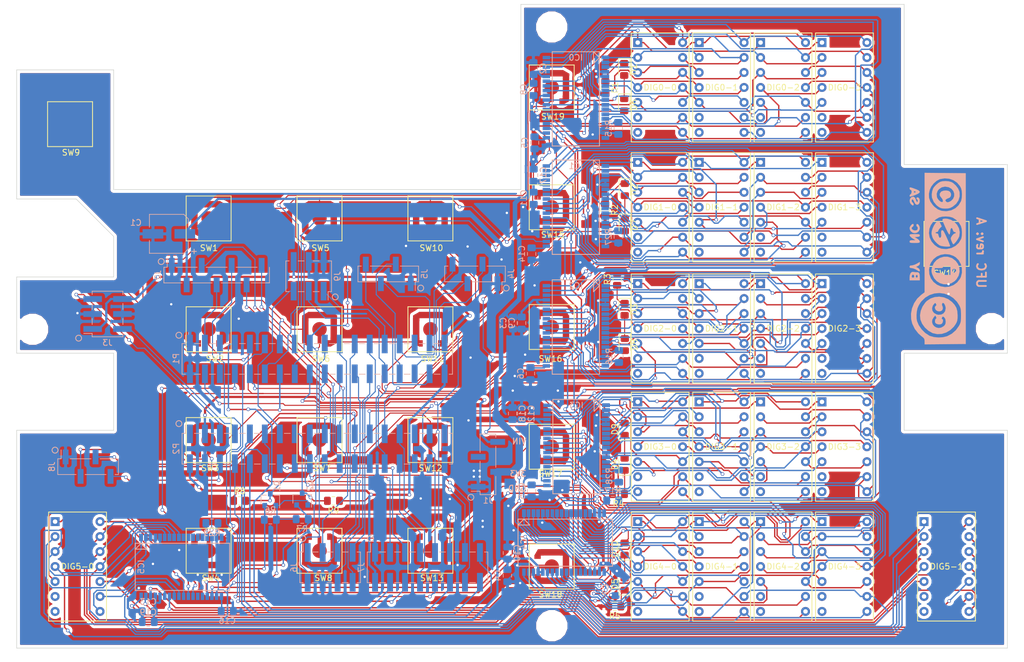
<source format=kicad_pcb>
(kicad_pcb (version 20171130) (host pcbnew "(5.0.0)")
  (title_block (title "UFC main board") (date 2018-01-04) (rev A))
  (layers (0 F.Cu signal) (31 B.Cu signal) (34 B.Paste user) (35 F.Paste user) (36 B.SilkS user) (37 F.SilkS user) (38 B.Mask user) (39 F.Mask user) (44 Edge.Cuts user))
  (net 0 "")
  (net 1 GND)
  (net 2 "/52(SCK)")
  (net 3 "/53(SS)")
  (net 4 "/50(MISO)")
  (net 5 "/51(MOSI)")
  (net 6 /48)
  (net 7 /49)
  (net 8 /46)
  (net 9 /47)
  (net 10 /44)
  (net 11 /45)
  (net 12 /42)
  (net 13 /43)
  (net 14 /40)
  (net 15 /41)
  (net 16 /38)
  (net 17 /39)
  (net 18 /36)
  (net 19 /37)
  (net 20 /34)
  (net 21 /35)
  (net 22 /32)
  (net 23 /33)
  (net 24 /30)
  (net 25 /31)
  (net 26 /28)
  (net 27 /29)
  (net 28 /26)
  (net 29 /27)
  (net 30 /24)
  (net 31 /25)
  (net 32 /22)
  (net 33 /23)
  (net 34 +5V)
  (net 35 /Vin)
  (net 36 /A0)
  (net 37 /A1)
  (net 38 /A2)
  (net 39 /A3)
  (net 40 /A4)
  (net 41 /A5)
  (net 42 /A6)
  (net 43 /A7)
  (net 44 /A8)
  (net 45 /A9)
  (net 46 /SCL)
  (net 47 /SDA)
  (net 48 "/13(**)")
  (net 49 "/12(**)")
  (net 50 "/11(**)")
  (net 51 "/10(**)")
  (net 52 "/9(**)")
  (net 53 "/8(**)")
  (net 54 "/7(**)")
  (net 55 "/6(**)")
  (net 56 "/5(**)")
  (net 57 "/4(**)")
  (net 58 "/3(**)")
  (net 59 "/2(**)")
  (net 60 +3V3)
  (net 61 "/1(Tx0)")
  (net 62 "/0(Rx0)")
  (net 63 "Net-(C5-Pad1)")
  (net 64 "Net-(C6-Pad1)")
  (net 65 "Net-(C7-Pad1)")
  (net 66 "Net-(C14-Pad1)")
  (net 67 "Net-(C15-Pad1)")
  (net 68 "Net-(C16-Pad1)")
  (net 69 "Net-(D1-Pad1)")
  (net 70 "Net-(D1-Pad2)")
  (net 71 "Net-(D2-Pad1)")
  (net 72 "Net-(D2-Pad2)")
  (net 73 "Net-(D3-Pad1)")
  (net 74 "Net-(D3-Pad2)")
  (net 75 "Net-(D4-Pad1)")
  (net 76 "Net-(D4-Pad2)")
  (net 77 "Net-(D5-Pad1)")
  (net 78 "Net-(D10-Pad1)")
  (net 79 /IC0-O15)
  (net 80 /IC0-O0)
  (net 81 /IC0-O2)
  (net 82 /IC0-O3)
  (net 83 /IC0-O14)
  (net 84 /IC0-O16)
  (net 85 /IC0-O6)
  (net 86 /IC0-O5)
  (net 87 /IC0-O4)
  (net 88 /IC0-O1)
  (net 89 /IC0-O18)
  (net 90 /IC0-O17)
  (net 91 /IC0-O20)
  (net 92 /IC0-O19)
  (net 93 /IC0-O21)
  (net 94 /IC0-O23)
  (net 95 /IC0-O22)
  (net 96 /IC0-O7)
  (net 97 /IC0-O9)
  (net 98 /IC0-O10)
  (net 99 /IC0-O13)
  (net 100 /IC0-O12)
  (net 101 /IC0-O11)
  (net 102 /IC0-O8)
  (net 103 /IC1-O15)
  (net 104 /IC1-O0)
  (net 105 /IC1-O2)
  (net 106 /IC1-O3)
  (net 107 /IC1-O14)
  (net 108 /IC1-O16)
  (net 109 /IC1-O6)
  (net 110 /IC1-O5)
  (net 111 /IC1-O4)
  (net 112 /IC1-O1)
  (net 113 /IC1-O18)
  (net 114 /IC1-O17)
  (net 115 /IC1-O20)
  (net 116 /IC1-O19)
  (net 117 /IC1-O21)
  (net 118 /IC1-O23)
  (net 119 /IC1-O22)
  (net 120 /IC1-O7)
  (net 121 /IC1-O9)
  (net 122 /IC1-O10)
  (net 123 /IC1-O13)
  (net 124 /IC1-O12)
  (net 125 /IC1-O11)
  (net 126 /IC1-O8)
  (net 127 /IC2-O15)
  (net 128 /IC2-O0)
  (net 129 /IC2-O2)
  (net 130 /IC2-O3)
  (net 131 /IC2-O14)
  (net 132 /IC2-O16)
  (net 133 /IC2-O6)
  (net 134 /IC2-O5)
  (net 135 /IC2-O4)
  (net 136 /IC2-O1)
  (net 137 /IC2-O18)
  (net 138 /IC2-O17)
  (net 139 /IC2-O20)
  (net 140 /IC2-O19)
  (net 141 /IC2-O21)
  (net 142 /IC2-O23)
  (net 143 /IC2-O22)
  (net 144 /IC2-O7)
  (net 145 /IC2-O9)
  (net 146 /IC2-O10)
  (net 147 /IC2-O13)
  (net 148 /IC2-O12)
  (net 149 /IC2-O11)
  (net 150 /IC2-O8)
  (net 151 /IC3-O15)
  (net 152 /IC3-O0)
  (net 153 /IC3-O2)
  (net 154 /IC3-O3)
  (net 155 /IC3-O14)
  (net 156 /IC3-O16)
  (net 157 /IC3-O6)
  (net 158 /IC3-O5)
  (net 159 /IC3-O4)
  (net 160 /IC3-O1)
  (net 161 /IC3-O18)
  (net 162 /IC3-O17)
  (net 163 /IC3-O20)
  (net 164 /IC3-O19)
  (net 165 /IC3-O21)
  (net 166 /IC3-O23)
  (net 167 /IC3-O22)
  (net 168 /IC3-O7)
  (net 169 /IC3-O9)
  (net 170 /IC3-O10)
  (net 171 /IC3-O13)
  (net 172 /IC3-O12)
  (net 173 /IC3-O11)
  (net 174 /IC3-O8)
  (net 175 /IC4-O15)
  (net 176 /IC4-O0)
  (net 177 /IC4-O2)
  (net 178 /IC4-O3)
  (net 179 /IC4-O14)
  (net 180 /IC4-O16)
  (net 181 /IC4-O6)
  (net 182 /IC4-O5)
  (net 183 /IC4-O4)
  (net 184 /IC4-O1)
  (net 185 /IC4-O18)
  (net 186 /IC4-O17)
  (net 187 /IC4-O20)
  (net 188 /IC4-O19)
  (net 189 /IC4-O21)
  (net 190 /IC4-O23)
  (net 191 /IC4-O22)
  (net 192 /IC4-O7)
  (net 193 /IC4-O9)
  (net 194 /IC4-O10)
  (net 195 /IC4-O13)
  (net 196 /IC4-O12)
  (net 197 /IC4-O11)
  (net 198 /IC4-O8)
  (net 199 /IC5-O15)
  (net 200 /IC5-O0)
  (net 201 /IC5-O2)
  (net 202 /IC5-O3)
  (net 203 /IC5-O14)
  (net 204 /IC5-O16)
  (net 205 /IC5-O6)
  (net 206 /IC5-O5)
  (net 207 /IC5-O4)
  (net 208 /IC5-O1)
  (net 209 /IC5-O18)
  (net 210 /IC5-O17)
  (net 211 /IC5-O20)
  (net 212 /IC5-O19)
  (net 213 /IC5-O21)
  (net 214 /IC5-O23)
  (net 215 /IC5-O22)
  (net 216 "Net-(IC0-Pad15)")
  (net 217 "Net-(IC1-Pad15)")
  (net 218 "Net-(IC2-Pad15)")
  (net 219 "Net-(IC3-Pad15)")
  (net 220 "Net-(IC4-Pad15)")
  (net 221 "Net-(IC5-Pad15)")
  (net 222 "Net-(IC5-Pad14)")
  (net 223 "Net-(IC5-Pad13)")
  (net 224 "Net-(IC5-Pad12)")
  (net 225 "Net-(IC5-Pad11)")
  (net 226 "Net-(IC5-Pad10)")
  (net 227 "Net-(IC0-Pad18)")
  (net 228 "Net-(IC1-Pad18)")
  (net 229 "Net-(IC2-Pad18)")
  (net 230 "Net-(IC3-Pad18)")
  (net 231 "Net-(IC4-Pad18)")
  (net 232 "Net-(IC5-Pad18)")
  (net 233 /SCL5v)
  (net 234 /SDA5v)
  (net 235 "Net-(DIG0-0-Pad6)")
  (net 236 "Net-(DIG0-0-Pad7)")
  (net 237 "Net-(DIG0-1-Pad6)")
  (net 238 "Net-(DIG0-1-Pad7)")
  (net 239 "Net-(DIG0-2-Pad6)")
  (net 240 "Net-(DIG0-2-Pad7)")
  (net 241 "Net-(DIG0-3-Pad6)")
  (net 242 "Net-(DIG0-3-Pad7)")
  (net 243 "Net-(DIG1-0-Pad6)")
  (net 244 "Net-(DIG1-0-Pad7)")
  (net 245 "Net-(DIG1-1-Pad6)")
  (net 246 "Net-(DIG1-1-Pad7)")
  (net 247 "Net-(DIG1-2-Pad6)")
  (net 248 "Net-(DIG1-2-Pad7)")
  (net 249 "Net-(DIG1-3-Pad6)")
  (net 250 "Net-(DIG1-3-Pad7)")
  (net 251 "Net-(DIG2-0-Pad6)")
  (net 252 "Net-(DIG2-0-Pad7)")
  (net 253 "Net-(DIG2-1-Pad6)")
  (net 254 "Net-(DIG2-1-Pad7)")
  (net 255 "Net-(DIG2-2-Pad6)")
  (net 256 "Net-(DIG2-2-Pad7)")
  (net 257 "Net-(DIG2-3-Pad6)")
  (net 258 "Net-(DIG2-3-Pad7)")
  (net 259 "Net-(DIG3-0-Pad6)")
  (net 260 "Net-(DIG3-0-Pad7)")
  (net 261 "Net-(DIG3-1-Pad6)")
  (net 262 "Net-(DIG3-1-Pad7)")
  (net 263 "Net-(DIG3-2-Pad6)")
  (net 264 "Net-(DIG3-2-Pad7)")
  (net 265 "Net-(DIG3-3-Pad6)")
  (net 266 "Net-(DIG3-3-Pad7)")
  (net 267 "Net-(DIG4-0-Pad6)")
  (net 268 "Net-(DIG4-0-Pad7)")
  (net 269 "Net-(DIG4-1-Pad6)")
  (net 270 "Net-(DIG4-1-Pad7)")
  (net 271 "Net-(DIG4-2-Pad6)")
  (net 272 "Net-(DIG4-2-Pad7)")
  (net 273 "Net-(DIG4-3-Pad6)")
  (net 274 "Net-(DIG4-3-Pad7)")
  (net 275 "Net-(DIG5-0-Pad6)")
  (net 276 "Net-(DIG5-0-Pad7)")
  (net 277 "Net-(DIG5-1-Pad6)")
  (net 278 "Net-(DIG5-1-Pad7)")
  (net 279 "Net-(IC5-Pad23)")
  (net 280 "Net-(IC5-Pad24)")
  (net 281 "Net-(J1-Pad3)")
  (net 282 "Net-(P2-Pad1)")
  (net 283 "/15(Rx3)")
  (net 284 "/14(Tx3)")
  (net 285 "/17(Rx2)")
  (net 286 "/16(Tx2)")
  (net 287 "/19(Rx1)")
  (net 288 "/18(Tx1)")
  (module Mounting_Holes:MountingHole_4.3mm_M4 (layer F.Cu) (at 228.759 94.371)
    (fp_text reference MK4 hide)
    (fp_text value Mounting_Hole)
    (pad 1 np_thru_hole circle (at 0 0) (size 4.3 4.3) (drill 4.3) (layers *.Cu *.Mask))
  )
  (module Mounting_Holes:MountingHole_4.3mm_M4 (layer F.Cu) (at 154.22 144.79)
    (fp_text reference MK2 hide)
    (fp_text value Mounting_Hole)
    (pad 1 np_thru_hole circle (at 0 0) (size 4.3 4.3) (drill 4.3) (layers *.Cu *.Mask))
  )
  (module "KiCAD Libraries:LTP-305G" (layer F.Cu) (at 172.597 53.467)
    (fp_text reference DIG0-0 (at 0 0) (layer F.SilkS))
    (fp_text value LTP-305G)
    (pad 1 thru_hole rect (at -3.81 -7.62) (size 1.524 1.524) (drill 0.762) (layers *.Cu *.Mask) (net 79 /IC0-O15))
    (pad 2 thru_hole circle (at -3.81 -5.08) (size 1.524 1.524) (drill 0.762) (layers *.Cu *.Mask) (net 80 /IC0-O0))
    (pad 3 thru_hole circle (at -3.81 -2.54) (size 1.524 1.524) (drill 0.762) (layers *.Cu *.Mask) (net 81 /IC0-O2))
    (pad 4 thru_hole circle (at -3.81 0) (size 1.524 1.524) (drill 0.762) (layers *.Cu *.Mask) (net 82 /IC0-O3))
    (pad 5 thru_hole circle (at -3.81 2.54) (size 1.524 1.524) (drill 0.762) (layers *.Cu *.Mask) (net 83 /IC0-O14))
    (pad 6 thru_hole circle (at -3.81 5.08) (size 1.524 1.524) (drill 0.762) (layers *.Cu *.Mask) (net 235 "Net-(DIG0-0-Pad6)"))
    (pad 7 thru_hole circle (at -3.81 7.62) (size 1.524 1.524) (drill 0.762) (layers *.Cu *.Mask) (net 236 "Net-(DIG0-0-Pad7)"))
    (pad 8 thru_hole circle (at 3.81 -7.62) (size 1.524 1.524) (drill 0.762) (layers *.Cu *.Mask) (net 84 /IC0-O16))
    (pad 9 thru_hole circle (at 3.81 -5.08) (size 1.524 1.524) (drill 0.762) (layers *.Cu *.Mask) (net 85 /IC0-O6))
    (pad 10 thru_hole circle (at 3.81 -2.54) (size 1.524 1.524) (drill 0.762) (layers *.Cu *.Mask) (net 86 /IC0-O5))
    (pad 11 thru_hole circle (at 3.81 0) (size 1.524 1.524) (drill 0.762) (layers *.Cu *.Mask) (net 87 /IC0-O4))
    (pad 12 thru_hole circle (at 3.81 2.54) (size 1.524 1.524) (drill 0.762) (layers *.Cu *.Mask) (net 88 /IC0-O1))
    (pad 13 thru_hole circle (at 3.81 5.08) (size 1.524 1.524) (drill 0.762) (layers *.Cu *.Mask) (net 89 /IC0-O18))
    (pad 14 thru_hole circle (at 3.81 7.62) (size 1.524 1.524) (drill 0.762) (layers *.Cu *.Mask) (net 90 /IC0-O17))
  )
  (module "KiCAD Libraries:LTP-305G" (layer F.Cu) (at 183.011 53.467)
    (fp_text reference DIG0-1 (at 0 0) (layer F.SilkS))
    (fp_text value LTP-305G)
    (pad 1 thru_hole rect (at -3.81 -7.62) (size 1.524 1.524) (drill 0.762) (layers *.Cu *.Mask) (net 91 /IC0-O20))
    (pad 2 thru_hole circle (at -3.81 -5.08) (size 1.524 1.524) (drill 0.762) (layers *.Cu *.Mask) (net 80 /IC0-O0))
    (pad 3 thru_hole circle (at -3.81 -2.54) (size 1.524 1.524) (drill 0.762) (layers *.Cu *.Mask) (net 81 /IC0-O2))
    (pad 4 thru_hole circle (at -3.81 0) (size 1.524 1.524) (drill 0.762) (layers *.Cu *.Mask) (net 82 /IC0-O3))
    (pad 5 thru_hole circle (at -3.81 2.54) (size 1.524 1.524) (drill 0.762) (layers *.Cu *.Mask) (net 92 /IC0-O19))
    (pad 6 thru_hole circle (at -3.81 5.08) (size 1.524 1.524) (drill 0.762) (layers *.Cu *.Mask) (net 237 "Net-(DIG0-1-Pad6)"))
    (pad 7 thru_hole circle (at -3.81 7.62) (size 1.524 1.524) (drill 0.762) (layers *.Cu *.Mask) (net 238 "Net-(DIG0-1-Pad7)"))
    (pad 8 thru_hole circle (at 3.81 -7.62) (size 1.524 1.524) (drill 0.762) (layers *.Cu *.Mask) (net 93 /IC0-O21))
    (pad 9 thru_hole circle (at 3.81 -5.08) (size 1.524 1.524) (drill 0.762) (layers *.Cu *.Mask) (net 85 /IC0-O6))
    (pad 10 thru_hole circle (at 3.81 -2.54) (size 1.524 1.524) (drill 0.762) (layers *.Cu *.Mask) (net 86 /IC0-O5))
    (pad 11 thru_hole circle (at 3.81 0) (size 1.524 1.524) (drill 0.762) (layers *.Cu *.Mask) (net 87 /IC0-O4))
    (pad 12 thru_hole circle (at 3.81 2.54) (size 1.524 1.524) (drill 0.762) (layers *.Cu *.Mask) (net 88 /IC0-O1))
    (pad 13 thru_hole circle (at 3.81 5.08) (size 1.524 1.524) (drill 0.762) (layers *.Cu *.Mask) (net 94 /IC0-O23))
    (pad 14 thru_hole circle (at 3.81 7.62) (size 1.524 1.524) (drill 0.762) (layers *.Cu *.Mask) (net 95 /IC0-O22))
  )
  (module "KiCAD Libraries:LTP-305G" (layer F.Cu) (at 193.425 53.467)
    (fp_text reference DIG0-2 (at 0 0) (layer F.SilkS))
    (fp_text value LTP-305G)
    (pad 1 thru_hole rect (at -3.81 -7.62) (size 1.524 1.524) (drill 0.762) (layers *.Cu *.Mask) (net 79 /IC0-O15))
    (pad 2 thru_hole circle (at -3.81 -5.08) (size 1.524 1.524) (drill 0.762) (layers *.Cu *.Mask) (net 96 /IC0-O7))
    (pad 3 thru_hole circle (at -3.81 -2.54) (size 1.524 1.524) (drill 0.762) (layers *.Cu *.Mask) (net 97 /IC0-O9))
    (pad 4 thru_hole circle (at -3.81 0) (size 1.524 1.524) (drill 0.762) (layers *.Cu *.Mask) (net 98 /IC0-O10))
    (pad 5 thru_hole circle (at -3.81 2.54) (size 1.524 1.524) (drill 0.762) (layers *.Cu *.Mask) (net 83 /IC0-O14))
    (pad 6 thru_hole circle (at -3.81 5.08) (size 1.524 1.524) (drill 0.762) (layers *.Cu *.Mask) (net 239 "Net-(DIG0-2-Pad6)"))
    (pad 7 thru_hole circle (at -3.81 7.62) (size 1.524 1.524) (drill 0.762) (layers *.Cu *.Mask) (net 240 "Net-(DIG0-2-Pad7)"))
    (pad 8 thru_hole circle (at 3.81 -7.62) (size 1.524 1.524) (drill 0.762) (layers *.Cu *.Mask) (net 84 /IC0-O16))
    (pad 9 thru_hole circle (at 3.81 -5.08) (size 1.524 1.524) (drill 0.762) (layers *.Cu *.Mask) (net 99 /IC0-O13))
    (pad 10 thru_hole circle (at 3.81 -2.54) (size 1.524 1.524) (drill 0.762) (layers *.Cu *.Mask) (net 100 /IC0-O12))
    (pad 11 thru_hole circle (at 3.81 0) (size 1.524 1.524) (drill 0.762) (layers *.Cu *.Mask) (net 101 /IC0-O11))
    (pad 12 thru_hole circle (at 3.81 2.54) (size 1.524 1.524) (drill 0.762) (layers *.Cu *.Mask) (net 102 /IC0-O8))
    (pad 13 thru_hole circle (at 3.81 5.08) (size 1.524 1.524) (drill 0.762) (layers *.Cu *.Mask) (net 89 /IC0-O18))
    (pad 14 thru_hole circle (at 3.81 7.62) (size 1.524 1.524) (drill 0.762) (layers *.Cu *.Mask) (net 90 /IC0-O17))
  )
  (module "KiCAD Libraries:LTP-305G" (layer F.Cu) (at 203.839 53.467)
    (fp_text reference DIG0-3 (at 0 0) (layer F.SilkS))
    (fp_text value LTP-305G)
    (pad 1 thru_hole rect (at -3.81 -7.62) (size 1.524 1.524) (drill 0.762) (layers *.Cu *.Mask) (net 91 /IC0-O20))
    (pad 2 thru_hole circle (at -3.81 -5.08) (size 1.524 1.524) (drill 0.762) (layers *.Cu *.Mask) (net 96 /IC0-O7))
    (pad 3 thru_hole circle (at -3.81 -2.54) (size 1.524 1.524) (drill 0.762) (layers *.Cu *.Mask) (net 97 /IC0-O9))
    (pad 4 thru_hole circle (at -3.81 0) (size 1.524 1.524) (drill 0.762) (layers *.Cu *.Mask) (net 98 /IC0-O10))
    (pad 5 thru_hole circle (at -3.81 2.54) (size 1.524 1.524) (drill 0.762) (layers *.Cu *.Mask) (net 92 /IC0-O19))
    (pad 6 thru_hole circle (at -3.81 5.08) (size 1.524 1.524) (drill 0.762) (layers *.Cu *.Mask) (net 241 "Net-(DIG0-3-Pad6)"))
    (pad 7 thru_hole circle (at -3.81 7.62) (size 1.524 1.524) (drill 0.762) (layers *.Cu *.Mask) (net 242 "Net-(DIG0-3-Pad7)"))
    (pad 8 thru_hole circle (at 3.81 -7.62) (size 1.524 1.524) (drill 0.762) (layers *.Cu *.Mask) (net 93 /IC0-O21))
    (pad 9 thru_hole circle (at 3.81 -5.08) (size 1.524 1.524) (drill 0.762) (layers *.Cu *.Mask) (net 99 /IC0-O13))
    (pad 10 thru_hole circle (at 3.81 -2.54) (size 1.524 1.524) (drill 0.762) (layers *.Cu *.Mask) (net 100 /IC0-O12))
    (pad 11 thru_hole circle (at 3.81 0) (size 1.524 1.524) (drill 0.762) (layers *.Cu *.Mask) (net 101 /IC0-O11))
    (pad 12 thru_hole circle (at 3.81 2.54) (size 1.524 1.524) (drill 0.762) (layers *.Cu *.Mask) (net 102 /IC0-O8))
    (pad 13 thru_hole circle (at 3.81 5.08) (size 1.524 1.524) (drill 0.762) (layers *.Cu *.Mask) (net 94 /IC0-O23))
    (pad 14 thru_hole circle (at 3.81 7.62) (size 1.524 1.524) (drill 0.762) (layers *.Cu *.Mask) (net 95 /IC0-O22))
  )
  (module "KiCAD Libraries:LTP-305G" (layer F.Cu) (at 172.597 73.787)
    (fp_text reference DIG1-0 (at 0 0) (layer F.SilkS))
    (fp_text value LTP-305G)
    (pad 1 thru_hole rect (at -3.81 -7.62) (size 1.524 1.524) (drill 0.762) (layers *.Cu *.Mask) (net 103 /IC1-O15))
    (pad 2 thru_hole circle (at -3.81 -5.08) (size 1.524 1.524) (drill 0.762) (layers *.Cu *.Mask) (net 104 /IC1-O0))
    (pad 3 thru_hole circle (at -3.81 -2.54) (size 1.524 1.524) (drill 0.762) (layers *.Cu *.Mask) (net 105 /IC1-O2))
    (pad 4 thru_hole circle (at -3.81 0) (size 1.524 1.524) (drill 0.762) (layers *.Cu *.Mask) (net 106 /IC1-O3))
    (pad 5 thru_hole circle (at -3.81 2.54) (size 1.524 1.524) (drill 0.762) (layers *.Cu *.Mask) (net 107 /IC1-O14))
    (pad 6 thru_hole circle (at -3.81 5.08) (size 1.524 1.524) (drill 0.762) (layers *.Cu *.Mask) (net 243 "Net-(DIG1-0-Pad6)"))
    (pad 7 thru_hole circle (at -3.81 7.62) (size 1.524 1.524) (drill 0.762) (layers *.Cu *.Mask) (net 244 "Net-(DIG1-0-Pad7)"))
    (pad 8 thru_hole circle (at 3.81 -7.62) (size 1.524 1.524) (drill 0.762) (layers *.Cu *.Mask) (net 108 /IC1-O16))
    (pad 9 thru_hole circle (at 3.81 -5.08) (size 1.524 1.524) (drill 0.762) (layers *.Cu *.Mask) (net 109 /IC1-O6))
    (pad 10 thru_hole circle (at 3.81 -2.54) (size 1.524 1.524) (drill 0.762) (layers *.Cu *.Mask) (net 110 /IC1-O5))
    (pad 11 thru_hole circle (at 3.81 0) (size 1.524 1.524) (drill 0.762) (layers *.Cu *.Mask) (net 111 /IC1-O4))
    (pad 12 thru_hole circle (at 3.81 2.54) (size 1.524 1.524) (drill 0.762) (layers *.Cu *.Mask) (net 112 /IC1-O1))
    (pad 13 thru_hole circle (at 3.81 5.08) (size 1.524 1.524) (drill 0.762) (layers *.Cu *.Mask) (net 113 /IC1-O18))
    (pad 14 thru_hole circle (at 3.81 7.62) (size 1.524 1.524) (drill 0.762) (layers *.Cu *.Mask) (net 114 /IC1-O17))
  )
  (module "KiCAD Libraries:LTP-305G" (layer F.Cu) (at 183.011 73.787)
    (fp_text reference DIG1-1 (at 0 0) (layer F.SilkS))
    (fp_text value LTP-305G)
    (pad 1 thru_hole rect (at -3.81 -7.62) (size 1.524 1.524) (drill 0.762) (layers *.Cu *.Mask) (net 115 /IC1-O20))
    (pad 2 thru_hole circle (at -3.81 -5.08) (size 1.524 1.524) (drill 0.762) (layers *.Cu *.Mask) (net 104 /IC1-O0))
    (pad 3 thru_hole circle (at -3.81 -2.54) (size 1.524 1.524) (drill 0.762) (layers *.Cu *.Mask) (net 105 /IC1-O2))
    (pad 4 thru_hole circle (at -3.81 0) (size 1.524 1.524) (drill 0.762) (layers *.Cu *.Mask) (net 106 /IC1-O3))
    (pad 5 thru_hole circle (at -3.81 2.54) (size 1.524 1.524) (drill 0.762) (layers *.Cu *.Mask) (net 116 /IC1-O19))
    (pad 6 thru_hole circle (at -3.81 5.08) (size 1.524 1.524) (drill 0.762) (layers *.Cu *.Mask) (net 245 "Net-(DIG1-1-Pad6)"))
    (pad 7 thru_hole circle (at -3.81 7.62) (size 1.524 1.524) (drill 0.762) (layers *.Cu *.Mask) (net 246 "Net-(DIG1-1-Pad7)"))
    (pad 8 thru_hole circle (at 3.81 -7.62) (size 1.524 1.524) (drill 0.762) (layers *.Cu *.Mask) (net 117 /IC1-O21))
    (pad 9 thru_hole circle (at 3.81 -5.08) (size 1.524 1.524) (drill 0.762) (layers *.Cu *.Mask) (net 109 /IC1-O6))
    (pad 10 thru_hole circle (at 3.81 -2.54) (size 1.524 1.524) (drill 0.762) (layers *.Cu *.Mask) (net 110 /IC1-O5))
    (pad 11 thru_hole circle (at 3.81 0) (size 1.524 1.524) (drill 0.762) (layers *.Cu *.Mask) (net 111 /IC1-O4))
    (pad 12 thru_hole circle (at 3.81 2.54) (size 1.524 1.524) (drill 0.762) (layers *.Cu *.Mask) (net 112 /IC1-O1))
    (pad 13 thru_hole circle (at 3.81 5.08) (size 1.524 1.524) (drill 0.762) (layers *.Cu *.Mask) (net 118 /IC1-O23))
    (pad 14 thru_hole circle (at 3.81 7.62) (size 1.524 1.524) (drill 0.762) (layers *.Cu *.Mask) (net 119 /IC1-O22))
  )
  (module "KiCAD Libraries:LTP-305G" (layer F.Cu) (at 193.425 73.787)
    (fp_text reference DIG1-2 (at 0 0) (layer F.SilkS))
    (fp_text value LTP-305G)
    (pad 1 thru_hole rect (at -3.81 -7.62) (size 1.524 1.524) (drill 0.762) (layers *.Cu *.Mask) (net 103 /IC1-O15))
    (pad 2 thru_hole circle (at -3.81 -5.08) (size 1.524 1.524) (drill 0.762) (layers *.Cu *.Mask) (net 120 /IC1-O7))
    (pad 3 thru_hole circle (at -3.81 -2.54) (size 1.524 1.524) (drill 0.762) (layers *.Cu *.Mask) (net 121 /IC1-O9))
    (pad 4 thru_hole circle (at -3.81 0) (size 1.524 1.524) (drill 0.762) (layers *.Cu *.Mask) (net 122 /IC1-O10))
    (pad 5 thru_hole circle (at -3.81 2.54) (size 1.524 1.524) (drill 0.762) (layers *.Cu *.Mask) (net 107 /IC1-O14))
    (pad 6 thru_hole circle (at -3.81 5.08) (size 1.524 1.524) (drill 0.762) (layers *.Cu *.Mask) (net 247 "Net-(DIG1-2-Pad6)"))
    (pad 7 thru_hole circle (at -3.81 7.62) (size 1.524 1.524) (drill 0.762) (layers *.Cu *.Mask) (net 248 "Net-(DIG1-2-Pad7)"))
    (pad 8 thru_hole circle (at 3.81 -7.62) (size 1.524 1.524) (drill 0.762) (layers *.Cu *.Mask) (net 108 /IC1-O16))
    (pad 9 thru_hole circle (at 3.81 -5.08) (size 1.524 1.524) (drill 0.762) (layers *.Cu *.Mask) (net 123 /IC1-O13))
    (pad 10 thru_hole circle (at 3.81 -2.54) (size 1.524 1.524) (drill 0.762) (layers *.Cu *.Mask) (net 124 /IC1-O12))
    (pad 11 thru_hole circle (at 3.81 0) (size 1.524 1.524) (drill 0.762) (layers *.Cu *.Mask) (net 125 /IC1-O11))
    (pad 12 thru_hole circle (at 3.81 2.54) (size 1.524 1.524) (drill 0.762) (layers *.Cu *.Mask) (net 126 /IC1-O8))
    (pad 13 thru_hole circle (at 3.81 5.08) (size 1.524 1.524) (drill 0.762) (layers *.Cu *.Mask) (net 113 /IC1-O18))
    (pad 14 thru_hole circle (at 3.81 7.62) (size 1.524 1.524) (drill 0.762) (layers *.Cu *.Mask) (net 114 /IC1-O17))
  )
  (module "KiCAD Libraries:LTP-305G" (layer F.Cu) (at 203.839 73.787)
    (fp_text reference DIG1-3 (at 0 0) (layer F.SilkS))
    (fp_text value LTP-305G)
    (pad 1 thru_hole rect (at -3.81 -7.62) (size 1.524 1.524) (drill 0.762) (layers *.Cu *.Mask) (net 115 /IC1-O20))
    (pad 2 thru_hole circle (at -3.81 -5.08) (size 1.524 1.524) (drill 0.762) (layers *.Cu *.Mask) (net 120 /IC1-O7))
    (pad 3 thru_hole circle (at -3.81 -2.54) (size 1.524 1.524) (drill 0.762) (layers *.Cu *.Mask) (net 121 /IC1-O9))
    (pad 4 thru_hole circle (at -3.81 0) (size 1.524 1.524) (drill 0.762) (layers *.Cu *.Mask) (net 122 /IC1-O10))
    (pad 5 thru_hole circle (at -3.81 2.54) (size 1.524 1.524) (drill 0.762) (layers *.Cu *.Mask) (net 116 /IC1-O19))
    (pad 6 thru_hole circle (at -3.81 5.08) (size 1.524 1.524) (drill 0.762) (layers *.Cu *.Mask) (net 249 "Net-(DIG1-3-Pad6)"))
    (pad 7 thru_hole circle (at -3.81 7.62) (size 1.524 1.524) (drill 0.762) (layers *.Cu *.Mask) (net 250 "Net-(DIG1-3-Pad7)"))
    (pad 8 thru_hole circle (at 3.81 -7.62) (size 1.524 1.524) (drill 0.762) (layers *.Cu *.Mask) (net 117 /IC1-O21))
    (pad 9 thru_hole circle (at 3.81 -5.08) (size 1.524 1.524) (drill 0.762) (layers *.Cu *.Mask) (net 123 /IC1-O13))
    (pad 10 thru_hole circle (at 3.81 -2.54) (size 1.524 1.524) (drill 0.762) (layers *.Cu *.Mask) (net 124 /IC1-O12))
    (pad 11 thru_hole circle (at 3.81 0) (size 1.524 1.524) (drill 0.762) (layers *.Cu *.Mask) (net 125 /IC1-O11))
    (pad 12 thru_hole circle (at 3.81 2.54) (size 1.524 1.524) (drill 0.762) (layers *.Cu *.Mask) (net 126 /IC1-O8))
    (pad 13 thru_hole circle (at 3.81 5.08) (size 1.524 1.524) (drill 0.762) (layers *.Cu *.Mask) (net 118 /IC1-O23))
    (pad 14 thru_hole circle (at 3.81 7.62) (size 1.524 1.524) (drill 0.762) (layers *.Cu *.Mask) (net 119 /IC1-O22))
  )
  (module "KiCAD Libraries:LTP-305G" (layer F.Cu) (at 172.597 94.361)
    (fp_text reference DIG2-0 (at 0 0) (layer F.SilkS))
    (fp_text value LTP-305G)
    (pad 1 thru_hole rect (at -3.81 -7.62) (size 1.524 1.524) (drill 0.762) (layers *.Cu *.Mask) (net 127 /IC2-O15))
    (pad 2 thru_hole circle (at -3.81 -5.08) (size 1.524 1.524) (drill 0.762) (layers *.Cu *.Mask) (net 128 /IC2-O0))
    (pad 3 thru_hole circle (at -3.81 -2.54) (size 1.524 1.524) (drill 0.762) (layers *.Cu *.Mask) (net 129 /IC2-O2))
    (pad 4 thru_hole circle (at -3.81 0) (size 1.524 1.524) (drill 0.762) (layers *.Cu *.Mask) (net 130 /IC2-O3))
    (pad 5 thru_hole circle (at -3.81 2.54) (size 1.524 1.524) (drill 0.762) (layers *.Cu *.Mask) (net 131 /IC2-O14))
    (pad 6 thru_hole circle (at -3.81 5.08) (size 1.524 1.524) (drill 0.762) (layers *.Cu *.Mask) (net 251 "Net-(DIG2-0-Pad6)"))
    (pad 7 thru_hole circle (at -3.81 7.62) (size 1.524 1.524) (drill 0.762) (layers *.Cu *.Mask) (net 252 "Net-(DIG2-0-Pad7)"))
    (pad 8 thru_hole circle (at 3.81 -7.62) (size 1.524 1.524) (drill 0.762) (layers *.Cu *.Mask) (net 132 /IC2-O16))
    (pad 9 thru_hole circle (at 3.81 -5.08) (size 1.524 1.524) (drill 0.762) (layers *.Cu *.Mask) (net 133 /IC2-O6))
    (pad 10 thru_hole circle (at 3.81 -2.54) (size 1.524 1.524) (drill 0.762) (layers *.Cu *.Mask) (net 134 /IC2-O5))
    (pad 11 thru_hole circle (at 3.81 0) (size 1.524 1.524) (drill 0.762) (layers *.Cu *.Mask) (net 135 /IC2-O4))
    (pad 12 thru_hole circle (at 3.81 2.54) (size 1.524 1.524) (drill 0.762) (layers *.Cu *.Mask) (net 136 /IC2-O1))
    (pad 13 thru_hole circle (at 3.81 5.08) (size 1.524 1.524) (drill 0.762) (layers *.Cu *.Mask) (net 137 /IC2-O18))
    (pad 14 thru_hole circle (at 3.81 7.62) (size 1.524 1.524) (drill 0.762) (layers *.Cu *.Mask) (net 138 /IC2-O17))
  )
  (module "KiCAD Libraries:LTP-305G" (layer F.Cu) (at 183.011 94.361)
    (fp_text reference DIG2-1 (at 0 0) (layer F.SilkS))
    (fp_text value LTP-305G)
    (pad 1 thru_hole rect (at -3.81 -7.62) (size 1.524 1.524) (drill 0.762) (layers *.Cu *.Mask) (net 139 /IC2-O20))
    (pad 2 thru_hole circle (at -3.81 -5.08) (size 1.524 1.524) (drill 0.762) (layers *.Cu *.Mask) (net 128 /IC2-O0))
    (pad 3 thru_hole circle (at -3.81 -2.54) (size 1.524 1.524) (drill 0.762) (layers *.Cu *.Mask) (net 129 /IC2-O2))
    (pad 4 thru_hole circle (at -3.81 0) (size 1.524 1.524) (drill 0.762) (layers *.Cu *.Mask) (net 130 /IC2-O3))
    (pad 5 thru_hole circle (at -3.81 2.54) (size 1.524 1.524) (drill 0.762) (layers *.Cu *.Mask) (net 140 /IC2-O19))
    (pad 6 thru_hole circle (at -3.81 5.08) (size 1.524 1.524) (drill 0.762) (layers *.Cu *.Mask) (net 253 "Net-(DIG2-1-Pad6)"))
    (pad 7 thru_hole circle (at -3.81 7.62) (size 1.524 1.524) (drill 0.762) (layers *.Cu *.Mask) (net 254 "Net-(DIG2-1-Pad7)"))
    (pad 8 thru_hole circle (at 3.81 -7.62) (size 1.524 1.524) (drill 0.762) (layers *.Cu *.Mask) (net 141 /IC2-O21))
    (pad 9 thru_hole circle (at 3.81 -5.08) (size 1.524 1.524) (drill 0.762) (layers *.Cu *.Mask) (net 133 /IC2-O6))
    (pad 10 thru_hole circle (at 3.81 -2.54) (size 1.524 1.524) (drill 0.762) (layers *.Cu *.Mask) (net 134 /IC2-O5))
    (pad 11 thru_hole circle (at 3.81 0) (size 1.524 1.524) (drill 0.762) (layers *.Cu *.Mask) (net 135 /IC2-O4))
    (pad 12 thru_hole circle (at 3.81 2.54) (size 1.524 1.524) (drill 0.762) (layers *.Cu *.Mask) (net 136 /IC2-O1))
    (pad 13 thru_hole circle (at 3.81 5.08) (size 1.524 1.524) (drill 0.762) (layers *.Cu *.Mask) (net 142 /IC2-O23))
    (pad 14 thru_hole circle (at 3.81 7.62) (size 1.524 1.524) (drill 0.762) (layers *.Cu *.Mask) (net 143 /IC2-O22))
  )
  (module "KiCAD Libraries:LTP-305G" (layer F.Cu) (at 193.425 94.361)
    (fp_text reference DIG2-2 (at 0 0) (layer F.SilkS))
    (fp_text value LTP-305G)
    (pad 1 thru_hole rect (at -3.81 -7.62) (size 1.524 1.524) (drill 0.762) (layers *.Cu *.Mask) (net 127 /IC2-O15))
    (pad 2 thru_hole circle (at -3.81 -5.08) (size 1.524 1.524) (drill 0.762) (layers *.Cu *.Mask) (net 144 /IC2-O7))
    (pad 3 thru_hole circle (at -3.81 -2.54) (size 1.524 1.524) (drill 0.762) (layers *.Cu *.Mask) (net 145 /IC2-O9))
    (pad 4 thru_hole circle (at -3.81 0) (size 1.524 1.524) (drill 0.762) (layers *.Cu *.Mask) (net 146 /IC2-O10))
    (pad 5 thru_hole circle (at -3.81 2.54) (size 1.524 1.524) (drill 0.762) (layers *.Cu *.Mask) (net 131 /IC2-O14))
    (pad 6 thru_hole circle (at -3.81 5.08) (size 1.524 1.524) (drill 0.762) (layers *.Cu *.Mask) (net 255 "Net-(DIG2-2-Pad6)"))
    (pad 7 thru_hole circle (at -3.81 7.62) (size 1.524 1.524) (drill 0.762) (layers *.Cu *.Mask) (net 256 "Net-(DIG2-2-Pad7)"))
    (pad 8 thru_hole circle (at 3.81 -7.62) (size 1.524 1.524) (drill 0.762) (layers *.Cu *.Mask) (net 132 /IC2-O16))
    (pad 9 thru_hole circle (at 3.81 -5.08) (size 1.524 1.524) (drill 0.762) (layers *.Cu *.Mask) (net 147 /IC2-O13))
    (pad 10 thru_hole circle (at 3.81 -2.54) (size 1.524 1.524) (drill 0.762) (layers *.Cu *.Mask) (net 148 /IC2-O12))
    (pad 11 thru_hole circle (at 3.81 0) (size 1.524 1.524) (drill 0.762) (layers *.Cu *.Mask) (net 149 /IC2-O11))
    (pad 12 thru_hole circle (at 3.81 2.54) (size 1.524 1.524) (drill 0.762) (layers *.Cu *.Mask) (net 150 /IC2-O8))
    (pad 13 thru_hole circle (at 3.81 5.08) (size 1.524 1.524) (drill 0.762) (layers *.Cu *.Mask) (net 137 /IC2-O18))
    (pad 14 thru_hole circle (at 3.81 7.62) (size 1.524 1.524) (drill 0.762) (layers *.Cu *.Mask) (net 138 /IC2-O17))
  )
  (module "KiCAD Libraries:LTP-305G" (layer F.Cu) (at 203.839 94.361)
    (fp_text reference DIG2-3 (at 0 0) (layer F.SilkS))
    (fp_text value LTP-305G)
    (pad 1 thru_hole rect (at -3.81 -7.62) (size 1.524 1.524) (drill 0.762) (layers *.Cu *.Mask) (net 139 /IC2-O20))
    (pad 2 thru_hole circle (at -3.81 -5.08) (size 1.524 1.524) (drill 0.762) (layers *.Cu *.Mask) (net 144 /IC2-O7))
    (pad 3 thru_hole circle (at -3.81 -2.54) (size 1.524 1.524) (drill 0.762) (layers *.Cu *.Mask) (net 145 /IC2-O9))
    (pad 4 thru_hole circle (at -3.81 0) (size 1.524 1.524) (drill 0.762) (layers *.Cu *.Mask) (net 146 /IC2-O10))
    (pad 5 thru_hole circle (at -3.81 2.54) (size 1.524 1.524) (drill 0.762) (layers *.Cu *.Mask) (net 140 /IC2-O19))
    (pad 6 thru_hole circle (at -3.81 5.08) (size 1.524 1.524) (drill 0.762) (layers *.Cu *.Mask) (net 257 "Net-(DIG2-3-Pad6)"))
    (pad 7 thru_hole circle (at -3.81 7.62) (size 1.524 1.524) (drill 0.762) (layers *.Cu *.Mask) (net 258 "Net-(DIG2-3-Pad7)"))
    (pad 8 thru_hole circle (at 3.81 -7.62) (size 1.524 1.524) (drill 0.762) (layers *.Cu *.Mask) (net 141 /IC2-O21))
    (pad 9 thru_hole circle (at 3.81 -5.08) (size 1.524 1.524) (drill 0.762) (layers *.Cu *.Mask) (net 147 /IC2-O13))
    (pad 10 thru_hole circle (at 3.81 -2.54) (size 1.524 1.524) (drill 0.762) (layers *.Cu *.Mask) (net 148 /IC2-O12))
    (pad 11 thru_hole circle (at 3.81 0) (size 1.524 1.524) (drill 0.762) (layers *.Cu *.Mask) (net 149 /IC2-O11))
    (pad 12 thru_hole circle (at 3.81 2.54) (size 1.524 1.524) (drill 0.762) (layers *.Cu *.Mask) (net 150 /IC2-O8))
    (pad 13 thru_hole circle (at 3.81 5.08) (size 1.524 1.524) (drill 0.762) (layers *.Cu *.Mask) (net 142 /IC2-O23))
    (pad 14 thru_hole circle (at 3.81 7.62) (size 1.524 1.524) (drill 0.762) (layers *.Cu *.Mask) (net 143 /IC2-O22))
  )
  (module "KiCAD Libraries:LTP-305G" (layer F.Cu) (at 172.597 114.427)
    (fp_text reference DIG3-0 (at 0 0) (layer F.SilkS))
    (fp_text value LTP-305G)
    (pad 1 thru_hole rect (at -3.81 -7.62) (size 1.524 1.524) (drill 0.762) (layers *.Cu *.Mask) (net 151 /IC3-O15))
    (pad 2 thru_hole circle (at -3.81 -5.08) (size 1.524 1.524) (drill 0.762) (layers *.Cu *.Mask) (net 152 /IC3-O0))
    (pad 3 thru_hole circle (at -3.81 -2.54) (size 1.524 1.524) (drill 0.762) (layers *.Cu *.Mask) (net 153 /IC3-O2))
    (pad 4 thru_hole circle (at -3.81 0) (size 1.524 1.524) (drill 0.762) (layers *.Cu *.Mask) (net 154 /IC3-O3))
    (pad 5 thru_hole circle (at -3.81 2.54) (size 1.524 1.524) (drill 0.762) (layers *.Cu *.Mask) (net 155 /IC3-O14))
    (pad 6 thru_hole circle (at -3.81 5.08) (size 1.524 1.524) (drill 0.762) (layers *.Cu *.Mask) (net 259 "Net-(DIG3-0-Pad6)"))
    (pad 7 thru_hole circle (at -3.81 7.62) (size 1.524 1.524) (drill 0.762) (layers *.Cu *.Mask) (net 260 "Net-(DIG3-0-Pad7)"))
    (pad 8 thru_hole circle (at 3.81 -7.62) (size 1.524 1.524) (drill 0.762) (layers *.Cu *.Mask) (net 156 /IC3-O16))
    (pad 9 thru_hole circle (at 3.81 -5.08) (size 1.524 1.524) (drill 0.762) (layers *.Cu *.Mask) (net 157 /IC3-O6))
    (pad 10 thru_hole circle (at 3.81 -2.54) (size 1.524 1.524) (drill 0.762) (layers *.Cu *.Mask) (net 158 /IC3-O5))
    (pad 11 thru_hole circle (at 3.81 0) (size 1.524 1.524) (drill 0.762) (layers *.Cu *.Mask) (net 159 /IC3-O4))
    (pad 12 thru_hole circle (at 3.81 2.54) (size 1.524 1.524) (drill 0.762) (layers *.Cu *.Mask) (net 160 /IC3-O1))
    (pad 13 thru_hole circle (at 3.81 5.08) (size 1.524 1.524) (drill 0.762) (layers *.Cu *.Mask) (net 161 /IC3-O18))
    (pad 14 thru_hole circle (at 3.81 7.62) (size 1.524 1.524) (drill 0.762) (layers *.Cu *.Mask) (net 162 /IC3-O17))
  )
  (module "KiCAD Libraries:LTP-305G" (layer F.Cu) (at 183.011 114.427)
    (fp_text reference DIG3-1 (at 0 0) (layer F.SilkS))
    (fp_text value LTP-305G)
    (pad 1 thru_hole rect (at -3.81 -7.62) (size 1.524 1.524) (drill 0.762) (layers *.Cu *.Mask) (net 163 /IC3-O20))
    (pad 2 thru_hole circle (at -3.81 -5.08) (size 1.524 1.524) (drill 0.762) (layers *.Cu *.Mask) (net 152 /IC3-O0))
    (pad 3 thru_hole circle (at -3.81 -2.54) (size 1.524 1.524) (drill 0.762) (layers *.Cu *.Mask) (net 153 /IC3-O2))
    (pad 4 thru_hole circle (at -3.81 0) (size 1.524 1.524) (drill 0.762) (layers *.Cu *.Mask) (net 154 /IC3-O3))
    (pad 5 thru_hole circle (at -3.81 2.54) (size 1.524 1.524) (drill 0.762) (layers *.Cu *.Mask) (net 164 /IC3-O19))
    (pad 6 thru_hole circle (at -3.81 5.08) (size 1.524 1.524) (drill 0.762) (layers *.Cu *.Mask) (net 261 "Net-(DIG3-1-Pad6)"))
    (pad 7 thru_hole circle (at -3.81 7.62) (size 1.524 1.524) (drill 0.762) (layers *.Cu *.Mask) (net 262 "Net-(DIG3-1-Pad7)"))
    (pad 8 thru_hole circle (at 3.81 -7.62) (size 1.524 1.524) (drill 0.762) (layers *.Cu *.Mask) (net 165 /IC3-O21))
    (pad 9 thru_hole circle (at 3.81 -5.08) (size 1.524 1.524) (drill 0.762) (layers *.Cu *.Mask) (net 157 /IC3-O6))
    (pad 10 thru_hole circle (at 3.81 -2.54) (size 1.524 1.524) (drill 0.762) (layers *.Cu *.Mask) (net 158 /IC3-O5))
    (pad 11 thru_hole circle (at 3.81 0) (size 1.524 1.524) (drill 0.762) (layers *.Cu *.Mask) (net 159 /IC3-O4))
    (pad 12 thru_hole circle (at 3.81 2.54) (size 1.524 1.524) (drill 0.762) (layers *.Cu *.Mask) (net 160 /IC3-O1))
    (pad 13 thru_hole circle (at 3.81 5.08) (size 1.524 1.524) (drill 0.762) (layers *.Cu *.Mask) (net 166 /IC3-O23))
    (pad 14 thru_hole circle (at 3.81 7.62) (size 1.524 1.524) (drill 0.762) (layers *.Cu *.Mask) (net 167 /IC3-O22))
  )
  (module "KiCAD Libraries:LTP-305G" (layer F.Cu) (at 193.425 114.427)
    (fp_text reference DIG3-2 (at 0 0) (layer F.SilkS))
    (fp_text value LTP-305G)
    (pad 1 thru_hole rect (at -3.81 -7.62) (size 1.524 1.524) (drill 0.762) (layers *.Cu *.Mask) (net 151 /IC3-O15))
    (pad 2 thru_hole circle (at -3.81 -5.08) (size 1.524 1.524) (drill 0.762) (layers *.Cu *.Mask) (net 168 /IC3-O7))
    (pad 3 thru_hole circle (at -3.81 -2.54) (size 1.524 1.524) (drill 0.762) (layers *.Cu *.Mask) (net 169 /IC3-O9))
    (pad 4 thru_hole circle (at -3.81 0) (size 1.524 1.524) (drill 0.762) (layers *.Cu *.Mask) (net 170 /IC3-O10))
    (pad 5 thru_hole circle (at -3.81 2.54) (size 1.524 1.524) (drill 0.762) (layers *.Cu *.Mask) (net 155 /IC3-O14))
    (pad 6 thru_hole circle (at -3.81 5.08) (size 1.524 1.524) (drill 0.762) (layers *.Cu *.Mask) (net 263 "Net-(DIG3-2-Pad6)"))
    (pad 7 thru_hole circle (at -3.81 7.62) (size 1.524 1.524) (drill 0.762) (layers *.Cu *.Mask) (net 264 "Net-(DIG3-2-Pad7)"))
    (pad 8 thru_hole circle (at 3.81 -7.62) (size 1.524 1.524) (drill 0.762) (layers *.Cu *.Mask) (net 156 /IC3-O16))
    (pad 9 thru_hole circle (at 3.81 -5.08) (size 1.524 1.524) (drill 0.762) (layers *.Cu *.Mask) (net 171 /IC3-O13))
    (pad 10 thru_hole circle (at 3.81 -2.54) (size 1.524 1.524) (drill 0.762) (layers *.Cu *.Mask) (net 172 /IC3-O12))
    (pad 11 thru_hole circle (at 3.81 0) (size 1.524 1.524) (drill 0.762) (layers *.Cu *.Mask) (net 173 /IC3-O11))
    (pad 12 thru_hole circle (at 3.81 2.54) (size 1.524 1.524) (drill 0.762) (layers *.Cu *.Mask) (net 174 /IC3-O8))
    (pad 13 thru_hole circle (at 3.81 5.08) (size 1.524 1.524) (drill 0.762) (layers *.Cu *.Mask) (net 161 /IC3-O18))
    (pad 14 thru_hole circle (at 3.81 7.62) (size 1.524 1.524) (drill 0.762) (layers *.Cu *.Mask) (net 162 /IC3-O17))
  )
  (module "KiCAD Libraries:LTP-305G" (layer F.Cu) (at 203.839 114.427)
    (fp_text reference DIG3-3 (at 0 0) (layer F.SilkS))
    (fp_text value LTP-305G)
    (pad 1 thru_hole rect (at -3.81 -7.62) (size 1.524 1.524) (drill 0.762) (layers *.Cu *.Mask) (net 163 /IC3-O20))
    (pad 2 thru_hole circle (at -3.81 -5.08) (size 1.524 1.524) (drill 0.762) (layers *.Cu *.Mask) (net 168 /IC3-O7))
    (pad 3 thru_hole circle (at -3.81 -2.54) (size 1.524 1.524) (drill 0.762) (layers *.Cu *.Mask) (net 169 /IC3-O9))
    (pad 4 thru_hole circle (at -3.81 0) (size 1.524 1.524) (drill 0.762) (layers *.Cu *.Mask) (net 170 /IC3-O10))
    (pad 5 thru_hole circle (at -3.81 2.54) (size 1.524 1.524) (drill 0.762) (layers *.Cu *.Mask) (net 164 /IC3-O19))
    (pad 6 thru_hole circle (at -3.81 5.08) (size 1.524 1.524) (drill 0.762) (layers *.Cu *.Mask) (net 265 "Net-(DIG3-3-Pad6)"))
    (pad 7 thru_hole circle (at -3.81 7.62) (size 1.524 1.524) (drill 0.762) (layers *.Cu *.Mask) (net 266 "Net-(DIG3-3-Pad7)"))
    (pad 8 thru_hole circle (at 3.81 -7.62) (size 1.524 1.524) (drill 0.762) (layers *.Cu *.Mask) (net 165 /IC3-O21))
    (pad 9 thru_hole circle (at 3.81 -5.08) (size 1.524 1.524) (drill 0.762) (layers *.Cu *.Mask) (net 171 /IC3-O13))
    (pad 10 thru_hole circle (at 3.81 -2.54) (size 1.524 1.524) (drill 0.762) (layers *.Cu *.Mask) (net 172 /IC3-O12))
    (pad 11 thru_hole circle (at 3.81 0) (size 1.524 1.524) (drill 0.762) (layers *.Cu *.Mask) (net 173 /IC3-O11))
    (pad 12 thru_hole circle (at 3.81 2.54) (size 1.524 1.524) (drill 0.762) (layers *.Cu *.Mask) (net 174 /IC3-O8))
    (pad 13 thru_hole circle (at 3.81 5.08) (size 1.524 1.524) (drill 0.762) (layers *.Cu *.Mask) (net 166 /IC3-O23))
    (pad 14 thru_hole circle (at 3.81 7.62) (size 1.524 1.524) (drill 0.762) (layers *.Cu *.Mask) (net 167 /IC3-O22))
  )
  (module "KiCAD Libraries:LTP-305G" (layer F.Cu) (at 172.597 134.747)
    (fp_text reference DIG4-0 (at 0 0) (layer F.SilkS))
    (fp_text value LTP-305G)
    (pad 1 thru_hole rect (at -3.81 -7.62) (size 1.524 1.524) (drill 0.762) (layers *.Cu *.Mask) (net 175 /IC4-O15))
    (pad 2 thru_hole circle (at -3.81 -5.08) (size 1.524 1.524) (drill 0.762) (layers *.Cu *.Mask) (net 176 /IC4-O0))
    (pad 3 thru_hole circle (at -3.81 -2.54) (size 1.524 1.524) (drill 0.762) (layers *.Cu *.Mask) (net 177 /IC4-O2))
    (pad 4 thru_hole circle (at -3.81 0) (size 1.524 1.524) (drill 0.762) (layers *.Cu *.Mask) (net 178 /IC4-O3))
    (pad 5 thru_hole circle (at -3.81 2.54) (size 1.524 1.524) (drill 0.762) (layers *.Cu *.Mask) (net 179 /IC4-O14))
    (pad 6 thru_hole circle (at -3.81 5.08) (size 1.524 1.524) (drill 0.762) (layers *.Cu *.Mask) (net 267 "Net-(DIG4-0-Pad6)"))
    (pad 7 thru_hole circle (at -3.81 7.62) (size 1.524 1.524) (drill 0.762) (layers *.Cu *.Mask) (net 268 "Net-(DIG4-0-Pad7)"))
    (pad 8 thru_hole circle (at 3.81 -7.62) (size 1.524 1.524) (drill 0.762) (layers *.Cu *.Mask) (net 180 /IC4-O16))
    (pad 9 thru_hole circle (at 3.81 -5.08) (size 1.524 1.524) (drill 0.762) (layers *.Cu *.Mask) (net 181 /IC4-O6))
    (pad 10 thru_hole circle (at 3.81 -2.54) (size 1.524 1.524) (drill 0.762) (layers *.Cu *.Mask) (net 182 /IC4-O5))
    (pad 11 thru_hole circle (at 3.81 0) (size 1.524 1.524) (drill 0.762) (layers *.Cu *.Mask) (net 183 /IC4-O4))
    (pad 12 thru_hole circle (at 3.81 2.54) (size 1.524 1.524) (drill 0.762) (layers *.Cu *.Mask) (net 184 /IC4-O1))
    (pad 13 thru_hole circle (at 3.81 5.08) (size 1.524 1.524) (drill 0.762) (layers *.Cu *.Mask) (net 185 /IC4-O18))
    (pad 14 thru_hole circle (at 3.81 7.62) (size 1.524 1.524) (drill 0.762) (layers *.Cu *.Mask) (net 186 /IC4-O17))
  )
  (module "KiCAD Libraries:LTP-305G" (layer F.Cu) (at 183.011 134.747)
    (fp_text reference DIG4-1 (at 0 0) (layer F.SilkS))
    (fp_text value LTP-305G)
    (pad 1 thru_hole rect (at -3.81 -7.62) (size 1.524 1.524) (drill 0.762) (layers *.Cu *.Mask) (net 187 /IC4-O20))
    (pad 2 thru_hole circle (at -3.81 -5.08) (size 1.524 1.524) (drill 0.762) (layers *.Cu *.Mask) (net 176 /IC4-O0))
    (pad 3 thru_hole circle (at -3.81 -2.54) (size 1.524 1.524) (drill 0.762) (layers *.Cu *.Mask) (net 177 /IC4-O2))
    (pad 4 thru_hole circle (at -3.81 0) (size 1.524 1.524) (drill 0.762) (layers *.Cu *.Mask) (net 178 /IC4-O3))
    (pad 5 thru_hole circle (at -3.81 2.54) (size 1.524 1.524) (drill 0.762) (layers *.Cu *.Mask) (net 188 /IC4-O19))
    (pad 6 thru_hole circle (at -3.81 5.08) (size 1.524 1.524) (drill 0.762) (layers *.Cu *.Mask) (net 269 "Net-(DIG4-1-Pad6)"))
    (pad 7 thru_hole circle (at -3.81 7.62) (size 1.524 1.524) (drill 0.762) (layers *.Cu *.Mask) (net 270 "Net-(DIG4-1-Pad7)"))
    (pad 8 thru_hole circle (at 3.81 -7.62) (size 1.524 1.524) (drill 0.762) (layers *.Cu *.Mask) (net 189 /IC4-O21))
    (pad 9 thru_hole circle (at 3.81 -5.08) (size 1.524 1.524) (drill 0.762) (layers *.Cu *.Mask) (net 181 /IC4-O6))
    (pad 10 thru_hole circle (at 3.81 -2.54) (size 1.524 1.524) (drill 0.762) (layers *.Cu *.Mask) (net 182 /IC4-O5))
    (pad 11 thru_hole circle (at 3.81 0) (size 1.524 1.524) (drill 0.762) (layers *.Cu *.Mask) (net 183 /IC4-O4))
    (pad 12 thru_hole circle (at 3.81 2.54) (size 1.524 1.524) (drill 0.762) (layers *.Cu *.Mask) (net 184 /IC4-O1))
    (pad 13 thru_hole circle (at 3.81 5.08) (size 1.524 1.524) (drill 0.762) (layers *.Cu *.Mask) (net 190 /IC4-O23))
    (pad 14 thru_hole circle (at 3.81 7.62) (size 1.524 1.524) (drill 0.762) (layers *.Cu *.Mask) (net 191 /IC4-O22))
  )
  (module "KiCAD Libraries:LTP-305G" (layer F.Cu) (at 193.425 134.747)
    (fp_text reference DIG4-2 (at 0 0) (layer F.SilkS))
    (fp_text value LTP-305G)
    (pad 1 thru_hole rect (at -3.81 -7.62) (size 1.524 1.524) (drill 0.762) (layers *.Cu *.Mask) (net 175 /IC4-O15))
    (pad 2 thru_hole circle (at -3.81 -5.08) (size 1.524 1.524) (drill 0.762) (layers *.Cu *.Mask) (net 192 /IC4-O7))
    (pad 3 thru_hole circle (at -3.81 -2.54) (size 1.524 1.524) (drill 0.762) (layers *.Cu *.Mask) (net 193 /IC4-O9))
    (pad 4 thru_hole circle (at -3.81 0) (size 1.524 1.524) (drill 0.762) (layers *.Cu *.Mask) (net 194 /IC4-O10))
    (pad 5 thru_hole circle (at -3.81 2.54) (size 1.524 1.524) (drill 0.762) (layers *.Cu *.Mask) (net 179 /IC4-O14))
    (pad 6 thru_hole circle (at -3.81 5.08) (size 1.524 1.524) (drill 0.762) (layers *.Cu *.Mask) (net 271 "Net-(DIG4-2-Pad6)"))
    (pad 7 thru_hole circle (at -3.81 7.62) (size 1.524 1.524) (drill 0.762) (layers *.Cu *.Mask) (net 272 "Net-(DIG4-2-Pad7)"))
    (pad 8 thru_hole circle (at 3.81 -7.62) (size 1.524 1.524) (drill 0.762) (layers *.Cu *.Mask) (net 180 /IC4-O16))
    (pad 9 thru_hole circle (at 3.81 -5.08) (size 1.524 1.524) (drill 0.762) (layers *.Cu *.Mask) (net 195 /IC4-O13))
    (pad 10 thru_hole circle (at 3.81 -2.54) (size 1.524 1.524) (drill 0.762) (layers *.Cu *.Mask) (net 196 /IC4-O12))
    (pad 11 thru_hole circle (at 3.81 0) (size 1.524 1.524) (drill 0.762) (layers *.Cu *.Mask) (net 197 /IC4-O11))
    (pad 12 thru_hole circle (at 3.81 2.54) (size 1.524 1.524) (drill 0.762) (layers *.Cu *.Mask) (net 198 /IC4-O8))
    (pad 13 thru_hole circle (at 3.81 5.08) (size 1.524 1.524) (drill 0.762) (layers *.Cu *.Mask) (net 185 /IC4-O18))
    (pad 14 thru_hole circle (at 3.81 7.62) (size 1.524 1.524) (drill 0.762) (layers *.Cu *.Mask) (net 186 /IC4-O17))
  )
  (module "KiCAD Libraries:LTP-305G" (layer F.Cu) (at 203.839 134.747)
    (fp_text reference DIG4-3 (at 0 0) (layer F.SilkS))
    (fp_text value LTP-305G)
    (pad 1 thru_hole rect (at -3.81 -7.62) (size 1.524 1.524) (drill 0.762) (layers *.Cu *.Mask) (net 187 /IC4-O20))
    (pad 2 thru_hole circle (at -3.81 -5.08) (size 1.524 1.524) (drill 0.762) (layers *.Cu *.Mask) (net 192 /IC4-O7))
    (pad 3 thru_hole circle (at -3.81 -2.54) (size 1.524 1.524) (drill 0.762) (layers *.Cu *.Mask) (net 193 /IC4-O9))
    (pad 4 thru_hole circle (at -3.81 0) (size 1.524 1.524) (drill 0.762) (layers *.Cu *.Mask) (net 194 /IC4-O10))
    (pad 5 thru_hole circle (at -3.81 2.54) (size 1.524 1.524) (drill 0.762) (layers *.Cu *.Mask) (net 188 /IC4-O19))
    (pad 6 thru_hole circle (at -3.81 5.08) (size 1.524 1.524) (drill 0.762) (layers *.Cu *.Mask) (net 273 "Net-(DIG4-3-Pad6)"))
    (pad 7 thru_hole circle (at -3.81 7.62) (size 1.524 1.524) (drill 0.762) (layers *.Cu *.Mask) (net 274 "Net-(DIG4-3-Pad7)"))
    (pad 8 thru_hole circle (at 3.81 -7.62) (size 1.524 1.524) (drill 0.762) (layers *.Cu *.Mask) (net 189 /IC4-O21))
    (pad 9 thru_hole circle (at 3.81 -5.08) (size 1.524 1.524) (drill 0.762) (layers *.Cu *.Mask) (net 195 /IC4-O13))
    (pad 10 thru_hole circle (at 3.81 -2.54) (size 1.524 1.524) (drill 0.762) (layers *.Cu *.Mask) (net 196 /IC4-O12))
    (pad 11 thru_hole circle (at 3.81 0) (size 1.524 1.524) (drill 0.762) (layers *.Cu *.Mask) (net 197 /IC4-O11))
    (pad 12 thru_hole circle (at 3.81 2.54) (size 1.524 1.524) (drill 0.762) (layers *.Cu *.Mask) (net 198 /IC4-O8))
    (pad 13 thru_hole circle (at 3.81 5.08) (size 1.524 1.524) (drill 0.762) (layers *.Cu *.Mask) (net 190 /IC4-O23))
    (pad 14 thru_hole circle (at 3.81 7.62) (size 1.524 1.524) (drill 0.762) (layers *.Cu *.Mask) (net 191 /IC4-O22))
  )
  (module "KiCAD Libraries:LTP-305G" (layer F.Cu) (at 73.819 134.747)
    (fp_text reference DIG5-0 (at 0 0) (layer F.SilkS))
    (fp_text value LTP-305G)
    (pad 1 thru_hole rect (at -3.81 -7.62) (size 1.524 1.524) (drill 0.762) (layers *.Cu *.Mask) (net 199 /IC5-O15))
    (pad 2 thru_hole circle (at -3.81 -5.08) (size 1.524 1.524) (drill 0.762) (layers *.Cu *.Mask) (net 200 /IC5-O0))
    (pad 3 thru_hole circle (at -3.81 -2.54) (size 1.524 1.524) (drill 0.762) (layers *.Cu *.Mask) (net 201 /IC5-O2))
    (pad 4 thru_hole circle (at -3.81 0) (size 1.524 1.524) (drill 0.762) (layers *.Cu *.Mask) (net 202 /IC5-O3))
    (pad 5 thru_hole circle (at -3.81 2.54) (size 1.524 1.524) (drill 0.762) (layers *.Cu *.Mask) (net 203 /IC5-O14))
    (pad 6 thru_hole circle (at -3.81 5.08) (size 1.524 1.524) (drill 0.762) (layers *.Cu *.Mask) (net 275 "Net-(DIG5-0-Pad6)"))
    (pad 7 thru_hole circle (at -3.81 7.62) (size 1.524 1.524) (drill 0.762) (layers *.Cu *.Mask) (net 276 "Net-(DIG5-0-Pad7)"))
    (pad 8 thru_hole circle (at 3.81 -7.62) (size 1.524 1.524) (drill 0.762) (layers *.Cu *.Mask) (net 204 /IC5-O16))
    (pad 9 thru_hole circle (at 3.81 -5.08) (size 1.524 1.524) (drill 0.762) (layers *.Cu *.Mask) (net 205 /IC5-O6))
    (pad 10 thru_hole circle (at 3.81 -2.54) (size 1.524 1.524) (drill 0.762) (layers *.Cu *.Mask) (net 206 /IC5-O5))
    (pad 11 thru_hole circle (at 3.81 0) (size 1.524 1.524) (drill 0.762) (layers *.Cu *.Mask) (net 207 /IC5-O4))
    (pad 12 thru_hole circle (at 3.81 2.54) (size 1.524 1.524) (drill 0.762) (layers *.Cu *.Mask) (net 208 /IC5-O1))
    (pad 13 thru_hole circle (at 3.81 5.08) (size 1.524 1.524) (drill 0.762) (layers *.Cu *.Mask) (net 209 /IC5-O18))
    (pad 14 thru_hole circle (at 3.81 7.62) (size 1.524 1.524) (drill 0.762) (layers *.Cu *.Mask) (net 210 /IC5-O17))
  )
  (module "KiCAD Libraries:LTP-305G" (layer F.Cu) (at 221.139 134.747)
    (fp_text reference DIG5-1 (at 0 0) (layer F.SilkS))
    (fp_text value LTP-305G)
    (pad 1 thru_hole rect (at -3.81 -7.62) (size 1.524 1.524) (drill 0.762) (layers *.Cu *.Mask) (net 211 /IC5-O20))
    (pad 2 thru_hole circle (at -3.81 -5.08) (size 1.524 1.524) (drill 0.762) (layers *.Cu *.Mask) (net 200 /IC5-O0))
    (pad 3 thru_hole circle (at -3.81 -2.54) (size 1.524 1.524) (drill 0.762) (layers *.Cu *.Mask) (net 201 /IC5-O2))
    (pad 4 thru_hole circle (at -3.81 0) (size 1.524 1.524) (drill 0.762) (layers *.Cu *.Mask) (net 202 /IC5-O3))
    (pad 5 thru_hole circle (at -3.81 2.54) (size 1.524 1.524) (drill 0.762) (layers *.Cu *.Mask) (net 212 /IC5-O19))
    (pad 6 thru_hole circle (at -3.81 5.08) (size 1.524 1.524) (drill 0.762) (layers *.Cu *.Mask) (net 277 "Net-(DIG5-1-Pad6)"))
    (pad 7 thru_hole circle (at -3.81 7.62) (size 1.524 1.524) (drill 0.762) (layers *.Cu *.Mask) (net 278 "Net-(DIG5-1-Pad7)"))
    (pad 8 thru_hole circle (at 3.81 -7.62) (size 1.524 1.524) (drill 0.762) (layers *.Cu *.Mask) (net 213 /IC5-O21))
    (pad 9 thru_hole circle (at 3.81 -5.08) (size 1.524 1.524) (drill 0.762) (layers *.Cu *.Mask) (net 205 /IC5-O6))
    (pad 10 thru_hole circle (at 3.81 -2.54) (size 1.524 1.524) (drill 0.762) (layers *.Cu *.Mask) (net 206 /IC5-O5))
    (pad 11 thru_hole circle (at 3.81 0) (size 1.524 1.524) (drill 0.762) (layers *.Cu *.Mask) (net 207 /IC5-O4))
    (pad 12 thru_hole circle (at 3.81 2.54) (size 1.524 1.524) (drill 0.762) (layers *.Cu *.Mask) (net 208 /IC5-O1))
    (pad 13 thru_hole circle (at 3.81 5.08) (size 1.524 1.524) (drill 0.762) (layers *.Cu *.Mask) (net 214 /IC5-O23))
    (pad 14 thru_hole circle (at 3.81 7.62) (size 1.524 1.524) (drill 0.762) (layers *.Cu *.Mask) (net 215 /IC5-O22))
  )
  (module "KiCAD Libraries:MAX6953" (layer B.Cu) (at 158.299 55.401 180)
    (fp_text reference IC0 (at 0 7 180) (layer B.SilkS) (effects (justify mirror)))
    (fp_text value MAX6953)
    (pad 18 smd rect (at -5 -6.6 180) (size 1.25 0.6) (layers B.Cu B.Paste B.Mask) (net 227 "Net-(IC0-Pad18)"))
    (pad 17 smd rect (at -5 -5.8 180) (size 1.25 0.6) (layers B.Cu B.Paste B.Mask) (net 1 GND))
    (pad 16 smd rect (at -5 -5 180) (size 1.25 0.6) (layers B.Cu B.Paste B.Mask) (net 1 GND))
    (pad 15 smd rect (at -5 -4.2 180) (size 1.25 0.6) (layers B.Cu B.Paste B.Mask) (net 216 "Net-(IC0-Pad15)"))
    (pad 14 smd rect (at -5 -3.4 180) (size 1.25 0.6) (layers B.Cu B.Paste B.Mask) (net 101 /IC0-O11))
    (pad 13 smd rect (at -5 -2.6 180) (size 1.25 0.6) (layers B.Cu B.Paste B.Mask) (net 98 /IC0-O10))
    (pad 12 smd rect (at -5 -1.8 180) (size 1.25 0.6) (layers B.Cu B.Paste B.Mask) (net 97 /IC0-O9))
    (pad 11 smd rect (at -5 -1 180) (size 1.25 0.6) (layers B.Cu B.Paste B.Mask) (net 102 /IC0-O8))
    (pad 10 smd rect (at -5 -0.2 180) (size 1.25 0.6) (layers B.Cu B.Paste B.Mask) (net 96 /IC0-O7))
    (pad 9 smd rect (at -5 0.6 180) (size 1.25 0.6) (layers B.Cu B.Paste B.Mask) (net 85 /IC0-O6))
    (pad 8 smd rect (at -5 1.4 180) (size 1.25 0.6) (layers B.Cu B.Paste B.Mask) (net 86 /IC0-O5))
    (pad 7 smd rect (at -5 2.2 180) (size 1.25 0.6) (layers B.Cu B.Paste B.Mask) (net 87 /IC0-O4))
    (pad 6 smd rect (at -5 3 180) (size 1.25 0.6) (layers B.Cu B.Paste B.Mask) (net 82 /IC0-O3))
    (pad 5 smd rect (at -5 3.8 180) (size 1.25 0.6) (layers B.Cu B.Paste B.Mask) (net 1 GND))
    (pad 4 smd rect (at -5 4.6 180) (size 1.25 0.6) (layers B.Cu B.Paste B.Mask) (net 1 GND))
    (pad 3 smd rect (at -5 5.4 180) (size 1.25 0.6) (layers B.Cu B.Paste B.Mask) (net 81 /IC0-O2))
    (pad 2 smd rect (at -5 6.2 180) (size 1.25 0.6) (layers B.Cu B.Paste B.Mask) (net 88 /IC0-O1))
    (pad 1 smd rect (at -5 7 180) (size 1.25 0.6) (layers B.Cu B.Paste B.Mask) (net 80 /IC0-O0))
    (pad 1 smd rect (at -5 7 180) (size 1.25 0.6) (layers B.Cu B.Paste B.Mask) (net 80 /IC0-O0))
    (pad 2 smd rect (at -5 6.2 180) (size 1.25 0.6) (layers B.Cu B.Paste B.Mask) (net 88 /IC0-O1))
    (pad 3 smd rect (at -5 5.4 180) (size 1.25 0.6) (layers B.Cu B.Paste B.Mask) (net 81 /IC0-O2))
    (pad 4 smd rect (at -5 4.6 180) (size 1.25 0.6) (layers B.Cu B.Paste B.Mask) (net 1 GND))
    (pad 5 smd rect (at -5 3.8 180) (size 1.25 0.6) (layers B.Cu B.Paste B.Mask) (net 1 GND))
    (pad 6 smd rect (at -5 3 180) (size 1.25 0.6) (layers B.Cu B.Paste B.Mask) (net 82 /IC0-O3))
    (pad 7 smd rect (at -5 2.2 180) (size 1.25 0.6) (layers B.Cu B.Paste B.Mask) (net 87 /IC0-O4))
    (pad 8 smd rect (at -5 1.4 180) (size 1.25 0.6) (layers B.Cu B.Paste B.Mask) (net 86 /IC0-O5))
    (pad 9 smd rect (at -5 0.6 180) (size 1.25 0.6) (layers B.Cu B.Paste B.Mask) (net 85 /IC0-O6))
    (pad 10 smd rect (at -5 -0.2 180) (size 1.25 0.6) (layers B.Cu B.Paste B.Mask) (net 96 /IC0-O7))
    (pad 11 smd rect (at -5 -1 180) (size 1.25 0.6) (layers B.Cu B.Paste B.Mask) (net 102 /IC0-O8))
    (pad 12 smd rect (at -5 -1.8 180) (size 1.25 0.6) (layers B.Cu B.Paste B.Mask) (net 97 /IC0-O9))
    (pad 13 smd rect (at -5 -2.6 180) (size 1.25 0.6) (layers B.Cu B.Paste B.Mask) (net 98 /IC0-O10))
    (pad 14 smd rect (at -5 -3.4 180) (size 1.25 0.6) (layers B.Cu B.Paste B.Mask) (net 101 /IC0-O11))
    (pad 15 smd rect (at -5 -4.2 180) (size 1.25 0.6) (layers B.Cu B.Paste B.Mask) (net 216 "Net-(IC0-Pad15)"))
    (pad 16 smd rect (at -5 -5 180) (size 1.25 0.6) (layers B.Cu B.Paste B.Mask) (net 1 GND))
    (pad 17 smd rect (at -5 -5.8 180) (size 1.25 0.6) (layers B.Cu B.Paste B.Mask) (net 1 GND))
    (pad 18 smd rect (at -5 -6.6 180) (size 1.25 0.6) (layers B.Cu B.Paste B.Mask) (net 227 "Net-(IC0-Pad18)"))
    (pad 18 smd rect (at -5 -6.6 180) (size 1.25 0.6) (layers B.Cu B.Paste B.Mask) (net 227 "Net-(IC0-Pad18)"))
    (pad 17 smd rect (at -5 -5.8 180) (size 1.25 0.6) (layers B.Cu B.Paste B.Mask) (net 1 GND))
    (pad 16 smd rect (at -5 -5 180) (size 1.25 0.6) (layers B.Cu B.Paste B.Mask) (net 1 GND))
    (pad 15 smd rect (at -5 -4.2 180) (size 1.25 0.6) (layers B.Cu B.Paste B.Mask) (net 216 "Net-(IC0-Pad15)"))
    (pad 14 smd rect (at -5 -3.4 180) (size 1.25 0.6) (layers B.Cu B.Paste B.Mask) (net 101 /IC0-O11))
    (pad 13 smd rect (at -5 -2.6 180) (size 1.25 0.6) (layers B.Cu B.Paste B.Mask) (net 98 /IC0-O10))
    (pad 12 smd rect (at -5 -1.8 180) (size 1.25 0.6) (layers B.Cu B.Paste B.Mask) (net 97 /IC0-O9))
    (pad 11 smd rect (at -5 -1 180) (size 1.25 0.6) (layers B.Cu B.Paste B.Mask) (net 102 /IC0-O8))
    (pad 10 smd rect (at -5 -0.2 180) (size 1.25 0.6) (layers B.Cu B.Paste B.Mask) (net 96 /IC0-O7))
    (pad 9 smd rect (at -5 0.6 180) (size 1.25 0.6) (layers B.Cu B.Paste B.Mask) (net 85 /IC0-O6))
    (pad 8 smd rect (at -5 1.4 180) (size 1.25 0.6) (layers B.Cu B.Paste B.Mask) (net 86 /IC0-O5))
    (pad 7 smd rect (at -5 2.2 180) (size 1.25 0.6) (layers B.Cu B.Paste B.Mask) (net 87 /IC0-O4))
    (pad 6 smd rect (at -5 3 180) (size 1.25 0.6) (layers B.Cu B.Paste B.Mask) (net 82 /IC0-O3))
    (pad 5 smd rect (at -5 3.8 180) (size 1.25 0.6) (layers B.Cu B.Paste B.Mask) (net 1 GND))
    (pad 4 smd rect (at -5 4.6 180) (size 1.25 0.6) (layers B.Cu B.Paste B.Mask) (net 1 GND))
    (pad 3 smd rect (at -5 5.4 180) (size 1.25 0.6) (layers B.Cu B.Paste B.Mask) (net 81 /IC0-O2))
    (pad 2 smd rect (at -5 6.2 180) (size 1.25 0.6) (layers B.Cu B.Paste B.Mask) (net 88 /IC0-O1))
    (pad 1 smd rect (at -5 7 180) (size 1.25 0.6) (layers B.Cu B.Paste B.Mask) (net 80 /IC0-O0))
    (pad 1 smd rect (at -5 7 180) (size 1.25 0.6) (layers B.Cu B.Paste B.Mask) (net 80 /IC0-O0))
    (pad 2 smd rect (at -5 6.2 180) (size 1.25 0.6) (layers B.Cu B.Paste B.Mask) (net 88 /IC0-O1))
    (pad 3 smd rect (at -5 5.4 180) (size 1.25 0.6) (layers B.Cu B.Paste B.Mask) (net 81 /IC0-O2))
    (pad 4 smd rect (at -5 4.6 180) (size 1.25 0.6) (layers B.Cu B.Paste B.Mask) (net 1 GND))
    (pad 5 smd rect (at -5 3.8 180) (size 1.25 0.6) (layers B.Cu B.Paste B.Mask) (net 1 GND))
    (pad 6 smd rect (at -5 3 180) (size 1.25 0.6) (layers B.Cu B.Paste B.Mask) (net 82 /IC0-O3))
    (pad 7 smd rect (at -5 2.2 180) (size 1.25 0.6) (layers B.Cu B.Paste B.Mask) (net 87 /IC0-O4))
    (pad 8 smd rect (at -5 1.4 180) (size 1.25 0.6) (layers B.Cu B.Paste B.Mask) (net 86 /IC0-O5))
    (pad 9 smd rect (at -5 0.6 180) (size 1.25 0.6) (layers B.Cu B.Paste B.Mask) (net 85 /IC0-O6))
    (pad 10 smd rect (at -5 -0.2 180) (size 1.25 0.6) (layers B.Cu B.Paste B.Mask) (net 96 /IC0-O7))
    (pad 11 smd rect (at -5 -1 180) (size 1.25 0.6) (layers B.Cu B.Paste B.Mask) (net 102 /IC0-O8))
    (pad 12 smd rect (at -5 -1.8 180) (size 1.25 0.6) (layers B.Cu B.Paste B.Mask) (net 97 /IC0-O9))
    (pad 13 smd rect (at -5 -2.6 180) (size 1.25 0.6) (layers B.Cu B.Paste B.Mask) (net 98 /IC0-O10))
    (pad 14 smd rect (at -5 -3.4 180) (size 1.25 0.6) (layers B.Cu B.Paste B.Mask) (net 101 /IC0-O11))
    (pad 15 smd rect (at -5 -4.2 180) (size 1.25 0.6) (layers B.Cu B.Paste B.Mask) (net 216 "Net-(IC0-Pad15)"))
    (pad 16 smd rect (at -5 -5 180) (size 1.25 0.6) (layers B.Cu B.Paste B.Mask) (net 1 GND))
    (pad 17 smd rect (at -5 -5.8 180) (size 1.25 0.6) (layers B.Cu B.Paste B.Mask) (net 1 GND))
    (pad 18 smd rect (at -5 -6.6 180) (size 1.25 0.6) (layers B.Cu B.Paste B.Mask) (net 227 "Net-(IC0-Pad18)"))
    (pad 18 smd rect (at -5 -6.6 180) (size 1.25 0.6) (layers B.Cu B.Paste B.Mask) (net 227 "Net-(IC0-Pad18)"))
    (pad 17 smd rect (at -5 -5.8 180) (size 1.25 0.6) (layers B.Cu B.Paste B.Mask) (net 1 GND))
    (pad 16 smd rect (at -5 -5 180) (size 1.25 0.6) (layers B.Cu B.Paste B.Mask) (net 1 GND))
    (pad 15 smd rect (at -5 -4.2 180) (size 1.25 0.6) (layers B.Cu B.Paste B.Mask) (net 216 "Net-(IC0-Pad15)"))
    (pad 14 smd rect (at -5 -3.4 180) (size 1.25 0.6) (layers B.Cu B.Paste B.Mask) (net 101 /IC0-O11))
    (pad 13 smd rect (at -5 -2.6 180) (size 1.25 0.6) (layers B.Cu B.Paste B.Mask) (net 98 /IC0-O10))
    (pad 12 smd rect (at -5 -1.8 180) (size 1.25 0.6) (layers B.Cu B.Paste B.Mask) (net 97 /IC0-O9))
    (pad 11 smd rect (at -5 -1 180) (size 1.25 0.6) (layers B.Cu B.Paste B.Mask) (net 102 /IC0-O8))
    (pad 10 smd rect (at -5 -0.2 180) (size 1.25 0.6) (layers B.Cu B.Paste B.Mask) (net 96 /IC0-O7))
    (pad 9 smd rect (at -5 0.6 180) (size 1.25 0.6) (layers B.Cu B.Paste B.Mask) (net 85 /IC0-O6))
    (pad 8 smd rect (at -5 1.4 180) (size 1.25 0.6) (layers B.Cu B.Paste B.Mask) (net 86 /IC0-O5))
    (pad 7 smd rect (at -5 2.2 180) (size 1.25 0.6) (layers B.Cu B.Paste B.Mask) (net 87 /IC0-O4))
    (pad 6 smd rect (at -5 3 180) (size 1.25 0.6) (layers B.Cu B.Paste B.Mask) (net 82 /IC0-O3))
    (pad 5 smd rect (at -5 3.8 180) (size 1.25 0.6) (layers B.Cu B.Paste B.Mask) (net 1 GND))
    (pad 4 smd rect (at -5 4.6 180) (size 1.25 0.6) (layers B.Cu B.Paste B.Mask) (net 1 GND))
    (pad 3 smd rect (at -5 5.4 180) (size 1.25 0.6) (layers B.Cu B.Paste B.Mask) (net 81 /IC0-O2))
    (pad 2 smd rect (at -5 6.2 180) (size 1.25 0.6) (layers B.Cu B.Paste B.Mask) (net 88 /IC0-O1))
    (pad 1 smd rect (at -5 7 180) (size 1.25 0.6) (layers B.Cu B.Paste B.Mask) (net 80 /IC0-O0))
    (pad 1 smd rect (at -5 7 180) (size 1.25 0.6) (layers B.Cu B.Paste B.Mask) (net 80 /IC0-O0))
    (pad 2 smd rect (at -5 6.2 180) (size 1.25 0.6) (layers B.Cu B.Paste B.Mask) (net 88 /IC0-O1))
    (pad 3 smd rect (at -5 5.4 180) (size 1.25 0.6) (layers B.Cu B.Paste B.Mask) (net 81 /IC0-O2))
    (pad 4 smd rect (at -5 4.6 180) (size 1.25 0.6) (layers B.Cu B.Paste B.Mask) (net 1 GND))
    (pad 5 smd rect (at -5 3.8 180) (size 1.25 0.6) (layers B.Cu B.Paste B.Mask) (net 1 GND))
    (pad 6 smd rect (at -5 3 180) (size 1.25 0.6) (layers B.Cu B.Paste B.Mask) (net 82 /IC0-O3))
    (pad 7 smd rect (at -5 2.2 180) (size 1.25 0.6) (layers B.Cu B.Paste B.Mask) (net 87 /IC0-O4))
    (pad 8 smd rect (at -5 1.4 180) (size 1.25 0.6) (layers B.Cu B.Paste B.Mask) (net 86 /IC0-O5))
    (pad 9 smd rect (at -5 0.6 180) (size 1.25 0.6) (layers B.Cu B.Paste B.Mask) (net 85 /IC0-O6))
    (pad 10 smd rect (at -5 -0.2 180) (size 1.25 0.6) (layers B.Cu B.Paste B.Mask) (net 96 /IC0-O7))
    (pad 11 smd rect (at -5 -1 180) (size 1.25 0.6) (layers B.Cu B.Paste B.Mask) (net 102 /IC0-O8))
    (pad 12 smd rect (at -5 -1.8 180) (size 1.25 0.6) (layers B.Cu B.Paste B.Mask) (net 97 /IC0-O9))
    (pad 13 smd rect (at -5 -2.6 180) (size 1.25 0.6) (layers B.Cu B.Paste B.Mask) (net 98 /IC0-O10))
    (pad 14 smd rect (at -5 -3.4 180) (size 1.25 0.6) (layers B.Cu B.Paste B.Mask) (net 101 /IC0-O11))
    (pad 15 smd rect (at -5 -4.2 180) (size 1.25 0.6) (layers B.Cu B.Paste B.Mask) (net 216 "Net-(IC0-Pad15)"))
    (pad 16 smd rect (at -5 -5 180) (size 1.25 0.6) (layers B.Cu B.Paste B.Mask) (net 1 GND))
    (pad 17 smd rect (at -5 -5.8 180) (size 1.25 0.6) (layers B.Cu B.Paste B.Mask) (net 1 GND))
    (pad 18 smd rect (at -5 -6.6 180) (size 1.25 0.6) (layers B.Cu B.Paste B.Mask) (net 227 "Net-(IC0-Pad18)"))
    (pad 18 smd rect (at -5 -6.6 180) (size 1.25 0.6) (layers B.Cu B.Paste B.Mask) (net 227 "Net-(IC0-Pad18)"))
    (pad 17 smd rect (at -5 -5.8 180) (size 1.25 0.6) (layers B.Cu B.Paste B.Mask) (net 1 GND))
    (pad 16 smd rect (at -5 -5 180) (size 1.25 0.6) (layers B.Cu B.Paste B.Mask) (net 1 GND))
    (pad 15 smd rect (at -5 -4.2 180) (size 1.25 0.6) (layers B.Cu B.Paste B.Mask) (net 216 "Net-(IC0-Pad15)"))
    (pad 14 smd rect (at -5 -3.4 180) (size 1.25 0.6) (layers B.Cu B.Paste B.Mask) (net 101 /IC0-O11))
    (pad 13 smd rect (at -5 -2.6 180) (size 1.25 0.6) (layers B.Cu B.Paste B.Mask) (net 98 /IC0-O10))
    (pad 12 smd rect (at -5 -1.8 180) (size 1.25 0.6) (layers B.Cu B.Paste B.Mask) (net 97 /IC0-O9))
    (pad 11 smd rect (at -5 -1 180) (size 1.25 0.6) (layers B.Cu B.Paste B.Mask) (net 102 /IC0-O8))
    (pad 10 smd rect (at -5 -0.2 180) (size 1.25 0.6) (layers B.Cu B.Paste B.Mask) (net 96 /IC0-O7))
    (pad 9 smd rect (at -5 0.6 180) (size 1.25 0.6) (layers B.Cu B.Paste B.Mask) (net 85 /IC0-O6))
    (pad 8 smd rect (at -5 1.4 180) (size 1.25 0.6) (layers B.Cu B.Paste B.Mask) (net 86 /IC0-O5))
    (pad 7 smd rect (at -5 2.2 180) (size 1.25 0.6) (layers B.Cu B.Paste B.Mask) (net 87 /IC0-O4))
    (pad 6 smd rect (at -5 3 180) (size 1.25 0.6) (layers B.Cu B.Paste B.Mask) (net 82 /IC0-O3))
    (pad 5 smd rect (at -5 3.8 180) (size 1.25 0.6) (layers B.Cu B.Paste B.Mask) (net 1 GND))
    (pad 4 smd rect (at -5 4.6 180) (size 1.25 0.6) (layers B.Cu B.Paste B.Mask) (net 1 GND))
    (pad 3 smd rect (at -5 5.4 180) (size 1.25 0.6) (layers B.Cu B.Paste B.Mask) (net 81 /IC0-O2))
    (pad 2 smd rect (at -5 6.2 180) (size 1.25 0.6) (layers B.Cu B.Paste B.Mask) (net 88 /IC0-O1))
    (pad 1 smd rect (at -5 7 180) (size 1.25 0.6) (layers B.Cu B.Paste B.Mask) (net 80 /IC0-O0))
    (pad 1 smd rect (at -5 7 180) (size 1.25 0.6) (layers B.Cu B.Paste B.Mask) (net 80 /IC0-O0))
    (pad 2 smd rect (at -5 6.2 180) (size 1.25 0.6) (layers B.Cu B.Paste B.Mask) (net 88 /IC0-O1))
    (pad 3 smd rect (at -5 5.4 180) (size 1.25 0.6) (layers B.Cu B.Paste B.Mask) (net 81 /IC0-O2))
    (pad 4 smd rect (at -5 4.6 180) (size 1.25 0.6) (layers B.Cu B.Paste B.Mask) (net 1 GND))
    (pad 5 smd rect (at -5 3.8 180) (size 1.25 0.6) (layers B.Cu B.Paste B.Mask) (net 1 GND))
    (pad 6 smd rect (at -5 3 180) (size 1.25 0.6) (layers B.Cu B.Paste B.Mask) (net 82 /IC0-O3))
    (pad 7 smd rect (at -5 2.2 180) (size 1.25 0.6) (layers B.Cu B.Paste B.Mask) (net 87 /IC0-O4))
    (pad 8 smd rect (at -5 1.4 180) (size 1.25 0.6) (layers B.Cu B.Paste B.Mask) (net 86 /IC0-O5))
    (pad 9 smd rect (at -5 0.6 180) (size 1.25 0.6) (layers B.Cu B.Paste B.Mask) (net 85 /IC0-O6))
    (pad 10 smd rect (at -5 -0.2 180) (size 1.25 0.6) (layers B.Cu B.Paste B.Mask) (net 96 /IC0-O7))
    (pad 11 smd rect (at -5 -1 180) (size 1.25 0.6) (layers B.Cu B.Paste B.Mask) (net 102 /IC0-O8))
    (pad 12 smd rect (at -5 -1.8 180) (size 1.25 0.6) (layers B.Cu B.Paste B.Mask) (net 97 /IC0-O9))
    (pad 13 smd rect (at -5 -2.6 180) (size 1.25 0.6) (layers B.Cu B.Paste B.Mask) (net 98 /IC0-O10))
    (pad 14 smd rect (at -5 -3.4 180) (size 1.25 0.6) (layers B.Cu B.Paste B.Mask) (net 101 /IC0-O11))
    (pad 15 smd rect (at -5 -4.2 180) (size 1.25 0.6) (layers B.Cu B.Paste B.Mask) (net 216 "Net-(IC0-Pad15)"))
    (pad 16 smd rect (at -5 -5 180) (size 1.25 0.6) (layers B.Cu B.Paste B.Mask) (net 1 GND))
    (pad 17 smd rect (at -5 -5.8 180) (size 1.25 0.6) (layers B.Cu B.Paste B.Mask) (net 1 GND))
    (pad 18 smd rect (at -5 -6.6 180) (size 1.25 0.6) (layers B.Cu B.Paste B.Mask) (net 227 "Net-(IC0-Pad18)"))
    (pad 19 smd rect (at 5 -6.6 180) (size 1.25 0.6) (layers B.Cu B.Paste B.Mask) (net 63 "Net-(C5-Pad1)"))
    (pad 20 smd rect (at 5 -5.8 180) (size 1.25 0.6) (layers B.Cu B.Paste B.Mask) (net 1 GND))
    (pad 21 smd rect (at 5 -5 180) (size 1.25 0.6) (layers B.Cu B.Paste B.Mask) (net 47 /SDA))
    (pad 22 smd rect (at 5 -4.2 180) (size 1.25 0.6) (layers B.Cu B.Paste B.Mask) (net 46 /SCL))
    (pad 23 smd rect (at 5 -3.4 180) (size 1.25 0.6) (layers B.Cu B.Paste B.Mask) (net 100 /IC0-O12))
    (pad 24 smd rect (at 5 -2.6 180) (size 1.25 0.6) (layers B.Cu B.Paste B.Mask) (net 99 /IC0-O13))
    (pad 25 smd rect (at 5 -1.8 180) (size 1.25 0.6) (layers B.Cu B.Paste B.Mask) (net 83 /IC0-O14))
    (pad 26 smd rect (at 5 -1 180) (size 1.25 0.6) (layers B.Cu B.Paste B.Mask) (net 79 /IC0-O15))
    (pad 27 smd rect (at 5 -0.2 180) (size 1.25 0.6) (layers B.Cu B.Paste B.Mask) (net 84 /IC0-O16))
    (pad 28 smd rect (at 5 0.6 180) (size 1.25 0.6) (layers B.Cu B.Paste B.Mask) (net 90 /IC0-O17))
    (pad 29 smd rect (at 5 1.4 180) (size 1.25 0.6) (layers B.Cu B.Paste B.Mask) (net 89 /IC0-O18))
    (pad 30 smd rect (at 5 2.2 180) (size 1.25 0.6) (layers B.Cu B.Paste B.Mask) (net 92 /IC0-O19))
    (pad 31 smd rect (at 5 3 180) (size 1.25 0.6) (layers B.Cu B.Paste B.Mask) (net 91 /IC0-O20))
    (pad 32 smd rect (at 5 3.8 180) (size 1.25 0.6) (layers B.Cu B.Paste B.Mask) (net 60 +3V3))
    (pad 33 smd rect (at 5 4.6 180) (size 1.25 0.6) (layers B.Cu B.Paste B.Mask) (net 60 +3V3))
    (pad 34 smd rect (at 5 5.4 180) (size 1.25 0.6) (layers B.Cu B.Paste B.Mask) (net 93 /IC0-O21))
    (pad 35 smd rect (at 5 6.2 180) (size 1.25 0.6) (layers B.Cu B.Paste B.Mask) (net 95 /IC0-O22))
    (pad 36 smd rect (at 5 7 180) (size 1.25 0.6) (layers B.Cu B.Paste B.Mask) (net 94 /IC0-O23))
  )
  (module "KiCAD Libraries:MAX6953" (layer B.Cu) (at 158.299 73.787 180)
    (fp_text reference IC1 (at 0 7 180) (layer B.SilkS) (effects (justify mirror)))
    (fp_text value MAX6953)
    (pad 18 smd rect (at -5 -6.6 180) (size 1.25 0.6) (layers B.Cu B.Paste B.Mask) (net 228 "Net-(IC1-Pad18)"))
    (pad 17 smd rect (at -5 -5.8 180) (size 1.25 0.6) (layers B.Cu B.Paste B.Mask) (net 1 GND))
    (pad 16 smd rect (at -5 -5 180) (size 1.25 0.6) (layers B.Cu B.Paste B.Mask) (net 1 GND))
    (pad 15 smd rect (at -5 -4.2 180) (size 1.25 0.6) (layers B.Cu B.Paste B.Mask) (net 217 "Net-(IC1-Pad15)"))
    (pad 14 smd rect (at -5 -3.4 180) (size 1.25 0.6) (layers B.Cu B.Paste B.Mask) (net 125 /IC1-O11))
    (pad 13 smd rect (at -5 -2.6 180) (size 1.25 0.6) (layers B.Cu B.Paste B.Mask) (net 122 /IC1-O10))
    (pad 12 smd rect (at -5 -1.8 180) (size 1.25 0.6) (layers B.Cu B.Paste B.Mask) (net 121 /IC1-O9))
    (pad 11 smd rect (at -5 -1 180) (size 1.25 0.6) (layers B.Cu B.Paste B.Mask) (net 126 /IC1-O8))
    (pad 10 smd rect (at -5 -0.2 180) (size 1.25 0.6) (layers B.Cu B.Paste B.Mask) (net 120 /IC1-O7))
    (pad 9 smd rect (at -5 0.6 180) (size 1.25 0.6) (layers B.Cu B.Paste B.Mask) (net 109 /IC1-O6))
    (pad 8 smd rect (at -5 1.4 180) (size 1.25 0.6) (layers B.Cu B.Paste B.Mask) (net 110 /IC1-O5))
    (pad 7 smd rect (at -5 2.2 180) (size 1.25 0.6) (layers B.Cu B.Paste B.Mask) (net 111 /IC1-O4))
    (pad 6 smd rect (at -5 3 180) (size 1.25 0.6) (layers B.Cu B.Paste B.Mask) (net 106 /IC1-O3))
    (pad 5 smd rect (at -5 3.8 180) (size 1.25 0.6) (layers B.Cu B.Paste B.Mask) (net 1 GND))
    (pad 4 smd rect (at -5 4.6 180) (size 1.25 0.6) (layers B.Cu B.Paste B.Mask) (net 1 GND))
    (pad 3 smd rect (at -5 5.4 180) (size 1.25 0.6) (layers B.Cu B.Paste B.Mask) (net 105 /IC1-O2))
    (pad 2 smd rect (at -5 6.2 180) (size 1.25 0.6) (layers B.Cu B.Paste B.Mask) (net 112 /IC1-O1))
    (pad 1 smd rect (at -5 7 180) (size 1.25 0.6) (layers B.Cu B.Paste B.Mask) (net 104 /IC1-O0))
    (pad 1 smd rect (at -5 7 180) (size 1.25 0.6) (layers B.Cu B.Paste B.Mask) (net 104 /IC1-O0))
    (pad 2 smd rect (at -5 6.2 180) (size 1.25 0.6) (layers B.Cu B.Paste B.Mask) (net 112 /IC1-O1))
    (pad 3 smd rect (at -5 5.4 180) (size 1.25 0.6) (layers B.Cu B.Paste B.Mask) (net 105 /IC1-O2))
    (pad 4 smd rect (at -5 4.6 180) (size 1.25 0.6) (layers B.Cu B.Paste B.Mask) (net 1 GND))
    (pad 5 smd rect (at -5 3.8 180) (size 1.25 0.6) (layers B.Cu B.Paste B.Mask) (net 1 GND))
    (pad 6 smd rect (at -5 3 180) (size 1.25 0.6) (layers B.Cu B.Paste B.Mask) (net 106 /IC1-O3))
    (pad 7 smd rect (at -5 2.2 180) (size 1.25 0.6) (layers B.Cu B.Paste B.Mask) (net 111 /IC1-O4))
    (pad 8 smd rect (at -5 1.4 180) (size 1.25 0.6) (layers B.Cu B.Paste B.Mask) (net 110 /IC1-O5))
    (pad 9 smd rect (at -5 0.6 180) (size 1.25 0.6) (layers B.Cu B.Paste B.Mask) (net 109 /IC1-O6))
    (pad 10 smd rect (at -5 -0.2 180) (size 1.25 0.6) (layers B.Cu B.Paste B.Mask) (net 120 /IC1-O7))
    (pad 11 smd rect (at -5 -1 180) (size 1.25 0.6) (layers B.Cu B.Paste B.Mask) (net 126 /IC1-O8))
    (pad 12 smd rect (at -5 -1.8 180) (size 1.25 0.6) (layers B.Cu B.Paste B.Mask) (net 121 /IC1-O9))
    (pad 13 smd rect (at -5 -2.6 180) (size 1.25 0.6) (layers B.Cu B.Paste B.Mask) (net 122 /IC1-O10))
    (pad 14 smd rect (at -5 -3.4 180) (size 1.25 0.6) (layers B.Cu B.Paste B.Mask) (net 125 /IC1-O11))
    (pad 15 smd rect (at -5 -4.2 180) (size 1.25 0.6) (layers B.Cu B.Paste B.Mask) (net 217 "Net-(IC1-Pad15)"))
    (pad 16 smd rect (at -5 -5 180) (size 1.25 0.6) (layers B.Cu B.Paste B.Mask) (net 1 GND))
    (pad 17 smd rect (at -5 -5.8 180) (size 1.25 0.6) (layers B.Cu B.Paste B.Mask) (net 1 GND))
    (pad 18 smd rect (at -5 -6.6 180) (size 1.25 0.6) (layers B.Cu B.Paste B.Mask) (net 228 "Net-(IC1-Pad18)"))
    (pad 18 smd rect (at -5 -6.6 180) (size 1.25 0.6) (layers B.Cu B.Paste B.Mask) (net 228 "Net-(IC1-Pad18)"))
    (pad 17 smd rect (at -5 -5.8 180) (size 1.25 0.6) (layers B.Cu B.Paste B.Mask) (net 1 GND))
    (pad 16 smd rect (at -5 -5 180) (size 1.25 0.6) (layers B.Cu B.Paste B.Mask) (net 1 GND))
    (pad 15 smd rect (at -5 -4.2 180) (size 1.25 0.6) (layers B.Cu B.Paste B.Mask) (net 217 "Net-(IC1-Pad15)"))
    (pad 14 smd rect (at -5 -3.4 180) (size 1.25 0.6) (layers B.Cu B.Paste B.Mask) (net 125 /IC1-O11))
    (pad 13 smd rect (at -5 -2.6 180) (size 1.25 0.6) (layers B.Cu B.Paste B.Mask) (net 122 /IC1-O10))
    (pad 12 smd rect (at -5 -1.8 180) (size 1.25 0.6) (layers B.Cu B.Paste B.Mask) (net 121 /IC1-O9))
    (pad 11 smd rect (at -5 -1 180) (size 1.25 0.6) (layers B.Cu B.Paste B.Mask) (net 126 /IC1-O8))
    (pad 10 smd rect (at -5 -0.2 180) (size 1.25 0.6) (layers B.Cu B.Paste B.Mask) (net 120 /IC1-O7))
    (pad 9 smd rect (at -5 0.6 180) (size 1.25 0.6) (layers B.Cu B.Paste B.Mask) (net 109 /IC1-O6))
    (pad 8 smd rect (at -5 1.4 180) (size 1.25 0.6) (layers B.Cu B.Paste B.Mask) (net 110 /IC1-O5))
    (pad 7 smd rect (at -5 2.2 180) (size 1.25 0.6) (layers B.Cu B.Paste B.Mask) (net 111 /IC1-O4))
    (pad 6 smd rect (at -5 3 180) (size 1.25 0.6) (layers B.Cu B.Paste B.Mask) (net 106 /IC1-O3))
    (pad 5 smd rect (at -5 3.8 180) (size 1.25 0.6) (layers B.Cu B.Paste B.Mask) (net 1 GND))
    (pad 4 smd rect (at -5 4.6 180) (size 1.25 0.6) (layers B.Cu B.Paste B.Mask) (net 1 GND))
    (pad 3 smd rect (at -5 5.4 180) (size 1.25 0.6) (layers B.Cu B.Paste B.Mask) (net 105 /IC1-O2))
    (pad 2 smd rect (at -5 6.2 180) (size 1.25 0.6) (layers B.Cu B.Paste B.Mask) (net 112 /IC1-O1))
    (pad 1 smd rect (at -5 7 180) (size 1.25 0.6) (layers B.Cu B.Paste B.Mask) (net 104 /IC1-O0))
    (pad 1 smd rect (at -5 7 180) (size 1.25 0.6) (layers B.Cu B.Paste B.Mask) (net 104 /IC1-O0))
    (pad 2 smd rect (at -5 6.2 180) (size 1.25 0.6) (layers B.Cu B.Paste B.Mask) (net 112 /IC1-O1))
    (pad 3 smd rect (at -5 5.4 180) (size 1.25 0.6) (layers B.Cu B.Paste B.Mask) (net 105 /IC1-O2))
    (pad 4 smd rect (at -5 4.6 180) (size 1.25 0.6) (layers B.Cu B.Paste B.Mask) (net 1 GND))
    (pad 5 smd rect (at -5 3.8 180) (size 1.25 0.6) (layers B.Cu B.Paste B.Mask) (net 1 GND))
    (pad 6 smd rect (at -5 3 180) (size 1.25 0.6) (layers B.Cu B.Paste B.Mask) (net 106 /IC1-O3))
    (pad 7 smd rect (at -5 2.2 180) (size 1.25 0.6) (layers B.Cu B.Paste B.Mask) (net 111 /IC1-O4))
    (pad 8 smd rect (at -5 1.4 180) (size 1.25 0.6) (layers B.Cu B.Paste B.Mask) (net 110 /IC1-O5))
    (pad 9 smd rect (at -5 0.6 180) (size 1.25 0.6) (layers B.Cu B.Paste B.Mask) (net 109 /IC1-O6))
    (pad 10 smd rect (at -5 -0.2 180) (size 1.25 0.6) (layers B.Cu B.Paste B.Mask) (net 120 /IC1-O7))
    (pad 11 smd rect (at -5 -1 180) (size 1.25 0.6) (layers B.Cu B.Paste B.Mask) (net 126 /IC1-O8))
    (pad 12 smd rect (at -5 -1.8 180) (size 1.25 0.6) (layers B.Cu B.Paste B.Mask) (net 121 /IC1-O9))
    (pad 13 smd rect (at -5 -2.6 180) (size 1.25 0.6) (layers B.Cu B.Paste B.Mask) (net 122 /IC1-O10))
    (pad 14 smd rect (at -5 -3.4 180) (size 1.25 0.6) (layers B.Cu B.Paste B.Mask) (net 125 /IC1-O11))
    (pad 15 smd rect (at -5 -4.2 180) (size 1.25 0.6) (layers B.Cu B.Paste B.Mask) (net 217 "Net-(IC1-Pad15)"))
    (pad 16 smd rect (at -5 -5 180) (size 1.25 0.6) (layers B.Cu B.Paste B.Mask) (net 1 GND))
    (pad 17 smd rect (at -5 -5.8 180) (size 1.25 0.6) (layers B.Cu B.Paste B.Mask) (net 1 GND))
    (pad 18 smd rect (at -5 -6.6 180) (size 1.25 0.6) (layers B.Cu B.Paste B.Mask) (net 228 "Net-(IC1-Pad18)"))
    (pad 18 smd rect (at -5 -6.6 180) (size 1.25 0.6) (layers B.Cu B.Paste B.Mask) (net 228 "Net-(IC1-Pad18)"))
    (pad 17 smd rect (at -5 -5.8 180) (size 1.25 0.6) (layers B.Cu B.Paste B.Mask) (net 1 GND))
    (pad 16 smd rect (at -5 -5 180) (size 1.25 0.6) (layers B.Cu B.Paste B.Mask) (net 1 GND))
    (pad 15 smd rect (at -5 -4.2 180) (size 1.25 0.6) (layers B.Cu B.Paste B.Mask) (net 217 "Net-(IC1-Pad15)"))
    (pad 14 smd rect (at -5 -3.4 180) (size 1.25 0.6) (layers B.Cu B.Paste B.Mask) (net 125 /IC1-O11))
    (pad 13 smd rect (at -5 -2.6 180) (size 1.25 0.6) (layers B.Cu B.Paste B.Mask) (net 122 /IC1-O10))
    (pad 12 smd rect (at -5 -1.8 180) (size 1.25 0.6) (layers B.Cu B.Paste B.Mask) (net 121 /IC1-O9))
    (pad 11 smd rect (at -5 -1 180) (size 1.25 0.6) (layers B.Cu B.Paste B.Mask) (net 126 /IC1-O8))
    (pad 10 smd rect (at -5 -0.2 180) (size 1.25 0.6) (layers B.Cu B.Paste B.Mask) (net 120 /IC1-O7))
    (pad 9 smd rect (at -5 0.6 180) (size 1.25 0.6) (layers B.Cu B.Paste B.Mask) (net 109 /IC1-O6))
    (pad 8 smd rect (at -5 1.4 180) (size 1.25 0.6) (layers B.Cu B.Paste B.Mask) (net 110 /IC1-O5))
    (pad 7 smd rect (at -5 2.2 180) (size 1.25 0.6) (layers B.Cu B.Paste B.Mask) (net 111 /IC1-O4))
    (pad 6 smd rect (at -5 3 180) (size 1.25 0.6) (layers B.Cu B.Paste B.Mask) (net 106 /IC1-O3))
    (pad 5 smd rect (at -5 3.8 180) (size 1.25 0.6) (layers B.Cu B.Paste B.Mask) (net 1 GND))
    (pad 4 smd rect (at -5 4.6 180) (size 1.25 0.6) (layers B.Cu B.Paste B.Mask) (net 1 GND))
    (pad 3 smd rect (at -5 5.4 180) (size 1.25 0.6) (layers B.Cu B.Paste B.Mask) (net 105 /IC1-O2))
    (pad 2 smd rect (at -5 6.2 180) (size 1.25 0.6) (layers B.Cu B.Paste B.Mask) (net 112 /IC1-O1))
    (pad 1 smd rect (at -5 7 180) (size 1.25 0.6) (layers B.Cu B.Paste B.Mask) (net 104 /IC1-O0))
    (pad 1 smd rect (at -5 7 180) (size 1.25 0.6) (layers B.Cu B.Paste B.Mask) (net 104 /IC1-O0))
    (pad 2 smd rect (at -5 6.2 180) (size 1.25 0.6) (layers B.Cu B.Paste B.Mask) (net 112 /IC1-O1))
    (pad 3 smd rect (at -5 5.4 180) (size 1.25 0.6) (layers B.Cu B.Paste B.Mask) (net 105 /IC1-O2))
    (pad 4 smd rect (at -5 4.6 180) (size 1.25 0.6) (layers B.Cu B.Paste B.Mask) (net 1 GND))
    (pad 5 smd rect (at -5 3.8 180) (size 1.25 0.6) (layers B.Cu B.Paste B.Mask) (net 1 GND))
    (pad 6 smd rect (at -5 3 180) (size 1.25 0.6) (layers B.Cu B.Paste B.Mask) (net 106 /IC1-O3))
    (pad 7 smd rect (at -5 2.2 180) (size 1.25 0.6) (layers B.Cu B.Paste B.Mask) (net 111 /IC1-O4))
    (pad 8 smd rect (at -5 1.4 180) (size 1.25 0.6) (layers B.Cu B.Paste B.Mask) (net 110 /IC1-O5))
    (pad 9 smd rect (at -5 0.6 180) (size 1.25 0.6) (layers B.Cu B.Paste B.Mask) (net 109 /IC1-O6))
    (pad 10 smd rect (at -5 -0.2 180) (size 1.25 0.6) (layers B.Cu B.Paste B.Mask) (net 120 /IC1-O7))
    (pad 11 smd rect (at -5 -1 180) (size 1.25 0.6) (layers B.Cu B.Paste B.Mask) (net 126 /IC1-O8))
    (pad 12 smd rect (at -5 -1.8 180) (size 1.25 0.6) (layers B.Cu B.Paste B.Mask) (net 121 /IC1-O9))
    (pad 13 smd rect (at -5 -2.6 180) (size 1.25 0.6) (layers B.Cu B.Paste B.Mask) (net 122 /IC1-O10))
    (pad 14 smd rect (at -5 -3.4 180) (size 1.25 0.6) (layers B.Cu B.Paste B.Mask) (net 125 /IC1-O11))
    (pad 15 smd rect (at -5 -4.2 180) (size 1.25 0.6) (layers B.Cu B.Paste B.Mask) (net 217 "Net-(IC1-Pad15)"))
    (pad 16 smd rect (at -5 -5 180) (size 1.25 0.6) (layers B.Cu B.Paste B.Mask) (net 1 GND))
    (pad 17 smd rect (at -5 -5.8 180) (size 1.25 0.6) (layers B.Cu B.Paste B.Mask) (net 1 GND))
    (pad 18 smd rect (at -5 -6.6 180) (size 1.25 0.6) (layers B.Cu B.Paste B.Mask) (net 228 "Net-(IC1-Pad18)"))
    (pad 18 smd rect (at -5 -6.6 180) (size 1.25 0.6) (layers B.Cu B.Paste B.Mask) (net 228 "Net-(IC1-Pad18)"))
    (pad 17 smd rect (at -5 -5.8 180) (size 1.25 0.6) (layers B.Cu B.Paste B.Mask) (net 1 GND))
    (pad 16 smd rect (at -5 -5 180) (size 1.25 0.6) (layers B.Cu B.Paste B.Mask) (net 1 GND))
    (pad 15 smd rect (at -5 -4.2 180) (size 1.25 0.6) (layers B.Cu B.Paste B.Mask) (net 217 "Net-(IC1-Pad15)"))
    (pad 14 smd rect (at -5 -3.4 180) (size 1.25 0.6) (layers B.Cu B.Paste B.Mask) (net 125 /IC1-O11))
    (pad 13 smd rect (at -5 -2.6 180) (size 1.25 0.6) (layers B.Cu B.Paste B.Mask) (net 122 /IC1-O10))
    (pad 12 smd rect (at -5 -1.8 180) (size 1.25 0.6) (layers B.Cu B.Paste B.Mask) (net 121 /IC1-O9))
    (pad 11 smd rect (at -5 -1 180) (size 1.25 0.6) (layers B.Cu B.Paste B.Mask) (net 126 /IC1-O8))
    (pad 10 smd rect (at -5 -0.2 180) (size 1.25 0.6) (layers B.Cu B.Paste B.Mask) (net 120 /IC1-O7))
    (pad 9 smd rect (at -5 0.6 180) (size 1.25 0.6) (layers B.Cu B.Paste B.Mask) (net 109 /IC1-O6))
    (pad 8 smd rect (at -5 1.4 180) (size 1.25 0.6) (layers B.Cu B.Paste B.Mask) (net 110 /IC1-O5))
    (pad 7 smd rect (at -5 2.2 180) (size 1.25 0.6) (layers B.Cu B.Paste B.Mask) (net 111 /IC1-O4))
    (pad 6 smd rect (at -5 3 180) (size 1.25 0.6) (layers B.Cu B.Paste B.Mask) (net 106 /IC1-O3))
    (pad 5 smd rect (at -5 3.8 180) (size 1.25 0.6) (layers B.Cu B.Paste B.Mask) (net 1 GND))
    (pad 4 smd rect (at -5 4.6 180) (size 1.25 0.6) (layers B.Cu B.Paste B.Mask) (net 1 GND))
    (pad 3 smd rect (at -5 5.4 180) (size 1.25 0.6) (layers B.Cu B.Paste B.Mask) (net 105 /IC1-O2))
    (pad 2 smd rect (at -5 6.2 180) (size 1.25 0.6) (layers B.Cu B.Paste B.Mask) (net 112 /IC1-O1))
    (pad 1 smd rect (at -5 7 180) (size 1.25 0.6) (layers B.Cu B.Paste B.Mask) (net 104 /IC1-O0))
    (pad 1 smd rect (at -5 7 180) (size 1.25 0.6) (layers B.Cu B.Paste B.Mask) (net 104 /IC1-O0))
    (pad 2 smd rect (at -5 6.2 180) (size 1.25 0.6) (layers B.Cu B.Paste B.Mask) (net 112 /IC1-O1))
    (pad 3 smd rect (at -5 5.4 180) (size 1.25 0.6) (layers B.Cu B.Paste B.Mask) (net 105 /IC1-O2))
    (pad 4 smd rect (at -5 4.6 180) (size 1.25 0.6) (layers B.Cu B.Paste B.Mask) (net 1 GND))
    (pad 5 smd rect (at -5 3.8 180) (size 1.25 0.6) (layers B.Cu B.Paste B.Mask) (net 1 GND))
    (pad 6 smd rect (at -5 3 180) (size 1.25 0.6) (layers B.Cu B.Paste B.Mask) (net 106 /IC1-O3))
    (pad 7 smd rect (at -5 2.2 180) (size 1.25 0.6) (layers B.Cu B.Paste B.Mask) (net 111 /IC1-O4))
    (pad 8 smd rect (at -5 1.4 180) (size 1.25 0.6) (layers B.Cu B.Paste B.Mask) (net 110 /IC1-O5))
    (pad 9 smd rect (at -5 0.6 180) (size 1.25 0.6) (layers B.Cu B.Paste B.Mask) (net 109 /IC1-O6))
    (pad 10 smd rect (at -5 -0.2 180) (size 1.25 0.6) (layers B.Cu B.Paste B.Mask) (net 120 /IC1-O7))
    (pad 11 smd rect (at -5 -1 180) (size 1.25 0.6) (layers B.Cu B.Paste B.Mask) (net 126 /IC1-O8))
    (pad 12 smd rect (at -5 -1.8 180) (size 1.25 0.6) (layers B.Cu B.Paste B.Mask) (net 121 /IC1-O9))
    (pad 13 smd rect (at -5 -2.6 180) (size 1.25 0.6) (layers B.Cu B.Paste B.Mask) (net 122 /IC1-O10))
    (pad 14 smd rect (at -5 -3.4 180) (size 1.25 0.6) (layers B.Cu B.Paste B.Mask) (net 125 /IC1-O11))
    (pad 15 smd rect (at -5 -4.2 180) (size 1.25 0.6) (layers B.Cu B.Paste B.Mask) (net 217 "Net-(IC1-Pad15)"))
    (pad 16 smd rect (at -5 -5 180) (size 1.25 0.6) (layers B.Cu B.Paste B.Mask) (net 1 GND))
    (pad 17 smd rect (at -5 -5.8 180) (size 1.25 0.6) (layers B.Cu B.Paste B.Mask) (net 1 GND))
    (pad 18 smd rect (at -5 -6.6 180) (size 1.25 0.6) (layers B.Cu B.Paste B.Mask) (net 228 "Net-(IC1-Pad18)"))
    (pad 19 smd rect (at 5 -6.6 180) (size 1.25 0.6) (layers B.Cu B.Paste B.Mask) (net 66 "Net-(C14-Pad1)"))
    (pad 20 smd rect (at 5 -5.8 180) (size 1.25 0.6) (layers B.Cu B.Paste B.Mask) (net 60 +3V3))
    (pad 21 smd rect (at 5 -5 180) (size 1.25 0.6) (layers B.Cu B.Paste B.Mask) (net 47 /SDA))
    (pad 22 smd rect (at 5 -4.2 180) (size 1.25 0.6) (layers B.Cu B.Paste B.Mask) (net 46 /SCL))
    (pad 23 smd rect (at 5 -3.4 180) (size 1.25 0.6) (layers B.Cu B.Paste B.Mask) (net 124 /IC1-O12))
    (pad 24 smd rect (at 5 -2.6 180) (size 1.25 0.6) (layers B.Cu B.Paste B.Mask) (net 123 /IC1-O13))
    (pad 25 smd rect (at 5 -1.8 180) (size 1.25 0.6) (layers B.Cu B.Paste B.Mask) (net 107 /IC1-O14))
    (pad 26 smd rect (at 5 -1 180) (size 1.25 0.6) (layers B.Cu B.Paste B.Mask) (net 103 /IC1-O15))
    (pad 27 smd rect (at 5 -0.2 180) (size 1.25 0.6) (layers B.Cu B.Paste B.Mask) (net 108 /IC1-O16))
    (pad 28 smd rect (at 5 0.6 180) (size 1.25 0.6) (layers B.Cu B.Paste B.Mask) (net 114 /IC1-O17))
    (pad 29 smd rect (at 5 1.4 180) (size 1.25 0.6) (layers B.Cu B.Paste B.Mask) (net 113 /IC1-O18))
    (pad 30 smd rect (at 5 2.2 180) (size 1.25 0.6) (layers B.Cu B.Paste B.Mask) (net 116 /IC1-O19))
    (pad 31 smd rect (at 5 3 180) (size 1.25 0.6) (layers B.Cu B.Paste B.Mask) (net 115 /IC1-O20))
    (pad 32 smd rect (at 5 3.8 180) (size 1.25 0.6) (layers B.Cu B.Paste B.Mask) (net 60 +3V3))
    (pad 33 smd rect (at 5 4.6 180) (size 1.25 0.6) (layers B.Cu B.Paste B.Mask) (net 60 +3V3))
    (pad 34 smd rect (at 5 5.4 180) (size 1.25 0.6) (layers B.Cu B.Paste B.Mask) (net 117 /IC1-O21))
    (pad 35 smd rect (at 5 6.2 180) (size 1.25 0.6) (layers B.Cu B.Paste B.Mask) (net 119 /IC1-O22))
    (pad 36 smd rect (at 5 7 180) (size 1.25 0.6) (layers B.Cu B.Paste B.Mask) (net 118 /IC1-O23))
  )
  (module "KiCAD Libraries:MAX6953" (layer B.Cu) (at 158.299 94.107 180)
    (fp_text reference IC2 (at 0 7 180) (layer B.SilkS) (effects (justify mirror)))
    (fp_text value MAX6953)
    (pad 18 smd rect (at -5 -6.6 180) (size 1.25 0.6) (layers B.Cu B.Paste B.Mask) (net 229 "Net-(IC2-Pad18)"))
    (pad 17 smd rect (at -5 -5.8 180) (size 1.25 0.6) (layers B.Cu B.Paste B.Mask) (net 1 GND))
    (pad 16 smd rect (at -5 -5 180) (size 1.25 0.6) (layers B.Cu B.Paste B.Mask) (net 1 GND))
    (pad 15 smd rect (at -5 -4.2 180) (size 1.25 0.6) (layers B.Cu B.Paste B.Mask) (net 218 "Net-(IC2-Pad15)"))
    (pad 14 smd rect (at -5 -3.4 180) (size 1.25 0.6) (layers B.Cu B.Paste B.Mask) (net 149 /IC2-O11))
    (pad 13 smd rect (at -5 -2.6 180) (size 1.25 0.6) (layers B.Cu B.Paste B.Mask) (net 146 /IC2-O10))
    (pad 12 smd rect (at -5 -1.8 180) (size 1.25 0.6) (layers B.Cu B.Paste B.Mask) (net 145 /IC2-O9))
    (pad 11 smd rect (at -5 -1 180) (size 1.25 0.6) (layers B.Cu B.Paste B.Mask) (net 150 /IC2-O8))
    (pad 10 smd rect (at -5 -0.2 180) (size 1.25 0.6) (layers B.Cu B.Paste B.Mask) (net 144 /IC2-O7))
    (pad 9 smd rect (at -5 0.6 180) (size 1.25 0.6) (layers B.Cu B.Paste B.Mask) (net 133 /IC2-O6))
    (pad 8 smd rect (at -5 1.4 180) (size 1.25 0.6) (layers B.Cu B.Paste B.Mask) (net 134 /IC2-O5))
    (pad 7 smd rect (at -5 2.2 180) (size 1.25 0.6) (layers B.Cu B.Paste B.Mask) (net 135 /IC2-O4))
    (pad 6 smd rect (at -5 3 180) (size 1.25 0.6) (layers B.Cu B.Paste B.Mask) (net 130 /IC2-O3))
    (pad 5 smd rect (at -5 3.8 180) (size 1.25 0.6) (layers B.Cu B.Paste B.Mask) (net 1 GND))
    (pad 4 smd rect (at -5 4.6 180) (size 1.25 0.6) (layers B.Cu B.Paste B.Mask) (net 1 GND))
    (pad 3 smd rect (at -5 5.4 180) (size 1.25 0.6) (layers B.Cu B.Paste B.Mask) (net 129 /IC2-O2))
    (pad 2 smd rect (at -5 6.2 180) (size 1.25 0.6) (layers B.Cu B.Paste B.Mask) (net 136 /IC2-O1))
    (pad 1 smd rect (at -5 7 180) (size 1.25 0.6) (layers B.Cu B.Paste B.Mask) (net 128 /IC2-O0))
    (pad 1 smd rect (at -5 7 180) (size 1.25 0.6) (layers B.Cu B.Paste B.Mask) (net 128 /IC2-O0))
    (pad 2 smd rect (at -5 6.2 180) (size 1.25 0.6) (layers B.Cu B.Paste B.Mask) (net 136 /IC2-O1))
    (pad 3 smd rect (at -5 5.4 180) (size 1.25 0.6) (layers B.Cu B.Paste B.Mask) (net 129 /IC2-O2))
    (pad 4 smd rect (at -5 4.6 180) (size 1.25 0.6) (layers B.Cu B.Paste B.Mask) (net 1 GND))
    (pad 5 smd rect (at -5 3.8 180) (size 1.25 0.6) (layers B.Cu B.Paste B.Mask) (net 1 GND))
    (pad 6 smd rect (at -5 3 180) (size 1.25 0.6) (layers B.Cu B.Paste B.Mask) (net 130 /IC2-O3))
    (pad 7 smd rect (at -5 2.2 180) (size 1.25 0.6) (layers B.Cu B.Paste B.Mask) (net 135 /IC2-O4))
    (pad 8 smd rect (at -5 1.4 180) (size 1.25 0.6) (layers B.Cu B.Paste B.Mask) (net 134 /IC2-O5))
    (pad 9 smd rect (at -5 0.6 180) (size 1.25 0.6) (layers B.Cu B.Paste B.Mask) (net 133 /IC2-O6))
    (pad 10 smd rect (at -5 -0.2 180) (size 1.25 0.6) (layers B.Cu B.Paste B.Mask) (net 144 /IC2-O7))
    (pad 11 smd rect (at -5 -1 180) (size 1.25 0.6) (layers B.Cu B.Paste B.Mask) (net 150 /IC2-O8))
    (pad 12 smd rect (at -5 -1.8 180) (size 1.25 0.6) (layers B.Cu B.Paste B.Mask) (net 145 /IC2-O9))
    (pad 13 smd rect (at -5 -2.6 180) (size 1.25 0.6) (layers B.Cu B.Paste B.Mask) (net 146 /IC2-O10))
    (pad 14 smd rect (at -5 -3.4 180) (size 1.25 0.6) (layers B.Cu B.Paste B.Mask) (net 149 /IC2-O11))
    (pad 15 smd rect (at -5 -4.2 180) (size 1.25 0.6) (layers B.Cu B.Paste B.Mask) (net 218 "Net-(IC2-Pad15)"))
    (pad 16 smd rect (at -5 -5 180) (size 1.25 0.6) (layers B.Cu B.Paste B.Mask) (net 1 GND))
    (pad 17 smd rect (at -5 -5.8 180) (size 1.25 0.6) (layers B.Cu B.Paste B.Mask) (net 1 GND))
    (pad 18 smd rect (at -5 -6.6 180) (size 1.25 0.6) (layers B.Cu B.Paste B.Mask) (net 229 "Net-(IC2-Pad18)"))
    (pad 18 smd rect (at -5 -6.6 180) (size 1.25 0.6) (layers B.Cu B.Paste B.Mask) (net 229 "Net-(IC2-Pad18)"))
    (pad 17 smd rect (at -5 -5.8 180) (size 1.25 0.6) (layers B.Cu B.Paste B.Mask) (net 1 GND))
    (pad 16 smd rect (at -5 -5 180) (size 1.25 0.6) (layers B.Cu B.Paste B.Mask) (net 1 GND))
    (pad 15 smd rect (at -5 -4.2 180) (size 1.25 0.6) (layers B.Cu B.Paste B.Mask) (net 218 "Net-(IC2-Pad15)"))
    (pad 14 smd rect (at -5 -3.4 180) (size 1.25 0.6) (layers B.Cu B.Paste B.Mask) (net 149 /IC2-O11))
    (pad 13 smd rect (at -5 -2.6 180) (size 1.25 0.6) (layers B.Cu B.Paste B.Mask) (net 146 /IC2-O10))
    (pad 12 smd rect (at -5 -1.8 180) (size 1.25 0.6) (layers B.Cu B.Paste B.Mask) (net 145 /IC2-O9))
    (pad 11 smd rect (at -5 -1 180) (size 1.25 0.6) (layers B.Cu B.Paste B.Mask) (net 150 /IC2-O8))
    (pad 10 smd rect (at -5 -0.2 180) (size 1.25 0.6) (layers B.Cu B.Paste B.Mask) (net 144 /IC2-O7))
    (pad 9 smd rect (at -5 0.6 180) (size 1.25 0.6) (layers B.Cu B.Paste B.Mask) (net 133 /IC2-O6))
    (pad 8 smd rect (at -5 1.4 180) (size 1.25 0.6) (layers B.Cu B.Paste B.Mask) (net 134 /IC2-O5))
    (pad 7 smd rect (at -5 2.2 180) (size 1.25 0.6) (layers B.Cu B.Paste B.Mask) (net 135 /IC2-O4))
    (pad 6 smd rect (at -5 3 180) (size 1.25 0.6) (layers B.Cu B.Paste B.Mask) (net 130 /IC2-O3))
    (pad 5 smd rect (at -5 3.8 180) (size 1.25 0.6) (layers B.Cu B.Paste B.Mask) (net 1 GND))
    (pad 4 smd rect (at -5 4.6 180) (size 1.25 0.6) (layers B.Cu B.Paste B.Mask) (net 1 GND))
    (pad 3 smd rect (at -5 5.4 180) (size 1.25 0.6) (layers B.Cu B.Paste B.Mask) (net 129 /IC2-O2))
    (pad 2 smd rect (at -5 6.2 180) (size 1.25 0.6) (layers B.Cu B.Paste B.Mask) (net 136 /IC2-O1))
    (pad 1 smd rect (at -5 7 180) (size 1.25 0.6) (layers B.Cu B.Paste B.Mask) (net 128 /IC2-O0))
    (pad 1 smd rect (at -5 7 180) (size 1.25 0.6) (layers B.Cu B.Paste B.Mask) (net 128 /IC2-O0))
    (pad 2 smd rect (at -5 6.2 180) (size 1.25 0.6) (layers B.Cu B.Paste B.Mask) (net 136 /IC2-O1))
    (pad 3 smd rect (at -5 5.4 180) (size 1.25 0.6) (layers B.Cu B.Paste B.Mask) (net 129 /IC2-O2))
    (pad 4 smd rect (at -5 4.6 180) (size 1.25 0.6) (layers B.Cu B.Paste B.Mask) (net 1 GND))
    (pad 5 smd rect (at -5 3.8 180) (size 1.25 0.6) (layers B.Cu B.Paste B.Mask) (net 1 GND))
    (pad 6 smd rect (at -5 3 180) (size 1.25 0.6) (layers B.Cu B.Paste B.Mask) (net 130 /IC2-O3))
    (pad 7 smd rect (at -5 2.2 180) (size 1.25 0.6) (layers B.Cu B.Paste B.Mask) (net 135 /IC2-O4))
    (pad 8 smd rect (at -5 1.4 180) (size 1.25 0.6) (layers B.Cu B.Paste B.Mask) (net 134 /IC2-O5))
    (pad 9 smd rect (at -5 0.6 180) (size 1.25 0.6) (layers B.Cu B.Paste B.Mask) (net 133 /IC2-O6))
    (pad 10 smd rect (at -5 -0.2 180) (size 1.25 0.6) (layers B.Cu B.Paste B.Mask) (net 144 /IC2-O7))
    (pad 11 smd rect (at -5 -1 180) (size 1.25 0.6) (layers B.Cu B.Paste B.Mask) (net 150 /IC2-O8))
    (pad 12 smd rect (at -5 -1.8 180) (size 1.25 0.6) (layers B.Cu B.Paste B.Mask) (net 145 /IC2-O9))
    (pad 13 smd rect (at -5 -2.6 180) (size 1.25 0.6) (layers B.Cu B.Paste B.Mask) (net 146 /IC2-O10))
    (pad 14 smd rect (at -5 -3.4 180) (size 1.25 0.6) (layers B.Cu B.Paste B.Mask) (net 149 /IC2-O11))
    (pad 15 smd rect (at -5 -4.2 180) (size 1.25 0.6) (layers B.Cu B.Paste B.Mask) (net 218 "Net-(IC2-Pad15)"))
    (pad 16 smd rect (at -5 -5 180) (size 1.25 0.6) (layers B.Cu B.Paste B.Mask) (net 1 GND))
    (pad 17 smd rect (at -5 -5.8 180) (size 1.25 0.6) (layers B.Cu B.Paste B.Mask) (net 1 GND))
    (pad 18 smd rect (at -5 -6.6 180) (size 1.25 0.6) (layers B.Cu B.Paste B.Mask) (net 229 "Net-(IC2-Pad18)"))
    (pad 18 smd rect (at -5 -6.6 180) (size 1.25 0.6) (layers B.Cu B.Paste B.Mask) (net 229 "Net-(IC2-Pad18)"))
    (pad 17 smd rect (at -5 -5.8 180) (size 1.25 0.6) (layers B.Cu B.Paste B.Mask) (net 1 GND))
    (pad 16 smd rect (at -5 -5 180) (size 1.25 0.6) (layers B.Cu B.Paste B.Mask) (net 1 GND))
    (pad 15 smd rect (at -5 -4.2 180) (size 1.25 0.6) (layers B.Cu B.Paste B.Mask) (net 218 "Net-(IC2-Pad15)"))
    (pad 14 smd rect (at -5 -3.4 180) (size 1.25 0.6) (layers B.Cu B.Paste B.Mask) (net 149 /IC2-O11))
    (pad 13 smd rect (at -5 -2.6 180) (size 1.25 0.6) (layers B.Cu B.Paste B.Mask) (net 146 /IC2-O10))
    (pad 12 smd rect (at -5 -1.8 180) (size 1.25 0.6) (layers B.Cu B.Paste B.Mask) (net 145 /IC2-O9))
    (pad 11 smd rect (at -5 -1 180) (size 1.25 0.6) (layers B.Cu B.Paste B.Mask) (net 150 /IC2-O8))
    (pad 10 smd rect (at -5 -0.2 180) (size 1.25 0.6) (layers B.Cu B.Paste B.Mask) (net 144 /IC2-O7))
    (pad 9 smd rect (at -5 0.6 180) (size 1.25 0.6) (layers B.Cu B.Paste B.Mask) (net 133 /IC2-O6))
    (pad 8 smd rect (at -5 1.4 180) (size 1.25 0.6) (layers B.Cu B.Paste B.Mask) (net 134 /IC2-O5))
    (pad 7 smd rect (at -5 2.2 180) (size 1.25 0.6) (layers B.Cu B.Paste B.Mask) (net 135 /IC2-O4))
    (pad 6 smd rect (at -5 3 180) (size 1.25 0.6) (layers B.Cu B.Paste B.Mask) (net 130 /IC2-O3))
    (pad 5 smd rect (at -5 3.8 180) (size 1.25 0.6) (layers B.Cu B.Paste B.Mask) (net 1 GND))
    (pad 4 smd rect (at -5 4.6 180) (size 1.25 0.6) (layers B.Cu B.Paste B.Mask) (net 1 GND))
    (pad 3 smd rect (at -5 5.4 180) (size 1.25 0.6) (layers B.Cu B.Paste B.Mask) (net 129 /IC2-O2))
    (pad 2 smd rect (at -5 6.2 180) (size 1.25 0.6) (layers B.Cu B.Paste B.Mask) (net 136 /IC2-O1))
    (pad 1 smd rect (at -5 7 180) (size 1.25 0.6) (layers B.Cu B.Paste B.Mask) (net 128 /IC2-O0))
    (pad 1 smd rect (at -5 7 180) (size 1.25 0.6) (layers B.Cu B.Paste B.Mask) (net 128 /IC2-O0))
    (pad 2 smd rect (at -5 6.2 180) (size 1.25 0.6) (layers B.Cu B.Paste B.Mask) (net 136 /IC2-O1))
    (pad 3 smd rect (at -5 5.4 180) (size 1.25 0.6) (layers B.Cu B.Paste B.Mask) (net 129 /IC2-O2))
    (pad 4 smd rect (at -5 4.6 180) (size 1.25 0.6) (layers B.Cu B.Paste B.Mask) (net 1 GND))
    (pad 5 smd rect (at -5 3.8 180) (size 1.25 0.6) (layers B.Cu B.Paste B.Mask) (net 1 GND))
    (pad 6 smd rect (at -5 3 180) (size 1.25 0.6) (layers B.Cu B.Paste B.Mask) (net 130 /IC2-O3))
    (pad 7 smd rect (at -5 2.2 180) (size 1.25 0.6) (layers B.Cu B.Paste B.Mask) (net 135 /IC2-O4))
    (pad 8 smd rect (at -5 1.4 180) (size 1.25 0.6) (layers B.Cu B.Paste B.Mask) (net 134 /IC2-O5))
    (pad 9 smd rect (at -5 0.6 180) (size 1.25 0.6) (layers B.Cu B.Paste B.Mask) (net 133 /IC2-O6))
    (pad 10 smd rect (at -5 -0.2 180) (size 1.25 0.6) (layers B.Cu B.Paste B.Mask) (net 144 /IC2-O7))
    (pad 11 smd rect (at -5 -1 180) (size 1.25 0.6) (layers B.Cu B.Paste B.Mask) (net 150 /IC2-O8))
    (pad 12 smd rect (at -5 -1.8 180) (size 1.25 0.6) (layers B.Cu B.Paste B.Mask) (net 145 /IC2-O9))
    (pad 13 smd rect (at -5 -2.6 180) (size 1.25 0.6) (layers B.Cu B.Paste B.Mask) (net 146 /IC2-O10))
    (pad 14 smd rect (at -5 -3.4 180) (size 1.25 0.6) (layers B.Cu B.Paste B.Mask) (net 149 /IC2-O11))
    (pad 15 smd rect (at -5 -4.2 180) (size 1.25 0.6) (layers B.Cu B.Paste B.Mask) (net 218 "Net-(IC2-Pad15)"))
    (pad 16 smd rect (at -5 -5 180) (size 1.25 0.6) (layers B.Cu B.Paste B.Mask) (net 1 GND))
    (pad 17 smd rect (at -5 -5.8 180) (size 1.25 0.6) (layers B.Cu B.Paste B.Mask) (net 1 GND))
    (pad 18 smd rect (at -5 -6.6 180) (size 1.25 0.6) (layers B.Cu B.Paste B.Mask) (net 229 "Net-(IC2-Pad18)"))
    (pad 18 smd rect (at -5 -6.6 180) (size 1.25 0.6) (layers B.Cu B.Paste B.Mask) (net 229 "Net-(IC2-Pad18)"))
    (pad 17 smd rect (at -5 -5.8 180) (size 1.25 0.6) (layers B.Cu B.Paste B.Mask) (net 1 GND))
    (pad 16 smd rect (at -5 -5 180) (size 1.25 0.6) (layers B.Cu B.Paste B.Mask) (net 1 GND))
    (pad 15 smd rect (at -5 -4.2 180) (size 1.25 0.6) (layers B.Cu B.Paste B.Mask) (net 218 "Net-(IC2-Pad15)"))
    (pad 14 smd rect (at -5 -3.4 180) (size 1.25 0.6) (layers B.Cu B.Paste B.Mask) (net 149 /IC2-O11))
    (pad 13 smd rect (at -5 -2.6 180) (size 1.25 0.6) (layers B.Cu B.Paste B.Mask) (net 146 /IC2-O10))
    (pad 12 smd rect (at -5 -1.8 180) (size 1.25 0.6) (layers B.Cu B.Paste B.Mask) (net 145 /IC2-O9))
    (pad 11 smd rect (at -5 -1 180) (size 1.25 0.6) (layers B.Cu B.Paste B.Mask) (net 150 /IC2-O8))
    (pad 10 smd rect (at -5 -0.2 180) (size 1.25 0.6) (layers B.Cu B.Paste B.Mask) (net 144 /IC2-O7))
    (pad 9 smd rect (at -5 0.6 180) (size 1.25 0.6) (layers B.Cu B.Paste B.Mask) (net 133 /IC2-O6))
    (pad 8 smd rect (at -5 1.4 180) (size 1.25 0.6) (layers B.Cu B.Paste B.Mask) (net 134 /IC2-O5))
    (pad 7 smd rect (at -5 2.2 180) (size 1.25 0.6) (layers B.Cu B.Paste B.Mask) (net 135 /IC2-O4))
    (pad 6 smd rect (at -5 3 180) (size 1.25 0.6) (layers B.Cu B.Paste B.Mask) (net 130 /IC2-O3))
    (pad 5 smd rect (at -5 3.8 180) (size 1.25 0.6) (layers B.Cu B.Paste B.Mask) (net 1 GND))
    (pad 4 smd rect (at -5 4.6 180) (size 1.25 0.6) (layers B.Cu B.Paste B.Mask) (net 1 GND))
    (pad 3 smd rect (at -5 5.4 180) (size 1.25 0.6) (layers B.Cu B.Paste B.Mask) (net 129 /IC2-O2))
    (pad 2 smd rect (at -5 6.2 180) (size 1.25 0.6) (layers B.Cu B.Paste B.Mask) (net 136 /IC2-O1))
    (pad 1 smd rect (at -5 7 180) (size 1.25 0.6) (layers B.Cu B.Paste B.Mask) (net 128 /IC2-O0))
    (pad 1 smd rect (at -5 7 180) (size 1.25 0.6) (layers B.Cu B.Paste B.Mask) (net 128 /IC2-O0))
    (pad 2 smd rect (at -5 6.2 180) (size 1.25 0.6) (layers B.Cu B.Paste B.Mask) (net 136 /IC2-O1))
    (pad 3 smd rect (at -5 5.4 180) (size 1.25 0.6) (layers B.Cu B.Paste B.Mask) (net 129 /IC2-O2))
    (pad 4 smd rect (at -5 4.6 180) (size 1.25 0.6) (layers B.Cu B.Paste B.Mask) (net 1 GND))
    (pad 5 smd rect (at -5 3.8 180) (size 1.25 0.6) (layers B.Cu B.Paste B.Mask) (net 1 GND))
    (pad 6 smd rect (at -5 3 180) (size 1.25 0.6) (layers B.Cu B.Paste B.Mask) (net 130 /IC2-O3))
    (pad 7 smd rect (at -5 2.2 180) (size 1.25 0.6) (layers B.Cu B.Paste B.Mask) (net 135 /IC2-O4))
    (pad 8 smd rect (at -5 1.4 180) (size 1.25 0.6) (layers B.Cu B.Paste B.Mask) (net 134 /IC2-O5))
    (pad 9 smd rect (at -5 0.6 180) (size 1.25 0.6) (layers B.Cu B.Paste B.Mask) (net 133 /IC2-O6))
    (pad 10 smd rect (at -5 -0.2 180) (size 1.25 0.6) (layers B.Cu B.Paste B.Mask) (net 144 /IC2-O7))
    (pad 11 smd rect (at -5 -1 180) (size 1.25 0.6) (layers B.Cu B.Paste B.Mask) (net 150 /IC2-O8))
    (pad 12 smd rect (at -5 -1.8 180) (size 1.25 0.6) (layers B.Cu B.Paste B.Mask) (net 145 /IC2-O9))
    (pad 13 smd rect (at -5 -2.6 180) (size 1.25 0.6) (layers B.Cu B.Paste B.Mask) (net 146 /IC2-O10))
    (pad 14 smd rect (at -5 -3.4 180) (size 1.25 0.6) (layers B.Cu B.Paste B.Mask) (net 149 /IC2-O11))
    (pad 15 smd rect (at -5 -4.2 180) (size 1.25 0.6) (layers B.Cu B.Paste B.Mask) (net 218 "Net-(IC2-Pad15)"))
    (pad 16 smd rect (at -5 -5 180) (size 1.25 0.6) (layers B.Cu B.Paste B.Mask) (net 1 GND))
    (pad 17 smd rect (at -5 -5.8 180) (size 1.25 0.6) (layers B.Cu B.Paste B.Mask) (net 1 GND))
    (pad 18 smd rect (at -5 -6.6 180) (size 1.25 0.6) (layers B.Cu B.Paste B.Mask) (net 229 "Net-(IC2-Pad18)"))
    (pad 19 smd rect (at 5 -6.6 180) (size 1.25 0.6) (layers B.Cu B.Paste B.Mask) (net 64 "Net-(C6-Pad1)"))
    (pad 20 smd rect (at 5 -5.8 180) (size 1.25 0.6) (layers B.Cu B.Paste B.Mask) (net 47 /SDA))
    (pad 21 smd rect (at 5 -5 180) (size 1.25 0.6) (layers B.Cu B.Paste B.Mask) (net 47 /SDA))
    (pad 22 smd rect (at 5 -4.2 180) (size 1.25 0.6) (layers B.Cu B.Paste B.Mask) (net 46 /SCL))
    (pad 23 smd rect (at 5 -3.4 180) (size 1.25 0.6) (layers B.Cu B.Paste B.Mask) (net 148 /IC2-O12))
    (pad 24 smd rect (at 5 -2.6 180) (size 1.25 0.6) (layers B.Cu B.Paste B.Mask) (net 147 /IC2-O13))
    (pad 25 smd rect (at 5 -1.8 180) (size 1.25 0.6) (layers B.Cu B.Paste B.Mask) (net 131 /IC2-O14))
    (pad 26 smd rect (at 5 -1 180) (size 1.25 0.6) (layers B.Cu B.Paste B.Mask) (net 127 /IC2-O15))
    (pad 27 smd rect (at 5 -0.2 180) (size 1.25 0.6) (layers B.Cu B.Paste B.Mask) (net 132 /IC2-O16))
    (pad 28 smd rect (at 5 0.6 180) (size 1.25 0.6) (layers B.Cu B.Paste B.Mask) (net 138 /IC2-O17))
    (pad 29 smd rect (at 5 1.4 180) (size 1.25 0.6) (layers B.Cu B.Paste B.Mask) (net 137 /IC2-O18))
    (pad 30 smd rect (at 5 2.2 180) (size 1.25 0.6) (layers B.Cu B.Paste B.Mask) (net 140 /IC2-O19))
    (pad 31 smd rect (at 5 3 180) (size 1.25 0.6) (layers B.Cu B.Paste B.Mask) (net 139 /IC2-O20))
    (pad 32 smd rect (at 5 3.8 180) (size 1.25 0.6) (layers B.Cu B.Paste B.Mask) (net 60 +3V3))
    (pad 33 smd rect (at 5 4.6 180) (size 1.25 0.6) (layers B.Cu B.Paste B.Mask) (net 60 +3V3))
    (pad 34 smd rect (at 5 5.4 180) (size 1.25 0.6) (layers B.Cu B.Paste B.Mask) (net 141 /IC2-O21))
    (pad 35 smd rect (at 5 6.2 180) (size 1.25 0.6) (layers B.Cu B.Paste B.Mask) (net 143 /IC2-O22))
    (pad 36 smd rect (at 5 7 180) (size 1.25 0.6) (layers B.Cu B.Paste B.Mask) (net 142 /IC2-O23))
  )
  (module "KiCAD Libraries:MAX6953" (layer B.Cu) (at 158.4 114.4 180)
    (fp_text reference IC3 (at 0 7 180) (layer B.SilkS) (effects (justify mirror)))
    (fp_text value MAX6953)
    (pad 18 smd rect (at -5 -6.6 180) (size 1.25 0.6) (layers B.Cu B.Paste B.Mask) (net 230 "Net-(IC3-Pad18)"))
    (pad 17 smd rect (at -5 -5.8 180) (size 1.25 0.6) (layers B.Cu B.Paste B.Mask) (net 1 GND))
    (pad 16 smd rect (at -5 -5 180) (size 1.25 0.6) (layers B.Cu B.Paste B.Mask) (net 1 GND))
    (pad 15 smd rect (at -5 -4.2 180) (size 1.25 0.6) (layers B.Cu B.Paste B.Mask) (net 219 "Net-(IC3-Pad15)"))
    (pad 14 smd rect (at -5 -3.4 180) (size 1.25 0.6) (layers B.Cu B.Paste B.Mask) (net 173 /IC3-O11))
    (pad 13 smd rect (at -5 -2.6 180) (size 1.25 0.6) (layers B.Cu B.Paste B.Mask) (net 170 /IC3-O10))
    (pad 12 smd rect (at -5 -1.8 180) (size 1.25 0.6) (layers B.Cu B.Paste B.Mask) (net 169 /IC3-O9))
    (pad 11 smd rect (at -5 -1 180) (size 1.25 0.6) (layers B.Cu B.Paste B.Mask) (net 174 /IC3-O8))
    (pad 10 smd rect (at -5 -0.2 180) (size 1.25 0.6) (layers B.Cu B.Paste B.Mask) (net 168 /IC3-O7))
    (pad 9 smd rect (at -5 0.6 180) (size 1.25 0.6) (layers B.Cu B.Paste B.Mask) (net 157 /IC3-O6))
    (pad 8 smd rect (at -5 1.4 180) (size 1.25 0.6) (layers B.Cu B.Paste B.Mask) (net 158 /IC3-O5))
    (pad 7 smd rect (at -5 2.2 180) (size 1.25 0.6) (layers B.Cu B.Paste B.Mask) (net 159 /IC3-O4))
    (pad 6 smd rect (at -5 3 180) (size 1.25 0.6) (layers B.Cu B.Paste B.Mask) (net 154 /IC3-O3))
    (pad 5 smd rect (at -5 3.8 180) (size 1.25 0.6) (layers B.Cu B.Paste B.Mask) (net 1 GND))
    (pad 4 smd rect (at -5 4.6 180) (size 1.25 0.6) (layers B.Cu B.Paste B.Mask) (net 1 GND))
    (pad 3 smd rect (at -5 5.4 180) (size 1.25 0.6) (layers B.Cu B.Paste B.Mask) (net 153 /IC3-O2))
    (pad 2 smd rect (at -5 6.2 180) (size 1.25 0.6) (layers B.Cu B.Paste B.Mask) (net 160 /IC3-O1))
    (pad 1 smd rect (at -5 7 180) (size 1.25 0.6) (layers B.Cu B.Paste B.Mask) (net 152 /IC3-O0))
    (pad 1 smd rect (at -5 7 180) (size 1.25 0.6) (layers B.Cu B.Paste B.Mask) (net 152 /IC3-O0))
    (pad 2 smd rect (at -5 6.2 180) (size 1.25 0.6) (layers B.Cu B.Paste B.Mask) (net 160 /IC3-O1))
    (pad 3 smd rect (at -5 5.4 180) (size 1.25 0.6) (layers B.Cu B.Paste B.Mask) (net 153 /IC3-O2))
    (pad 4 smd rect (at -5 4.6 180) (size 1.25 0.6) (layers B.Cu B.Paste B.Mask) (net 1 GND))
    (pad 5 smd rect (at -5 3.8 180) (size 1.25 0.6) (layers B.Cu B.Paste B.Mask) (net 1 GND))
    (pad 6 smd rect (at -5 3 180) (size 1.25 0.6) (layers B.Cu B.Paste B.Mask) (net 154 /IC3-O3))
    (pad 7 smd rect (at -5 2.2 180) (size 1.25 0.6) (layers B.Cu B.Paste B.Mask) (net 159 /IC3-O4))
    (pad 8 smd rect (at -5 1.4 180) (size 1.25 0.6) (layers B.Cu B.Paste B.Mask) (net 158 /IC3-O5))
    (pad 9 smd rect (at -5 0.6 180) (size 1.25 0.6) (layers B.Cu B.Paste B.Mask) (net 157 /IC3-O6))
    (pad 10 smd rect (at -5 -0.2 180) (size 1.25 0.6) (layers B.Cu B.Paste B.Mask) (net 168 /IC3-O7))
    (pad 11 smd rect (at -5 -1 180) (size 1.25 0.6) (layers B.Cu B.Paste B.Mask) (net 174 /IC3-O8))
    (pad 12 smd rect (at -5 -1.8 180) (size 1.25 0.6) (layers B.Cu B.Paste B.Mask) (net 169 /IC3-O9))
    (pad 13 smd rect (at -5 -2.6 180) (size 1.25 0.6) (layers B.Cu B.Paste B.Mask) (net 170 /IC3-O10))
    (pad 14 smd rect (at -5 -3.4 180) (size 1.25 0.6) (layers B.Cu B.Paste B.Mask) (net 173 /IC3-O11))
    (pad 15 smd rect (at -5 -4.2 180) (size 1.25 0.6) (layers B.Cu B.Paste B.Mask) (net 219 "Net-(IC3-Pad15)"))
    (pad 16 smd rect (at -5 -5 180) (size 1.25 0.6) (layers B.Cu B.Paste B.Mask) (net 1 GND))
    (pad 17 smd rect (at -5 -5.8 180) (size 1.25 0.6) (layers B.Cu B.Paste B.Mask) (net 1 GND))
    (pad 18 smd rect (at -5 -6.6 180) (size 1.25 0.6) (layers B.Cu B.Paste B.Mask) (net 230 "Net-(IC3-Pad18)"))
    (pad 18 smd rect (at -5 -6.6 180) (size 1.25 0.6) (layers B.Cu B.Paste B.Mask) (net 230 "Net-(IC3-Pad18)"))
    (pad 17 smd rect (at -5 -5.8 180) (size 1.25 0.6) (layers B.Cu B.Paste B.Mask) (net 1 GND))
    (pad 16 smd rect (at -5 -5 180) (size 1.25 0.6) (layers B.Cu B.Paste B.Mask) (net 1 GND))
    (pad 15 smd rect (at -5 -4.2 180) (size 1.25 0.6) (layers B.Cu B.Paste B.Mask) (net 219 "Net-(IC3-Pad15)"))
    (pad 14 smd rect (at -5 -3.4 180) (size 1.25 0.6) (layers B.Cu B.Paste B.Mask) (net 173 /IC3-O11))
    (pad 13 smd rect (at -5 -2.6 180) (size 1.25 0.6) (layers B.Cu B.Paste B.Mask) (net 170 /IC3-O10))
    (pad 12 smd rect (at -5 -1.8 180) (size 1.25 0.6) (layers B.Cu B.Paste B.Mask) (net 169 /IC3-O9))
    (pad 11 smd rect (at -5 -1 180) (size 1.25 0.6) (layers B.Cu B.Paste B.Mask) (net 174 /IC3-O8))
    (pad 10 smd rect (at -5 -0.2 180) (size 1.25 0.6) (layers B.Cu B.Paste B.Mask) (net 168 /IC3-O7))
    (pad 9 smd rect (at -5 0.6 180) (size 1.25 0.6) (layers B.Cu B.Paste B.Mask) (net 157 /IC3-O6))
    (pad 8 smd rect (at -5 1.4 180) (size 1.25 0.6) (layers B.Cu B.Paste B.Mask) (net 158 /IC3-O5))
    (pad 7 smd rect (at -5 2.2 180) (size 1.25 0.6) (layers B.Cu B.Paste B.Mask) (net 159 /IC3-O4))
    (pad 6 smd rect (at -5 3 180) (size 1.25 0.6) (layers B.Cu B.Paste B.Mask) (net 154 /IC3-O3))
    (pad 5 smd rect (at -5 3.8 180) (size 1.25 0.6) (layers B.Cu B.Paste B.Mask) (net 1 GND))
    (pad 4 smd rect (at -5 4.6 180) (size 1.25 0.6) (layers B.Cu B.Paste B.Mask) (net 1 GND))
    (pad 3 smd rect (at -5 5.4 180) (size 1.25 0.6) (layers B.Cu B.Paste B.Mask) (net 153 /IC3-O2))
    (pad 2 smd rect (at -5 6.2 180) (size 1.25 0.6) (layers B.Cu B.Paste B.Mask) (net 160 /IC3-O1))
    (pad 1 smd rect (at -5 7 180) (size 1.25 0.6) (layers B.Cu B.Paste B.Mask) (net 152 /IC3-O0))
    (pad 1 smd rect (at -5 7 180) (size 1.25 0.6) (layers B.Cu B.Paste B.Mask) (net 152 /IC3-O0))
    (pad 2 smd rect (at -5 6.2 180) (size 1.25 0.6) (layers B.Cu B.Paste B.Mask) (net 160 /IC3-O1))
    (pad 3 smd rect (at -5 5.4 180) (size 1.25 0.6) (layers B.Cu B.Paste B.Mask) (net 153 /IC3-O2))
    (pad 4 smd rect (at -5 4.6 180) (size 1.25 0.6) (layers B.Cu B.Paste B.Mask) (net 1 GND))
    (pad 5 smd rect (at -5 3.8 180) (size 1.25 0.6) (layers B.Cu B.Paste B.Mask) (net 1 GND))
    (pad 6 smd rect (at -5 3 180) (size 1.25 0.6) (layers B.Cu B.Paste B.Mask) (net 154 /IC3-O3))
    (pad 7 smd rect (at -5 2.2 180) (size 1.25 0.6) (layers B.Cu B.Paste B.Mask) (net 159 /IC3-O4))
    (pad 8 smd rect (at -5 1.4 180) (size 1.25 0.6) (layers B.Cu B.Paste B.Mask) (net 158 /IC3-O5))
    (pad 9 smd rect (at -5 0.6 180) (size 1.25 0.6) (layers B.Cu B.Paste B.Mask) (net 157 /IC3-O6))
    (pad 10 smd rect (at -5 -0.2 180) (size 1.25 0.6) (layers B.Cu B.Paste B.Mask) (net 168 /IC3-O7))
    (pad 11 smd rect (at -5 -1 180) (size 1.25 0.6) (layers B.Cu B.Paste B.Mask) (net 174 /IC3-O8))
    (pad 12 smd rect (at -5 -1.8 180) (size 1.25 0.6) (layers B.Cu B.Paste B.Mask) (net 169 /IC3-O9))
    (pad 13 smd rect (at -5 -2.6 180) (size 1.25 0.6) (layers B.Cu B.Paste B.Mask) (net 170 /IC3-O10))
    (pad 14 smd rect (at -5 -3.4 180) (size 1.25 0.6) (layers B.Cu B.Paste B.Mask) (net 173 /IC3-O11))
    (pad 15 smd rect (at -5 -4.2 180) (size 1.25 0.6) (layers B.Cu B.Paste B.Mask) (net 219 "Net-(IC3-Pad15)"))
    (pad 16 smd rect (at -5 -5 180) (size 1.25 0.6) (layers B.Cu B.Paste B.Mask) (net 1 GND))
    (pad 17 smd rect (at -5 -5.8 180) (size 1.25 0.6) (layers B.Cu B.Paste B.Mask) (net 1 GND))
    (pad 18 smd rect (at -5 -6.6 180) (size 1.25 0.6) (layers B.Cu B.Paste B.Mask) (net 230 "Net-(IC3-Pad18)"))
    (pad 18 smd rect (at -5 -6.6 180) (size 1.25 0.6) (layers B.Cu B.Paste B.Mask) (net 230 "Net-(IC3-Pad18)"))
    (pad 17 smd rect (at -5 -5.8 180) (size 1.25 0.6) (layers B.Cu B.Paste B.Mask) (net 1 GND))
    (pad 16 smd rect (at -5 -5 180) (size 1.25 0.6) (layers B.Cu B.Paste B.Mask) (net 1 GND))
    (pad 15 smd rect (at -5 -4.2 180) (size 1.25 0.6) (layers B.Cu B.Paste B.Mask) (net 219 "Net-(IC3-Pad15)"))
    (pad 14 smd rect (at -5 -3.4 180) (size 1.25 0.6) (layers B.Cu B.Paste B.Mask) (net 173 /IC3-O11))
    (pad 13 smd rect (at -5 -2.6 180) (size 1.25 0.6) (layers B.Cu B.Paste B.Mask) (net 170 /IC3-O10))
    (pad 12 smd rect (at -5 -1.8 180) (size 1.25 0.6) (layers B.Cu B.Paste B.Mask) (net 169 /IC3-O9))
    (pad 11 smd rect (at -5 -1 180) (size 1.25 0.6) (layers B.Cu B.Paste B.Mask) (net 174 /IC3-O8))
    (pad 10 smd rect (at -5 -0.2 180) (size 1.25 0.6) (layers B.Cu B.Paste B.Mask) (net 168 /IC3-O7))
    (pad 9 smd rect (at -5 0.6 180) (size 1.25 0.6) (layers B.Cu B.Paste B.Mask) (net 157 /IC3-O6))
    (pad 8 smd rect (at -5 1.4 180) (size 1.25 0.6) (layers B.Cu B.Paste B.Mask) (net 158 /IC3-O5))
    (pad 7 smd rect (at -5 2.2 180) (size 1.25 0.6) (layers B.Cu B.Paste B.Mask) (net 159 /IC3-O4))
    (pad 6 smd rect (at -5 3 180) (size 1.25 0.6) (layers B.Cu B.Paste B.Mask) (net 154 /IC3-O3))
    (pad 5 smd rect (at -5 3.8 180) (size 1.25 0.6) (layers B.Cu B.Paste B.Mask) (net 1 GND))
    (pad 4 smd rect (at -5 4.6 180) (size 1.25 0.6) (layers B.Cu B.Paste B.Mask) (net 1 GND))
    (pad 3 smd rect (at -5 5.4 180) (size 1.25 0.6) (layers B.Cu B.Paste B.Mask) (net 153 /IC3-O2))
    (pad 2 smd rect (at -5 6.2 180) (size 1.25 0.6) (layers B.Cu B.Paste B.Mask) (net 160 /IC3-O1))
    (pad 1 smd rect (at -5 7 180) (size 1.25 0.6) (layers B.Cu B.Paste B.Mask) (net 152 /IC3-O0))
    (pad 1 smd rect (at -5 7 180) (size 1.25 0.6) (layers B.Cu B.Paste B.Mask) (net 152 /IC3-O0))
    (pad 2 smd rect (at -5 6.2 180) (size 1.25 0.6) (layers B.Cu B.Paste B.Mask) (net 160 /IC3-O1))
    (pad 3 smd rect (at -5 5.4 180) (size 1.25 0.6) (layers B.Cu B.Paste B.Mask) (net 153 /IC3-O2))
    (pad 4 smd rect (at -5 4.6 180) (size 1.25 0.6) (layers B.Cu B.Paste B.Mask) (net 1 GND))
    (pad 5 smd rect (at -5 3.8 180) (size 1.25 0.6) (layers B.Cu B.Paste B.Mask) (net 1 GND))
    (pad 6 smd rect (at -5 3 180) (size 1.25 0.6) (layers B.Cu B.Paste B.Mask) (net 154 /IC3-O3))
    (pad 7 smd rect (at -5 2.2 180) (size 1.25 0.6) (layers B.Cu B.Paste B.Mask) (net 159 /IC3-O4))
    (pad 8 smd rect (at -5 1.4 180) (size 1.25 0.6) (layers B.Cu B.Paste B.Mask) (net 158 /IC3-O5))
    (pad 9 smd rect (at -5 0.6 180) (size 1.25 0.6) (layers B.Cu B.Paste B.Mask) (net 157 /IC3-O6))
    (pad 10 smd rect (at -5 -0.2 180) (size 1.25 0.6) (layers B.Cu B.Paste B.Mask) (net 168 /IC3-O7))
    (pad 11 smd rect (at -5 -1 180) (size 1.25 0.6) (layers B.Cu B.Paste B.Mask) (net 174 /IC3-O8))
    (pad 12 smd rect (at -5 -1.8 180) (size 1.25 0.6) (layers B.Cu B.Paste B.Mask) (net 169 /IC3-O9))
    (pad 13 smd rect (at -5 -2.6 180) (size 1.25 0.6) (layers B.Cu B.Paste B.Mask) (net 170 /IC3-O10))
    (pad 14 smd rect (at -5 -3.4 180) (size 1.25 0.6) (layers B.Cu B.Paste B.Mask) (net 173 /IC3-O11))
    (pad 15 smd rect (at -5 -4.2 180) (size 1.25 0.6) (layers B.Cu B.Paste B.Mask) (net 219 "Net-(IC3-Pad15)"))
    (pad 16 smd rect (at -5 -5 180) (size 1.25 0.6) (layers B.Cu B.Paste B.Mask) (net 1 GND))
    (pad 17 smd rect (at -5 -5.8 180) (size 1.25 0.6) (layers B.Cu B.Paste B.Mask) (net 1 GND))
    (pad 18 smd rect (at -5 -6.6 180) (size 1.25 0.6) (layers B.Cu B.Paste B.Mask) (net 230 "Net-(IC3-Pad18)"))
    (pad 18 smd rect (at -5 -6.6 180) (size 1.25 0.6) (layers B.Cu B.Paste B.Mask) (net 230 "Net-(IC3-Pad18)"))
    (pad 17 smd rect (at -5 -5.8 180) (size 1.25 0.6) (layers B.Cu B.Paste B.Mask) (net 1 GND))
    (pad 16 smd rect (at -5 -5 180) (size 1.25 0.6) (layers B.Cu B.Paste B.Mask) (net 1 GND))
    (pad 15 smd rect (at -5 -4.2 180) (size 1.25 0.6) (layers B.Cu B.Paste B.Mask) (net 219 "Net-(IC3-Pad15)"))
    (pad 14 smd rect (at -5 -3.4 180) (size 1.25 0.6) (layers B.Cu B.Paste B.Mask) (net 173 /IC3-O11))
    (pad 13 smd rect (at -5 -2.6 180) (size 1.25 0.6) (layers B.Cu B.Paste B.Mask) (net 170 /IC3-O10))
    (pad 12 smd rect (at -5 -1.8 180) (size 1.25 0.6) (layers B.Cu B.Paste B.Mask) (net 169 /IC3-O9))
    (pad 11 smd rect (at -5 -1 180) (size 1.25 0.6) (layers B.Cu B.Paste B.Mask) (net 174 /IC3-O8))
    (pad 10 smd rect (at -5 -0.2 180) (size 1.25 0.6) (layers B.Cu B.Paste B.Mask) (net 168 /IC3-O7))
    (pad 9 smd rect (at -5 0.6 180) (size 1.25 0.6) (layers B.Cu B.Paste B.Mask) (net 157 /IC3-O6))
    (pad 8 smd rect (at -5 1.4 180) (size 1.25 0.6) (layers B.Cu B.Paste B.Mask) (net 158 /IC3-O5))
    (pad 7 smd rect (at -5 2.2 180) (size 1.25 0.6) (layers B.Cu B.Paste B.Mask) (net 159 /IC3-O4))
    (pad 6 smd rect (at -5 3 180) (size 1.25 0.6) (layers B.Cu B.Paste B.Mask) (net 154 /IC3-O3))
    (pad 5 smd rect (at -5 3.8 180) (size 1.25 0.6) (layers B.Cu B.Paste B.Mask) (net 1 GND))
    (pad 4 smd rect (at -5 4.6 180) (size 1.25 0.6) (layers B.Cu B.Paste B.Mask) (net 1 GND))
    (pad 3 smd rect (at -5 5.4 180) (size 1.25 0.6) (layers B.Cu B.Paste B.Mask) (net 153 /IC3-O2))
    (pad 2 smd rect (at -5 6.2 180) (size 1.25 0.6) (layers B.Cu B.Paste B.Mask) (net 160 /IC3-O1))
    (pad 1 smd rect (at -5 7 180) (size 1.25 0.6) (layers B.Cu B.Paste B.Mask) (net 152 /IC3-O0))
    (pad 1 smd rect (at -5 7 180) (size 1.25 0.6) (layers B.Cu B.Paste B.Mask) (net 152 /IC3-O0))
    (pad 2 smd rect (at -5 6.2 180) (size 1.25 0.6) (layers B.Cu B.Paste B.Mask) (net 160 /IC3-O1))
    (pad 3 smd rect (at -5 5.4 180) (size 1.25 0.6) (layers B.Cu B.Paste B.Mask) (net 153 /IC3-O2))
    (pad 4 smd rect (at -5 4.6 180) (size 1.25 0.6) (layers B.Cu B.Paste B.Mask) (net 1 GND))
    (pad 5 smd rect (at -5 3.8 180) (size 1.25 0.6) (layers B.Cu B.Paste B.Mask) (net 1 GND))
    (pad 6 smd rect (at -5 3 180) (size 1.25 0.6) (layers B.Cu B.Paste B.Mask) (net 154 /IC3-O3))
    (pad 7 smd rect (at -5 2.2 180) (size 1.25 0.6) (layers B.Cu B.Paste B.Mask) (net 159 /IC3-O4))
    (pad 8 smd rect (at -5 1.4 180) (size 1.25 0.6) (layers B.Cu B.Paste B.Mask) (net 158 /IC3-O5))
    (pad 9 smd rect (at -5 0.6 180) (size 1.25 0.6) (layers B.Cu B.Paste B.Mask) (net 157 /IC3-O6))
    (pad 10 smd rect (at -5 -0.2 180) (size 1.25 0.6) (layers B.Cu B.Paste B.Mask) (net 168 /IC3-O7))
    (pad 11 smd rect (at -5 -1 180) (size 1.25 0.6) (layers B.Cu B.Paste B.Mask) (net 174 /IC3-O8))
    (pad 12 smd rect (at -5 -1.8 180) (size 1.25 0.6) (layers B.Cu B.Paste B.Mask) (net 169 /IC3-O9))
    (pad 13 smd rect (at -5 -2.6 180) (size 1.25 0.6) (layers B.Cu B.Paste B.Mask) (net 170 /IC3-O10))
    (pad 14 smd rect (at -5 -3.4 180) (size 1.25 0.6) (layers B.Cu B.Paste B.Mask) (net 173 /IC3-O11))
    (pad 15 smd rect (at -5 -4.2 180) (size 1.25 0.6) (layers B.Cu B.Paste B.Mask) (net 219 "Net-(IC3-Pad15)"))
    (pad 16 smd rect (at -5 -5 180) (size 1.25 0.6) (layers B.Cu B.Paste B.Mask) (net 1 GND))
    (pad 17 smd rect (at -5 -5.8 180) (size 1.25 0.6) (layers B.Cu B.Paste B.Mask) (net 1 GND))
    (pad 18 smd rect (at -5 -6.6 180) (size 1.25 0.6) (layers B.Cu B.Paste B.Mask) (net 230 "Net-(IC3-Pad18)"))
    (pad 19 smd rect (at 5 -6.6 180) (size 1.25 0.6) (layers B.Cu B.Paste B.Mask) (net 67 "Net-(C15-Pad1)"))
    (pad 20 smd rect (at 5 -5.8 180) (size 1.25 0.6) (layers B.Cu B.Paste B.Mask) (net 46 /SCL))
    (pad 21 smd rect (at 5 -5 180) (size 1.25 0.6) (layers B.Cu B.Paste B.Mask) (net 47 /SDA))
    (pad 22 smd rect (at 5 -4.2 180) (size 1.25 0.6) (layers B.Cu B.Paste B.Mask) (net 46 /SCL))
    (pad 23 smd rect (at 5 -3.4 180) (size 1.25 0.6) (layers B.Cu B.Paste B.Mask) (net 172 /IC3-O12))
    (pad 24 smd rect (at 5 -2.6 180) (size 1.25 0.6) (layers B.Cu B.Paste B.Mask) (net 171 /IC3-O13))
    (pad 25 smd rect (at 5 -1.8 180) (size 1.25 0.6) (layers B.Cu B.Paste B.Mask) (net 155 /IC3-O14))
    (pad 26 smd rect (at 5 -1 180) (size 1.25 0.6) (layers B.Cu B.Paste B.Mask) (net 151 /IC3-O15))
    (pad 27 smd rect (at 5 -0.2 180) (size 1.25 0.6) (layers B.Cu B.Paste B.Mask) (net 156 /IC3-O16))
    (pad 28 smd rect (at 5 0.6 180) (size 1.25 0.6) (layers B.Cu B.Paste B.Mask) (net 162 /IC3-O17))
    (pad 29 smd rect (at 5 1.4 180) (size 1.25 0.6) (layers B.Cu B.Paste B.Mask) (net 161 /IC3-O18))
    (pad 30 smd rect (at 5 2.2 180) (size 1.25 0.6) (layers B.Cu B.Paste B.Mask) (net 164 /IC3-O19))
    (pad 31 smd rect (at 5 3 180) (size 1.25 0.6) (layers B.Cu B.Paste B.Mask) (net 163 /IC3-O20))
    (pad 32 smd rect (at 5 3.8 180) (size 1.25 0.6) (layers B.Cu B.Paste B.Mask) (net 60 +3V3))
    (pad 33 smd rect (at 5 4.6 180) (size 1.25 0.6) (layers B.Cu B.Paste B.Mask) (net 60 +3V3))
    (pad 34 smd rect (at 5 5.4 180) (size 1.25 0.6) (layers B.Cu B.Paste B.Mask) (net 165 /IC3-O21))
    (pad 35 smd rect (at 5 6.2 180) (size 1.25 0.6) (layers B.Cu B.Paste B.Mask) (net 167 /IC3-O22))
    (pad 36 smd rect (at 5 7 180) (size 1.25 0.6) (layers B.Cu B.Paste B.Mask) (net 166 /IC3-O23))
  )
  (module "KiCAD Libraries:MAX6953" (layer B.Cu) (at 156.5 130.7 270)
    (fp_text reference IC4 (at 0 7 270) (layer B.SilkS) (effects (justify mirror)))
    (fp_text value MAX6953)
    (pad 18 smd rect (at -5 -6.6 270) (size 1.25 0.6) (layers B.Cu B.Paste B.Mask) (net 231 "Net-(IC4-Pad18)"))
    (pad 17 smd rect (at -5 -5.8 270) (size 1.25 0.6) (layers B.Cu B.Paste B.Mask) (net 1 GND))
    (pad 16 smd rect (at -5 -5 270) (size 1.25 0.6) (layers B.Cu B.Paste B.Mask) (net 60 +3V3))
    (pad 15 smd rect (at -5 -4.2 270) (size 1.25 0.6) (layers B.Cu B.Paste B.Mask) (net 220 "Net-(IC4-Pad15)"))
    (pad 14 smd rect (at -5 -3.4 270) (size 1.25 0.6) (layers B.Cu B.Paste B.Mask) (net 197 /IC4-O11))
    (pad 13 smd rect (at -5 -2.6 270) (size 1.25 0.6) (layers B.Cu B.Paste B.Mask) (net 194 /IC4-O10))
    (pad 12 smd rect (at -5 -1.8 270) (size 1.25 0.6) (layers B.Cu B.Paste B.Mask) (net 193 /IC4-O9))
    (pad 11 smd rect (at -5 -1 270) (size 1.25 0.6) (layers B.Cu B.Paste B.Mask) (net 198 /IC4-O8))
    (pad 10 smd rect (at -5 -0.2 270) (size 1.25 0.6) (layers B.Cu B.Paste B.Mask) (net 192 /IC4-O7))
    (pad 9 smd rect (at -5 0.6 270) (size 1.25 0.6) (layers B.Cu B.Paste B.Mask) (net 181 /IC4-O6))
    (pad 8 smd rect (at -5 1.4 270) (size 1.25 0.6) (layers B.Cu B.Paste B.Mask) (net 182 /IC4-O5))
    (pad 7 smd rect (at -5 2.2 270) (size 1.25 0.6) (layers B.Cu B.Paste B.Mask) (net 183 /IC4-O4))
    (pad 6 smd rect (at -5 3 270) (size 1.25 0.6) (layers B.Cu B.Paste B.Mask) (net 178 /IC4-O3))
    (pad 5 smd rect (at -5 3.8 270) (size 1.25 0.6) (layers B.Cu B.Paste B.Mask) (net 1 GND))
    (pad 4 smd rect (at -5 4.6 270) (size 1.25 0.6) (layers B.Cu B.Paste B.Mask) (net 1 GND))
    (pad 3 smd rect (at -5 5.4 270) (size 1.25 0.6) (layers B.Cu B.Paste B.Mask) (net 177 /IC4-O2))
    (pad 2 smd rect (at -5 6.2 270) (size 1.25 0.6) (layers B.Cu B.Paste B.Mask) (net 184 /IC4-O1))
    (pad 1 smd rect (at -5 7 270) (size 1.25 0.6) (layers B.Cu B.Paste B.Mask) (net 176 /IC4-O0))
    (pad 1 smd rect (at -5 7 270) (size 1.25 0.6) (layers B.Cu B.Paste B.Mask) (net 176 /IC4-O0))
    (pad 2 smd rect (at -5 6.2 270) (size 1.25 0.6) (layers B.Cu B.Paste B.Mask) (net 184 /IC4-O1))
    (pad 3 smd rect (at -5 5.4 270) (size 1.25 0.6) (layers B.Cu B.Paste B.Mask) (net 177 /IC4-O2))
    (pad 4 smd rect (at -5 4.6 270) (size 1.25 0.6) (layers B.Cu B.Paste B.Mask) (net 1 GND))
    (pad 5 smd rect (at -5 3.8 270) (size 1.25 0.6) (layers B.Cu B.Paste B.Mask) (net 1 GND))
    (pad 6 smd rect (at -5 3 270) (size 1.25 0.6) (layers B.Cu B.Paste B.Mask) (net 178 /IC4-O3))
    (pad 7 smd rect (at -5 2.2 270) (size 1.25 0.6) (layers B.Cu B.Paste B.Mask) (net 183 /IC4-O4))
    (pad 8 smd rect (at -5 1.4 270) (size 1.25 0.6) (layers B.Cu B.Paste B.Mask) (net 182 /IC4-O5))
    (pad 9 smd rect (at -5 0.6 270) (size 1.25 0.6) (layers B.Cu B.Paste B.Mask) (net 181 /IC4-O6))
    (pad 10 smd rect (at -5 -0.2 270) (size 1.25 0.6) (layers B.Cu B.Paste B.Mask) (net 192 /IC4-O7))
    (pad 11 smd rect (at -5 -1 270) (size 1.25 0.6) (layers B.Cu B.Paste B.Mask) (net 198 /IC4-O8))
    (pad 12 smd rect (at -5 -1.8 270) (size 1.25 0.6) (layers B.Cu B.Paste B.Mask) (net 193 /IC4-O9))
    (pad 13 smd rect (at -5 -2.6 270) (size 1.25 0.6) (layers B.Cu B.Paste B.Mask) (net 194 /IC4-O10))
    (pad 14 smd rect (at -5 -3.4 270) (size 1.25 0.6) (layers B.Cu B.Paste B.Mask) (net 197 /IC4-O11))
    (pad 15 smd rect (at -5 -4.2 270) (size 1.25 0.6) (layers B.Cu B.Paste B.Mask) (net 220 "Net-(IC4-Pad15)"))
    (pad 16 smd rect (at -5 -5 270) (size 1.25 0.6) (layers B.Cu B.Paste B.Mask) (net 60 +3V3))
    (pad 17 smd rect (at -5 -5.8 270) (size 1.25 0.6) (layers B.Cu B.Paste B.Mask) (net 1 GND))
    (pad 18 smd rect (at -5 -6.6 270) (size 1.25 0.6) (layers B.Cu B.Paste B.Mask) (net 231 "Net-(IC4-Pad18)"))
    (pad 18 smd rect (at -5 -6.6 270) (size 1.25 0.6) (layers B.Cu B.Paste B.Mask) (net 231 "Net-(IC4-Pad18)"))
    (pad 17 smd rect (at -5 -5.8 270) (size 1.25 0.6) (layers B.Cu B.Paste B.Mask) (net 1 GND))
    (pad 16 smd rect (at -5 -5 270) (size 1.25 0.6) (layers B.Cu B.Paste B.Mask) (net 60 +3V3))
    (pad 15 smd rect (at -5 -4.2 270) (size 1.25 0.6) (layers B.Cu B.Paste B.Mask) (net 220 "Net-(IC4-Pad15)"))
    (pad 14 smd rect (at -5 -3.4 270) (size 1.25 0.6) (layers B.Cu B.Paste B.Mask) (net 197 /IC4-O11))
    (pad 13 smd rect (at -5 -2.6 270) (size 1.25 0.6) (layers B.Cu B.Paste B.Mask) (net 194 /IC4-O10))
    (pad 12 smd rect (at -5 -1.8 270) (size 1.25 0.6) (layers B.Cu B.Paste B.Mask) (net 193 /IC4-O9))
    (pad 11 smd rect (at -5 -1 270) (size 1.25 0.6) (layers B.Cu B.Paste B.Mask) (net 198 /IC4-O8))
    (pad 10 smd rect (at -5 -0.2 270) (size 1.25 0.6) (layers B.Cu B.Paste B.Mask) (net 192 /IC4-O7))
    (pad 9 smd rect (at -5 0.6 270) (size 1.25 0.6) (layers B.Cu B.Paste B.Mask) (net 181 /IC4-O6))
    (pad 8 smd rect (at -5 1.4 270) (size 1.25 0.6) (layers B.Cu B.Paste B.Mask) (net 182 /IC4-O5))
    (pad 7 smd rect (at -5 2.2 270) (size 1.25 0.6) (layers B.Cu B.Paste B.Mask) (net 183 /IC4-O4))
    (pad 6 smd rect (at -5 3 270) (size 1.25 0.6) (layers B.Cu B.Paste B.Mask) (net 178 /IC4-O3))
    (pad 5 smd rect (at -5 3.8 270) (size 1.25 0.6) (layers B.Cu B.Paste B.Mask) (net 1 GND))
    (pad 4 smd rect (at -5 4.6 270) (size 1.25 0.6) (layers B.Cu B.Paste B.Mask) (net 1 GND))
    (pad 3 smd rect (at -5 5.4 270) (size 1.25 0.6) (layers B.Cu B.Paste B.Mask) (net 177 /IC4-O2))
    (pad 2 smd rect (at -5 6.2 270) (size 1.25 0.6) (layers B.Cu B.Paste B.Mask) (net 184 /IC4-O1))
    (pad 1 smd rect (at -5 7 270) (size 1.25 0.6) (layers B.Cu B.Paste B.Mask) (net 176 /IC4-O0))
    (pad 1 smd rect (at -5 7 270) (size 1.25 0.6) (layers B.Cu B.Paste B.Mask) (net 176 /IC4-O0))
    (pad 2 smd rect (at -5 6.2 270) (size 1.25 0.6) (layers B.Cu B.Paste B.Mask) (net 184 /IC4-O1))
    (pad 3 smd rect (at -5 5.4 270) (size 1.25 0.6) (layers B.Cu B.Paste B.Mask) (net 177 /IC4-O2))
    (pad 4 smd rect (at -5 4.6 270) (size 1.25 0.6) (layers B.Cu B.Paste B.Mask) (net 1 GND))
    (pad 5 smd rect (at -5 3.8 270) (size 1.25 0.6) (layers B.Cu B.Paste B.Mask) (net 1 GND))
    (pad 6 smd rect (at -5 3 270) (size 1.25 0.6) (layers B.Cu B.Paste B.Mask) (net 178 /IC4-O3))
    (pad 7 smd rect (at -5 2.2 270) (size 1.25 0.6) (layers B.Cu B.Paste B.Mask) (net 183 /IC4-O4))
    (pad 8 smd rect (at -5 1.4 270) (size 1.25 0.6) (layers B.Cu B.Paste B.Mask) (net 182 /IC4-O5))
    (pad 9 smd rect (at -5 0.6 270) (size 1.25 0.6) (layers B.Cu B.Paste B.Mask) (net 181 /IC4-O6))
    (pad 10 smd rect (at -5 -0.2 270) (size 1.25 0.6) (layers B.Cu B.Paste B.Mask) (net 192 /IC4-O7))
    (pad 11 smd rect (at -5 -1 270) (size 1.25 0.6) (layers B.Cu B.Paste B.Mask) (net 198 /IC4-O8))
    (pad 12 smd rect (at -5 -1.8 270) (size 1.25 0.6) (layers B.Cu B.Paste B.Mask) (net 193 /IC4-O9))
    (pad 13 smd rect (at -5 -2.6 270) (size 1.25 0.6) (layers B.Cu B.Paste B.Mask) (net 194 /IC4-O10))
    (pad 14 smd rect (at -5 -3.4 270) (size 1.25 0.6) (layers B.Cu B.Paste B.Mask) (net 197 /IC4-O11))
    (pad 15 smd rect (at -5 -4.2 270) (size 1.25 0.6) (layers B.Cu B.Paste B.Mask) (net 220 "Net-(IC4-Pad15)"))
    (pad 16 smd rect (at -5 -5 270) (size 1.25 0.6) (layers B.Cu B.Paste B.Mask) (net 60 +3V3))
    (pad 17 smd rect (at -5 -5.8 270) (size 1.25 0.6) (layers B.Cu B.Paste B.Mask) (net 1 GND))
    (pad 18 smd rect (at -5 -6.6 270) (size 1.25 0.6) (layers B.Cu B.Paste B.Mask) (net 231 "Net-(IC4-Pad18)"))
    (pad 18 smd rect (at -5 -6.6 270) (size 1.25 0.6) (layers B.Cu B.Paste B.Mask) (net 231 "Net-(IC4-Pad18)"))
    (pad 17 smd rect (at -5 -5.8 270) (size 1.25 0.6) (layers B.Cu B.Paste B.Mask) (net 1 GND))
    (pad 16 smd rect (at -5 -5 270) (size 1.25 0.6) (layers B.Cu B.Paste B.Mask) (net 60 +3V3))
    (pad 15 smd rect (at -5 -4.2 270) (size 1.25 0.6) (layers B.Cu B.Paste B.Mask) (net 220 "Net-(IC4-Pad15)"))
    (pad 14 smd rect (at -5 -3.4 270) (size 1.25 0.6) (layers B.Cu B.Paste B.Mask) (net 197 /IC4-O11))
    (pad 13 smd rect (at -5 -2.6 270) (size 1.25 0.6) (layers B.Cu B.Paste B.Mask) (net 194 /IC4-O10))
    (pad 12 smd rect (at -5 -1.8 270) (size 1.25 0.6) (layers B.Cu B.Paste B.Mask) (net 193 /IC4-O9))
    (pad 11 smd rect (at -5 -1 270) (size 1.25 0.6) (layers B.Cu B.Paste B.Mask) (net 198 /IC4-O8))
    (pad 10 smd rect (at -5 -0.2 270) (size 1.25 0.6) (layers B.Cu B.Paste B.Mask) (net 192 /IC4-O7))
    (pad 9 smd rect (at -5 0.6 270) (size 1.25 0.6) (layers B.Cu B.Paste B.Mask) (net 181 /IC4-O6))
    (pad 8 smd rect (at -5 1.4 270) (size 1.25 0.6) (layers B.Cu B.Paste B.Mask) (net 182 /IC4-O5))
    (pad 7 smd rect (at -5 2.2 270) (size 1.25 0.6) (layers B.Cu B.Paste B.Mask) (net 183 /IC4-O4))
    (pad 6 smd rect (at -5 3 270) (size 1.25 0.6) (layers B.Cu B.Paste B.Mask) (net 178 /IC4-O3))
    (pad 5 smd rect (at -5 3.8 270) (size 1.25 0.6) (layers B.Cu B.Paste B.Mask) (net 1 GND))
    (pad 4 smd rect (at -5 4.6 270) (size 1.25 0.6) (layers B.Cu B.Paste B.Mask) (net 1 GND))
    (pad 3 smd rect (at -5 5.4 270) (size 1.25 0.6) (layers B.Cu B.Paste B.Mask) (net 177 /IC4-O2))
    (pad 2 smd rect (at -5 6.2 270) (size 1.25 0.6) (layers B.Cu B.Paste B.Mask) (net 184 /IC4-O1))
    (pad 1 smd rect (at -5 7 270) (size 1.25 0.6) (layers B.Cu B.Paste B.Mask) (net 176 /IC4-O0))
    (pad 1 smd rect (at -5 7 270) (size 1.25 0.6) (layers B.Cu B.Paste B.Mask) (net 176 /IC4-O0))
    (pad 2 smd rect (at -5 6.2 270) (size 1.25 0.6) (layers B.Cu B.Paste B.Mask) (net 184 /IC4-O1))
    (pad 3 smd rect (at -5 5.4 270) (size 1.25 0.6) (layers B.Cu B.Paste B.Mask) (net 177 /IC4-O2))
    (pad 4 smd rect (at -5 4.6 270) (size 1.25 0.6) (layers B.Cu B.Paste B.Mask) (net 1 GND))
    (pad 5 smd rect (at -5 3.8 270) (size 1.25 0.6) (layers B.Cu B.Paste B.Mask) (net 1 GND))
    (pad 6 smd rect (at -5 3 270) (size 1.25 0.6) (layers B.Cu B.Paste B.Mask) (net 178 /IC4-O3))
    (pad 7 smd rect (at -5 2.2 270) (size 1.25 0.6) (layers B.Cu B.Paste B.Mask) (net 183 /IC4-O4))
    (pad 8 smd rect (at -5 1.4 270) (size 1.25 0.6) (layers B.Cu B.Paste B.Mask) (net 182 /IC4-O5))
    (pad 9 smd rect (at -5 0.6 270) (size 1.25 0.6) (layers B.Cu B.Paste B.Mask) (net 181 /IC4-O6))
    (pad 10 smd rect (at -5 -0.2 270) (size 1.25 0.6) (layers B.Cu B.Paste B.Mask) (net 192 /IC4-O7))
    (pad 11 smd rect (at -5 -1 270) (size 1.25 0.6) (layers B.Cu B.Paste B.Mask) (net 198 /IC4-O8))
    (pad 12 smd rect (at -5 -1.8 270) (size 1.25 0.6) (layers B.Cu B.Paste B.Mask) (net 193 /IC4-O9))
    (pad 13 smd rect (at -5 -2.6 270) (size 1.25 0.6) (layers B.Cu B.Paste B.Mask) (net 194 /IC4-O10))
    (pad 14 smd rect (at -5 -3.4 270) (size 1.25 0.6) (layers B.Cu B.Paste B.Mask) (net 197 /IC4-O11))
    (pad 15 smd rect (at -5 -4.2 270) (size 1.25 0.6) (layers B.Cu B.Paste B.Mask) (net 220 "Net-(IC4-Pad15)"))
    (pad 16 smd rect (at -5 -5 270) (size 1.25 0.6) (layers B.Cu B.Paste B.Mask) (net 60 +3V3))
    (pad 17 smd rect (at -5 -5.8 270) (size 1.25 0.6) (layers B.Cu B.Paste B.Mask) (net 1 GND))
    (pad 18 smd rect (at -5 -6.6 270) (size 1.25 0.6) (layers B.Cu B.Paste B.Mask) (net 231 "Net-(IC4-Pad18)"))
    (pad 18 smd rect (at -5 -6.6 270) (size 1.25 0.6) (layers B.Cu B.Paste B.Mask) (net 231 "Net-(IC4-Pad18)"))
    (pad 17 smd rect (at -5 -5.8 270) (size 1.25 0.6) (layers B.Cu B.Paste B.Mask) (net 1 GND))
    (pad 16 smd rect (at -5 -5 270) (size 1.25 0.6) (layers B.Cu B.Paste B.Mask) (net 60 +3V3))
    (pad 15 smd rect (at -5 -4.2 270) (size 1.25 0.6) (layers B.Cu B.Paste B.Mask) (net 220 "Net-(IC4-Pad15)"))
    (pad 14 smd rect (at -5 -3.4 270) (size 1.25 0.6) (layers B.Cu B.Paste B.Mask) (net 197 /IC4-O11))
    (pad 13 smd rect (at -5 -2.6 270) (size 1.25 0.6) (layers B.Cu B.Paste B.Mask) (net 194 /IC4-O10))
    (pad 12 smd rect (at -5 -1.8 270) (size 1.25 0.6) (layers B.Cu B.Paste B.Mask) (net 193 /IC4-O9))
    (pad 11 smd rect (at -5 -1 270) (size 1.25 0.6) (layers B.Cu B.Paste B.Mask) (net 198 /IC4-O8))
    (pad 10 smd rect (at -5 -0.2 270) (size 1.25 0.6) (layers B.Cu B.Paste B.Mask) (net 192 /IC4-O7))
    (pad 9 smd rect (at -5 0.6 270) (size 1.25 0.6) (layers B.Cu B.Paste B.Mask) (net 181 /IC4-O6))
    (pad 8 smd rect (at -5 1.4 270) (size 1.25 0.6) (layers B.Cu B.Paste B.Mask) (net 182 /IC4-O5))
    (pad 7 smd rect (at -5 2.2 270) (size 1.25 0.6) (layers B.Cu B.Paste B.Mask) (net 183 /IC4-O4))
    (pad 6 smd rect (at -5 3 270) (size 1.25 0.6) (layers B.Cu B.Paste B.Mask) (net 178 /IC4-O3))
    (pad 5 smd rect (at -5 3.8 270) (size 1.25 0.6) (layers B.Cu B.Paste B.Mask) (net 1 GND))
    (pad 4 smd rect (at -5 4.6 270) (size 1.25 0.6) (layers B.Cu B.Paste B.Mask) (net 1 GND))
    (pad 3 smd rect (at -5 5.4 270) (size 1.25 0.6) (layers B.Cu B.Paste B.Mask) (net 177 /IC4-O2))
    (pad 2 smd rect (at -5 6.2 270) (size 1.25 0.6) (layers B.Cu B.Paste B.Mask) (net 184 /IC4-O1))
    (pad 1 smd rect (at -5 7 270) (size 1.25 0.6) (layers B.Cu B.Paste B.Mask) (net 176 /IC4-O0))
    (pad 1 smd rect (at -5 7 270) (size 1.25 0.6) (layers B.Cu B.Paste B.Mask) (net 176 /IC4-O0))
    (pad 2 smd rect (at -5 6.2 270) (size 1.25 0.6) (layers B.Cu B.Paste B.Mask) (net 184 /IC4-O1))
    (pad 3 smd rect (at -5 5.4 270) (size 1.25 0.6) (layers B.Cu B.Paste B.Mask) (net 177 /IC4-O2))
    (pad 4 smd rect (at -5 4.6 270) (size 1.25 0.6) (layers B.Cu B.Paste B.Mask) (net 1 GND))
    (pad 5 smd rect (at -5 3.8 270) (size 1.25 0.6) (layers B.Cu B.Paste B.Mask) (net 1 GND))
    (pad 6 smd rect (at -5 3 270) (size 1.25 0.6) (layers B.Cu B.Paste B.Mask) (net 178 /IC4-O3))
    (pad 7 smd rect (at -5 2.2 270) (size 1.25 0.6) (layers B.Cu B.Paste B.Mask) (net 183 /IC4-O4))
    (pad 8 smd rect (at -5 1.4 270) (size 1.25 0.6) (layers B.Cu B.Paste B.Mask) (net 182 /IC4-O5))
    (pad 9 smd rect (at -5 0.6 270) (size 1.25 0.6) (layers B.Cu B.Paste B.Mask) (net 181 /IC4-O6))
    (pad 10 smd rect (at -5 -0.2 270) (size 1.25 0.6) (layers B.Cu B.Paste B.Mask) (net 192 /IC4-O7))
    (pad 11 smd rect (at -5 -1 270) (size 1.25 0.6) (layers B.Cu B.Paste B.Mask) (net 198 /IC4-O8))
    (pad 12 smd rect (at -5 -1.8 270) (size 1.25 0.6) (layers B.Cu B.Paste B.Mask) (net 193 /IC4-O9))
    (pad 13 smd rect (at -5 -2.6 270) (size 1.25 0.6) (layers B.Cu B.Paste B.Mask) (net 194 /IC4-O10))
    (pad 14 smd rect (at -5 -3.4 270) (size 1.25 0.6) (layers B.Cu B.Paste B.Mask) (net 197 /IC4-O11))
    (pad 15 smd rect (at -5 -4.2 270) (size 1.25 0.6) (layers B.Cu B.Paste B.Mask) (net 220 "Net-(IC4-Pad15)"))
    (pad 16 smd rect (at -5 -5 270) (size 1.25 0.6) (layers B.Cu B.Paste B.Mask) (net 60 +3V3))
    (pad 17 smd rect (at -5 -5.8 270) (size 1.25 0.6) (layers B.Cu B.Paste B.Mask) (net 1 GND))
    (pad 18 smd rect (at -5 -6.6 270) (size 1.25 0.6) (layers B.Cu B.Paste B.Mask) (net 231 "Net-(IC4-Pad18)"))
    (pad 19 smd rect (at 5 -6.6 270) (size 1.25 0.6) (layers B.Cu B.Paste B.Mask) (net 65 "Net-(C7-Pad1)"))
    (pad 20 smd rect (at 5 -5.8 270) (size 1.25 0.6) (layers B.Cu B.Paste B.Mask) (net 1 GND))
    (pad 21 smd rect (at 5 -5 270) (size 1.25 0.6) (layers B.Cu B.Paste B.Mask) (net 47 /SDA))
    (pad 22 smd rect (at 5 -4.2 270) (size 1.25 0.6) (layers B.Cu B.Paste B.Mask) (net 46 /SCL))
    (pad 23 smd rect (at 5 -3.4 270) (size 1.25 0.6) (layers B.Cu B.Paste B.Mask) (net 196 /IC4-O12))
    (pad 24 smd rect (at 5 -2.6 270) (size 1.25 0.6) (layers B.Cu B.Paste B.Mask) (net 195 /IC4-O13))
    (pad 25 smd rect (at 5 -1.8 270) (size 1.25 0.6) (layers B.Cu B.Paste B.Mask) (net 179 /IC4-O14))
    (pad 26 smd rect (at 5 -1 270) (size 1.25 0.6) (layers B.Cu B.Paste B.Mask) (net 175 /IC4-O15))
    (pad 27 smd rect (at 5 -0.2 270) (size 1.25 0.6) (layers B.Cu B.Paste B.Mask) (net 180 /IC4-O16))
    (pad 28 smd rect (at 5 0.6 270) (size 1.25 0.6) (layers B.Cu B.Paste B.Mask) (net 186 /IC4-O17))
    (pad 29 smd rect (at 5 1.4 270) (size 1.25 0.6) (layers B.Cu B.Paste B.Mask) (net 185 /IC4-O18))
    (pad 30 smd rect (at 5 2.2 270) (size 1.25 0.6) (layers B.Cu B.Paste B.Mask) (net 188 /IC4-O19))
    (pad 31 smd rect (at 5 3 270) (size 1.25 0.6) (layers B.Cu B.Paste B.Mask) (net 187 /IC4-O20))
    (pad 32 smd rect (at 5 3.8 270) (size 1.25 0.6) (layers B.Cu B.Paste B.Mask) (net 60 +3V3))
    (pad 33 smd rect (at 5 4.6 270) (size 1.25 0.6) (layers B.Cu B.Paste B.Mask) (net 60 +3V3))
    (pad 34 smd rect (at 5 5.4 270) (size 1.25 0.6) (layers B.Cu B.Paste B.Mask) (net 189 /IC4-O21))
    (pad 35 smd rect (at 5 6.2 270) (size 1.25 0.6) (layers B.Cu B.Paste B.Mask) (net 191 /IC4-O22))
    (pad 36 smd rect (at 5 7 270) (size 1.25 0.6) (layers B.Cu B.Paste B.Mask) (net 190 /IC4-O23))
  )
  (module "KiCAD Libraries:MAX6953" (layer B.Cu) (at 91.6 134.8 270)
    (fp_text reference IC5 (at 0 7 270) (layer B.SilkS) (effects (justify mirror)))
    (fp_text value MAX6953)
    (pad 18 smd rect (at -5 -6.6 270) (size 1.25 0.6) (layers B.Cu B.Paste B.Mask) (net 232 "Net-(IC5-Pad18)"))
    (pad 17 smd rect (at -5 -5.8 270) (size 1.25 0.6) (layers B.Cu B.Paste B.Mask) (net 1 GND))
    (pad 16 smd rect (at -5 -5 270) (size 1.25 0.6) (layers B.Cu B.Paste B.Mask) (net 60 +3V3))
    (pad 15 smd rect (at -5 -4.2 270) (size 1.25 0.6) (layers B.Cu B.Paste B.Mask) (net 221 "Net-(IC5-Pad15)"))
    (pad 14 smd rect (at -5 -3.4 270) (size 1.25 0.6) (layers B.Cu B.Paste B.Mask) (net 222 "Net-(IC5-Pad14)"))
    (pad 13 smd rect (at -5 -2.6 270) (size 1.25 0.6) (layers B.Cu B.Paste B.Mask) (net 223 "Net-(IC5-Pad13)"))
    (pad 12 smd rect (at -5 -1.8 270) (size 1.25 0.6) (layers B.Cu B.Paste B.Mask) (net 224 "Net-(IC5-Pad12)"))
    (pad 11 smd rect (at -5 -1 270) (size 1.25 0.6) (layers B.Cu B.Paste B.Mask) (net 225 "Net-(IC5-Pad11)"))
    (pad 10 smd rect (at -5 -0.2 270) (size 1.25 0.6) (layers B.Cu B.Paste B.Mask) (net 226 "Net-(IC5-Pad10)"))
    (pad 9 smd rect (at -5 0.6 270) (size 1.25 0.6) (layers B.Cu B.Paste B.Mask) (net 205 /IC5-O6))
    (pad 8 smd rect (at -5 1.4 270) (size 1.25 0.6) (layers B.Cu B.Paste B.Mask) (net 206 /IC5-O5))
    (pad 7 smd rect (at -5 2.2 270) (size 1.25 0.6) (layers B.Cu B.Paste B.Mask) (net 207 /IC5-O4))
    (pad 6 smd rect (at -5 3 270) (size 1.25 0.6) (layers B.Cu B.Paste B.Mask) (net 202 /IC5-O3))
    (pad 5 smd rect (at -5 3.8 270) (size 1.25 0.6) (layers B.Cu B.Paste B.Mask) (net 1 GND))
    (pad 4 smd rect (at -5 4.6 270) (size 1.25 0.6) (layers B.Cu B.Paste B.Mask) (net 1 GND))
    (pad 3 smd rect (at -5 5.4 270) (size 1.25 0.6) (layers B.Cu B.Paste B.Mask) (net 201 /IC5-O2))
    (pad 2 smd rect (at -5 6.2 270) (size 1.25 0.6) (layers B.Cu B.Paste B.Mask) (net 208 /IC5-O1))
    (pad 1 smd rect (at -5 7 270) (size 1.25 0.6) (layers B.Cu B.Paste B.Mask) (net 200 /IC5-O0))
    (pad 1 smd rect (at -5 7 270) (size 1.25 0.6) (layers B.Cu B.Paste B.Mask) (net 200 /IC5-O0))
    (pad 2 smd rect (at -5 6.2 270) (size 1.25 0.6) (layers B.Cu B.Paste B.Mask) (net 208 /IC5-O1))
    (pad 3 smd rect (at -5 5.4 270) (size 1.25 0.6) (layers B.Cu B.Paste B.Mask) (net 201 /IC5-O2))
    (pad 4 smd rect (at -5 4.6 270) (size 1.25 0.6) (layers B.Cu B.Paste B.Mask) (net 1 GND))
    (pad 5 smd rect (at -5 3.8 270) (size 1.25 0.6) (layers B.Cu B.Paste B.Mask) (net 1 GND))
    (pad 6 smd rect (at -5 3 270) (size 1.25 0.6) (layers B.Cu B.Paste B.Mask) (net 202 /IC5-O3))
    (pad 7 smd rect (at -5 2.2 270) (size 1.25 0.6) (layers B.Cu B.Paste B.Mask) (net 207 /IC5-O4))
    (pad 8 smd rect (at -5 1.4 270) (size 1.25 0.6) (layers B.Cu B.Paste B.Mask) (net 206 /IC5-O5))
    (pad 9 smd rect (at -5 0.6 270) (size 1.25 0.6) (layers B.Cu B.Paste B.Mask) (net 205 /IC5-O6))
    (pad 10 smd rect (at -5 -0.2 270) (size 1.25 0.6) (layers B.Cu B.Paste B.Mask) (net 226 "Net-(IC5-Pad10)"))
    (pad 11 smd rect (at -5 -1 270) (size 1.25 0.6) (layers B.Cu B.Paste B.Mask) (net 225 "Net-(IC5-Pad11)"))
    (pad 12 smd rect (at -5 -1.8 270) (size 1.25 0.6) (layers B.Cu B.Paste B.Mask) (net 224 "Net-(IC5-Pad12)"))
    (pad 13 smd rect (at -5 -2.6 270) (size 1.25 0.6) (layers B.Cu B.Paste B.Mask) (net 223 "Net-(IC5-Pad13)"))
    (pad 14 smd rect (at -5 -3.4 270) (size 1.25 0.6) (layers B.Cu B.Paste B.Mask) (net 222 "Net-(IC5-Pad14)"))
    (pad 15 smd rect (at -5 -4.2 270) (size 1.25 0.6) (layers B.Cu B.Paste B.Mask) (net 221 "Net-(IC5-Pad15)"))
    (pad 16 smd rect (at -5 -5 270) (size 1.25 0.6) (layers B.Cu B.Paste B.Mask) (net 60 +3V3))
    (pad 17 smd rect (at -5 -5.8 270) (size 1.25 0.6) (layers B.Cu B.Paste B.Mask) (net 1 GND))
    (pad 18 smd rect (at -5 -6.6 270) (size 1.25 0.6) (layers B.Cu B.Paste B.Mask) (net 232 "Net-(IC5-Pad18)"))
    (pad 18 smd rect (at -5 -6.6 270) (size 1.25 0.6) (layers B.Cu B.Paste B.Mask) (net 232 "Net-(IC5-Pad18)"))
    (pad 17 smd rect (at -5 -5.8 270) (size 1.25 0.6) (layers B.Cu B.Paste B.Mask) (net 1 GND))
    (pad 16 smd rect (at -5 -5 270) (size 1.25 0.6) (layers B.Cu B.Paste B.Mask) (net 60 +3V3))
    (pad 15 smd rect (at -5 -4.2 270) (size 1.25 0.6) (layers B.Cu B.Paste B.Mask) (net 221 "Net-(IC5-Pad15)"))
    (pad 14 smd rect (at -5 -3.4 270) (size 1.25 0.6) (layers B.Cu B.Paste B.Mask) (net 222 "Net-(IC5-Pad14)"))
    (pad 13 smd rect (at -5 -2.6 270) (size 1.25 0.6) (layers B.Cu B.Paste B.Mask) (net 223 "Net-(IC5-Pad13)"))
    (pad 12 smd rect (at -5 -1.8 270) (size 1.25 0.6) (layers B.Cu B.Paste B.Mask) (net 224 "Net-(IC5-Pad12)"))
    (pad 11 smd rect (at -5 -1 270) (size 1.25 0.6) (layers B.Cu B.Paste B.Mask) (net 225 "Net-(IC5-Pad11)"))
    (pad 10 smd rect (at -5 -0.2 270) (size 1.25 0.6) (layers B.Cu B.Paste B.Mask) (net 226 "Net-(IC5-Pad10)"))
    (pad 9 smd rect (at -5 0.6 270) (size 1.25 0.6) (layers B.Cu B.Paste B.Mask) (net 205 /IC5-O6))
    (pad 8 smd rect (at -5 1.4 270) (size 1.25 0.6) (layers B.Cu B.Paste B.Mask) (net 206 /IC5-O5))
    (pad 7 smd rect (at -5 2.2 270) (size 1.25 0.6) (layers B.Cu B.Paste B.Mask) (net 207 /IC5-O4))
    (pad 6 smd rect (at -5 3 270) (size 1.25 0.6) (layers B.Cu B.Paste B.Mask) (net 202 /IC5-O3))
    (pad 5 smd rect (at -5 3.8 270) (size 1.25 0.6) (layers B.Cu B.Paste B.Mask) (net 1 GND))
    (pad 4 smd rect (at -5 4.6 270) (size 1.25 0.6) (layers B.Cu B.Paste B.Mask) (net 1 GND))
    (pad 3 smd rect (at -5 5.4 270) (size 1.25 0.6) (layers B.Cu B.Paste B.Mask) (net 201 /IC5-O2))
    (pad 2 smd rect (at -5 6.2 270) (size 1.25 0.6) (layers B.Cu B.Paste B.Mask) (net 208 /IC5-O1))
    (pad 1 smd rect (at -5 7 270) (size 1.25 0.6) (layers B.Cu B.Paste B.Mask) (net 200 /IC5-O0))
    (pad 1 smd rect (at -5 7 270) (size 1.25 0.6) (layers B.Cu B.Paste B.Mask) (net 200 /IC5-O0))
    (pad 2 smd rect (at -5 6.2 270) (size 1.25 0.6) (layers B.Cu B.Paste B.Mask) (net 208 /IC5-O1))
    (pad 3 smd rect (at -5 5.4 270) (size 1.25 0.6) (layers B.Cu B.Paste B.Mask) (net 201 /IC5-O2))
    (pad 4 smd rect (at -5 4.6 270) (size 1.25 0.6) (layers B.Cu B.Paste B.Mask) (net 1 GND))
    (pad 5 smd rect (at -5 3.8 270) (size 1.25 0.6) (layers B.Cu B.Paste B.Mask) (net 1 GND))
    (pad 6 smd rect (at -5 3 270) (size 1.25 0.6) (layers B.Cu B.Paste B.Mask) (net 202 /IC5-O3))
    (pad 7 smd rect (at -5 2.2 270) (size 1.25 0.6) (layers B.Cu B.Paste B.Mask) (net 207 /IC5-O4))
    (pad 8 smd rect (at -5 1.4 270) (size 1.25 0.6) (layers B.Cu B.Paste B.Mask) (net 206 /IC5-O5))
    (pad 9 smd rect (at -5 0.6 270) (size 1.25 0.6) (layers B.Cu B.Paste B.Mask) (net 205 /IC5-O6))
    (pad 10 smd rect (at -5 -0.2 270) (size 1.25 0.6) (layers B.Cu B.Paste B.Mask) (net 226 "Net-(IC5-Pad10)"))
    (pad 11 smd rect (at -5 -1 270) (size 1.25 0.6) (layers B.Cu B.Paste B.Mask) (net 225 "Net-(IC5-Pad11)"))
    (pad 12 smd rect (at -5 -1.8 270) (size 1.25 0.6) (layers B.Cu B.Paste B.Mask) (net 224 "Net-(IC5-Pad12)"))
    (pad 13 smd rect (at -5 -2.6 270) (size 1.25 0.6) (layers B.Cu B.Paste B.Mask) (net 223 "Net-(IC5-Pad13)"))
    (pad 14 smd rect (at -5 -3.4 270) (size 1.25 0.6) (layers B.Cu B.Paste B.Mask) (net 222 "Net-(IC5-Pad14)"))
    (pad 15 smd rect (at -5 -4.2 270) (size 1.25 0.6) (layers B.Cu B.Paste B.Mask) (net 221 "Net-(IC5-Pad15)"))
    (pad 16 smd rect (at -5 -5 270) (size 1.25 0.6) (layers B.Cu B.Paste B.Mask) (net 60 +3V3))
    (pad 17 smd rect (at -5 -5.8 270) (size 1.25 0.6) (layers B.Cu B.Paste B.Mask) (net 1 GND))
    (pad 18 smd rect (at -5 -6.6 270) (size 1.25 0.6) (layers B.Cu B.Paste B.Mask) (net 232 "Net-(IC5-Pad18)"))
    (pad 18 smd rect (at -5 -6.6 270) (size 1.25 0.6) (layers B.Cu B.Paste B.Mask) (net 232 "Net-(IC5-Pad18)"))
    (pad 17 smd rect (at -5 -5.8 270) (size 1.25 0.6) (layers B.Cu B.Paste B.Mask) (net 1 GND))
    (pad 16 smd rect (at -5 -5 270) (size 1.25 0.6) (layers B.Cu B.Paste B.Mask) (net 60 +3V3))
    (pad 15 smd rect (at -5 -4.2 270) (size 1.25 0.6) (layers B.Cu B.Paste B.Mask) (net 221 "Net-(IC5-Pad15)"))
    (pad 14 smd rect (at -5 -3.4 270) (size 1.25 0.6) (layers B.Cu B.Paste B.Mask) (net 222 "Net-(IC5-Pad14)"))
    (pad 13 smd rect (at -5 -2.6 270) (size 1.25 0.6) (layers B.Cu B.Paste B.Mask) (net 223 "Net-(IC5-Pad13)"))
    (pad 12 smd rect (at -5 -1.8 270) (size 1.25 0.6) (layers B.Cu B.Paste B.Mask) (net 224 "Net-(IC5-Pad12)"))
    (pad 11 smd rect (at -5 -1 270) (size 1.25 0.6) (layers B.Cu B.Paste B.Mask) (net 225 "Net-(IC5-Pad11)"))
    (pad 10 smd rect (at -5 -0.2 270) (size 1.25 0.6) (layers B.Cu B.Paste B.Mask) (net 226 "Net-(IC5-Pad10)"))
    (pad 9 smd rect (at -5 0.6 270) (size 1.25 0.6) (layers B.Cu B.Paste B.Mask) (net 205 /IC5-O6))
    (pad 8 smd rect (at -5 1.4 270) (size 1.25 0.6) (layers B.Cu B.Paste B.Mask) (net 206 /IC5-O5))
    (pad 7 smd rect (at -5 2.2 270) (size 1.25 0.6) (layers B.Cu B.Paste B.Mask) (net 207 /IC5-O4))
    (pad 6 smd rect (at -5 3 270) (size 1.25 0.6) (layers B.Cu B.Paste B.Mask) (net 202 /IC5-O3))
    (pad 5 smd rect (at -5 3.8 270) (size 1.25 0.6) (layers B.Cu B.Paste B.Mask) (net 1 GND))
    (pad 4 smd rect (at -5 4.6 270) (size 1.25 0.6) (layers B.Cu B.Paste B.Mask) (net 1 GND))
    (pad 3 smd rect (at -5 5.4 270) (size 1.25 0.6) (layers B.Cu B.Paste B.Mask) (net 201 /IC5-O2))
    (pad 2 smd rect (at -5 6.2 270) (size 1.25 0.6) (layers B.Cu B.Paste B.Mask) (net 208 /IC5-O1))
    (pad 1 smd rect (at -5 7 270) (size 1.25 0.6) (layers B.Cu B.Paste B.Mask) (net 200 /IC5-O0))
    (pad 1 smd rect (at -5 7 270) (size 1.25 0.6) (layers B.Cu B.Paste B.Mask) (net 200 /IC5-O0))
    (pad 2 smd rect (at -5 6.2 270) (size 1.25 0.6) (layers B.Cu B.Paste B.Mask) (net 208 /IC5-O1))
    (pad 3 smd rect (at -5 5.4 270) (size 1.25 0.6) (layers B.Cu B.Paste B.Mask) (net 201 /IC5-O2))
    (pad 4 smd rect (at -5 4.6 270) (size 1.25 0.6) (layers B.Cu B.Paste B.Mask) (net 1 GND))
    (pad 5 smd rect (at -5 3.8 270) (size 1.25 0.6) (layers B.Cu B.Paste B.Mask) (net 1 GND))
    (pad 6 smd rect (at -5 3 270) (size 1.25 0.6) (layers B.Cu B.Paste B.Mask) (net 202 /IC5-O3))
    (pad 7 smd rect (at -5 2.2 270) (size 1.25 0.6) (layers B.Cu B.Paste B.Mask) (net 207 /IC5-O4))
    (pad 8 smd rect (at -5 1.4 270) (size 1.25 0.6) (layers B.Cu B.Paste B.Mask) (net 206 /IC5-O5))
    (pad 9 smd rect (at -5 0.6 270) (size 1.25 0.6) (layers B.Cu B.Paste B.Mask) (net 205 /IC5-O6))
    (pad 10 smd rect (at -5 -0.2 270) (size 1.25 0.6) (layers B.Cu B.Paste B.Mask) (net 226 "Net-(IC5-Pad10)"))
    (pad 11 smd rect (at -5 -1 270) (size 1.25 0.6) (layers B.Cu B.Paste B.Mask) (net 225 "Net-(IC5-Pad11)"))
    (pad 12 smd rect (at -5 -1.8 270) (size 1.25 0.6) (layers B.Cu B.Paste B.Mask) (net 224 "Net-(IC5-Pad12)"))
    (pad 13 smd rect (at -5 -2.6 270) (size 1.25 0.6) (layers B.Cu B.Paste B.Mask) (net 223 "Net-(IC5-Pad13)"))
    (pad 14 smd rect (at -5 -3.4 270) (size 1.25 0.6) (layers B.Cu B.Paste B.Mask) (net 222 "Net-(IC5-Pad14)"))
    (pad 15 smd rect (at -5 -4.2 270) (size 1.25 0.6) (layers B.Cu B.Paste B.Mask) (net 221 "Net-(IC5-Pad15)"))
    (pad 16 smd rect (at -5 -5 270) (size 1.25 0.6) (layers B.Cu B.Paste B.Mask) (net 60 +3V3))
    (pad 17 smd rect (at -5 -5.8 270) (size 1.25 0.6) (layers B.Cu B.Paste B.Mask) (net 1 GND))
    (pad 18 smd rect (at -5 -6.6 270) (size 1.25 0.6) (layers B.Cu B.Paste B.Mask) (net 232 "Net-(IC5-Pad18)"))
    (pad 18 smd rect (at -5 -6.6 270) (size 1.25 0.6) (layers B.Cu B.Paste B.Mask) (net 232 "Net-(IC5-Pad18)"))
    (pad 17 smd rect (at -5 -5.8 270) (size 1.25 0.6) (layers B.Cu B.Paste B.Mask) (net 1 GND))
    (pad 16 smd rect (at -5 -5 270) (size 1.25 0.6) (layers B.Cu B.Paste B.Mask) (net 60 +3V3))
    (pad 15 smd rect (at -5 -4.2 270) (size 1.25 0.6) (layers B.Cu B.Paste B.Mask) (net 221 "Net-(IC5-Pad15)"))
    (pad 14 smd rect (at -5 -3.4 270) (size 1.25 0.6) (layers B.Cu B.Paste B.Mask) (net 222 "Net-(IC5-Pad14)"))
    (pad 13 smd rect (at -5 -2.6 270) (size 1.25 0.6) (layers B.Cu B.Paste B.Mask) (net 223 "Net-(IC5-Pad13)"))
    (pad 12 smd rect (at -5 -1.8 270) (size 1.25 0.6) (layers B.Cu B.Paste B.Mask) (net 224 "Net-(IC5-Pad12)"))
    (pad 11 smd rect (at -5 -1 270) (size 1.25 0.6) (layers B.Cu B.Paste B.Mask) (net 225 "Net-(IC5-Pad11)"))
    (pad 10 smd rect (at -5 -0.2 270) (size 1.25 0.6) (layers B.Cu B.Paste B.Mask) (net 226 "Net-(IC5-Pad10)"))
    (pad 9 smd rect (at -5 0.6 270) (size 1.25 0.6) (layers B.Cu B.Paste B.Mask) (net 205 /IC5-O6))
    (pad 8 smd rect (at -5 1.4 270) (size 1.25 0.6) (layers B.Cu B.Paste B.Mask) (net 206 /IC5-O5))
    (pad 7 smd rect (at -5 2.2 270) (size 1.25 0.6) (layers B.Cu B.Paste B.Mask) (net 207 /IC5-O4))
    (pad 6 smd rect (at -5 3 270) (size 1.25 0.6) (layers B.Cu B.Paste B.Mask) (net 202 /IC5-O3))
    (pad 5 smd rect (at -5 3.8 270) (size 1.25 0.6) (layers B.Cu B.Paste B.Mask) (net 1 GND))
    (pad 4 smd rect (at -5 4.6 270) (size 1.25 0.6) (layers B.Cu B.Paste B.Mask) (net 1 GND))
    (pad 3 smd rect (at -5 5.4 270) (size 1.25 0.6) (layers B.Cu B.Paste B.Mask) (net 201 /IC5-O2))
    (pad 2 smd rect (at -5 6.2 270) (size 1.25 0.6) (layers B.Cu B.Paste B.Mask) (net 208 /IC5-O1))
    (pad 1 smd rect (at -5 7 270) (size 1.25 0.6) (layers B.Cu B.Paste B.Mask) (net 200 /IC5-O0))
    (pad 1 smd rect (at -5 7 270) (size 1.25 0.6) (layers B.Cu B.Paste B.Mask) (net 200 /IC5-O0))
    (pad 2 smd rect (at -5 6.2 270) (size 1.25 0.6) (layers B.Cu B.Paste B.Mask) (net 208 /IC5-O1))
    (pad 3 smd rect (at -5 5.4 270) (size 1.25 0.6) (layers B.Cu B.Paste B.Mask) (net 201 /IC5-O2))
    (pad 4 smd rect (at -5 4.6 270) (size 1.25 0.6) (layers B.Cu B.Paste B.Mask) (net 1 GND))
    (pad 5 smd rect (at -5 3.8 270) (size 1.25 0.6) (layers B.Cu B.Paste B.Mask) (net 1 GND))
    (pad 6 smd rect (at -5 3 270) (size 1.25 0.6) (layers B.Cu B.Paste B.Mask) (net 202 /IC5-O3))
    (pad 7 smd rect (at -5 2.2 270) (size 1.25 0.6) (layers B.Cu B.Paste B.Mask) (net 207 /IC5-O4))
    (pad 8 smd rect (at -5 1.4 270) (size 1.25 0.6) (layers B.Cu B.Paste B.Mask) (net 206 /IC5-O5))
    (pad 9 smd rect (at -5 0.6 270) (size 1.25 0.6) (layers B.Cu B.Paste B.Mask) (net 205 /IC5-O6))
    (pad 10 smd rect (at -5 -0.2 270) (size 1.25 0.6) (layers B.Cu B.Paste B.Mask) (net 226 "Net-(IC5-Pad10)"))
    (pad 11 smd rect (at -5 -1 270) (size 1.25 0.6) (layers B.Cu B.Paste B.Mask) (net 225 "Net-(IC5-Pad11)"))
    (pad 12 smd rect (at -5 -1.8 270) (size 1.25 0.6) (layers B.Cu B.Paste B.Mask) (net 224 "Net-(IC5-Pad12)"))
    (pad 13 smd rect (at -5 -2.6 270) (size 1.25 0.6) (layers B.Cu B.Paste B.Mask) (net 223 "Net-(IC5-Pad13)"))
    (pad 14 smd rect (at -5 -3.4 270) (size 1.25 0.6) (layers B.Cu B.Paste B.Mask) (net 222 "Net-(IC5-Pad14)"))
    (pad 15 smd rect (at -5 -4.2 270) (size 1.25 0.6) (layers B.Cu B.Paste B.Mask) (net 221 "Net-(IC5-Pad15)"))
    (pad 16 smd rect (at -5 -5 270) (size 1.25 0.6) (layers B.Cu B.Paste B.Mask) (net 60 +3V3))
    (pad 17 smd rect (at -5 -5.8 270) (size 1.25 0.6) (layers B.Cu B.Paste B.Mask) (net 1 GND))
    (pad 18 smd rect (at -5 -6.6 270) (size 1.25 0.6) (layers B.Cu B.Paste B.Mask) (net 232 "Net-(IC5-Pad18)"))
    (pad 19 smd rect (at 5 -6.6 270) (size 1.25 0.6) (layers B.Cu B.Paste B.Mask) (net 68 "Net-(C16-Pad1)"))
    (pad 20 smd rect (at 5 -5.8 270) (size 1.25 0.6) (layers B.Cu B.Paste B.Mask) (net 60 +3V3))
    (pad 21 smd rect (at 5 -5 270) (size 1.25 0.6) (layers B.Cu B.Paste B.Mask) (net 47 /SDA))
    (pad 22 smd rect (at 5 -4.2 270) (size 1.25 0.6) (layers B.Cu B.Paste B.Mask) (net 46 /SCL))
    (pad 23 smd rect (at 5 -3.4 270) (size 1.25 0.6) (layers B.Cu B.Paste B.Mask) (net 279 "Net-(IC5-Pad23)"))
    (pad 24 smd rect (at 5 -2.6 270) (size 1.25 0.6) (layers B.Cu B.Paste B.Mask) (net 280 "Net-(IC5-Pad24)"))
    (pad 25 smd rect (at 5 -1.8 270) (size 1.25 0.6) (layers B.Cu B.Paste B.Mask) (net 203 /IC5-O14))
    (pad 26 smd rect (at 5 -1 270) (size 1.25 0.6) (layers B.Cu B.Paste B.Mask) (net 199 /IC5-O15))
    (pad 27 smd rect (at 5 -0.2 270) (size 1.25 0.6) (layers B.Cu B.Paste B.Mask) (net 204 /IC5-O16))
    (pad 28 smd rect (at 5 0.6 270) (size 1.25 0.6) (layers B.Cu B.Paste B.Mask) (net 210 /IC5-O17))
    (pad 29 smd rect (at 5 1.4 270) (size 1.25 0.6) (layers B.Cu B.Paste B.Mask) (net 209 /IC5-O18))
    (pad 30 smd rect (at 5 2.2 270) (size 1.25 0.6) (layers B.Cu B.Paste B.Mask) (net 212 /IC5-O19))
    (pad 31 smd rect (at 5 3 270) (size 1.25 0.6) (layers B.Cu B.Paste B.Mask) (net 211 /IC5-O20))
    (pad 32 smd rect (at 5 3.8 270) (size 1.25 0.6) (layers B.Cu B.Paste B.Mask) (net 60 +3V3))
    (pad 33 smd rect (at 5 4.6 270) (size 1.25 0.6) (layers B.Cu B.Paste B.Mask) (net 60 +3V3))
    (pad 34 smd rect (at 5 5.4 270) (size 1.25 0.6) (layers B.Cu B.Paste B.Mask) (net 213 /IC5-O21))
    (pad 35 smd rect (at 5 6.2 270) (size 1.25 0.6) (layers B.Cu B.Paste B.Mask) (net 215 /IC5-O22))
    (pad 36 smd rect (at 5 7 270) (size 1.25 0.6) (layers B.Cu B.Paste B.Mask) (net 214 /IC5-O23))
  )
  (module "KiCAD Libraries:SWITCH_SNAP_DOME_6.3mm_DIA_SINGLE_SIDE_PCB" (layer F.Cu) (at 96.044 75.692 270)
    (fp_text reference SW1 (at 5.008 -0.056) (layer F.SilkS))
    (fp_text value 1)
    (pad 2 smd trapezoid (at 2.15 2.4 90) (size 1 1.09) (rect_delta 0 0.625) (layers F.Cu F.Paste F.Mask) (net 15 /41))
    (pad 2 smd trapezoid (at -2.15 2.4 90) (size 1 1.09) (rect_delta 0 0.625) (layers F.Cu F.Paste F.Mask) (net 15 /41))
    (pad 2 smd trapezoid (at 2.15 -2.4 270) (size 1 1.09) (rect_delta 0 0.625) (layers F.Cu F.Paste F.Mask) (net 15 /41))
    (pad 2 smd rect (at 2.4 1.6 270) (size 1.09 0.608) (layers F.Cu F.Paste F.Mask) (net 15 /41))
    (pad 2 smd rect (at 0 -2.415 270) (size 3.92 1.09) (layers F.Cu F.Paste F.Mask) (net 15 /41))
    (pad 1 smd circle (at 0 0 270) (size 2.45 2.45) (layers F.Cu F.Paste F.Mask) (net 19 /37))
    (pad 1 smd rect (at 1.25 0 270) (size 2.45 0.64) (layers F.Cu F.Paste F.Mask) (net 19 /37))
    (pad 2 smd rect (at 0 2.415 270) (size 3.92 1.09) (layers F.Cu F.Paste F.Mask) (net 15 /41))
    (pad 2 smd rect (at -2.415 0 270) (size 1.09 3.92) (layers F.Cu F.Paste F.Mask) (net 15 /41))
    (pad 2 smd rect (at 2.4 -1.6 270) (size 1.09 0.608) (layers F.Cu F.Paste F.Mask) (net 15 /41))
    (pad 2 smd trapezoid (at -2.15 -2.45 270) (size 1 1.09) (rect_delta 0 0.625) (layers F.Cu F.Paste F.Mask) (net 15 /41))
  )
  (module "KiCAD Libraries:SWITCH_SNAP_DOME_6.3mm_DIA_SINGLE_SIDE_PCB" (layer F.Cu) (at 96.044 94.488 270)
    (fp_text reference SW2 (at 5.012 -1.056) (layer F.SilkS))
    (fp_text value 4)
    (pad 2 smd trapezoid (at 2.15 2.4 90) (size 1 1.09) (rect_delta 0 0.625) (layers F.Cu F.Paste F.Mask) (net 12 /42))
    (pad 2 smd trapezoid (at -2.15 2.4 90) (size 1 1.09) (rect_delta 0 0.625) (layers F.Cu F.Paste F.Mask) (net 12 /42))
    (pad 2 smd trapezoid (at 2.15 -2.4 270) (size 1 1.09) (rect_delta 0 0.625) (layers F.Cu F.Paste F.Mask) (net 12 /42))
    (pad 2 smd rect (at 2.4 1.6 270) (size 1.09 0.608) (layers F.Cu F.Paste F.Mask) (net 12 /42))
    (pad 2 smd rect (at 0 -2.415 270) (size 3.92 1.09) (layers F.Cu F.Paste F.Mask) (net 12 /42))
    (pad 1 smd circle (at 0 0 270) (size 2.45 2.45) (layers F.Cu F.Paste F.Mask) (net 19 /37))
    (pad 1 smd rect (at 1.25 0 270) (size 2.45 0.64) (layers F.Cu F.Paste F.Mask) (net 19 /37))
    (pad 2 smd rect (at 0 2.415 270) (size 3.92 1.09) (layers F.Cu F.Paste F.Mask) (net 12 /42))
    (pad 2 smd rect (at -2.415 0 270) (size 1.09 3.92) (layers F.Cu F.Paste F.Mask) (net 12 /42))
    (pad 2 smd rect (at 2.4 -1.6 270) (size 1.09 0.608) (layers F.Cu F.Paste F.Mask) (net 12 /42))
    (pad 2 smd trapezoid (at -2.15 -2.45 270) (size 1 1.09) (rect_delta 0 0.625) (layers F.Cu F.Paste F.Mask) (net 12 /42))
  )
  (module "KiCAD Libraries:SWITCH_SNAP_DOME_6.3mm_DIA_SINGLE_SIDE_PCB" (layer F.Cu) (at 96.044 113.284 270)
    (fp_text reference SW3 (at 4.766 -0.256) (layer F.SilkS))
    (fp_text value 7)
    (pad 2 smd trapezoid (at 2.15 2.4 90) (size 1 1.09) (rect_delta 0 0.625) (layers F.Cu F.Paste F.Mask) (net 13 /43))
    (pad 2 smd trapezoid (at -2.15 2.4 90) (size 1 1.09) (rect_delta 0 0.625) (layers F.Cu F.Paste F.Mask) (net 13 /43))
    (pad 2 smd trapezoid (at 2.15 -2.4 270) (size 1 1.09) (rect_delta 0 0.625) (layers F.Cu F.Paste F.Mask) (net 13 /43))
    (pad 2 smd rect (at 2.4 1.6 270) (size 1.09 0.608) (layers F.Cu F.Paste F.Mask) (net 13 /43))
    (pad 2 smd rect (at 0 -2.415 270) (size 3.92 1.09) (layers F.Cu F.Paste F.Mask) (net 13 /43))
    (pad 1 smd circle (at 0 0 270) (size 2.45 2.45) (layers F.Cu F.Paste F.Mask) (net 19 /37))
    (pad 1 smd rect (at 1.25 0 270) (size 2.45 0.64) (layers F.Cu F.Paste F.Mask) (net 19 /37))
    (pad 2 smd rect (at 0 2.415 270) (size 3.92 1.09) (layers F.Cu F.Paste F.Mask) (net 13 /43))
    (pad 2 smd rect (at -2.415 0 270) (size 1.09 3.92) (layers F.Cu F.Paste F.Mask) (net 13 /43))
    (pad 2 smd rect (at 2.4 -1.6 270) (size 1.09 0.608) (layers F.Cu F.Paste F.Mask) (net 13 /43))
    (pad 2 smd trapezoid (at -2.15 -2.45 270) (size 1 1.09) (rect_delta 0 0.625) (layers F.Cu F.Paste F.Mask) (net 13 /43))
  )
  (module "KiCAD Libraries:SWITCH_SNAP_DOME_6.3mm_DIA_SINGLE_SIDE_PCB" (layer F.Cu) (at 96.044 132.08 90)
    (fp_text reference SW4 (at -4.62 0.356 180) (layer F.SilkS))
    (fp_text value CLR)
    (pad 2 smd trapezoid (at 2.15 2.4 270) (size 1 1.09) (rect_delta 0 0.625) (layers F.Cu F.Paste F.Mask) (net 10 /44))
    (pad 2 smd trapezoid (at -2.15 2.4 270) (size 1 1.09) (rect_delta 0 0.625) (layers F.Cu F.Paste F.Mask) (net 10 /44))
    (pad 2 smd trapezoid (at 2.15 -2.4 90) (size 1 1.09) (rect_delta 0 0.625) (layers F.Cu F.Paste F.Mask) (net 10 /44))
    (pad 2 smd rect (at 2.4 1.6 90) (size 1.09 0.608) (layers F.Cu F.Paste F.Mask) (net 10 /44))
    (pad 2 smd rect (at 0 -2.415 90) (size 3.92 1.09) (layers F.Cu F.Paste F.Mask) (net 10 /44))
    (pad 1 smd circle (at 0 0 90) (size 2.45 2.45) (layers F.Cu F.Paste F.Mask) (net 19 /37))
    (pad 1 smd rect (at 1.25 0 90) (size 2.45 0.64) (layers F.Cu F.Paste F.Mask) (net 19 /37))
    (pad 2 smd rect (at 0 2.415 90) (size 3.92 1.09) (layers F.Cu F.Paste F.Mask) (net 10 /44))
    (pad 2 smd rect (at -2.415 0 90) (size 1.09 3.92) (layers F.Cu F.Paste F.Mask) (net 10 /44))
    (pad 2 smd rect (at 2.4 -1.6 90) (size 1.09 0.608) (layers F.Cu F.Paste F.Mask) (net 10 /44))
    (pad 2 smd trapezoid (at -2.15 -2.45 90) (size 1 1.09) (rect_delta 0 0.625) (layers F.Cu F.Paste F.Mask) (net 10 /44))
  )
  (module "KiCAD Libraries:SWITCH_SNAP_DOME_6.3mm_DIA_SINGLE_SIDE_PCB" (layer F.Cu) (at 114.84 75.692 270)
    (fp_text reference SW5 (at 5.008 -0.16) (layer F.SilkS))
    (fp_text value 2)
    (pad 2 smd trapezoid (at 2.15 2.4 90) (size 1 1.09) (rect_delta 0 0.625) (layers F.Cu F.Paste F.Mask) (net 15 /41))
    (pad 2 smd trapezoid (at -2.15 2.4 90) (size 1 1.09) (rect_delta 0 0.625) (layers F.Cu F.Paste F.Mask) (net 15 /41))
    (pad 2 smd trapezoid (at 2.15 -2.4 270) (size 1 1.09) (rect_delta 0 0.625) (layers F.Cu F.Paste F.Mask) (net 15 /41))
    (pad 2 smd rect (at 2.4 1.6 270) (size 1.09 0.608) (layers F.Cu F.Paste F.Mask) (net 15 /41))
    (pad 2 smd rect (at 0 -2.415 270) (size 3.92 1.09) (layers F.Cu F.Paste F.Mask) (net 15 /41))
    (pad 1 smd circle (at 0 0 270) (size 2.45 2.45) (layers F.Cu F.Paste F.Mask) (net 16 /38))
    (pad 1 smd rect (at 1.25 0 270) (size 2.45 0.64) (layers F.Cu F.Paste F.Mask) (net 16 /38))
    (pad 2 smd rect (at 0 2.415 270) (size 3.92 1.09) (layers F.Cu F.Paste F.Mask) (net 15 /41))
    (pad 2 smd rect (at -2.415 0 270) (size 1.09 3.92) (layers F.Cu F.Paste F.Mask) (net 15 /41))
    (pad 2 smd rect (at 2.4 -1.6 270) (size 1.09 0.608) (layers F.Cu F.Paste F.Mask) (net 15 /41))
    (pad 2 smd trapezoid (at -2.15 -2.45 270) (size 1 1.09) (rect_delta 0 0.625) (layers F.Cu F.Paste F.Mask) (net 15 /41))
  )
  (module "KiCAD Libraries:SWITCH_SNAP_DOME_6.3mm_DIA_SINGLE_SIDE_PCB" (layer F.Cu) (at 114.84 94.488 270)
    (fp_text reference SW6 (at 5.012 -0.26) (layer F.SilkS))
    (fp_text value 5)
    (pad 2 smd trapezoid (at 2.15 2.4 90) (size 1 1.09) (rect_delta 0 0.625) (layers F.Cu F.Paste F.Mask) (net 12 /42))
    (pad 2 smd trapezoid (at -2.15 2.4 90) (size 1 1.09) (rect_delta 0 0.625) (layers F.Cu F.Paste F.Mask) (net 12 /42))
    (pad 2 smd trapezoid (at 2.15 -2.4 270) (size 1 1.09) (rect_delta 0 0.625) (layers F.Cu F.Paste F.Mask) (net 12 /42))
    (pad 2 smd rect (at 2.4 1.6 270) (size 1.09 0.608) (layers F.Cu F.Paste F.Mask) (net 12 /42))
    (pad 2 smd rect (at 0 -2.415 270) (size 3.92 1.09) (layers F.Cu F.Paste F.Mask) (net 12 /42))
    (pad 1 smd circle (at 0 0 270) (size 2.45 2.45) (layers F.Cu F.Paste F.Mask) (net 16 /38))
    (pad 1 smd rect (at 1.25 0 270) (size 2.45 0.64) (layers F.Cu F.Paste F.Mask) (net 16 /38))
    (pad 2 smd rect (at 0 2.415 270) (size 3.92 1.09) (layers F.Cu F.Paste F.Mask) (net 12 /42))
    (pad 2 smd rect (at -2.415 0 270) (size 1.09 3.92) (layers F.Cu F.Paste F.Mask) (net 12 /42))
    (pad 2 smd rect (at 2.4 -1.6 270) (size 1.09 0.608) (layers F.Cu F.Paste F.Mask) (net 12 /42))
    (pad 2 smd trapezoid (at -2.15 -2.45 270) (size 1 1.09) (rect_delta 0 0.625) (layers F.Cu F.Paste F.Mask) (net 12 /42))
  )
  (module "KiCAD Libraries:SWITCH_SNAP_DOME_6.3mm_DIA_SINGLE_SIDE_PCB" (layer F.Cu) (at 114.84 113.284 270)
    (fp_text reference SW7 (at 4.766 -0.41) (layer F.SilkS))
    (fp_text value 8)
    (pad 2 smd trapezoid (at 2.15 2.4 90) (size 1 1.09) (rect_delta 0 0.625) (layers F.Cu F.Paste F.Mask) (net 13 /43))
    (pad 2 smd trapezoid (at -2.15 2.4 90) (size 1 1.09) (rect_delta 0 0.625) (layers F.Cu F.Paste F.Mask) (net 13 /43))
    (pad 2 smd trapezoid (at 2.15 -2.4 270) (size 1 1.09) (rect_delta 0 0.625) (layers F.Cu F.Paste F.Mask) (net 13 /43))
    (pad 2 smd rect (at 2.4 1.6 270) (size 1.09 0.608) (layers F.Cu F.Paste F.Mask) (net 13 /43))
    (pad 2 smd rect (at 0 -2.415 270) (size 3.92 1.09) (layers F.Cu F.Paste F.Mask) (net 13 /43))
    (pad 1 smd circle (at 0 0 270) (size 2.45 2.45) (layers F.Cu F.Paste F.Mask) (net 16 /38))
    (pad 1 smd rect (at 1.25 0 270) (size 2.45 0.64) (layers F.Cu F.Paste F.Mask) (net 16 /38))
    (pad 2 smd rect (at 0 2.415 270) (size 3.92 1.09) (layers F.Cu F.Paste F.Mask) (net 13 /43))
    (pad 2 smd rect (at -2.415 0 270) (size 1.09 3.92) (layers F.Cu F.Paste F.Mask) (net 13 /43))
    (pad 2 smd rect (at 2.4 -1.6 270) (size 1.09 0.608) (layers F.Cu F.Paste F.Mask) (net 13 /43))
    (pad 2 smd trapezoid (at -2.15 -2.45 270) (size 1 1.09) (rect_delta 0 0.625) (layers F.Cu F.Paste F.Mask) (net 13 /43))
  )
  (module "KiCAD Libraries:SWITCH_SNAP_DOME_6.3mm_DIA_SINGLE_SIDE_PCB" (layer F.Cu) (at 114.84 132.08 90)
    (fp_text reference SW8 (at -4.62 0.66) (layer F.SilkS))
    (fp_text value ~0)
    (pad 2 smd trapezoid (at 2.15 2.4 270) (size 1 1.09) (rect_delta 0 0.625) (layers F.Cu F.Paste F.Mask) (net 10 /44))
    (pad 2 smd trapezoid (at -2.15 2.4 270) (size 1 1.09) (rect_delta 0 0.625) (layers F.Cu F.Paste F.Mask) (net 10 /44))
    (pad 2 smd trapezoid (at 2.15 -2.4 90) (size 1 1.09) (rect_delta 0 0.625) (layers F.Cu F.Paste F.Mask) (net 10 /44))
    (pad 2 smd rect (at 2.4 1.6 90) (size 1.09 0.608) (layers F.Cu F.Paste F.Mask) (net 10 /44))
    (pad 2 smd rect (at 0 -2.415 90) (size 3.92 1.09) (layers F.Cu F.Paste F.Mask) (net 10 /44))
    (pad 1 smd circle (at 0 0 90) (size 2.45 2.45) (layers F.Cu F.Paste F.Mask) (net 16 /38))
    (pad 1 smd rect (at 1.25 0 90) (size 2.45 0.64) (layers F.Cu F.Paste F.Mask) (net 16 /38))
    (pad 2 smd rect (at 0 2.415 90) (size 3.92 1.09) (layers F.Cu F.Paste F.Mask) (net 10 /44))
    (pad 2 smd rect (at -2.415 0 90) (size 1.09 3.92) (layers F.Cu F.Paste F.Mask) (net 10 /44))
    (pad 2 smd rect (at 2.4 -1.6 90) (size 1.09 0.608) (layers F.Cu F.Paste F.Mask) (net 10 /44))
    (pad 2 smd trapezoid (at -2.15 -2.45 90) (size 1 1.09) (rect_delta 0 0.625) (layers F.Cu F.Paste F.Mask) (net 10 /44))
  )
  (module "KiCAD Libraries:SWITCH_SNAP_DOME_6.3mm_DIA_SINGLE_SIDE_PCB" (layer F.Cu) (at 72.549 59.69 270)
    (fp_text reference SW9 (at 4.81 -0.151) (layer F.SilkS))
    (fp_text value I/P)
    (pad 2 smd trapezoid (at 2.15 2.4 90) (size 1 1.09) (rect_delta 0 0.625) (layers F.Cu F.Paste F.Mask) (net 1 GND))
    (pad 2 smd trapezoid (at -2.15 2.4 90) (size 1 1.09) (rect_delta 0 0.625) (layers F.Cu F.Paste F.Mask) (net 1 GND))
    (pad 2 smd trapezoid (at 2.15 -2.4 270) (size 1 1.09) (rect_delta 0 0.625) (layers F.Cu F.Paste F.Mask) (net 1 GND))
    (pad 2 smd rect (at 2.4 1.6 270) (size 1.09 0.608) (layers F.Cu F.Paste F.Mask) (net 1 GND))
    (pad 2 smd rect (at 0 -2.415 270) (size 3.92 1.09) (layers F.Cu F.Paste F.Mask) (net 1 GND))
    (pad 1 smd circle (at 0 0 270) (size 2.45 2.45) (layers F.Cu F.Paste F.Mask) (net 8 /46))
    (pad 1 smd rect (at 1.25 0 270) (size 2.45 0.64) (layers F.Cu F.Paste F.Mask) (net 8 /46))
    (pad 2 smd rect (at 0 2.415 270) (size 3.92 1.09) (layers F.Cu F.Paste F.Mask) (net 1 GND))
    (pad 2 smd rect (at -2.415 0 270) (size 1.09 3.92) (layers F.Cu F.Paste F.Mask) (net 1 GND))
    (pad 2 smd rect (at 2.4 -1.6 270) (size 1.09 0.608) (layers F.Cu F.Paste F.Mask) (net 1 GND))
    (pad 2 smd trapezoid (at -2.15 -2.45 270) (size 1 1.09) (rect_delta 0 0.625) (layers F.Cu F.Paste F.Mask) (net 1 GND))
  )
  (module "KiCAD Libraries:SWITCH_SNAP_DOME_6.3mm_DIA_SINGLE_SIDE_PCB" (layer F.Cu) (at 133.636 75.692 270)
    (fp_text reference SW10 (at 5.008 -0.164) (layer F.SilkS))
    (fp_text value 3)
    (pad 2 smd trapezoid (at 2.15 2.4 90) (size 1 1.09) (rect_delta 0 0.625) (layers F.Cu F.Paste F.Mask) (net 15 /41))
    (pad 2 smd trapezoid (at -2.15 2.4 90) (size 1 1.09) (rect_delta 0 0.625) (layers F.Cu F.Paste F.Mask) (net 15 /41))
    (pad 2 smd trapezoid (at 2.15 -2.4 270) (size 1 1.09) (rect_delta 0 0.625) (layers F.Cu F.Paste F.Mask) (net 15 /41))
    (pad 2 smd rect (at 2.4 1.6 270) (size 1.09 0.608) (layers F.Cu F.Paste F.Mask) (net 15 /41))
    (pad 2 smd rect (at 0 -2.415 270) (size 3.92 1.09) (layers F.Cu F.Paste F.Mask) (net 15 /41))
    (pad 1 smd circle (at 0 0 270) (size 2.45 2.45) (layers F.Cu F.Paste F.Mask) (net 17 /39))
    (pad 1 smd rect (at 1.25 0 270) (size 2.45 0.64) (layers F.Cu F.Paste F.Mask) (net 17 /39))
    (pad 2 smd rect (at 0 2.415 270) (size 3.92 1.09) (layers F.Cu F.Paste F.Mask) (net 15 /41))
    (pad 2 smd rect (at -2.415 0 270) (size 1.09 3.92) (layers F.Cu F.Paste F.Mask) (net 15 /41))
    (pad 2 smd rect (at 2.4 -1.6 270) (size 1.09 0.608) (layers F.Cu F.Paste F.Mask) (net 15 /41))
    (pad 2 smd trapezoid (at -2.15 -2.45 270) (size 1 1.09) (rect_delta 0 0.625) (layers F.Cu F.Paste F.Mask) (net 15 /41))
  )
  (module "KiCAD Libraries:SWITCH_SNAP_DOME_6.3mm_DIA_SINGLE_SIDE_PCB" (layer F.Cu) (at 133.636 94.488 270)
    (fp_text reference SW11 (at 5.012 -0.364) (layer F.SilkS))
    (fp_text value 6)
    (pad 2 smd trapezoid (at 2.15 2.4 90) (size 1 1.09) (rect_delta 0 0.625) (layers F.Cu F.Paste F.Mask) (net 12 /42))
    (pad 2 smd trapezoid (at -2.15 2.4 90) (size 1 1.09) (rect_delta 0 0.625) (layers F.Cu F.Paste F.Mask) (net 12 /42))
    (pad 2 smd trapezoid (at 2.15 -2.4 270) (size 1 1.09) (rect_delta 0 0.625) (layers F.Cu F.Paste F.Mask) (net 12 /42))
    (pad 2 smd rect (at 2.4 1.6 270) (size 1.09 0.608) (layers F.Cu F.Paste F.Mask) (net 12 /42))
    (pad 2 smd rect (at 0 -2.415 270) (size 3.92 1.09) (layers F.Cu F.Paste F.Mask) (net 12 /42))
    (pad 1 smd circle (at 0 0 270) (size 2.45 2.45) (layers F.Cu F.Paste F.Mask) (net 17 /39))
    (pad 1 smd rect (at 1.25 0 270) (size 2.45 0.64) (layers F.Cu F.Paste F.Mask) (net 17 /39))
    (pad 2 smd rect (at 0 2.415 270) (size 3.92 1.09) (layers F.Cu F.Paste F.Mask) (net 12 /42))
    (pad 2 smd rect (at -2.415 0 270) (size 1.09 3.92) (layers F.Cu F.Paste F.Mask) (net 12 /42))
    (pad 2 smd rect (at 2.4 -1.6 270) (size 1.09 0.608) (layers F.Cu F.Paste F.Mask) (net 12 /42))
    (pad 2 smd trapezoid (at -2.15 -2.45 270) (size 1 1.09) (rect_delta 0 0.625) (layers F.Cu F.Paste F.Mask) (net 12 /42))
  )
  (module "KiCAD Libraries:SWITCH_SNAP_DOME_6.3mm_DIA_SINGLE_SIDE_PCB" (layer F.Cu) (at 133.636 113.284 270)
    (fp_text reference SW12 (at 4.766 -0.014) (layer F.SilkS))
    (fp_text value 9)
    (pad 2 smd trapezoid (at 2.15 2.4 90) (size 1 1.09) (rect_delta 0 0.625) (layers F.Cu F.Paste F.Mask) (net 13 /43))
    (pad 2 smd trapezoid (at -2.15 2.4 90) (size 1 1.09) (rect_delta 0 0.625) (layers F.Cu F.Paste F.Mask) (net 13 /43))
    (pad 2 smd trapezoid (at 2.15 -2.4 270) (size 1 1.09) (rect_delta 0 0.625) (layers F.Cu F.Paste F.Mask) (net 13 /43))
    (pad 2 smd rect (at 2.4 1.6 270) (size 1.09 0.608) (layers F.Cu F.Paste F.Mask) (net 13 /43))
    (pad 2 smd rect (at 0 -2.415 270) (size 3.92 1.09) (layers F.Cu F.Paste F.Mask) (net 13 /43))
    (pad 1 smd circle (at 0 0 270) (size 2.45 2.45) (layers F.Cu F.Paste F.Mask) (net 17 /39))
    (pad 1 smd rect (at 1.25 0 270) (size 2.45 0.64) (layers F.Cu F.Paste F.Mask) (net 17 /39))
    (pad 2 smd rect (at 0 2.415 270) (size 3.92 1.09) (layers F.Cu F.Paste F.Mask) (net 13 /43))
    (pad 2 smd rect (at -2.415 0 270) (size 1.09 3.92) (layers F.Cu F.Paste F.Mask) (net 13 /43))
    (pad 2 smd rect (at 2.4 -1.6 270) (size 1.09 0.608) (layers F.Cu F.Paste F.Mask) (net 13 /43))
    (pad 2 smd trapezoid (at -2.15 -2.45 270) (size 1 1.09) (rect_delta 0 0.625) (layers F.Cu F.Paste F.Mask) (net 13 /43))
  )
  (module "KiCAD Libraries:SWITCH_SNAP_DOME_6.3mm_DIA_SINGLE_SIDE_PCB" (layer F.Cu) (at 133.636 132.08 90)
    (fp_text reference SW13 (at -4.62 0.264 180) (layer F.SilkS))
    (fp_text value ENT)
    (pad 2 smd trapezoid (at 2.15 2.4 270) (size 1 1.09) (rect_delta 0 0.625) (layers F.Cu F.Paste F.Mask) (net 10 /44))
    (pad 2 smd trapezoid (at -2.15 2.4 270) (size 1 1.09) (rect_delta 0 0.625) (layers F.Cu F.Paste F.Mask) (net 10 /44))
    (pad 2 smd trapezoid (at 2.15 -2.4 90) (size 1 1.09) (rect_delta 0 0.625) (layers F.Cu F.Paste F.Mask) (net 10 /44))
    (pad 2 smd rect (at 2.4 1.6 90) (size 1.09 0.608) (layers F.Cu F.Paste F.Mask) (net 10 /44))
    (pad 2 smd rect (at 0 -2.415 90) (size 3.92 1.09) (layers F.Cu F.Paste F.Mask) (net 10 /44))
    (pad 1 smd circle (at 0 0 90) (size 2.45 2.45) (layers F.Cu F.Paste F.Mask) (net 17 /39))
    (pad 1 smd rect (at 1.25 0 90) (size 2.45 0.64) (layers F.Cu F.Paste F.Mask) (net 17 /39))
    (pad 2 smd rect (at 0 2.415 90) (size 3.92 1.09) (layers F.Cu F.Paste F.Mask) (net 10 /44))
    (pad 2 smd rect (at -2.415 0 90) (size 1.09 3.92) (layers F.Cu F.Paste F.Mask) (net 10 /44))
    (pad 2 smd rect (at 2.4 -1.6 90) (size 1.09 0.608) (layers F.Cu F.Paste F.Mask) (net 10 /44))
    (pad 2 smd trapezoid (at -2.15 -2.45 90) (size 1 1.09) (rect_delta 0 0.625) (layers F.Cu F.Paste F.Mask) (net 10 /44))
  )
  (module "KiCAD Libraries:SWITCH_SNAP_DOME_6.3mm_DIA_SINGLE_SIDE_PCB" (layer F.Cu) (at 221.139 80.01 180)
    (fp_text reference SW14 (at 0.2 -4.99 180) (layer F.SilkS))
    (fp_text value EMCON)
    (pad 2 smd trapezoid (at 2.15 2.4) (size 1 1.09) (rect_delta 0 0.625) (layers F.Cu F.Paste F.Mask) (net 1 GND))
    (pad 2 smd trapezoid (at -2.15 2.4) (size 1 1.09) (rect_delta 0 0.625) (layers F.Cu F.Paste F.Mask) (net 1 GND))
    (pad 2 smd trapezoid (at 2.15 -2.4 180) (size 1 1.09) (rect_delta 0 0.625) (layers F.Cu F.Paste F.Mask) (net 1 GND))
    (pad 2 smd rect (at 2.4 1.6 180) (size 1.09 0.608) (layers F.Cu F.Paste F.Mask) (net 1 GND))
    (pad 2 smd rect (at 0 -2.415 180) (size 3.92 1.09) (layers F.Cu F.Paste F.Mask) (net 1 GND))
    (pad 1 smd circle (at 0 0 180) (size 2.45 2.45) (layers F.Cu F.Paste F.Mask) (net 9 /47))
    (pad 1 smd rect (at 1.25 0 180) (size 2.45 0.64) (layers F.Cu F.Paste F.Mask) (net 9 /47))
    (pad 2 smd rect (at 0 2.415 180) (size 3.92 1.09) (layers F.Cu F.Paste F.Mask) (net 1 GND))
    (pad 2 smd rect (at -2.415 0 180) (size 1.09 3.92) (layers F.Cu F.Paste F.Mask) (net 1 GND))
    (pad 2 smd rect (at 2.4 -1.6 180) (size 1.09 0.608) (layers F.Cu F.Paste F.Mask) (net 1 GND))
    (pad 2 smd trapezoid (at -2.15 -2.45 180) (size 1 1.09) (rect_delta 0 0.625) (layers F.Cu F.Paste F.Mask) (net 1 GND))
  )
  (module "KiCAD Libraries:SWITCH_SNAP_DOME_6.3mm_DIA_SINGLE_SIDE_PCB" (layer F.Cu) (at 154.21 73.787 180)
    (fp_text reference SW15 (at -0.19 -4.663 180) (layer F.SilkS))
    (fp_text value OPT2)
    (pad 2 smd trapezoid (at 2.15 2.4) (size 1 1.09) (rect_delta 0 0.625) (layers F.Cu F.Paste F.Mask) (net 15 /41))
    (pad 2 smd trapezoid (at -2.15 2.4) (size 1 1.09) (rect_delta 0 0.625) (layers F.Cu F.Paste F.Mask) (net 15 /41))
    (pad 2 smd trapezoid (at 2.15 -2.4 180) (size 1 1.09) (rect_delta 0 0.625) (layers F.Cu F.Paste F.Mask) (net 15 /41))
    (pad 2 smd rect (at 2.4 1.6 180) (size 1.09 0.608) (layers F.Cu F.Paste F.Mask) (net 15 /41))
    (pad 2 smd rect (at 0 -2.415 180) (size 3.92 1.09) (layers F.Cu F.Paste F.Mask) (net 15 /41))
    (pad 1 smd circle (at 0 0 180) (size 2.45 2.45) (layers F.Cu F.Paste F.Mask) (net 14 /40))
    (pad 1 smd rect (at 1.25 0 180) (size 2.45 0.64) (layers F.Cu F.Paste F.Mask) (net 14 /40))
    (pad 2 smd rect (at 0 2.415 180) (size 3.92 1.09) (layers F.Cu F.Paste F.Mask) (net 15 /41))
    (pad 2 smd rect (at -2.415 0 180) (size 1.09 3.92) (layers F.Cu F.Paste F.Mask) (net 15 /41))
    (pad 2 smd rect (at 2.4 -1.6 180) (size 1.09 0.608) (layers F.Cu F.Paste F.Mask) (net 15 /41))
    (pad 2 smd trapezoid (at -2.15 -2.45 180) (size 1 1.09) (rect_delta 0 0.625) (layers F.Cu F.Paste F.Mask) (net 15 /41))
  )
  (module "KiCAD Libraries:SWITCH_SNAP_DOME_6.3mm_DIA_SINGLE_SIDE_PCB" (layer F.Cu) (at 154.21 94.107 180)
    (fp_text reference SW16 (at 0.21 -5.393 180) (layer F.SilkS))
    (fp_text value OPT3)
    (pad 2 smd trapezoid (at 2.15 2.4) (size 1 1.09) (rect_delta 0 0.625) (layers F.Cu F.Paste F.Mask) (net 12 /42))
    (pad 2 smd trapezoid (at -2.15 2.4) (size 1 1.09) (rect_delta 0 0.625) (layers F.Cu F.Paste F.Mask) (net 12 /42))
    (pad 2 smd trapezoid (at 2.15 -2.4 180) (size 1 1.09) (rect_delta 0 0.625) (layers F.Cu F.Paste F.Mask) (net 12 /42))
    (pad 2 smd rect (at 2.4 1.6 180) (size 1.09 0.608) (layers F.Cu F.Paste F.Mask) (net 12 /42))
    (pad 2 smd rect (at 0 -2.415 180) (size 3.92 1.09) (layers F.Cu F.Paste F.Mask) (net 12 /42))
    (pad 1 smd circle (at 0 0 180) (size 2.45 2.45) (layers F.Cu F.Paste F.Mask) (net 14 /40))
    (pad 1 smd rect (at 1.25 0 180) (size 2.45 0.64) (layers F.Cu F.Paste F.Mask) (net 14 /40))
    (pad 2 smd rect (at 0 2.415 180) (size 3.92 1.09) (layers F.Cu F.Paste F.Mask) (net 12 /42))
    (pad 2 smd rect (at -2.415 0 180) (size 1.09 3.92) (layers F.Cu F.Paste F.Mask) (net 12 /42))
    (pad 2 smd rect (at 2.4 -1.6 180) (size 1.09 0.608) (layers F.Cu F.Paste F.Mask) (net 12 /42))
    (pad 2 smd trapezoid (at -2.15 -2.45 180) (size 1 1.09) (rect_delta 0 0.625) (layers F.Cu F.Paste F.Mask) (net 12 /42))
  )
  (module "KiCAD Libraries:SWITCH_SNAP_DOME_6.3mm_DIA_SINGLE_SIDE_PCB" (layer F.Cu) (at 154.21 114.427 180)
    (fp_text reference SW17 (at 0.2 -4.573 180) (layer F.SilkS))
    (fp_text value OPT4)
    (pad 2 smd trapezoid (at 2.15 2.4) (size 1 1.09) (rect_delta 0 0.625) (layers F.Cu F.Paste F.Mask) (net 13 /43))
    (pad 2 smd trapezoid (at -2.15 2.4) (size 1 1.09) (rect_delta 0 0.625) (layers F.Cu F.Paste F.Mask) (net 13 /43))
    (pad 2 smd trapezoid (at 2.15 -2.4 180) (size 1 1.09) (rect_delta 0 0.625) (layers F.Cu F.Paste F.Mask) (net 13 /43))
    (pad 2 smd rect (at 2.4 1.6 180) (size 1.09 0.608) (layers F.Cu F.Paste F.Mask) (net 13 /43))
    (pad 2 smd rect (at 0 -2.415 180) (size 3.92 1.09) (layers F.Cu F.Paste F.Mask) (net 13 /43))
    (pad 1 smd circle (at 0 0 180) (size 2.45 2.45) (layers F.Cu F.Paste F.Mask) (net 14 /40))
    (pad 1 smd rect (at 1.25 0 180) (size 2.45 0.64) (layers F.Cu F.Paste F.Mask) (net 14 /40))
    (pad 2 smd rect (at 0 2.415 180) (size 3.92 1.09) (layers F.Cu F.Paste F.Mask) (net 13 /43))
    (pad 2 smd rect (at -2.415 0 180) (size 1.09 3.92) (layers F.Cu F.Paste F.Mask) (net 13 /43))
    (pad 2 smd rect (at 2.4 -1.6 180) (size 1.09 0.608) (layers F.Cu F.Paste F.Mask) (net 13 /43))
    (pad 2 smd trapezoid (at -2.15 -2.45 180) (size 1 1.09) (rect_delta 0 0.625) (layers F.Cu F.Paste F.Mask) (net 13 /43))
  )
  (module "KiCAD Libraries:SWITCH_SNAP_DOME_6.3mm_DIA_SINGLE_SIDE_PCB" (layer F.Cu) (at 154.21 134.747 180)
    (fp_text reference SW18 (at 0.21 -4.753 180) (layer F.SilkS))
    (fp_text value OPT5)
    (pad 2 smd trapezoid (at 2.15 2.4) (size 1 1.09) (rect_delta 0 0.625) (layers F.Cu F.Paste F.Mask) (net 10 /44))
    (pad 2 smd trapezoid (at -2.15 2.4) (size 1 1.09) (rect_delta 0 0.625) (layers F.Cu F.Paste F.Mask) (net 10 /44))
    (pad 2 smd trapezoid (at 2.15 -2.4 180) (size 1 1.09) (rect_delta 0 0.625) (layers F.Cu F.Paste F.Mask) (net 10 /44))
    (pad 2 smd rect (at 2.4 1.6 180) (size 1.09 0.608) (layers F.Cu F.Paste F.Mask) (net 10 /44))
    (pad 2 smd rect (at 0 -2.415 180) (size 3.92 1.09) (layers F.Cu F.Paste F.Mask) (net 10 /44))
    (pad 1 smd circle (at 0 0 180) (size 2.45 2.45) (layers F.Cu F.Paste F.Mask) (net 14 /40))
    (pad 1 smd rect (at 1.25 0 180) (size 2.45 0.64) (layers F.Cu F.Paste F.Mask) (net 14 /40))
    (pad 2 smd rect (at 0 2.415 180) (size 3.92 1.09) (layers F.Cu F.Paste F.Mask) (net 10 /44))
    (pad 2 smd rect (at -2.415 0 180) (size 1.09 3.92) (layers F.Cu F.Paste F.Mask) (net 10 /44))
    (pad 2 smd rect (at 2.4 -1.6 180) (size 1.09 0.608) (layers F.Cu F.Paste F.Mask) (net 10 /44))
    (pad 2 smd trapezoid (at -2.15 -2.45 180) (size 1 1.09) (rect_delta 0 0.625) (layers F.Cu F.Paste F.Mask) (net 10 /44))
  )
  (module "KiCAD Libraries:SWITCH_SNAP_DOME_6.3mm_DIA_SINGLE_SIDE_PCB" (layer F.Cu) (at 154.21 53.467 270)
    (fp_text reference SW19 (at 4.933 -0.19) (layer F.SilkS))
    (fp_text value OPT1)
    (pad 2 smd trapezoid (at 2.15 2.4 90) (size 1 1.09) (rect_delta 0 0.625) (layers F.Cu F.Paste F.Mask) (net 11 /45))
    (pad 2 smd trapezoid (at -2.15 2.4 90) (size 1 1.09) (rect_delta 0 0.625) (layers F.Cu F.Paste F.Mask) (net 11 /45))
    (pad 2 smd trapezoid (at 2.15 -2.4 270) (size 1 1.09) (rect_delta 0 0.625) (layers F.Cu F.Paste F.Mask) (net 11 /45))
    (pad 2 smd rect (at 2.4 1.6 270) (size 1.09 0.608) (layers F.Cu F.Paste F.Mask) (net 11 /45))
    (pad 2 smd rect (at 0 -2.415 270) (size 3.92 1.09) (layers F.Cu F.Paste F.Mask) (net 11 /45))
    (pad 1 smd circle (at 0 0 270) (size 2.45 2.45) (layers F.Cu F.Paste F.Mask) (net 14 /40))
    (pad 1 smd rect (at 1.25 0 270) (size 2.45 0.64) (layers F.Cu F.Paste F.Mask) (net 14 /40))
    (pad 2 smd rect (at 0 2.415 270) (size 3.92 1.09) (layers F.Cu F.Paste F.Mask) (net 11 /45))
    (pad 2 smd rect (at -2.415 0 270) (size 1.09 3.92) (layers F.Cu F.Paste F.Mask) (net 11 /45))
    (pad 2 smd rect (at 2.4 -1.6 270) (size 1.09 0.608) (layers F.Cu F.Paste F.Mask) (net 11 /45))
    (pad 2 smd trapezoid (at -2.15 -2.45 270) (size 1 1.09) (rect_delta 0 0.625) (layers F.Cu F.Paste F.Mask) (net 11 /45))
  )
  (module Capacitors_SMD:CP_Elec_6.3x7.7 (layer B.Cu) (at 89.3 78.3 180)
    (fp_text reference C1 (at 5.6 1.9 180) (layer B.SilkS) (effects (justify mirror)))
    (fp_text value 220uF)
    (fp_text user + (at -4.28 -2.91 180) (layer B.SilkS) (effects (justify mirror)))
    (pad 1 smd rect (at -2.7 0) (size 3.5 1.6) (layers B.Cu B.Paste B.Mask) (net 60 +3V3))
    (pad 2 smd rect (at 2.7 0) (size 3.5 1.6) (layers B.Cu B.Paste B.Mask) (net 1 GND))
  )
  (module Mounting_Holes:MountingHole_4.3mm_M4 (layer F.Cu) (at 154.21 43.2)
    (fp_text reference MK3 hide)
    (fp_text value Mounting_Hole)
    (pad 1 np_thru_hole circle (at 0 0) (size 4.3 4.3) (drill 4.3) (layers *.Cu *.Mask))
  )
  (module TO_SOT_Packages_SMD:SOT-23 (layer B.Cu) (at 106.5 123.4 90)
    (fp_text reference Q1 (at 2.35 1.15 90) (layer B.SilkS) (effects (justify mirror)))
    (fp_text value BSS138)
    (pad 1 smd rect (at -1 0.95 90) (size 0.9 0.8) (layers B.Cu B.Paste B.Mask) (net 60 +3V3))
    (pad 2 smd rect (at -1 -0.95 90) (size 0.9 0.8) (layers B.Cu B.Paste B.Mask) (net 47 /SDA))
    (pad 3 smd rect (at 1 0 90) (size 0.9 0.8) (layers B.Cu B.Paste B.Mask) (net 234 /SDA5v))
  )
  (module TO_SOT_Packages_SMD:SOT-23 (layer B.Cu) (at 111.9 123.3 90)
    (fp_text reference Q2 (at 2.3 1.35 90) (layer B.SilkS) (effects (justify mirror)))
    (fp_text value BSS138)
    (pad 1 smd rect (at -1 0.95 90) (size 0.9 0.8) (layers B.Cu B.Paste B.Mask) (net 60 +3V3))
    (pad 2 smd rect (at -1 -0.95 90) (size 0.9 0.8) (layers B.Cu B.Paste B.Mask) (net 46 /SCL))
    (pad 3 smd rect (at 1 0 90) (size 0.9 0.8) (layers B.Cu B.Paste B.Mask) (net 233 /SCL5v))
  )
  (module Mounting_Holes:MountingHole_4.3mm_M4 (layer F.Cu) (at 66.199 94.4979)
    (fp_text reference MK1 hide)
    (fp_text value Mounting_Hole)
    (pad 1 np_thru_hole circle (at 0 0) (size 4.3 4.3) (drill 4.3) (layers *.Cu *.Mask))
  )
  (module "KiCAD Libraries:CC-BY-NC-SA" (layer B.Cu) (at 219.5 82.5 90)
    (fp_text reference G*** hide)
    (fp_text value LOGO hide)
  )
  (module Capacitor_SMD:C_0805_2012Metric_Pad1.15x1.40mm_HandSolder (layer B.Cu) (at 151.1 50.25 90)
    (fp_text reference C2 (at 0 1.65 90) (layer B.SilkS) (effects (justify mirror)))
    (fp_text value 47uF)
    (pad 2 smd roundrect (at 1.025 0 90) (size 1.15 1.4) (layers B.Cu B.Paste B.Mask) (roundrect_rratio 0.217391) (net 1 GND))
    (pad 1 smd roundrect (at -1.025 0 90) (size 1.15 1.4) (layers B.Cu B.Paste B.Mask) (roundrect_rratio 0.217391) (net 60 +3V3))
  )
  (module Capacitor_SMD:C_0805_2012Metric_Pad1.15x1.40mm_HandSolder (layer B.Cu) (at 147.652 93.435364 270)
    (fp_text reference C3 (at 0 1.65 270) (layer B.SilkS) (effects (justify mirror)))
    (fp_text value 47uF)
    (pad 1 smd roundrect (at -1.025 0 270) (size 1.15 1.4) (layers B.Cu B.Paste B.Mask) (roundrect_rratio 0.217391) (net 60 +3V3))
    (pad 2 smd roundrect (at 1.025 0 270) (size 1.15 1.4) (layers B.Cu B.Paste B.Mask) (roundrect_rratio 0.217391) (net 1 GND))
  )
  (module Capacitor_SMD:C_0805_2012Metric_Pad1.15x1.40mm_HandSolder (layer B.Cu) (at 146.7 136.3 270)
    (fp_text reference C4 (at 0 1.65 270) (layer B.SilkS) (effects (justify mirror)))
    (fp_text value 47uF)
    (pad 2 smd roundrect (at 1.025 0 270) (size 1.15 1.4) (layers B.Cu B.Paste B.Mask) (roundrect_rratio 0.217391) (net 1 GND))
    (pad 1 smd roundrect (at -1.025 0 270) (size 1.15 1.4) (layers B.Cu B.Paste B.Mask) (roundrect_rratio 0.217391) (net 60 +3V3))
  )
  (module Capacitor_SMD:C_0805_2012Metric_Pad1.15x1.40mm_HandSolder (layer B.Cu) (at 151.3 62.85 270)
    (fp_text reference C5 (at 0 1.65 270) (layer B.SilkS) (effects (justify mirror)))
    (fp_text value 27pF)
    (pad 2 smd roundrect (at 1.025 0 270) (size 1.15 1.4) (layers B.Cu B.Paste B.Mask) (roundrect_rratio 0.217391) (net 1 GND))
    (pad 1 smd roundrect (at -1.025 0 270) (size 1.15 1.4) (layers B.Cu B.Paste B.Mask) (roundrect_rratio 0.217391) (net 63 "Net-(C5-Pad1)"))
  )
  (module Capacitor_SMD:C_0805_2012Metric_Pad1.15x1.40mm_HandSolder (layer B.Cu) (at 150.6 102 270)
    (fp_text reference C6 (at 0 1.65 270) (layer B.SilkS) (effects (justify mirror)))
    (fp_text value 27pF)
    (pad 1 smd roundrect (at -1.025 0 270) (size 1.15 1.4) (layers B.Cu B.Paste B.Mask) (roundrect_rratio 0.217391) (net 64 "Net-(C6-Pad1)"))
    (pad 2 smd roundrect (at 1.025 0 270) (size 1.15 1.4) (layers B.Cu B.Paste B.Mask) (roundrect_rratio 0.217391) (net 1 GND))
  )
  (module Capacitor_SMD:C_0805_2012Metric_Pad1.15x1.40mm_HandSolder (layer B.Cu) (at 165 138.65 270)
    (fp_text reference C7 (at 0 1.65 270) (layer B.SilkS) (effects (justify mirror)))
    (fp_text value 27pF)
    (pad 2 smd roundrect (at 1.025 0 270) (size 1.15 1.4) (layers B.Cu B.Paste B.Mask) (roundrect_rratio 0.217391) (net 1 GND))
    (pad 1 smd roundrect (at -1.025 0 270) (size 1.15 1.4) (layers B.Cu B.Paste B.Mask) (roundrect_rratio 0.217391) (net 65 "Net-(C7-Pad1)"))
  )
  (module Capacitor_SMD:C_0805_2012Metric_Pad1.15x1.40mm_HandSolder (layer B.Cu) (at 151.1 53.8 270)
    (fp_text reference C8 (at 0 1.65 270) (layer B.SilkS) (effects (justify mirror)))
    (fp_text value 100nF)
    (pad 1 smd roundrect (at -1.025 0 270) (size 1.15 1.4) (layers B.Cu B.Paste B.Mask) (roundrect_rratio 0.217391) (net 60 +3V3))
    (pad 2 smd roundrect (at 1.025 0 270) (size 1.15 1.4) (layers B.Cu B.Paste B.Mask) (roundrect_rratio 0.217391) (net 1 GND))
  )
  (module Capacitor_SMD:C_0805_2012Metric_Pad1.15x1.40mm_HandSolder (layer B.Cu) (at 149.098 93.435364 270)
    (fp_text reference C9 (at 0 1.65 270) (layer B.SilkS) (effects (justify mirror)))
    (fp_text value 100nF)
    (pad 2 smd roundrect (at 1.025 0 270) (size 1.15 1.4) (layers B.Cu B.Paste B.Mask) (roundrect_rratio 0.217391) (net 1 GND))
    (pad 1 smd roundrect (at -1.025 0 270) (size 1.15 1.4) (layers B.Cu B.Paste B.Mask) (roundrect_rratio 0.217391) (net 60 +3V3))
  )
  (module Capacitor_SMD:C_0805_2012Metric_Pad1.15x1.40mm_HandSolder (layer B.Cu) (at 146.7 132.45 90)
    (fp_text reference C10 (at 0 1.65 90) (layer B.SilkS) (effects (justify mirror)))
    (fp_text value 100nF)
    (pad 1 smd roundrect (at -1.025 0 90) (size 1.15 1.4) (layers B.Cu B.Paste B.Mask) (roundrect_rratio 0.217391) (net 60 +3V3))
    (pad 2 smd roundrect (at 1.025 0 90) (size 1.15 1.4) (layers B.Cu B.Paste B.Mask) (roundrect_rratio 0.217391) (net 1 GND))
  )
  (module Capacitor_SMD:C_0805_2012Metric_Pad1.15x1.40mm_HandSolder (layer B.Cu) (at 151.13 72.25 270)
    (fp_text reference C11 (at 0 1.65 270) (layer B.SilkS) (effects (justify mirror)))
    (fp_text value 47uF)
    (pad 2 smd roundrect (at 1.025 0 270) (size 1.15 1.4) (layers B.Cu B.Paste B.Mask) (roundrect_rratio 0.217391) (net 1 GND))
    (pad 1 smd roundrect (at -1.025 0 270) (size 1.15 1.4) (layers B.Cu B.Paste B.Mask) (roundrect_rratio 0.217391) (net 60 +3V3))
  )
  (module Capacitor_SMD:C_0805_2012Metric_Pad1.15x1.40mm_HandSolder (layer B.Cu) (at 149.098 108.788 90)
    (fp_text reference C12 (at 0 1.65 90) (layer B.SilkS) (effects (justify mirror)))
    (fp_text value 47uF)
    (pad 2 smd roundrect (at 1.025 0 90) (size 1.15 1.4) (layers B.Cu B.Paste B.Mask) (roundrect_rratio 0.217391) (net 1 GND))
    (pad 1 smd roundrect (at -1.025 0 90) (size 1.15 1.4) (layers B.Cu B.Paste B.Mask) (roundrect_rratio 0.217391) (net 60 +3V3))
  )
  (module Capacitor_SMD:C_0805_2012Metric_Pad1.15x1.40mm_HandSolder (layer B.Cu) (at 85.8 142.367 180)
    (fp_text reference C13 (at 0 1.65 180) (layer B.SilkS) (effects (justify mirror)))
    (fp_text value 47uF)
    (pad 2 smd roundrect (at 1.025 0 180) (size 1.15 1.4) (layers B.Cu B.Paste B.Mask) (roundrect_rratio 0.217391) (net 1 GND))
    (pad 1 smd roundrect (at -1.025 0 180) (size 1.15 1.4) (layers B.Cu B.Paste B.Mask) (roundrect_rratio 0.217391) (net 60 +3V3))
  )
  (module Capacitor_SMD:C_0805_2012Metric_Pad1.15x1.40mm_HandSolder (layer B.Cu) (at 150.8 81.7 270)
    (fp_text reference C14 (at 0 1.65 270) (layer B.SilkS) (effects (justify mirror)))
    (fp_text value 27pF)
    (pad 2 smd roundrect (at 1.025 0 270) (size 1.15 1.4) (layers B.Cu B.Paste B.Mask) (roundrect_rratio 0.217391) (net 1 GND))
    (pad 1 smd roundrect (at -1.025 0 270) (size 1.15 1.4) (layers B.Cu B.Paste B.Mask) (roundrect_rratio 0.217391) (net 66 "Net-(C14-Pad1)"))
  )
  (module Capacitor_SMD:C_0805_2012Metric_Pad1.15x1.40mm_HandSolder (layer B.Cu) (at 150.8 121.92 270)
    (fp_text reference C15 (at 0 1.65 270) (layer B.SilkS) (effects (justify mirror)))
    (fp_text value 27pF)
    (pad 1 smd roundrect (at -1.025 0 270) (size 1.15 1.4) (layers B.Cu B.Paste B.Mask) (roundrect_rratio 0.217391) (net 67 "Net-(C15-Pad1)"))
    (pad 2 smd roundrect (at 1.025 0 270) (size 1.15 1.4) (layers B.Cu B.Paste B.Mask) (roundrect_rratio 0.217391) (net 1 GND))
  )
  (module Capacitor_SMD:C_0805_2012Metric_Pad1.15x1.40mm_HandSolder (layer B.Cu) (at 99.2 142.3)
    (fp_text reference C16 (at 0 1.65) (layer B.SilkS) (effects (justify mirror)))
    (fp_text value 27pF)
    (pad 1 smd roundrect (at -1.025 0) (size 1.15 1.4) (layers B.Cu B.Paste B.Mask) (roundrect_rratio 0.217391) (net 68 "Net-(C16-Pad1)"))
    (pad 2 smd roundrect (at 1.025 0) (size 1.15 1.4) (layers B.Cu B.Paste B.Mask) (roundrect_rratio 0.217391) (net 1 GND))
  )
  (module Capacitor_SMD:C_0805_2012Metric_Pad1.15x1.40mm_HandSolder (layer B.Cu) (at 151.13 68.35 90)
    (fp_text reference C17 (at 0 1.65 90) (layer B.SilkS) (effects (justify mirror)))
    (fp_text value 100nF)
    (pad 1 smd roundrect (at -1.025 0 90) (size 1.15 1.4) (layers B.Cu B.Paste B.Mask) (roundrect_rratio 0.217391) (net 60 +3V3))
    (pad 2 smd roundrect (at 1.025 0 90) (size 1.15 1.4) (layers B.Cu B.Paste B.Mask) (roundrect_rratio 0.217391) (net 1 GND))
  )
  (module Capacitor_SMD:C_0805_2012Metric_Pad1.15x1.40mm_HandSolder (layer B.Cu) (at 147.574 108.788 90)
    (fp_text reference C18 (at 0 1.65 90) (layer B.SilkS) (effects (justify mirror)))
    (fp_text value 100nF)
    (pad 1 smd roundrect (at -1.025 0 90) (size 1.15 1.4) (layers B.Cu B.Paste B.Mask) (roundrect_rratio 0.217391) (net 60 +3V3))
    (pad 2 smd roundrect (at 1.025 0 90) (size 1.15 1.4) (layers B.Cu B.Paste B.Mask) (roundrect_rratio 0.217391) (net 1 GND))
  )
  (module Capacitor_SMD:C_0805_2012Metric_Pad1.15x1.40mm_HandSolder (layer B.Cu) (at 85.8 144.145 180)
    (fp_text reference C19 (at 0 1.65 180) (layer B.SilkS) (effects (justify mirror)))
    (fp_text value 100nF)
    (pad 1 smd roundrect (at -1.025 0 180) (size 1.15 1.4) (layers B.Cu B.Paste B.Mask) (roundrect_rratio 0.217391) (net 60 +3V3))
    (pad 2 smd roundrect (at 1.025 0 180) (size 1.15 1.4) (layers B.Cu B.Paste B.Mask) (roundrect_rratio 0.217391) (net 1 GND))
  )
  (module LED_SMD:LED_0805_2012Metric_Pad1.15x1.40mm_HandSolder (layer F.Cu) (at 166.5 50.4 270)
    (fp_text reference D1 (at 0 -1.65 270) (layer F.SilkS))
    (fp_text value WP914GDT)
    (pad 1 smd roundrect (at -1.025 0 270) (size 1.15 1.4) (layers F.Cu F.Paste F.Mask) (roundrect_rratio 0.217391) (net 69 "Net-(D1-Pad1)"))
    (pad 2 smd roundrect (at 1.025 0 270) (size 1.15 1.4) (layers F.Cu F.Paste F.Mask) (roundrect_rratio 0.217391) (net 70 "Net-(D1-Pad2)"))
  )
  (module LED_SMD:LED_0805_2012Metric_Pad1.15x1.40mm_HandSolder (layer F.Cu) (at 166.6 70.8 270)
    (fp_text reference D2 (at 0 -1.65 270) (layer F.SilkS))
    (fp_text value WP914GDT)
    (pad 2 smd roundrect (at 1.025 0 270) (size 1.15 1.4) (layers F.Cu F.Paste F.Mask) (roundrect_rratio 0.217391) (net 72 "Net-(D2-Pad2)"))
    (pad 1 smd roundrect (at -1.025 0 270) (size 1.15 1.4) (layers F.Cu F.Paste F.Mask) (roundrect_rratio 0.217391) (net 71 "Net-(D2-Pad1)"))
  )
  (module LED_SMD:LED_0805_2012Metric_Pad1.15x1.40mm_HandSolder (layer F.Cu) (at 166.567 91.1 270)
    (fp_text reference D3 (at 0 -1.65 270) (layer F.SilkS))
    (fp_text value WP914GDT)
    (pad 1 smd roundrect (at -1.025 0 270) (size 1.15 1.4) (layers F.Cu F.Paste F.Mask) (roundrect_rratio 0.217391) (net 73 "Net-(D3-Pad1)"))
    (pad 2 smd roundrect (at 1.025 0 270) (size 1.15 1.4) (layers F.Cu F.Paste F.Mask) (roundrect_rratio 0.217391) (net 74 "Net-(D3-Pad2)"))
  )
  (module LED_SMD:LED_0805_2012Metric_Pad1.15x1.40mm_HandSolder (layer F.Cu) (at 166.567 117.404 90)
    (fp_text reference D4 (at 0 -1.65 90) (layer F.SilkS))
    (fp_text value WP914GDT)
    (pad 1 smd roundrect (at -1.025 0 90) (size 1.15 1.4) (layers F.Cu F.Paste F.Mask) (roundrect_rratio 0.217391) (net 75 "Net-(D4-Pad1)"))
    (pad 2 smd roundrect (at 1.025 0 90) (size 1.15 1.4) (layers F.Cu F.Paste F.Mask) (roundrect_rratio 0.217391) (net 76 "Net-(D4-Pad2)"))
  )
  (module LED_SMD:LED_0805_2012Metric_Pad1.15x1.40mm_HandSolder (layer F.Cu) (at 166.567 137.724 90)
    (fp_text reference D5 (at 0 -1.65 90) (layer F.SilkS))
    (fp_text value WP914GDT)
    (pad 1 smd roundrect (at -1.025 0 90) (size 1.15 1.4) (layers F.Cu F.Paste F.Mask) (roundrect_rratio 0.217391) (net 77 "Net-(D5-Pad1)"))
    (pad 2 smd roundrect (at 1.025 0 90) (size 1.15 1.4) (layers F.Cu F.Paste F.Mask) (roundrect_rratio 0.217391) (net 78 "Net-(D10-Pad1)"))
  )
  (module LED_SMD:LED_0805_2012Metric_Pad1.15x1.40mm_HandSolder (layer F.Cu) (at 166.5 56.4 270)
    (fp_text reference D6 (at 0 -1.65 270) (layer F.SilkS))
    (fp_text value WP914GDT)
    (pad 2 smd roundrect (at 1.025 0 270) (size 1.15 1.4) (layers F.Cu F.Paste F.Mask) (roundrect_rratio 0.217391) (net 59 "/2(**)"))
    (pad 1 smd roundrect (at -1.025 0 270) (size 1.15 1.4) (layers F.Cu F.Paste F.Mask) (roundrect_rratio 0.217391) (net 70 "Net-(D1-Pad2)"))
  )
  (module LED_SMD:LED_0805_2012Metric_Pad1.15x1.40mm_HandSolder (layer F.Cu) (at 166.6 76.8 270)
    (fp_text reference D7 (at 0 -1.65 270) (layer F.SilkS))
    (fp_text value WP914GDT)
    (pad 1 smd roundrect (at -1.025 0 270) (size 1.15 1.4) (layers F.Cu F.Paste F.Mask) (roundrect_rratio 0.217391) (net 72 "Net-(D2-Pad2)"))
    (pad 2 smd roundrect (at 1.025 0 270) (size 1.15 1.4) (layers F.Cu F.Paste F.Mask) (roundrect_rratio 0.217391) (net 58 "/3(**)"))
  )
  (module LED_SMD:LED_0805_2012Metric_Pad1.15x1.40mm_HandSolder (layer F.Cu) (at 166.6 97.1 270)
    (fp_text reference D8 (at 0 -1.65 270) (layer F.SilkS))
    (fp_text value WP914GDT)
    (pad 2 smd roundrect (at 1.025 0 270) (size 1.15 1.4) (layers F.Cu F.Paste F.Mask) (roundrect_rratio 0.217391) (net 57 "/4(**)"))
    (pad 1 smd roundrect (at -1.025 0 270) (size 1.15 1.4) (layers F.Cu F.Paste F.Mask) (roundrect_rratio 0.217391) (net 74 "Net-(D3-Pad2)"))
  )
  (module LED_SMD:LED_0805_2012Metric_Pad1.15x1.40mm_HandSolder (layer F.Cu) (at 166.567 111.45 90)
    (fp_text reference D9 (at 0 -1.65 90) (layer F.SilkS))
    (fp_text value WP914GDT)
    (pad 2 smd roundrect (at 1.025 0 90) (size 1.15 1.4) (layers F.Cu F.Paste F.Mask) (roundrect_rratio 0.217391) (net 56 "/5(**)"))
    (pad 1 smd roundrect (at -1.025 0 90) (size 1.15 1.4) (layers F.Cu F.Paste F.Mask) (roundrect_rratio 0.217391) (net 76 "Net-(D4-Pad2)"))
  )
  (module LED_SMD:LED_0805_2012Metric_Pad1.15x1.40mm_HandSolder (layer F.Cu) (at 166.567 131.77 90)
    (fp_text reference D10 (at 0 -1.65 90) (layer F.SilkS))
    (fp_text value WP914GDT)
    (pad 2 smd roundrect (at 1.025 0 90) (size 1.15 1.4) (layers F.Cu F.Paste F.Mask) (roundrect_rratio 0.217391) (net 55 "/6(**)"))
    (pad 1 smd roundrect (at -1.025 0 90) (size 1.15 1.4) (layers F.Cu F.Paste F.Mask) (roundrect_rratio 0.217391) (net 78 "Net-(D10-Pad1)"))
  )
  (module Resistor_SMD:R_0805_2012Metric_Pad1.15x1.40mm_HandSolder (layer F.Cu) (at 163.3 53.5 270)
    (fp_text reference R1 (at 0 -1.65 270) (layer F.SilkS))
    (fp_text value 33)
    (pad 1 smd roundrect (at -1.025 0 270) (size 1.15 1.4) (layers F.Cu F.Paste F.Mask) (roundrect_rratio 0.217391) (net 69 "Net-(D1-Pad1)"))
    (pad 2 smd roundrect (at 1.025 0 270) (size 1.15 1.4) (layers F.Cu F.Paste F.Mask) (roundrect_rratio 0.217391) (net 1 GND))
  )
  (module Resistor_SMD:R_0805_2012Metric_Pad1.15x1.40mm_HandSolder (layer F.Cu) (at 163.25 74.25 270)
    (fp_text reference R2 (at 0 -1.65 270) (layer F.SilkS))
    (fp_text value 33)
    (pad 2 smd roundrect (at 1.025 0 270) (size 1.15 1.4) (layers F.Cu F.Paste F.Mask) (roundrect_rratio 0.217391) (net 1 GND))
    (pad 1 smd roundrect (at -1.025 0 270) (size 1.15 1.4) (layers F.Cu F.Paste F.Mask) (roundrect_rratio 0.217391) (net 71 "Net-(D2-Pad1)"))
  )
  (module Resistor_SMD:R_0805_2012Metric_Pad1.15x1.40mm_HandSolder (layer F.Cu) (at 165.3 86 90)
    (fp_text reference R3 (at 0 -1.65 90) (layer F.SilkS))
    (fp_text value 33)
    (pad 1 smd roundrect (at -1.025 0 90) (size 1.15 1.4) (layers F.Cu F.Paste F.Mask) (roundrect_rratio 0.217391) (net 73 "Net-(D3-Pad1)"))
    (pad 2 smd roundrect (at 1.025 0 90) (size 1.15 1.4) (layers F.Cu F.Paste F.Mask) (roundrect_rratio 0.217391) (net 1 GND))
  )
  (module Resistor_SMD:R_0805_2012Metric_Pad1.15x1.40mm_HandSolder (layer F.Cu) (at 165.524 122.428 180)
    (fp_text reference R4 (at 0 -1.65 180) (layer F.SilkS))
    (fp_text value 33)
    (pad 2 smd roundrect (at 1.025 0 180) (size 1.15 1.4) (layers F.Cu F.Paste F.Mask) (roundrect_rratio 0.217391) (net 1 GND))
    (pad 1 smd roundrect (at -1.025 0 180) (size 1.15 1.4) (layers F.Cu F.Paste F.Mask) (roundrect_rratio 0.217391) (net 75 "Net-(D4-Pad1)"))
  )
  (module Resistor_SMD:R_0805_2012Metric_Pad1.15x1.40mm_HandSolder (layer F.Cu) (at 164.9 141.5 180)
    (fp_text reference R5 (at 0 -1.65 180) (layer F.SilkS))
    (fp_text value 33)
    (pad 1 smd roundrect (at -1.025 0 180) (size 1.15 1.4) (layers F.Cu F.Paste F.Mask) (roundrect_rratio 0.217391) (net 77 "Net-(D5-Pad1)"))
    (pad 2 smd roundrect (at 1.025 0 180) (size 1.15 1.4) (layers F.Cu F.Paste F.Mask) (roundrect_rratio 0.217391) (net 1 GND))
  )
  (module Resistor_SMD:R_0805_2012Metric_Pad1.15x1.40mm_HandSolder (layer B.Cu) (at 106.5 126.8 180)
    (fp_text reference R6 (at 0 1.65 180) (layer B.SilkS) (effects (justify mirror)))
    (fp_text value 10k)
    (pad 2 smd roundrect (at 1.025 0 180) (size 1.15 1.4) (layers B.Cu B.Paste B.Mask) (roundrect_rratio 0.217391) (net 47 /SDA))
    (pad 1 smd roundrect (at -1.025 0 180) (size 1.15 1.4) (layers B.Cu B.Paste B.Mask) (roundrect_rratio 0.217391) (net 60 +3V3))
  )
  (module Resistor_SMD:R_0805_2012Metric_Pad1.15x1.40mm_HandSolder (layer B.Cu) (at 111.9 126.7)
    (fp_text reference R7 (at 0 1.65) (layer B.SilkS) (effects (justify mirror)))
    (fp_text value 10k)
    (pad 2 smd roundrect (at 1.025 0) (size 1.15 1.4) (layers B.Cu B.Paste B.Mask) (roundrect_rratio 0.217391) (net 46 /SCL))
    (pad 1 smd roundrect (at -1.025 0) (size 1.15 1.4) (layers B.Cu B.Paste B.Mask) (roundrect_rratio 0.217391) (net 60 +3V3))
  )
  (module Resistor_SMD:R_0805_2012Metric_Pad1.15x1.40mm_HandSolder (layer F.Cu) (at 101.3 123.6)
    (fp_text reference R8 (at 0 -1.65) (layer F.SilkS))
    (fp_text value 10k)
    (pad 1 smd roundrect (at -1.025 0) (size 1.15 1.4) (layers F.Cu F.Paste F.Mask) (roundrect_rratio 0.217391) (net 34 +5V))
    (pad 2 smd roundrect (at 1.025 0) (size 1.15 1.4) (layers F.Cu F.Paste F.Mask) (roundrect_rratio 0.217391) (net 234 /SDA5v))
  )
  (module Resistor_SMD:R_0805_2012Metric_Pad1.15x1.40mm_HandSolder (layer F.Cu) (at 117.2 123.6 180)
    (fp_text reference R9 (at 0 -1.65 180) (layer F.SilkS))
    (fp_text value 10k)
    (pad 1 smd roundrect (at -1.025 0 180) (size 1.15 1.4) (layers F.Cu F.Paste F.Mask) (roundrect_rratio 0.217391) (net 34 +5V))
    (pad 2 smd roundrect (at 1.025 0 180) (size 1.15 1.4) (layers F.Cu F.Paste F.Mask) (roundrect_rratio 0.217391) (net 233 /SCL5v))
  )
  (module Resistor_SMD:R_0805_2012Metric_Pad1.15x1.40mm_HandSolder (layer B.Cu) (at 165.5 60.4 270)
    (fp_text reference R15 (at 0 1.65 270) (layer B.SilkS) (effects (justify mirror)))
    (fp_text value 53.6k)
    (pad 1 smd roundrect (at -1.025 0 270) (size 1.15 1.4) (layers B.Cu B.Paste B.Mask) (roundrect_rratio 0.217391) (net 216 "Net-(IC0-Pad15)"))
    (pad 2 smd roundrect (at 1.025 0 270) (size 1.15 1.4) (layers B.Cu B.Paste B.Mask) (roundrect_rratio 0.217391) (net 1 GND))
  )
  (module Resistor_SMD:R_0805_2012Metric_Pad1.15x1.40mm_HandSolder (layer B.Cu) (at 165.6 99.1 270)
    (fp_text reference R16 (at 0 1.65 270) (layer B.SilkS) (effects (justify mirror)))
    (fp_text value 53.6k)
    (pad 2 smd roundrect (at 1.025 0 270) (size 1.15 1.4) (layers B.Cu B.Paste B.Mask) (roundrect_rratio 0.217391) (net 1 GND))
    (pad 1 smd roundrect (at -1.025 0 270) (size 1.15 1.4) (layers B.Cu B.Paste B.Mask) (roundrect_rratio 0.217391) (net 218 "Net-(IC2-Pad15)"))
  )
  (module Resistor_SMD:R_0805_2012Metric_Pad1.15x1.40mm_HandSolder (layer B.Cu) (at 164.55 123.55 180)
    (fp_text reference R17 (at 0 1.65 180) (layer B.SilkS) (effects (justify mirror)))
    (fp_text value 53.6k)
    (pad 2 smd roundrect (at 1.025 0 180) (size 1.15 1.4) (layers B.Cu B.Paste B.Mask) (roundrect_rratio 0.217391) (net 1 GND))
    (pad 1 smd roundrect (at -1.025 0 180) (size 1.15 1.4) (layers B.Cu B.Paste B.Mask) (roundrect_rratio 0.217391) (net 220 "Net-(IC4-Pad15)"))
  )
  (module Resistor_SMD:R_0805_2012Metric_Pad1.15x1.40mm_HandSolder (layer B.Cu) (at 165.5 78.8 270)
    (fp_text reference R27 (at 0 1.65 270) (layer B.SilkS) (effects (justify mirror)))
    (fp_text value 53.6k)
    (pad 2 smd roundrect (at 1.025 0 270) (size 1.15 1.4) (layers B.Cu B.Paste B.Mask) (roundrect_rratio 0.217391) (net 1 GND))
    (pad 1 smd roundrect (at -1.025 0 270) (size 1.15 1.4) (layers B.Cu B.Paste B.Mask) (roundrect_rratio 0.217391) (net 217 "Net-(IC1-Pad15)"))
  )
  (module Resistor_SMD:R_0805_2012Metric_Pad1.15x1.40mm_HandSolder (layer B.Cu) (at 165.6 119.4 270)
    (fp_text reference R28 (at 0 1.65 270) (layer B.SilkS) (effects (justify mirror)))
    (fp_text value 53.6k)
    (pad 1 smd roundrect (at -1.025 0 270) (size 1.15 1.4) (layers B.Cu B.Paste B.Mask) (roundrect_rratio 0.217391) (net 219 "Net-(IC3-Pad15)"))
    (pad 2 smd roundrect (at 1.025 0 270) (size 1.15 1.4) (layers B.Cu B.Paste B.Mask) (roundrect_rratio 0.217391) (net 1 GND))
  )
  (module Resistor_SMD:R_0805_2012Metric_Pad1.15x1.40mm_HandSolder (layer B.Cu) (at 96.6 127.4)
    (fp_text reference R29 (at 0 1.65) (layer B.SilkS) (effects (justify mirror)))
    (fp_text value 53.6k)
    (pad 1 smd roundrect (at -1.025 0) (size 1.15 1.4) (layers B.Cu B.Paste B.Mask) (roundrect_rratio 0.217391) (net 221 "Net-(IC5-Pad15)"))
    (pad 2 smd roundrect (at 1.025 0) (size 1.15 1.4) (layers B.Cu B.Paste B.Mask) (roundrect_rratio 0.217391) (net 1 GND))
  )
  (module Connector_PinHeader_2.54mm:PinHeader_1x04_P2.54mm_Vertical_SMD_Pin1Left (layer B.Cu) (at 143.395 117.41)
    (fp_text reference J1 (at 0 6.14) (layer B.SilkS) (effects (justify mirror)))
    (fp_text value "PWR IN ")
    (pad 4 smd rect (at 1.655 -3.81) (size 2.51 1) (layers B.Cu B.Paste B.Mask) (net 35 /Vin))
    (pad 2 smd rect (at 1.655 1.27) (size 2.51 1) (layers B.Cu B.Paste B.Mask) (net 60 +3V3))
    (pad 3 smd rect (at -1.655 -1.27) (size 2.51 1) (layers B.Cu B.Paste B.Mask) (net 281 "Net-(J1-Pad3)"))
    (pad 1 smd rect (at -1.655 3.81) (size 2.51 1) (layers B.Cu B.Paste B.Mask) (net 1 GND))
  )
  (module Connector_PinHeader_2.54mm:PinHeader_1x07_P2.54mm_Vertical_SMD_Pin1Left (layer B.Cu) (at 97.4 85.3 270)
    (fp_text reference J2 (at 0 9.95 270) (layer B.SilkS) (effects (justify mirror)))
    (fp_text value "OLED DISP")
    (pad 1 smd rect (at -1.655 7.62 270) (size 2.51 1) (layers B.Cu B.Paste B.Mask) (net 1 GND))
    (pad 3 smd rect (at -1.655 2.54 270) (size 2.51 1) (layers B.Cu B.Paste B.Mask) (net 53 "/8(**)"))
    (pad 5 smd rect (at -1.655 -2.54 270) (size 2.51 1) (layers B.Cu B.Paste B.Mask) (net 5 "/51(MOSI)"))
    (pad 7 smd rect (at -1.655 -7.62 270) (size 2.51 1) (layers B.Cu B.Paste B.Mask) (net 52 "/9(**)"))
    (pad 2 smd rect (at 1.655 5.08 270) (size 2.51 1) (layers B.Cu B.Paste B.Mask) (net 60 +3V3))
    (pad 4 smd rect (at 1.655 0 270) (size 2.51 1) (layers B.Cu B.Paste B.Mask) (net 2 "/52(SCK)"))
    (pad 6 smd rect (at 1.655 -5.08 270) (size 2.51 1) (layers B.Cu B.Paste B.Mask) (net 51 "/10(**)"))
  )
  (module Connector_PinHeader_2.54mm:PinHeader_2x03_P2.54mm_Vertical_SMD (layer B.Cu) (at 78.9 91.9)
    (fp_text reference J3 (at 0 4.87) (layer B.SilkS) (effects (justify mirror)))
    (fp_text value BRT/COMM2)
    (pad 6 smd rect (at 2.525 -2.54) (size 3.15 1) (layers B.Cu B.Paste B.Mask) (net 34 +5V))
    (pad 5 smd rect (at -2.525 -2.54) (size 3.15 1) (layers B.Cu B.Paste B.Mask) (net 37 /A1))
    (pad 4 smd rect (at 2.525 0) (size 3.15 1) (layers B.Cu B.Paste B.Mask) (net 1 GND))
    (pad 3 smd rect (at -2.525 0) (size 3.15 1) (layers B.Cu B.Paste B.Mask) (net 1 GND))
    (pad 2 smd rect (at 2.525 2.54) (size 3.15 1) (layers B.Cu B.Paste B.Mask) (net 36 /A0))
    (pad 1 smd rect (at -2.525 2.54) (size 3.15 1) (layers B.Cu B.Paste B.Mask) (net 34 +5V))
  )
  (module Connector_PinHeader_2.54mm:PinHeader_1x04_P2.54mm_Vertical_SMD_Pin1Left (layer B.Cu) (at 141.2 85.1 90)
    (fp_text reference J4 (at 0 6.14 90) (layer B.SilkS) (effects (justify mirror)))
    (fp_text value "COM1 ENC")
    (pad 1 smd rect (at -1.655 3.81 90) (size 2.51 1) (layers B.Cu B.Paste B.Mask) (net 1 GND))
    (pad 3 smd rect (at -1.655 -1.27 90) (size 2.51 1) (layers B.Cu B.Paste B.Mask) (net 28 /26))
    (pad 2 smd rect (at 1.655 1.27 90) (size 2.51 1) (layers B.Cu B.Paste B.Mask) (net 31 /25))
    (pad 4 smd rect (at 1.655 -3.81 90) (size 2.51 1) (layers B.Cu B.Paste B.Mask) (net 30 /24))
  )
  (module Connector_PinHeader_2.54mm:PinHeader_1x04_P2.54mm_Vertical_SMD_Pin1Left (layer B.Cu) (at 126.5 85.1 90)
    (fp_text reference J5 (at 0 6.14 90) (layer B.SilkS) (effects (justify mirror)))
    (fp_text value "COM2 ENC")
    (pad 4 smd rect (at 1.655 -3.81 90) (size 2.51 1) (layers B.Cu B.Paste B.Mask) (net 27 /29))
    (pad 2 smd rect (at 1.655 1.27 90) (size 2.51 1) (layers B.Cu B.Paste B.Mask) (net 29 /27))
    (pad 3 smd rect (at -1.655 -1.27 90) (size 2.51 1) (layers B.Cu B.Paste B.Mask) (net 26 /28))
    (pad 1 smd rect (at -1.655 3.81 90) (size 2.51 1) (layers B.Cu B.Paste B.Mask) (net 1 GND))
  )
  (module Connector_PinHeader_2.54mm:PinHeader_2x04_P2.54mm_Vertical_SMD (layer B.Cu) (at 116.641 134.882 270)
    (fp_text reference J6 (at 0 6.14 270) (layer B.SilkS) (effects (justify mirror)))
    (fp_text value "AP BTNS ")
    (pad 1 smd rect (at -2.525 3.81 270) (size 3.15 1) (layers B.Cu B.Paste B.Mask) (net 20 /34))
    (pad 2 smd rect (at 2.525 3.81 270) (size 3.15 1) (layers B.Cu B.Paste B.Mask) (net 18 /36))
    (pad 3 smd rect (at -2.525 1.27 270) (size 3.15 1) (layers B.Cu B.Paste B.Mask) (net 22 /32))
    (pad 4 smd rect (at 2.525 1.27 270) (size 3.15 1) (layers B.Cu B.Paste B.Mask) (net 1 GND))
    (pad 5 smd rect (at -2.525 -1.27 270) (size 3.15 1) (layers B.Cu B.Paste B.Mask) (net 23 /33))
    (pad 6 smd rect (at 2.525 -1.27 270) (size 3.15 1) (layers B.Cu B.Paste B.Mask) (net 21 /35))
    (pad 7 smd rect (at -2.525 -3.81 270) (size 3.15 1) (layers B.Cu B.Paste B.Mask) (net 24 /30))
    (pad 8 smd rect (at 2.525 -3.81 270) (size 3.15 1) (layers B.Cu B.Paste B.Mask) (net 25 /31))
  )
  (module Connector_PinHeader_2.54mm:PinHeader_2x08_P2.54mm_Vertical_SMD (layer B.Cu) (at 133.151 134.882 270)
    (fp_text reference J7 (at 0 11.22 270) (layer B.SilkS) (effects (justify mirror)))
    (fp_text value "HUD PANL")
    (pad 1 smd rect (at -2.525 8.89 270) (size 3.15 1) (layers B.Cu B.Paste B.Mask) (net 1 GND))
    (pad 2 smd rect (at 2.525 8.89 270) (size 3.15 1) (layers B.Cu B.Paste B.Mask) (net 34 +5V))
    (pad 3 smd rect (at -2.525 6.35 270) (size 3.15 1) (layers B.Cu B.Paste B.Mask) (net 39 /A3))
    (pad 4 smd rect (at 2.525 6.35 270) (size 3.15 1) (layers B.Cu B.Paste B.Mask) (net 6 /48))
    (pad 5 smd rect (at -2.525 3.81 270) (size 3.15 1) (layers B.Cu B.Paste B.Mask) (net 41 /A5))
    (pad 6 smd rect (at 2.525 3.81 270) (size 3.15 1) (layers B.Cu B.Paste B.Mask) (net 42 /A6))
    (pad 7 smd rect (at -2.525 1.27 270) (size 3.15 1) (layers B.Cu B.Paste B.Mask) (net 62 "/0(Rx0)"))
    (pad 8 smd rect (at 2.525 1.27 270) (size 3.15 1) (layers B.Cu B.Paste B.Mask) (net 61 "/1(Tx0)"))
    (pad 9 smd rect (at -2.525 -1.27 270) (size 3.15 1) (layers B.Cu B.Paste B.Mask) (net 3 "/53(SS)"))
    (pad 10 smd rect (at 2.525 -1.27 270) (size 3.15 1) (layers B.Cu B.Paste B.Mask) (net 4 "/50(MISO)"))
    (pad 11 smd rect (at -2.525 -3.81 270) (size 3.15 1) (layers B.Cu B.Paste B.Mask) (net 7 /49))
    (pad 12 smd rect (at 2.525 -3.81 270) (size 3.15 1) (layers B.Cu B.Paste B.Mask) (net 40 /A4))
    (pad 13 smd rect (at -2.525 -6.35 270) (size 3.15 1) (layers B.Cu B.Paste B.Mask) (net 48 "/13(**)"))
    (pad 14 smd rect (at 2.525 -6.35 270) (size 3.15 1) (layers B.Cu B.Paste B.Mask) (net 49 "/12(**)"))
    (pad 15 smd rect (at -2.525 -8.89 270) (size 3.15 1) (layers B.Cu B.Paste B.Mask) (net 44 /A8))
    (pad 16 smd rect (at 2.525 -8.89 270) (size 3.15 1) (layers B.Cu B.Paste B.Mask) (net 43 /A7))
  )
  (module Connector_PinHeader_2.54mm:PinHeader_1x04_P2.54mm_Vertical_SMD_Pin1Left (layer B.Cu) (at 75.6 117.8 270)
    (fp_text reference J8 (at 0 6.14 270) (layer B.SilkS) (effects (justify mirror)))
    (fp_text value "HUD BIT")
    (pad 1 smd rect (at -1.655 3.81 270) (size 2.51 1) (layers B.Cu B.Paste B.Mask) (net 1 GND))
    (pad 3 smd rect (at -1.655 -1.27 270) (size 2.51 1) (layers B.Cu B.Paste B.Mask) (net 50 "/11(**)"))
    (pad 2 smd rect (at 1.655 1.27 270) (size 2.51 1) (layers B.Cu B.Paste B.Mask) (net 54 "/7(**)"))
    (pad 4 smd rect (at 1.655 -3.81 270) (size 2.51 1) (layers B.Cu B.Paste B.Mask) (net 45 /A9))
  )
  (module Connector_PinHeader_2.54mm:PinHeader_2x03_P2.54mm_Vertical_SMD (layer B.Cu) (at 113 85.5 90)
    (fp_text reference J9 (at 0 4.87 90) (layer B.SilkS) (effects (justify mirror)))
    (fp_text value ADF/COMM1)
    (pad 1 smd rect (at -2.525 2.54 90) (size 3.15 1) (layers B.Cu B.Paste B.Mask) (net 32 /22))
    (pad 2 smd rect (at 2.525 2.54 90) (size 3.15 1) (layers B.Cu B.Paste B.Mask) (net 1 GND))
    (pad 3 smd rect (at -2.525 0 90) (size 3.15 1) (layers B.Cu B.Paste B.Mask) (net 33 /23))
    (pad 4 smd rect (at 2.525 0 90) (size 3.15 1) (layers B.Cu B.Paste B.Mask) (net 1 GND))
    (pad 5 smd rect (at -2.525 -2.54 90) (size 3.15 1) (layers B.Cu B.Paste B.Mask) (net 38 /A2))
    (pad 6 smd rect (at 2.525 -2.54 90) (size 3.15 1) (layers B.Cu B.Paste B.Mask) (net 34 +5V))
  )
  (module Connector_PinHeader_2.54mm:PinHeader_2x18_P2.54mm_Vertical_SMD (layer B.Cu) (at 114.459 99.517 270)
    (fp_text reference P1 (at 0 23.92 270) (layer B.SilkS) (effects (justify mirror)))
    (fp_text value "MEGA CONN 2")
    (pad 1 smd rect (at -2.525 21.59 270) (size 3.15 1) (layers B.Cu B.Paste B.Mask) (net 1 GND))
    (pad 2 smd rect (at 2.525 21.59 270) (size 3.15 1) (layers B.Cu B.Paste B.Mask) (net 1 GND))
    (pad 3 smd rect (at -2.525 19.05 270) (size 3.15 1) (layers B.Cu B.Paste B.Mask) (net 2 "/52(SCK)"))
    (pad 4 smd rect (at 2.525 19.05 270) (size 3.15 1) (layers B.Cu B.Paste B.Mask) (net 3 "/53(SS)"))
    (pad 5 smd rect (at -2.525 16.51 270) (size 3.15 1) (layers B.Cu B.Paste B.Mask) (net 4 "/50(MISO)"))
    (pad 6 smd rect (at 2.525 16.51 270) (size 3.15 1) (layers B.Cu B.Paste B.Mask) (net 5 "/51(MOSI)"))
    (pad 7 smd rect (at -2.525 13.97 270) (size 3.15 1) (layers B.Cu B.Paste B.Mask) (net 6 /48))
    (pad 8 smd rect (at 2.525 13.97 270) (size 3.15 1) (layers B.Cu B.Paste B.Mask) (net 7 /49))
    (pad 9 smd rect (at -2.525 11.43 270) (size 3.15 1) (layers B.Cu B.Paste B.Mask) (net 8 /46))
    (pad 10 smd rect (at 2.525 11.43 270) (size 3.15 1) (layers B.Cu B.Paste B.Mask) (net 9 /47))
    (pad 11 smd rect (at -2.525 8.89 270) (size 3.15 1) (layers B.Cu B.Paste B.Mask) (net 10 /44))
    (pad 12 smd rect (at 2.525 8.89 270) (size 3.15 1) (layers B.Cu B.Paste B.Mask) (net 11 /45))
    (pad 13 smd rect (at -2.525 6.35 270) (size 3.15 1) (layers B.Cu B.Paste B.Mask) (net 12 /42))
    (pad 14 smd rect (at 2.525 6.35 270) (size 3.15 1) (layers B.Cu B.Paste B.Mask) (net 13 /43))
    (pad 15 smd rect (at -2.525 3.81 270) (size 3.15 1) (layers B.Cu B.Paste B.Mask) (net 14 /40))
    (pad 16 smd rect (at 2.525 3.81 270) (size 3.15 1) (layers B.Cu B.Paste B.Mask) (net 15 /41))
    (pad 17 smd rect (at -2.525 1.27 270) (size 3.15 1) (layers B.Cu B.Paste B.Mask) (net 16 /38))
    (pad 18 smd rect (at 2.525 1.27 270) (size 3.15 1) (layers B.Cu B.Paste B.Mask) (net 17 /39))
    (pad 19 smd rect (at -2.525 -1.27 270) (size 3.15 1) (layers B.Cu B.Paste B.Mask) (net 18 /36))
    (pad 20 smd rect (at 2.525 -1.27 270) (size 3.15 1) (layers B.Cu B.Paste B.Mask) (net 19 /37))
    (pad 21 smd rect (at -2.525 -3.81 270) (size 3.15 1) (layers B.Cu B.Paste B.Mask) (net 22 /32))
    (pad 22 smd rect (at 2.525 -3.81 270) (size 3.15 1) (layers B.Cu B.Paste B.Mask) (net 21 /35))
    (pad 23 smd rect (at -2.525 -6.35 270) (size 3.15 1) (layers B.Cu B.Paste B.Mask) (net 20 /34))
    (pad 24 smd rect (at 2.525 -6.35 270) (size 3.15 1) (layers B.Cu B.Paste B.Mask) (net 23 /33))
    (pad 25 smd rect (at -2.525 -8.89 270) (size 3.15 1) (layers B.Cu B.Paste B.Mask) (net 24 /30))
    (pad 26 smd rect (at 2.525 -8.89 270) (size 3.15 1) (layers B.Cu B.Paste B.Mask) (net 25 /31))
    (pad 27 smd rect (at -2.525 -11.43 270) (size 3.15 1) (layers B.Cu B.Paste B.Mask) (net 32 /22))
    (pad 28 smd rect (at 2.525 -11.43 270) (size 3.15 1) (layers B.Cu B.Paste B.Mask) (net 33 /23))
    (pad 29 smd rect (at -2.525 -13.97 270) (size 3.15 1) (layers B.Cu B.Paste B.Mask) (net 28 /26))
    (pad 30 smd rect (at 2.525 -13.97 270) (size 3.15 1) (layers B.Cu B.Paste B.Mask) (net 29 /27))
    (pad 31 smd rect (at -2.525 -16.51 270) (size 3.15 1) (layers B.Cu B.Paste B.Mask) (net 30 /24))
    (pad 32 smd rect (at 2.525 -16.51 270) (size 3.15 1) (layers B.Cu B.Paste B.Mask) (net 31 /25))
    (pad 33 smd rect (at -2.525 -19.05 270) (size 3.15 1) (layers B.Cu B.Paste B.Mask) (net 26 /28))
    (pad 34 smd rect (at 2.525 -19.05 270) (size 3.15 1) (layers B.Cu B.Paste B.Mask) (net 27 /29))
    (pad 35 smd rect (at -2.525 -21.59 270) (size 3.15 1) (layers B.Cu B.Paste B.Mask) (net 34 +5V))
    (pad 36 smd rect (at 2.525 -21.59 270) (size 3.15 1) (layers B.Cu B.Paste B.Mask) (net 34 +5V))
  )
  (module Connector_PinHeader_2.54mm:PinHeader_2x18_P2.54mm_Vertical_SMD (layer B.Cu) (at 114.459 114.757 270)
    (fp_text reference P2 (at 0 23.92 270) (layer B.SilkS) (effects (justify mirror)))
    (fp_text value "MEGA CONN 1")
    (pad 36 smd rect (at 2.525 -21.59 270) (size 3.15 1) (layers B.Cu B.Paste B.Mask) (net 288 "/18(Tx1)"))
    (pad 35 smd rect (at -2.525 -21.59 270) (size 3.15 1) (layers B.Cu B.Paste B.Mask) (net 287 "/19(Rx1)"))
    (pad 34 smd rect (at 2.525 -19.05 270) (size 3.15 1) (layers B.Cu B.Paste B.Mask) (net 286 "/16(Tx2)"))
    (pad 33 smd rect (at -2.525 -19.05 270) (size 3.15 1) (layers B.Cu B.Paste B.Mask) (net 285 "/17(Rx2)"))
    (pad 32 smd rect (at 2.525 -16.51 270) (size 3.15 1) (layers B.Cu B.Paste B.Mask) (net 284 "/14(Tx3)"))
    (pad 31 smd rect (at -2.525 -16.51 270) (size 3.15 1) (layers B.Cu B.Paste B.Mask) (net 283 "/15(Rx3)"))
    (pad 30 smd rect (at 2.525 -13.97 270) (size 3.15 1) (layers B.Cu B.Paste B.Mask) (net 62 "/0(Rx0)"))
    (pad 29 smd rect (at -2.525 -13.97 270) (size 3.15 1) (layers B.Cu B.Paste B.Mask) (net 61 "/1(Tx0)"))
    (pad 28 smd rect (at 2.525 -11.43 270) (size 3.15 1) (layers B.Cu B.Paste B.Mask) (net 59 "/2(**)"))
    (pad 27 smd rect (at -2.525 -11.43 270) (size 3.15 1) (layers B.Cu B.Paste B.Mask) (net 58 "/3(**)"))
    (pad 26 smd rect (at 2.525 -8.89 270) (size 3.15 1) (layers B.Cu B.Paste B.Mask) (net 57 "/4(**)"))
    (pad 25 smd rect (at -2.525 -8.89 270) (size 3.15 1) (layers B.Cu B.Paste B.Mask) (net 56 "/5(**)"))
    (pad 24 smd rect (at 2.525 -6.35 270) (size 3.15 1) (layers B.Cu B.Paste B.Mask) (net 55 "/6(**)"))
    (pad 23 smd rect (at -2.525 -6.35 270) (size 3.15 1) (layers B.Cu B.Paste B.Mask) (net 54 "/7(**)"))
    (pad 22 smd rect (at 2.525 -3.81 270) (size 3.15 1) (layers B.Cu B.Paste B.Mask) (net 53 "/8(**)"))
    (pad 21 smd rect (at -2.525 -3.81 270) (size 3.15 1) (layers B.Cu B.Paste B.Mask) (net 52 "/9(**)"))
    (pad 20 smd rect (at 2.525 -1.27 270) (size 3.15 1) (layers B.Cu B.Paste B.Mask) (net 51 "/10(**)"))
    (pad 19 smd rect (at -2.525 -1.27 270) (size 3.15 1) (layers B.Cu B.Paste B.Mask) (net 50 "/11(**)"))
    (pad 18 smd rect (at 2.525 1.27 270) (size 3.15 1) (layers B.Cu B.Paste B.Mask) (net 49 "/12(**)"))
    (pad 17 smd rect (at -2.525 1.27 270) (size 3.15 1) (layers B.Cu B.Paste B.Mask) (net 48 "/13(**)"))
    (pad 16 smd rect (at 2.525 3.81 270) (size 3.15 1) (layers B.Cu B.Paste B.Mask) (net 234 /SDA5v))
    (pad 15 smd rect (at -2.525 3.81 270) (size 3.15 1) (layers B.Cu B.Paste B.Mask) (net 233 /SCL5v))
    (pad 14 smd rect (at 2.525 6.35 270) (size 3.15 1) (layers B.Cu B.Paste B.Mask) (net 41 /A5))
    (pad 13 smd rect (at -2.525 6.35 270) (size 3.15 1) (layers B.Cu B.Paste B.Mask) (net 38 /A2))
    (pad 12 smd rect (at 2.525 8.89 270) (size 3.15 1) (layers B.Cu B.Paste B.Mask) (net 43 /A7))
    (pad 11 smd rect (at -2.525 8.89 270) (size 3.15 1) (layers B.Cu B.Paste B.Mask) (net 39 /A3))
    (pad 10 smd rect (at 2.525 11.43 270) (size 3.15 1) (layers B.Cu B.Paste B.Mask) (net 40 /A4))
    (pad 9 smd rect (at -2.525 11.43 270) (size 3.15 1) (layers B.Cu B.Paste B.Mask) (net 44 /A8))
    (pad 8 smd rect (at 2.525 13.97 270) (size 3.15 1) (layers B.Cu B.Paste B.Mask) (net 42 /A6))
    (pad 7 smd rect (at -2.525 13.97 270) (size 3.15 1) (layers B.Cu B.Paste B.Mask) (net 36 /A0))
    (pad 6 smd rect (at 2.525 16.51 270) (size 3.15 1) (layers B.Cu B.Paste B.Mask) (net 45 /A9))
    (pad 5 smd rect (at -2.525 16.51 270) (size 3.15 1) (layers B.Cu B.Paste B.Mask) (net 37 /A1))
    (pad 4 smd rect (at 2.525 19.05 270) (size 3.15 1) (layers B.Cu B.Paste B.Mask) (net 1 GND))
    (pad 3 smd rect (at -2.525 19.05 270) (size 3.15 1) (layers B.Cu B.Paste B.Mask) (net 35 /Vin))
    (pad 2 smd rect (at 2.525 21.59 270) (size 3.15 1) (layers B.Cu B.Paste B.Mask) (net 34 +5V))
    (pad 1 smd rect (at -2.525 21.59 270) (size 3.15 1) (layers B.Cu B.Paste B.Mask) (net 282 "Net-(P2-Pad1)"))
  )
  (gr_circle (center 140.5 123) (end 141 123) (layer B.SilkS) (width 0.15))
  (gr_circle (center 123.5 130) (end 123.5 130.5) (layer B.SilkS) (width 0.15))
  (gr_circle (center 70 115) (end 70 115.5) (layer B.SilkS) (width 0.15))
  (gr_circle (center 112 130) (end 112 130.5) (layer B.SilkS) (width 0.15))
  (gr_circle (center 91 110.5) (end 91.5 110.5) (layer B.SilkS) (width 0.15))
  (gr_circle (center 91 95.5) (end 91 96) (layer B.SilkS) (width 0.15))
  (gr_circle (center 146.5 87.5) (end 146.5 88) (layer B.SilkS) (width 0.15))
  (gr_circle (center 132 87.5) (end 132.5 87.5) (layer B.SilkS) (width 0.15))
  (gr_circle (center 117.5 89) (end 117.5 89.5) (layer B.SilkS) (width 0.15))
  (gr_circle (center 74 96) (end 73.5 96) (layer B.SilkS) (width 0.15))
  (gr_circle (center 88 83) (end 88 83.5) (layer B.SilkS) (width 0.15))
  (gr_text "UFC rev: A" (at 227 81.5 270) (layer B.SilkS) (effects (font (size 1.5 1.5) (thickness 0.3)) (justify mirror)))
  (gr_text GND (at 148.357143 121.5) (layer B.SilkS) (effects (font (size 1 1) (thickness 0.18)) (justify mirror)))
  (gr_text 3V3 (at 148.5 119) (layer B.SilkS) (effects (font (size 1 1) (thickness 0.18)) (justify mirror)))
  (gr_text VIN (at 148.690477 113.5) (layer B.SilkS) (effects (font (size 1 1) (thickness 0.18)) (justify mirror)))
  (gr_line (start 231.4575 66.5475) (end 213.96375 66.5475) (layer Edge.Cuts) (width 0.1))
  (gr_line (start 231.4575 66.5475) (end 231.4575 98.5525) (layer Edge.Cuts) (width 0.1))
  (gr_line (start 231.4575 98.5525) (end 213.96375 98.5525) (layer Edge.Cuts) (width 0.1))
  (gr_line (start 213.96375 98.5525) (end 213.96375 111.6325) (layer Edge.Cuts) (width 0.1))
  (gr_line (start 213.96375 111.6325) (end 231.4575 111.6325) (layer Edge.Cuts) (width 0.1))
  (gr_line (start 231.4575 148.59) (end 231.4575 111.6325) (layer Edge.Cuts) (width 0.1))
  (gr_line (start 231.4575 148.59) (end 63.5 148.59) (layer Edge.Cuts) (width 0.1))
  (gr_line (start 63.5 148.59) (end 63.5 111.6325) (layer Edge.Cuts) (width 0.1))
  (gr_line (start 79.93875 111.6325) (end 63.5 111.6325) (layer Edge.Cuts) (width 0.1))
  (gr_line (start 79.93875 111.6325) (end 79.93875 98.5525) (layer Edge.Cuts) (width 0.1))
  (gr_line (start 79.93875 98.5525) (end 63.5 98.5525) (layer Edge.Cuts) (width 0.1))
  (gr_line (start 63.5 85.617898) (end 63.5 98.5525) (layer Edge.Cuts) (width 0.1))
  (gr_line (start 79.93875 85.617898) (end 63.5 85.617898) (layer Edge.Cuts) (width 0.1))
  (gr_line (start 79.93875 85.617898) (end 79.93875 78.74) (layer Edge.Cuts) (width 0.1))
  (gr_line (start 73.58875 72.39) (end 79.93875 78.74) (layer Edge.Cuts) (width 0.1))
  (gr_line (start 73.58875 72.39) (end 63.5 72.39) (layer Edge.Cuts) (width 0.1))
  (gr_line (start 63.5 72.39) (end 63.5 50.4825) (layer Edge.Cuts) (width 0.1))
  (gr_line (start 79.93875 50.4825) (end 63.5 50.4825) (layer Edge.Cuts) (width 0.1))
  (gr_line (start 79.93875 70.787) (end 79.93875 50.4825) (layer Edge.Cuts) (width 0.1))
  (gr_line (start 148.97875 70.787) (end 79.93875 70.787) (layer Edge.Cuts) (width 0.1))
  (gr_line (start 148.97875 39.37) (end 148.97875 70.787) (layer Edge.Cuts) (width 0.1))
  (gr_line (start 213.96375 39.37) (end 148.97875 39.37) (layer Edge.Cuts) (width 0.1))
  (gr_line (start 213.96375 39.37) (end 213.96375 66.5475) (layer Edge.Cuts) (width 0.1))
  (segment (start 218.699361 84.05) (end 221.180476 86.531115) (width 0.381) (layer B.Cu) (net 1))
  (segment (start 170.685588 84.05) (end 218.699361 84.05) (width 0.381) (layer B.Cu) (net 1))
  (segment (start 170.166233 84.569356) (end 170.685588 84.05) (width 0.381) (layer B.Cu) (net 1))
  (segment (start 160.89362 84.569356) (end 170.166233 84.569356) (width 0.381) (layer B.Cu) (net 1))
  (segment (start 159.05 83.15) (end 159.474264 83.15) (width 0.381) (layer B.Cu) (net 1))
  (segment (start 221.180476 86.531115) (end 221.480475 86.831114) (width 0.381) (layer B.Cu) (net 1))
  (segment (start 221.5 86.850639) (end 221.480475 86.831114) (width 0.2286) (layer B.Cu) (net 1))
  (segment (start 221.5 88.5) (end 221.5 86.850639) (width 0.2286) (layer B.Cu) (net 1))
  (segment (start 159.474264 83.15) (end 160.89362 84.569356) (width 0.381) (layer B.Cu) (net 1))
  (via (at 221.480475 86.831114) (size 0.6) (drill 0.4) (layers F.Cu B.Cu) (net 1))
  (via (at 221.480475 88.5) (size 0.6) (drill 0.4) (layers F.Cu B.Cu) (net 1))
  (segment (start 98.25 136.15) (end 94.2 136.15) (width 0.2286) (layer F.Cu) (net 1))
  (segment (start 97.4 129.8) (end 97.4 135.3) (width 0.2286) (layer B.Cu) (net 1))
  (segment (start 97.4 135.3) (end 98.25 136.15) (width 0.2286) (layer B.Cu) (net 1))
  (via (at 98.25 136.15) (size 0.6) (drill 0.4) (layers F.Cu B.Cu) (net 1))
  (segment (start 82.700865 142.1) (end 82.351927 141.751062) (width 0.381) (layer B.Cu) (net 1))
  (segment (start 84.85 142.1) (end 82.700865 142.1) (width 0.381) (layer B.Cu) (net 1))
  (segment (start 82.351927 141.751062) (end 82.351927 140.248073) (width 0.381) (layer B.Cu) (net 1))
  (segment (start 82.351927 140.248073) (end 83.900001 138.699999) (width 0.381) (layer B.Cu) (net 1))
  (segment (start 83.900001 138.699999) (end 84.2 138.4) (width 0.381) (layer B.Cu) (net 1))
  (segment (start 142.5 127) (end 142.5 128) (width 0.2286) (layer F.Cu) (net 1))
  (via (at 142.5 128) (size 0.6) (drill 0.4) (layers F.Cu B.Cu) (net 1))
  (segment (start 141.74 121.22) (end 141.74 126.24) (width 0.2286) (layer B.Cu) (net 1))
  (segment (start 141.74 126.24) (end 142.5 127) (width 0.2286) (layer B.Cu) (net 1))
  (via (at 142.5 127) (size 0.6) (drill 0.4) (layers F.Cu B.Cu) (net 1))
  (segment (start 141 118.5) (end 141 119.5) (width 0.2286) (layer F.Cu) (net 1))
  (via (at 141 119.5) (size 0.6) (drill 0.4) (layers F.Cu B.Cu) (net 1))
  (segment (start 142 118.5) (end 141 118.5) (width 0.2286) (layer B.Cu) (net 1))
  (via (at 141 118.5) (size 0.6) (drill 0.4) (layers F.Cu B.Cu) (net 1))
  (segment (start 142 119.5) (end 142 118.5) (width 0.2286) (layer F.Cu) (net 1))
  (via (at 142 118.5) (size 0.6) (drill 0.4) (layers F.Cu B.Cu) (net 1))
  (segment (start 141.74 121.22) (end 141.74 119.76) (width 0.2286) (layer B.Cu) (net 1))
  (segment (start 141.74 119.76) (end 142 119.5) (width 0.2286) (layer B.Cu) (net 1))
  (via (at 142 119.5) (size 0.6) (drill 0.4) (layers F.Cu B.Cu) (net 1))
  (segment (start 141.74 121.22) (end 141.74 123.29) (width 0.2286) (layer B.Cu) (net 1))
  (segment (start 141.74 123.29) (end 141.75 123.3) (width 0.2286) (layer B.Cu) (net 1))
  (segment (start 147.853053 123.596947) (end 147.853053 120.203053) (width 0.2286) (layer B.Cu) (net 1))
  (segment (start 147.6 123.85) (end 147.853053 123.596947) (width 0.2286) (layer B.Cu) (net 1))
  (segment (start 147.853053 120.203053) (end 147.6 119.95) (width 0.2286) (layer B.Cu) (net 1))
  (segment (start 84.85 143.8) (end 84.85 142.1) (width 0.2286) (layer B.Cu) (net 1))
  (segment (start 100.7 81.55) (end 101.15 82) (width 0.1778) (layer B.Cu) (net 1))
  (segment (start 101.15 82) (end 101.15 92.7) (width 0.1778) (layer B.Cu) (net 1))
  (via (at 101.15 92.7) (size 0.6) (drill 0.4) (layers F.Cu B.Cu) (net 1))
  (segment (start 98.95 81.55) (end 100.7 81.55) (width 0.1778) (layer B.Cu) (net 1))
  (segment (start 98.7 81.8) (end 98.95 81.55) (width 0.1778) (layer B.Cu) (net 1))
  (segment (start 98.7 83.2) (end 98.7 81.8) (width 0.1778) (layer B.Cu) (net 1))
  (segment (start 93.149999 88.750001) (end 98.7 83.2) (width 0.1778) (layer B.Cu) (net 1))
  (segment (start 93.149999 89.950001) (end 93.149999 88.750001) (width 0.1778) (layer B.Cu) (net 1))
  (segment (start 89.7 90.25) (end 89.999999 89.950001) (width 0.1778) (layer B.Cu) (net 1))
  (segment (start 89.999999 89.950001) (end 93.149999 89.950001) (width 0.1778) (layer B.Cu) (net 1))
  (segment (start 146.550001 124.749999) (end 146.550001 126.199999) (width 0.2286) (layer F.Cu) (net 1))
  (segment (start 146.550001 126.199999) (end 138.549999 134.200001) (width 0.2286) (layer F.Cu) (net 1))
  (segment (start 146.85 124.45) (end 146.550001 124.749999) (width 0.2286) (layer F.Cu) (net 1))
  (segment (start 138.549999 134.200001) (end 138.25 134.5) (width 0.2286) (layer F.Cu) (net 1))
  (segment (start 155.778512 106.731642) (end 155.354248 106.731642) (width 0.2286) (layer F.Cu) (net 1))
  (segment (start 159.531642 106.731642) (end 155.778512 106.731642) (width 0.2286) (layer F.Cu) (net 1))
  (segment (start 155.25 106.627394) (end 155.354248 106.731642) (width 0.2286) (layer B.Cu) (net 1))
  (segment (start 155.25 104.9) (end 155.25 106.627394) (width 0.2286) (layer B.Cu) (net 1))
  (segment (start 161.85 109.05) (end 159.531642 106.731642) (width 0.2286) (layer F.Cu) (net 1))
  (via (at 155.354248 106.731642) (size 0.6) (drill 0.4) (layers F.Cu B.Cu) (net 1))
  (segment (start 148.239013 102.719442) (end 147.939014 102.419443) (width 0.2286) (layer B.Cu) (net 1))
  (segment (start 148.469571 102.95) (end 148.239013 102.719442) (width 0.2286) (layer B.Cu) (net 1))
  (segment (start 150.6 102.95) (end 148.469571 102.95) (width 0.2286) (layer B.Cu) (net 1))
  (segment (start 147.939014 102.843707) (end 147.939014 102.419443) (width 0.2286) (layer B.Cu) (net 1))
  (segment (start 147.939014 104.560986) (end 147.939014 102.843707) (width 0.2286) (layer B.Cu) (net 1))
  (segment (start 147.6 104.9) (end 147.939014 104.560986) (width 0.2286) (layer B.Cu) (net 1))
  (via (at 147.939014 102.419443) (size 0.6) (drill 0.4) (layers F.Cu B.Cu) (net 1))
  (segment (start 156 121.8) (end 155.5 121.8) (width 0.2286) (layer B.Cu) (net 1))
  (segment (start 155.5 121.8) (end 153.85 123.45) (width 0.2286) (layer B.Cu) (net 1))
  (via (at 153.85 123.45) (size 0.6) (drill 0.4) (layers F.Cu B.Cu) (net 1))
  (segment (start 148.85 131.8) (end 147 131.8) (width 0.2286) (layer B.Cu) (net 1))
  (segment (start 147 131.8) (end 146.7 131.5) (width 0.2286) (layer B.Cu) (net 1))
  (segment (start 148.35 134.55) (end 148.35 132.3) (width 0.2286) (layer F.Cu) (net 1))
  (segment (start 148.35 132.3) (end 148.85 131.8) (width 0.2286) (layer F.Cu) (net 1))
  (via (at 148.85 131.8) (size 0.6) (drill 0.4) (layers F.Cu B.Cu) (net 1))
  (segment (start 146.7 137.25) (end 146.7 137.025) (width 0.2286) (layer B.Cu) (net 1))
  (segment (start 146.7 137.025) (end 148.35 135.375) (width 0.2286) (layer B.Cu) (net 1))
  (segment (start 148.35 135.375) (end 148.35 134.55) (width 0.2286) (layer B.Cu) (net 1))
  (via (at 148.35 134.55) (size 0.6) (drill 0.4) (layers F.Cu B.Cu) (net 1))
  (segment (start 147.75 128.6) (end 147.75 128.175736) (width 0.2286) (layer B.Cu) (net 1))
  (segment (start 147.75 128.175736) (end 146.8894 127.315136) (width 0.2286) (layer B.Cu) (net 1))
  (segment (start 146.8894 127.315136) (end 146.8894 124.5606) (width 0.2286) (layer B.Cu) (net 1))
  (segment (start 146.8894 124.5606) (end 147.6 123.85) (width 0.2286) (layer B.Cu) (net 1))
  (segment (start 159.05 83.15) (end 159.05 81.85) (width 0.2286) (layer F.Cu) (net 1))
  (segment (start 159.05 81.85) (end 161.7 79.2) (width 0.2286) (layer F.Cu) (net 1))
  (segment (start 162.069356 84.569356) (end 160.65 83.15) (width 0.2286) (layer B.Cu) (net 1))
  (segment (start 160.65 83.15) (end 159.05 83.15) (width 0.2286) (layer B.Cu) (net 1))
  (segment (start 167.25 84.569356) (end 162.069356 84.569356) (width 0.2286) (layer B.Cu) (net 1))
  (segment (start 165.3 84.9) (end 166.919356 84.9) (width 0.2286) (layer F.Cu) (net 1))
  (via (at 167.25 84.569356) (size 0.6) (drill 0.4) (layers F.Cu B.Cu) (net 1))
  (segment (start 166.919356 84.9) (end 167.25 84.569356) (width 0.2286) (layer F.Cu) (net 1))
  (segment (start 94.499999 136.749999) (end 94.2 136.45) (width 0.381) (layer F.Cu) (net 1))
  (segment (start 94.2 140.1) (end 94.499999 139.800001) (width 0.381) (layer F.Cu) (net 1))
  (segment (start 94.499999 139.800001) (end 94.499999 136.749999) (width 0.381) (layer F.Cu) (net 1))
  (segment (start 146.450001 108.149999) (end 144.65 109.95) (width 0.2286) (layer F.Cu) (net 1))
  (segment (start 144.65 109.95) (end 140.1 109.95) (width 0.2286) (layer F.Cu) (net 1))
  (via (at 140.1 109.95) (size 0.6) (drill 0.4) (layers F.Cu B.Cu) (net 1))
  (segment (start 150.85 107.85) (end 150.550001 108.149999) (width 0.2286) (layer F.Cu) (net 1))
  (segment (start 150.550001 108.149999) (end 146.450001 108.149999) (width 0.2286) (layer F.Cu) (net 1))
  (segment (start 149.098 107.838) (end 150.838 107.838) (width 0.2286) (layer B.Cu) (net 1))
  (segment (start 150.838 107.838) (end 150.85 107.85) (width 0.2286) (layer B.Cu) (net 1))
  (via (at 150.85 107.85) (size 0.6) (drill 0.4) (layers F.Cu B.Cu) (net 1))
  (segment (start 151.438595 60.268233) (end 151.138596 60.568232) (width 0.381) (layer B.Cu) (net 1))
  (segment (start 151.85 59.856828) (end 151.438595 60.268233) (width 0.381) (layer B.Cu) (net 1))
  (segment (start 151.1 60.606828) (end 151.138596 60.568232) (width 0.381) (layer F.Cu) (net 1))
  (segment (start 151.1 65.65) (end 151.1 60.606828) (width 0.381) (layer F.Cu) (net 1))
  (via (at 151.138596 60.568232) (size 0.6) (drill 0.4) (layers F.Cu B.Cu) (net 1))
  (segment (start 151.85 58.55) (end 151.85 59.856828) (width 0.381) (layer B.Cu) (net 1))
  (segment (start 163.3 54.6) (end 162.6214 54.6) (width 0.2286) (layer F.Cu) (net 1))
  (segment (start 155.95 58.55) (end 152.274264 58.55) (width 0.2286) (layer F.Cu) (net 1))
  (segment (start 162.6214 54.6) (end 160.561712 52.540312) (width 0.2286) (layer F.Cu) (net 1))
  (segment (start 152.274264 58.55) (end 151.85 58.55) (width 0.2286) (layer F.Cu) (net 1))
  (segment (start 157.462101 57.037899) (end 155.95 58.55) (width 0.2286) (layer F.Cu) (net 1))
  (via (at 161.713636 50.692574) (size 0.6) (drill 0.4) (layers F.Cu B.Cu) (net 1))
  (segment (start 161.835853 51.601) (end 161.786853 51.65) (width 0.381) (layer B.Cu) (net 1))
  (segment (start 163.299 50.801) (end 161.822062 50.801) (width 0.381) (layer B.Cu) (net 1))
  (segment (start 161.822062 50.801) (end 161.713636 50.692574) (width 0.381) (layer B.Cu) (net 1))
  (segment (start 163.299 51.601) (end 161.835853 51.601) (width 0.381) (layer B.Cu) (net 1))
  (segment (start 161.786853 51.65) (end 161.786853 50.765791) (width 0.2286) (layer F.Cu) (net 1))
  (segment (start 161.786853 50.765791) (end 161.713636 50.692574) (width 0.2286) (layer F.Cu) (net 1))
  (via (at 161.786853 51.65) (size 0.6) (drill 0.4) (layers F.Cu B.Cu) (net 1))
  (segment (start 122.5 136.5) (end 122.5 138.9) (width 0.381) (layer B.Cu) (net 1))
  (segment (start 122.5 138.9) (end 123.398563 139.798563) (width 0.381) (layer B.Cu) (net 1))
  (segment (start 125.45 139.001662) (end 125.45 135.502) (width 0.381) (layer B.Cu) (net 1))
  (segment (start 123.398563 139.798563) (end 124.653099 139.798563) (width 0.381) (layer B.Cu) (net 1))
  (segment (start 124.653099 139.798563) (end 125.45 139.001662) (width 0.381) (layer B.Cu) (net 1))
  (segment (start 125.45 135.502) (end 124.261 134.313) (width 0.381) (layer B.Cu) (net 1))
  (segment (start 124.261 134.313) (end 124.261 132.357) (width 0.381) (layer B.Cu) (net 1))
  (segment (start 110.65 134.45) (end 112.7 136.5) (width 0.381) (layer F.Cu) (net 1))
  (segment (start 112.7 136.5) (end 122.5 136.5) (width 0.381) (layer F.Cu) (net 1))
  (via (at 122.5 136.5) (size 0.6) (drill 0.4) (layers F.Cu B.Cu) (net 1))
  (segment (start 110.65 134.05) (end 110.65 134.45) (width 0.381) (layer F.Cu) (net 1))
  (segment (start 109.1 132.5) (end 110.65 134.05) (width 0.381) (layer F.Cu) (net 1))
  (segment (start 101.9 132.5) (end 109.1 132.5) (width 0.381) (layer F.Cu) (net 1))
  (segment (start 98.549999 135.850001) (end 101.9 132.5) (width 0.381) (layer F.Cu) (net 1))
  (segment (start 97.45 136.15) (end 97.749999 135.850001) (width 0.381) (layer F.Cu) (net 1))
  (segment (start 94.2 136.45) (end 97.15 136.45) (width 0.381) (layer F.Cu) (net 1))
  (segment (start 97.15 136.45) (end 97.45 136.15) (width 0.381) (layer F.Cu) (net 1))
  (segment (start 99.9 140.55) (end 94.65 140.55) (width 0.381) (layer F.Cu) (net 1))
  (segment (start 94.65 140.55) (end 94.2 140.1) (width 0.381) (layer F.Cu) (net 1))
  (segment (start 100.15 142.3) (end 100.15 140.8) (width 0.381) (layer B.Cu) (net 1))
  (segment (start 100.15 140.8) (end 99.9 140.55) (width 0.381) (layer B.Cu) (net 1))
  (segment (start 151.3 87.05) (end 151.3 88.45) (width 0.381) (layer F.Cu) (net 1))
  (segment (start 151.3 88.45) (end 140.45 99.3) (width 0.381) (layer F.Cu) (net 1))
  (via (at 140.45 99.3) (size 0.6) (drill 0.4) (layers F.Cu B.Cu) (net 1))
  (segment (start 159.05 83.15) (end 155.2 83.15) (width 0.381) (layer F.Cu) (net 1))
  (segment (start 155.2 83.15) (end 151.3 87.05) (width 0.381) (layer F.Cu) (net 1))
  (segment (start 163.299 79.587) (end 162.087 79.587) (width 0.381) (layer B.Cu) (net 1))
  (segment (start 162.087 79.587) (end 161.7 79.2) (width 0.381) (layer B.Cu) (net 1))
  (segment (start 165.5 79.9) (end 165.187 79.587) (width 0.381) (layer B.Cu) (net 1))
  (segment (start 165.187 79.587) (end 163.299 79.587) (width 0.381) (layer B.Cu) (net 1))
  (segment (start 84.2 138.4) (end 86.6 136) (width 0.381) (layer F.Cu) (net 1))
  (segment (start 86.6 136) (end 86.6 134.3) (width 0.381) (layer F.Cu) (net 1))
  (via (at 84.2 138.4) (size 0.6) (drill 0.4) (layers F.Cu B.Cu) (net 1))
  (segment (start 149.35 73.75) (end 149.35 74.174264) (width 0.1778) (layer F.Cu) (net 1))
  (segment (start 149.35 74.174264) (end 148.774264 74.75) (width 0.1778) (layer F.Cu) (net 1))
  (segment (start 148.774264 74.75) (end 147.024264 74.75) (width 0.1778) (layer F.Cu) (net 1))
  (segment (start 147.024264 74.75) (end 146.6 74.75) (width 0.1778) (layer F.Cu) (net 1))
  (segment (start 150.9 73.2) (end 150.9 73.425) (width 0.1778) (layer B.Cu) (net 1))
  (segment (start 150.9 73.425) (end 150.575 73.75) (width 0.1778) (layer B.Cu) (net 1))
  (via (at 149.35 73.75) (size 0.6) (drill 0.4) (layers F.Cu B.Cu) (net 1))
  (segment (start 94.2 136.45) (end 94.2 136.155903) (width 0.381) (layer F.Cu) (net 1))
  (segment (start 94.2 136.155903) (end 91.05 133.005903) (width 0.381) (layer F.Cu) (net 1))
  (segment (start 91.05 133.005903) (end 91.05 131.95) (width 0.381) (layer F.Cu) (net 1))
  (via (at 94.2 136.15) (size 0.6) (drill 0.4) (layers F.Cu B.Cu) (net 1))
  (segment (start 94.2 140.1) (end 92.4 140.1) (width 0.381) (layer F.Cu) (net 1))
  (segment (start 121.585304 79.033704) (end 121.285305 78.733705) (width 0.2286) (layer F.Cu) (net 1))
  (segment (start 122.9016 80.35) (end 121.585304 79.033704) (width 0.2286) (layer F.Cu) (net 1))
  (segment (start 129.5 80.35) (end 122.9016 80.35) (width 0.2286) (layer F.Cu) (net 1))
  (segment (start 139.95 80.45) (end 129.6 80.45) (width 0.381) (layer B.Cu) (net 1))
  (segment (start 129.6 80.45) (end 129.5 80.35) (width 0.381) (layer B.Cu) (net 1))
  (segment (start 146.6 74.75) (end 145.65 74.75) (width 0.381) (layer F.Cu) (net 1))
  (segment (start 145.65 74.75) (end 139.95 80.45) (width 0.381) (layer F.Cu) (net 1))
  (segment (start 150.8 82.65) (end 150.8 86.55) (width 0.381) (layer B.Cu) (net 1))
  (segment (start 150.8 86.55) (end 151.3 87.05) (width 0.381) (layer B.Cu) (net 1))
  (via (at 151.3 87.05) (size 0.6) (drill 0.4) (layers F.Cu B.Cu) (net 1))
  (segment (start 92.4 140.1) (end 86.6 134.3) (width 0.381) (layer F.Cu) (net 1))
  (via (at 99.9 140.55) (size 0.6) (drill 0.4) (layers F.Cu B.Cu) (net 1))
  (segment (start 218.989 77.61) (end 218.989 78.16) (width 0.381) (layer F.Cu) (net 1))
  (segment (start 218.989 78.16) (end 218.739 78.41) (width 0.381) (layer F.Cu) (net 1))
  (segment (start 221.139 77.595) (end 219.004 77.595) (width 0.381) (layer F.Cu) (net 1))
  (segment (start 219.004 77.595) (end 218.989 77.61) (width 0.381) (layer F.Cu) (net 1))
  (segment (start 223.289 77.61) (end 221.154 77.61) (width 0.381) (layer F.Cu) (net 1))
  (segment (start 221.154 77.61) (end 221.139 77.595) (width 0.381) (layer F.Cu) (net 1))
  (segment (start 223.554 80.01) (end 223.554 77.875) (width 0.381) (layer F.Cu) (net 1))
  (segment (start 223.554 77.875) (end 223.289 77.61) (width 0.381) (layer F.Cu) (net 1))
  (segment (start 223.289 82.46) (end 223.289 80.275) (width 0.381) (layer F.Cu) (net 1))
  (segment (start 223.289 80.275) (end 223.554 80.01) (width 0.381) (layer F.Cu) (net 1))
  (segment (start 221.139 82.425) (end 223.254 82.425) (width 0.381) (layer F.Cu) (net 1))
  (segment (start 223.254 82.425) (end 223.289 82.46) (width 0.381) (layer F.Cu) (net 1))
  (segment (start 218.989 82.41) (end 221.124 82.41) (width 0.381) (layer F.Cu) (net 1))
  (segment (start 221.124 82.41) (end 221.139 82.425) (width 0.381) (layer F.Cu) (net 1))
  (segment (start 218.739 81.61) (end 218.739 82.16) (width 0.381) (layer F.Cu) (net 1))
  (segment (start 218.739 82.16) (end 218.989 82.41) (width 0.381) (layer F.Cu) (net 1))
  (segment (start 150.9 73.2) (end 150.9 77.85) (width 0.381) (layer B.Cu) (net 1))
  (via (at 150.9 77.85) (size 0.6) (drill 0.4) (layers F.Cu B.Cu) (net 1))
  (segment (start 151.3 63.8) (end 151.3 65.45) (width 0.381) (layer B.Cu) (net 1))
  (segment (start 151.3 65.45) (end 151.1 65.65) (width 0.381) (layer B.Cu) (net 1))
  (segment (start 150.9 67.4) (end 150.9 65.85) (width 0.381) (layer B.Cu) (net 1))
  (segment (start 150.9 65.85) (end 151.1 65.65) (width 0.381) (layer B.Cu) (net 1))
  (segment (start 87.8 129.8) (end 87.8 130.806) (width 0.381) (layer B.Cu) (net 1))
  (segment (start 87.8 130.806) (end 88.944 131.95) (width 0.381) (layer B.Cu) (net 1))
  (segment (start 88.944 131.95) (end 91.05 131.95) (width 0.381) (layer B.Cu) (net 1))
  (segment (start 87 129.8) (end 87 133.9) (width 0.381) (layer B.Cu) (net 1))
  (segment (start 87 133.9) (end 86.6 134.3) (width 0.381) (layer B.Cu) (net 1))
  (segment (start 221.139 82.425) (end 221.139 87.111) (width 0.381) (layer F.Cu) (net 1))
  (segment (start 221.139 87.111) (end 219.55 88.7) (width 0.381) (layer F.Cu) (net 1))
  (segment (start 156.098945 104.051055) (end 155.25 104.9) (width 0.381) (layer F.Cu) (net 1))
  (via (at 155.25 104.9) (size 0.6) (drill 0.4) (layers F.Cu B.Cu) (net 1))
  (segment (start 212.65 102.3) (end 210.7 104.25) (width 0.381) (layer F.Cu) (net 1))
  (segment (start 210.7 104.25) (end 191.51455 104.25) (width 0.381) (layer F.Cu) (net 1))
  (segment (start 191.51455 104.25) (end 191.315605 104.051055) (width 0.381) (layer F.Cu) (net 1))
  (segment (start 191.315605 104.051055) (end 156.098945 104.051055) (width 0.381) (layer F.Cu) (net 1))
  (segment (start 212.65 91.84) (end 212.65 102.3) (width 0.381) (layer F.Cu) (net 1))
  (segment (start 221.139 82.425) (end 221.139 83.351) (width 0.381) (layer F.Cu) (net 1))
  (segment (start 221.139 83.351) (end 212.65 91.84) (width 0.381) (layer F.Cu) (net 1))
  (via (at 159.05 83.15) (size 0.6) (drill 0.4) (layers F.Cu B.Cu) (net 1))
  (segment (start 163.299 99.907) (end 162.057 99.907) (width 0.381) (layer B.Cu) (net 1))
  (segment (start 162.057 99.907) (end 161.8 99.65) (width 0.381) (layer B.Cu) (net 1))
  (segment (start 74.949 61.84) (end 74.399 61.84) (width 0.381) (layer F.Cu) (net 1))
  (segment (start 74.399 61.84) (end 74.149 62.09) (width 0.381) (layer F.Cu) (net 1))
  (segment (start 74.964 59.69) (end 74.964 61.825) (width 0.381) (layer F.Cu) (net 1))
  (segment (start 74.964 61.825) (end 74.949 61.84) (width 0.381) (layer F.Cu) (net 1))
  (segment (start 74.999 57.54) (end 74.999 59.655) (width 0.381) (layer F.Cu) (net 1))
  (segment (start 74.999 59.655) (end 74.964 59.69) (width 0.381) (layer F.Cu) (net 1))
  (segment (start 72.549 57.275) (end 74.734 57.275) (width 0.381) (layer F.Cu) (net 1))
  (segment (start 74.734 57.275) (end 74.999 57.54) (width 0.381) (layer F.Cu) (net 1))
  (segment (start 70.149 57.54) (end 72.284 57.54) (width 0.381) (layer F.Cu) (net 1))
  (segment (start 72.284 57.54) (end 72.549 57.275) (width 0.381) (layer F.Cu) (net 1))
  (segment (start 70.134 59.69) (end 70.134 57.555) (width 0.381) (layer F.Cu) (net 1))
  (segment (start 70.134 57.555) (end 70.149 57.54) (width 0.381) (layer F.Cu) (net 1))
  (segment (start 70.149 61.84) (end 70.149 59.705) (width 0.381) (layer F.Cu) (net 1))
  (segment (start 70.149 59.705) (end 70.134 59.69) (width 0.381) (layer F.Cu) (net 1))
  (segment (start 70.949 62.09) (end 70.399 62.09) (width 0.381) (layer F.Cu) (net 1))
  (segment (start 70.399 62.09) (end 70.149 61.84) (width 0.381) (layer F.Cu) (net 1))
  (segment (start 73.8 91.75) (end 73.8 93.2) (width 0.381) (layer F.Cu) (net 1))
  (segment (start 73.95 91.9) (end 73.8 91.75) (width 0.381) (layer B.Cu) (net 1))
  (segment (start 76.375 91.9) (end 73.95 91.9) (width 0.381) (layer B.Cu) (net 1))
  (via (at 73.8 91.75) (size 0.6) (drill 0.4) (layers F.Cu B.Cu) (net 1))
  (segment (start 98.25 136.15) (end 98.5 136.4) (width 0.381) (layer F.Cu) (net 1))
  (segment (start 97.4 129.8) (end 97.4 136.1) (width 0.381) (layer B.Cu) (net 1))
  (segment (start 97.4 136.1) (end 97.45 136.15) (width 0.381) (layer B.Cu) (net 1))
  (segment (start 97.4 129.8) (end 97.4 127.7) (width 0.381) (layer B.Cu) (net 1))
  (segment (start 97.4 127.7) (end 97.7 127.4) (width 0.381) (layer B.Cu) (net 1))
  (segment (start 162.3 125.7) (end 162.3 124.912058) (width 0.381) (layer B.Cu) (net 1))
  (segment (start 165.5 123.55) (end 165.65 123.55) (width 0.381) (layer B.Cu) (net 220))
  (segment (start 162.3 135.7) (end 162.3 134.85) (width 0.381) (layer B.Cu) (net 1))
  (segment (start 162.3 134.85) (end 162.95 134.2) (width 0.381) (layer B.Cu) (net 1))
  (segment (start 163.4 119.4) (end 161.6 119.4) (width 0.381) (layer B.Cu) (net 1))
  (segment (start 163.4 120.2) (end 165.3 120.2) (width 0.381) (layer B.Cu) (net 1))
  (segment (start 165.3 120.2) (end 165.6 120.5) (width 0.381) (layer B.Cu) (net 1))
  (segment (start 163.4 120.2) (end 162.4 120.2) (width 0.381) (layer B.Cu) (net 1))
  (segment (start 162.4 120.2) (end 161.6 119.4) (width 0.381) (layer B.Cu) (net 1))
  (segment (start 163.299 89.507) (end 162.243 89.507) (width 0.381) (layer B.Cu) (net 1))
  (segment (start 162.243 89.507) (end 162.1 89.65) (width 0.381) (layer B.Cu) (net 1))
  (segment (start 162.1 96.65) (end 162.1 90.35) (width 0.381) (layer B.Cu) (net 1))
  (segment (start 163.299 90.307) (end 162.143 90.307) (width 0.381) (layer B.Cu) (net 1))
  (segment (start 162.1 90.35) (end 162.1 89.65) (width 0.381) (layer B.Cu) (net 1))
  (segment (start 162.143 90.307) (end 162.1 90.35) (width 0.381) (layer B.Cu) (net 1))
  (segment (start 163.299 99.107) (end 162.343 99.107) (width 0.381) (layer B.Cu) (net 1))
  (segment (start 162.343 99.107) (end 161.8 99.65) (width 0.381) (layer B.Cu) (net 1))
  (segment (start 163.299 99.907) (end 165.307 99.907) (width 0.381) (layer B.Cu) (net 1))
  (segment (start 165.307 99.907) (end 165.6 100.2) (width 0.381) (layer B.Cu) (net 1))
  (segment (start 163.299 78.787) (end 162.113 78.787) (width 0.381) (layer B.Cu) (net 1))
  (segment (start 162.113 78.787) (end 161.7 79.2) (width 0.381) (layer B.Cu) (net 1))
  (segment (start 163.299 69.187) (end 162.713 69.187) (width 0.381) (layer B.Cu) (net 1))
  (segment (start 162.713 69.187) (end 161.95 69.95) (width 0.381) (layer B.Cu) (net 1))
  (segment (start 163.299 69.187) (end 163.299 69.987) (width 0.381) (layer B.Cu) (net 1))
  (segment (start 163.299 69.987) (end 161.987 69.987) (width 0.381) (layer B.Cu) (net 1))
  (segment (start 161.987 69.987) (end 161.95 69.95) (width 0.381) (layer B.Cu) (net 1))
  (segment (start 150.657211 71.181433) (end 147.088644 74.75) (width 0.381) (layer F.Cu) (net 1))
  (segment (start 151.1 65.65) (end 150.657211 66.092789) (width 0.381) (layer F.Cu) (net 1))
  (segment (start 147.088644 74.75) (end 147.024264 74.75) (width 0.381) (layer F.Cu) (net 1))
  (segment (start 150.657211 66.092789) (end 150.657211 71.181433) (width 0.381) (layer F.Cu) (net 1))
  (via (at 146.6 74.75) (size 0.6) (drill 0.4) (layers F.Cu B.Cu) (net 1))
  (via (at 151.1 65.65) (size 0.6) (drill 0.4) (layers F.Cu B.Cu) (net 1))
  (segment (start 150.85 56.25) (end 150.85 57.55) (width 0.381) (layer B.Cu) (net 1))
  (segment (start 150.85 57.55) (end 151.85 58.55) (width 0.381) (layer B.Cu) (net 1))
  (segment (start 151.1 54.75) (end 151.1 56) (width 0.381) (layer B.Cu) (net 1))
  (segment (start 151.1 56) (end 150.85 56.25) (width 0.381) (layer B.Cu) (net 1))
  (segment (start 163.299 61.201) (end 165.201 61.201) (width 0.381) (layer B.Cu) (net 1))
  (segment (start 165.201 61.201) (end 165.5 61.5) (width 0.381) (layer B.Cu) (net 1))
  (segment (start 163.299 61.201) (end 161.399 61.201) (width 0.381) (layer B.Cu) (net 1))
  (segment (start 161.399 61.201) (end 161.15 61.45) (width 0.381) (layer B.Cu) (net 1))
  (segment (start 163.299 60.401) (end 162.626841 60.401) (width 0.381) (layer B.Cu) (net 1))
  (segment (start 162.626841 60.401) (end 161.577841 61.45) (width 0.381) (layer B.Cu) (net 1))
  (segment (start 161.577841 61.45) (end 161.15 61.45) (width 0.381) (layer B.Cu) (net 1))
  (via (at 151.85 58.55) (size 0.6) (drill 0.4) (layers F.Cu B.Cu) (net 1))
  (segment (start 150.85 59.6056) (end 150.85 56.25) (width 0.2286) (layer B.Cu) (net 1))
  (via (at 150.85 56.25) (size 0.6) (drill 0.4) (layers F.Cu B.Cu) (net 1))
  (segment (start 150.85 59.6056) (end 152.4454 61.201) (width 0.2286) (layer B.Cu) (net 1))
  (segment (start 152.4454 61.201) (end 153.299 61.201) (width 0.2286) (layer B.Cu) (net 1))
  (segment (start 162.3444 61.1) (end 161.5 61.1) (width 0.2286) (layer B.Cu) (net 1))
  (segment (start 161.5 61.1) (end 161.15 61.45) (width 0.2286) (layer B.Cu) (net 1))
  (via (at 161.15 61.45) (size 0.6) (drill 0.4) (layers F.Cu B.Cu) (net 1))
  (segment (start 162.3444 61.1) (end 162.3444 61.0306) (width 0.2286) (layer B.Cu) (net 1))
  (segment (start 162.3444 61.0306) (end 162.974 60.401) (width 0.2286) (layer B.Cu) (net 1))
  (segment (start 162.974 60.401) (end 163.299 60.401) (width 0.2286) (layer B.Cu) (net 1))
  (segment (start 163.299 61.201) (end 162.4454 61.201) (width 0.2286) (layer B.Cu) (net 1))
  (segment (start 162.4454 61.201) (end 162.3444 61.1) (width 0.2286) (layer B.Cu) (net 1))
  (segment (start 161.65 76.1) (end 161.65 70.25) (width 0.2286) (layer F.Cu) (net 1))
  (segment (start 161.65 70.25) (end 161.95 69.95) (width 0.2286) (layer F.Cu) (net 1))
  (via (at 161.95 69.95) (size 0.6) (drill 0.4) (layers F.Cu B.Cu) (net 1))
  (via (at 147.6 104.9) (size 0.6) (drill 0.4) (layers F.Cu B.Cu) (net 1))
  (via (at 149.7 98.8) (size 0.6) (drill 0.4) (layers F.Cu B.Cu) (net 1))
  (segment (start 161.65 77.05) (end 161.65 79.15) (width 0.2286) (layer B.Cu) (net 1))
  (segment (start 161.65 79.15) (end 161.7 79.2) (width 0.2286) (layer B.Cu) (net 1))
  (via (at 161.7 79.2) (size 0.6) (drill 0.4) (layers F.Cu B.Cu) (net 1))
  (segment (start 161.65 76.1) (end 161.65 77.05) (width 0.2286) (layer F.Cu) (net 1))
  (segment (start 162.3824 78.85) (end 161.65 78.1176) (width 0.2286) (layer B.Cu) (net 1))
  (segment (start 161.65 78.1176) (end 161.65 76.1) (width 0.2286) (layer B.Cu) (net 1))
  (via (at 161.65 76.1) (size 0.6) (drill 0.4) (layers F.Cu B.Cu) (net 1))
  (segment (start 163.299 78.787) (end 162.4454 78.787) (width 0.2286) (layer B.Cu) (net 1))
  (segment (start 162.4454 78.787) (end 162.3824 78.85) (width 0.2286) (layer B.Cu) (net 1))
  (via (at 162.1 89.65) (size 0.6) (drill 0.4) (layers F.Cu B.Cu) (net 1))
  (segment (start 163.299 89.507) (end 163.299 90.307) (width 0.2286) (layer B.Cu) (net 1))
  (segment (start 162.1 96.65) (end 162.1 90.6524) (width 0.2286) (layer B.Cu) (net 1))
  (segment (start 162.1 90.6524) (end 162.4454 90.307) (width 0.2286) (layer B.Cu) (net 1))
  (segment (start 162.4454 90.307) (end 163.299 90.307) (width 0.2286) (layer B.Cu) (net 1))
  (segment (start 161.8 99.65) (end 162.099999 99.350001) (width 0.2286) (layer F.Cu) (net 1))
  (segment (start 162.099999 99.350001) (end 162.099999 96.650001) (width 0.2286) (layer F.Cu) (net 1))
  (segment (start 162.099999 96.650001) (end 162.1 96.65) (width 0.2286) (layer F.Cu) (net 1))
  (via (at 162.1 96.65) (size 0.6) (drill 0.4) (layers F.Cu B.Cu) (net 1))
  (via (at 161.8 99.65) (size 0.6) (drill 0.4) (layers F.Cu B.Cu) (net 1))
  (segment (start 163.4 110.6) (end 161.95 110.6) (width 0.2286) (layer B.Cu) (net 1))
  (segment (start 161.95 110.6) (end 161.7 110.85) (width 0.2286) (layer B.Cu) (net 1))
  (segment (start 162.5464 109.8) (end 162.5464 109.7464) (width 0.2286) (layer B.Cu) (net 1))
  (segment (start 162.5464 109.7464) (end 161.85 109.05) (width 0.2286) (layer B.Cu) (net 1))
  (segment (start 163.4 109.8) (end 162.5464 109.8) (width 0.2286) (layer B.Cu) (net 1))
  (segment (start 163.4 110.6) (end 163.4 109.8) (width 0.2286) (layer B.Cu) (net 1))
  (segment (start 161.7 110.85) (end 161.7 109.2) (width 0.2286) (layer F.Cu) (net 1))
  (segment (start 161.7 109.2) (end 161.85 109.05) (width 0.2286) (layer F.Cu) (net 1))
  (via (at 161.85 109.05) (size 0.6) (drill 0.4) (layers F.Cu B.Cu) (net 1))
  (segment (start 161.5 115.2) (end 161.5 111.05) (width 0.2286) (layer B.Cu) (net 1))
  (segment (start 161.5 111.05) (end 161.7 110.85) (width 0.2286) (layer B.Cu) (net 1))
  (via (at 161.7 110.85) (size 0.6) (drill 0.4) (layers F.Cu B.Cu) (net 1))
  (segment (start 161.6 119.4) (end 161.6 115.3) (width 0.2286) (layer F.Cu) (net 1))
  (via (at 161.5 115.2) (size 0.6) (drill 0.4) (layers F.Cu B.Cu) (net 1))
  (segment (start 161.6 115.3) (end 161.5 115.2) (width 0.2286) (layer F.Cu) (net 1))
  (segment (start 162.2036 119.65) (end 162.4536 119.4) (width 0.2286) (layer B.Cu) (net 1))
  (via (at 161.6 119.4) (size 0.6) (drill 0.4) (layers F.Cu B.Cu) (net 1))
  (segment (start 162.1 119.7536) (end 162.2036 119.65) (width 0.2286) (layer B.Cu) (net 1))
  (segment (start 162.2036 119.65) (end 161.85 119.65) (width 0.2286) (layer B.Cu) (net 1))
  (segment (start 161.85 119.65) (end 161.6 119.4) (width 0.2286) (layer B.Cu) (net 1))
  (segment (start 162.4536 119.4) (end 163.4 119.4) (width 0.2286) (layer B.Cu) (net 1))
  (segment (start 163.4 120.2) (end 162.5464 120.2) (width 0.2286) (layer B.Cu) (net 1))
  (segment (start 162.5464 120.2) (end 162.1 119.7536) (width 0.2286) (layer B.Cu) (net 1))
  (segment (start 160.65 140.5) (end 161.65 141.5) (width 0.2286) (layer F.Cu) (net 1))
  (segment (start 161.65 141.5) (end 163.8 141.5) (width 0.2286) (layer F.Cu) (net 1))
  (segment (start 160.65 139.1) (end 160.65 140.5) (width 0.2286) (layer F.Cu) (net 1))
  (segment (start 161 138.75) (end 160.65 139.1) (width 0.2286) (layer F.Cu) (net 1))
  (segment (start 162.4 138.75) (end 161 138.75) (width 0.2286) (layer F.Cu) (net 1))
  (segment (start 164.950001 136.199999) (end 162.4 138.75) (width 0.2286) (layer F.Cu) (net 1))
  (segment (start 165.25 135.5) (end 164.950001 135.799999) (width 0.2286) (layer F.Cu) (net 1))
  (segment (start 163.939615 139.861437) (end 164.239614 139.561438) (width 0.2286) (layer F.Cu) (net 1))
  (segment (start 163.8 140.001052) (end 163.939615 139.861437) (width 0.2286) (layer F.Cu) (net 1))
  (segment (start 164.278176 139.6) (end 164.239614 139.561438) (width 0.2286) (layer B.Cu) (net 1))
  (segment (start 165 139.6) (end 164.278176 139.6) (width 0.2286) (layer B.Cu) (net 1))
  (segment (start 163.8 141.5) (end 163.8 140.001052) (width 0.2286) (layer F.Cu) (net 1))
  (via (at 164.239614 139.561438) (size 0.6) (drill 0.4) (layers F.Cu B.Cu) (net 1))
  (segment (start 164.950001 135.799999) (end 164.950001 136.199999) (width 0.2286) (layer F.Cu) (net 1))
  (segment (start 162.95 134.2) (end 163.95 134.2) (width 0.2286) (layer B.Cu) (net 1))
  (segment (start 163.95 134.2) (end 165.25 135.5) (width 0.2286) (layer B.Cu) (net 1))
  (via (at 165.25 135.5) (size 0.6) (drill 0.4) (layers F.Cu B.Cu) (net 1))
  (segment (start 146.7 137.25) (end 148.55 137.25) (width 0.2286) (layer B.Cu) (net 1))
  (segment (start 148.55 137.25) (end 148.85 137.55) (width 0.2286) (layer B.Cu) (net 1))
  (via (at 148.85 137.55) (size 0.6) (drill 0.4) (layers F.Cu B.Cu) (net 1))
  (via (at 162.95 134.2) (size 0.6) (drill 0.4) (layers F.Cu B.Cu) (net 1))
  (via (at 156 121.8) (size 0.6) (drill 0.4) (layers F.Cu B.Cu) (net 1))
  (segment (start 132 123.2) (end 131.55 123.2) (width 0.2286) (layer B.Cu) (net 1))
  (segment (start 131.55 123.2) (end 130.95 123.8) (width 0.2286) (layer B.Cu) (net 1))
  (segment (start 137 123.3) (end 132.1 123.3) (width 0.2286) (layer F.Cu) (net 1))
  (segment (start 132.1 123.3) (end 132 123.2) (width 0.2286) (layer F.Cu) (net 1))
  (via (at 132 123.2) (size 0.6) (drill 0.4) (layers F.Cu B.Cu) (net 1))
  (segment (start 137.9 133.725736) (end 137.9 124.2) (width 0.2286) (layer B.Cu) (net 1))
  (segment (start 137.9 124.2) (end 137 123.3) (width 0.2286) (layer B.Cu) (net 1))
  (via (at 136.935873 123.3) (size 0.6) (drill 0.4) (layers F.Cu B.Cu) (net 1))
  (segment (start 138.25 134.5) (end 138.25 134.075736) (width 0.2286) (layer B.Cu) (net 1))
  (segment (start 138.25 134.075736) (end 137.9 133.725736) (width 0.2286) (layer B.Cu) (net 1))
  (via (at 138.25 134.5) (size 0.6) (drill 0.4) (layers F.Cu B.Cu) (net 1))
  (segment (start 147.6 123.85) (end 147.45 123.85) (width 0.2286) (layer B.Cu) (net 1))
  (segment (start 147.45 123.85) (end 146.85 124.45) (width 0.2286) (layer B.Cu) (net 1))
  (via (at 146.85 124.45) (size 0.6) (drill 0.4) (layers F.Cu B.Cu) (net 1))
  (segment (start 152.6 127.3) (end 152.6 125.8) (width 0.2286) (layer B.Cu) (net 1))
  (segment (start 152.6 125.8) (end 152.7 125.7) (width 0.2286) (layer B.Cu) (net 1))
  (segment (start 152.300001 128.199999) (end 151.9 128.6) (width 0.2286) (layer F.Cu) (net 1))
  (segment (start 151.9 128.6) (end 147.75 128.6) (width 0.2286) (layer F.Cu) (net 1))
  (via (at 147.75 128.6) (size 0.6) (drill 0.4) (layers F.Cu B.Cu) (net 1))
  (segment (start 152.6 127.3) (end 152.300001 127.599999) (width 0.2286) (layer F.Cu) (net 1))
  (segment (start 152.300001 127.599999) (end 152.300001 128.199999) (width 0.2286) (layer F.Cu) (net 1))
  (segment (start 151.9 125.7) (end 151.9 126.6) (width 0.2286) (layer B.Cu) (net 1))
  (segment (start 151.9 126.6) (end 152.6 127.3) (width 0.2286) (layer B.Cu) (net 1))
  (via (at 152.6 127.3) (size 0.6) (drill 0.4) (layers F.Cu B.Cu) (net 1))
  (segment (start 87 129.8) (end 87 130.6536) (width 0.2286) (layer B.Cu) (net 1))
  (segment (start 91.05 131.95) (end 88.95 131.95) (width 0.2286) (layer B.Cu) (net 1))
  (segment (start 88.95 131.95) (end 86.6 134.3) (width 0.2286) (layer B.Cu) (net 1))
  (via (at 86.6 134.3) (size 0.6) (drill 0.4) (layers F.Cu B.Cu) (net 1))
  (via (at 91.05 131.95) (size 0.6) (drill 0.4) (layers F.Cu B.Cu) (net 1))
  (via (at 129.5 80.35) (size 0.6) (drill 0.4) (layers F.Cu B.Cu) (net 1))
  (segment (start 145.01 86.755) (end 145.01 83.704218) (width 0.2286) (layer B.Cu) (net 1))
  (segment (start 145.01 83.704218) (end 141.755782 80.45) (width 0.2286) (layer B.Cu) (net 1))
  (segment (start 141.755782 80.45) (end 139.95 80.45) (width 0.2286) (layer B.Cu) (net 1))
  (via (at 139.95 80.45) (size 0.6) (drill 0.4) (layers F.Cu B.Cu) (net 1))
  (segment (start 145.01 86.755) (end 145.01 83.34) (width 0.2286) (layer B.Cu) (net 1))
  (segment (start 145.01 83.34) (end 145.7 82.65) (width 0.2286) (layer B.Cu) (net 1))
  (via (at 145.7 82.65) (size 0.6) (drill 0.4) (layers F.Cu B.Cu) (net 1))
  (segment (start 89.78 83.645) (end 89.78 90.17) (width 0.2286) (layer B.Cu) (net 1))
  (segment (start 89.78 90.17) (end 89.7 90.25) (width 0.2286) (layer B.Cu) (net 1))
  (via (at 89.7 90.25) (size 0.6) (drill 0.4) (layers F.Cu B.Cu) (net 1))
  (segment (start 148.239013 102.119444) (end 147.939014 102.419443) (width 0.2286) (layer B.Cu) (net 1))
  (segment (start 148.59 101.768457) (end 148.239013 102.119444) (width 0.2286) (layer B.Cu) (net 1))
  (segment (start 149.7 98.8) (end 148.59 99.91) (width 0.2286) (layer B.Cu) (net 1))
  (segment (start 148.59 99.91) (end 148.59 101.768457) (width 0.2286) (layer B.Cu) (net 1))
  (segment (start 97.4 90.8) (end 95.409 92.791) (width 0.1778) (layer B.Cu) (net 2))
  (segment (start 95.409 92.791) (end 95.409 96.992) (width 0.1778) (layer B.Cu) (net 2))
  (segment (start 97.4 86.955) (end 97.4 90.8) (width 0.1778) (layer B.Cu) (net 2))
  (segment (start 133.550001 107.796435) (end 133.85 107.496436) (width 0.1778) (layer F.Cu) (net 3))
  (segment (start 133.53898 107.807456) (end 133.550001 107.796435) (width 0.1778) (layer F.Cu) (net 3))
  (segment (start 114.699751 107.807456) (end 133.53898 107.807456) (width 0.1778) (layer F.Cu) (net 3))
  (segment (start 114.292294 107.399999) (end 114.699751 107.807456) (width 0.1778) (layer F.Cu) (net 3))
  (segment (start 108.975442 107.399999) (end 114.292294 107.399999) (width 0.1778) (layer F.Cu) (net 3))
  (segment (start 97.9 107.1) (end 108.675443 107.1) (width 0.1778) (layer F.Cu) (net 3))
  (segment (start 108.675443 107.1) (end 108.975442 107.399999) (width 0.1778) (layer F.Cu) (net 3))
  (segment (start 132.338391 109.008045) (end 133.550001 107.796435) (width 0.1778) (layer B.Cu) (net 3))
  (segment (start 133.550001 107.796435) (end 133.85 107.496436) (width 0.1778) (layer B.Cu) (net 3))
  (segment (start 134.421 132.357) (end 134.421 115.699062) (width 0.1778) (layer B.Cu) (net 3))
  (via (at 133.85 107.496436) (size 0.6) (drill 0.4) (layers F.Cu B.Cu) (net 3))
  (segment (start 134.421 115.699062) (end 132.338391 113.616453) (width 0.1778) (layer B.Cu) (net 3))
  (segment (start 132.338391 113.616453) (end 132.338391 109.008045) (width 0.1778) (layer B.Cu) (net 3))
  (segment (start 97.9 107.1) (end 95.409 104.609) (width 0.1778) (layer B.Cu) (net 3))
  (segment (start 95.409 104.609) (end 95.409 102.042) (width 0.1778) (layer B.Cu) (net 3))
  (via (at 97.9 107.1) (size 0.6) (drill 0.4) (layers F.Cu B.Cu) (net 3))
  (segment (start 99.319294 109.537892) (end 100.349954 109.537892) (width 0.1778) (layer B.Cu) (net 4))
  (segment (start 100.349954 109.537892) (end 101.45 110.637938) (width 0.1778) (layer B.Cu) (net 4))
  (segment (start 101.45 110.637938) (end 101.45 114.27714) (width 0.1778) (layer B.Cu) (net 4))
  (segment (start 100.927623 139.522377) (end 100.899999 139.550001) (width 0.1778) (layer B.Cu) (net 4))
  (segment (start 98.715701 108.934299) (end 99.319294 109.537892) (width 0.1778) (layer B.Cu) (net 4))
  (segment (start 98.715701 100.253639) (end 98.715701 108.934299) (width 0.1778) (layer B.Cu) (net 4))
  (segment (start 101.45 114.27714) (end 100.836071 114.891069) (width 0.1778) (layer B.Cu) (net 4))
  (segment (start 100.836071 114.891069) (end 99.82196 114.891069) (width 0.1778) (layer B.Cu) (net 4))
  (segment (start 99.079975 127.507021) (end 100.927623 129.354669) (width 0.1778) (layer B.Cu) (net 4))
  (segment (start 99.82196 114.891069) (end 99.079975 115.633054) (width 0.1778) (layer B.Cu) (net 4))
  (segment (start 100.927623 129.354669) (end 100.927623 139.522377) (width 0.1778) (layer B.Cu) (net 4))
  (segment (start 100.899999 139.550001) (end 100.6 139.85) (width 0.1778) (layer B.Cu) (net 4))
  (segment (start 97.949 96.992) (end 97.949 99.486938) (width 0.1778) (layer B.Cu) (net 4))
  (segment (start 97.949 99.486938) (end 98.715701 100.253639) (width 0.1778) (layer B.Cu) (net 4))
  (segment (start 99.079975 115.633054) (end 99.079975 127.507021) (width 0.1778) (layer B.Cu) (net 4))
  (segment (start 134.1 139.3) (end 134.2808 139.3) (width 0.1778) (layer B.Cu) (net 4))
  (segment (start 134.2808 139.3) (end 134.421 139.1598) (width 0.1778) (layer B.Cu) (net 4))
  (segment (start 134.421 139.1598) (end 134.421 137.407) (width 0.1778) (layer B.Cu) (net 4))
  (segment (start 133.55 139.85) (end 134.1 139.3) (width 0.1778) (layer B.Cu) (net 4))
  (via (at 133.55 139.85) (size 0.6) (drill 0.4) (layers F.Cu B.Cu) (net 4))
  (segment (start 101.024264 139.85) (end 133.55 139.85) (width 0.1778) (layer F.Cu) (net 4))
  (segment (start 100.6 139.85) (end 101.024264 139.85) (width 0.1778) (layer F.Cu) (net 4))
  (via (at 100.6 139.85) (size 0.6) (drill 0.4) (layers F.Cu B.Cu) (net 4))
  (segment (start 96.7 93.2) (end 96.7 99.0402) (width 0.1778) (layer B.Cu) (net 5))
  (segment (start 96.7 99.0402) (end 97.949 100.2892) (width 0.1778) (layer B.Cu) (net 5))
  (segment (start 97.949 100.2892) (end 97.949 102.042) (width 0.1778) (layer B.Cu) (net 5))
  (segment (start 99.94 89.96) (end 96.7 93.2) (width 0.1778) (layer B.Cu) (net 5))
  (segment (start 99.94 83.645) (end 99.94 89.96) (width 0.1778) (layer B.Cu) (net 5))
  (segment (start 103.174264 108.068427) (end 102.75 108.068427) (width 0.2286) (layer B.Cu) (net 6))
  (segment (start 104.006209 108.068427) (end 103.174264 108.068427) (width 0.2286) (layer B.Cu) (net 6))
  (segment (start 123.233 142.05) (end 106.75 142.05) (width 0.2286) (layer B.Cu) (net 6))
  (segment (start 106.75 110.812218) (end 104.006209 108.068427) (width 0.2286) (layer B.Cu) (net 6))
  (segment (start 126.801 138.482) (end 123.233 142.05) (width 0.2286) (layer B.Cu) (net 6))
  (segment (start 103.75 123.774218) (end 106.75 120.774218) (width 0.2286) (layer B.Cu) (net 6))
  (segment (start 106.75 120.774218) (end 106.75 110.812218) (width 0.2286) (layer B.Cu) (net 6))
  (segment (start 103.75 139.05) (end 103.75 123.774218) (width 0.2286) (layer B.Cu) (net 6))
  (segment (start 106.75 142.05) (end 103.75 139.05) (width 0.2286) (layer B.Cu) (net 6))
  (segment (start 102.718427 108.1) (end 102.75 108.068427) (width 0.2286) (layer F.Cu) (net 6))
  (segment (start 126.801 137.407) (end 126.801 138.482) (width 0.2286) (layer B.Cu) (net 6))
  (segment (start 99.4 108.1) (end 102.718427 108.1) (width 0.2286) (layer F.Cu) (net 6))
  (via (at 102.75 108.068427) (size 0.6) (drill 0.4) (layers F.Cu B.Cu) (net 6))
  (segment (start 99.4 108.1) (end 99.4 97.3524) (width 0.2286) (layer B.Cu) (net 6))
  (segment (start 99.4 97.3524) (end 99.7604 96.992) (width 0.2286) (layer B.Cu) (net 6))
  (segment (start 99.7604 96.992) (end 100.489 96.992) (width 0.2286) (layer B.Cu) (net 6))
  (via (at 99.4 108.1) (size 0.6) (drill 0.4) (layers F.Cu B.Cu) (net 6))
  (segment (start 129.434949 125.853881) (end 130.13883 125.15) (width 0.1778) (layer F.Cu) (net 7))
  (segment (start 88.2 125.15) (end 88.903881 125.853881) (width 0.1778) (layer F.Cu) (net 7))
  (segment (start 88.903881 125.853881) (end 129.434949 125.853881) (width 0.1778) (layer F.Cu) (net 7))
  (segment (start 130.13883 125.15) (end 136.00789 125.15) (width 0.1778) (layer F.Cu) (net 7))
  (segment (start 136.00789 125.15) (end 137.007891 126.150001) (width 0.1778) (layer F.Cu) (net 7))
  (segment (start 137.007891 126.150001) (end 137.30789 126.45) (width 0.1778) (layer F.Cu) (net 7))
  (segment (start 136.961 126.79689) (end 137.007891 126.749999) (width 0.1778) (layer B.Cu) (net 7))
  (segment (start 136.961 132.357) (end 136.961 126.79689) (width 0.1778) (layer B.Cu) (net 7))
  (segment (start 137.007891 126.749999) (end 137.30789 126.45) (width 0.1778) (layer B.Cu) (net 7))
  (via (at 137.30789 126.45) (size 0.6) (drill 0.4) (layers F.Cu B.Cu) (net 7))
  (segment (start 88.151893 104.5) (end 88.091071 104.560822) (width 0.1778) (layer F.Cu) (net 7))
  (segment (start 100.45 104.5) (end 88.151893 104.5) (width 0.1778) (layer F.Cu) (net 7))
  (segment (start 88.2 104.669751) (end 88.091071 104.560822) (width 0.1778) (layer B.Cu) (net 7))
  (segment (start 88.2 125.15) (end 88.2 104.669751) (width 0.1778) (layer B.Cu) (net 7))
  (via (at 88.091071 104.560822) (size 0.6) (drill 0.4) (layers F.Cu B.Cu) (net 7))
  (segment (start 100.45 104.5) (end 100.45 102.081) (width 0.1778) (layer B.Cu) (net 7))
  (segment (start 100.45 102.081) (end 100.489 102.042) (width 0.1778) (layer B.Cu) (net 7))
  (via (at 100.45 104.5) (size 0.6) (drill 0.4) (layers F.Cu B.Cu) (net 7))
  (via (at 88.2 125.15) (size 0.6) (drill 0.4) (layers F.Cu B.Cu) (net 7))
  (segment (start 72.549 60.94) (end 72.549 59.69) (width 0.2286) (layer F.Cu) (net 8))
  (segment (start 72.549 60.94) (end 72.549 61.819062) (width 0.1778) (layer F.Cu) (net 8))
  (segment (start 74.293522 63.563584) (end 74.293522 67.903927) (width 0.1778) (layer F.Cu) (net 8))
  (segment (start 72.549 61.819062) (end 74.293522 63.563584) (width 0.1778) (layer F.Cu) (net 8))
  (segment (start 74.293522 67.903927) (end 82.218539 75.828944) (width 0.1778) (layer F.Cu) (net 8))
  (segment (start 82.218539 75.828944) (end 82.218539 88.12061) (width 0.1778) (layer F.Cu) (net 8))
  (segment (start 82.218539 88.12061) (end 93.752142 99.654213) (width 0.1778) (layer F.Cu) (net 8))
  (segment (start 93.752142 99.654213) (end 101.508097 99.654213) (width 0.1778) (layer F.Cu) (net 8))
  (segment (start 101.508097 99.654213) (end 101.932361 99.654213) (width 0.1778) (layer F.Cu) (net 8))
  (segment (start 103.029 98.7448) (end 102.119587 99.654213) (width 0.1778) (layer B.Cu) (net 8))
  (via (at 101.932361 99.654213) (size 0.6) (drill 0.4) (layers F.Cu B.Cu) (net 8))
  (segment (start 103.029 96.992) (end 103.029 98.7448) (width 0.1778) (layer B.Cu) (net 8))
  (segment (start 102.119587 99.654213) (end 101.932361 99.654213) (width 0.1778) (layer B.Cu) (net 8))
  (segment (start 191.703932 103.792789) (end 191.504987 103.593844) (width 0.1778) (layer F.Cu) (net 9))
  (segment (start 126.530921 105.728347) (end 126.138517 106.120751) (width 0.1778) (layer F.Cu) (net 9))
  (segment (start 144.206174 103.593844) (end 142.071671 105.728347) (width 0.1778) (layer F.Cu) (net 9))
  (segment (start 211.4 87.594) (end 211.4 100.9) (width 0.1778) (layer F.Cu) (net 9))
  (segment (start 116.264772 106.120751) (end 114.671532 104.527511) (width 0.1778) (layer F.Cu) (net 9))
  (segment (start 191.504987 103.593844) (end 144.206174 103.593844) (width 0.1778) (layer F.Cu) (net 9))
  (segment (start 208.507211 103.792789) (end 191.703932 103.792789) (width 0.1778) (layer F.Cu) (net 9))
  (segment (start 218.984 80.01) (end 211.4 87.594) (width 0.1778) (layer F.Cu) (net 9))
  (segment (start 211.4 100.9) (end 208.507211 103.792789) (width 0.1778) (layer F.Cu) (net 9))
  (segment (start 126.138517 106.120751) (end 116.264772 106.120751) (width 0.1778) (layer F.Cu) (net 9))
  (segment (start 142.071671 105.728347) (end 126.530921 105.728347) (width 0.1778) (layer F.Cu) (net 9))
  (segment (start 104.287913 104.527511) (end 103.863649 104.527511) (width 0.1778) (layer F.Cu) (net 9))
  (segment (start 114.671532 104.527511) (end 104.287913 104.527511) (width 0.1778) (layer F.Cu) (net 9))
  (segment (start 219.889 80.01) (end 218.984 80.01) (width 0.1778) (layer F.Cu) (net 9))
  (segment (start 221.139 80.01) (end 219.889 80.01) (width 0.2286) (layer F.Cu) (net 9))
  (segment (start 103.863649 103.951649) (end 103.863649 104.103247) (width 0.1778) (layer B.Cu) (net 9))
  (segment (start 103.029 103.117) (end 103.863649 103.951649) (width 0.1778) (layer B.Cu) (net 9))
  (segment (start 103.863649 104.103247) (end 103.863649 104.527511) (width 0.1778) (layer B.Cu) (net 9))
  (segment (start 103.029 102.042) (end 103.029 103.117) (width 0.1778) (layer B.Cu) (net 9))
  (via (at 103.863649 104.527511) (size 0.6) (drill 0.4) (layers F.Cu B.Cu) (net 9))
  (segment (start 99.952806 127.541133) (end 100.252805 127.841132) (width 0.1778) (layer B.Cu) (net 10))
  (segment (start 99.713793 127.30212) (end 99.952806 127.541133) (width 0.1778) (layer B.Cu) (net 10))
  (segment (start 99.713793 115.502145) (end 99.713793 127.30212) (width 0.1778) (layer B.Cu) (net 10))
  (segment (start 100.252805 128.121195) (end 100.252805 127.841132) (width 0.1778) (layer F.Cu) (net 10))
  (segment (start 99.969258 115.24668) (end 99.713793 115.502145) (width 0.1778) (layer B.Cu) (net 10))
  (segment (start 103.8162 98.7448) (end 101.805611 100.755389) (width 0.1778) (layer B.Cu) (net 10))
  (segment (start 104.8912 98.7448) (end 103.8162 98.7448) (width 0.1778) (layer B.Cu) (net 10))
  (segment (start 105.569 96.992) (end 105.569 98.067) (width 0.1778) (layer B.Cu) (net 10))
  (segment (start 98.444 129.93) (end 100.252805 128.121195) (width 0.1778) (layer F.Cu) (net 10))
  (segment (start 101.805611 114.424437) (end 100.983368 115.24668) (width 0.1778) (layer B.Cu) (net 10))
  (via (at 100.252805 127.841132) (size 0.6) (drill 0.4) (layers F.Cu B.Cu) (net 10))
  (segment (start 101.805611 100.755389) (end 101.805611 114.424437) (width 0.1778) (layer B.Cu) (net 10))
  (segment (start 100.983368 115.24668) (end 99.969258 115.24668) (width 0.1778) (layer B.Cu) (net 10))
  (segment (start 105.569 98.067) (end 104.8912 98.7448) (width 0.1778) (layer B.Cu) (net 10))
  (segment (start 152.06 137.147) (end 152.06 136.597) (width 0.2286) (layer F.Cu) (net 10))
  (segment (start 152.06 136.597) (end 151.81 136.347) (width 0.2286) (layer F.Cu) (net 10))
  (segment (start 154.21 137.162) (end 152.075 137.162) (width 0.2286) (layer F.Cu) (net 10))
  (segment (start 152.075 137.162) (end 152.06 137.147) (width 0.2286) (layer F.Cu) (net 10))
  (segment (start 156.36 137.197) (end 154.245 137.197) (width 0.2286) (layer F.Cu) (net 10))
  (segment (start 154.245 137.197) (end 154.21 137.162) (width 0.2286) (layer F.Cu) (net 10))
  (segment (start 156.625 134.747) (end 156.625 136.9356) (width 0.2286) (layer F.Cu) (net 10))
  (segment (start 156.625 136.9356) (end 156.3636 137.197) (width 0.2286) (layer F.Cu) (net 10))
  (segment (start 156.3636 137.197) (end 156.36 137.197) (width 0.2286) (layer F.Cu) (net 10))
  (segment (start 156.36 132.347) (end 156.36 134.482) (width 0.2286) (layer F.Cu) (net 10))
  (segment (start 156.36 134.482) (end 156.625 134.747) (width 0.2286) (layer F.Cu) (net 10))
  (segment (start 154.21 132.332) (end 156.345 132.332) (width 0.2286) (layer F.Cu) (net 10))
  (segment (start 156.345 132.332) (end 156.36 132.347) (width 0.2286) (layer F.Cu) (net 10))
  (segment (start 154.21 132.332) (end 152.075 132.332) (width 0.2286) (layer F.Cu) (net 10))
  (segment (start 152.075 132.332) (end 152.06 132.347) (width 0.2286) (layer F.Cu) (net 10))
  (segment (start 151.81 133.147) (end 151.81 132.597) (width 0.2286) (layer F.Cu) (net 10))
  (segment (start 151.81 132.597) (end 152.06 132.347) (width 0.2286) (layer F.Cu) (net 10))
  (segment (start 136.036 129.93) (end 135.486 129.93) (width 0.2286) (layer F.Cu) (net 10))
  (segment (start 135.486 129.93) (end 135.236 129.68) (width 0.2286) (layer F.Cu) (net 10))
  (segment (start 136.051 132.08) (end 136.051 129.945) (width 0.2286) (layer F.Cu) (net 10))
  (segment (start 136.051 129.945) (end 136.036 129.93) (width 0.2286) (layer F.Cu) (net 10))
  (segment (start 136.036 134.23) (end 136.036 132.095) (width 0.2286) (layer F.Cu) (net 10))
  (segment (start 136.036 132.095) (end 136.051 132.08) (width 0.2286) (layer F.Cu) (net 10))
  (segment (start 133.636 134.495) (end 135.8246 134.495) (width 0.2286) (layer F.Cu) (net 10))
  (segment (start 135.8246 134.495) (end 136.036 134.2836) (width 0.2286) (layer F.Cu) (net 10))
  (segment (start 136.036 134.2836) (end 136.036 134.23) (width 0.2286) (layer F.Cu) (net 10))
  (segment (start 131.186 134.23) (end 133.371 134.23) (width 0.2286) (layer F.Cu) (net 10))
  (segment (start 133.371 134.23) (end 133.636 134.495) (width 0.2286) (layer F.Cu) (net 10))
  (segment (start 131.221 132.08) (end 131.221 134.195) (width 0.2286) (layer F.Cu) (net 10))
  (segment (start 131.221 134.195) (end 131.186 134.23) (width 0.2286) (layer F.Cu) (net 10))
  (segment (start 131.236 129.93) (end 131.236 132.065) (width 0.2286) (layer F.Cu) (net 10))
  (segment (start 131.236 132.065) (end 131.221 132.08) (width 0.2286) (layer F.Cu) (net 10))
  (segment (start 132.036 129.68) (end 131.486 129.68) (width 0.2286) (layer F.Cu) (net 10))
  (segment (start 131.486 129.68) (end 131.236 129.93) (width 0.2286) (layer F.Cu) (net 10))
  (segment (start 117.24 129.93) (end 116.69 129.93) (width 0.2286) (layer F.Cu) (net 10))
  (segment (start 116.69 129.93) (end 116.44 129.68) (width 0.2286) (layer F.Cu) (net 10))
  (segment (start 117.255 132.08) (end 117.255 129.945) (width 0.2286) (layer F.Cu) (net 10))
  (segment (start 117.255 129.945) (end 117.24 129.93) (width 0.2286) (layer F.Cu) (net 10))
  (segment (start 117.24 134.23) (end 117.24 132.095) (width 0.2286) (layer F.Cu) (net 10))
  (segment (start 117.24 132.095) (end 117.255 132.08) (width 0.2286) (layer F.Cu) (net 10))
  (segment (start 114.84 134.495) (end 117.0286 134.495) (width 0.2286) (layer F.Cu) (net 10))
  (segment (start 117.0286 134.495) (end 117.24 134.2836) (width 0.2286) (layer F.Cu) (net 10))
  (segment (start 117.24 134.2836) (end 117.24 134.23) (width 0.2286) (layer F.Cu) (net 10))
  (segment (start 112.39 134.23) (end 114.575 134.23) (width 0.2286) (layer F.Cu) (net 10))
  (segment (start 114.575 134.23) (end 114.84 134.495) (width 0.2286) (layer F.Cu) (net 10))
  (segment (start 112.425 132.08) (end 112.425 134.195) (width 0.2286) (layer F.Cu) (net 10))
  (segment (start 112.425 134.195) (end 112.39 134.23) (width 0.2286) (layer F.Cu) (net 10))
  (segment (start 112.44 129.93) (end 112.44 132.065) (width 0.2286) (layer F.Cu) (net 10))
  (segment (start 112.44 132.065) (end 112.425 132.08) (width 0.2286) (layer F.Cu) (net 10))
  (segment (start 113.24 129.68) (end 112.69 129.68) (width 0.2286) (layer F.Cu) (net 10))
  (segment (start 112.69 129.68) (end 112.44 129.93) (width 0.2286) (layer F.Cu) (net 10))
  (segment (start 98.444 129.93) (end 97.894 129.93) (width 0.2286) (layer F.Cu) (net 10))
  (segment (start 97.894 129.93) (end 97.644 129.68) (width 0.2286) (layer F.Cu) (net 10))
  (segment (start 98.459 132.08) (end 98.459 129.945) (width 0.2286) (layer F.Cu) (net 10))
  (segment (start 98.459 129.945) (end 98.444 129.93) (width 0.2286) (layer F.Cu) (net 10))
  (segment (start 98.444 134.23) (end 98.444 132.095) (width 0.2286) (layer F.Cu) (net 10))
  (segment (start 98.444 132.095) (end 98.459 132.08) (width 0.2286) (layer F.Cu) (net 10))
  (segment (start 96.044 134.495) (end 98.2326 134.495) (width 0.2286) (layer F.Cu) (net 10))
  (segment (start 98.2326 134.495) (end 98.444 134.2836) (width 0.2286) (layer F.Cu) (net 10))
  (segment (start 98.444 134.2836) (end 98.444 134.23) (width 0.2286) (layer F.Cu) (net 10))
  (segment (start 93.594 134.23) (end 95.779 134.23) (width 0.2286) (layer F.Cu) (net 10))
  (segment (start 95.779 134.23) (end 96.044 134.495) (width 0.2286) (layer F.Cu) (net 10))
  (segment (start 93.629 132.08) (end 93.629 134.195) (width 0.2286) (layer F.Cu) (net 10))
  (segment (start 93.629 134.195) (end 93.594 134.23) (width 0.2286) (layer F.Cu) (net 10))
  (segment (start 93.644 129.93) (end 93.644 132.065) (width 0.2286) (layer F.Cu) (net 10))
  (segment (start 93.644 132.065) (end 93.629 132.08) (width 0.2286) (layer F.Cu) (net 10))
  (segment (start 94.444 129.68) (end 93.894 129.68) (width 0.2286) (layer F.Cu) (net 10))
  (segment (start 93.894 129.68) (end 93.644 129.93) (width 0.2286) (layer F.Cu) (net 10))
  (segment (start 160.58318 124.300526) (end 163.787458 127.504804) (width 0.1778) (layer F.Cu) (net 10))
  (segment (start 163.787458 127.504804) (end 163.787458 135.328939) (width 0.1778) (layer F.Cu) (net 10))
  (segment (start 157.3478 136.8848) (end 156.625 136.162) (width 0.1778) (layer F.Cu) (net 10))
  (segment (start 156.625 136.162) (end 156.625 134.747) (width 0.1778) (layer F.Cu) (net 10))
  (segment (start 163.787458 135.328939) (end 162.231597 136.8848) (width 0.1778) (layer F.Cu) (net 10))
  (segment (start 160.58318 122.64435) (end 160.58318 124.300526) (width 0.1778) (layer F.Cu) (net 10))
  (segment (start 145.891951 121.133298) (end 156.222018 121.133298) (width 0.1778) (layer F.Cu) (net 10))
  (segment (start 137.095249 129.93) (end 145.891951 121.133298) (width 0.1778) (layer F.Cu) (net 10))
  (segment (start 136.036 129.93) (end 137.095249 129.93) (width 0.1778) (layer F.Cu) (net 10))
  (segment (start 156.407709 121.318989) (end 159.257819 121.318989) (width 0.1778) (layer F.Cu) (net 10))
  (segment (start 159.257819 121.318989) (end 160.58318 122.64435) (width 0.1778) (layer F.Cu) (net 10))
  (segment (start 162.231597 136.8848) (end 157.3478 136.8848) (width 0.1778) (layer F.Cu) (net 10))
  (segment (start 156.222018 121.133298) (end 156.407709 121.318989) (width 0.1778) (layer F.Cu) (net 10))
  (segment (start 112.44 129.93) (end 98.444 129.93) (width 0.2286) (layer F.Cu) (net 10))
  (segment (start 117.24 129.93) (end 130.486 129.93) (width 0.1778) (layer F.Cu) (net 10))
  (segment (start 130.486 129.93) (end 131.221 130.665) (width 0.1778) (layer F.Cu) (net 10))
  (segment (start 131.221 130.665) (end 131.221 132.08) (width 0.1778) (layer F.Cu) (net 10))
  (segment (start 150.2 59.601448) (end 150.2 70.886034) (width 0.1778) (layer F.Cu) (net 11))
  (segment (start 150.2 57.689733) (end 150.178086 57.711647) (width 0.1778) (layer F.Cu) (net 11))
  (segment (start 150.2 54.3392) (end 150.2 57.689733) (width 0.1778) (layer F.Cu) (net 11))
  (segment (start 149.286034 71.8) (end 109.5 71.8) (width 0.1778) (layer F.Cu) (net 11))
  (segment (start 108.199999 73.100001) (end 107.9 73.4) (width 0.1778) (layer F.Cu) (net 11))
  (segment (start 151.0722 53.467) (end 150.2 54.3392) (width 0.1778) (layer F.Cu) (net 11))
  (segment (start 150.178086 57.711647) (end 150.178086 59.579534) (width 0.1778) (layer F.Cu) (net 11))
  (segment (start 109.5 71.8) (end 108.199999 73.100001) (width 0.1778) (layer F.Cu) (net 11))
  (segment (start 151.795 53.467) (end 151.0722 53.467) (width 0.1778) (layer F.Cu) (net 11))
  (segment (start 150.2 70.886034) (end 149.286034 71.8) (width 0.1778) (layer F.Cu) (net 11))
  (segment (start 150.178086 59.579534) (end 150.2 59.601448) (width 0.1778) (layer F.Cu) (net 11))
  (segment (start 156.61 55.617) (end 156.06 55.617) (width 0.381) (layer F.Cu) (net 11))
  (segment (start 156.06 55.617) (end 155.81 55.867) (width 0.381) (layer F.Cu) (net 11))
  (segment (start 156.625 53.467) (end 156.625 55.602) (width 0.381) (layer F.Cu) (net 11))
  (segment (start 156.625 55.602) (end 156.61 55.617) (width 0.381) (layer F.Cu) (net 11))
  (segment (start 156.66 51.317) (end 156.66 53.432) (width 0.381) (layer F.Cu) (net 11))
  (segment (start 156.66 53.432) (end 156.625 53.467) (width 0.381) (layer F.Cu) (net 11))
  (segment (start 154.21 51.052) (end 156.395 51.052) (width 0.381) (layer F.Cu) (net 11))
  (segment (start 156.395 51.052) (end 156.66 51.317) (width 0.381) (layer F.Cu) (net 11))
  (segment (start 151.81 51.317) (end 153.945 51.317) (width 0.381) (layer F.Cu) (net 11))
  (segment (start 153.945 51.317) (end 154.21 51.052) (width 0.381) (layer F.Cu) (net 11))
  (segment (start 151.795 53.467) (end 151.795 51.332) (width 0.381) (layer F.Cu) (net 11))
  (segment (start 151.795 51.332) (end 151.81 51.317) (width 0.381) (layer F.Cu) (net 11))
  (segment (start 151.81 55.617) (end 151.81 53.482) (width 0.381) (layer F.Cu) (net 11))
  (segment (start 151.81 53.482) (end 151.795 53.467) (width 0.381) (layer F.Cu) (net 11))
  (segment (start 152.61 55.867) (end 152.06 55.867) (width 0.381) (layer F.Cu) (net 11))
  (segment (start 152.06 55.867) (end 151.81 55.617) (width 0.381) (layer F.Cu) (net 11))
  (segment (start 107.9 73.4) (end 111.252101 76.752101) (width 0.1778) (layer B.Cu) (net 11))
  (segment (start 111.252101 76.752101) (end 111.252101 90.647899) (width 0.1778) (layer B.Cu) (net 11))
  (segment (start 111.252101 90.647899) (end 110 91.9) (width 0.1778) (layer B.Cu) (net 11))
  (segment (start 109.487756 98.123244) (end 107.3218 100.2892) (width 0.1778) (layer B.Cu) (net 11))
  (segment (start 110 91.9) (end 110 95.085938) (width 0.1778) (layer B.Cu) (net 11))
  (segment (start 109.487756 95.598182) (end 109.487756 98.123244) (width 0.1778) (layer B.Cu) (net 11))
  (segment (start 110 95.085938) (end 109.487756 95.598182) (width 0.1778) (layer B.Cu) (net 11))
  (segment (start 107.3218 100.2892) (end 106.2468 100.2892) (width 0.1778) (layer B.Cu) (net 11))
  (segment (start 106.2468 100.2892) (end 105.569 100.967) (width 0.1778) (layer B.Cu) (net 11))
  (segment (start 105.569 100.967) (end 105.569 102.042) (width 0.1778) (layer B.Cu) (net 11))
  (via (at 107.9 73.4) (size 0.6) (drill 0.4) (layers F.Cu B.Cu) (net 11))
  (segment (start 151.81 95.707) (end 151.0872 95.707) (width 0.1778) (layer F.Cu) (net 12))
  (segment (start 151.0872 95.707) (end 141.777069 105.017131) (width 0.1778) (layer F.Cu) (net 12))
  (segment (start 141.777069 105.017131) (end 125.866377 105.017131) (width 0.1778) (layer F.Cu) (net 12))
  (segment (start 125.866377 105.017131) (end 125.468219 104.618973) (width 0.1778) (layer F.Cu) (net 12))
  (segment (start 125.468219 102.405781) (end 130.847506 97.026494) (width 0.1778) (layer F.Cu) (net 12))
  (segment (start 125.468219 104.618973) (end 125.468219 102.405781) (width 0.1778) (layer F.Cu) (net 12))
  (segment (start 130.847506 97.026494) (end 131.236 96.638) (width 0.1778) (layer F.Cu) (net 12))
  (segment (start 152.06 96.507) (end 152.06 95.957) (width 0.2286) (layer F.Cu) (net 12))
  (segment (start 152.06 95.957) (end 151.81 95.707) (width 0.2286) (layer F.Cu) (net 12))
  (segment (start 154.21 96.522) (end 152.075 96.522) (width 0.2286) (layer F.Cu) (net 12))
  (segment (start 152.075 96.522) (end 152.06 96.507) (width 0.2286) (layer F.Cu) (net 12))
  (segment (start 156.36 96.557) (end 154.245 96.557) (width 0.2286) (layer F.Cu) (net 12))
  (segment (start 154.245 96.557) (end 154.21 96.522) (width 0.2286) (layer F.Cu) (net 12))
  (segment (start 156.625 94.107) (end 156.625 96.2956) (width 0.2286) (layer F.Cu) (net 12))
  (segment (start 156.625 96.2956) (end 156.3636 96.557) (width 0.2286) (layer F.Cu) (net 12))
  (segment (start 156.3636 96.557) (end 156.36 96.557) (width 0.2286) (layer F.Cu) (net 12))
  (segment (start 156.36 91.707) (end 156.36 93.842) (width 0.2286) (layer F.Cu) (net 12))
  (segment (start 156.36 93.842) (end 156.625 94.107) (width 0.2286) (layer F.Cu) (net 12))
  (segment (start 154.21 91.692) (end 156.345 91.692) (width 0.2286) (layer F.Cu) (net 12))
  (segment (start 156.345 91.692) (end 156.36 91.707) (width 0.2286) (layer F.Cu) (net 12))
  (segment (start 152.06 91.707) (end 154.195 91.707) (width 0.2286) (layer F.Cu) (net 12))
  (segment (start 154.195 91.707) (end 154.21 91.692) (width 0.2286) (layer F.Cu) (net 12))
  (segment (start 151.81 92.507) (end 151.81 91.957) (width 0.2286) (layer F.Cu) (net 12))
  (segment (start 151.81 91.957) (end 152.06 91.707) (width 0.2286) (layer F.Cu) (net 12))
  (segment (start 136.036 96.638) (end 135.486 96.638) (width 0.2286) (layer F.Cu) (net 12))
  (segment (start 135.486 96.638) (end 135.236 96.888) (width 0.2286) (layer F.Cu) (net 12))
  (segment (start 136.051 94.488) (end 136.051 96.623) (width 0.2286) (layer F.Cu) (net 12))
  (segment (start 136.051 96.623) (end 136.036 96.638) (width 0.2286) (layer F.Cu) (net 12))
  (segment (start 136.086 92.338) (end 136.086 94.453) (width 0.2286) (layer F.Cu) (net 12))
  (segment (start 136.086 94.453) (end 136.051 94.488) (width 0.2286) (layer F.Cu) (net 12))
  (segment (start 133.636 92.073) (end 135.8246 92.073) (width 0.2286) (layer F.Cu) (net 12))
  (segment (start 135.8246 92.073) (end 136.086 92.3344) (width 0.2286) (layer F.Cu) (net 12))
  (segment (start 136.086 92.3344) (end 136.086 92.338) (width 0.2286) (layer F.Cu) (net 12))
  (segment (start 131.236 92.338) (end 133.371 92.338) (width 0.2286) (layer F.Cu) (net 12))
  (segment (start 133.371 92.338) (end 133.636 92.073) (width 0.2286) (layer F.Cu) (net 12))
  (segment (start 131.221 94.488) (end 131.221 92.353) (width 0.2286) (layer F.Cu) (net 12))
  (segment (start 131.221 92.353) (end 131.236 92.338) (width 0.2286) (layer F.Cu) (net 12))
  (segment (start 131.236 96.638) (end 131.236 94.503) (width 0.2286) (layer F.Cu) (net 12))
  (segment (start 131.236 94.503) (end 131.221 94.488) (width 0.2286) (layer F.Cu) (net 12))
  (segment (start 132.036 96.888) (end 131.486 96.888) (width 0.2286) (layer F.Cu) (net 12))
  (segment (start 131.486 96.888) (end 131.236 96.638) (width 0.2286) (layer F.Cu) (net 12))
  (segment (start 117.24 96.638) (end 116.69 96.638) (width 0.2286) (layer F.Cu) (net 12))
  (segment (start 116.69 96.638) (end 116.44 96.888) (width 0.2286) (layer F.Cu) (net 12))
  (segment (start 117.255 94.488) (end 117.255 96.623) (width 0.2286) (layer F.Cu) (net 12))
  (segment (start 117.255 96.623) (end 117.24 96.638) (width 0.2286) (layer F.Cu) (net 12))
  (segment (start 117.29 92.338) (end 117.29 94.453) (width 0.2286) (layer F.Cu) (net 12))
  (segment (start 117.29 94.453) (end 117.255 94.488) (width 0.2286) (layer F.Cu) (net 12))
  (segment (start 114.84 92.073) (end 117.0286 92.073) (width 0.2286) (layer F.Cu) (net 12))
  (segment (start 117.0286 92.073) (end 117.29 92.3344) (width 0.2286) (layer F.Cu) (net 12))
  (segment (start 117.29 92.3344) (end 117.29 92.338) (width 0.2286) (layer F.Cu) (net 12))
  (segment (start 114.84 92.073) (end 112.6514 92.073) (width 0.2286) (layer F.Cu) (net 12))
  (segment (start 112.6514 92.073) (end 112.44 92.2844) (width 0.2286) (layer F.Cu) (net 12))
  (segment (start 112.44 92.2844) (end 112.44 92.338) (width 0.2286) (layer F.Cu) (net 12))
  (segment (start 112.425 94.488) (end 112.425 92.353) (width 0.2286) (layer F.Cu) (net 12))
  (segment (start 112.425 92.353) (end 112.44 92.338) (width 0.2286) (layer F.Cu) (net 12))
  (segment (start 112.44 96.638) (end 112.44 94.503) (width 0.2286) (layer F.Cu) (net 12))
  (segment (start 112.44 94.503) (end 112.425 94.488) (width 0.2286) (layer F.Cu) (net 12))
  (segment (start 113.24 96.888) (end 112.69 96.888) (width 0.2286) (layer F.Cu) (net 12))
  (segment (start 112.69 96.888) (end 112.44 96.638) (width 0.2286) (layer F.Cu) (net 12))
  (segment (start 98.444 96.638) (end 97.894 96.638) (width 0.2286) (layer F.Cu) (net 12))
  (segment (start 97.894 96.638) (end 97.644 96.888) (width 0.2286) (layer F.Cu) (net 12))
  (segment (start 98.459 94.488) (end 98.459 96.623) (width 0.2286) (layer F.Cu) (net 12))
  (segment (start 98.459 96.623) (end 98.444 96.638) (width 0.2286) (layer F.Cu) (net 12))
  (segment (start 98.494 92.338) (end 98.494 94.453) (width 0.2286) (layer F.Cu) (net 12))
  (segment (start 98.494 94.453) (end 98.459 94.488) (width 0.2286) (layer F.Cu) (net 12))
  (segment (start 96.044 92.073) (end 98.2326 92.073) (width 0.2286) (layer F.Cu) (net 12))
  (segment (start 98.2326 92.073) (end 98.494 92.3344) (width 0.2286) (layer F.Cu) (net 12))
  (segment (start 98.494 92.3344) (end 98.494 92.338) (width 0.2286) (layer F.Cu) (net 12))
  (segment (start 93.644 92.338) (end 95.779 92.338) (width 0.2286) (layer F.Cu) (net 12))
  (segment (start 95.779 92.338) (end 96.044 92.073) (width 0.2286) (layer F.Cu) (net 12))
  (segment (start 93.629 94.488) (end 93.629 92.353) (width 0.2286) (layer F.Cu) (net 12))
  (segment (start 93.629 92.353) (end 93.644 92.338) (width 0.2286) (layer F.Cu) (net 12))
  (segment (start 93.644 96.638) (end 93.644 94.503) (width 0.2286) (layer F.Cu) (net 12))
  (segment (start 93.644 94.503) (end 93.629 94.488) (width 0.2286) (layer F.Cu) (net 12))
  (segment (start 94.444 96.888) (end 93.894 96.888) (width 0.2286) (layer F.Cu) (net 12))
  (segment (start 93.894 96.888) (end 93.644 96.638) (width 0.2286) (layer F.Cu) (net 12))
  (segment (start 117.24 96.638) (end 131.236 96.638) (width 0.1778) (layer F.Cu) (net 12))
  (segment (start 108.201751 93.25051) (end 108.50175 92.950511) (width 0.1778) (layer B.Cu) (net 12))
  (segment (start 108.109 93.343261) (end 108.201751 93.25051) (width 0.1778) (layer B.Cu) (net 12))
  (segment (start 108.201751 92.650512) (end 108.50175 92.950511) (width 0.1778) (layer F.Cu) (net 12))
  (segment (start 100.6548 89.6) (end 105.151239 89.6) (width 0.1778) (layer F.Cu) (net 12))
  (segment (start 96.044 92.073) (end 98.1818 92.073) (width 0.1778) (layer F.Cu) (net 12))
  (segment (start 112.425 94.488) (end 110.039239 94.488) (width 0.1778) (layer F.Cu) (net 12))
  (segment (start 108.109 96.992) (end 108.109 93.343261) (width 0.1778) (layer B.Cu) (net 12))
  (segment (start 105.151239 89.6) (end 108.201751 92.650512) (width 0.1778) (layer F.Cu) (net 12))
  (segment (start 110.039239 94.488) (end 108.801749 93.25051) (width 0.1778) (layer F.Cu) (net 12))
  (segment (start 108.801749 93.25051) (end 108.50175 92.950511) (width 0.1778) (layer F.Cu) (net 12))
  (segment (start 98.1818 92.073) (end 100.6548 89.6) (width 0.1778) (layer F.Cu) (net 12))
  (via (at 108.50175 92.950511) (size 0.6) (drill 0.4) (layers F.Cu B.Cu) (net 12))
  (segment (start 120.826907 108.186741) (end 108.1 108.186741) (width 0.1778) (layer F.Cu) (net 13))
  (segment (start 108.109 107.707436) (end 108.109 108.177741) (width 0.1778) (layer B.Cu) (net 13))
  (segment (start 108.1 108.186741) (end 104.279059 108.186741) (width 0.1778) (layer F.Cu) (net 13))
  (segment (start 108.109 108.177741) (end 108.1 108.186741) (width 0.1778) (layer B.Cu) (net 13))
  (via (at 108.1 108.186741) (size 0.6) (drill 0.4) (layers F.Cu B.Cu) (net 13))
  (segment (start 108.109 102.042) (end 108.109 107.707436) (width 0.2286) (layer B.Cu) (net 13))
  (segment (start 112.44 115.434) (end 112.99 115.434) (width 0.1778) (layer F.Cu) (net 13))
  (segment (start 112.99 115.434) (end 113.24 115.684) (width 0.1778) (layer F.Cu) (net 13))
  (segment (start 112.425 113.284) (end 112.425 115.4218) (width 0.1778) (layer F.Cu) (net 13))
  (segment (start 112.425 115.4218) (end 112.4372 115.434) (width 0.1778) (layer F.Cu) (net 13))
  (segment (start 112.4372 115.434) (end 112.44 115.434) (width 0.1778) (layer F.Cu) (net 13))
  (segment (start 112.44 111.134) (end 112.44 113.269) (width 0.1778) (layer F.Cu) (net 13))
  (segment (start 112.44 113.269) (end 112.425 113.284) (width 0.1778) (layer F.Cu) (net 13))
  (segment (start 114.84 110.869) (end 112.7022 110.869) (width 0.1778) (layer F.Cu) (net 13))
  (segment (start 112.7022 110.869) (end 112.44 111.1312) (width 0.1778) (layer F.Cu) (net 13))
  (segment (start 112.44 111.1312) (end 112.44 111.134) (width 0.1778) (layer F.Cu) (net 13))
  (segment (start 117.29 111.134) (end 115.105 111.134) (width 0.1778) (layer F.Cu) (net 13))
  (segment (start 115.105 111.134) (end 114.84 110.869) (width 0.1778) (layer F.Cu) (net 13))
  (segment (start 117.255 113.284) (end 117.255 111.1462) (width 0.1778) (layer F.Cu) (net 13))
  (segment (start 117.255 111.1462) (end 117.2672 111.134) (width 0.1778) (layer F.Cu) (net 13))
  (segment (start 117.2672 111.134) (end 117.29 111.134) (width 0.1778) (layer F.Cu) (net 13))
  (segment (start 117.24 115.434) (end 117.24 113.299) (width 0.1778) (layer F.Cu) (net 13))
  (segment (start 117.24 113.299) (end 117.255 113.284) (width 0.1778) (layer F.Cu) (net 13))
  (segment (start 117.24 115.434) (end 116.69 115.434) (width 0.1778) (layer F.Cu) (net 13))
  (segment (start 116.69 115.434) (end 116.44 115.684) (width 0.1778) (layer F.Cu) (net 13))
  (segment (start 119.7 115.434) (end 117.24 115.434) (width 0.1778) (layer F.Cu) (net 13))
  (segment (start 119.7 115.434) (end 119.7 110.545602) (width 0.1778) (layer F.Cu) (net 13))
  (segment (start 122.666 115.434) (end 119.7 115.434) (width 0.1778) (layer F.Cu) (net 13))
  (segment (start 120.145602 110.1) (end 121.17571 109.069892) (width 0.1778) (layer F.Cu) (net 13))
  (segment (start 119.7 110.545602) (end 120.145602 110.1) (width 0.1778) (layer F.Cu) (net 13))
  (segment (start 93.644 115.434) (end 94.194 115.434) (width 0.2286) (layer F.Cu) (net 13))
  (segment (start 94.194 115.434) (end 94.444 115.684) (width 0.2286) (layer F.Cu) (net 13))
  (segment (start 93.629 113.284) (end 93.629 115.419) (width 0.2286) (layer F.Cu) (net 13))
  (segment (start 93.629 115.419) (end 93.644 115.434) (width 0.2286) (layer F.Cu) (net 13))
  (segment (start 93.644 111.134) (end 93.644 113.269) (width 0.2286) (layer F.Cu) (net 13))
  (segment (start 93.644 113.269) (end 93.629 113.284) (width 0.2286) (layer F.Cu) (net 13))
  (segment (start 96.044 110.869) (end 93.8554 110.869) (width 0.2286) (layer F.Cu) (net 13))
  (segment (start 93.8554 110.869) (end 93.644 111.0804) (width 0.2286) (layer F.Cu) (net 13))
  (segment (start 93.644 111.0804) (end 93.644 111.134) (width 0.2286) (layer F.Cu) (net 13))
  (segment (start 98.494 111.134) (end 96.309 111.134) (width 0.2286) (layer F.Cu) (net 13))
  (segment (start 96.309 111.134) (end 96.044 110.869) (width 0.2286) (layer F.Cu) (net 13))
  (segment (start 98.459 113.284) (end 98.459 111.169) (width 0.2286) (layer F.Cu) (net 13))
  (segment (start 98.459 111.169) (end 98.494 111.134) (width 0.2286) (layer F.Cu) (net 13))
  (segment (start 98.444 115.434) (end 98.444 113.299) (width 0.2286) (layer F.Cu) (net 13))
  (segment (start 98.444 113.299) (end 98.459 113.284) (width 0.2286) (layer F.Cu) (net 13))
  (segment (start 97.644 115.684) (end 98.194 115.684) (width 0.2286) (layer F.Cu) (net 13))
  (segment (start 98.194 115.684) (end 98.444 115.434) (width 0.2286) (layer F.Cu) (net 13))
  (segment (start 131.236 115.434) (end 131.786 115.434) (width 0.2286) (layer F.Cu) (net 13))
  (segment (start 131.786 115.434) (end 132.036 115.684) (width 0.2286) (layer F.Cu) (net 13))
  (segment (start 131.221 113.284) (end 131.221 115.419) (width 0.2286) (layer F.Cu) (net 13))
  (segment (start 131.221 115.419) (end 131.236 115.434) (width 0.2286) (layer F.Cu) (net 13))
  (segment (start 131.236 111.134) (end 131.236 113.269) (width 0.2286) (layer F.Cu) (net 13))
  (segment (start 131.236 113.269) (end 131.221 113.284) (width 0.2286) (layer F.Cu) (net 13))
  (segment (start 133.636 110.869) (end 131.4474 110.869) (width 0.2286) (layer F.Cu) (net 13))
  (segment (start 131.4474 110.869) (end 131.236 111.0804) (width 0.2286) (layer F.Cu) (net 13))
  (segment (start 131.236 111.0804) (end 131.236 111.134) (width 0.2286) (layer F.Cu) (net 13))
  (segment (start 133.636 110.869) (end 135.8246 110.869) (width 0.2286) (layer F.Cu) (net 13))
  (segment (start 135.8246 110.869) (end 136.086 111.1304) (width 0.2286) (layer F.Cu) (net 13))
  (segment (start 136.086 111.1304) (end 136.086 111.134) (width 0.2286) (layer F.Cu) (net 13))
  (segment (start 136.051 113.284) (end 136.051 111.169) (width 0.2286) (layer F.Cu) (net 13))
  (segment (start 136.051 111.169) (end 136.086 111.134) (width 0.2286) (layer F.Cu) (net 13))
  (segment (start 136.036 115.434) (end 136.036 113.299) (width 0.2286) (layer F.Cu) (net 13))
  (segment (start 136.036 113.299) (end 136.051 113.284) (width 0.2286) (layer F.Cu) (net 13))
  (segment (start 135.236 115.684) (end 135.786 115.684) (width 0.2286) (layer F.Cu) (net 13))
  (segment (start 135.786 115.684) (end 136.036 115.434) (width 0.2286) (layer F.Cu) (net 13))
  (segment (start 152.06 112.027) (end 152.06 112.577) (width 0.2286) (layer F.Cu) (net 13))
  (segment (start 152.06 112.577) (end 151.81 112.827) (width 0.2286) (layer F.Cu) (net 13))
  (segment (start 154.21 112.012) (end 152.075 112.012) (width 0.2286) (layer F.Cu) (net 13))
  (segment (start 152.075 112.012) (end 152.06 112.027) (width 0.2286) (layer F.Cu) (net 13))
  (segment (start 156.36 112.027) (end 154.225 112.027) (width 0.2286) (layer F.Cu) (net 13))
  (segment (start 154.225 112.027) (end 154.21 112.012) (width 0.2286) (layer F.Cu) (net 13))
  (segment (start 156.625 114.427) (end 156.625 112.2384) (width 0.2286) (layer F.Cu) (net 13))
  (segment (start 156.625 112.2384) (end 156.4136 112.027) (width 0.2286) (layer F.Cu) (net 13))
  (segment (start 156.4136 112.027) (end 156.36 112.027) (width 0.2286) (layer F.Cu) (net 13))
  (segment (start 156.36 116.877) (end 156.36 114.692) (width 0.2286) (layer F.Cu) (net 13))
  (segment (start 156.36 114.692) (end 156.625 114.427) (width 0.2286) (layer F.Cu) (net 13))
  (segment (start 154.21 116.842) (end 156.325 116.842) (width 0.2286) (layer F.Cu) (net 13))
  (segment (start 156.325 116.842) (end 156.36 116.877) (width 0.2286) (layer F.Cu) (net 13))
  (segment (start 154.21 116.842) (end 152.075 116.842) (width 0.2286) (layer F.Cu) (net 13))
  (segment (start 152.075 116.842) (end 152.06 116.827) (width 0.2286) (layer F.Cu) (net 13))
  (segment (start 151.81 116.027) (end 151.81 116.577) (width 0.2286) (layer F.Cu) (net 13))
  (segment (start 151.81 116.577) (end 152.06 116.827) (width 0.2286) (layer F.Cu) (net 13))
  (segment (start 99.1818 113.284) (end 98.459 113.284) (width 0.1778) (layer F.Cu) (net 13))
  (segment (start 121.17571 109.069892) (end 121.17571 108.535544) (width 0.1778) (layer F.Cu) (net 13))
  (segment (start 121.17571 108.535544) (end 120.826907 108.186741) (width 0.1778) (layer F.Cu) (net 13))
  (segment (start 104.279059 108.186741) (end 99.1818 113.284) (width 0.1778) (layer F.Cu) (net 13))
  (segment (start 132.556641 109.066841) (end 129.033159 109.066841) (width 0.1778) (layer F.Cu) (net 13))
  (segment (start 129.033159 109.066841) (end 122.666 115.434) (width 0.1778) (layer F.Cu) (net 13))
  (segment (start 133.636 110.1462) (end 132.556641 109.066841) (width 0.1778) (layer F.Cu) (net 13))
  (segment (start 133.636 110.869) (end 133.636 110.1462) (width 0.1778) (layer F.Cu) (net 13))
  (segment (start 152.06 112.027) (end 150.902 110.869) (width 0.1778) (layer F.Cu) (net 13))
  (segment (start 150.902 110.869) (end 133.636 110.869) (width 0.1778) (layer F.Cu) (net 13))
  (segment (start 144.2 99.3) (end 144.2 99.724264) (width 0.1778) (layer B.Cu) (net 14))
  (segment (start 144.2 99.724264) (end 143.747127 100.177137) (width 0.1778) (layer B.Cu) (net 14))
  (segment (start 143.747127 100.177137) (end 143.747127 111.252873) (width 0.1778) (layer B.Cu) (net 14))
  (segment (start 143.747127 111.252873) (end 143.1 111.9) (width 0.1778) (layer B.Cu) (net 14))
  (segment (start 154.21 134.747) (end 152.96 134.747) (width 0.2286) (layer F.Cu) (net 14))
  (segment (start 152.96 114.427) (end 154.21 114.427) (width 0.2286) (layer F.Cu) (net 14))
  (segment (start 152.96 94.107) (end 154.21 94.107) (width 0.2286) (layer F.Cu) (net 14))
  (segment (start 154.21 53.467) (end 154.21 54.717) (width 0.2286) (layer F.Cu) (net 14))
  (segment (start 152.96 73.787) (end 154.21 73.787) (width 0.2286) (layer F.Cu) (net 14))
  (segment (start 151.20379 56.69621) (end 150.556056 57.343944) (width 0.1778) (layer F.Cu) (net 14))
  (segment (start 150.533697 59.134822) (end 153.80922 62.410345) (width 0.1778) (layer F.Cu) (net 14))
  (segment (start 153.80922 64.035406) (end 153.80922 64.45967) (width 0.1778) (layer F.Cu) (net 14))
  (segment (start 154.21 55.622) (end 153.13579 56.69621) (width 0.1778) (layer F.Cu) (net 14))
  (segment (start 150.556056 57.343944) (end 150.556056 57.836586) (width 0.1778) (layer F.Cu) (net 14))
  (segment (start 150.533697 57.858945) (end 150.533697 59.134822) (width 0.1778) (layer F.Cu) (net 14))
  (segment (start 150.556056 57.836586) (end 150.533697 57.858945) (width 0.1778) (layer F.Cu) (net 14))
  (segment (start 153.80922 62.410345) (end 153.80922 64.035406) (width 0.1778) (layer F.Cu) (net 14))
  (segment (start 153.13579 56.69621) (end 151.20379 56.69621) (width 0.1778) (layer F.Cu) (net 14))
  (segment (start 154.21 54.717) (end 154.21 55.622) (width 0.1778) (layer F.Cu) (net 14))
  (segment (start 148.703883 119.239583) (end 148.703883 119.663847) (width 0.1778) (layer F.Cu) (net 14))
  (segment (start 148.703883 115.796117) (end 148.703883 119.239583) (width 0.1778) (layer F.Cu) (net 14))
  (segment (start 150.073 114.427) (end 148.703883 115.796117) (width 0.1778) (layer F.Cu) (net 14))
  (segment (start 148.71734 119.677304) (end 148.703883 119.663847) (width 0.1778) (layer B.Cu) (net 14))
  (segment (start 148.71734 123.627713) (end 148.71734 119.677304) (width 0.1778) (layer B.Cu) (net 14))
  (via (at 148.703883 119.663847) (size 0.6) (drill 0.4) (layers F.Cu B.Cu) (net 14))
  (segment (start 152.282721 65.854289) (end 152.58272 65.55429) (width 0.1778) (layer F.Cu) (net 14))
  (segment (start 151.114422 67.022588) (end 152.282721 65.854289) (width 0.1778) (layer F.Cu) (net 14))
  (segment (start 151.114422 71.370815) (end 151.114422 67.022588) (width 0.1778) (layer F.Cu) (net 14))
  (segment (start 150.98079 71.504447) (end 151.114422 71.370815) (width 0.1778) (layer F.Cu) (net 14))
  (segment (start 151.5572 73.787) (end 150.98079 73.21059) (width 0.1778) (layer F.Cu) (net 14))
  (segment (start 150.98079 73.21059) (end 150.98079 71.504447) (width 0.1778) (layer F.Cu) (net 14))
  (segment (start 150.023385 129.992367) (end 149.723386 129.692368) (width 0.1778) (layer B.Cu) (net 14))
  (segment (start 150.1 130.068982) (end 150.023385 129.992367) (width 0.1778) (layer B.Cu) (net 14))
  (segment (start 148.71734 123.627713) (end 147.183298 125.161755) (width 0.1778) (layer F.Cu) (net 14))
  (segment (start 147.753648 129.692368) (end 149.299122 129.692368) (width 0.1778) (layer F.Cu) (net 14))
  (segment (start 147.183298 129.122018) (end 147.753648 129.692368) (width 0.1778) (layer F.Cu) (net 14))
  (segment (start 147.183298 125.161755) (end 147.183298 129.122018) (width 0.1778) (layer F.Cu) (net 14))
  (via (at 149.723386 129.692368) (size 0.6) (drill 0.4) (layers F.Cu B.Cu) (net 14))
  (segment (start 149.299122 129.692368) (end 149.723386 129.692368) (width 0.1778) (layer F.Cu) (net 14))
  (segment (start 150.1 132.2) (end 150.1 130.068982) (width 0.1778) (layer B.Cu) (net 14))
  (via (at 148.71734 123.627713) (size 0.6) (drill 0.4) (layers F.Cu B.Cu) (net 14))
  (segment (start 144.400001 80.300001) (end 144.7 80.6) (width 0.1778) (layer B.Cu) (net 14))
  (segment (start 140.2 76.1) (end 144.400001 80.300001) (width 0.1778) (layer B.Cu) (net 14))
  (segment (start 110.649 91.753909) (end 111.755611 90.647298) (width 0.1778) (layer B.Cu) (net 14))
  (segment (start 110.649 96.992) (end 110.649 91.753909) (width 0.1778) (layer B.Cu) (net 14))
  (segment (start 111.755611 90.647298) (end 111.755611 78.544389) (width 0.1778) (layer B.Cu) (net 14))
  (segment (start 114.2 76.1) (end 140.2 76.1) (width 0.1778) (layer B.Cu) (net 14))
  (segment (start 111.755611 78.544389) (end 114.2 76.1) (width 0.1778) (layer B.Cu) (net 14))
  (via (at 152.58272 65.55429) (size 0.6) (drill 0.4) (layers F.Cu B.Cu) (net 14))
  (segment (start 153.80922 64.45967) (end 152.7146 65.55429) (width 0.1778) (layer B.Cu) (net 14))
  (segment (start 152.7146 65.55429) (end 152.58272 65.55429) (width 0.1778) (layer B.Cu) (net 14))
  (via (at 153.80922 64.45967) (size 0.6) (drill 0.4) (layers F.Cu B.Cu) (net 14))
  (via (at 144.7 80.6) (size 0.6) (drill 0.4) (layers F.Cu B.Cu) (net 14))
  (segment (start 142.6 89.4) (end 142.6 97.7) (width 0.1778) (layer B.Cu) (net 14))
  (segment (start 142.6 97.7) (end 144.2 99.3) (width 0.1778) (layer B.Cu) (net 14))
  (segment (start 144.7 80.6442) (end 144.7 87.3) (width 0.1778) (layer F.Cu) (net 14))
  (segment (start 144.7 87.3) (end 142.6 89.4) (width 0.1778) (layer F.Cu) (net 14))
  (via (at 142.6 89.4) (size 0.6) (drill 0.4) (layers F.Cu B.Cu) (net 14))
  (segment (start 152.96 73.787) (end 151.5572 73.787) (width 0.1778) (layer F.Cu) (net 14))
  (segment (start 151.5572 73.787) (end 144.7 80.6442) (width 0.1778) (layer F.Cu) (net 14))
  (segment (start 143.1 111.9) (end 149.344486 111.9) (width 0.1778) (layer F.Cu) (net 14))
  (segment (start 149.344486 111.9) (end 150.073 112.628514) (width 0.1778) (layer F.Cu) (net 14))
  (segment (start 150.073 112.628514) (end 150.073 114.427) (width 0.1778) (layer F.Cu) (net 14))
  (via (at 143.1 111.9) (size 0.6) (drill 0.4) (layers F.Cu B.Cu) (net 14))
  (segment (start 146.4642 99.2) (end 144.3 99.2) (width 0.1778) (layer F.Cu) (net 14))
  (segment (start 144.3 99.2) (end 144.2 99.3) (width 0.1778) (layer F.Cu) (net 14))
  (via (at 144.2 99.3) (size 0.6) (drill 0.4) (layers F.Cu B.Cu) (net 14))
  (segment (start 152.96 94.107) (end 151.5572 94.107) (width 0.1778) (layer F.Cu) (net 14))
  (segment (start 151.5572 94.107) (end 146.4642 99.2) (width 0.1778) (layer F.Cu) (net 14))
  (segment (start 150.073 114.427) (end 152.96 114.427) (width 0.1778) (layer F.Cu) (net 14))
  (segment (start 152.96 134.747) (end 152.055 134.747) (width 0.1778) (layer F.Cu) (net 14))
  (segment (start 152.055 134.747) (end 150.1 132.792) (width 0.1778) (layer F.Cu) (net 14))
  (segment (start 150.1 132.792) (end 150.1 132.2) (width 0.1778) (layer F.Cu) (net 14))
  (via (at 150.1 132.2) (size 0.6) (drill 0.4) (layers F.Cu B.Cu) (net 14))
  (segment (start 152.06 76.187) (end 152.06 75.637) (width 0.381) (layer F.Cu) (net 15))
  (segment (start 152.06 75.637) (end 151.81 75.387) (width 0.381) (layer F.Cu) (net 15))
  (segment (start 154.21 76.202) (end 152.075 76.202) (width 0.381) (layer F.Cu) (net 15))
  (segment (start 152.075 76.202) (end 152.06 76.187) (width 0.381) (layer F.Cu) (net 15))
  (segment (start 156.36 76.237) (end 154.245 76.237) (width 0.381) (layer F.Cu) (net 15))
  (segment (start 154.245 76.237) (end 154.21 76.202) (width 0.381) (layer F.Cu) (net 15))
  (segment (start 156.625 73.787) (end 156.625 75.972) (width 0.381) (layer F.Cu) (net 15))
  (segment (start 156.625 75.972) (end 156.36 76.237) (width 0.381) (layer F.Cu) (net 15))
  (segment (start 156.36 71.387) (end 156.36 73.522) (width 0.381) (layer F.Cu) (net 15))
  (segment (start 156.36 73.522) (end 156.625 73.787) (width 0.381) (layer F.Cu) (net 15))
  (segment (start 154.21 71.372) (end 156.345 71.372) (width 0.381) (layer F.Cu) (net 15))
  (segment (start 156.345 71.372) (end 156.36 71.387) (width 0.381) (layer F.Cu) (net 15))
  (segment (start 152.06 71.387) (end 154.195 71.387) (width 0.381) (layer F.Cu) (net 15))
  (segment (start 154.195 71.387) (end 154.21 71.372) (width 0.381) (layer F.Cu) (net 15))
  (segment (start 151.81 72.187) (end 151.81 71.637) (width 0.381) (layer F.Cu) (net 15))
  (segment (start 151.81 71.637) (end 152.06 71.387) (width 0.381) (layer F.Cu) (net 15))
  (segment (start 136.036 77.842) (end 135.486 77.842) (width 0.381) (layer F.Cu) (net 15))
  (segment (start 135.486 77.842) (end 135.236 78.092) (width 0.381) (layer F.Cu) (net 15))
  (segment (start 136.051 75.692) (end 136.051 77.827) (width 0.381) (layer F.Cu) (net 15))
  (segment (start 136.051 77.827) (end 136.036 77.842) (width 0.381) (layer F.Cu) (net 15))
  (segment (start 136.086 73.542) (end 136.086 75.657) (width 0.381) (layer F.Cu) (net 15))
  (segment (start 136.086 75.657) (end 136.051 75.692) (width 0.381) (layer F.Cu) (net 15))
  (segment (start 133.636 73.277) (end 135.821 73.277) (width 0.381) (layer F.Cu) (net 15))
  (segment (start 135.821 73.277) (end 136.086 73.542) (width 0.381) (layer F.Cu) (net 15))
  (segment (start 131.236 73.542) (end 133.371 73.542) (width 0.381) (layer F.Cu) (net 15))
  (segment (start 133.371 73.542) (end 133.636 73.277) (width 0.381) (layer F.Cu) (net 15))
  (segment (start 131.221 75.692) (end 131.221 73.557) (width 0.381) (layer F.Cu) (net 15))
  (segment (start 131.221 73.557) (end 131.236 73.542) (width 0.381) (layer F.Cu) (net 15))
  (segment (start 131.236 77.842) (end 131.236 75.707) (width 0.381) (layer F.Cu) (net 15))
  (segment (start 131.236 75.707) (end 131.221 75.692) (width 0.381) (layer F.Cu) (net 15))
  (segment (start 132.036 78.092) (end 131.486 78.092) (width 0.381) (layer F.Cu) (net 15))
  (segment (start 131.486 78.092) (end 131.236 77.842) (width 0.381) (layer F.Cu) (net 15))
  (segment (start 117.24 77.842) (end 116.69 77.842) (width 0.381) (layer F.Cu) (net 15))
  (segment (start 116.69 77.842) (end 116.44 78.092) (width 0.381) (layer F.Cu) (net 15))
  (segment (start 117.255 75.692) (end 117.255 77.827) (width 0.381) (layer F.Cu) (net 15))
  (segment (start 117.255 77.827) (end 117.24 77.842) (width 0.381) (layer F.Cu) (net 15))
  (segment (start 117.29 73.542) (end 117.29 75.657) (width 0.381) (layer F.Cu) (net 15))
  (segment (start 117.29 75.657) (end 117.255 75.692) (width 0.381) (layer F.Cu) (net 15))
  (segment (start 114.84 73.277) (end 117.025 73.277) (width 0.381) (layer F.Cu) (net 15))
  (segment (start 117.025 73.277) (end 117.29 73.542) (width 0.381) (layer F.Cu) (net 15))
  (segment (start 112.44 73.542) (end 114.575 73.542) (width 0.381) (layer F.Cu) (net 15))
  (segment (start 114.575 73.542) (end 114.84 73.277) (width 0.381) (layer F.Cu) (net 15))
  (segment (start 112.425 75.692) (end 112.425 73.557) (width 0.381) (layer F.Cu) (net 15))
  (segment (start 112.425 73.557) (end 112.44 73.542) (width 0.381) (layer F.Cu) (net 15))
  (segment (start 112.44 77.842) (end 112.44 75.707) (width 0.381) (layer F.Cu) (net 15))
  (segment (start 112.44 75.707) (end 112.425 75.692) (width 0.381) (layer F.Cu) (net 15))
  (segment (start 113.24 78.092) (end 112.69 78.092) (width 0.381) (layer F.Cu) (net 15))
  (segment (start 112.69 78.092) (end 112.44 77.842) (width 0.381) (layer F.Cu) (net 15))
  (segment (start 98.444 77.842) (end 97.894 77.842) (width 0.381) (layer F.Cu) (net 15))
  (segment (start 97.894 77.842) (end 97.644 78.092) (width 0.381) (layer F.Cu) (net 15))
  (segment (start 98.459 75.692) (end 98.459 77.827) (width 0.381) (layer F.Cu) (net 15))
  (segment (start 98.459 77.827) (end 98.444 77.842) (width 0.381) (layer F.Cu) (net 15))
  (segment (start 98.494 73.542) (end 98.494 75.657) (width 0.381) (layer F.Cu) (net 15))
  (segment (start 98.494 75.657) (end 98.459 75.692) (width 0.381) (layer F.Cu) (net 15))
  (segment (start 96.044 73.277) (end 98.229 73.277) (width 0.381) (layer F.Cu) (net 15))
  (segment (start 98.229 73.277) (end 98.494 73.542) (width 0.381) (layer F.Cu) (net 15))
  (segment (start 93.644 73.542) (end 95.779 73.542) (width 0.381) (layer F.Cu) (net 15))
  (segment (start 95.779 73.542) (end 96.044 73.277) (width 0.381) (layer F.Cu) (net 15))
  (segment (start 93.629 75.692) (end 93.629 73.557) (width 0.381) (layer F.Cu) (net 15))
  (segment (start 93.629 73.557) (end 93.644 73.542) (width 0.381) (layer F.Cu) (net 15))
  (segment (start 93.644 77.842) (end 93.644 75.707) (width 0.381) (layer F.Cu) (net 15))
  (segment (start 93.644 75.707) (end 93.629 75.692) (width 0.381) (layer F.Cu) (net 15))
  (segment (start 94.444 78.092) (end 93.894 78.092) (width 0.381) (layer F.Cu) (net 15))
  (segment (start 93.894 78.092) (end 93.644 77.842) (width 0.381) (layer F.Cu) (net 15))
  (segment (start 110.8 72.187) (end 109.020298 73.966702) (width 0.1778) (layer F.Cu) (net 15))
  (segment (start 109.020298 73.966702) (end 98.871502 73.966702) (width 0.1778) (layer F.Cu) (net 15))
  (segment (start 98.871502 73.966702) (end 98.1818 73.277) (width 0.1778) (layer F.Cu) (net 15))
  (segment (start 98.1818 73.277) (end 96.044 73.277) (width 0.1778) (layer F.Cu) (net 15))
  (segment (start 112.222321 80.867472) (end 112.322321 80.767472) (width 0.1778) (layer B.Cu) (net 15))
  (segment (start 112.222321 98.715879) (end 112.222321 80.867472) (width 0.1778) (layer B.Cu) (net 15))
  (segment (start 110.649 100.2892) (end 112.222321 98.715879) (width 0.1778) (layer B.Cu) (net 15))
  (via (at 112.322321 80.343208) (size 0.6) (drill 0.4) (layers F.Cu B.Cu) (net 15))
  (segment (start 110.8 72.187) (end 110.8 78.820887) (width 0.1778) (layer F.Cu) (net 15))
  (segment (start 110.8 78.820887) (end 112.022322 80.043209) (width 0.1778) (layer F.Cu) (net 15))
  (segment (start 112.022322 80.043209) (end 112.322321 80.343208) (width 0.1778) (layer F.Cu) (net 15))
  (segment (start 110.649 102.042) (end 110.649 100.2892) (width 0.1778) (layer B.Cu) (net 15))
  (segment (start 112.322321 80.767472) (end 112.322321 80.343208) (width 0.1778) (layer B.Cu) (net 15))
  (segment (start 133.636 73.277) (end 133.636 72.251) (width 0.1778) (layer F.Cu) (net 15))
  (segment (start 133.636 72.251) (end 133.7 72.187) (width 0.1778) (layer F.Cu) (net 15))
  (segment (start 138.6 73.7) (end 137.09346 72.19346) (width 0.1778) (layer F.Cu) (net 15))
  (segment (start 137.09346 72.19346) (end 133.70646 72.19346) (width 0.1778) (layer F.Cu) (net 15))
  (segment (start 133.70646 72.19346) (end 133.7 72.187) (width 0.1778) (layer F.Cu) (net 15))
  (segment (start 146.6 79.7) (end 140.6 73.7) (width 0.1778) (layer B.Cu) (net 15))
  (segment (start 140.6 73.7) (end 138.6 73.7) (width 0.1778) (layer B.Cu) (net 15))
  (via (at 138.6 73.7) (size 0.6) (drill 0.4) (layers F.Cu B.Cu) (net 15))
  (segment (start 152.06 76.187) (end 150.113 76.187) (width 0.1778) (layer F.Cu) (net 15))
  (segment (start 150.113 76.187) (end 146.6 79.7) (width 0.1778) (layer F.Cu) (net 15))
  (via (at 146.6 79.7) (size 0.6) (drill 0.4) (layers F.Cu B.Cu) (net 15))
  (segment (start 114.9 72.187) (end 110.8 72.187) (width 0.1778) (layer F.Cu) (net 15))
  (segment (start 133.7 72.187) (end 114.9 72.187) (width 0.1778) (layer F.Cu) (net 15))
  (segment (start 114.84 73.277) (end 114.84 72.247) (width 0.1778) (layer F.Cu) (net 15))
  (segment (start 114.84 72.247) (end 114.9 72.187) (width 0.1778) (layer F.Cu) (net 15))
  (segment (start 114.84 130.83) (end 114.84 132.08) (width 0.2286) (layer F.Cu) (net 16))
  (segment (start 114.84 114.534) (end 114.84 113.284) (width 0.2286) (layer F.Cu) (net 16))
  (segment (start 114.84 95.738) (end 114.84 94.488) (width 0.2286) (layer F.Cu) (net 16))
  (segment (start 114.84 76.942) (end 114.84 75.692) (width 0.2286) (layer F.Cu) (net 16))
  (segment (start 114.20789 116.41212) (end 114.20789 124.097532) (width 0.1778) (layer B.Cu) (net 16))
  (segment (start 114.20789 124.097532) (end 113.932504 124.372918) (width 0.1778) (layer B.Cu) (net 16))
  (segment (start 113.932504 124.372918) (end 113.932504 127.951712) (width 0.1778) (layer B.Cu) (net 16))
  (segment (start 113.932504 127.951712) (end 113.932504 128.375976) (width 0.1778) (layer B.Cu) (net 16))
  (segment (start 114.232503 128.675975) (end 113.932504 128.375976) (width 0.1778) (layer F.Cu) (net 16))
  (segment (start 114.84 129.283472) (end 114.232503 128.675975) (width 0.1778) (layer F.Cu) (net 16))
  (segment (start 114.84 130.83) (end 114.84 129.283472) (width 0.1778) (layer F.Cu) (net 16))
  (via (at 113.932504 128.375976) (size 0.6) (drill 0.4) (layers F.Cu B.Cu) (net 16))
  (segment (start 114.84 115.439) (end 114.20789 116.07111) (width 0.1778) (layer F.Cu) (net 16))
  (segment (start 114.84 114.534) (end 114.84 115.439) (width 0.1778) (layer F.Cu) (net 16))
  (segment (start 114.20789 116.07111) (end 114.20789 116.41212) (width 0.1778) (layer F.Cu) (net 16))
  (segment (start 114.4 116.22001) (end 114.20789 116.41212) (width 0.1778) (layer B.Cu) (net 16))
  (via (at 114.20789 116.41212) (size 0.6) (drill 0.4) (layers F.Cu B.Cu) (net 16))
  (segment (start 114.4 97.9) (end 114.4 116.22001) (width 0.1778) (layer B.Cu) (net 16))
  (segment (start 119.6 90) (end 119.6 93.8) (width 0.1778) (layer F.Cu) (net 16))
  (segment (start 119.55 93.85) (end 119.6 93.8) (width 0.2286) (layer B.Cu) (net 16))
  (segment (start 115.256 93.85) (end 119.55 93.85) (width 0.2286) (layer B.Cu) (net 16))
  (via (at 119.6 93.8) (size 0.6) (drill 0.4) (layers F.Cu B.Cu) (net 16))
  (segment (start 113.189 96.992) (end 113.189 95.917) (width 0.2286) (layer B.Cu) (net 16))
  (segment (start 113.189 95.917) (end 115.256 93.85) (width 0.2286) (layer B.Cu) (net 16))
  (segment (start 119.6 84.5) (end 119.6 90) (width 0.1778) (layer B.Cu) (net 16))
  (via (at 119.6 90) (size 0.6) (drill 0.4) (layers F.Cu B.Cu) (net 16))
  (segment (start 119.4 82.9048) (end 119.4 84.3) (width 0.1778) (layer F.Cu) (net 16))
  (segment (start 119.4 84.3) (end 119.6 84.5) (width 0.1778) (layer F.Cu) (net 16))
  (via (at 119.6 84.5) (size 0.6) (drill 0.4) (layers F.Cu B.Cu) (net 16))
  (segment (start 114.84 76.942) (end 114.84 78.3448) (width 0.1778) (layer F.Cu) (net 16))
  (segment (start 114.84 78.3448) (end 119.4 82.9048) (width 0.1778) (layer F.Cu) (net 16))
  (segment (start 114.4 97.9) (end 114.097 97.9) (width 0.1778) (layer B.Cu) (net 16))
  (segment (start 114.097 97.9) (end 113.189 96.992) (width 0.1778) (layer B.Cu) (net 16))
  (segment (start 114.84 95.738) (end 114.84 97.46) (width 0.1778) (layer F.Cu) (net 16))
  (segment (start 114.84 97.46) (end 114.4 97.9) (width 0.1778) (layer F.Cu) (net 16))
  (via (at 114.4 97.9) (size 0.6) (drill 0.4) (layers F.Cu B.Cu) (net 16))
  (segment (start 134.353074 106.803074) (end 134.6 107.05) (width 0.1778) (layer F.Cu) (net 17))
  (segment (start 126.821223 106.803074) (end 134.353074 106.803074) (width 0.1778) (layer F.Cu) (net 17))
  (segment (start 126.172452 107.451845) (end 126.821223 106.803074) (width 0.1778) (layer F.Cu) (net 17))
  (segment (start 114.847048 107.451845) (end 126.172452 107.451845) (width 0.1778) (layer F.Cu) (net 17))
  (segment (start 114.062241 106.667038) (end 114.847048 107.451845) (width 0.1778) (layer F.Cu) (net 17))
  (segment (start 111.94544 106.667038) (end 114.062241 106.667038) (width 0.1778) (layer F.Cu) (net 17))
  (segment (start 133.636 95.738) (end 133.636 97.020875) (width 0.2286) (layer F.Cu) (net 17))
  (segment (start 138.050505 95.779428) (end 138.350504 95.479429) (width 0.2286) (layer F.Cu) (net 17))
  (segment (start 133.636 97.020875) (end 134.568174 97.953049) (width 0.2286) (layer F.Cu) (net 17))
  (segment (start 134.568174 97.953049) (end 136.182293 97.953049) (width 0.2286) (layer F.Cu) (net 17))
  (segment (start 136.182293 97.953049) (end 138.050505 96.084837) (width 0.2286) (layer F.Cu) (net 17))
  (segment (start 138.050505 96.084837) (end 138.050505 95.779428) (width 0.2286) (layer F.Cu) (net 17))
  (segment (start 138.350504 95.903693) (end 138.350504 95.479429) (width 0.1778) (layer B.Cu) (net 17))
  (segment (start 134.9 107.45) (end 138.350504 103.999496) (width 0.1778) (layer B.Cu) (net 17))
  (segment (start 138.650503 95.17943) (end 138.350504 95.479429) (width 0.1778) (layer F.Cu) (net 17))
  (segment (start 141.3 92.529933) (end 138.650503 95.17943) (width 0.1778) (layer F.Cu) (net 17))
  (segment (start 138.350504 103.999496) (end 138.350504 95.903693) (width 0.1778) (layer B.Cu) (net 17))
  (segment (start 133.636 76.942) (end 133.636 78.3448) (width 0.1778) (layer F.Cu) (net 17))
  (via (at 138.350504 95.479429) (size 0.6) (drill 0.4) (layers F.Cu B.Cu) (net 17))
  (segment (start 141.3 86.0088) (end 141.3 92.529933) (width 0.1778) (layer F.Cu) (net 17))
  (segment (start 133.636 78.3448) (end 141.3 86.0088) (width 0.1778) (layer F.Cu) (net 17))
  (segment (start 133.636 113.264) (end 133.636 113.148828) (width 0.2286) (layer F.Cu) (net 17))
  (segment (start 134.893006 111.868889) (end 134.893006 111.891822) (width 0.2286) (layer B.Cu) (net 17))
  (segment (start 134.593007 112.191821) (end 134.893006 111.891822) (width 0.2286) (layer F.Cu) (net 17))
  (segment (start 133.636 113.148828) (end 134.593007 112.191821) (width 0.2286) (layer F.Cu) (net 17))
  (segment (start 135.05 112.048816) (end 134.893006 111.891822) (width 0.1778) (layer B.Cu) (net 17))
  (segment (start 134.9 111.861895) (end 134.893006 111.868889) (width 0.2286) (layer B.Cu) (net 17))
  (segment (start 135.05 127.75) (end 135.05 112.048816) (width 0.1778) (layer B.Cu) (net 17))
  (via (at 134.893006 111.891822) (size 0.6) (drill 0.4) (layers F.Cu B.Cu) (net 17))
  (segment (start 134.9 107.45) (end 134.9 111.861895) (width 0.1778) (layer B.Cu) (net 17))
  (segment (start 134.9 111.067938) (end 134.9 111.861895) (width 0.1778) (layer B.Cu) (net 17))
  (segment (start 133.636 95.738) (end 133.636 94.488) (width 0.2286) (layer F.Cu) (net 17))
  (segment (start 133.636 113.284) (end 133.636 113.264) (width 0.2286) (layer F.Cu) (net 17))
  (segment (start 133.636 113.284) (end 133.636 114.534) (width 0.2286) (layer F.Cu) (net 17))
  (segment (start 133.636 114.534) (end 133.636 113.264) (width 0.2286) (layer F.Cu) (net 17))
  (segment (start 133.636 130.83) (end 133.636 132.08) (width 0.2286) (layer F.Cu) (net 17))
  (segment (start 133.636 75.692) (end 133.636 76.942) (width 0.2286) (layer F.Cu) (net 17))
  (segment (start 135.05 127.75) (end 133.636 129.164) (width 0.1778) (layer F.Cu) (net 17))
  (segment (start 133.636 129.164) (end 133.636 130.83) (width 0.1778) (layer F.Cu) (net 17))
  (via (at 135.05 127.75) (size 0.6) (drill 0.4) (layers F.Cu B.Cu) (net 17))
  (segment (start 133.55 114.62) (end 133.636 114.534) (width 0.2286) (layer F.Cu) (net 17))
  (segment (start 134.6 107.05) (end 134.9 107.35) (width 0.1778) (layer B.Cu) (net 17))
  (segment (start 134.9 107.35) (end 134.9 107.45) (width 0.1778) (layer B.Cu) (net 17))
  (via (at 134.6 107.05) (size 0.6) (drill 0.4) (layers F.Cu B.Cu) (net 17))
  (segment (start 112.245439 106.367039) (end 111.94544 106.667038) (width 0.1778) (layer B.Cu) (net 17))
  (segment (start 113.189 105.423478) (end 112.245439 106.367039) (width 0.1778) (layer B.Cu) (net 17))
  (via (at 111.94544 106.667038) (size 0.6) (drill 0.4) (layers F.Cu B.Cu) (net 17))
  (segment (start 113.189 102.042) (end 113.189 105.423478) (width 0.1778) (layer B.Cu) (net 17))
  (segment (start 112.831 137.407) (end 112.831 135.6542) (width 0.1778) (layer B.Cu) (net 18))
  (segment (start 112.831 135.6542) (end 111.581383 134.404583) (width 0.1778) (layer B.Cu) (net 18))
  (segment (start 111.581383 134.404583) (end 111.581383 130.968617) (width 0.1778) (layer B.Cu) (net 18))
  (segment (start 111.581383 130.968617) (end 112.812163 129.737837) (width 0.1778) (layer B.Cu) (net 18))
  (segment (start 112.812163 129.737837) (end 114.812163 129.737837) (width 0.1778) (layer B.Cu) (net 18))
  (segment (start 114.812163 129.737837) (end 114.8 129.725674) (width 0.1778) (layer B.Cu) (net 18))
  (segment (start 114.8 100.415938) (end 115.729 99.486938) (width 0.1778) (layer B.Cu) (net 18))
  (segment (start 115.729 99.486938) (end 115.729 98.7448) (width 0.1778) (layer B.Cu) (net 18))
  (segment (start 114.8 129.725674) (end 114.8 100.415938) (width 0.1778) (layer B.Cu) (net 18))
  (segment (start 115.729 98.7448) (end 115.729 96.992) (width 0.1778) (layer B.Cu) (net 18))
  (segment (start 115.729 95.917) (end 115.729 96.992) (width 0.1778) (layer B.Cu) (net 18))
  (segment (start 112.831 138.482) (end 112.831 137.407) (width 0.1778) (layer B.Cu) (net 18))
  (segment (start 96.556459 128.493941) (end 96.536043 128.514357) (width 0.1778) (layer B.Cu) (net 19))
  (segment (start 96.236044 128.814356) (end 96.536043 128.514357) (width 0.1778) (layer F.Cu) (net 19))
  (segment (start 96.556459 116.462731) (end 96.556459 128.493941) (width 0.1778) (layer B.Cu) (net 19))
  (segment (start 96.044 129.0064) (end 96.236044 128.814356) (width 0.1778) (layer F.Cu) (net 19))
  (segment (start 96.044 130.83) (end 96.044 129.0064) (width 0.1778) (layer F.Cu) (net 19))
  (via (at 96.536043 128.514357) (size 0.6) (drill 0.4) (layers F.Cu B.Cu) (net 19))
  (segment (start 96.044 130.83) (end 96.044 132.08) (width 0.2286) (layer F.Cu) (net 19))
  (segment (start 96.044 114.534) (end 96.044 113.284) (width 0.2286) (layer F.Cu) (net 19))
  (segment (start 96.044 95.738) (end 96.044 94.488) (width 0.2286) (layer F.Cu) (net 19))
  (segment (start 96.044 76.942) (end 96.044 75.692) (width 0.2286) (layer F.Cu) (net 19))
  (segment (start 115.445217 105.848256) (end 115.445217 106.27252) (width 0.1778) (layer B.Cu) (net 19))
  (segment (start 115.160393 104.363407) (end 115.160393 105.563432) (width 0.1778) (layer B.Cu) (net 19))
  (segment (start 115.729 102.042) (end 115.729 103.7948) (width 0.1778) (layer B.Cu) (net 19))
  (segment (start 115.145218 105.972521) (end 115.445217 106.27252) (width 0.1778) (layer F.Cu) (net 19))
  (segment (start 114.572697 105.4) (end 115.145218 105.972521) (width 0.1778) (layer F.Cu) (net 19))
  (segment (start 105.3 105.4) (end 114.572697 105.4) (width 0.1778) (layer F.Cu) (net 19))
  (segment (start 115.160393 105.563432) (end 115.445217 105.848256) (width 0.1778) (layer B.Cu) (net 19))
  (segment (start 115.729 103.7948) (end 115.160393 104.363407) (width 0.1778) (layer B.Cu) (net 19))
  (via (at 115.445217 106.27252) (size 0.6) (drill 0.4) (layers F.Cu B.Cu) (net 19))
  (segment (start 97.4032 98.5) (end 102.752629 98.5) (width 0.1778) (layer F.Cu) (net 19))
  (segment (start 102.752629 98.5) (end 102.752629 104.737071) (width 0.1778) (layer F.Cu) (net 19))
  (segment (start 102.752629 104.737071) (end 103.415558 105.4) (width 0.1778) (layer F.Cu) (net 19))
  (segment (start 103.415558 105.4) (end 105.3 105.4) (width 0.1778) (layer F.Cu) (net 19))
  (segment (start 96.25646 116.162732) (end 96.556459 116.462731) (width 0.1778) (layer F.Cu) (net 19))
  (segment (start 96.044 115.439) (end 96.044 115.950272) (width 0.1778) (layer F.Cu) (net 19))
  (segment (start 96.044 115.950272) (end 96.25646 116.162732) (width 0.1778) (layer F.Cu) (net 19))
  (via (at 96.556459 116.462731) (size 0.6) (drill 0.4) (layers F.Cu B.Cu) (net 19))
  (segment (start 96.044 76.942) (end 96.044 78.3448) (width 0.1778) (layer F.Cu) (net 19))
  (segment (start 96.044 78.3448) (end 91.7888 82.6) (width 0.1778) (layer F.Cu) (net 19))
  (segment (start 87.3 82.6) (end 84.9 85) (width 0.1778) (layer F.Cu) (net 19))
  (segment (start 91.7888 82.6) (end 87.3 82.6) (width 0.1778) (layer F.Cu) (net 19))
  (segment (start 84.9 85) (end 84.9 90) (width 0.1778) (layer F.Cu) (net 19))
  (segment (start 93.4 98.5) (end 97.4032 98.5) (width 0.1778) (layer F.Cu) (net 19))
  (segment (start 84.9 90) (end 93.4 98.5) (width 0.1778) (layer F.Cu) (net 19))
  (segment (start 93.2 105.4) (end 105.3 105.4) (width 0.1778) (layer F.Cu) (net 19))
  (segment (start 96.044 95.738) (end 96.044 97.1408) (width 0.1778) (layer F.Cu) (net 19))
  (segment (start 96.044 97.1408) (end 97.4032 98.5) (width 0.1778) (layer F.Cu) (net 19))
  (segment (start 91.3 107.3) (end 93.2 105.4) (width 0.1778) (layer F.Cu) (net 19))
  (segment (start 91.3 115) (end 91.3 107.3) (width 0.1778) (layer F.Cu) (net 19))
  (segment (start 92.81321 116.51321) (end 91.3 115) (width 0.1778) (layer F.Cu) (net 19))
  (segment (start 95.2 116.283) (end 94.96979 116.51321) (width 0.1778) (layer F.Cu) (net 19))
  (segment (start 94.96979 116.51321) (end 92.81321 116.51321) (width 0.1778) (layer F.Cu) (net 19))
  (segment (start 96.044 115.439) (end 95.2 116.283) (width 0.1778) (layer F.Cu) (net 19))
  (segment (start 96.044 114.534) (end 96.044 115.439) (width 0.1778) (layer F.Cu) (net 19))
  (segment (start 120.042299 125.657701) (end 120.042299 99.511501) (width 0.1778) (layer B.Cu) (net 20))
  (segment (start 120.042299 99.511501) (end 120.809 98.7448) (width 0.1778) (layer B.Cu) (net 20))
  (segment (start 120.809 98.7448) (end 120.809 96.992) (width 0.1778) (layer B.Cu) (net 20))
  (segment (start 117.144299 128.555701) (end 120.042299 125.657701) (width 0.1778) (layer B.Cu) (net 20))
  (segment (start 112.831 132.357) (end 112.831 133.432) (width 0.1778) (layer B.Cu) (net 20))
  (segment (start 112.831 133.432) (end 113.597701 134.198701) (width 0.1778) (layer B.Cu) (net 20))
  (segment (start 113.597701 134.198701) (end 116.084361 134.198701) (width 0.1778) (layer B.Cu) (net 20))
  (segment (start 116.084361 134.198701) (end 117.144299 133.138763) (width 0.1778) (layer B.Cu) (net 20))
  (segment (start 117.144299 133.138763) (end 117.144299 128.555701) (width 0.1778) (layer B.Cu) (net 20))
  (segment (start 118.269 104.919366) (end 117.502299 105.686067) (width 0.1778) (layer B.Cu) (net 21))
  (segment (start 117.76671 120.33329) (end 117.298953 120.33329) (width 0.1778) (layer B.Cu) (net 21))
  (segment (start 117.502299 105.686067) (end 117.502299 113.960237) (width 0.1778) (layer B.Cu) (net 21))
  (segment (start 117.298953 120.33329) (end 116.874689 120.33329) (width 0.1778) (layer B.Cu) (net 21))
  (segment (start 119.247929 115.705867) (end 119.247929 118.852071) (width 0.1778) (layer B.Cu) (net 21))
  (segment (start 118.269 102.042) (end 118.269 104.919366) (width 0.1778) (layer B.Cu) (net 21))
  (segment (start 119.247929 118.852071) (end 117.76671 120.33329) (width 0.1778) (layer B.Cu) (net 21))
  (segment (start 117.502299 113.960237) (end 119.247929 115.705867) (width 0.1778) (layer B.Cu) (net 21))
  (segment (start 117.911 135.6542) (end 119.270647 134.294553) (width 0.1778) (layer B.Cu) (net 21))
  (segment (start 121.56671 120.757554) (end 121.56671 120.33329) (width 0.1778) (layer B.Cu) (net 21))
  (via (at 121.56671 120.33329) (size 0.6) (drill 0.4) (layers F.Cu B.Cu) (net 21))
  (segment (start 119.270647 134.294553) (end 119.270647 130.205346) (width 0.1778) (layer B.Cu) (net 21))
  (segment (start 121.56671 127.909283) (end 121.56671 120.757554) (width 0.1778) (layer B.Cu) (net 21))
  (segment (start 121.142446 120.33329) (end 116.874689 120.33329) (width 0.1778) (layer F.Cu) (net 21))
  (segment (start 117.911 137.407) (end 117.911 135.6542) (width 0.1778) (layer B.Cu) (net 21))
  (segment (start 119.270647 130.205346) (end 121.56671 127.909283) (width 0.1778) (layer B.Cu) (net 21))
  (via (at 116.874689 120.33329) (size 0.6) (drill 0.4) (layers F.Cu B.Cu) (net 21))
  (segment (start 121.56671 120.33329) (end 121.142446 120.33329) (width 0.1778) (layer F.Cu) (net 21))
  (segment (start 119.402411 104.250086) (end 119.402411 104.79412) (width 0.1778) (layer B.Cu) (net 22))
  (segment (start 119.402411 104.79412) (end 119.4 104.796531) (width 0.1778) (layer B.Cu) (net 22))
  (segment (start 119.4 104.796531) (end 119.4 115.355029) (width 0.1778) (layer B.Cu) (net 22))
  (segment (start 119.4 115.355029) (end 119.60354 115.558569) (width 0.1778) (layer B.Cu) (net 22))
  (segment (start 119.60354 122.692805) (end 115.371 126.925345) (width 0.1778) (layer B.Cu) (net 22))
  (segment (start 119.60354 115.558569) (end 119.60354 122.692805) (width 0.1778) (layer B.Cu) (net 22))
  (segment (start 115.371 126.925345) (end 115.371 130.6042) (width 0.1778) (layer B.Cu) (net 22))
  (segment (start 115.371 130.6042) (end 115.371 132.357) (width 0.1778) (layer B.Cu) (net 22))
  (segment (start 119.402411 104.250086) (end 119.402411 99.878211) (width 0.1778) (layer B.Cu) (net 22))
  (segment (start 119.402411 99.878211) (end 118.269 98.7448) (width 0.1778) (layer B.Cu) (net 22))
  (segment (start 118.269 98.7448) (end 118.269 96.992) (width 0.1778) (layer B.Cu) (net 22))
  (segment (start 115.371 132.357) (end 115.371 131.282) (width 0.1778) (layer B.Cu) (net 22))
  (segment (start 119.402411 104.250086) (end 119.4 104.247675) (width 0.1778) (layer B.Cu) (net 22))
  (segment (start 119.9 128.6152) (end 119.9848 128.6152) (width 0.1778) (layer B.Cu) (net 23))
  (segment (start 119.9848 128.6152) (end 121 127.6) (width 0.1778) (layer B.Cu) (net 23))
  (segment (start 121 127.6) (end 121 119.646062) (width 0.1778) (layer B.Cu) (net 23))
  (segment (start 121 119.646062) (end 121.7 118.946062) (width 0.1778) (layer B.Cu) (net 23))
  (segment (start 121.7 118.946062) (end 121.7 106.674766) (width 0.1778) (layer B.Cu) (net 23))
  (segment (start 121.7 106.674766) (end 121.455553 106.430319) (width 0.1778) (layer B.Cu) (net 23))
  (segment (start 121.455553 106.430319) (end 121.455553 102.688553) (width 0.1778) (layer B.Cu) (net 23))
  (segment (start 121.455553 102.688553) (end 120.809 102.042) (width 0.1778) (layer B.Cu) (net 23))
  (segment (start 119.9 128.6152) (end 120 128.5152) (width 0.1778) (layer B.Cu) (net 23))
  (segment (start 117.911 130.6042) (end 119.9 128.6152) (width 0.1778) (layer B.Cu) (net 23))
  (segment (start 117.911 132.357) (end 117.911 130.6042) (width 0.1778) (layer B.Cu) (net 23))
  (segment (start 124.3 105.051609) (end 124.3 99.6958) (width 0.1778) (layer B.Cu) (net 24))
  (segment (start 122.522384 106.829225) (end 124.3 105.051609) (width 0.1778) (layer B.Cu) (net 24))
  (segment (start 122.522384 119.4) (end 122.522384 106.829225) (width 0.1778) (layer B.Cu) (net 24))
  (segment (start 123.349 98.7448) (end 123.349 96.992) (width 0.1778) (layer B.Cu) (net 24))
  (segment (start 124.3 99.6958) (end 123.349 98.7448) (width 0.1778) (layer B.Cu) (net 24))
  (segment (start 120.451 132.357) (end 120.451 131.282) (width 0.1778) (layer B.Cu) (net 24))
  (segment (start 120.451 131.282) (end 122.522384 129.210616) (width 0.1778) (layer B.Cu) (net 24))
  (segment (start 122.522384 129.210616) (end 122.522384 120.963393) (width 0.1778) (layer B.Cu) (net 24))
  (segment (start 122.522384 120.963393) (end 122.522384 119.4) (width 0.1778) (layer B.Cu) (net 24))
  (segment (start 122.522384 119.493994) (end 122.522384 119.4) (width 0.1778) (layer B.Cu) (net 24))
  (segment (start 120.5 132.308) (end 120.451 132.357) (width 0.1778) (layer B.Cu) (net 24))
  (segment (start 120.451 135.6542) (end 119.684299 134.887499) (width 0.1778) (layer B.Cu) (net 25))
  (segment (start 123.349 103.7948) (end 123.349 102.042) (width 0.1778) (layer B.Cu) (net 25))
  (segment (start 119.684299 130.568639) (end 122.166773 128.086165) (width 0.1778) (layer B.Cu) (net 25))
  (segment (start 122.166773 106.681928) (end 123.349 105.499701) (width 0.1778) (layer B.Cu) (net 25))
  (segment (start 123.349 105.499701) (end 123.349 103.7948) (width 0.1778) (layer B.Cu) (net 25))
  (segment (start 120.451 137.407) (end 120.451 135.6542) (width 0.1778) (layer B.Cu) (net 25))
  (segment (start 119.684299 134.887499) (end 119.684299 130.568639) (width 0.1778) (layer B.Cu) (net 25))
  (segment (start 122.166773 128.086165) (end 122.166773 106.681928) (width 0.1778) (layer B.Cu) (net 25))
  (segment (start 133.509 95.2392) (end 133.509 96.992) (width 0.1778) (layer B.Cu) (net 26))
  (segment (start 133.509 89.659) (end 133.509 95.2392) (width 0.1778) (layer B.Cu) (net 26))
  (segment (start 132.78 88.93) (end 133.509 89.659) (width 0.1778) (layer B.Cu) (net 26))
  (segment (start 125.9078 86.755) (end 128.0828 88.93) (width 0.1778) (layer B.Cu) (net 26))
  (segment (start 125.23 86.755) (end 125.9078 86.755) (width 0.1778) (layer B.Cu) (net 26))
  (segment (start 128.0828 88.93) (end 132.78 88.93) (width 0.1778) (layer B.Cu) (net 26))
  (segment (start 122.69 83.445) (end 122.69 89.79) (width 0.1778) (layer B.Cu) (net 27))
  (segment (start 127.25 103.65) (end 127.483701 103.883701) (width 0.1778) (layer B.Cu) (net 27))
  (segment (start 122.69 89.79) (end 127.25 94.35) (width 0.1778) (layer B.Cu) (net 27))
  (segment (start 127.483701 103.883701) (end 132.742299 103.883701) (width 0.1778) (layer B.Cu) (net 27))
  (segment (start 133.509 103.117) (end 133.509 102.042) (width 0.1778) (layer B.Cu) (net 27))
  (segment (start 132.742299 103.883701) (end 133.509 103.117) (width 0.1778) (layer B.Cu) (net 27))
  (segment (start 127.25 94.35) (end 127.25 103.65) (width 0.1778) (layer B.Cu) (net 27))
  (segment (start 139.93 86.755) (end 139.2522 86.755) (width 0.1778) (layer B.Cu) (net 28))
  (segment (start 139.2522 86.755) (end 137.6072 88.4) (width 0.1778) (layer B.Cu) (net 28))
  (segment (start 137.6072 88.4) (end 135.9 88.4) (width 0.1778) (layer B.Cu) (net 28))
  (segment (start 134.631312 98.927659) (end 134.369659 99.189312) (width 0.1778) (layer B.Cu) (net 28))
  (segment (start 135.9 88.4) (end 134.631312 89.668688) (width 0.1778) (layer B.Cu) (net 28))
  (segment (start 129.551312 99.189312) (end 128.429 98.067) (width 0.1778) (layer B.Cu) (net 28))
  (segment (start 134.631312 89.668688) (end 134.631312 98.927659) (width 0.1778) (layer B.Cu) (net 28))
  (segment (start 134.369659 99.189312) (end 129.551312 99.189312) (width 0.1778) (layer B.Cu) (net 28))
  (segment (start 128.429 98.067) (end 128.429 96.992) (width 0.1778) (layer B.Cu) (net 28))
  (segment (start 127.77 83.445) (end 126.205 83.445) (width 0.1778) (layer B.Cu) (net 29))
  (segment (start 126.205 83.445) (end 124.463299 85.186701) (width 0.1778) (layer B.Cu) (net 29))
  (segment (start 127.662299 99.522499) (end 128.429 100.2892) (width 0.1778) (layer B.Cu) (net 29))
  (segment (start 124.463299 85.186701) (end 124.463299 88.613299) (width 0.1778) (layer B.Cu) (net 29))
  (segment (start 124.463299 88.613299) (end 127.662299 91.812299) (width 0.1778) (layer B.Cu) (net 29))
  (segment (start 127.662299 91.812299) (end 127.662299 99.522499) (width 0.1778) (layer B.Cu) (net 29))
  (segment (start 128.429 100.2892) (end 128.429 102.042) (width 0.1778) (layer B.Cu) (net 29))
  (segment (start 128.429 102.042) (end 128.429 100.967) (width 0.1778) (layer B.Cu) (net 29))
  (segment (start 130.969 98.067) (end 130.969 96.992) (width 0.1778) (layer B.Cu) (net 30))
  (segment (start 131.735701 98.833701) (end 130.969 98.067) (width 0.1778) (layer B.Cu) (net 30))
  (segment (start 134.166299 98.833701) (end 131.735701 98.833701) (width 0.1778) (layer B.Cu) (net 30))
  (segment (start 134.275701 98.724299) (end 134.166299 98.833701) (width 0.1778) (layer B.Cu) (net 30))
  (segment (start 134.275701 87.992099) (end 134.275701 98.724299) (width 0.1778) (layer B.Cu) (net 30))
  (segment (start 137.39 83.445) (end 137.39 84.8778) (width 0.1778) (layer B.Cu) (net 30))
  (segment (start 137.39 84.8778) (end 134.275701 87.992099) (width 0.1778) (layer B.Cu) (net 30))
  (segment (start 142.47 83.445) (end 142.47 84.8778) (width 0.1778) (layer B.Cu) (net 31))
  (segment (start 134.31188 99.75) (end 132.186 99.75) (width 0.1778) (layer B.Cu) (net 31))
  (segment (start 142.47 84.8778) (end 141.794571 85.553229) (width 0.1778) (layer B.Cu) (net 31))
  (segment (start 141.794571 85.553229) (end 141.794571 87.796345) (width 0.1778) (layer B.Cu) (net 31))
  (segment (start 141.794571 87.796345) (end 139.640916 89.95) (width 0.1778) (layer B.Cu) (net 31))
  (segment (start 139.640916 89.95) (end 136 89.95) (width 0.1778) (layer B.Cu) (net 31))
  (segment (start 136 89.95) (end 135.15 90.8) (width 0.1778) (layer B.Cu) (net 31))
  (segment (start 135.15 90.8) (end 135.15 98.91188) (width 0.1778) (layer B.Cu) (net 31))
  (segment (start 135.15 98.91188) (end 134.31188 99.75) (width 0.1778) (layer B.Cu) (net 31))
  (segment (start 132.186 99.75) (end 130.969 100.967) (width 0.1778) (layer B.Cu) (net 31))
  (segment (start 130.969 100.967) (end 130.969 102.042) (width 0.1778) (layer B.Cu) (net 31))
  (segment (start 125.9 93.95) (end 123.05 91.1) (width 0.1778) (layer B.Cu) (net 32))
  (segment (start 123.05 91.1) (end 118.615 91.1) (width 0.1778) (layer B.Cu) (net 32))
  (segment (start 125.9 95.2282) (end 125.9 93.95) (width 0.1778) (layer B.Cu) (net 32))
  (segment (start 125.889 96.992) (end 125.889 95.2392) (width 0.1778) (layer B.Cu) (net 32))
  (segment (start 125.889 95.2392) (end 125.9 95.2282) (width 0.1778) (layer B.Cu) (net 32))
  (segment (start 126 97.103) (end 125.889 96.992) (width 0.1778) (layer B.Cu) (net 32))
  (segment (start 118.615 91.1) (end 115.827375 88.312375) (width 0.1778) (layer B.Cu) (net 32))
  (segment (start 115.5 87.985) (end 115.54 88.025) (width 0.2286) (layer B.Cu) (net 32))
  (segment (start 124.95 94.45) (end 124.95 99.3502) (width 0.1778) (layer B.Cu) (net 33))
  (segment (start 124.95 99.3502) (end 125.889 100.2892) (width 0.1778) (layer B.Cu) (net 33))
  (segment (start 125.889 100.2892) (end 125.889 102.042) (width 0.1778) (layer B.Cu) (net 33))
  (segment (start 123.1 92.6) (end 124.95 94.45) (width 0.1778) (layer B.Cu) (net 33))
  (segment (start 115.8222 92.6) (end 123.1 92.6) (width 0.1778) (layer B.Cu) (net 33))
  (segment (start 125.889 102.042) (end 125.889 100.967) (width 0.1778) (layer B.Cu) (net 33))
  (segment (start 113 88.025) (end 113 89.7778) (width 0.1778) (layer B.Cu) (net 33))
  (segment (start 113 89.7778) (end 115.8222 92.6) (width 0.1778) (layer B.Cu) (net 33))
  (segment (start 130.075299 122.150437) (end 130.075299 122.574701) (width 0.381) (layer B.Cu) (net 34))
  (segment (start 130.075299 110.006265) (end 130.075299 122.150437) (width 0.381) (layer B.Cu) (net 34))
  (segment (start 136.049 103.970066) (end 134.391989 105.627077) (width 0.381) (layer B.Cu) (net 34))
  (segment (start 134.391989 105.627077) (end 134.391989 105.689575) (width 0.381) (layer B.Cu) (net 34))
  (segment (start 136.049 96.992) (end 136.049 103.970066) (width 0.381) (layer B.Cu) (net 34))
  (segment (start 134.391989 105.689575) (end 130.075299 110.006265) (width 0.381) (layer B.Cu) (net 34))
  (segment (start 122.788405 121.874873) (end 100.65 121.874873) (width 0.381) (layer F.Cu) (net 34))
  (segment (start 100.65 122.4714) (end 100.65 121.874873) (width 0.2286) (layer F.Cu) (net 34))
  (segment (start 100.65 121.874873) (end 95.089814 121.874873) (width 0.381) (layer F.Cu) (net 34))
  (segment (start 100.2 123.6) (end 100.2 122.9214) (width 0.2286) (layer F.Cu) (net 34))
  (segment (start 100.2 122.9214) (end 100.65 122.4714) (width 0.2286) (layer F.Cu) (net 34))
  (segment (start 123.434278 122.520746) (end 122.788405 121.874873) (width 0.381) (layer F.Cu) (net 34))
  (segment (start 95.089814 121.874873) (end 94.498471 121.28353) (width 0.381) (layer F.Cu) (net 34))
  (segment (start 118.3 123.6) (end 122.524475 123.6) (width 0.2286) (layer F.Cu) (net 34))
  (segment (start 122.524475 123.6) (end 123.582319 122.542156) (width 0.2286) (layer F.Cu) (net 34))
  (segment (start 130.075299 122.574701) (end 123.614864 122.574701) (width 0.381) (layer F.Cu) (net 34))
  (segment (start 123.614864 122.574701) (end 123.582319 122.542156) (width 0.381) (layer F.Cu) (net 34))
  (via (at 130.075299 122.574701) (size 0.6) (drill 0.4) (layers F.Cu B.Cu) (net 34))
  (segment (start 140.028994 91.905824) (end 140.328993 92.205823) (width 0.381) (layer F.Cu) (net 34))
  (segment (start 133.72317 85.6) (end 140.028994 91.905824) (width 0.381) (layer F.Cu) (net 34))
  (segment (start 139.760177 92.205823) (end 140.328993 92.205823) (width 0.381) (layer B.Cu) (net 34))
  (segment (start 115.5 85.6) (end 133.72317 85.6) (width 0.381) (layer F.Cu) (net 34))
  (segment (start 136.049 95.917) (end 139.760177 92.205823) (width 0.381) (layer B.Cu) (net 34))
  (segment (start 136.049 96.992) (end 136.049 95.917) (width 0.381) (layer B.Cu) (net 34))
  (via (at 140.328993 92.205823) (size 0.6) (drill 0.4) (layers F.Cu B.Cu) (net 34))
  (segment (start 94.127713 120.969081) (end 94.427712 121.26908) (width 0.381) (layer B.Cu) (net 34))
  (segment (start 92.869 119.710368) (end 94.127713 120.969081) (width 0.381) (layer B.Cu) (net 34))
  (segment (start 92.869 117.282) (end 92.869 119.710368) (width 0.381) (layer B.Cu) (net 34))
  (via (at 94.427712 121.26908) (size 0.6) (drill 0.4) (layers F.Cu B.Cu) (net 34))
  (segment (start 124.261 137.407) (end 124.261 135.451) (width 0.381) (layer B.Cu) (net 34))
  (segment (start 124.261 135.451) (end 123.278404 134.468404) (width 0.381) (layer B.Cu) (net 34))
  (segment (start 123.278404 122.846071) (end 123.582319 122.542156) (width 0.381) (layer B.Cu) (net 34))
  (segment (start 123.278404 134.468404) (end 123.278404 122.846071) (width 0.381) (layer B.Cu) (net 34))
  (segment (start 123.607645 122.573765) (end 123.582319 122.548439) (width 0.1778) (layer F.Cu) (net 34))
  (segment (start 123.413532 122.5) (end 123.434278 122.520746) (width 0.1778) (layer F.Cu) (net 34))
  (segment (start 123.582319 122.548439) (end 123.582319 122.542156) (width 0.1778) (layer F.Cu) (net 34))
  (segment (start 123.554626 122.520746) (end 123.607645 122.573765) (width 0.1778) (layer F.Cu) (net 34))
  (segment (start 123.434278 122.520746) (end 123.554626 122.520746) (width 0.1778) (layer F.Cu) (net 34))
  (via (at 123.582319 122.542156) (size 0.6) (drill 0.4) (layers F.Cu B.Cu) (net 34))
  (segment (start 87.409571 85.61473) (end 87.407525 85.61473) (width 0.381) (layer F.Cu) (net 34))
  (segment (start 87.424301 85.6) (end 87.409571 85.61473) (width 0.381) (layer F.Cu) (net 34))
  (segment (start 87.107526 85.914729) (end 87.407525 85.61473) (width 0.381) (layer B.Cu) (net 34))
  (segment (start 83.662255 89.36) (end 87.107526 85.914729) (width 0.381) (layer B.Cu) (net 34))
  (segment (start 81.425 89.36) (end 83.662255 89.36) (width 0.381) (layer B.Cu) (net 34))
  (via (at 87.407525 85.61473) (size 0.6) (drill 0.4) (layers F.Cu B.Cu) (net 34))
  (segment (start 81.425 89.36) (end 79.469 89.36) (width 0.381) (layer B.Cu) (net 34))
  (segment (start 79.469 89.36) (end 78.688523 90.140477) (width 0.381) (layer B.Cu) (net 34))
  (segment (start 78.688523 90.140477) (end 78.688523 93.201477) (width 0.381) (layer B.Cu) (net 34))
  (segment (start 78.688523 93.201477) (end 77.45 94.44) (width 0.381) (layer B.Cu) (net 34))
  (segment (start 77.45 94.44) (end 76.375 94.44) (width 0.381) (layer B.Cu) (net 34))
  (segment (start 110.5 85.6) (end 87.424301 85.6) (width 0.381) (layer F.Cu) (net 34))
  (segment (start 110.5 85.6) (end 115.5 85.6) (width 0.381) (layer F.Cu) (net 34))
  (segment (start 110.46 82.975) (end 110.46 85.56) (width 0.381) (layer B.Cu) (net 34))
  (segment (start 110.46 85.56) (end 110.5 85.6) (width 0.381) (layer B.Cu) (net 34))
  (via (at 110.5 85.6) (size 0.6) (drill 0.4) (layers F.Cu B.Cu) (net 34))
  (segment (start 115.5 85.6) (end 87.424301 85.6) (width 0.2286) (layer F.Cu) (net 34))
  (segment (start 136.049 96.992) (end 136.049 102.042) (width 0.381) (layer B.Cu) (net 34))
  (segment (start 142.124184 107.152511) (end 142.505372 106.771323) (width 0.381) (layer B.Cu) (net 35))
  (segment (start 142.124184 112.310184) (end 142.124184 107.152511) (width 0.381) (layer B.Cu) (net 35))
  (segment (start 143.414 113.6) (end 142.124184 112.310184) (width 0.381) (layer B.Cu) (net 35))
  (segment (start 145.05 113.6) (end 143.414 113.6) (width 0.381) (layer B.Cu) (net 35))
  (segment (start 126.621319 106.320463) (end 142.230246 106.320463) (width 0.381) (layer F.Cu) (net 35))
  (segment (start 142.381107 106.471324) (end 142.805371 106.471324) (width 0.381) (layer F.Cu) (net 35))
  (segment (start 125.972548 106.969234) (end 126.621319 106.320463) (width 0.381) (layer F.Cu) (net 35))
  (segment (start 115.054541 106.969234) (end 125.972548 106.969234) (width 0.381) (layer F.Cu) (net 35))
  (segment (start 142.230246 106.320463) (end 142.381107 106.471324) (width 0.381) (layer F.Cu) (net 35))
  (segment (start 114.058643 105.973336) (end 115.054541 106.969234) (width 0.381) (layer F.Cu) (net 35))
  (segment (start 97.466156 105.973336) (end 114.058643 105.973336) (width 0.381) (layer F.Cu) (net 35))
  (segment (start 142.505372 106.771323) (end 142.805371 106.471324) (width 0.381) (layer B.Cu) (net 35))
  (segment (start 95.429537 108.009955) (end 97.466156 105.973336) (width 0.381) (layer F.Cu) (net 35))
  (segment (start 95.429537 109.067407) (end 95.429537 108.009955) (width 0.381) (layer F.Cu) (net 35))
  (via (at 142.805371 106.471324) (size 0.6) (drill 0.4) (layers F.Cu B.Cu) (net 35))
  (segment (start 95.409 109.087944) (end 95.429537 109.067407) (width 0.381) (layer B.Cu) (net 35))
  (segment (start 95.409 112.232) (end 95.409 109.087944) (width 0.381) (layer B.Cu) (net 35))
  (via (at 95.429537 109.067407) (size 0.6) (drill 0.4) (layers F.Cu B.Cu) (net 35))
  (segment (start 81.425 94.44) (end 82.697 94.44) (width 0.1778) (layer B.Cu) (net 36))
  (segment (start 98.7362 110.4792) (end 99.8112 110.4792) (width 0.1778) (layer B.Cu) (net 36))
  (segment (start 82.697 94.44) (end 98.7362 110.4792) (width 0.1778) (layer B.Cu) (net 36))
  (segment (start 99.8112 110.4792) (end 100.489 111.157) (width 0.1778) (layer B.Cu) (net 36))
  (segment (start 100.489 111.157) (end 100.489 112.232) (width 0.1778) (layer B.Cu) (net 36))
  (segment (start 73.6 88.6) (end 74.36 89.36) (width 0.1778) (layer B.Cu) (net 37))
  (segment (start 74.36 89.36) (end 76.375 89.36) (width 0.1778) (layer B.Cu) (net 37))
  (segment (start 82.55 96.3) (end 74.85 88.6) (width 0.1778) (layer F.Cu) (net 37))
  (segment (start 74.85 88.6) (end 73.6 88.6) (width 0.1778) (layer F.Cu) (net 37))
  (via (at 73.6 88.6) (size 0.6) (drill 0.4) (layers F.Cu B.Cu) (net 37))
  (via (at 82.55 96.3) (size 0.6) (drill 0.4) (layers F.Cu B.Cu) (net 37))
  (segment (start 97.949 110.4792) (end 85.1698 97.7) (width 0.1778) (layer B.Cu) (net 37))
  (segment (start 85.1698 97.7) (end 83.95 97.7) (width 0.1778) (layer B.Cu) (net 37))
  (segment (start 83.95 97.7) (end 82.55 96.3) (width 0.1778) (layer B.Cu) (net 37))
  (segment (start 75.3 89.36) (end 76.375 89.36) (width 0.1778) (layer B.Cu) (net 37))
  (segment (start 97.949 112.232) (end 97.949 110.4792) (width 0.1778) (layer B.Cu) (net 37))
  (segment (start 108.109 111.157) (end 108.109 112.232) (width 0.1778) (layer B.Cu) (net 38))
  (segment (start 104.430359 107.478359) (end 108.109 111.157) (width 0.1778) (layer B.Cu) (net 38))
  (segment (start 106.847348 90.959852) (end 106.847348 98.20859) (width 0.1778) (layer B.Cu) (net 38))
  (segment (start 110.46 88.025) (end 109.7822 88.025) (width 0.1778) (layer B.Cu) (net 38))
  (segment (start 109.7822 88.025) (end 106.847348 90.959852) (width 0.1778) (layer B.Cu) (net 38))
  (segment (start 106.847348 98.20859) (end 104.430359 100.625579) (width 0.1778) (layer B.Cu) (net 38))
  (segment (start 104.430359 100.625579) (end 104.430359 107.478359) (width 0.1778) (layer B.Cu) (net 38))
  (segment (start 105.9 119.7) (end 106.521271 120.321271) (width 0.1778) (layer F.Cu) (net 39))
  (segment (start 106.521271 120.321271) (end 113.789735 120.321271) (width 0.1778) (layer F.Cu) (net 39))
  (segment (start 114.494294 119.616711) (end 126.24265 119.616711) (width 0.1778) (layer F.Cu) (net 39))
  (segment (start 113.789735 120.321271) (end 114.494294 119.616711) (width 0.1778) (layer F.Cu) (net 39))
  (segment (start 126.24265 119.616711) (end 126.542649 119.91671) (width 0.1778) (layer F.Cu) (net 39))
  (segment (start 126.801 120.175061) (end 126.542649 119.91671) (width 0.1778) (layer B.Cu) (net 39))
  (segment (start 126.801 132.357) (end 126.801 120.175061) (width 0.1778) (layer B.Cu) (net 39))
  (via (at 126.542649 119.91671) (size 0.6) (drill 0.4) (layers F.Cu B.Cu) (net 39))
  (segment (start 105.9 119.7) (end 106.335701 119.264299) (width 0.1778) (layer B.Cu) (net 39))
  (segment (start 106.335701 119.264299) (end 106.335701 114.751501) (width 0.1778) (layer B.Cu) (net 39))
  (segment (start 106.335701 114.751501) (end 105.569 113.9848) (width 0.1778) (layer B.Cu) (net 39))
  (segment (start 105.569 113.9848) (end 105.569 112.232) (width 0.1778) (layer B.Cu) (net 39))
  (via (at 105.9 119.7) (size 0.6) (drill 0.4) (layers F.Cu B.Cu) (net 39))
  (segment (start 103.029 139.279) (end 106.229167 142.479167) (width 0.2286) (layer B.Cu) (net 40))
  (segment (start 136.961 138.482) (end 136.961 137.407) (width 0.2286) (layer B.Cu) (net 40))
  (segment (start 132.963833 142.479167) (end 136.961 138.482) (width 0.2286) (layer B.Cu) (net 40))
  (segment (start 106.229167 142.479167) (end 132.963833 142.479167) (width 0.2286) (layer B.Cu) (net 40))
  (segment (start 103.029 117.282) (end 103.029 139.279) (width 0.2286) (layer B.Cu) (net 40))
  (segment (start 127.231212 118.469476) (end 127.231212 118.045212) (width 0.1778) (layer B.Cu) (net 41))
  (segment (start 127.231212 129.172212) (end 127.231212 118.469476) (width 0.1778) (layer B.Cu) (net 41))
  (segment (start 129.341 131.282) (end 127.231212 129.172212) (width 0.1778) (layer B.Cu) (net 41))
  (segment (start 129.341 132.357) (end 129.341 131.282) (width 0.1778) (layer B.Cu) (net 41))
  (segment (start 127.226424 118.05) (end 127.231212 118.045212) (width 0.1778) (layer F.Cu) (net 41))
  (segment (start 109.35 118.05) (end 127.226424 118.05) (width 0.1778) (layer F.Cu) (net 41))
  (via (at 127.231212 118.045212) (size 0.6) (drill 0.4) (layers F.Cu B.Cu) (net 41))
  (segment (start 109.35 118.05) (end 108.877 118.05) (width 0.1778) (layer B.Cu) (net 41))
  (segment (start 108.877 118.05) (end 108.109 117.282) (width 0.1778) (layer B.Cu) (net 41))
  (via (at 109.35 118.05) (size 0.6) (drill 0.4) (layers F.Cu B.Cu) (net 41))
  (segment (start 100.489 117.282) (end 100.489 125.884347) (width 0.1778) (layer B.Cu) (net 42))
  (segment (start 100.489 125.884347) (end 101.283234 126.678581) (width 0.1778) (layer B.Cu) (net 42))
  (segment (start 101.283234 126.678581) (end 101.283234 140.373017) (width 0.1778) (layer B.Cu) (net 42))
  (segment (start 101.283234 140.373017) (end 101.015789 140.640462) (width 0.1778) (layer B.Cu) (net 42))
  (segment (start 126.913459 140.640462) (end 127.042044 140.769047) (width 0.2286) (layer F.Cu) (net 42))
  (segment (start 127.023 140.8) (end 127.042044 140.780956) (width 0.2286) (layer B.Cu) (net 42))
  (segment (start 101.015789 140.640462) (end 126.913459 140.640462) (width 0.2286) (layer F.Cu) (net 42))
  (segment (start 127.042044 140.780956) (end 127.042044 140.769047) (width 0.2286) (layer B.Cu) (net 42))
  (via (at 127.042044 140.769047) (size 0.6) (drill 0.4) (layers F.Cu B.Cu) (net 42))
  (via (at 101.015789 140.640462) (size 0.6) (drill 0.4) (layers F.Cu B.Cu) (net 42))
  (segment (start 129.341 138.482) (end 129.341 137.407) (width 0.1778) (layer B.Cu) (net 42))
  (segment (start 127.023 140.8) (end 129.341 138.482) (width 0.1778) (layer B.Cu) (net 42))
  (segment (start 105.569 116.207) (end 105.569 117.282) (width 0.2286) (layer B.Cu) (net 43))
  (segment (start 142.041 138.482) (end 137.637422 142.885578) (width 0.2286) (layer B.Cu) (net 43))
  (segment (start 104.262 114.9) (end 105.569 116.207) (width 0.2286) (layer B.Cu) (net 43))
  (segment (start 102.55479 114.9) (end 104.262 114.9) (width 0.2286) (layer B.Cu) (net 43))
  (segment (start 102.1 115.35479) (end 102.55479 114.9) (width 0.2286) (layer B.Cu) (net 43))
  (segment (start 137.637422 142.885578) (end 104.485578 142.885578) (width 0.2286) (layer B.Cu) (net 43))
  (segment (start 142.041 137.407) (end 142.041 138.482) (width 0.2286) (layer B.Cu) (net 43))
  (segment (start 102.1 140.5) (end 102.1 115.35479) (width 0.2286) (layer B.Cu) (net 43))
  (segment (start 104.485578 142.885578) (end 102.1 140.5) (width 0.2286) (layer B.Cu) (net 43))
  (segment (start 142.041 132.357) (end 142.041 134.1606) (width 0.2286) (layer B.Cu) (net 44))
  (segment (start 143.948743 138.999354) (end 139.656108 143.291989) (width 0.2286) (layer B.Cu) (net 44))
  (segment (start 103.941989 143.291989) (end 101.664245 141.014245) (width 0.2286) (layer B.Cu) (net 44))
  (segment (start 142.041 134.1606) (end 143.948743 136.068343) (width 0.2286) (layer B.Cu) (net 44))
  (segment (start 143.948743 136.068343) (end 143.948743 138.999354) (width 0.2286) (layer B.Cu) (net 44))
  (segment (start 139.656108 143.291989) (end 103.941989 143.291989) (width 0.2286) (layer B.Cu) (net 44))
  (segment (start 101.664245 141.014245) (end 101.664245 115.215794) (width 0.2286) (layer B.Cu) (net 44))
  (segment (start 102.3004 114.579639) (end 102.3004 114.0356) (width 0.2286) (layer B.Cu) (net 44))
  (segment (start 101.664245 115.215794) (end 102.3004 114.579639) (width 0.2286) (layer B.Cu) (net 44))
  (segment (start 102.3004 114.0356) (end 103.029 113.307) (width 0.2286) (layer B.Cu) (net 44))
  (segment (start 103.029 113.307) (end 103.029 112.232) (width 0.2286) (layer B.Cu) (net 44))
  (segment (start 97.75 120.1) (end 97.75 117.481) (width 0.1778) (layer B.Cu) (net 45))
  (segment (start 97.75 117.481) (end 97.949 117.282) (width 0.1778) (layer B.Cu) (net 45))
  (segment (start 82 119.6) (end 82.5 120.1) (width 0.1778) (layer F.Cu) (net 45))
  (segment (start 82.5 120.1) (end 97.75 120.1) (width 0.1778) (layer F.Cu) (net 45))
  (via (at 97.75 120.1) (size 0.6) (drill 0.4) (layers F.Cu B.Cu) (net 45))
  (segment (start 79.41 119.455) (end 81.855 119.455) (width 0.1778) (layer B.Cu) (net 45))
  (segment (start 81.855 119.455) (end 82 119.6) (width 0.1778) (layer B.Cu) (net 45))
  (via (at 82 119.6) (size 0.6) (drill 0.4) (layers F.Cu B.Cu) (net 45))
  (segment (start 97.949 116.207) (end 97.949 117.282) (width 0.1778) (layer B.Cu) (net 45))
  (segment (start 148.873688 130.9) (end 157.094088 130.9) (width 0.2286) (layer F.Cu) (net 46))
  (segment (start 141.8 139.163425) (end 147.943589 133.019836) (width 0.2286) (layer F.Cu) (net 46))
  (segment (start 95.888407 139.163425) (end 141.8 139.163425) (width 0.2286) (layer F.Cu) (net 46))
  (segment (start 95.662491 137.352753) (end 95.662491 138.937509) (width 0.2286) (layer F.Cu) (net 46))
  (segment (start 160.349057 134.154969) (end 160.649056 134.454968) (width 0.2286) (layer F.Cu) (net 46))
  (segment (start 95.662491 138.937509) (end 95.888407 139.163425) (width 0.2286) (layer F.Cu) (net 46))
  (segment (start 157.094088 130.9) (end 160.349057 134.154969) (width 0.2286) (layer F.Cu) (net 46))
  (segment (start 147.943589 131.830099) (end 148.873688 130.9) (width 0.2286) (layer F.Cu) (net 46))
  (segment (start 147.943589 133.019836) (end 147.943589 131.830099) (width 0.2286) (layer F.Cu) (net 46))
  (segment (start 157.999999 100.299999) (end 157.999999 107.700001) (width 0.2286) (layer B.Cu) (net 46))
  (segment (start 157.999999 107.700001) (end 157.8 107.9) (width 0.2286) (layer B.Cu) (net 46))
  (segment (start 157.7 100) (end 157.999999 100.299999) (width 0.2286) (layer B.Cu) (net 46))
  (segment (start 108.275736 134.5) (end 108.7 134.5) (width 0.2286) (layer F.Cu) (net 46))
  (segment (start 99.006237 137.352753) (end 101.851942 134.507048) (width 0.2286) (layer F.Cu) (net 46))
  (segment (start 108.268688 134.507048) (end 108.275736 134.5) (width 0.2286) (layer F.Cu) (net 46))
  (segment (start 95.662491 137.352753) (end 99.006237 137.352753) (width 0.2286) (layer F.Cu) (net 46))
  (segment (start 101.851942 134.507048) (end 108.268688 134.507048) (width 0.2286) (layer F.Cu) (net 46))
  (segment (start 158.753562 119.894771) (end 159.053561 120.19477) (width 0.2286) (layer F.Cu) (net 46))
  (segment (start 159.053561 120.619034) (end 159.053561 120.19477) (width 0.2286) (layer B.Cu) (net 46))
  (segment (start 158.707899 108.807899) (end 158.707899 119.849108) (width 0.2286) (layer F.Cu) (net 46))
  (segment (start 157.8 107.9) (end 158.707899 108.807899) (width 0.2286) (layer F.Cu) (net 46))
  (segment (start 153.4 118.6) (end 157.458791 118.6) (width 0.2286) (layer B.Cu) (net 46))
  (segment (start 158.707899 119.849108) (end 158.753562 119.894771) (width 0.2286) (layer F.Cu) (net 46))
  (segment (start 157.458791 118.6) (end 158.753562 119.894771) (width 0.2286) (layer B.Cu) (net 46))
  (via (at 159.053561 120.19477) (size 0.6) (drill 0.4) (layers F.Cu B.Cu) (net 46))
  (segment (start 158.753562 119.894771) (end 159.053561 120.19477) (width 0.2286) (layer B.Cu) (net 46))
  (segment (start 159.053561 122.20649) (end 159.053561 120.619034) (width 0.2286) (layer B.Cu) (net 46))
  (segment (start 158.68634 122.573711) (end 159.053561 122.20649) (width 0.2286) (layer B.Cu) (net 46))
  (segment (start 160.649056 134.454968) (end 160.949055 134.754967) (width 0.2286) (layer F.Cu) (net 46))
  (segment (start 158.68634 122.997975) (end 158.68634 122.573711) (width 0.2286) (layer F.Cu) (net 46))
  (via (at 158.68634 122.573711) (size 0.6) (drill 0.4) (layers F.Cu B.Cu) (net 46))
  (segment (start 162.129728 133.376866) (end 158.68634 129.933478) (width 0.2286) (layer F.Cu) (net 46))
  (segment (start 162.129728 134.255224) (end 162.129728 133.376866) (width 0.2286) (layer F.Cu) (net 46))
  (segment (start 158.68634 129.933478) (end 158.68634 122.997975) (width 0.2286) (layer F.Cu) (net 46))
  (segment (start 160.949055 134.754967) (end 161.629985 134.754967) (width 0.2286) (layer F.Cu) (net 46))
  (segment (start 161.629985 134.754967) (end 162.129728 134.255224) (width 0.2286) (layer F.Cu) (net 46))
  (segment (start 160.7 135.7) (end 160.7 134.505912) (width 0.2286) (layer B.Cu) (net 46))
  (segment (start 160.7 134.505912) (end 160.649056 134.454968) (width 0.2286) (layer B.Cu) (net 46))
  (via (at 160.649056 134.454968) (size 0.6) (drill 0.4) (layers F.Cu B.Cu) (net 46))
  (segment (start 157.498491 86.290083) (end 157.498491 85.865819) (width 0.2286) (layer F.Cu) (net 46))
  (segment (start 159.24951 89.44862) (end 157.498491 87.697601) (width 0.2286) (layer F.Cu) (net 46))
  (segment (start 159.24951 98.45049) (end 159.24951 89.44862) (width 0.2286) (layer F.Cu) (net 46))
  (segment (start 157.7 100) (end 159.24951 98.45049) (width 0.2286) (layer F.Cu) (net 46))
  (segment (start 157.5 79.7) (end 157.5 85.86431) (width 0.2286) (layer B.Cu) (net 46))
  (segment (start 157.498491 87.697601) (end 157.498491 86.290083) (width 0.2286) (layer F.Cu) (net 46))
  (segment (start 157.5 85.86431) (end 157.498491 85.865819) (width 0.2286) (layer B.Cu) (net 46))
  (via (at 157.498491 85.865819) (size 0.6) (drill 0.4) (layers F.Cu B.Cu) (net 46))
  (segment (start 154.1526 98.307) (end 153.299 98.307) (width 0.2286) (layer B.Cu) (net 46))
  (segment (start 157.3075 98.307) (end 154.1526 98.307) (width 0.2286) (layer B.Cu) (net 46))
  (segment (start 157.7 100) (end 157.7 98.6995) (width 0.2286) (layer B.Cu) (net 46))
  (segment (start 157.7 98.6995) (end 157.3075 98.307) (width 0.2286) (layer B.Cu) (net 46))
  (segment (start 157.5 79.7) (end 157.5 78.497967) (width 0.2286) (layer F.Cu) (net 46))
  (segment (start 157.5 78.497967) (end 158.6 77.397967) (width 0.2286) (layer F.Cu) (net 46))
  (segment (start 158.6 64.100711) (end 156.545113 62.045824) (width 0.2286) (layer F.Cu) (net 46))
  (segment (start 156.545113 62.045824) (end 156.245114 61.745825) (width 0.2286) (layer F.Cu) (net 46))
  (segment (start 158.6 77.397967) (end 158.6 64.100711) (width 0.2286) (layer F.Cu) (net 46))
  (segment (start 110.95 124.3) (end 110.95 124.35) (width 0.2286) (layer B.Cu) (net 46))
  (segment (start 110.95 124.35) (end 113 126.4) (width 0.2286) (layer B.Cu) (net 46))
  (segment (start 113 126.4) (end 113 126.7) (width 0.2286) (layer B.Cu) (net 46))
  (segment (start 108.7 131.6786) (end 108.7 134.5) (width 0.2286) (layer B.Cu) (net 46))
  (via (at 108.7 134.5) (size 0.6) (drill 0.4) (layers F.Cu B.Cu) (net 46))
  (segment (start 113 126.7) (end 113 127.3786) (width 0.2286) (layer B.Cu) (net 46))
  (segment (start 113 127.3786) (end 108.7 131.6786) (width 0.2286) (layer B.Cu) (net 46))
  (via (at 156.245114 61.745825) (size 0.6) (drill 0.4) (layers F.Cu B.Cu) (net 46))
  (segment (start 154.1526 59.601) (end 156.245114 61.693514) (width 0.2286) (layer B.Cu) (net 46))
  (segment (start 153.299 59.601) (end 154.1526 59.601) (width 0.2286) (layer B.Cu) (net 46))
  (segment (start 156.245114 61.693514) (end 156.245114 61.745825) (width 0.2286) (layer B.Cu) (net 46))
  (segment (start 95.8 137.490262) (end 95.662491 137.352753) (width 0.2286) (layer B.Cu) (net 46))
  (segment (start 95.8 139.8) (end 95.8 137.490262) (width 0.2286) (layer B.Cu) (net 46))
  (via (at 95.662491 137.352753) (size 0.6) (drill 0.4) (layers F.Cu B.Cu) (net 46))
  (segment (start 153.4 118.6) (end 152.5464 118.6) (width 0.2286) (layer B.Cu) (net 46))
  (segment (start 152.5464 118.6) (end 152.482899 118.663501) (width 0.2286) (layer B.Cu) (net 46))
  (segment (start 152.482899 118.663501) (end 152.482899 120.136499) (width 0.2286) (layer B.Cu) (net 46))
  (segment (start 152.482899 120.136499) (end 152.5464 120.2) (width 0.2286) (layer B.Cu) (net 46))
  (segment (start 152.5464 120.2) (end 153.4 120.2) (width 0.2286) (layer B.Cu) (net 46))
  (via (at 157.8 107.9) (size 0.6) (drill 0.4) (layers F.Cu B.Cu) (net 46))
  (via (at 157.7 100) (size 0.6) (drill 0.4) (layers F.Cu B.Cu) (net 46))
  (segment (start 157.5 78.1) (end 157.387 77.987) (width 0.2286) (layer B.Cu) (net 46))
  (segment (start 157.387 77.987) (end 153.299 77.987) (width 0.2286) (layer B.Cu) (net 46))
  (segment (start 157.5 79.7) (end 157.5 78.1) (width 0.2286) (layer B.Cu) (net 46))
  (via (at 157.5 79.7) (size 0.6) (drill 0.4) (layers F.Cu B.Cu) (net 46))
  (segment (start 113 126.7) (end 112.85 126.7) (width 0.1778) (layer B.Cu) (net 46))
  (segment (start 156.866473 78.666475) (end 156.566474 78.966474) (width 0.2286) (layer F.Cu) (net 47))
  (segment (start 158.176766 77.237784) (end 156.866473 78.548077) (width 0.2286) (layer F.Cu) (net 47))
  (segment (start 158.176766 64.634308) (end 158.176766 77.237784) (width 0.2286) (layer F.Cu) (net 47))
  (segment (start 156.080973 62.538515) (end 158.176766 64.634308) (width 0.2286) (layer F.Cu) (net 47))
  (segment (start 156.387 78.787) (end 156.566474 78.966474) (width 0.2286) (layer B.Cu) (net 47))
  (via (at 156.566474 78.966474) (size 0.6) (drill 0.4) (layers F.Cu B.Cu) (net 47))
  (segment (start 156.45555 79.077398) (end 156.566474 78.966474) (width 0.2286) (layer B.Cu) (net 47))
  (segment (start 156.45555 85.882916) (end 156.45555 79.077398) (width 0.2286) (layer B.Cu) (net 47))
  (segment (start 156.866473 78.548077) (end 156.866473 78.666475) (width 0.2286) (layer F.Cu) (net 47))
  (segment (start 153.299 78.787) (end 156.387 78.787) (width 0.2286) (layer B.Cu) (net 47))
  (segment (start 158.274308 109.841089) (end 156.79057 108.357351) (width 0.2286) (layer F.Cu) (net 47))
  (segment (start 156.79057 108.357351) (end 156.490571 108.057352) (width 0.2286) (layer F.Cu) (net 47))
  (segment (start 158.274308 119.944302) (end 158.274308 109.841089) (width 0.2286) (layer F.Cu) (net 47))
  (segment (start 158.30241 119.972404) (end 158.274308 119.944302) (width 0.2286) (layer F.Cu) (net 47))
  (segment (start 158.30241 120.396668) (end 158.30241 119.972404) (width 0.2286) (layer F.Cu) (net 47))
  (segment (start 156.9 107.647923) (end 156.79057 107.757353) (width 0.2286) (layer B.Cu) (net 47))
  (segment (start 156.79057 107.757353) (end 156.490571 108.057352) (width 0.2286) (layer B.Cu) (net 47))
  (segment (start 156.9 99.3) (end 156.9 107.647923) (width 0.2286) (layer B.Cu) (net 47))
  (via (at 156.490571 108.057352) (size 0.6) (drill 0.4) (layers F.Cu B.Cu) (net 47))
  (segment (start 97.075101 138.286193) (end 96.650837 138.286193) (width 0.2286) (layer F.Cu) (net 47))
  (segment (start 141.813807 138.286193) (end 97.075101 138.286193) (width 0.2286) (layer F.Cu) (net 47))
  (segment (start 147.537178 132.562822) (end 141.813807 138.286193) (width 0.2286) (layer F.Cu) (net 47))
  (segment (start 156.92525 130.3) (end 148.898937 130.3) (width 0.2286) (layer F.Cu) (net 47))
  (segment (start 156.931659 130.293591) (end 156.92525 130.3) (width 0.2286) (layer F.Cu) (net 47))
  (segment (start 157.8 130.3) (end 157.793591 130.293591) (width 0.2286) (layer F.Cu) (net 47))
  (segment (start 157.793591 130.293591) (end 156.931659 130.293591) (width 0.2286) (layer F.Cu) (net 47))
  (segment (start 147.537178 131.661759) (end 147.537178 132.562822) (width 0.2286) (layer F.Cu) (net 47))
  (segment (start 148.898937 130.3) (end 147.537178 131.661759) (width 0.2286) (layer F.Cu) (net 47))
  (segment (start 96.6 139.8) (end 96.6 138.33703) (width 0.2286) (layer B.Cu) (net 47))
  (segment (start 96.6 138.33703) (end 96.650837 138.286193) (width 0.2286) (layer B.Cu) (net 47))
  (segment (start 101.816589 135.117151) (end 105.0079 135.117151) (width 0.2286) (layer F.Cu) (net 47))
  (segment (start 96.650837 138.286193) (end 98.647547 138.286193) (width 0.2286) (layer F.Cu) (net 47))
  (segment (start 98.647547 138.286193) (end 101.816589 135.117151) (width 0.2286) (layer F.Cu) (net 47))
  (segment (start 105.0079 135.117151) (end 105.432164 135.117151) (width 0.2286) (layer F.Cu) (net 47))
  (segment (start 157.874884 121.967846) (end 157.874884 122.39211) (width 0.2286) (layer B.Cu) (net 47))
  (via (at 157.874884 122.39211) (size 0.6) (drill 0.4) (layers F.Cu B.Cu) (net 47))
  (segment (start 157.8 130.3) (end 157.874884 130.225116) (width 0.2286) (layer F.Cu) (net 47))
  (segment (start 157.874884 130.225116) (end 157.874884 122.816374) (width 0.2286) (layer F.Cu) (net 47))
  (segment (start 153.4 119.4) (end 157.305742 119.4) (width 0.2286) (layer B.Cu) (net 47))
  (segment (start 157.874884 120.824194) (end 157.874884 121.967846) (width 0.2286) (layer B.Cu) (net 47))
  (segment (start 158.002411 120.096669) (end 158.30241 120.396668) (width 0.2286) (layer B.Cu) (net 47))
  (segment (start 157.305742 119.4) (end 158.002411 120.096669) (width 0.2286) (layer B.Cu) (net 47))
  (segment (start 157.874884 122.816374) (end 157.874884 122.39211) (width 0.2286) (layer F.Cu) (net 47))
  (segment (start 158.30241 120.396668) (end 157.874884 120.824194) (width 0.2286) (layer B.Cu) (net 47))
  (via (at 158.30241 120.396668) (size 0.6) (drill 0.4) (layers F.Cu B.Cu) (net 47))
  (segment (start 157.8 130.3) (end 157.850746 130.3) (width 0.2286) (layer F.Cu) (net 47))
  (segment (start 161.5 134.008642) (end 161.529694 133.978948) (width 0.2286) (layer B.Cu) (net 47))
  (segment (start 161.5 135.7) (end 161.5 134.008642) (width 0.2286) (layer B.Cu) (net 47))
  (segment (start 161.229695 133.678949) (end 161.529694 133.978948) (width 0.2286) (layer F.Cu) (net 47))
  (segment (start 157.850746 130.3) (end 161.229695 133.678949) (width 0.2286) (layer F.Cu) (net 47))
  (via (at 161.529694 133.978948) (size 0.6) (drill 0.4) (layers F.Cu B.Cu) (net 47))
  (segment (start 96.650837 138.286193) (end 96.650837 139.749163) (width 0.2286) (layer B.Cu) (net 47))
  (segment (start 96.650837 139.749163) (end 96.6 139.8) (width 0.2286) (layer B.Cu) (net 47))
  (segment (start 156.45555 86.30718) (end 156.45555 85.882916) (width 0.2286) (layer F.Cu) (net 47))
  (segment (start 158.5 90.8) (end 156.45555 88.75555) (width 0.2286) (layer F.Cu) (net 47))
  (segment (start 158.5 97.7) (end 158.5 90.8) (width 0.2286) (layer F.Cu) (net 47))
  (segment (start 156.45555 88.75555) (end 156.45555 86.30718) (width 0.2286) (layer F.Cu) (net 47))
  (segment (start 156.9 99.3) (end 158.5 97.7) (width 0.2286) (layer F.Cu) (net 47))
  (via (at 156.45555 85.882916) (size 0.6) (drill 0.4) (layers F.Cu B.Cu) (net 47))
  (segment (start 105.55 124.4) (end 105.55 134.999315) (width 0.2286) (layer B.Cu) (net 47))
  (segment (start 105.55 134.999315) (end 105.432164 135.117151) (width 0.2286) (layer B.Cu) (net 47))
  (via (at 105.432164 135.117151) (size 0.6) (drill 0.4) (layers F.Cu B.Cu) (net 47))
  (via (at 156.080973 62.538515) (size 0.6) (drill 0.4) (layers F.Cu B.Cu) (net 47))
  (segment (start 153.299 60.401) (end 153.943458 60.401) (width 0.2286) (layer B.Cu) (net 47))
  (segment (start 155.780974 62.238516) (end 156.080973 62.538515) (width 0.2286) (layer B.Cu) (net 47))
  (segment (start 153.943458 60.401) (end 155.780974 62.238516) (width 0.2286) (layer B.Cu) (net 47))
  (via (at 96.650837 138.286193) (size 0.6) (drill 0.4) (layers F.Cu B.Cu) (net 47))
  (segment (start 153.299 99.907) (end 153.299 99.107) (width 0.2286) (layer B.Cu) (net 47))
  (segment (start 156.9 99.3) (end 153.492 99.3) (width 0.2286) (layer B.Cu) (net 47))
  (segment (start 153.492 99.3) (end 153.299 99.107) (width 0.2286) (layer B.Cu) (net 47))
  (via (at 156.9 99.3) (size 0.6) (drill 0.4) (layers F.Cu B.Cu) (net 47))
  (segment (start 105.55 124.4) (end 105.55 126.65) (width 0.1778) (layer B.Cu) (net 47))
  (segment (start 105.55 126.65) (end 105.4 126.8) (width 0.1778) (layer B.Cu) (net 47))
  (segment (start 139.501 124.230952) (end 137.25413 121.984082) (width 0.1778) (layer B.Cu) (net 48))
  (segment (start 136.654132 121.384084) (end 136.954131 121.684083) (width 0.1778) (layer F.Cu) (net 48))
  (segment (start 136.170048 120.9) (end 136.654132 121.384084) (width 0.1778) (layer F.Cu) (net 48))
  (segment (start 112.85 120.9) (end 136.170048 120.9) (width 0.1778) (layer F.Cu) (net 48))
  (segment (start 137.25413 121.984082) (end 136.954131 121.684083) (width 0.1778) (layer B.Cu) (net 48))
  (segment (start 139.501 132.357) (end 139.501 124.230952) (width 0.1778) (layer B.Cu) (net 48))
  (via (at 136.935873 121.684083) (size 0.6) (drill 0.4) (layers F.Cu B.Cu) (net 48))
  (segment (start 112.85 120.9) (end 112.422299 120.472299) (width 0.1778) (layer B.Cu) (net 48))
  (segment (start 112.422299 120.472299) (end 112.422299 114.751501) (width 0.1778) (layer B.Cu) (net 48))
  (segment (start 112.422299 114.751501) (end 113.189 113.9848) (width 0.1778) (layer B.Cu) (net 48))
  (segment (start 113.189 113.9848) (end 113.189 112.232) (width 0.1778) (layer B.Cu) (net 48))
  (via (at 112.85 120.9) (size 0.6) (drill 0.4) (layers F.Cu B.Cu) (net 48))
  (segment (start 135.694933 119.256497) (end 136.635874 120.197438) (width 0.1778) (layer F.Cu) (net 49))
  (segment (start 114.010834 119.256497) (end 135.694933 119.256497) (width 0.1778) (layer F.Cu) (net 49))
  (segment (start 137.235872 120.797436) (end 136.935873 120.497437) (width 0.1778) (layer B.Cu) (net 49))
  (segment (start 140.267701 134.887499) (end 140.267701 123.829265) (width 0.1778) (layer B.Cu) (net 49))
  (segment (start 139.501 137.407) (end 139.501 135.6542) (width 0.1778) (layer B.Cu) (net 49))
  (segment (start 136.635874 120.197438) (end 136.935873 120.497437) (width 0.1778) (layer F.Cu) (net 49))
  (segment (start 140.267701 123.829265) (end 137.235872 120.797436) (width 0.1778) (layer B.Cu) (net 49))
  (segment (start 139.501 135.6542) (end 140.267701 134.887499) (width 0.1778) (layer B.Cu) (net 49))
  (segment (start 113.517718 119.749613) (end 114.010834 119.256497) (width 0.1778) (layer F.Cu) (net 49))
  (via (at 136.935873 120.497437) (size 0.6) (drill 0.4) (layers F.Cu B.Cu) (net 49))
  (segment (start 113.189 117.282) (end 113.189 119.420895) (width 0.1778) (layer B.Cu) (net 49))
  (segment (start 113.217719 119.449614) (end 113.517718 119.749613) (width 0.1778) (layer B.Cu) (net 49))
  (via (at 113.517718 119.749613) (size 0.6) (drill 0.4) (layers F.Cu B.Cu) (net 49))
  (segment (start 113.189 119.420895) (end 113.217719 119.449614) (width 0.1778) (layer B.Cu) (net 49))
  (segment (start 115.729 109.675298) (end 115.870678 109.53362) (width 0.2286) (layer B.Cu) (net 50))
  (segment (start 115.446414 109.53362) (end 115.870678 109.53362) (width 0.2286) (layer F.Cu) (net 50))
  (segment (start 107.941131 109.53362) (end 115.446414 109.53362) (width 0.2286) (layer F.Cu) (net 50))
  (segment (start 80.048064 116.170608) (end 81.677103 117.799647) (width 0.2286) (layer F.Cu) (net 50))
  (segment (start 115.729 112.232) (end 115.729 109.675298) (width 0.2286) (layer B.Cu) (net 50))
  (segment (start 81.677103 117.799647) (end 99.675104 117.799647) (width 0.2286) (layer F.Cu) (net 50))
  (segment (start 99.675104 117.799647) (end 107.941131 109.53362) (width 0.2286) (layer F.Cu) (net 50))
  (via (at 115.870678 109.53362) (size 0.6) (drill 0.4) (layers F.Cu B.Cu) (net 50))
  (segment (start 80.022456 116.145) (end 80.048064 116.170608) (width 0.2286) (layer B.Cu) (net 50))
  (segment (start 76.87 116.145) (end 80.022456 116.145) (width 0.2286) (layer B.Cu) (net 50))
  (via (at 80.048064 116.170608) (size 0.6) (drill 0.4) (layers F.Cu B.Cu) (net 50))
  (segment (start 116.688778 105.664492) (end 116.678598 105.654312) (width 0.1778) (layer B.Cu) (net 51))
  (segment (start 115.729 116.207) (end 116.688778 115.247222) (width 0.1778) (layer B.Cu) (net 51))
  (segment (start 116.678598 105.654312) (end 116.378599 105.354313) (width 0.1778) (layer B.Cu) (net 51))
  (segment (start 116.746894 104.583329) (end 116.746894 104.986018) (width 0.1778) (layer F.Cu) (net 51))
  (segment (start 102.489971 90.75067) (end 102.914235 90.75067) (width 0.1778) (layer F.Cu) (net 51))
  (segment (start 116.678598 105.054314) (end 116.378599 105.354313) (width 0.1778) (layer F.Cu) (net 51))
  (via (at 116.378599 105.354313) (size 0.6) (drill 0.4) (layers F.Cu B.Cu) (net 51))
  (segment (start 115.729 117.282) (end 115.729 116.207) (width 0.1778) (layer B.Cu) (net 51))
  (segment (start 116.688778 115.247222) (end 116.688778 105.664492) (width 0.1778) (layer B.Cu) (net 51))
  (segment (start 116.746894 104.986018) (end 116.678598 105.054314) (width 0.1778) (layer F.Cu) (net 51))
  (segment (start 102.914235 90.75067) (end 116.746894 104.583329) (width 0.1778) (layer F.Cu) (net 51))
  (segment (start 102.48 90.740699) (end 102.489971 90.75067) (width 0.1778) (layer B.Cu) (net 51))
  (segment (start 102.48 86.955) (end 102.48 90.740699) (width 0.1778) (layer B.Cu) (net 51))
  (via (at 102.489971 90.75067) (size 0.6) (drill 0.4) (layers F.Cu B.Cu) (net 51))
  (segment (start 105.02 90.67237) (end 104.99208 90.70029) (width 0.1778) (layer B.Cu) (net 52))
  (segment (start 105.02 83.645) (end 105.02 90.67237) (width 0.1778) (layer B.Cu) (net 52))
  (segment (start 105.013897 90.70029) (end 104.99208 90.70029) (width 0.1778) (layer F.Cu) (net 52))
  (segment (start 118.83571 104.522103) (end 105.013897 90.70029) (width 0.1778) (layer F.Cu) (net 52))
  (via (at 104.99208 90.70029) (size 0.6) (drill 0.4) (layers F.Cu B.Cu) (net 52))
  (segment (start 118.269 112.232) (end 118.269 110.233928) (width 0.1778) (layer B.Cu) (net 52))
  (segment (start 118.83571 109.667218) (end 118.83571 104.946367) (width 0.1778) (layer B.Cu) (net 52))
  (segment (start 118.269 110.233928) (end 118.83571 109.667218) (width 0.1778) (layer B.Cu) (net 52))
  (segment (start 118.83571 104.946367) (end 118.83571 104.522103) (width 0.1778) (layer B.Cu) (net 52))
  (via (at 118.83571 104.522103) (size 0.6) (drill 0.4) (layers F.Cu B.Cu) (net 52))
  (segment (start 94.86 83.645) (end 95.5378 83.645) (width 0.1778) (layer B.Cu) (net 53))
  (segment (start 95.5378 83.645) (end 98.617974 80.564826) (width 0.1778) (layer B.Cu) (net 53))
  (segment (start 98.617974 80.564826) (end 101.837324 80.564826) (width 0.1778) (layer B.Cu) (net 53))
  (segment (start 101.837324 80.564826) (end 103.9 82.627502) (width 0.1778) (layer B.Cu) (net 53))
  (segment (start 103.9 82.627502) (end 103.9 90.375736) (width 0.1778) (layer B.Cu) (net 53))
  (segment (start 103.9 90.375736) (end 103.9 90.8) (width 0.1778) (layer B.Cu) (net 53))
  (segment (start 118.269 117.282) (end 118.269 116.207) (width 0.1778) (layer B.Cu) (net 53))
  (segment (start 118.269 116.207) (end 117.1426 115.0806) (width 0.1778) (layer B.Cu) (net 53))
  (segment (start 117.1426 103.8574) (end 117.15 103.85) (width 0.1778) (layer B.Cu) (net 53))
  (segment (start 117.1426 115.0806) (end 117.1426 103.8574) (width 0.1778) (layer B.Cu) (net 53))
  (segment (start 117.15 103.85) (end 104.1 90.8) (width 0.1778) (layer F.Cu) (net 53))
  (segment (start 104.1 90.8) (end 103.9 90.8) (width 0.1778) (layer F.Cu) (net 53))
  (via (at 103.9 90.8) (size 0.6) (drill 0.4) (layers F.Cu B.Cu) (net 53))
  (via (at 117.15 103.85) (size 0.6) (drill 0.4) (layers F.Cu B.Cu) (net 53))
  (segment (start 108.102125 108.797875) (end 120.184745 108.797875) (width 0.2286) (layer F.Cu) (net 54))
  (segment (start 120.809 108.997866) (end 120.609009 108.797875) (width 0.2286) (layer B.Cu) (net 54))
  (segment (start 120.184745 108.797875) (end 120.609009 108.797875) (width 0.2286) (layer F.Cu) (net 54))
  (segment (start 120.809 112.232) (end 120.809 108.997866) (width 0.2286) (layer B.Cu) (net 54))
  (segment (start 82.459212 117.393236) (end 99.506764 117.393236) (width 0.2286) (layer F.Cu) (net 54))
  (segment (start 79.965976 114.9) (end 82.459212 117.393236) (width 0.2286) (layer F.Cu) (net 54))
  (via (at 120.609009 108.797875) (size 0.6) (drill 0.4) (layers F.Cu B.Cu) (net 54))
  (segment (start 74.3 114.9) (end 79.965976 114.9) (width 0.2286) (layer F.Cu) (net 54))
  (segment (start 99.506764 117.393236) (end 108.102125 108.797875) (width 0.2286) (layer F.Cu) (net 54))
  (segment (start 74.33 119.455) (end 74.33 114.93) (width 0.2286) (layer B.Cu) (net 54))
  (segment (start 74.33 114.93) (end 74.3 114.9) (width 0.2286) (layer B.Cu) (net 54))
  (via (at 74.3 114.9) (size 0.6) (drill 0.4) (layers F.Cu B.Cu) (net 54))
  (segment (start 152.704964 106.104964) (end 146.72441 106.104964) (width 0.1778) (layer F.Cu) (net 55))
  (segment (start 121.138947 114.379395) (end 120.838948 114.679394) (width 0.1778) (layer F.Cu) (net 55))
  (segment (start 161.497722 124.712159) (end 160.938791 124.153228) (width 0.1778) (layer F.Cu) (net 55))
  (segment (start 146.72441 106.104964) (end 144.118144 108.71123) (width 0.1778) (layer F.Cu) (net 55))
  (segment (start 157.7357 111.1357) (end 152.704964 106.104964) (width 0.1778) (layer F.Cu) (net 55))
  (segment (start 161.829432 124.712159) (end 161.497722 124.712159) (width 0.1778) (layer F.Cu) (net 55))
  (segment (start 159.405117 120.963378) (end 157.7357 120.963378) (width 0.1778) (layer F.Cu) (net 55))
  (segment (start 144.118144 108.71123) (end 126.807112 108.71123) (width 0.1778) (layer F.Cu) (net 55))
  (segment (start 160.938791 124.153228) (end 160.938791 122.497052) (width 0.1778) (layer F.Cu) (net 55))
  (segment (start 165.250571 128.133298) (end 161.829432 124.712159) (width 0.1778) (layer F.Cu) (net 55))
  (segment (start 167.1948 130.0422) (end 167.1948 128.70608) (width 0.1778) (layer F.Cu) (net 55))
  (segment (start 166.567 130.67) (end 167.1948 130.0422) (width 0.1778) (layer F.Cu) (net 55))
  (segment (start 166.622018 128.133298) (end 165.250571 128.133298) (width 0.1778) (layer F.Cu) (net 55))
  (segment (start 126.807112 108.71123) (end 121.138947 114.379395) (width 0.1778) (layer F.Cu) (net 55))
  (segment (start 157.7357 120.963378) (end 157.7357 111.1357) (width 0.1778) (layer F.Cu) (net 55))
  (segment (start 160.938791 122.497052) (end 159.405117 120.963378) (width 0.1778) (layer F.Cu) (net 55))
  (segment (start 167.1948 128.70608) (end 166.622018 128.133298) (width 0.1778) (layer F.Cu) (net 55))
  (segment (start 120.809 114.709342) (end 120.838948 114.679394) (width 0.1778) (layer B.Cu) (net 55))
  (segment (start 120.809 117.282) (end 120.809 114.709342) (width 0.1778) (layer B.Cu) (net 55))
  (via (at 120.838948 114.679394) (size 0.6) (drill 0.4) (layers F.Cu B.Cu) (net 55))
  (segment (start 143.98162 108.344845) (end 123.753585 108.344845) (width 0.1778) (layer F.Cu) (net 56))
  (segment (start 123.753585 108.344845) (end 123.724264 108.374166) (width 0.1778) (layer F.Cu) (net 56))
  (segment (start 123.724264 108.374166) (end 123.3 108.374166) (width 0.1778) (layer F.Cu) (net 56))
  (segment (start 146.602512 105.723953) (end 143.98162 108.344845) (width 0.1778) (layer F.Cu) (net 56))
  (segment (start 161.053128 105.723953) (end 146.602512 105.723953) (width 0.1778) (layer F.Cu) (net 56))
  (segment (start 165.679175 110.35) (end 161.053128 105.723953) (width 0.1778) (layer F.Cu) (net 56))
  (segment (start 123.349 108.423166) (end 123.3 108.374166) (width 0.1778) (layer B.Cu) (net 56))
  (segment (start 123.349 112.232) (end 123.349 108.423166) (width 0.1778) (layer B.Cu) (net 56))
  (via (at 123.3 108.374166) (size 0.6) (drill 0.4) (layers F.Cu B.Cu) (net 56))
  (segment (start 166.6 98.2) (end 165.9722 98.2) (width 0.1778) (layer F.Cu) (net 57))
  (segment (start 125.50304 105.372742) (end 124.86671 104.736412) (width 0.1778) (layer F.Cu) (net 57))
  (segment (start 141.924367 105.372742) (end 125.50304 105.372742) (width 0.1778) (layer F.Cu) (net 57))
  (segment (start 163.355498 100.816702) (end 159.877982 100.816702) (width 0.1778) (layer F.Cu) (net 57))
  (segment (start 165.9722 98.2) (end 163.355498 100.816702) (width 0.1778) (layer F.Cu) (net 57))
  (segment (start 159.877982 100.816702) (end 159.76128 100.7) (width 0.1778) (layer F.Cu) (net 57))
  (segment (start 159.76128 100.7) (end 146.597109 100.7) (width 0.1778) (layer F.Cu) (net 57))
  (segment (start 124.86671 104.736412) (end 124.86671 104.312148) (width 0.1778) (layer F.Cu) (net 57))
  (segment (start 146.597109 100.7) (end 141.924367 105.372742) (width 0.1778) (layer F.Cu) (net 57))
  (segment (start 123.349 115.5292) (end 124.45852 114.41968) (width 0.1778) (layer B.Cu) (net 57))
  (segment (start 124.45852 106.13071) (end 124.86671 105.72252) (width 0.1778) (layer B.Cu) (net 57))
  (segment (start 123.349 117.282) (end 123.349 115.5292) (width 0.1778) (layer B.Cu) (net 57))
  (segment (start 124.45852 114.41968) (end 124.45852 106.13071) (width 0.1778) (layer B.Cu) (net 57))
  (segment (start 124.86671 105.72252) (end 124.86671 104.736412) (width 0.1778) (layer B.Cu) (net 57))
  (segment (start 124.86671 104.736412) (end 124.86671 104.312148) (width 0.1778) (layer B.Cu) (net 57))
  (via (at 124.86671 104.312148) (size 0.6) (drill 0.4) (layers F.Cu B.Cu) (net 57))
  (segment (start 128.594181 104.450429) (end 128.169917 104.450429) (width 0.1778) (layer F.Cu) (net 58))
  (segment (start 158.3 80.7) (end 154.534408 80.7) (width 0.1778) (layer F.Cu) (net 58))
  (segment (start 154.534408 80.7) (end 130.783979 104.450429) (width 0.1778) (layer F.Cu) (net 58))
  (segment (start 130.783979 104.450429) (end 128.594181 104.450429) (width 0.1778) (layer F.Cu) (net 58))
  (segment (start 128.169917 104.450411) (end 128.169917 104.450429) (width 0.1778) (layer B.Cu) (net 58))
  (via (at 128.169917 104.450429) (size 0.6) (drill 0.4) (layers F.Cu B.Cu) (net 58))
  (segment (start 125.889 106.731328) (end 128.169917 104.450411) (width 0.1778) (layer B.Cu) (net 58))
  (segment (start 125.889 112.232) (end 125.889 106.731328) (width 0.1778) (layer B.Cu) (net 58))
  (segment (start 166.6 77.9) (end 158.891818 77.9) (width 0.1778) (layer F.Cu) (net 58))
  (segment (start 158.891818 77.9) (end 158.3 78.491818) (width 0.1778) (layer F.Cu) (net 58))
  (segment (start 158.3 78.491818) (end 158.3 80.7) (width 0.1778) (layer F.Cu) (net 58))
  (segment (start 158.3 80.7) (end 158.2 80.7) (width 0.1778) (layer F.Cu) (net 58))
  (segment (start 157.795755 76.935744) (end 131.176132 103.555367) (width 0.1778) (layer F.Cu) (net 59))
  (segment (start 159.400001 60.900001) (end 155.300001 60.900001) (width 0.1778) (layer F.Cu) (net 59))
  (segment (start 159.7 61.2) (end 159.400001 60.900001) (width 0.1778) (layer F.Cu) (net 59))
  (segment (start 126.403612 103.931285) (end 126.103613 104.231284) (width 0.1778) (layer F.Cu) (net 59))
  (segment (start 155.300001 60.900001) (end 155 61.200002) (width 0.1778) (layer F.Cu) (net 59))
  (segment (start 155 61.200002) (end 155 67.053726) (width 0.1778) (layer F.Cu) (net 59))
  (segment (start 155 67.053726) (end 157.795755 69.849481) (width 0.1778) (layer F.Cu) (net 59))
  (segment (start 157.795755 69.849481) (end 157.795755 76.935744) (width 0.1778) (layer F.Cu) (net 59))
  (segment (start 131.176132 103.555367) (end 126.77953 103.555367) (width 0.1778) (layer F.Cu) (net 59))
  (segment (start 126.77953 103.555367) (end 126.403612 103.931285) (width 0.1778) (layer F.Cu) (net 59))
  (segment (start 126.103613 104.655548) (end 126.103613 104.231284) (width 0.1778) (layer B.Cu) (net 59))
  (segment (start 126.103613 104.988525) (end 126.103613 104.655548) (width 0.1778) (layer B.Cu) (net 59))
  (segment (start 124.818739 106.273399) (end 126.103613 104.988525) (width 0.1778) (layer B.Cu) (net 59))
  (segment (start 124.818739 114.458939) (end 124.818739 106.273399) (width 0.1778) (layer B.Cu) (net 59))
  (segment (start 125.889 115.5292) (end 124.818739 114.458939) (width 0.1778) (layer B.Cu) (net 59))
  (segment (start 125.889 117.282) (end 125.889 115.5292) (width 0.1778) (layer B.Cu) (net 59))
  (segment (start 159.9 58.6) (end 159.9 61) (width 0.1778) (layer B.Cu) (net 59))
  (segment (start 159.9 61) (end 159.7 61.2) (width 0.1778) (layer B.Cu) (net 59))
  (via (at 159.7 61.2) (size 0.6) (drill 0.4) (layers F.Cu B.Cu) (net 59))
  (segment (start 166.5 57.5) (end 161.4 57.5) (width 0.1778) (layer F.Cu) (net 59))
  (segment (start 161.4 57.5) (end 161 57.5) (width 0.1778) (layer F.Cu) (net 59))
  (segment (start 161 57.5) (end 159.9 58.6) (width 0.1778) (layer F.Cu) (net 59))
  (via (at 159.9 58.6) (size 0.6) (drill 0.4) (layers F.Cu B.Cu) (net 59))
  (via (at 126.103613 104.231284) (size 0.6) (drill 0.4) (layers F.Cu B.Cu) (net 59))
  (segment (start 145.05 118.68) (end 147.575 118.68) (width 1.27) (layer B.Cu) (net 60))
  (segment (start 147.575 118.68) (end 148.7 117.555) (width 1.27) (layer B.Cu) (net 60))
  (segment (start 148.7 117.555) (end 148.7 113.426936) (width 1.27) (layer B.Cu) (net 60))
  (segment (start 148.7 113.426936) (end 144.8 109.526936) (width 1.27) (layer B.Cu) (net 60))
  (segment (start 144.8 109.526936) (end 144.8 108.76559) (width 1.27) (layer B.Cu) (net 60))
  (segment (start 147.224618 122.315956) (end 146.800354 122.315956) (width 0.2286) (layer F.Cu) (net 60))
  (segment (start 146.500355 122.615955) (end 146.800354 122.315956) (width 0.2286) (layer B.Cu) (net 60))
  (segment (start 145.91631 123.2) (end 146.500355 122.615955) (width 0.2286) (layer B.Cu) (net 60))
  (segment (start 145.124879 123.2) (end 145.91631 123.2) (width 0.2286) (layer B.Cu) (net 60))
  (segment (start 154.802403 122.315956) (end 147.224618 122.315956) (width 0.2286) (layer F.Cu) (net 60))
  (segment (start 156.810368 124.323921) (end 154.802403 122.315956) (width 0.2286) (layer F.Cu) (net 60))
  (via (at 146.800354 122.315956) (size 0.6) (drill 0.4) (layers F.Cu B.Cu) (net 60))
  (segment (start 145.05 118.68) (end 145.05 123.125121) (width 1.27) (layer B.Cu) (net 60))
  (segment (start 145.05 123.125121) (end 145.124879 123.2) (width 1.27) (layer B.Cu) (net 60))
  (segment (start 98.650923 143.8) (end 140.8 143.8) (width 0.381) (layer B.Cu) (net 60))
  (segment (start 140.8 143.8) (end 145 139.6) (width 0.381) (layer B.Cu) (net 60))
  (segment (start 145 139.6) (end 145 133.4) (width 0.381) (layer B.Cu) (net 60))
  (segment (start 107.45 124.4) (end 107.628944 124.578944) (width 0.1778) (layer B.Cu) (net 60))
  (segment (start 107.628944 124.578944) (end 107.628944 126.771056) (width 0.1778) (layer B.Cu) (net 60))
  (segment (start 107.628944 126.771056) (end 107.6 126.8) (width 0.1778) (layer B.Cu) (net 60))
  (segment (start 105.977326 137.471512) (end 107.263181 136.185657) (width 0.1778) (layer F.Cu) (net 60))
  (segment (start 100.335522 137.471512) (end 105.977326 137.471512) (width 0.1778) (layer F.Cu) (net 60))
  (segment (start 107.263181 136.185657) (end 107.56318 135.885658) (width 0.1778) (layer F.Cu) (net 60))
  (segment (start 107.6 135.848838) (end 107.56318 135.885658) (width 0.1778) (layer B.Cu) (net 60))
  (segment (start 107.6 126.8) (end 107.6 135.848838) (width 0.1778) (layer B.Cu) (net 60))
  (via (at 107.56318 135.885658) (size 0.6) (drill 0.4) (layers F.Cu B.Cu) (net 60))
  (segment (start 153.4 110.6) (end 152.49268 110.6) (width 0.381) (layer B.Cu) (net 60))
  (segment (start 152.49268 110.6) (end 151.63068 109.738) (width 0.381) (layer B.Cu) (net 60))
  (segment (start 151.63068 109.738) (end 151.15 109.738) (width 0.381) (layer B.Cu) (net 60))
  (segment (start 149.098 109.738) (end 151.15 109.738) (width 0.381) (layer B.Cu) (net 60))
  (segment (start 151.15 109.738) (end 153.338 109.738) (width 0.381) (layer B.Cu) (net 60))
  (segment (start 153.338 109.738) (end 153.4 109.8) (width 0.381) (layer B.Cu) (net 60))
  (segment (start 147.574 109.738) (end 149.098 109.738) (width 0.381) (layer B.Cu) (net 60))
  (segment (start 147.574 109.738) (end 146.047811 109.738) (width 0.381) (layer B.Cu) (net 60))
  (segment (start 148.7 79.2) (end 147.982054 78.482054) (width 0.762) (layer B.Cu) (net 60))
  (segment (start 147.982054 78.482054) (end 147.982054 73.080946) (width 0.762) (layer B.Cu) (net 60))
  (segment (start 147.982054 73.080946) (end 148.7 72.363) (width 0.762) (layer B.Cu) (net 60))
  (segment (start 153.299 79.587) (end 151.507597 79.587) (width 0.1778) (layer B.Cu) (net 60))
  (segment (start 151.507597 79.587) (end 151.120597 79.2) (width 0.1778) (layer B.Cu) (net 60))
  (segment (start 151.120597 79.2) (end 148.7 79.2) (width 0.1778) (layer B.Cu) (net 60))
  (segment (start 87 139.8) (end 87 140.9) (width 0.381) (layer B.Cu) (net 60))
  (segment (start 87 140.9) (end 87 141.85) (width 0.381) (layer B.Cu) (net 60))
  (segment (start 87.8 139.8) (end 87.8 140.806) (width 0.381) (layer B.Cu) (net 60))
  (segment (start 87.8 140.806) (end 87.706 140.9) (width 0.381) (layer B.Cu) (net 60))
  (segment (start 87.706 140.9) (end 87 140.9) (width 0.381) (layer B.Cu) (net 60))
  (segment (start 97.4 139.8) (end 97.4 138.9464) (width 0.2286) (layer B.Cu) (net 60))
  (segment (start 97.4 138.9464) (end 97.631404 138.714996) (width 0.2286) (layer B.Cu) (net 60))
  (segment (start 97.631404 138.714996) (end 97.682204 138.714996) (width 0.2286) (layer B.Cu) (net 60))
  (segment (start 150.90902 50.8) (end 152 50.8) (width 0.381) (layer B.Cu) (net 60))
  (segment (start 152 50.8) (end 152.292 50.8) (width 0.381) (layer B.Cu) (net 60))
  (segment (start 152.55 51.6) (end 152 51.05) (width 0.381) (layer B.Cu) (net 60))
  (segment (start 152 51.05) (end 152 50.8) (width 0.381) (layer B.Cu) (net 60))
  (segment (start 152.973 51.6) (end 152.55 51.6) (width 0.381) (layer B.Cu) (net 60))
  (segment (start 153.299 51.601) (end 152.974 51.601) (width 0.381) (layer B.Cu) (net 60))
  (segment (start 152.974 51.601) (end 152.973 51.6) (width 0.381) (layer B.Cu) (net 60))
  (segment (start 153.299 69.187) (end 152.1 69.187) (width 0.381) (layer B.Cu) (net 60))
  (segment (start 152.1 69.794) (end 152.1 69.187) (width 0.381) (layer B.Cu) (net 60))
  (segment (start 153.299 69.987) (end 152.293 69.987) (width 0.381) (layer B.Cu) (net 60))
  (segment (start 152.293 69.987) (end 152.1 69.794) (width 0.381) (layer B.Cu) (net 60))
  (segment (start 151.095364 89.507) (end 151.75 89.507) (width 0.381) (layer B.Cu) (net 60))
  (segment (start 151.75 89.507) (end 152.293 89.507) (width 0.381) (layer B.Cu) (net 60))
  (segment (start 152.15 90.3) (end 151.75 89.9) (width 0.381) (layer B.Cu) (net 60))
  (segment (start 151.75 89.9) (end 151.75 89.507) (width 0.381) (layer B.Cu) (net 60))
  (segment (start 152.967 90.3) (end 152.15 90.3) (width 0.381) (layer B.Cu) (net 60))
  (segment (start 153.299 90.307) (end 152.974 90.307) (width 0.381) (layer B.Cu) (net 60))
  (segment (start 152.974 90.307) (end 152.967 90.3) (width 0.381) (layer B.Cu) (net 60))
  (segment (start 99.232499 138.574535) (end 100.035523 137.771511) (width 0.2286) (layer B.Cu) (net 60))
  (segment (start 99.232499 143.0246) (end 99.232499 138.574535) (width 0.2286) (layer B.Cu) (net 60))
  (segment (start 100.035523 137.771511) (end 100.335522 137.471512) (width 0.2286) (layer B.Cu) (net 60))
  (via (at 100.335522 137.471512) (size 0.6) (drill 0.4) (layers F.Cu B.Cu) (net 60))
  (segment (start 99.257899 143.05) (end 99.232499 143.0246) (width 0.2286) (layer B.Cu) (net 60))
  (segment (start 157.234632 124.323921) (end 156.810368 124.323921) (width 0.2286) (layer B.Cu) (net 60))
  (segment (start 160.977521 124.323921) (end 157.234632 124.323921) (width 0.2286) (layer B.Cu) (net 60))
  (segment (start 161.5 124.8464) (end 160.977521 124.323921) (width 0.2286) (layer B.Cu) (net 60))
  (segment (start 161.5 125.7) (end 161.5 124.8464) (width 0.2286) (layer B.Cu) (net 60))
  (via (at 156.810368 124.323921) (size 0.6) (drill 0.4) (layers F.Cu B.Cu) (net 60))
  (segment (start 145.124879 123.2) (end 145.124879 133.275121) (width 0.762) (layer B.Cu) (net 60))
  (segment (start 99.257899 143.05) (end 99.257899 139.407117) (width 0.1778) (layer B.Cu) (net 60))
  (segment (start 99.257899 139.407117) (end 98.555397 138.704615) (width 0.1778) (layer B.Cu) (net 60))
  (segment (start 98.555397 138.704615) (end 97.692585 138.704615) (width 0.1778) (layer B.Cu) (net 60))
  (segment (start 97.692585 138.704615) (end 97.682204 138.714996) (width 0.1778) (layer B.Cu) (net 60))
  (segment (start 98.650923 143.8) (end 98.650923 143.656976) (width 0.2286) (layer B.Cu) (net 60))
  (segment (start 98.650923 143.656976) (end 99.257899 143.05) (width 0.2286) (layer B.Cu) (net 60))
  (segment (start 97.4 139.8) (end 97.4 138.9972) (width 0.1778) (layer B.Cu) (net 60))
  (segment (start 97.4 138.9972) (end 97.682204 138.714996) (width 0.1778) (layer B.Cu) (net 60))
  (segment (start 145.127336 109.092926) (end 144.8 108.76559) (width 0.762) (layer B.Cu) (net 60))
  (segment (start 144.8 108.76559) (end 144.8 104.8) (width 0.762) (layer B.Cu) (net 60))
  (segment (start 146.047811 109.738) (end 144.8 108.490189) (width 0.381) (layer B.Cu) (net 60))
  (segment (start 144.8 108.490189) (end 144.8 105.224264) (width 0.381) (layer B.Cu) (net 60))
  (segment (start 144.8 105.224264) (end 144.8 104.8) (width 0.381) (layer B.Cu) (net 60))
  (segment (start 145.009454 133.409454) (end 145 133.4) (width 0.381) (layer B.Cu) (net 60))
  (segment (start 148.7 72.363) (end 149.725185 72.363) (width 0.762) (layer B.Cu) (net 60))
  (segment (start 150.2 71.888185) (end 150.2 71.3) (width 0.762) (layer B.Cu) (net 60))
  (segment (start 149.725185 72.363) (end 150.2 71.888185) (width 0.762) (layer B.Cu) (net 60))
  (segment (start 92.32 86.955) (end 92.32 77.68) (width 0.381) (layer B.Cu) (net 60))
  (segment (start 92.32 77.68) (end 97.637 72.363) (width 0.381) (layer B.Cu) (net 60))
  (segment (start 97.637 72.363) (end 148.7 72.363) (width 0.381) (layer B.Cu) (net 60))
  (segment (start 146.6 91.510802) (end 145.61466 92.496142) (width 0.762) (layer B.Cu) (net 60))
  (segment (start 145.61466 92.496142) (end 145.61466 101.573643) (width 0.762) (layer B.Cu) (net 60))
  (segment (start 145.61466 101.573643) (end 145.098352 102.089951) (width 0.762) (layer B.Cu) (net 60))
  (segment (start 145.098352 102.089951) (end 144.798353 102.38995) (width 0.762) (layer B.Cu) (net 60))
  (segment (start 144.798353 102.650904) (end 144.798353 102.38995) (width 0.762) (layer B.Cu) (net 60))
  (segment (start 144.8 102.652551) (end 144.798353 102.650904) (width 0.762) (layer B.Cu) (net 60))
  (segment (start 144.8 104.8) (end 144.8 102.652551) (width 0.762) (layer B.Cu) (net 60))
  (segment (start 144.8 103.6) (end 144.8 102.652551) (width 0.381) (layer B.Cu) (net 60))
  (segment (start 146.7 133.4) (end 145.944 133.4) (width 0.381) (layer B.Cu) (net 60))
  (segment (start 145.944 133.4) (end 145 133.4) (width 0.381) (layer B.Cu) (net 60))
  (segment (start 146.7 133.4) (end 146.7 135.35) (width 0.381) (layer B.Cu) (net 60))
  (segment (start 151.9 135.7) (end 151.9 134.694) (width 0.381) (layer B.Cu) (net 60))
  (segment (start 151.9 134.694) (end 150.606 133.4) (width 0.381) (layer B.Cu) (net 60))
  (segment (start 150.606 133.4) (end 147.456 133.4) (width 0.381) (layer B.Cu) (net 60))
  (segment (start 147.456 133.4) (end 146.7 133.4) (width 0.381) (layer B.Cu) (net 60))
  (segment (start 152.7 135.7) (end 151.9 135.7) (width 0.381) (layer B.Cu) (net 60))
  (segment (start 97.4 138.9972) (end 97.514301 138.882899) (width 0.1778) (layer B.Cu) (net 60))
  (segment (start 86.75 143.8) (end 98.650923 143.8) (width 0.381) (layer B.Cu) (net 60))
  (segment (start 86.75 142.1) (end 86.75 143.8) (width 0.381) (layer B.Cu) (net 60))
  (segment (start 87 141.85) (end 86.75 142.1) (width 0.381) (layer B.Cu) (net 60))
  (segment (start 96.6 136.260881) (end 97.682204 137.343085) (width 0.1778) (layer B.Cu) (net 60))
  (segment (start 97.682204 137.343085) (end 97.682204 138.714996) (width 0.1778) (layer B.Cu) (net 60))
  (segment (start 96.6 129.8) (end 96.6 136.260881) (width 0.1778) (layer B.Cu) (net 60))
  (segment (start 150.2 71.3) (end 150.9 71.3) (width 0.762) (layer B.Cu) (net 60))
  (segment (start 151.013 69.187) (end 150.9 69.3) (width 0.381) (layer B.Cu) (net 60))
  (segment (start 152.292 50.8) (end 152.293 50.801) (width 0.381) (layer B.Cu) (net 60))
  (segment (start 152.293 50.801) (end 153.299 50.801) (width 0.381) (layer B.Cu) (net 60))
  (segment (start 112.85 124.3) (end 112.85 123.6722) (width 0.1778) (layer B.Cu) (net 60))
  (segment (start 112.85 123.6722) (end 112.735699 123.557899) (width 0.1778) (layer B.Cu) (net 60))
  (segment (start 112.735699 123.557899) (end 108.869901 123.557899) (width 0.1778) (layer B.Cu) (net 60))
  (segment (start 108.869901 123.557899) (end 108.0278 124.4) (width 0.1778) (layer B.Cu) (net 60))
  (segment (start 108.0278 124.4) (end 107.45 124.4) (width 0.1778) (layer B.Cu) (net 60))
  (segment (start 110.8 126.7) (end 107.7 126.7) (width 0.1778) (layer B.Cu) (net 60))
  (segment (start 107.7 126.7) (end 107.6 126.8) (width 0.1778) (layer B.Cu) (net 60))
  (segment (start 147.636 109.8) (end 147.574 109.738) (width 0.381) (layer B.Cu) (net 60))
  (segment (start 149.098 92.485364) (end 149.098 91.504364) (width 0.381) (layer B.Cu) (net 60))
  (segment (start 149.098 91.504364) (end 151.095364 89.507) (width 0.381) (layer B.Cu) (net 60))
  (segment (start 152.293 89.507) (end 153.299 89.507) (width 0.381) (layer B.Cu) (net 60))
  (segment (start 147.652 92.485364) (end 149.098 92.485364) (width 0.381) (layer B.Cu) (net 60))
  (segment (start 146.6 91.510802) (end 148.7 89.410802) (width 0.762) (layer B.Cu) (net 60))
  (segment (start 147.652 92.485364) (end 146.896 92.485364) (width 0.381) (layer B.Cu) (net 60))
  (segment (start 146.896 92.485364) (end 146.6 92.189364) (width 0.381) (layer B.Cu) (net 60))
  (segment (start 146.6 92.189364) (end 146.6 91.510802) (width 0.381) (layer B.Cu) (net 60))
  (segment (start 148.7 89.410802) (end 148.7 79.2) (width 0.762) (layer B.Cu) (net 60))
  (segment (start 131.881 137.407) (end 131.881 135.6542) (width 0.1778) (layer B.Cu) (net 61))
  (segment (start 129.195701 125.176288) (end 129.195701 114.751501) (width 0.1778) (layer B.Cu) (net 61))
  (segment (start 131.881 135.6542) (end 132.647701 134.887499) (width 0.1778) (layer B.Cu) (net 61))
  (segment (start 132.647701 128.628288) (end 129.195701 125.176288) (width 0.1778) (layer B.Cu) (net 61))
  (segment (start 132.647701 134.887499) (end 132.647701 128.628288) (width 0.1778) (layer B.Cu) (net 61))
  (segment (start 129.195701 114.751501) (end 128.429 113.9848) (width 0.1778) (layer B.Cu) (net 61))
  (segment (start 128.429 113.9848) (end 128.429 112.232) (width 0.1778) (layer B.Cu) (net 61))
  (segment (start 128.429 117.282) (end 128.429 125.490721) (width 0.1778) (layer B.Cu) (net 62))
  (segment (start 128.429 125.490721) (end 131.881 128.942721) (width 0.1778) (layer B.Cu) (net 62))
  (segment (start 131.881 128.942721) (end 131.881 130.6042) (width 0.1778) (layer B.Cu) (net 62))
  (segment (start 131.881 130.6042) (end 131.881 132.357) (width 0.1778) (layer B.Cu) (net 62))
  (segment (start 151.5 62.35) (end 152.95 62.35) (width 0.2286) (layer B.Cu) (net 63))
  (segment (start 152.95 62.35) (end 153.299 62.001) (width 0.2286) (layer B.Cu) (net 63))
  (segment (start 150.6 101.05) (end 152.956 101.05) (width 0.2286) (layer B.Cu) (net 64))
  (segment (start 152.956 101.05) (end 153.299 100.707) (width 0.2286) (layer B.Cu) (net 64))
  (segment (start 165 137.1222) (end 165 137.7) (width 0.1778) (layer B.Cu) (net 65))
  (segment (start 163.1 135.7) (end 163.5778 135.7) (width 0.1778) (layer B.Cu) (net 65))
  (segment (start 163.5778 135.7) (end 165 137.1222) (width 0.1778) (layer B.Cu) (net 65))
  (segment (start 150.8 80.75) (end 152.936 80.75) (width 0.2286) (layer B.Cu) (net 66))
  (segment (start 152.936 80.75) (end 153.299 80.387) (width 0.2286) (layer B.Cu) (net 66))
  (segment (start 150.905 121) (end 150.8 120.895) (width 0.1778) (layer B.Cu) (net 67))
  (segment (start 153.4 121) (end 150.905 121) (width 0.1778) (layer B.Cu) (net 67))
  (segment (start 98.25 142.3) (end 98.25 139.85) (width 0.2286) (layer B.Cu) (net 68))
  (segment (start 98.25 139.85) (end 98.2 139.8) (width 0.2286) (layer B.Cu) (net 68))
  (segment (start 163.3 52.4) (end 163.3 51.6222) (width 0.1778) (layer F.Cu) (net 69))
  (segment (start 163.3 51.6222) (end 165.6222 49.3) (width 0.1778) (layer F.Cu) (net 69))
  (segment (start 165.6222 49.3) (end 165.8722 49.3) (width 0.1778) (layer F.Cu) (net 69))
  (segment (start 165.8722 49.3) (end 166.5 49.3) (width 0.1778) (layer F.Cu) (net 69))
  (segment (start 166.5 55.3) (end 166.5 52.2778) (width 0.1778) (layer F.Cu) (net 70))
  (segment (start 166.5 52.2778) (end 166.5 51.5) (width 0.1778) (layer F.Cu) (net 70))
  (segment (start 163.25 73.15) (end 163.25 72.4222) (width 0.1778) (layer F.Cu) (net 71))
  (segment (start 163.25 72.4222) (end 165.9722 69.7) (width 0.1778) (layer F.Cu) (net 71))
  (segment (start 165.9722 69.7) (end 166.6 69.7) (width 0.1778) (layer F.Cu) (net 71))
  (segment (start 166.6 71.9) (end 166.6 72.6778) (width 0.1778) (layer F.Cu) (net 72))
  (segment (start 166.6 72.6778) (end 166.6 75.7) (width 0.1778) (layer F.Cu) (net 72))
  (segment (start 165.3 87.1) (end 165.3 89.3608) (width 0.1778) (layer F.Cu) (net 73))
  (segment (start 165.3 89.3608) (end 165.9392 90) (width 0.1778) (layer F.Cu) (net 73))
  (segment (start 165.9392 90) (end 166.567 90) (width 0.1778) (layer F.Cu) (net 73))
  (segment (start 166.567 92.2) (end 166.567 95.967) (width 0.1778) (layer F.Cu) (net 74))
  (segment (start 166.567 95.967) (end 166.6 96) (width 0.1778) (layer F.Cu) (net 74))
  (segment (start 166.624 118.561) (end 166.567 118.504) (width 0.1778) (layer F.Cu) (net 75))
  (segment (start 166.567 116.304) (end 166.567 115.5262) (width 0.1778) (layer F.Cu) (net 76))
  (segment (start 166 141.5) (end 166 139.391) (width 0.1778) (layer F.Cu) (net 77))
  (segment (start 166 139.391) (end 166.567 138.824) (width 0.1778) (layer F.Cu) (net 77))
  (segment (start 166.567 136.624) (end 166.567 135.8462) (width 0.1778) (layer F.Cu) (net 78))
  (segment (start 166.567 135.8462) (end 166.567 132.87) (width 0.1778) (layer F.Cu) (net 78))
  (segment (start 168.787 45.847) (end 168.787 43.792903) (width 0.2286) (layer F.Cu) (net 79))
  (segment (start 168.787 43.792903) (end 168.8 43.779903) (width 0.2286) (layer F.Cu) (net 79))
  (via (at 168.8 43.779903) (size 0.6) (drill 0.4) (layers F.Cu B.Cu) (net 79))
  (segment (start 168.787 45.847) (end 169.7776 45.847) (width 0.2286) (layer F.Cu) (net 79))
  (segment (start 169.7776 45.847) (end 171.238112 47.307512) (width 0.2286) (layer F.Cu) (net 79))
  (segment (start 171.238112 47.307512) (end 188.326611 47.307512) (width 0.2286) (layer F.Cu) (net 79))
  (segment (start 188.326611 47.307512) (end 189.615 46.019123) (width 0.2286) (layer F.Cu) (net 79))
  (segment (start 189.615 46.019123) (end 189.615 45.847) (width 0.2286) (layer F.Cu) (net 79))
  (segment (start 168.787 48.387) (end 169.841101 47.332899) (width 0.2286) (layer B.Cu) (net 80))
  (segment (start 169.841101 47.332899) (end 178.146899 47.332899) (width 0.2286) (layer B.Cu) (net 80))
  (segment (start 178.146899 47.332899) (end 178.439001 47.625001) (width 0.2286) (layer B.Cu) (net 80))
  (segment (start 178.439001 47.625001) (end 179.201 48.387) (width 0.2286) (layer B.Cu) (net 80))
  (segment (start 163.299 48.401) (end 168.773 48.401) (width 0.2286) (layer B.Cu) (net 80))
  (segment (start 168.773 48.401) (end 168.787 48.387) (width 0.2286) (layer B.Cu) (net 80))
  (segment (start 168.787 50.927) (end 169.86463 50.927) (width 0.2286) (layer F.Cu) (net 81))
  (segment (start 169.86463 50.927) (end 170.918731 49.872899) (width 0.2286) (layer F.Cu) (net 81))
  (segment (start 178.439001 50.165001) (end 179.201 50.927) (width 0.2286) (layer F.Cu) (net 81))
  (segment (start 170.918731 49.872899) (end 178.146899 49.872899) (width 0.2286) (layer F.Cu) (net 81))
  (segment (start 178.146899 49.872899) (end 178.439001 50.165001) (width 0.2286) (layer F.Cu) (net 81))
  (segment (start 163.299 50.001) (end 167.861 50.001) (width 0.2286) (layer B.Cu) (net 81))
  (segment (start 167.861 50.001) (end 168.787 50.927) (width 0.2286) (layer B.Cu) (net 81))
  (segment (start 168.787 53.467) (end 169.841101 52.412899) (width 0.2286) (layer F.Cu) (net 82))
  (segment (start 169.841101 52.412899) (end 178.146899 52.412899) (width 0.2286) (layer F.Cu) (net 82))
  (segment (start 178.146899 52.412899) (end 178.439001 52.705001) (width 0.2286) (layer F.Cu) (net 82))
  (segment (start 178.439001 52.705001) (end 179.201 53.467) (width 0.2286) (layer F.Cu) (net 82))
  (segment (start 163.299 52.401) (end 167.721 52.401) (width 0.2286) (layer B.Cu) (net 82))
  (segment (start 167.721 52.401) (end 168.787 53.467) (width 0.2286) (layer B.Cu) (net 82))
  (segment (start 153.299 57.201) (end 159.398716 57.201) (width 0.2286) (layer B.Cu) (net 83))
  (segment (start 159.666678 56.933038) (end 159.966677 56.633039) (width 0.2286) (layer B.Cu) (net 83))
  (via (at 159.966677 56.633039) (size 0.6) (drill 0.4) (layers F.Cu B.Cu) (net 83))
  (segment (start 159.398716 57.201) (end 159.666678 56.933038) (width 0.2286) (layer B.Cu) (net 83))
  (segment (start 190.376999 56.768999) (end 189.615 56.007) (width 0.2286) (layer F.Cu) (net 83))
  (segment (start 190.669101 57.061101) (end 190.376999 56.768999) (width 0.2286) (layer F.Cu) (net 83))
  (segment (start 190.120969 59.601101) (end 190.669101 59.052969) (width 0.2286) (layer F.Cu) (net 83))
  (segment (start 186.315031 59.601101) (end 190.120969 59.601101) (width 0.2286) (layer F.Cu) (net 83))
  (segment (start 184.206829 57.492899) (end 186.315031 59.601101) (width 0.2286) (layer F.Cu) (net 83))
  (segment (start 170.272899 57.492899) (end 184.206829 57.492899) (width 0.2286) (layer F.Cu) (net 83))
  (segment (start 168.787 56.007) (end 170.272899 57.492899) (width 0.2286) (layer F.Cu) (net 83))
  (segment (start 190.669101 59.052969) (end 190.669101 57.061101) (width 0.2286) (layer F.Cu) (net 83))
  (segment (start 176.407 45.847) (end 176.384917 45.824917) (width 0.2286) (layer F.Cu) (net 84))
  (segment (start 176.384917 45.824917) (end 177.957944 44.25189) (width 0.2286) (layer F.Cu) (net 84))
  (segment (start 177.957944 44.25189) (end 195.63989 44.25189) (width 0.2286) (layer F.Cu) (net 84))
  (segment (start 195.63989 44.25189) (end 197.235 45.847) (width 0.2286) (layer F.Cu) (net 84))
  (segment (start 176.407 43.994975) (end 176.099999 43.687974) (width 0.2286) (layer F.Cu) (net 84))
  (via (at 175.8 43.387975) (size 0.6) (drill 0.4) (layers F.Cu B.Cu) (net 84))
  (segment (start 176.099999 43.687974) (end 175.8 43.387975) (width 0.2286) (layer F.Cu) (net 84))
  (segment (start 176.407 45.847) (end 176.407 43.994975) (width 0.2286) (layer F.Cu) (net 84))
  (segment (start 181.303557 46.901101) (end 182.789456 48.387) (width 0.2286) (layer B.Cu) (net 85))
  (segment (start 161.194743 52.892923) (end 161.194743 50.977785) (width 0.2286) (layer B.Cu) (net 85))
  (segment (start 163.299 54.801) (end 162.4454 54.801) (width 0.2286) (layer B.Cu) (net 85))
  (segment (start 160.86689 47.940085) (end 161.905874 46.901101) (width 0.2286) (layer B.Cu) (net 85))
  (segment (start 182.789456 48.387) (end 185.74337 48.387) (width 0.2286) (layer B.Cu) (net 85))
  (segment (start 161.905874 46.901101) (end 181.303557 46.901101) (width 0.2286) (layer B.Cu) (net 85))
  (segment (start 160.86689 50.649933) (end 160.86689 47.940085) (width 0.2286) (layer B.Cu) (net 85))
  (segment (start 162.4454 54.801) (end 162.381899 54.737499) (width 0.2286) (layer B.Cu) (net 85))
  (segment (start 162.381899 54.080079) (end 161.194743 52.892923) (width 0.2286) (layer B.Cu) (net 85))
  (segment (start 185.74337 48.387) (end 186.821 48.387) (width 0.2286) (layer B.Cu) (net 85))
  (segment (start 161.194743 50.977785) (end 160.86689 50.649933) (width 0.2286) (layer B.Cu) (net 85))
  (segment (start 162.381899 54.737499) (end 162.381899 54.080079) (width 0.2286) (layer B.Cu) (net 85))
  (segment (start 186.821 48.387) (end 185.766899 49.441101) (width 0.2286) (layer F.Cu) (net 85))
  (segment (start 185.766899 49.441101) (end 177.461101 49.441101) (width 0.2286) (layer F.Cu) (net 85))
  (segment (start 177.461101 49.441101) (end 177.168999 49.148999) (width 0.2286) (layer F.Cu) (net 85))
  (segment (start 177.168999 49.148999) (end 176.407 48.387) (width 0.2286) (layer F.Cu) (net 85))
  (segment (start 186.821 50.927) (end 185.766899 51.981101) (width 0.2286) (layer F.Cu) (net 86))
  (segment (start 185.766899 51.981101) (end 177.461101 51.981101) (width 0.2286) (layer F.Cu) (net 86))
  (segment (start 177.168999 51.688999) (end 176.407 50.927) (width 0.2286) (layer F.Cu) (net 86))
  (segment (start 177.461101 51.981101) (end 177.168999 51.688999) (width 0.2286) (layer F.Cu) (net 86))
  (segment (start 163.299 53.201) (end 167.007029 53.201) (width 0.2286) (layer B.Cu) (net 87))
  (segment (start 175.352899 54.521101) (end 175.645001 54.228999) (width 0.2286) (layer B.Cu) (net 87))
  (segment (start 167.007029 53.201) (end 168.32713 54.521101) (width 0.2286) (layer B.Cu) (net 87))
  (segment (start 168.32713 54.521101) (end 175.352899 54.521101) (width 0.2286) (layer B.Cu) (net 87))
  (segment (start 175.645001 54.228999) (end 176.407 53.467) (width 0.2286) (layer B.Cu) (net 87))
  (segment (start 176.407 53.467) (end 177.461101 54.521101) (width 0.2286) (layer F.Cu) (net 87))
  (segment (start 177.461101 54.521101) (end 185.766899 54.521101) (width 0.2286) (layer F.Cu) (net 87))
  (segment (start 185.766899 54.521101) (end 186.059001 54.228999) (width 0.2286) (layer F.Cu) (net 87))
  (segment (start 186.059001 54.228999) (end 186.821 53.467) (width 0.2286) (layer F.Cu) (net 87))
  (segment (start 163.299 49.201) (end 167.878752 49.201) (width 0.2286) (layer B.Cu) (net 88))
  (segment (start 167.878752 49.201) (end 168.327967 49.650215) (width 0.2286) (layer B.Cu) (net 88))
  (segment (start 177.756719 54.9) (end 177.514 54.9) (width 0.2286) (layer B.Cu) (net 88))
  (segment (start 168.327967 49.650215) (end 177.283804 49.650215) (width 0.2286) (layer B.Cu) (net 88))
  (segment (start 177.283804 49.650215) (end 177.756719 50.12313) (width 0.2286) (layer B.Cu) (net 88))
  (segment (start 177.756719 50.12313) (end 177.756719 54.9) (width 0.2286) (layer B.Cu) (net 88))
  (segment (start 176.407 56.007) (end 177.514 54.9) (width 0.2286) (layer B.Cu) (net 88))
  (segment (start 177.514 54.9) (end 185.714 54.9) (width 0.2286) (layer B.Cu) (net 88))
  (segment (start 185.714 54.9) (end 186.059001 55.245001) (width 0.2286) (layer B.Cu) (net 88))
  (segment (start 186.059001 55.245001) (end 186.821 56.007) (width 0.2286) (layer B.Cu) (net 88))
  (segment (start 159.279376 59.601101) (end 159.255999 59.624478) (width 0.2286) (layer F.Cu) (net 89))
  (segment (start 158.623427 58.991906) (end 158.623427 55.421627) (width 0.2286) (layer F.Cu) (net 89))
  (segment (start 176.407 58.547) (end 175.352899 59.601101) (width 0.2286) (layer F.Cu) (net 89))
  (segment (start 175.352899 59.601101) (end 159.279376 59.601101) (width 0.2286) (layer F.Cu) (net 89))
  (segment (start 159.255999 59.624478) (end 158.623427 58.991906) (width 0.2286) (layer F.Cu) (net 89))
  (segment (start 158.623427 55.421627) (end 158.634353 55.410701) (width 0.2286) (layer F.Cu) (net 89))
  (segment (start 158.634353 55.410701) (end 158.934352 55.110702) (width 0.2286) (layer F.Cu) (net 89))
  (via (at 158.934352 55.110702) (size 0.6) (drill 0.4) (layers F.Cu B.Cu) (net 89))
  (segment (start 176.407 58.547) (end 177.892899 60.032899) (width 0.2286) (layer F.Cu) (net 89))
  (segment (start 177.892899 60.032899) (end 195.749101 60.032899) (width 0.2286) (layer F.Cu) (net 89))
  (segment (start 195.749101 60.032899) (end 196.473001 59.308999) (width 0.2286) (layer F.Cu) (net 89))
  (segment (start 196.473001 59.308999) (end 197.235 58.547) (width 0.2286) (layer F.Cu) (net 89))
  (segment (start 175.350887 60.030887) (end 159.066214 60.030887) (width 0.2286) (layer F.Cu) (net 90))
  (segment (start 150.914708 58.977003) (end 150.914708 58.016764) (width 0.2286) (layer F.Cu) (net 90))
  (segment (start 151.945217 60.007512) (end 150.914708 58.977003) (width 0.2286) (layer F.Cu) (net 90))
  (segment (start 176.407 61.087) (end 175.350887 60.030887) (width 0.2286) (layer F.Cu) (net 90))
  (segment (start 159.042839 60.007512) (end 151.945217 60.007512) (width 0.2286) (layer F.Cu) (net 90))
  (segment (start 159.066214 60.030887) (end 159.042839 60.007512) (width 0.2286) (layer F.Cu) (net 90))
  (segment (start 151.303305 57.628167) (end 151.603304 57.328168) (width 0.2286) (layer F.Cu) (net 90))
  (segment (start 150.914708 58.016764) (end 151.303305 57.628167) (width 0.2286) (layer F.Cu) (net 90))
  (via (at 151.603304 57.328168) (size 0.6) (drill 0.4) (layers F.Cu B.Cu) (net 90))
  (segment (start 197.235 61.087) (end 196.180899 62.141101) (width 0.2286) (layer F.Cu) (net 90))
  (segment (start 177.461101 62.141101) (end 177.168999 61.848999) (width 0.2286) (layer F.Cu) (net 90))
  (segment (start 196.180899 62.141101) (end 177.461101 62.141101) (width 0.2286) (layer F.Cu) (net 90))
  (segment (start 177.168999 61.848999) (end 176.407 61.087) (width 0.2286) (layer F.Cu) (net 90))
  (segment (start 195.951101 46.901101) (end 193.842899 44.792899) (width 0.2286) (layer F.Cu) (net 91))
  (segment (start 193.842899 44.792899) (end 181.245701 44.792899) (width 0.2286) (layer F.Cu) (net 91))
  (segment (start 181.245701 44.792899) (end 180.1916 45.847) (width 0.2286) (layer F.Cu) (net 91))
  (segment (start 180.1916 45.847) (end 179.201 45.847) (width 0.2286) (layer F.Cu) (net 91))
  (segment (start 200.029 45.847) (end 199.0384 45.847) (width 0.2286) (layer F.Cu) (net 91))
  (segment (start 197.984299 46.901101) (end 195.951101 46.901101) (width 0.2286) (layer F.Cu) (net 91))
  (segment (start 199.0384 45.847) (end 197.984299 46.901101) (width 0.2286) (layer F.Cu) (net 91))
  (segment (start 158.583609 52.218373) (end 158.883608 51.918374) (width 0.2286) (layer B.Cu) (net 91))
  (segment (start 158.400982 52.401) (end 158.583609 52.218373) (width 0.2286) (layer B.Cu) (net 91))
  (segment (start 168.101982 42.7) (end 159.183607 51.618375) (width 0.2286) (layer F.Cu) (net 91))
  (segment (start 169.6 42.7) (end 168.101982 42.7) (width 0.2286) (layer F.Cu) (net 91))
  (segment (start 153.299 52.401) (end 158.400982 52.401) (width 0.2286) (layer B.Cu) (net 91))
  (segment (start 176.912969 46.901101) (end 173.801101 46.901101) (width 0.2286) (layer F.Cu) (net 91))
  (segment (start 179.201 45.847) (end 177.96707 45.847) (width 0.2286) (layer F.Cu) (net 91))
  (segment (start 159.183607 51.618375) (end 158.883608 51.918374) (width 0.2286) (layer F.Cu) (net 91))
  (via (at 158.883608 51.918374) (size 0.6) (drill 0.4) (layers F.Cu B.Cu) (net 91))
  (segment (start 173.801101 46.901101) (end 169.6 42.7) (width 0.2286) (layer F.Cu) (net 91))
  (segment (start 177.96707 45.847) (end 176.912969 46.901101) (width 0.2286) (layer F.Cu) (net 91))
  (segment (start 192.96834 57.243589) (end 193.021915 57.297164) (width 0.2286) (layer B.Cu) (net 92))
  (segment (start 193.021915 57.297164) (end 198.738836 57.297164) (width 0.2286) (layer B.Cu) (net 92))
  (segment (start 188.3 58.2) (end 189.256411 57.243589) (width 0.2286) (layer B.Cu) (net 92))
  (segment (start 189.256411 57.243589) (end 192.96834 57.243589) (width 0.2286) (layer B.Cu) (net 92))
  (segment (start 198.738836 57.297164) (end 199.267001 56.768999) (width 0.2286) (layer B.Cu) (net 92))
  (segment (start 199.267001 56.768999) (end 200.029 56.007) (width 0.2286) (layer B.Cu) (net 92))
  (segment (start 179.201 56.007) (end 178.146899 54.952899) (width 0.2286) (layer F.Cu) (net 92))
  (segment (start 179.201 56.007) (end 180.255101 57.061101) (width 0.2286) (layer F.Cu) (net 92))
  (via (at 188.3 58.2) (size 0.6) (drill 0.4) (layers F.Cu B.Cu) (net 92))
  (segment (start 180.255101 57.061101) (end 187.161101 57.061101) (width 0.2286) (layer F.Cu) (net 92))
  (segment (start 187.161101 57.061101) (end 188.3 58.2) (width 0.2286) (layer F.Cu) (net 92))
  (segment (start 153.299 50.001) (end 155.93222 50.001) (width 0.2286) (layer B.Cu) (net 93))
  (segment (start 183.755391 42.781391) (end 186.059001 45.085001) (width 0.2286) (layer B.Cu) (net 93))
  (segment (start 155.93222 50.001) (end 163.151829 42.781391) (width 0.2286) (layer B.Cu) (net 93))
  (segment (start 163.151829 42.781391) (end 183.755391 42.781391) (width 0.2286) (layer B.Cu) (net 93))
  (segment (start 186.059001 45.085001) (end 186.821 45.847) (width 0.2286) (layer B.Cu) (net 93))
  (segment (start 186.821 45.847) (end 187.89863 44.76937) (width 0.2286) (layer B.Cu) (net 93))
  (segment (start 187.89863 44.76937) (end 206.57137 44.76937) (width 0.2286) (layer B.Cu) (net 93))
  (segment (start 206.57137 44.76937) (end 206.887001 45.085001) (width 0.2286) (layer B.Cu) (net 93))
  (segment (start 206.887001 45.085001) (end 207.649 45.847) (width 0.2286) (layer B.Cu) (net 93))
  (segment (start 206.594899 57.492899) (end 206.887001 57.785001) (width 0.2286) (layer B.Cu) (net 94))
  (segment (start 206.887001 57.785001) (end 207.649 58.547) (width 0.2286) (layer B.Cu) (net 94))
  (segment (start 206.594899 49.762991) (end 206.594899 57.492899) (width 0.2286) (layer B.Cu) (net 94))
  (segment (start 184.106545 41.983043) (end 209.283043 41.983043) (width 0.2286) (layer B.Cu) (net 94))
  (segment (start 156.382718 48.401) (end 162.815149 41.968569) (width 0.2286) (layer B.Cu) (net 94))
  (segment (start 206.689015 49.668875) (end 206.594899 49.762991) (width 0.2286) (layer B.Cu) (net 94))
  (segment (start 208.853414 49.668875) (end 206.689015 49.668875) (width 0.2286) (layer B.Cu) (net 94))
  (segment (start 153.299 48.401) (end 156.382718 48.401) (width 0.2286) (layer B.Cu) (net 94))
  (segment (start 184.092071 41.968569) (end 184.106545 41.983043) (width 0.2286) (layer B.Cu) (net 94))
  (segment (start 209.468314 42.168314) (end 209.468314 49.053975) (width 0.2286) (layer B.Cu) (net 94))
  (segment (start 209.468314 49.053975) (end 208.853414 49.668875) (width 0.2286) (layer B.Cu) (net 94))
  (segment (start 209.283043 41.983043) (end 209.468314 42.168314) (width 0.2286) (layer B.Cu) (net 94))
  (segment (start 162.815149 41.968569) (end 184.092071 41.968569) (width 0.2286) (layer B.Cu) (net 94))
  (segment (start 204.75 59.3) (end 205.503 58.547) (width 0.2286) (layer F.Cu) (net 94))
  (segment (start 205.503 58.547) (end 207.649 58.547) (width 0.2286) (layer F.Cu) (net 94))
  (segment (start 191.35 58.6) (end 195.72793 58.6) (width 0.2286) (layer B.Cu) (net 94))
  (segment (start 195.72793 58.6) (end 196.729031 59.601101) (width 0.2286) (layer B.Cu) (net 94))
  (segment (start 196.729031 59.601101) (end 204.448899 59.601101) (width 0.2286) (layer B.Cu) (net 94))
  (segment (start 204.448899 59.601101) (end 204.75 59.3) (width 0.2286) (layer B.Cu) (net 94))
  (via (at 204.75 59.3) (size 0.6) (drill 0.4) (layers F.Cu B.Cu) (net 94))
  (segment (start 190.348899 59.601101) (end 191.35 58.6) (width 0.2286) (layer B.Cu) (net 94))
  (segment (start 189.109031 59.601101) (end 190.348899 59.601101) (width 0.2286) (layer B.Cu) (net 94))
  (segment (start 188.560899 59.052969) (end 189.109031 59.601101) (width 0.2286) (layer B.Cu) (net 94))
  (segment (start 186.821 58.547) (end 187.326969 59.052969) (width 0.2286) (layer B.Cu) (net 94))
  (segment (start 187.326969 59.052969) (end 188.560899 59.052969) (width 0.2286) (layer B.Cu) (net 94))
  (segment (start 206.887001 60.325001) (end 207.649 61.087) (width 0.2286) (layer B.Cu) (net 95))
  (segment (start 208.06539 46.99068) (end 206.755711 46.99068) (width 0.2286) (layer B.Cu) (net 95))
  (segment (start 205.715889 48.030502) (end 205.715889 59.153889) (width 0.2286) (layer B.Cu) (net 95))
  (segment (start 205.715889 59.153889) (end 206.887001 60.325001) (width 0.2286) (layer B.Cu) (net 95))
  (segment (start 206.755711 46.99068) (end 205.715889 48.030502) (width 0.2286) (layer B.Cu) (net 95))
  (segment (start 208.703101 46.352969) (end 208.06539 46.99068) (width 0.2286) (layer B.Cu) (net 95))
  (segment (start 208.703101 42.389454) (end 208.703101 46.352969) (width 0.2286) (layer B.Cu) (net 95))
  (segment (start 183.938205 42.389454) (end 208.703101 42.389454) (width 0.2286) (layer B.Cu) (net 95))
  (segment (start 183.923731 42.37498) (end 183.938205 42.389454) (width 0.2286) (layer B.Cu) (net 95))
  (segment (start 156.157469 49.201) (end 162.983489 42.37498) (width 0.2286) (layer B.Cu) (net 95))
  (segment (start 153.299 49.201) (end 156.157469 49.201) (width 0.2286) (layer B.Cu) (net 95))
  (segment (start 162.983489 42.37498) (end 183.923731 42.37498) (width 0.2286) (layer B.Cu) (net 95))
  (segment (start 207.649 61.087) (end 201.58907 61.087) (width 0.2286) (layer B.Cu) (net 95))
  (segment (start 188.05493 61.087) (end 187.89863 61.087) (width 0.2286) (layer B.Cu) (net 95))
  (segment (start 201.58907 61.087) (end 200.534969 62.141101) (width 0.2286) (layer B.Cu) (net 95))
  (segment (start 200.534969 62.141101) (end 189.109031 62.141101) (width 0.2286) (layer B.Cu) (net 95))
  (segment (start 187.89863 61.087) (end 186.821 61.087) (width 0.2286) (layer B.Cu) (net 95))
  (segment (start 189.109031 62.141101) (end 188.05493 61.087) (width 0.2286) (layer B.Cu) (net 95))
  (segment (start 184.283896 47.332899) (end 188.560899 47.332899) (width 0.2286) (layer B.Cu) (net 96))
  (segment (start 163.4538 44.778424) (end 181.729421 44.778424) (width 0.2286) (layer B.Cu) (net 96))
  (segment (start 162.4454 55.601) (end 161.076671 54.232271) (width 0.2286) (layer B.Cu) (net 96))
  (segment (start 161.076671 54.232271) (end 161.076671 53.371478) (width 0.2286) (layer B.Cu) (net 96))
  (segment (start 188.560899 47.332899) (end 188.853001 47.625001) (width 0.2286) (layer B.Cu) (net 96))
  (segment (start 160.460479 47.771745) (end 163.4538 44.778424) (width 0.2286) (layer B.Cu) (net 96))
  (segment (start 163.299 55.601) (end 162.4454 55.601) (width 0.2286) (layer B.Cu) (net 96))
  (segment (start 161.076671 53.371478) (end 160.788332 53.083139) (width 0.2286) (layer B.Cu) (net 96))
  (segment (start 160.788332 53.083139) (end 160.788332 51.146125) (width 0.2286) (layer B.Cu) (net 96))
  (segment (start 160.788332 51.146125) (end 160.460479 50.818272) (width 0.2286) (layer B.Cu) (net 96))
  (segment (start 160.460479 50.818272) (end 160.460479 47.771745) (width 0.2286) (layer B.Cu) (net 96))
  (segment (start 181.729421 44.778424) (end 184.283896 47.332899) (width 0.2286) (layer B.Cu) (net 96))
  (segment (start 188.853001 47.625001) (end 189.615 48.387) (width 0.2286) (layer B.Cu) (net 96))
  (segment (start 189.615 48.387) (end 190.669101 49.441101) (width 0.2286) (layer F.Cu) (net 96))
  (segment (start 190.669101 49.441101) (end 198.974899 49.441101) (width 0.2286) (layer F.Cu) (net 96))
  (segment (start 198.974899 49.441101) (end 199.267001 49.148999) (width 0.2286) (layer F.Cu) (net 96))
  (segment (start 199.267001 49.148999) (end 200.029 48.387) (width 0.2286) (layer F.Cu) (net 96))
  (segment (start 163.299 57.201) (end 164.1526 57.201) (width 0.2286) (layer B.Cu) (net 97))
  (segment (start 188.000909 57.224531) (end 188.300908 56.924532) (width 0.2286) (layer B.Cu) (net 97))
  (segment (start 188.300908 56.500268) (end 188.300908 56.924532) (width 0.2286) (layer F.Cu) (net 97))
  (segment (start 164.438778 57.487178) (end 187.738262 57.487178) (width 0.2286) (layer B.Cu) (net 97))
  (segment (start 187.738262 57.487178) (end 188.000909 57.224531) (width 0.2286) (layer B.Cu) (net 97))
  (segment (start 189.615 50.927) (end 188.300908 52.241092) (width 0.2286) (layer F.Cu) (net 97))
  (segment (start 188.300908 52.241092) (end 188.300908 56.500268) (width 0.2286) (layer F.Cu) (net 97))
  (segment (start 164.1526 57.201) (end 164.438778 57.487178) (width 0.2286) (layer B.Cu) (net 97))
  (via (at 188.300908 56.924532) (size 0.6) (drill 0.4) (layers F.Cu B.Cu) (net 97))
  (segment (start 189.615 50.927) (end 190.669101 51.981101) (width 0.2286) (layer F.Cu) (net 97))
  (segment (start 190.669101 51.981101) (end 198.974899 51.981101) (width 0.2286) (layer F.Cu) (net 97))
  (segment (start 198.974899 51.981101) (end 199.267001 51.688999) (width 0.2286) (layer F.Cu) (net 97))
  (segment (start 199.267001 51.688999) (end 200.029 50.927) (width 0.2286) (layer F.Cu) (net 97))
  (segment (start 192.401505 59.492109) (end 192.701504 59.19211) (width 0.2286) (layer B.Cu) (net 98))
  (segment (start 191.886102 60.007512) (end 192.401505 59.492109) (width 0.2286) (layer B.Cu) (net 98))
  (segment (start 188.940691 60.007512) (end 191.886102 60.007512) (width 0.2286) (layer B.Cu) (net 98))
  (segment (start 188.534281 59.601101) (end 188.940691 60.007512) (width 0.2286) (layer B.Cu) (net 98))
  (segment (start 167.951634 59.601101) (end 188.534281 59.601101) (width 0.2286) (layer B.Cu) (net 98))
  (segment (start 166.351533 58.001) (end 167.951634 59.601101) (width 0.2286) (layer B.Cu) (net 98))
  (segment (start 163.299 58.001) (end 166.351533 58.001) (width 0.2286) (layer B.Cu) (net 98))
  (segment (start 189.615 53.467) (end 192.701504 56.553504) (width 0.2286) (layer F.Cu) (net 98))
  (segment (start 192.701504 58.767846) (end 192.701504 59.19211) (width 0.2286) (layer F.Cu) (net 98))
  (segment (start 192.701504 56.553504) (end 192.701504 58.767846) (width 0.2286) (layer F.Cu) (net 98))
  (via (at 192.701504 59.19211) (size 0.6) (drill 0.4) (layers F.Cu B.Cu) (net 98))
  (segment (start 189.615 53.467) (end 190.669101 54.521101) (width 0.2286) (layer F.Cu) (net 98))
  (segment (start 190.669101 54.521101) (end 198.974899 54.521101) (width 0.2286) (layer F.Cu) (net 98))
  (segment (start 199.267001 54.228999) (end 200.029 53.467) (width 0.2286) (layer F.Cu) (net 98))
  (segment (start 198.974899 54.521101) (end 199.267001 54.228999) (width 0.2286) (layer F.Cu) (net 98))
  (segment (start 183.785943 44.372013) (end 186.315031 46.901101) (width 0.2286) (layer B.Cu) (net 99))
  (segment (start 196.473001 47.625001) (end 197.235 48.387) (width 0.2286) (layer B.Cu) (net 99))
  (segment (start 195.749101 46.901101) (end 196.473001 47.625001) (width 0.2286) (layer B.Cu) (net 99))
  (segment (start 160.054068 47.603405) (end 163.28546 44.372013) (width 0.2286) (layer B.Cu) (net 99))
  (segment (start 160.381921 53.251479) (end 160.381921 51.314465) (width 0.2286) (layer B.Cu) (net 99))
  (segment (start 153.299 58.001) (end 159.596218 58.001) (width 0.2286) (layer B.Cu) (net 99))
  (segment (start 163.28546 44.372013) (end 183.785943 44.372013) (width 0.2286) (layer B.Cu) (net 99))
  (segment (start 160.054068 50.986612) (end 160.054068 47.603405) (width 0.2286) (layer B.Cu) (net 99))
  (segment (start 160.644072 56.953146) (end 160.644072 53.513631) (width 0.2286) (layer B.Cu) (net 99))
  (segment (start 159.596218 58.001) (end 160.644072 56.953146) (width 0.2286) (layer B.Cu) (net 99))
  (segment (start 160.644072 53.513631) (end 160.381921 53.251479) (width 0.2286) (layer B.Cu) (net 99))
  (segment (start 186.315031 46.901101) (end 195.749101 46.901101) (width 0.2286) (layer B.Cu) (net 99))
  (segment (start 160.381921 51.314465) (end 160.054068 50.986612) (width 0.2286) (layer B.Cu) (net 99))
  (segment (start 197.235 48.387) (end 198.289101 47.332899) (width 0.2286) (layer F.Cu) (net 99))
  (segment (start 198.289101 47.332899) (end 206.594899 47.332899) (width 0.2286) (layer F.Cu) (net 99))
  (segment (start 206.594899 47.332899) (end 206.887001 47.625001) (width 0.2286) (layer F.Cu) (net 99))
  (segment (start 206.887001 47.625001) (end 207.649 48.387) (width 0.2286) (layer F.Cu) (net 99))
  (segment (start 158.489851 62.953923) (end 166.501789 62.953923) (width 0.2286) (layer B.Cu) (net 100))
  (segment (start 208.410999 51.688999) (end 207.649 50.927) (width 0.2286) (layer B.Cu) (net 100))
  (segment (start 177.800115 62.953923) (end 207.869694 62.953923) (width 0.2286) (layer B.Cu) (net 100))
  (segment (start 209.109512 52.387512) (end 208.410999 51.688999) (width 0.2286) (layer B.Cu) (net 100))
  (segment (start 209.109512 61.714105) (end 209.109512 52.387512) (width 0.2286) (layer B.Cu) (net 100))
  (segment (start 207.869694 62.953923) (end 209.109512 61.714105) (width 0.2286) (layer B.Cu) (net 100))
  (segment (start 177.520625 62.674433) (end 177.800115 62.953923) (width 0.2286) (layer B.Cu) (net 100))
  (segment (start 166.781279 62.674433) (end 177.520625 62.674433) (width 0.2286) (layer B.Cu) (net 100))
  (segment (start 166.501789 62.953923) (end 166.781279 62.674433) (width 0.2286) (layer B.Cu) (net 100))
  (segment (start 154.336928 58.801) (end 158.489851 62.953923) (width 0.2286) (layer B.Cu) (net 100))
  (segment (start 153.299 58.801) (end 154.336928 58.801) (width 0.2286) (layer B.Cu) (net 100))
  (segment (start 207.649 50.927) (end 206.594899 49.872899) (width 0.2286) (layer F.Cu) (net 100))
  (segment (start 206.594899 49.872899) (end 198.289101 49.872899) (width 0.2286) (layer F.Cu) (net 100))
  (segment (start 198.289101 49.872899) (end 197.996999 50.165001) (width 0.2286) (layer F.Cu) (net 100))
  (segment (start 197.996999 50.165001) (end 197.235 50.927) (width 0.2286) (layer F.Cu) (net 100))
  (segment (start 207.688034 62.547512) (end 208.703101 61.532445) (width 0.2286) (layer B.Cu) (net 101))
  (segment (start 208.410999 54.228999) (end 207.649 53.467) (width 0.2286) (layer B.Cu) (net 101))
  (segment (start 168.407952 62.268022) (end 177.688965 62.268022) (width 0.2286) (layer B.Cu) (net 101))
  (segment (start 167.732899 61.592969) (end 168.407952 62.268022) (width 0.2286) (layer B.Cu) (net 101))
  (segment (start 164.1526 58.801) (end 164.545701 58.407899) (width 0.2286) (layer B.Cu) (net 101))
  (segment (start 163.299 58.801) (end 164.1526 58.801) (width 0.2286) (layer B.Cu) (net 101))
  (segment (start 167.732899 59.957117) (end 167.732899 61.592969) (width 0.2286) (layer B.Cu) (net 101))
  (segment (start 177.968455 62.547512) (end 207.688034 62.547512) (width 0.2286) (layer B.Cu) (net 101))
  (segment (start 208.703101 54.521101) (end 208.410999 54.228999) (width 0.2286) (layer B.Cu) (net 101))
  (segment (start 164.545701 58.407899) (end 166.183681 58.407899) (width 0.2286) (layer B.Cu) (net 101))
  (segment (start 166.183681 58.407899) (end 167.732899 59.957117) (width 0.2286) (layer B.Cu) (net 101))
  (segment (start 208.703101 61.532445) (end 208.703101 54.521101) (width 0.2286) (layer B.Cu) (net 101))
  (segment (start 177.688965 62.268022) (end 177.968455 62.547512) (width 0.2286) (layer B.Cu) (net 101))
  (segment (start 207.649 53.467) (end 206.57137 53.467) (width 0.2286) (layer F.Cu) (net 101))
  (segment (start 206.57137 53.467) (end 205.517269 52.412899) (width 0.2286) (layer F.Cu) (net 101))
  (segment (start 205.517269 52.412899) (end 198.289101 52.412899) (width 0.2286) (layer F.Cu) (net 101))
  (segment (start 198.289101 52.412899) (end 197.996999 52.705001) (width 0.2286) (layer F.Cu) (net 101))
  (segment (start 197.996999 52.705001) (end 197.235 53.467) (width 0.2286) (layer F.Cu) (net 101))
  (segment (start 163.299 56.401) (end 164.1526 56.401) (width 0.2286) (layer B.Cu) (net 102))
  (segment (start 164.1526 56.401) (end 164.812701 57.061101) (width 0.2286) (layer B.Cu) (net 102))
  (segment (start 164.812701 57.061101) (end 187.326969 57.061101) (width 0.2286) (layer B.Cu) (net 102))
  (segment (start 187.326969 57.061101) (end 188.281023 56.107047) (width 0.2286) (layer B.Cu) (net 102))
  (segment (start 188.281023 56.107047) (end 188.281023 55.344461) (width 0.2286) (layer B.Cu) (net 102))
  (segment (start 188.281023 55.344461) (end 188.672585 54.952899) (width 0.2286) (layer B.Cu) (net 102))
  (segment (start 188.672585 54.952899) (end 196.180899 54.952899) (width 0.2286) (layer B.Cu) (net 102))
  (segment (start 196.180899 54.952899) (end 196.473001 55.245001) (width 0.2286) (layer B.Cu) (net 102))
  (segment (start 196.473001 55.245001) (end 197.235 56.007) (width 0.2286) (layer B.Cu) (net 102))
  (segment (start 197.235 56.007) (end 198.720899 57.492899) (width 0.2286) (layer F.Cu) (net 102))
  (segment (start 198.720899 57.492899) (end 206.163101 57.492899) (width 0.2286) (layer F.Cu) (net 102))
  (segment (start 206.163101 57.492899) (end 206.887001 56.768999) (width 0.2286) (layer F.Cu) (net 102))
  (segment (start 206.887001 56.768999) (end 207.649 56.007) (width 0.2286) (layer F.Cu) (net 102))
  (segment (start 167.7964 66.167) (end 168.787 66.167) (width 0.2286) (layer B.Cu) (net 103))
  (segment (start 161.70775 66.167) (end 167.7964 66.167) (width 0.2286) (layer B.Cu) (net 103))
  (segment (start 158.63775 74.787) (end 160.607464 72.817286) (width 0.2286) (layer B.Cu) (net 103))
  (segment (start 160.607464 67.267286) (end 161.70775 66.167) (width 0.2286) (layer B.Cu) (net 103))
  (segment (start 153.299 74.787) (end 158.63775 74.787) (width 0.2286) (layer B.Cu) (net 103))
  (segment (start 160.607464 72.817286) (end 160.607464 67.267286) (width 0.2286) (layer B.Cu) (net 103))
  (segment (start 168.787 66.167) (end 169.7776 66.167) (width 0.2286) (layer F.Cu) (net 103))
  (segment (start 169.7776 66.167) (end 170.99565 67.38505) (width 0.2286) (layer F.Cu) (net 103))
  (segment (start 170.99565 67.38505) (end 187.40635 67.38505) (width 0.2286) (layer F.Cu) (net 103))
  (segment (start 187.40635 67.38505) (end 188.6244 66.167) (width 0.2286) (layer F.Cu) (net 103))
  (segment (start 188.6244 66.167) (end 189.615 66.167) (width 0.2286) (layer F.Cu) (net 103))
  (segment (start 168.787 68.707) (end 166.867 66.787) (width 0.2286) (layer B.Cu) (net 104))
  (segment (start 166.867 66.787) (end 163.299 66.787) (width 0.2286) (layer B.Cu) (net 104))
  (segment (start 168.787 68.707) (end 169.841101 67.652899) (width 0.2286) (layer B.Cu) (net 104))
  (segment (start 169.841101 67.652899) (end 178.146899 67.652899) (width 0.2286) (layer B.Cu) (net 104))
  (segment (start 178.439001 67.945001) (end 179.201 68.707) (width 0.2286) (layer B.Cu) (net 104))
  (segment (start 178.146899 67.652899) (end 178.439001 67.945001) (width 0.2286) (layer B.Cu) (net 104))
  (segment (start 163.299 68.387) (end 165.927 68.387) (width 0.2286) (layer B.Cu) (net 105))
  (segment (start 165.927 68.387) (end 168.787 71.247) (width 0.2286) (layer B.Cu) (net 105))
  (segment (start 168.787 71.247) (end 169.841101 70.192899) (width 0.2286) (layer F.Cu) (net 105))
  (segment (start 169.841101 70.192899) (end 178.146899 70.192899) (width 0.2286) (layer F.Cu) (net 105))
  (segment (start 178.146899 70.192899) (end 178.439001 70.485001) (width 0.2286) (layer F.Cu) (net 105))
  (segment (start 178.439001 70.485001) (end 179.201 71.247) (width 0.2286) (layer F.Cu) (net 105))
  (segment (start 169.841101 72.732899) (end 177.069269 72.732899) (width 0.2286) (layer F.Cu) (net 106))
  (segment (start 178.12337 73.787) (end 179.201 73.787) (width 0.2286) (layer F.Cu) (net 106))
  (segment (start 168.787 73.787) (end 169.841101 72.732899) (width 0.2286) (layer F.Cu) (net 106))
  (segment (start 177.069269 72.732899) (end 178.12337 73.787) (width 0.2286) (layer F.Cu) (net 106))
  (segment (start 163.299 70.787) (end 165.787 70.787) (width 0.2286) (layer B.Cu) (net 106))
  (segment (start 165.787 70.787) (end 168.787 73.787) (width 0.2286) (layer B.Cu) (net 106))
  (segment (start 167.944351 83.273923) (end 169.629649 83.273923) (width 0.2286) (layer B.Cu) (net 107))
  (segment (start 193.101328 80.328748) (end 193.525592 80.328748) (width 0.2286) (layer B.Cu) (net 107))
  (segment (start 190.725509 82.704567) (end 193.101328 80.328748) (width 0.2286) (layer B.Cu) (net 107))
  (segment (start 170.199004 82.704567) (end 190.725509 82.704567) (width 0.2286) (layer B.Cu) (net 107))
  (segment (start 162.135086 82.704577) (end 167.375006 82.704577) (width 0.2286) (layer B.Cu) (net 107))
  (segment (start 159.350266 79.919757) (end 162.135086 82.704577) (width 0.2286) (layer B.Cu) (net 107))
  (segment (start 159.350266 78.225019) (end 159.350266 79.919757) (width 0.2286) (layer B.Cu) (net 107))
  (segment (start 156.712249 75.587) (end 159.350266 78.225019) (width 0.2286) (layer B.Cu) (net 107))
  (segment (start 153.299 75.587) (end 156.712249 75.587) (width 0.2286) (layer B.Cu) (net 107))
  (segment (start 167.375006 82.704577) (end 167.944351 83.273923) (width 0.2286) (layer B.Cu) (net 107))
  (segment (start 169.629649 83.273923) (end 170.199004 82.704567) (width 0.2286) (layer B.Cu) (net 107))
  (segment (start 193.225593 80.028749) (end 193.525592 80.328748) (width 0.2286) (layer F.Cu) (net 107))
  (segment (start 192.415767 79.218923) (end 193.225593 80.028749) (width 0.2286) (layer F.Cu) (net 107))
  (via (at 193.525592 80.328748) (size 0.6) (drill 0.4) (layers F.Cu B.Cu) (net 107))
  (segment (start 192.415767 78.810545) (end 192.415767 79.218923) (width 0.2286) (layer F.Cu) (net 107))
  (segment (start 191.665505 76.327) (end 190.69263 76.327) (width 0.2286) (layer F.Cu) (net 107))
  (segment (start 192.415767 77.077262) (end 191.665505 76.327) (width 0.2286) (layer F.Cu) (net 107))
  (segment (start 190.69263 76.327) (end 189.615 76.327) (width 0.2286) (layer F.Cu) (net 107))
  (segment (start 192.415767 78.810545) (end 192.415767 77.077262) (width 0.2286) (layer F.Cu) (net 107))
  (segment (start 191.305211 79.921101) (end 192.415767 78.810545) (width 0.2286) (layer F.Cu) (net 107))
  (segment (start 186.315031 79.921101) (end 191.305211 79.921101) (width 0.2286) (layer F.Cu) (net 107))
  (segment (start 170.272899 77.812899) (end 184.206829 77.812899) (width 0.2286) (layer F.Cu) (net 107))
  (segment (start 184.206829 77.812899) (end 186.315031 79.921101) (width 0.2286) (layer F.Cu) (net 107))
  (segment (start 168.787 76.327) (end 170.272899 77.812899) (width 0.2286) (layer F.Cu) (net 107))
  (segment (start 153.299 73.987) (end 158.863 73.987) (width 0.2286) (layer B.Cu) (net 108))
  (segment (start 158.863 73.987) (end 160.201053 72.648947) (width 0.2286) (layer B.Cu) (net 108))
  (segment (start 161.667945 65.582055) (end 167.322163 65.582055) (width 0.2286) (layer B.Cu) (net 108))
  (segment (start 160.201053 72.648947) (end 160.201053 67.048947) (width 0.2286) (layer B.Cu) (net 108))
  (segment (start 171.123072 66.45329) (end 176.12071 66.45329) (width 0.2286) (layer B.Cu) (net 108))
  (segment (start 160.201053 67.048947) (end 161.667945 65.582055) (width 0.2286) (layer B.Cu) (net 108))
  (segment (start 176.12071 66.45329) (end 176.407 66.167) (width 0.2286) (layer B.Cu) (net 108))
  (segment (start 167.322163 65.582055) (end 167.791319 65.112899) (width 0.2286) (layer B.Cu) (net 108))
  (segment (start 167.791319 65.112899) (end 169.782681 65.112899) (width 0.2286) (layer B.Cu) (net 108))
  (segment (start 169.782681 65.112899) (end 171.123072 66.45329) (width 0.2286) (layer B.Cu) (net 108))
  (segment (start 197.235 66.167) (end 196.180899 65.112899) (width 0.2286) (layer F.Cu) (net 108))
  (segment (start 196.180899 65.112899) (end 177.461101 65.112899) (width 0.2286) (layer F.Cu) (net 108))
  (segment (start 177.461101 65.112899) (end 177.168999 65.405001) (width 0.2286) (layer F.Cu) (net 108))
  (segment (start 177.168999 65.405001) (end 176.407 66.167) (width 0.2286) (layer F.Cu) (net 108))
  (segment (start 163.299 73.187) (end 162.4454 73.187) (width 0.2286) (layer B.Cu) (net 109))
  (segment (start 162.4454 73.187) (end 161.013875 71.755475) (width 0.2286) (layer B.Cu) (net 109))
  (segment (start 161.013875 71.755475) (end 161.013875 68.367073) (width 0.2286) (layer B.Cu) (net 109))
  (segment (start 161.013875 68.367073) (end 161.54708 67.833868) (width 0.2286) (layer B.Cu) (net 109))
  (segment (start 161.54708 67.833868) (end 161.54708 67.409604) (width 0.2286) (layer B.Cu) (net 109))
  (segment (start 175.352899 69.761101) (end 168.281031 69.761101) (width 0.2286) (layer F.Cu) (net 109))
  (segment (start 165.929534 67.409604) (end 161.971344 67.409604) (width 0.2286) (layer F.Cu) (net 109))
  (segment (start 161.971344 67.409604) (end 161.54708 67.409604) (width 0.2286) (layer F.Cu) (net 109))
  (segment (start 176.407 68.707) (end 175.352899 69.761101) (width 0.2286) (layer F.Cu) (net 109))
  (segment (start 168.281031 69.761101) (end 165.929534 67.409604) (width 0.2286) (layer F.Cu) (net 109))
  (via (at 161.54708 67.409604) (size 0.6) (drill 0.4) (layers F.Cu B.Cu) (net 109))
  (segment (start 186.821 68.707) (end 185.766899 69.761101) (width 0.2286) (layer F.Cu) (net 109))
  (segment (start 177.168999 69.468999) (end 176.407 68.707) (width 0.2286) (layer F.Cu) (net 109))
  (segment (start 185.766899 69.761101) (end 177.461101 69.761101) (width 0.2286) (layer F.Cu) (net 109))
  (segment (start 177.461101 69.761101) (end 177.168999 69.468999) (width 0.2286) (layer F.Cu) (net 109))
  (segment (start 186.821 71.247) (end 180.76107 71.247) (width 0.2286) (layer F.Cu) (net 110))
  (segment (start 180.76107 71.247) (end 179.706969 72.301101) (width 0.2286) (layer F.Cu) (net 110))
  (segment (start 177.48463 71.247) (end 176.407 71.247) (width 0.2286) (layer F.Cu) (net 110))
  (segment (start 179.706969 72.301101) (end 178.559878 72.301101) (width 0.2286) (layer F.Cu) (net 110))
  (segment (start 178.559878 72.301101) (end 177.505777 71.247) (width 0.2286) (layer F.Cu) (net 110))
  (segment (start 177.505777 71.247) (end 177.48463 71.247) (width 0.2286) (layer F.Cu) (net 110))
  (segment (start 177.168999 72.008999) (end 176.407 71.247) (width 0.2286) (layer B.Cu) (net 110))
  (segment (start 177.461101 72.301101) (end 177.168999 72.008999) (width 0.2286) (layer B.Cu) (net 110))
  (segment (start 164.186003 72.387) (end 167.071902 75.272899) (width 0.2286) (layer B.Cu) (net 110))
  (segment (start 176.577101 75.272899) (end 177.461101 74.388899) (width 0.2286) (layer B.Cu) (net 110))
  (segment (start 163.299 72.387) (end 164.186003 72.387) (width 0.2286) (layer B.Cu) (net 110))
  (segment (start 167.071902 75.272899) (end 176.577101 75.272899) (width 0.2286) (layer B.Cu) (net 110))
  (segment (start 177.461101 74.388899) (end 177.461101 72.301101) (width 0.2286) (layer B.Cu) (net 110))
  (segment (start 163.299 71.587) (end 164.1526 71.587) (width 0.2286) (layer B.Cu) (net 111))
  (segment (start 164.1526 71.587) (end 167.406701 74.841101) (width 0.2286) (layer B.Cu) (net 111))
  (segment (start 175.352899 74.841101) (end 175.645001 74.548999) (width 0.2286) (layer B.Cu) (net 111))
  (segment (start 167.406701 74.841101) (end 175.352899 74.841101) (width 0.2286) (layer B.Cu) (net 111))
  (segment (start 175.645001 74.548999) (end 176.407 73.787) (width 0.2286) (layer B.Cu) (net 111))
  (segment (start 176.407 73.787) (end 177.461101 74.841101) (width 0.2286) (layer F.Cu) (net 111))
  (segment (start 177.461101 74.841101) (end 185.766899 74.841101) (width 0.2286) (layer F.Cu) (net 111))
  (segment (start 185.766899 74.841101) (end 186.059001 74.548999) (width 0.2286) (layer F.Cu) (net 111))
  (segment (start 186.059001 74.548999) (end 186.821 73.787) (width 0.2286) (layer F.Cu) (net 111))
  (segment (start 186.059001 75.565001) (end 186.821 76.327) (width 0.2286) (layer B.Cu) (net 112))
  (segment (start 185.766899 75.272899) (end 186.059001 75.565001) (width 0.2286) (layer B.Cu) (net 112))
  (segment (start 183.603413 75.272899) (end 185.766899 75.272899) (width 0.2286) (layer B.Cu) (net 112))
  (segment (start 182.38421 76.492102) (end 183.603413 75.272899) (width 0.2286) (layer B.Cu) (net 112))
  (segment (start 180.596587 75.272899) (end 181.81579 76.492102) (width 0.2286) (layer B.Cu) (net 112))
  (segment (start 177.461101 75.272899) (end 180.596587 75.272899) (width 0.2286) (layer B.Cu) (net 112))
  (segment (start 181.81579 76.492102) (end 182.38421 76.492102) (width 0.2286) (layer B.Cu) (net 112))
  (segment (start 164.1526 67.587) (end 163.299 67.587) (width 0.2286) (layer B.Cu) (net 112))
  (segment (start 166.019333 67.587) (end 164.1526 67.587) (width 0.2286) (layer B.Cu) (net 112))
  (segment (start 177.461101 70.192899) (end 168.625232 70.192899) (width 0.2286) (layer B.Cu) (net 112))
  (segment (start 178.006411 74.727589) (end 178.006411 70.738209) (width 0.2286) (layer B.Cu) (net 112))
  (segment (start 178.006411 70.738209) (end 177.461101 70.192899) (width 0.2286) (layer B.Cu) (net 112))
  (segment (start 177.461101 75.272899) (end 178.006411 74.727589) (width 0.2286) (layer B.Cu) (net 112))
  (segment (start 168.625232 70.192899) (end 166.019333 67.587) (width 0.2286) (layer B.Cu) (net 112))
  (segment (start 176.407 76.327) (end 177.461101 75.272899) (width 0.2286) (layer B.Cu) (net 112))
  (segment (start 167.682515 81.862585) (end 168.281031 82.461101) (width 0.2286) (layer B.Cu) (net 113))
  (segment (start 162.442596 81.862585) (end 167.682515 81.862585) (width 0.2286) (layer B.Cu) (net 113))
  (segment (start 168.281031 82.461101) (end 169.292969 82.461101) (width 0.2286) (layer B.Cu) (net 113))
  (segment (start 170.60407 81.15) (end 172.025736 81.15) (width 0.2286) (layer B.Cu) (net 113))
  (segment (start 160.35 74.35) (end 160.35 79.769989) (width 0.2286) (layer B.Cu) (net 113))
  (segment (start 169.292969 82.461101) (end 170.60407 81.15) (width 0.2286) (layer B.Cu) (net 113))
  (segment (start 160.35 79.769989) (end 162.442596 81.862585) (width 0.2286) (layer B.Cu) (net 113))
  (segment (start 172.025736 81.15) (end 172.45 81.15) (width 0.2286) (layer B.Cu) (net 113))
  (segment (start 159.216468 70.928112) (end 159.516467 70.628113) (width 0.2286) (layer B.Cu) (net 113))
  (segment (start 157.75758 72.387) (end 159.216468 70.928112) (width 0.2286) (layer B.Cu) (net 113))
  (segment (start 153.299 72.387) (end 157.75758 72.387) (width 0.2286) (layer B.Cu) (net 113))
  (segment (start 159.816466 70.928112) (end 159.516467 70.628113) (width 0.2286) (layer F.Cu) (net 113))
  (segment (start 160.35 74.35) (end 160.35 71.461646) (width 0.2286) (layer F.Cu) (net 113))
  (segment (start 160.35 71.461646) (end 159.816466 70.928112) (width 0.2286) (layer F.Cu) (net 113))
  (via (at 159.516467 70.628113) (size 0.6) (drill 0.4) (layers F.Cu B.Cu) (net 113))
  (segment (start 172.45 81.15) (end 174.733 78.867) (width 0.2286) (layer F.Cu) (net 113))
  (segment (start 174.733 78.867) (end 176.407 78.867) (width 0.2286) (layer F.Cu) (net 113))
  (via (at 172.45 81.15) (size 0.6) (drill 0.4) (layers F.Cu B.Cu) (net 113))
  (via (at 160.35 74.35) (size 0.6) (drill 0.4) (layers F.Cu B.Cu) (net 113))
  (segment (start 192.637019 80.352899) (end 177.892899 80.352899) (width 0.2286) (layer F.Cu) (net 113))
  (segment (start 193.20497 80.92085) (end 192.637019 80.352899) (width 0.2286) (layer F.Cu) (net 113))
  (segment (start 197.235 78.867) (end 195.18115 80.92085) (width 0.2286) (layer F.Cu) (net 113))
  (segment (start 195.18115 80.92085) (end 193.20497 80.92085) (width 0.2286) (layer F.Cu) (net 113))
  (segment (start 177.892899 80.352899) (end 177.168999 79.628999) (width 0.2286) (layer F.Cu) (net 113))
  (segment (start 177.168999 79.628999) (end 176.407 78.867) (width 0.2286) (layer F.Cu) (net 113))
  (segment (start 162.274256 82.268996) (end 159.940107 79.934847) (width 0.2286) (layer B.Cu) (net 114))
  (segment (start 159.885631 75.470322) (end 159.585632 75.170323) (width 0.2286) (layer B.Cu) (net 114))
  (segment (start 170.159822 82.168999) (end 169.461309 82.867512) (width 0.2286) (layer B.Cu) (net 114))
  (segment (start 159.940107 75.524798) (end 159.885631 75.470322) (width 0.2286) (layer B.Cu) (net 114))
  (segment (start 159.940107 79.934847) (end 159.940107 75.524798) (width 0.2286) (layer B.Cu) (net 114))
  (segment (start 167.514175 82.268996) (end 162.274256 82.268996) (width 0.2286) (layer B.Cu) (net 114))
  (segment (start 176.407 81.407) (end 175.645001 82.168999) (width 0.2286) (layer B.Cu) (net 114))
  (segment (start 168.112691 82.867512) (end 167.514175 82.268996) (width 0.2286) (layer B.Cu) (net 114))
  (segment (start 175.645001 82.168999) (end 170.159822 82.168999) (width 0.2286) (layer B.Cu) (net 114))
  (segment (start 169.461309 82.867512) (end 168.112691 82.867512) (width 0.2286) (layer B.Cu) (net 114))
  (segment (start 159.6 72.2) (end 159.6 75.155955) (width 0.2286) (layer F.Cu) (net 114))
  (via (at 159.585632 75.170323) (size 0.6) (drill 0.4) (layers F.Cu B.Cu) (net 114))
  (segment (start 159.6 75.155955) (end 159.585632 75.170323) (width 0.2286) (layer F.Cu) (net 114))
  (segment (start 154.1896 73.15) (end 158.65 73.15) (width 0.2286) (layer B.Cu) (net 114))
  (segment (start 158.65 73.15) (end 159.6 72.2) (width 0.2286) (layer B.Cu) (net 114))
  (via (at 159.6 72.2) (size 0.6) (drill 0.4) (layers F.Cu B.Cu) (net 114))
  (segment (start 153.299 73.187) (end 154.1526 73.187) (width 0.2286) (layer B.Cu) (net 114))
  (segment (start 154.1526 73.187) (end 154.1896 73.15) (width 0.2286) (layer B.Cu) (net 114))
  (segment (start 197.235 81.407) (end 196.180899 82.461101) (width 0.2286) (layer F.Cu) (net 114))
  (segment (start 177.168999 82.168999) (end 176.407 81.407) (width 0.2286) (layer F.Cu) (net 114))
  (segment (start 196.180899 82.461101) (end 177.461101 82.461101) (width 0.2286) (layer F.Cu) (net 114))
  (segment (start 177.461101 82.461101) (end 177.168999 82.168999) (width 0.2286) (layer F.Cu) (net 114))
  (segment (start 153.299 70.787) (end 155.313499 70.787) (width 0.2286) (layer B.Cu) (net 115))
  (segment (start 167.454639 64.300077) (end 176.847265 64.300077) (width 0.2286) (layer B.Cu) (net 115))
  (segment (start 166.985483 64.769233) (end 167.454639 64.300077) (width 0.2286) (layer B.Cu) (net 115))
  (segment (start 176.847265 64.300077) (end 178.714188 66.167) (width 0.2286) (layer B.Cu) (net 115))
  (segment (start 161.331265 64.769233) (end 166.985483 64.769233) (width 0.2286) (layer B.Cu) (net 115))
  (segment (start 178.714188 66.167) (end 179.201 66.167) (width 0.2286) (layer B.Cu) (net 115))
  (segment (start 155.313499 70.787) (end 161.331265 64.769233) (width 0.2286) (layer B.Cu) (net 115))
  (segment (start 200.029 66.167) (end 199.0384 66.167) (width 0.2286) (layer B.Cu) (net 115))
  (segment (start 199.0384 66.167) (end 197.984299 67.221101) (width 0.2286) (layer B.Cu) (net 115))
  (segment (start 197.984299 67.221101) (end 181.245701 67.221101) (width 0.2286) (layer B.Cu) (net 115))
  (segment (start 181.245701 67.221101) (end 180.1916 66.167) (width 0.2286) (layer B.Cu) (net 115))
  (segment (start 180.1916 66.167) (end 179.201 66.167) (width 0.2286) (layer B.Cu) (net 115))
  (segment (start 169.951021 64.706488) (end 170.223703 64.97917) (width 0.2286) (layer B.Cu) (net 116))
  (segment (start 179.371101 67.221101) (end 182.1 69.95) (width 0.2286) (layer B.Cu) (net 116))
  (segment (start 161.499605 65.175644) (end 167.153823 65.175644) (width 0.2286) (layer B.Cu) (net 116))
  (segment (start 178.205319 67.221101) (end 179.371101 67.221101) (width 0.2286) (layer B.Cu) (net 116))
  (segment (start 177.886677 66.902459) (end 178.205319 67.221101) (width 0.2286) (layer B.Cu) (net 116))
  (segment (start 153.299 71.587) (end 155.088249 71.587) (width 0.2286) (layer B.Cu) (net 116))
  (segment (start 155.088249 71.587) (end 161.499605 65.175644) (width 0.2286) (layer B.Cu) (net 116))
  (segment (start 167.153823 65.175644) (end 167.622979 64.706488) (width 0.2286) (layer B.Cu) (net 116))
  (segment (start 167.622979 64.706488) (end 169.951021 64.706488) (width 0.2286) (layer B.Cu) (net 116))
  (segment (start 170.223703 64.97917) (end 176.951607 64.97917) (width 0.2286) (layer B.Cu) (net 116))
  (segment (start 176.951607 64.97917) (end 177.886677 65.91424) (width 0.2286) (layer B.Cu) (net 116))
  (segment (start 177.886677 65.91424) (end 177.886677 66.902459) (width 0.2286) (layer B.Cu) (net 116))
  (segment (start 182.1 69.95) (end 182.1 75.475736) (width 0.2286) (layer B.Cu) (net 116))
  (segment (start 182.1 75.475736) (end 182.1 75.9) (width 0.2286) (layer B.Cu) (net 116))
  (segment (start 182.1 75.9) (end 179.628 75.9) (width 0.2286) (layer F.Cu) (net 116))
  (segment (start 179.628 75.9) (end 179.201 76.327) (width 0.2286) (layer F.Cu) (net 116))
  (via (at 182.1 75.9) (size 0.6) (drill 0.4) (layers F.Cu B.Cu) (net 116))
  (segment (start 192.207633 77.4152) (end 191.783369 77.4152) (width 0.2286) (layer B.Cu) (net 116))
  (segment (start 198.949512 77.406488) (end 196.560691 77.406488) (width 0.2286) (layer B.Cu) (net 116))
  (segment (start 196.551979 77.4152) (end 192.207633 77.4152) (width 0.2286) (layer B.Cu) (net 116))
  (segment (start 200.029 76.327) (end 198.949512 77.406488) (width 0.2286) (layer B.Cu) (net 116))
  (segment (start 196.560691 77.406488) (end 196.551979 77.4152) (width 0.2286) (layer B.Cu) (net 116))
  (segment (start 191.345673 77.401768) (end 191.359105 77.4152) (width 0.2286) (layer F.Cu) (net 116))
  (segment (start 179.201 76.327) (end 180.275768 77.401768) (width 0.2286) (layer F.Cu) (net 116))
  (segment (start 180.275768 77.401768) (end 191.345673 77.401768) (width 0.2286) (layer F.Cu) (net 116))
  (segment (start 191.359105 77.4152) (end 191.783369 77.4152) (width 0.2286) (layer F.Cu) (net 116))
  (via (at 191.783369 77.4152) (size 0.6) (drill 0.4) (layers F.Cu B.Cu) (net 116))
  (segment (start 158.366444 64.173156) (end 167.00681 64.173156) (width 0.2286) (layer B.Cu) (net 117))
  (segment (start 184.827156 64.173156) (end 186.059001 65.405001) (width 0.2286) (layer B.Cu) (net 117))
  (segment (start 177.015605 63.893666) (end 177.295095 64.173156) (width 0.2286) (layer B.Cu) (net 117))
  (segment (start 153.299 68.387) (end 154.1526 68.387) (width 0.2286) (layer B.Cu) (net 117))
  (segment (start 186.059001 65.405001) (end 186.821 66.167) (width 0.2286) (layer B.Cu) (net 117))
  (segment (start 154.1526 68.387) (end 158.366444 64.173156) (width 0.2286) (layer B.Cu) (net 117))
  (segment (start 177.295095 64.173156) (end 184.827156 64.173156) (width 0.2286) (layer B.Cu) (net 117))
  (segment (start 167.286299 63.893666) (end 177.015605 63.893666) (width 0.2286) (layer B.Cu) (net 117))
  (segment (start 167.00681 64.173156) (end 167.286299 63.893666) (width 0.2286) (layer B.Cu) (net 117))
  (segment (start 207.649 66.167) (end 206.594899 65.112899) (width 0.2286) (layer B.Cu) (net 117))
  (segment (start 206.594899 65.112899) (end 187.875101 65.112899) (width 0.2286) (layer B.Cu) (net 117))
  (segment (start 187.875101 65.112899) (end 187.582999 65.405001) (width 0.2286) (layer B.Cu) (net 117))
  (segment (start 187.582999 65.405001) (end 186.821 66.167) (width 0.2286) (layer B.Cu) (net 117))
  (segment (start 207.060334 63.360334) (end 210.45 66.75) (width 0.2286) (layer B.Cu) (net 118))
  (segment (start 177.631775 63.360334) (end 207.060334 63.360334) (width 0.2286) (layer B.Cu) (net 118))
  (segment (start 177.352285 63.080844) (end 177.631775 63.360334) (width 0.2286) (layer B.Cu) (net 118))
  (segment (start 210.45 78.375736) (end 210.45 78.8) (width 0.2286) (layer B.Cu) (net 118))
  (segment (start 166.67013 63.360334) (end 166.949619 63.080844) (width 0.2286) (layer B.Cu) (net 118))
  (segment (start 157.050666 63.360334) (end 166.67013 63.360334) (width 0.2286) (layer B.Cu) (net 118))
  (segment (start 153.299 66.787) (end 153.624 66.787) (width 0.2286) (layer B.Cu) (net 118))
  (segment (start 166.949619 63.080844) (end 177.352285 63.080844) (width 0.2286) (layer B.Cu) (net 118))
  (segment (start 210.45 66.75) (end 210.45 78.375736) (width 0.2286) (layer B.Cu) (net 118))
  (segment (start 153.624 66.787) (end 157.050666 63.360334) (width 0.2286) (layer B.Cu) (net 118))
  (segment (start 210.45 78.8) (end 207.716 78.8) (width 0.2286) (layer F.Cu) (net 118))
  (segment (start 207.716 78.8) (end 207.649 78.867) (width 0.2286) (layer F.Cu) (net 118))
  (via (at 210.45 78.8) (size 0.6) (drill 0.4) (layers F.Cu B.Cu) (net 118))
  (segment (start 195.99193 78.55) (end 196.729031 77.812899) (width 0.2286) (layer B.Cu) (net 118))
  (segment (start 206.594899 77.812899) (end 206.887001 78.105001) (width 0.2286) (layer B.Cu) (net 118))
  (segment (start 191.8 78.55) (end 195.99193 78.55) (width 0.2286) (layer B.Cu) (net 118))
  (segment (start 196.729031 77.812899) (end 206.594899 77.812899) (width 0.2286) (layer B.Cu) (net 118))
  (segment (start 206.887001 78.105001) (end 207.649 78.867) (width 0.2286) (layer B.Cu) (net 118))
  (via (at 191.8 78.55) (size 0.6) (drill 0.4) (layers F.Cu B.Cu) (net 118))
  (segment (start 187.875101 77.812899) (end 191.062899 77.812899) (width 0.2286) (layer F.Cu) (net 118))
  (segment (start 186.821 78.867) (end 187.875101 77.812899) (width 0.2286) (layer F.Cu) (net 118))
  (segment (start 191.062899 77.812899) (end 191.8 78.55) (width 0.2286) (layer F.Cu) (net 118))
  (segment (start 208.703101 75.821031) (end 208.703101 80.352899) (width 0.2286) (layer B.Cu) (net 119))
  (segment (start 207.231659 64.206409) (end 208.703101 65.677851) (width 0.2286) (layer B.Cu) (net 119))
  (segment (start 157.972855 63.766745) (end 166.838469 63.766745) (width 0.2286) (layer B.Cu) (net 119))
  (segment (start 177.183945 63.487255) (end 177.463435 63.766745) (width 0.2286) (layer B.Cu) (net 119))
  (segment (start 207.723171 67.652899) (end 206.347101 67.652899) (width 0.2286) (layer B.Cu) (net 119))
  (segment (start 206.188488 67.811512) (end 206.188488 73.886558) (width 0.2286) (layer B.Cu) (net 119))
  (segment (start 208.410999 80.645001) (end 207.649 81.407) (width 0.2286) (layer B.Cu) (net 119))
  (segment (start 208.154969 75.272899) (end 208.703101 75.821031) (width 0.2286) (layer B.Cu) (net 119))
  (segment (start 208.703101 66.672969) (end 207.723171 67.652899) (width 0.2286) (layer B.Cu) (net 119))
  (segment (start 208.703101 80.352899) (end 208.410999 80.645001) (width 0.2286) (layer B.Cu) (net 119))
  (segment (start 206.347101 67.652899) (end 206.188488 67.811512) (width 0.2286) (layer B.Cu) (net 119))
  (segment (start 187.831659 64.206409) (end 207.231659 64.206409) (width 0.2286) (layer B.Cu) (net 119))
  (segment (start 206.188488 73.886558) (end 207.574829 75.272899) (width 0.2286) (layer B.Cu) (net 119))
  (segment (start 187.391995 63.766745) (end 187.831659 64.206409) (width 0.2286) (layer B.Cu) (net 119))
  (segment (start 167.117959 63.487255) (end 177.183945 63.487255) (width 0.2286) (layer B.Cu) (net 119))
  (segment (start 153.299 67.587) (end 154.1526 67.587) (width 0.2286) (layer B.Cu) (net 119))
  (segment (start 208.703101 65.677851) (end 208.703101 66.672969) (width 0.2286) (layer B.Cu) (net 119))
  (segment (start 154.1526 67.587) (end 157.972855 63.766745) (width 0.2286) (layer B.Cu) (net 119))
  (segment (start 166.838469 63.766745) (end 167.117959 63.487255) (width 0.2286) (layer B.Cu) (net 119))
  (segment (start 177.463435 63.766745) (end 187.391995 63.766745) (width 0.2286) (layer B.Cu) (net 119))
  (segment (start 207.574829 75.272899) (end 208.154969 75.272899) (width 0.2286) (layer B.Cu) (net 119))
  (segment (start 186.821 81.407) (end 187.875101 80.352899) (width 0.2286) (layer B.Cu) (net 119))
  (segment (start 187.875101 80.352899) (end 191.720789 80.352899) (width 0.2286) (layer B.Cu) (net 119))
  (segment (start 191.720789 80.352899) (end 192.424646 79.649042) (width 0.2286) (layer B.Cu) (net 119))
  (segment (start 192.424646 79.649042) (end 194.275354 79.649042) (width 0.2286) (layer B.Cu) (net 119))
  (segment (start 194.275354 79.649042) (end 194.979211 80.352899) (width 0.2286) (layer B.Cu) (net 119))
  (segment (start 194.979211 80.352899) (end 206.594899 80.352899) (width 0.2286) (layer B.Cu) (net 119))
  (segment (start 206.594899 80.352899) (end 206.887001 80.645001) (width 0.2286) (layer B.Cu) (net 119))
  (segment (start 206.887001 80.645001) (end 207.649 81.407) (width 0.2286) (layer B.Cu) (net 119))
  (segment (start 200.029 68.707) (end 198.974899 69.761101) (width 0.2286) (layer F.Cu) (net 120))
  (segment (start 198.974899 69.761101) (end 190.669101 69.761101) (width 0.2286) (layer F.Cu) (net 120))
  (segment (start 190.669101 69.761101) (end 190.376999 69.468999) (width 0.2286) (layer F.Cu) (net 120))
  (segment (start 190.376999 69.468999) (end 189.615 68.707) (width 0.2286) (layer F.Cu) (net 120))
  (segment (start 198.974899 72.301101) (end 199.267001 72.008999) (width 0.2286) (layer F.Cu) (net 121))
  (segment (start 199.267001 72.008999) (end 200.029 71.247) (width 0.2286) (layer F.Cu) (net 121))
  (segment (start 196.323851 72.301101) (end 198.974899 72.301101) (width 0.2286) (layer F.Cu) (net 121))
  (segment (start 195.26975 71.247) (end 196.323851 72.301101) (width 0.2286) (layer F.Cu) (net 121))
  (segment (start 189.615 71.247) (end 195.26975 71.247) (width 0.2286) (layer F.Cu) (net 121))
  (segment (start 200.029 73.787) (end 198.95137 73.787) (width 0.2286) (layer F.Cu) (net 122))
  (segment (start 198.95137 73.787) (end 197.897269 74.841101) (width 0.2286) (layer F.Cu) (net 122))
  (segment (start 197.897269 74.841101) (end 190.669101 74.841101) (width 0.2286) (layer F.Cu) (net 122))
  (segment (start 190.669101 74.841101) (end 190.376999 74.548999) (width 0.2286) (layer F.Cu) (net 122))
  (segment (start 190.376999 74.548999) (end 189.615 73.787) (width 0.2286) (layer F.Cu) (net 122))
  (segment (start 156.937497 76.387) (end 158.943855 78.393359) (width 0.2286) (layer B.Cu) (net 123))
  (segment (start 161.966746 83.110988) (end 167.206666 83.110988) (width 0.2286) (layer B.Cu) (net 123))
  (segment (start 206.594899 71.752969) (end 206.594899 69.761101) (width 0.2286) (layer B.Cu) (net 123))
  (segment (start 167.206666 83.110988) (end 167.776011 83.680334) (width 0.2286) (layer B.Cu) (net 123))
  (segment (start 191.263773 83.110978) (end 191.91365 82.461101) (width 0.2286) (layer B.Cu) (net 123))
  (segment (start 206.887001 69.468999) (end 207.649 68.707) (width 0.2286) (layer B.Cu) (net 123))
  (segment (start 207.143031 72.301101) (end 206.594899 71.752969) (width 0.2286) (layer B.Cu) (net 123))
  (segment (start 209.256409 73.834339) (end 207.723171 72.301101) (width 0.2286) (layer B.Cu) (net 123))
  (segment (start 158.943855 78.393359) (end 158.943855 80.088097) (width 0.2286) (layer B.Cu) (net 123))
  (segment (start 209.256409 81.359661) (end 209.256409 73.834339) (width 0.2286) (layer B.Cu) (net 123))
  (segment (start 191.91365 82.461101) (end 208.154969 82.461101) (width 0.2286) (layer B.Cu) (net 123))
  (segment (start 170.367345 83.110978) (end 191.263773 83.110978) (width 0.2286) (layer B.Cu) (net 123))
  (segment (start 167.776011 83.680334) (end 169.797989 83.680334) (width 0.2286) (layer B.Cu) (net 123))
  (segment (start 158.943855 80.088097) (end 161.966746 83.110988) (width 0.2286) (layer B.Cu) (net 123))
  (segment (start 153.299 76.387) (end 156.937497 76.387) (width 0.2286) (layer B.Cu) (net 123))
  (segment (start 208.154969 82.461101) (end 209.256409 81.359661) (width 0.2286) (layer B.Cu) (net 123))
  (segment (start 206.594899 69.761101) (end 206.887001 69.468999) (width 0.2286) (layer B.Cu) (net 123))
  (segment (start 169.797989 83.680334) (end 170.367345 83.110978) (width 0.2286) (layer B.Cu) (net 123))
  (segment (start 207.723171 72.301101) (end 207.143031 72.301101) (width 0.2286) (layer B.Cu) (net 123))
  (segment (start 197.235 68.707) (end 198.31263 68.707) (width 0.2286) (layer F.Cu) (net 123))
  (segment (start 198.31263 68.707) (end 199.366731 67.652899) (width 0.2286) (layer F.Cu) (net 123))
  (segment (start 199.366731 67.652899) (end 206.594899 67.652899) (width 0.2286) (layer F.Cu) (net 123))
  (segment (start 206.594899 67.652899) (end 206.887001 67.945001) (width 0.2286) (layer F.Cu) (net 123))
  (segment (start 206.887001 67.945001) (end 207.649 68.707) (width 0.2286) (layer F.Cu) (net 123))
  (segment (start 208.410999 72.008999) (end 207.649 71.247) (width 0.2286) (layer B.Cu) (net 124))
  (segment (start 209.66282 73.26082) (end 208.410999 72.008999) (width 0.2286) (layer B.Cu) (net 124))
  (segment (start 209.66282 81.528001) (end 209.66282 73.26082) (width 0.2286) (layer B.Cu) (net 124))
  (segment (start 169.966329 84.086745) (end 170.535684 83.517389) (width 0.2286) (layer B.Cu) (net 124))
  (segment (start 208.323309 82.867512) (end 209.66282 81.528001) (width 0.2286) (layer B.Cu) (net 124))
  (segment (start 167.038326 83.517399) (end 167.607671 84.086745) (width 0.2286) (layer B.Cu) (net 124))
  (segment (start 167.607671 84.086745) (end 169.966329 84.086745) (width 0.2286) (layer B.Cu) (net 124))
  (segment (start 170.535684 83.517389) (end 191.432113 83.517389) (width 0.2286) (layer B.Cu) (net 124))
  (segment (start 158.537444 80.256437) (end 161.798406 83.517399) (width 0.2286) (layer B.Cu) (net 124))
  (segment (start 191.432113 83.517389) (end 192.08199 82.867512) (width 0.2286) (layer B.Cu) (net 124))
  (segment (start 158.537444 78.561699) (end 158.537444 80.256437) (width 0.2286) (layer B.Cu) (net 124))
  (segment (start 157.162745 77.187) (end 158.537444 78.561699) (width 0.2286) (layer B.Cu) (net 124))
  (segment (start 153.299 77.187) (end 157.162745 77.187) (width 0.2286) (layer B.Cu) (net 124))
  (segment (start 192.08199 82.867512) (end 208.323309 82.867512) (width 0.2286) (layer B.Cu) (net 124))
  (segment (start 161.798406 83.517399) (end 167.038326 83.517399) (width 0.2286) (layer B.Cu) (net 124))
  (segment (start 207.649 71.247) (end 206.57137 71.247) (width 0.2286) (layer F.Cu) (net 124))
  (segment (start 206.57137 71.247) (end 205.517269 70.192899) (width 0.2286) (layer F.Cu) (net 124))
  (segment (start 198.289101 70.192899) (end 197.996999 70.485001) (width 0.2286) (layer F.Cu) (net 124))
  (segment (start 205.517269 70.192899) (end 198.289101 70.192899) (width 0.2286) (layer F.Cu) (net 124))
  (segment (start 197.996999 70.485001) (end 197.235 71.247) (width 0.2286) (layer F.Cu) (net 124))
  (segment (start 168.712829 72.301101) (end 177.292812 72.301101) (width 0.2286) (layer F.Cu) (net 125))
  (segment (start 177.292812 72.301101) (end 177.699223 72.707512) (width 0.2286) (layer F.Cu) (net 125))
  (segment (start 177.699223 72.707512) (end 196.155512 72.707512) (width 0.2286) (layer F.Cu) (net 125))
  (segment (start 196.155512 72.707512) (end 196.473001 73.025001) (width 0.2286) (layer F.Cu) (net 125))
  (segment (start 196.473001 73.025001) (end 197.235 73.787) (width 0.2286) (layer F.Cu) (net 125))
  (segment (start 167.732899 73.281031) (end 168.712829 72.301101) (width 0.2286) (layer F.Cu) (net 125))
  (segment (start 167.732899 76.142883) (end 167.732899 73.281031) (width 0.2286) (layer F.Cu) (net 125))
  (via (at 164.997236 76.625121) (size 0.6) (drill 0.4) (layers F.Cu B.Cu) (net 125))
  (segment (start 163.299 77.187) (end 164.435357 77.187) (width 0.2286) (layer B.Cu) (net 125))
  (segment (start 164.435357 77.187) (end 164.997236 76.625121) (width 0.2286) (layer B.Cu) (net 125))
  (segment (start 197.235 73.787) (end 198.289101 72.732899) (width 0.2286) (layer F.Cu) (net 125))
  (segment (start 198.289101 72.732899) (end 206.594899 72.732899) (width 0.2286) (layer F.Cu) (net 125))
  (segment (start 206.594899 72.732899) (end 206.887001 73.025001) (width 0.2286) (layer F.Cu) (net 125))
  (segment (start 206.887001 73.025001) (end 207.649 73.787) (width 0.2286) (layer F.Cu) (net 125))
  (segment (start 197.235 76.327) (end 198.289101 77.381101) (width 0.2286) (layer F.Cu) (net 126))
  (segment (start 198.289101 77.381101) (end 206.594899 77.381101) (width 0.2286) (layer F.Cu) (net 126))
  (segment (start 206.594899 77.381101) (end 206.887001 77.088999) (width 0.2286) (layer F.Cu) (net 126))
  (segment (start 206.887001 77.088999) (end 207.649 76.327) (width 0.2286) (layer F.Cu) (net 126))
  (segment (start 172.381941 76.663474) (end 172.081942 76.963473) (width 0.2286) (layer F.Cu) (net 126))
  (segment (start 196.180899 75.272899) (end 173.772516 75.272899) (width 0.2286) (layer F.Cu) (net 126))
  (segment (start 173.772516 75.272899) (end 172.381941 76.663474) (width 0.2286) (layer F.Cu) (net 126))
  (segment (start 197.235 76.327) (end 196.180899 75.272899) (width 0.2286) (layer F.Cu) (net 126))
  (via (at 172.081942 76.963473) (size 0.6) (drill 0.4) (layers F.Cu B.Cu) (net 126))
  (segment (start 161.45 87.505218) (end 162.900668 86.05455) (width 0.2286) (layer B.Cu) (net 127))
  (segment (start 162.900668 86.05455) (end 167.10995 86.05455) (width 0.2286) (layer B.Cu) (net 127))
  (segment (start 161.45 92.098937) (end 161.45 87.505218) (width 0.2286) (layer B.Cu) (net 127))
  (segment (start 159.544063 95.107) (end 161.548513 93.10255) (width 0.2286) (layer B.Cu) (net 127))
  (segment (start 161.548513 92.19745) (end 161.45 92.098937) (width 0.2286) (layer B.Cu) (net 127))
  (segment (start 161.548513 93.10255) (end 161.548513 92.19745) (width 0.2286) (layer B.Cu) (net 127))
  (segment (start 153.299 95.107) (end 159.544063 95.107) (width 0.2286) (layer B.Cu) (net 127))
  (segment (start 167.7964 86.741) (end 168.787 86.741) (width 0.2286) (layer B.Cu) (net 127))
  (segment (start 167.10995 86.05455) (end 167.7964 86.741) (width 0.2286) (layer B.Cu) (net 127))
  (segment (start 168.787 86.741) (end 169.7776 86.741) (width 0.2286) (layer F.Cu) (net 127))
  (segment (start 169.7776 86.741) (end 170.831701 87.795101) (width 0.2286) (layer F.Cu) (net 127))
  (segment (start 170.831701 87.795101) (end 187.570299 87.795101) (width 0.2286) (layer F.Cu) (net 127))
  (segment (start 187.570299 87.795101) (end 188.6244 86.741) (width 0.2286) (layer F.Cu) (net 127))
  (segment (start 188.6244 86.741) (end 189.615 86.741) (width 0.2286) (layer F.Cu) (net 127))
  (segment (start 167 87.15) (end 168.787 88.937) (width 0.2286) (layer F.Cu) (net 128))
  (segment (start 168.787 88.937) (end 168.787 89.281) (width 0.2286) (layer F.Cu) (net 128))
  (segment (start 163.299 87.107) (end 166.957 87.107) (width 0.2286) (layer B.Cu) (net 128))
  (segment (start 166.957 87.107) (end 167 87.15) (width 0.2286) (layer B.Cu) (net 128))
  (via (at 167 87.15) (size 0.6) (drill 0.4) (layers F.Cu B.Cu) (net 128))
  (segment (start 178.439001 88.519001) (end 179.201 89.281) (width 0.2286) (layer B.Cu) (net 128))
  (segment (start 178.146899 88.226899) (end 178.439001 88.519001) (width 0.2286) (layer B.Cu) (net 128))
  (segment (start 173.168502 89.281) (end 174.222603 88.226899) (width 0.2286) (layer B.Cu) (net 128))
  (segment (start 168.787 89.281) (end 173.168502 89.281) (width 0.2286) (layer B.Cu) (net 128))
  (segment (start 174.222603 88.226899) (end 178.146899 88.226899) (width 0.2286) (layer B.Cu) (net 128))
  (segment (start 174.054262 87.820488) (end 179.300558 87.820488) (width 0.2286) (layer B.Cu) (net 129))
  (segment (start 173.673239 88.201512) (end 174.054262 87.820488) (width 0.2286) (layer B.Cu) (net 129))
  (segment (start 182.1 90.925736) (end 182.1 91.35) (width 0.2286) (layer B.Cu) (net 129))
  (segment (start 182.1 90.61993) (end 182.1 90.925736) (width 0.2286) (layer B.Cu) (net 129))
  (segment (start 179.300558 87.820488) (end 182.1 90.61993) (width 0.2286) (layer B.Cu) (net 129))
  (segment (start 168.306418 88.201512) (end 173.673239 88.201512) (width 0.2286) (layer B.Cu) (net 129))
  (segment (start 167.80093 88.707) (end 168.306418 88.201512) (width 0.2286) (layer B.Cu) (net 129))
  (segment (start 163.299 88.707) (end 167.80093 88.707) (width 0.2286) (layer B.Cu) (net 129))
  (segment (start 182.1 91.35) (end 179.672 91.35) (width 0.2286) (layer F.Cu) (net 129))
  (segment (start 179.672 91.35) (end 179.201 91.821) (width 0.2286) (layer F.Cu) (net 129))
  (via (at 182.1 91.35) (size 0.6) (drill 0.4) (layers F.Cu B.Cu) (net 129))
  (segment (start 179.201 91.821) (end 178.12337 91.821) (width 0.2286) (layer F.Cu) (net 129))
  (segment (start 169.841101 90.766899) (end 169.548999 91.059001) (width 0.2286) (layer F.Cu) (net 129))
  (segment (start 178.12337 91.821) (end 177.069269 90.766899) (width 0.2286) (layer F.Cu) (net 129))
  (segment (start 177.069269 90.766899) (end 169.841101 90.766899) (width 0.2286) (layer F.Cu) (net 129))
  (segment (start 169.548999 91.059001) (end 168.787 91.821) (width 0.2286) (layer F.Cu) (net 129))
  (segment (start 163.299 91.107) (end 164.1526 91.107) (width 0.2286) (layer B.Cu) (net 130))
  (segment (start 164.1526 91.107) (end 164.95 90.3096) (width 0.2286) (layer B.Cu) (net 130))
  (segment (start 164.95 90.3096) (end 164.95 90) (width 0.2286) (layer B.Cu) (net 130))
  (via (at 164.95 90) (size 0.6) (drill 0.4) (layers F.Cu B.Cu) (net 130))
  (segment (start 168.787 94.361) (end 169.841101 93.306899) (width 0.2286) (layer F.Cu) (net 130))
  (segment (start 169.841101 93.306899) (end 178.146899 93.306899) (width 0.2286) (layer F.Cu) (net 130))
  (segment (start 178.146899 93.306899) (end 178.439001 93.599001) (width 0.2286) (layer F.Cu) (net 130))
  (segment (start 178.439001 93.599001) (end 179.201 94.361) (width 0.2286) (layer F.Cu) (net 130))
  (segment (start 171.768685 99.882685) (end 171.768685 102.344421) (width 0.2286) (layer F.Cu) (net 131))
  (segment (start 167.706281 103.035101) (end 168.112691 103.441512) (width 0.2286) (layer B.Cu) (net 131))
  (segment (start 170.833239 103.441512) (end 171.506065 102.768685) (width 0.2286) (layer B.Cu) (net 131))
  (segment (start 153.299 95.907) (end 157.007 95.907) (width 0.2286) (layer B.Cu) (net 131))
  (segment (start 168.112691 103.441512) (end 170.833239 103.441512) (width 0.2286) (layer B.Cu) (net 131))
  (segment (start 157.007 95.907) (end 159.557899 98.457899) (width 0.2286) (layer B.Cu) (net 131))
  (segment (start 159.557899 100.885753) (end 161.707247 103.035101) (width 0.2286) (layer B.Cu) (net 131))
  (segment (start 161.707247 103.035101) (end 167.706281 103.035101) (width 0.2286) (layer B.Cu) (net 131))
  (segment (start 168.787 96.901) (end 171.768685 99.882685) (width 0.2286) (layer F.Cu) (net 131))
  (segment (start 171.768685 102.344421) (end 171.768685 102.768685) (width 0.2286) (layer F.Cu) (net 131))
  (via (at 171.768685 102.768685) (size 0.6) (drill 0.4) (layers F.Cu B.Cu) (net 131))
  (segment (start 171.506065 102.768685) (end 171.768685 102.768685) (width 0.2286) (layer B.Cu) (net 131))
  (segment (start 159.557899 98.457899) (end 159.557899 100.885753) (width 0.2286) (layer B.Cu) (net 131))
  (segment (start 169.548999 97.662999) (end 168.787 96.901) (width 0.2286) (layer F.Cu) (net 131))
  (segment (start 170.224851 98.338851) (end 169.548999 97.662999) (width 0.2286) (layer F.Cu) (net 131))
  (segment (start 183.529454 98.338851) (end 170.224851 98.338851) (width 0.2286) (layer F.Cu) (net 131))
  (segment (start 185.711091 100.520488) (end 183.529454 98.338851) (width 0.2286) (layer F.Cu) (net 131))
  (segment (start 190.669101 100.520488) (end 185.711091 100.520488) (width 0.2286) (layer F.Cu) (net 131))
  (segment (start 189.615 96.901) (end 190.669101 97.955101) (width 0.2286) (layer F.Cu) (net 131))
  (segment (start 190.669101 97.955101) (end 190.669101 100.520488) (width 0.2286) (layer F.Cu) (net 131))
  (segment (start 177.168999 85.979001) (end 176.407 86.741) (width 0.2286) (layer F.Cu) (net 132))
  (segment (start 177.461101 85.686899) (end 177.168999 85.979001) (width 0.2286) (layer F.Cu) (net 132))
  (segment (start 195.774488 85.280488) (end 188.45098 85.280488) (width 0.2286) (layer F.Cu) (net 132))
  (segment (start 188.45098 85.280488) (end 188.044569 85.686899) (width 0.2286) (layer F.Cu) (net 132))
  (segment (start 188.044569 85.686899) (end 177.461101 85.686899) (width 0.2286) (layer F.Cu) (net 132))
  (segment (start 197.235 86.741) (end 195.774488 85.280488) (width 0.2286) (layer F.Cu) (net 132))
  (segment (start 161.142102 92.93421) (end 161.142102 92.36579) (width 0.2286) (layer B.Cu) (net 132))
  (segment (start 159.626312 94.45) (end 161.142102 92.93421) (width 0.2286) (layer B.Cu) (net 132))
  (segment (start 160.75 91.973688) (end 160.75 87.630468) (width 0.2286) (layer B.Cu) (net 132))
  (segment (start 196.15737 86.741) (end 197.235 86.741) (width 0.2286) (layer B.Cu) (net 132))
  (segment (start 192.265751 86.741) (end 196.15737 86.741) (width 0.2286) (layer B.Cu) (net 132))
  (segment (start 162.732329 85.648139) (end 175.077111 85.648139) (width 0.2286) (layer B.Cu) (net 132))
  (segment (start 190.805239 85.280488) (end 192.265751 86.741) (width 0.2286) (layer B.Cu) (net 132))
  (segment (start 175.077111 85.648139) (end 175.444761 85.280488) (width 0.2286) (layer B.Cu) (net 132))
  (segment (start 160.75 87.630468) (end 162.732329 85.648139) (width 0.2286) (layer B.Cu) (net 132))
  (segment (start 161.142102 92.36579) (end 160.75 91.973688) (width 0.2286) (layer B.Cu) (net 132))
  (segment (start 154.2956 94.45) (end 159.626312 94.45) (width 0.2286) (layer B.Cu) (net 132))
  (segment (start 154.1526 94.307) (end 154.2956 94.45) (width 0.2286) (layer B.Cu) (net 132))
  (segment (start 153.299 94.307) (end 154.1526 94.307) (width 0.2286) (layer B.Cu) (net 132))
  (segment (start 175.444761 85.280488) (end 190.805239 85.280488) (width 0.2286) (layer B.Cu) (net 132))
  (segment (start 163.299 93.507) (end 164.1526 93.507) (width 0.2286) (layer B.Cu) (net 133))
  (segment (start 164.1526 93.507) (end 164.784499 92.875101) (width 0.2286) (layer B.Cu) (net 133))
  (segment (start 164.784499 92.875101) (end 180.948789 92.875101) (width 0.2286) (layer B.Cu) (net 133))
  (segment (start 180.948789 92.875101) (end 182.61579 94.542102) (width 0.2286) (layer B.Cu) (net 133))
  (segment (start 183.18421 94.542102) (end 183.906386 93.819926) (width 0.2286) (layer B.Cu) (net 133))
  (segment (start 182.61579 94.542102) (end 183.18421 94.542102) (width 0.2286) (layer B.Cu) (net 133))
  (segment (start 183.906386 93.819926) (end 183.906386 92.195614) (width 0.2286) (layer B.Cu) (net 133))
  (segment (start 183.906386 92.195614) (end 186.059001 90.042999) (width 0.2286) (layer B.Cu) (net 133))
  (segment (start 186.059001 90.042999) (end 186.821 89.281) (width 0.2286) (layer B.Cu) (net 133))
  (segment (start 186.821 89.281) (end 185.766899 90.335101) (width 0.2286) (layer F.Cu) (net 133))
  (segment (start 185.766899 90.335101) (end 177.461101 90.335101) (width 0.2286) (layer F.Cu) (net 133))
  (segment (start 177.461101 90.335101) (end 177.168999 90.042999) (width 0.2286) (layer F.Cu) (net 133))
  (segment (start 177.168999 90.042999) (end 176.407 89.281) (width 0.2286) (layer F.Cu) (net 133))
  (segment (start 163.299 92.707) (end 164.1526 92.707) (width 0.2286) (layer B.Cu) (net 134))
  (segment (start 175.645001 91.059001) (end 176.407 91.821) (width 0.2286) (layer B.Cu) (net 134))
  (segment (start 164.1526 92.707) (end 166.092701 90.766899) (width 0.2286) (layer B.Cu) (net 134))
  (segment (start 166.092701 90.766899) (end 175.352899 90.766899) (width 0.2286) (layer B.Cu) (net 134))
  (segment (start 175.352899 90.766899) (end 175.645001 91.059001) (width 0.2286) (layer B.Cu) (net 134))
  (segment (start 186.821 91.821) (end 185.766899 92.875101) (width 0.2286) (layer F.Cu) (net 134))
  (segment (start 185.766899 92.875101) (end 177.461101 92.875101) (width 0.2286) (layer F.Cu) (net 134))
  (segment (start 177.461101 92.875101) (end 177.168999 92.582999) (width 0.2286) (layer F.Cu) (net 134))
  (segment (start 177.168999 92.582999) (end 176.407 91.821) (width 0.2286) (layer F.Cu) (net 134))
  (segment (start 179.59572 90.335101) (end 182.547623 93.287004) (width 0.2286) (layer B.Cu) (net 135))
  (segment (start 182.547623 93.287004) (end 182.847622 93.587003) (width 0.2286) (layer B.Cu) (net 135))
  (segment (start 163.299 91.907) (end 164.222802 91.907) (width 0.2286) (layer B.Cu) (net 135))
  (segment (start 164.222802 91.907) (end 165.794701 90.335101) (width 0.2286) (layer B.Cu) (net 135))
  (segment (start 183.271886 93.587003) (end 182.847622 93.587003) (width 0.2286) (layer F.Cu) (net 135))
  (segment (start 186.821 94.361) (end 186.047003 93.587003) (width 0.2286) (layer F.Cu) (net 135))
  (segment (start 165.794701 90.335101) (end 179.59572 90.335101) (width 0.2286) (layer B.Cu) (net 135))
  (segment (start 186.047003 93.587003) (end 183.271886 93.587003) (width 0.2286) (layer F.Cu) (net 135))
  (via (at 182.847622 93.587003) (size 0.6) (drill 0.4) (layers F.Cu B.Cu) (net 135))
  (segment (start 176.407 94.361) (end 177.461101 95.415101) (width 0.2286) (layer F.Cu) (net 135))
  (segment (start 177.461101 95.415101) (end 185.766899 95.415101) (width 0.2286) (layer F.Cu) (net 135))
  (segment (start 185.766899 95.415101) (end 186.059001 95.122999) (width 0.2286) (layer F.Cu) (net 135))
  (segment (start 186.059001 95.122999) (end 186.821 94.361) (width 0.2286) (layer F.Cu) (net 135))
  (segment (start 190.636899 85.686899) (end 193.249999 88.299999) (width 0.2286) (layer B.Cu) (net 136))
  (segment (start 193.249999 88.299999) (end 193.249999 96.400001) (width 0.2286) (layer B.Cu) (net 136))
  (segment (start 164.1526 87.907) (end 164.264499 87.795101) (width 0.2286) (layer B.Cu) (net 136))
  (segment (start 163.299 87.907) (end 164.1526 87.907) (width 0.2286) (layer B.Cu) (net 136))
  (segment (start 164.264499 87.795101) (end 173.504899 87.795101) (width 0.2286) (layer B.Cu) (net 136))
  (segment (start 173.504899 87.795101) (end 175.613101 85.686899) (width 0.2286) (layer B.Cu) (net 136))
  (segment (start 175.613101 85.686899) (end 190.636899 85.686899) (width 0.2286) (layer B.Cu) (net 136))
  (segment (start 193.249999 96.400001) (end 192.95 96.7) (width 0.2286) (layer B.Cu) (net 136))
  (segment (start 192.95 96.7) (end 192.424751 96.7) (width 0.2286) (layer F.Cu) (net 136))
  (segment (start 192.424751 96.7) (end 191.139852 95.415101) (width 0.2286) (layer F.Cu) (net 136))
  (segment (start 191.139852 95.415101) (end 188.306899 95.415101) (width 0.2286) (layer F.Cu) (net 136))
  (segment (start 188.306899 95.415101) (end 187.582999 96.139001) (width 0.2286) (layer F.Cu) (net 136))
  (segment (start 187.582999 96.139001) (end 186.821 96.901) (width 0.2286) (layer F.Cu) (net 136))
  (via (at 192.95 96.7) (size 0.6) (drill 0.4) (layers F.Cu B.Cu) (net 136))
  (segment (start 176.407 96.901) (end 177.64093 96.901) (width 0.2286) (layer B.Cu) (net 136))
  (segment (start 178.695031 95.846899) (end 185.766899 95.846899) (width 0.2286) (layer B.Cu) (net 136))
  (segment (start 177.64093 96.901) (end 178.695031 95.846899) (width 0.2286) (layer B.Cu) (net 136))
  (segment (start 185.766899 95.846899) (end 186.059001 96.139001) (width 0.2286) (layer B.Cu) (net 136))
  (segment (start 186.059001 96.139001) (end 186.821 96.901) (width 0.2286) (layer B.Cu) (net 136))
  (segment (start 175.352899 100.495101) (end 167.598363 100.495101) (width 0.2286) (layer B.Cu) (net 137))
  (segment (start 161.148512 100.007294) (end 161.148512 97.850594) (width 0.2286) (layer B.Cu) (net 137))
  (segment (start 161.148512 97.850594) (end 161.138269 97.840351) (width 0.2286) (layer B.Cu) (net 137))
  (segment (start 176.407 99.441) (end 175.352899 100.495101) (width 0.2286) (layer B.Cu) (net 137))
  (segment (start 167.598363 100.495101) (end 166.794363 101.299101) (width 0.2286) (layer B.Cu) (net 137))
  (segment (start 166.794363 101.299101) (end 162.440319 101.299101) (width 0.2286) (layer B.Cu) (net 137))
  (segment (start 162.440319 101.299101) (end 161.148512 100.007294) (width 0.2286) (layer B.Cu) (net 137))
  (segment (start 161.138269 97.840351) (end 160.83827 97.540352) (width 0.2286) (layer B.Cu) (net 137))
  (segment (start 160.83827 97.261573) (end 160.83827 97.540352) (width 0.2286) (layer F.Cu) (net 137))
  (segment (start 160.55 96.973303) (end 160.83827 97.261573) (width 0.2286) (layer F.Cu) (net 137))
  (segment (start 160.55 92.65) (end 160.55 96.973303) (width 0.2286) (layer F.Cu) (net 137))
  (via (at 160.83827 97.540352) (size 0.6) (drill 0.4) (layers F.Cu B.Cu) (net 137))
  (segment (start 160.493 92.707) (end 160.55 92.65) (width 0.2286) (layer B.Cu) (net 137))
  (segment (start 153.299 92.707) (end 160.493 92.707) (width 0.2286) (layer B.Cu) (net 137))
  (via (at 160.55 92.65) (size 0.6) (drill 0.4) (layers F.Cu B.Cu) (net 137))
  (segment (start 176.407 99.441) (end 177.892899 100.926899) (width 0.2286) (layer F.Cu) (net 137))
  (segment (start 177.892899 100.926899) (end 195.749101 100.926899) (width 0.2286) (layer F.Cu) (net 137))
  (segment (start 195.749101 100.926899) (end 196.473001 100.202999) (width 0.2286) (layer F.Cu) (net 137))
  (segment (start 196.473001 100.202999) (end 197.235 99.441) (width 0.2286) (layer F.Cu) (net 137))
  (segment (start 160.077731 97.801608) (end 160.077731 97.377344) (width 0.2286) (layer B.Cu) (net 138))
  (segment (start 160.742101 100.175634) (end 160.742101 98.465978) (width 0.2286) (layer B.Cu) (net 138))
  (segment (start 166.962703 101.705512) (end 162.271979 101.705512) (width 0.2286) (layer B.Cu) (net 138))
  (segment (start 160.742101 98.465978) (end 160.077731 97.801608) (width 0.2286) (layer B.Cu) (net 138))
  (segment (start 176.407 101.981) (end 175.352899 100.926899) (width 0.2286) (layer B.Cu) (net 138))
  (segment (start 167.741315 100.926899) (end 166.962703 101.705512) (width 0.2286) (layer B.Cu) (net 138))
  (segment (start 175.352899 100.926899) (end 167.741315 100.926899) (width 0.2286) (layer B.Cu) (net 138))
  (segment (start 162.271979 101.705512) (end 160.742101 100.175634) (width 0.2286) (layer B.Cu) (net 138))
  (segment (start 159.9 93.3) (end 159.9 97.199613) (width 0.2286) (layer F.Cu) (net 138))
  (segment (start 159.9 97.199613) (end 160.077731 97.377344) (width 0.2286) (layer F.Cu) (net 138))
  (via (at 160.077731 97.377344) (size 0.6) (drill 0.4) (layers F.Cu B.Cu) (net 138))
  (segment (start 159.693 93.507) (end 159.9 93.3) (width 0.2286) (layer B.Cu) (net 138))
  (segment (start 153.299 93.507) (end 159.693 93.507) (width 0.2286) (layer B.Cu) (net 138))
  (via (at 159.9 93.3) (size 0.6) (drill 0.4) (layers F.Cu B.Cu) (net 138))
  (segment (start 197.235 101.981) (end 196.180899 103.035101) (width 0.2286) (layer F.Cu) (net 138))
  (segment (start 196.180899 103.035101) (end 177.461101 103.035101) (width 0.2286) (layer F.Cu) (net 138))
  (segment (start 177.461101 103.035101) (end 177.168999 102.742999) (width 0.2286) (layer F.Cu) (net 138))
  (segment (start 177.168999 102.742999) (end 176.407 101.981) (width 0.2286) (layer F.Cu) (net 138))
  (segment (start 192.217853 88.206411) (end 198.563589 88.206411) (width 0.2286) (layer F.Cu) (net 139))
  (segment (start 192.074264 88.35) (end 192.217853 88.206411) (width 0.2286) (layer F.Cu) (net 139))
  (segment (start 198.563589 88.206411) (end 200.029 86.741) (width 0.2286) (layer F.Cu) (net 139))
  (segment (start 191.65 88.35) (end 192.074264 88.35) (width 0.2286) (layer F.Cu) (net 139))
  (segment (start 179.201 86.741) (end 180.1916 86.741) (width 0.2286) (layer B.Cu) (net 139))
  (segment (start 191.095101 87.795101) (end 191.65 88.35) (width 0.2286) (layer B.Cu) (net 139))
  (segment (start 180.1916 86.741) (end 181.245701 87.795101) (width 0.2286) (layer B.Cu) (net 139))
  (segment (start 181.245701 87.795101) (end 191.095101 87.795101) (width 0.2286) (layer B.Cu) (net 139))
  (via (at 191.65 88.35) (size 0.6) (drill 0.4) (layers F.Cu B.Cu) (net 139))
  (segment (start 197.577888 85.280488) (end 199.0384 86.741) (width 0.2286) (layer B.Cu) (net 139))
  (segment (start 190.973579 84.874077) (end 191.379989 85.280488) (width 0.2286) (layer B.Cu) (net 139))
  (segment (start 162.563989 85.241728) (end 174.90877 85.241728) (width 0.2286) (layer B.Cu) (net 139))
  (segment (start 160.1 87.705717) (end 162.563989 85.241728) (width 0.2286) (layer B.Cu) (net 139))
  (segment (start 160.1 89.95) (end 160.1 87.705717) (width 0.2286) (layer B.Cu) (net 139))
  (segment (start 158.943 91.107) (end 160.1 89.95) (width 0.2286) (layer B.Cu) (net 139))
  (segment (start 174.90877 85.241728) (end 175.276421 84.874077) (width 0.2286) (layer B.Cu) (net 139))
  (segment (start 175.276421 84.874077) (end 190.973579 84.874077) (width 0.2286) (layer B.Cu) (net 139))
  (segment (start 153.299 91.107) (end 158.943 91.107) (width 0.2286) (layer B.Cu) (net 139))
  (segment (start 199.0384 86.741) (end 200.029 86.741) (width 0.2286) (layer B.Cu) (net 139))
  (segment (start 191.379989 85.280488) (end 197.577888 85.280488) (width 0.2286) (layer B.Cu) (net 139))
  (segment (start 179.201 96.901) (end 184.332704 96.901) (width 0.2286) (layer F.Cu) (net 140))
  (segment (start 184.332704 96.901) (end 185.386805 97.955101) (width 0.2286) (layer F.Cu) (net 140))
  (segment (start 187.2569 97.955101) (end 187.697996 98.396197) (width 0.2286) (layer F.Cu) (net 140))
  (segment (start 185.386805 97.955101) (end 187.2569 97.955101) (width 0.2286) (layer F.Cu) (net 140))
  (segment (start 187.697996 98.396197) (end 187.997995 98.696196) (width 0.2286) (layer F.Cu) (net 140))
  (segment (start 188.297994 98.996195) (end 187.997995 98.696196) (width 0.2286) (layer B.Cu) (net 140))
  (segment (start 188.560899 100.264592) (end 188.560899 99.2591) (width 0.2286) (layer B.Cu) (net 140))
  (segment (start 188.560899 99.2591) (end 188.297994 98.996195) (width 0.2286) (layer B.Cu) (net 140))
  (via (at 187.997995 98.696196) (size 0.6) (drill 0.4) (layers F.Cu B.Cu) (net 140))
  (segment (start 183.764899 103.035101) (end 186.304899 100.495101) (width 0.2286) (layer B.Cu) (net 140))
  (segment (start 186.304899 100.495101) (end 188.33039 100.495101) (width 0.2286) (layer B.Cu) (net 140))
  (segment (start 188.33039 100.495101) (end 188.560899 100.264592) (width 0.2286) (layer B.Cu) (net 140))
  (segment (start 173.35 101.9) (end 174.485101 103.035101) (width 0.2286) (layer B.Cu) (net 140))
  (segment (start 174.485101 103.035101) (end 183.764899 103.035101) (width 0.2286) (layer B.Cu) (net 140))
  (segment (start 171.8 101.9) (end 173.35 101.9) (width 0.2286) (layer B.Cu) (net 140))
  (segment (start 170.664899 103.035101) (end 171.8 101.9) (width 0.2286) (layer B.Cu) (net 140))
  (segment (start 162.35 102.45) (end 167.69593 102.45) (width 0.2286) (layer B.Cu) (net 140))
  (segment (start 167.69593 102.45) (end 168.281031 103.035101) (width 0.2286) (layer B.Cu) (net 140))
  (segment (start 168.281031 103.035101) (end 170.664899 103.035101) (width 0.2286) (layer B.Cu) (net 140))
  (segment (start 160.15 100.25) (end 162.35 102.45) (width 0.2286) (layer B.Cu) (net 140))
  (segment (start 161.45 98.75) (end 161.45 98.95) (width 0.2286) (layer F.Cu) (net 140))
  (segment (start 161.45 98.95) (end 160.15 100.25) (width 0.2286) (layer F.Cu) (net 140))
  (via (at 160.15 100.25) (size 0.6) (drill 0.4) (layers F.Cu B.Cu) (net 140))
  (segment (start 160.649999 91.599999) (end 161.45 92.4) (width 0.2286) (layer F.Cu) (net 140))
  (segment (start 161.45 92.4) (end 161.45 98.75) (width 0.2286) (layer F.Cu) (net 140))
  (segment (start 160.05 91.3) (end 160.349999 91.599999) (width 0.2286) (layer F.Cu) (net 140))
  (segment (start 160.349999 91.599999) (end 160.649999 91.599999) (width 0.2286) (layer F.Cu) (net 140))
  (segment (start 159.3 91.65) (end 159.7 91.65) (width 0.2286) (layer B.Cu) (net 140))
  (segment (start 159.7 91.65) (end 160.05 91.3) (width 0.2286) (layer B.Cu) (net 140))
  (via (at 160.05 91.3) (size 0.6) (drill 0.4) (layers F.Cu B.Cu) (net 140))
  (segment (start 154.4096 91.65) (end 159.3 91.65) (width 0.2286) (layer B.Cu) (net 140))
  (segment (start 153.299 91.907) (end 154.1526 91.907) (width 0.2286) (layer B.Cu) (net 140))
  (segment (start 154.1526 91.907) (end 154.4096 91.65) (width 0.2286) (layer B.Cu) (net 140))
  (segment (start 188.560899 100.264592) (end 189.05611 100.759803) (width 0.2286) (layer B.Cu) (net 140))
  (segment (start 189.05611 100.759803) (end 193.764065 100.759803) (width 0.2286) (layer B.Cu) (net 140))
  (segment (start 198.666132 98.263868) (end 199.267001 97.662999) (width 0.2286) (layer B.Cu) (net 140))
  (segment (start 193.764065 100.759803) (end 196.26 98.263868) (width 0.2286) (layer B.Cu) (net 140))
  (segment (start 196.26 98.263868) (end 198.666132 98.263868) (width 0.2286) (layer B.Cu) (net 140))
  (segment (start 199.267001 97.662999) (end 200.029 96.901) (width 0.2286) (layer B.Cu) (net 140))
  (segment (start 186.821 86.741) (end 187.669899 86.741) (width 0.2286) (layer F.Cu) (net 141))
  (segment (start 187.669899 86.741) (end 188.724 85.686899) (width 0.2286) (layer F.Cu) (net 141))
  (segment (start 194.495101 87.795101) (end 198.004899 87.795101) (width 0.2286) (layer F.Cu) (net 141))
  (segment (start 188.724 85.686899) (end 192.386899 85.686899) (width 0.2286) (layer F.Cu) (net 141))
  (segment (start 192.386899 85.686899) (end 194.495101 87.795101) (width 0.2286) (layer F.Cu) (net 141))
  (segment (start 198.004899 87.795101) (end 198.587049 87.212951) (width 0.2286) (layer F.Cu) (net 141))
  (segment (start 198.587049 87.212951) (end 198.587049 86.133169) (width 0.2286) (layer F.Cu) (net 141))
  (segment (start 198.587049 86.133169) (end 199.470218 85.25) (width 0.2286) (layer F.Cu) (net 141))
  (segment (start 199.470218 85.25) (end 199.470218 84.128117) (width 0.2286) (layer F.Cu) (net 141))
  (segment (start 199.470218 84.128117) (end 199.35 84.007899) (width 0.2286) (layer F.Cu) (net 141))
  (segment (start 199.35 84.007899) (end 204.915899 84.007899) (width 0.2286) (layer F.Cu) (net 141))
  (segment (start 204.915899 84.007899) (end 206.887001 85.979001) (width 0.2286) (layer F.Cu) (net 141))
  (segment (start 206.887001 85.979001) (end 207.649 86.741) (width 0.2286) (layer F.Cu) (net 141))
  (segment (start 153.299 88.707) (end 159.293 88.707) (width 0.2286) (layer B.Cu) (net 141))
  (segment (start 159.293 88.707) (end 159.45 88.55) (width 0.2286) (layer B.Cu) (net 141))
  (via (at 159.45 88.55) (size 0.6) (drill 0.4) (layers F.Cu B.Cu) (net 141))
  (segment (start 160.292796 84.365646) (end 159.992797 84.665645) (width 0.2286) (layer F.Cu) (net 142))
  (segment (start 161.463365 83.195077) (end 160.292796 84.365646) (width 0.2286) (layer F.Cu) (net 142))
  (segment (start 167.87089 83.164432) (end 166.62911 83.164432) (width 0.2286) (layer F.Cu) (net 142))
  (segment (start 167.901535 83.195077) (end 167.87089 83.164432) (width 0.2286) (layer F.Cu) (net 142))
  (segment (start 209.045077 83.195077) (end 167.901535 83.195077) (width 0.2286) (layer F.Cu) (net 142))
  (segment (start 209.35 83.5) (end 209.045077 83.195077) (width 0.2286) (layer F.Cu) (net 142))
  (segment (start 206.10793 102) (end 207.40793 103.3) (width 0.2286) (layer F.Cu) (net 142))
  (segment (start 207.89007 103.3) (end 209.35 101.84007) (width 0.2286) (layer F.Cu) (net 142))
  (segment (start 209.35 101.84007) (end 209.35 83.5) (width 0.2286) (layer F.Cu) (net 142))
  (segment (start 207.40793 103.3) (end 207.89007 103.3) (width 0.2286) (layer F.Cu) (net 142))
  (segment (start 206.10793 100.98207) (end 206.10793 102) (width 0.2286) (layer F.Cu) (net 142))
  (segment (start 166.598465 83.195077) (end 161.463365 83.195077) (width 0.2286) (layer F.Cu) (net 142))
  (segment (start 207.649 99.441) (end 206.10793 100.98207) (width 0.2286) (layer F.Cu) (net 142))
  (segment (start 166.62911 83.164432) (end 166.598465 83.195077) (width 0.2286) (layer F.Cu) (net 142))
  (segment (start 153.299 87.107) (end 157.551442 87.107) (width 0.2286) (layer B.Cu) (net 142))
  (segment (start 159.692798 84.965644) (end 159.992797 84.665645) (width 0.2286) (layer B.Cu) (net 142))
  (segment (start 157.551442 87.107) (end 159.692798 84.965644) (width 0.2286) (layer B.Cu) (net 142))
  (via (at 159.992797 84.665645) (size 0.6) (drill 0.4) (layers F.Cu B.Cu) (net 142))
  (segment (start 186.821 99.441) (end 188.109 99.441) (width 0.2286) (layer F.Cu) (net 142))
  (segment (start 188.25 96.5) (end 188.903101 95.846899) (width 0.2286) (layer F.Cu) (net 142))
  (segment (start 188.109 99.441) (end 188.660825 98.889175) (width 0.2286) (layer F.Cu) (net 142))
  (segment (start 188.660825 98.889175) (end 188.660825 97.860825) (width 0.2286) (layer F.Cu) (net 142))
  (segment (start 190.120969 95.846899) (end 192.336899 98.062829) (width 0.2286) (layer F.Cu) (net 142))
  (segment (start 188.660825 97.860825) (end 188.25 97.45) (width 0.2286) (layer F.Cu) (net 142))
  (segment (start 188.25 97.45) (end 188.25 96.5) (width 0.2286) (layer F.Cu) (net 142))
  (segment (start 188.903101 95.846899) (end 190.120969 95.846899) (width 0.2286) (layer F.Cu) (net 142))
  (segment (start 192.336899 98.062829) (end 192.336899 98.386899) (width 0.2286) (layer F.Cu) (net 142))
  (segment (start 192.336899 98.386899) (end 205.517269 98.386899) (width 0.2286) (layer F.Cu) (net 142))
  (segment (start 205.517269 98.386899) (end 206.57137 99.441) (width 0.2286) (layer F.Cu) (net 142))
  (segment (start 206.57137 99.441) (end 207.649 99.441) (width 0.2286) (layer F.Cu) (net 142))
  (segment (start 207.201488 83.601488) (end 167.733195 83.601488) (width 0.2286) (layer F.Cu) (net 143))
  (segment (start 207.649 101.981) (end 208.703101 100.926899) (width 0.2286) (layer F.Cu) (net 143))
  (segment (start 160.917071 84.937944) (end 160.617072 85.237943) (width 0.2286) (layer F.Cu) (net 143))
  (segment (start 166.766805 83.601488) (end 162.253527 83.601488) (width 0.2286) (layer F.Cu) (net 143))
  (segment (start 208.703101 100.926899) (end 208.703101 85.103101) (width 0.2286) (layer F.Cu) (net 143))
  (segment (start 166.79745 83.570843) (end 166.766805 83.601488) (width 0.2286) (layer F.Cu) (net 143))
  (segment (start 208.703101 85.103101) (end 207.201488 83.601488) (width 0.2286) (layer F.Cu) (net 143))
  (segment (start 167.733195 83.601488) (end 167.70255 83.570843) (width 0.2286) (layer F.Cu) (net 143))
  (segment (start 162.253527 83.601488) (end 160.917071 84.937944) (width 0.2286) (layer F.Cu) (net 143))
  (segment (start 167.70255 83.570843) (end 166.79745 83.570843) (width 0.2286) (layer F.Cu) (net 143))
  (segment (start 153.299 87.907) (end 157.948015 87.907) (width 0.2286) (layer B.Cu) (net 143))
  (via (at 160.617072 85.237943) (size 0.6) (drill 0.4) (layers F.Cu B.Cu) (net 143))
  (segment (start 160.317073 85.537942) (end 160.617072 85.237943) (width 0.2286) (layer B.Cu) (net 143))
  (segment (start 157.948015 87.907) (end 160.317073 85.537942) (width 0.2286) (layer B.Cu) (net 143))
  (segment (start 196.729031 103.035101) (end 200.534969 103.035101) (width 0.2286) (layer B.Cu) (net 143))
  (segment (start 187.875101 103.035101) (end 190.023172 103.035101) (width 0.2286) (layer B.Cu) (net 143))
  (segment (start 200.534969 103.035101) (end 201.58907 101.981) (width 0.2286) (layer B.Cu) (net 143))
  (segment (start 206.57137 101.981) (end 207.649 101.981) (width 0.2286) (layer B.Cu) (net 143))
  (segment (start 190.023172 103.035101) (end 190.064684 102.993589) (width 0.2286) (layer B.Cu) (net 143))
  (segment (start 186.821 101.981) (end 187.875101 103.035101) (width 0.2286) (layer B.Cu) (net 143))
  (segment (start 190.064684 102.993589) (end 196.687519 102.993589) (width 0.2286) (layer B.Cu) (net 143))
  (segment (start 201.58907 101.981) (end 206.57137 101.981) (width 0.2286) (layer B.Cu) (net 143))
  (segment (start 196.687519 102.993589) (end 196.729031 103.035101) (width 0.2286) (layer B.Cu) (net 143))
  (segment (start 191.650695 95.708587) (end 192.166203 96.224095) (width 0.2286) (layer B.Cu) (net 144))
  (segment (start 163.299 94.307) (end 167.28093 94.307) (width 0.2286) (layer B.Cu) (net 144))
  (segment (start 192.376226 97.501184) (end 193.502707 97.501184) (width 0.2286) (layer B.Cu) (net 144))
  (segment (start 194.190052 92.875101) (end 197.740969 92.875101) (width 0.2286) (layer B.Cu) (net 144))
  (segment (start 185.425962 92.875101) (end 191.650695 92.875101) (width 0.2286) (layer B.Cu) (net 144))
  (segment (start 167.28093 94.307) (end 168.306418 93.281512) (width 0.2286) (layer B.Cu) (net 144))
  (segment (start 168.306418 93.281512) (end 180.780449 93.281512) (width 0.2286) (layer B.Cu) (net 144))
  (segment (start 194.190052 95.76784) (end 194.190052 92.875101) (width 0.2286) (layer B.Cu) (net 144))
  (segment (start 193.855926 96.101966) (end 194.190052 95.76784) (width 0.2286) (layer B.Cu) (net 144))
  (segment (start 191.650695 92.875101) (end 191.650695 95.708587) (width 0.2286) (layer B.Cu) (net 144))
  (segment (start 180.780449 93.281512) (end 182.44745 94.948513) (width 0.2286) (layer B.Cu) (net 144))
  (segment (start 182.44745 94.948513) (end 183.35255 94.948513) (width 0.2286) (layer B.Cu) (net 144))
  (segment (start 192.166203 96.224095) (end 192.166203 97.291161) (width 0.2286) (layer B.Cu) (net 144))
  (segment (start 183.35255 94.948513) (end 185.425962 92.875101) (width 0.2286) (layer B.Cu) (net 144))
  (segment (start 198.289101 92.326969) (end 198.289101 91.020899) (width 0.2286) (layer B.Cu) (net 144))
  (segment (start 192.166203 97.291161) (end 192.376226 97.501184) (width 0.2286) (layer B.Cu) (net 144))
  (segment (start 193.502707 97.501184) (end 193.855926 97.147965) (width 0.2286) (layer B.Cu) (net 144))
  (segment (start 193.855926 97.147965) (end 193.855926 96.101966) (width 0.2286) (layer B.Cu) (net 144))
  (segment (start 197.740969 92.875101) (end 198.289101 92.326969) (width 0.2286) (layer B.Cu) (net 144))
  (segment (start 198.289101 91.020899) (end 199.267001 90.042999) (width 0.2286) (layer B.Cu) (net 144))
  (segment (start 199.267001 90.042999) (end 200.029 89.281) (width 0.2286) (layer B.Cu) (net 144))
  (segment (start 200.029 89.281) (end 198.95137 89.281) (width 0.2286) (layer F.Cu) (net 144))
  (segment (start 198.95137 89.281) (end 197.897269 90.335101) (width 0.2286) (layer F.Cu) (net 144))
  (segment (start 197.897269 90.335101) (end 190.669101 90.335101) (width 0.2286) (layer F.Cu) (net 144))
  (segment (start 190.669101 90.335101) (end 190.376999 90.042999) (width 0.2286) (layer F.Cu) (net 144))
  (segment (start 190.376999 90.042999) (end 189.615 89.281) (width 0.2286) (layer F.Cu) (net 144))
  (segment (start 188.15983 97.057602) (end 188.15983 94.432607) (width 0.2286) (layer B.Cu) (net 145))
  (segment (start 188.15983 94.432607) (end 188.15983 94.008343) (width 0.2286) (layer B.Cu) (net 145))
  (segment (start 174.458202 97.955101) (end 187.262331 97.955101) (width 0.2286) (layer B.Cu) (net 145))
  (segment (start 172.35 95.846899) (end 174.458202 97.955101) (width 0.2286) (layer B.Cu) (net 145))
  (segment (start 164.212701 95.846899) (end 172.35 95.846899) (width 0.2286) (layer B.Cu) (net 145))
  (segment (start 164.1526 95.907) (end 164.212701 95.846899) (width 0.2286) (layer B.Cu) (net 145))
  (segment (start 187.262331 97.955101) (end 188.15983 97.057602) (width 0.2286) (layer B.Cu) (net 145))
  (segment (start 163.299 95.907) (end 164.1526 95.907) (width 0.2286) (layer B.Cu) (net 145))
  (segment (start 188.15983 93.584079) (end 188.15983 94.008343) (width 0.2286) (layer F.Cu) (net 145))
  (segment (start 188.15983 93.27617) (end 188.15983 93.584079) (width 0.2286) (layer F.Cu) (net 145))
  (segment (start 189.615 91.821) (end 188.15983 93.27617) (width 0.2286) (layer F.Cu) (net 145))
  (via (at 188.15983 94.008343) (size 0.6) (drill 0.4) (layers F.Cu B.Cu) (net 145))
  (segment (start 189.615 91.821) (end 190.669101 92.875101) (width 0.2286) (layer F.Cu) (net 145))
  (segment (start 190.669101 92.875101) (end 198.974899 92.875101) (width 0.2286) (layer F.Cu) (net 145))
  (segment (start 198.974899 92.875101) (end 199.267001 92.582999) (width 0.2286) (layer F.Cu) (net 145))
  (segment (start 199.267001 92.582999) (end 200.029 91.821) (width 0.2286) (layer F.Cu) (net 145))
  (segment (start 200.029 94.361) (end 198.974899 95.415101) (width 0.2286) (layer F.Cu) (net 146))
  (segment (start 191.746731 95.415101) (end 190.69263 94.361) (width 0.2286) (layer F.Cu) (net 146))
  (segment (start 198.974899 95.415101) (end 191.746731 95.415101) (width 0.2286) (layer F.Cu) (net 146))
  (segment (start 190.69263 94.361) (end 189.615 94.361) (width 0.2286) (layer F.Cu) (net 146))
  (segment (start 163.299 96.707) (end 164.1526 96.707) (width 0.2286) (layer B.Cu) (net 146))
  (segment (start 164.4096 96.45) (end 165.25 96.45) (width 0.2286) (layer B.Cu) (net 146))
  (segment (start 164.1526 96.707) (end 164.4096 96.45) (width 0.2286) (layer B.Cu) (net 146))
  (via (at 165.25 96.45) (size 0.6) (drill 0.4) (layers F.Cu B.Cu) (net 146))
  (segment (start 198.31263 89.281) (end 197.235 89.281) (width 0.2286) (layer F.Cu) (net 147))
  (segment (start 199.366731 88.226899) (end 198.31263 89.281) (width 0.2286) (layer F.Cu) (net 147))
  (segment (start 207.649 89.281) (end 206.594899 88.226899) (width 0.2286) (layer F.Cu) (net 147))
  (segment (start 206.594899 88.226899) (end 199.366731 88.226899) (width 0.2286) (layer F.Cu) (net 147))
  (segment (start 206.887001 90.042999) (end 207.649 89.281) (width 0.2286) (layer B.Cu) (net 147))
  (segment (start 206.594899 92.326969) (end 206.594899 90.335101) (width 0.2286) (layer B.Cu) (net 147))
  (segment (start 207.143031 92.875101) (end 206.594899 92.326969) (width 0.2286) (layer B.Cu) (net 147))
  (segment (start 206.594899 90.335101) (end 206.887001 90.042999) (width 0.2286) (layer B.Cu) (net 147))
  (segment (start 208.95 94.10193) (end 207.723171 92.875101) (width 0.2286) (layer B.Cu) (net 147))
  (segment (start 190.191512 103.441512) (end 190.233024 103.4) (width 0.2286) (layer B.Cu) (net 147))
  (segment (start 208.95 102.8) (end 208.95 94.10193) (width 0.2286) (layer B.Cu) (net 147))
  (segment (start 167.537941 103.441512) (end 167.944351 103.847923) (width 0.2286) (layer B.Cu) (net 147))
  (segment (start 208.308488 103.441512) (end 208.95 102.8) (width 0.2286) (layer B.Cu) (net 147))
  (segment (start 196.560691 103.441512) (end 208.308488 103.441512) (width 0.2286) (layer B.Cu) (net 147))
  (segment (start 171.001579 103.847923) (end 171.40799 103.441512) (width 0.2286) (layer B.Cu) (net 147))
  (segment (start 159.151488 101.054093) (end 161.538907 103.441512) (width 0.2286) (layer B.Cu) (net 147))
  (segment (start 207.723171 92.875101) (end 207.143031 92.875101) (width 0.2286) (layer B.Cu) (net 147))
  (segment (start 196.519179 103.4) (end 196.560691 103.441512) (width 0.2286) (layer B.Cu) (net 147))
  (segment (start 159.151488 98.751488) (end 159.151488 101.054093) (width 0.2286) (layer B.Cu) (net 147))
  (segment (start 157.107 96.707) (end 159.151488 98.751488) (width 0.2286) (layer B.Cu) (net 147))
  (segment (start 153.299 96.707) (end 157.107 96.707) (width 0.2286) (layer B.Cu) (net 147))
  (segment (start 171.40799 103.441512) (end 190.191512 103.441512) (width 0.2286) (layer B.Cu) (net 147))
  (segment (start 161.538907 103.441512) (end 167.537941 103.441512) (width 0.2286) (layer B.Cu) (net 147))
  (segment (start 167.944351 103.847923) (end 171.001579 103.847923) (width 0.2286) (layer B.Cu) (net 147))
  (segment (start 190.233024 103.4) (end 196.519179 103.4) (width 0.2286) (layer B.Cu) (net 147))
  (segment (start 208.410999 92.582999) (end 207.649 91.821) (width 0.2286) (layer B.Cu) (net 148))
  (segment (start 158.745077 99.019827) (end 158.745077 101.222433) (width 0.2286) (layer B.Cu) (net 148))
  (segment (start 208.218341 104.106409) (end 209.356411 102.96834) (width 0.2286) (layer B.Cu) (net 148))
  (segment (start 167.776011 104.254334) (end 171.169919 104.254334) (width 0.2286) (layer B.Cu) (net 148))
  (segment (start 158.745077 101.222433) (end 161.629053 104.106409) (width 0.2286) (layer B.Cu) (net 148))
  (segment (start 154.2096 97.45) (end 157.17525 97.45) (width 0.2286) (layer B.Cu) (net 148))
  (segment (start 209.356411 93.528411) (end 208.410999 92.582999) (width 0.2286) (layer B.Cu) (net 148))
  (segment (start 153.299 97.507) (end 154.1526 97.507) (width 0.2286) (layer B.Cu) (net 148))
  (segment (start 209.356411 102.96834) (end 209.356411 93.528411) (width 0.2286) (layer B.Cu) (net 148))
  (segment (start 171.317844 104.106409) (end 208.218341 104.106409) (width 0.2286) (layer B.Cu) (net 148))
  (segment (start 171.169919 104.254334) (end 171.317844 104.106409) (width 0.2286) (layer B.Cu) (net 148))
  (segment (start 161.629053 104.106409) (end 167.628086 104.106409) (width 0.2286) (layer B.Cu) (net 148))
  (segment (start 167.628086 104.106409) (end 167.776011 104.254334) (width 0.2286) (layer B.Cu) (net 148))
  (segment (start 157.17525 97.45) (end 158.745077 99.019827) (width 0.2286) (layer B.Cu) (net 148))
  (segment (start 154.1526 97.507) (end 154.2096 97.45) (width 0.2286) (layer B.Cu) (net 148))
  (segment (start 197.235 91.821) (end 198.31263 91.821) (width 0.2286) (layer F.Cu) (net 148))
  (segment (start 198.31263 91.821) (end 199.366731 90.766899) (width 0.2286) (layer F.Cu) (net 148))
  (segment (start 199.366731 90.766899) (end 206.594899 90.766899) (width 0.2286) (layer F.Cu) (net 148))
  (segment (start 206.594899 90.766899) (end 206.887001 91.059001) (width 0.2286) (layer F.Cu) (net 148))
  (segment (start 206.887001 91.059001) (end 207.649 91.821) (width 0.2286) (layer F.Cu) (net 148))
  (segment (start 196.473001 95.876941) (end 196.473001 95.122999) (width 0.2286) (layer B.Cu) (net 149))
  (segment (start 194.035936 98.314006) (end 196.473001 95.876941) (width 0.2286) (layer B.Cu) (net 149))
  (segment (start 196.473001 95.122999) (end 197.235 94.361) (width 0.2286) (layer B.Cu) (net 149))
  (segment (start 192.039546 98.314006) (end 194.035936 98.314006) (width 0.2286) (layer B.Cu) (net 149))
  (segment (start 191.830464 98.104924) (end 192.039546 98.314006) (width 0.2286) (layer B.Cu) (net 149))
  (segment (start 188.226421 98.104924) (end 191.830464 98.104924) (width 0.2286) (layer B.Cu) (net 149))
  (segment (start 187.871154 97.985666) (end 188.107163 97.985666) (width 0.2286) (layer B.Cu) (net 149))
  (segment (start 168.712829 98.386899) (end 187.469921 98.386899) (width 0.2286) (layer B.Cu) (net 149))
  (segment (start 188.107163 97.985666) (end 188.226421 98.104924) (width 0.2286) (layer B.Cu) (net 149))
  (segment (start 163.299 97.507) (end 164.1526 97.507) (width 0.2286) (layer B.Cu) (net 149))
  (segment (start 167.433829 97.107899) (end 168.712829 98.386899) (width 0.2286) (layer B.Cu) (net 149))
  (segment (start 187.469921 98.386899) (end 187.871154 97.985666) (width 0.2286) (layer B.Cu) (net 149))
  (segment (start 164.1526 97.507) (end 164.551701 97.107899) (width 0.2286) (layer B.Cu) (net 149))
  (segment (start 164.551701 97.107899) (end 167.433829 97.107899) (width 0.2286) (layer B.Cu) (net 149))
  (segment (start 207.649 94.361) (end 206.57137 94.361) (width 0.2286) (layer F.Cu) (net 149))
  (segment (start 205.517269 93.306899) (end 198.289101 93.306899) (width 0.2286) (layer F.Cu) (net 149))
  (segment (start 206.57137 94.361) (end 205.517269 93.306899) (width 0.2286) (layer F.Cu) (net 149))
  (segment (start 198.289101 93.306899) (end 197.996999 93.599001) (width 0.2286) (layer F.Cu) (net 149))
  (segment (start 197.996999 93.599001) (end 197.235 94.361) (width 0.2286) (layer F.Cu) (net 149))
  (segment (start 197.996999 96.139001) (end 197.235 96.901) (width 0.2286) (layer B.Cu) (net 150))
  (segment (start 167.849233 95.415101) (end 184.234899 95.415101) (width 0.2286) (layer B.Cu) (net 150))
  (segment (start 163.299 95.107) (end 167.541132 95.107) (width 0.2286) (layer B.Cu) (net 150))
  (segment (start 198.289101 93.855031) (end 198.289101 95.846899) (width 0.2286) (layer B.Cu) (net 150))
  (segment (start 194.596463 93.306899) (end 197.740969 93.306899) (width 0.2286) (layer B.Cu) (net 150))
  (segment (start 197.740969 93.306899) (end 198.289101 93.855031) (width 0.2286) (layer B.Cu) (net 150))
  (segment (start 194.596463 96.982179) (end 194.596463 93.306899) (width 0.2286) (layer B.Cu) (net 150))
  (segment (start 192.207886 97.907595) (end 193.671047 97.907595) (width 0.2286) (layer B.Cu) (net 150))
  (segment (start 186.343101 93.306899) (end 191.244284 93.306899) (width 0.2286) (layer B.Cu) (net 150))
  (segment (start 191.244284 96.943993) (end 192.207886 97.907595) (width 0.2286) (layer B.Cu) (net 150))
  (segment (start 184.234899 95.415101) (end 186.343101 93.306899) (width 0.2286) (layer B.Cu) (net 150))
  (segment (start 193.671047 97.907595) (end 194.596463 96.982179) (width 0.2286) (layer B.Cu) (net 150))
  (segment (start 198.289101 95.846899) (end 197.996999 96.139001) (width 0.2286) (layer B.Cu) (net 150))
  (segment (start 191.244284 93.306899) (end 191.244284 96.943993) (width 0.2286) (layer B.Cu) (net 150))
  (segment (start 167.541132 95.107) (end 167.849233 95.415101) (width 0.2286) (layer B.Cu) (net 150))
  (segment (start 197.235 96.901) (end 198.289101 97.955101) (width 0.2286) (layer F.Cu) (net 150))
  (segment (start 198.289101 97.955101) (end 206.594899 97.955101) (width 0.2286) (layer F.Cu) (net 150))
  (segment (start 206.594899 97.955101) (end 206.887001 97.662999) (width 0.2286) (layer F.Cu) (net 150))
  (segment (start 206.887001 97.662999) (end 207.649 96.901) (width 0.2286) (layer F.Cu) (net 150))
  (segment (start 160.648513 113.845691) (end 160.648513 108.776237) (width 0.2286) (layer B.Cu) (net 151))
  (segment (start 167.7964 106.807) (end 168.787 106.807) (width 0.2286) (layer B.Cu) (net 151))
  (segment (start 160.648513 108.776237) (end 163.005517 106.419233) (width 0.2286) (layer B.Cu) (net 151))
  (segment (start 163.005517 106.419233) (end 167.408633 106.419233) (width 0.2286) (layer B.Cu) (net 151))
  (segment (start 167.408633 106.419233) (end 167.7964 106.807) (width 0.2286) (layer B.Cu) (net 151))
  (segment (start 159.094204 115.4) (end 160.648513 113.845691) (width 0.2286) (layer B.Cu) (net 151))
  (segment (start 153.4 115.4) (end 159.094204 115.4) (width 0.2286) (layer B.Cu) (net 151))
  (segment (start 168.787 106.807) (end 169.7776 106.807) (width 0.2286) (layer F.Cu) (net 151))
  (segment (start 169.7776 106.807) (end 170.831701 107.861101) (width 0.2286) (layer F.Cu) (net 151))
  (segment (start 187.570299 107.861101) (end 188.6244 106.807) (width 0.2286) (layer F.Cu) (net 151))
  (segment (start 170.831701 107.861101) (end 187.570299 107.861101) (width 0.2286) (layer F.Cu) (net 151))
  (segment (start 188.6244 106.807) (end 189.615 106.807) (width 0.2286) (layer F.Cu) (net 151))
  (via (at 166.594476 107.011343) (size 0.6) (drill 0.4) (layers F.Cu B.Cu) (net 152))
  (segment (start 166.294477 107.311342) (end 166.594476 107.011343) (width 0.2286) (layer B.Cu) (net 152))
  (segment (start 166.205819 107.4) (end 166.294477 107.311342) (width 0.2286) (layer B.Cu) (net 152))
  (segment (start 163.4 107.4) (end 166.205819 107.4) (width 0.2286) (layer B.Cu) (net 152))
  (segment (start 178.439001 108.585001) (end 179.201 109.347) (width 0.2286) (layer B.Cu) (net 152))
  (segment (start 174.688262 107.886488) (end 177.740488 107.886488) (width 0.2286) (layer B.Cu) (net 152))
  (segment (start 173.22775 109.347) (end 174.688262 107.886488) (width 0.2286) (layer B.Cu) (net 152))
  (segment (start 177.740488 107.886488) (end 178.439001 108.585001) (width 0.2286) (layer B.Cu) (net 152))
  (segment (start 168.787 109.347) (end 173.22775 109.347) (width 0.2286) (layer B.Cu) (net 152))
  (segment (start 166.196982 108.520349) (end 166.496981 108.22035) (width 0.2286) (layer B.Cu) (net 153))
  (segment (start 163.4 109) (end 165.717331 109) (width 0.2286) (layer B.Cu) (net 153))
  (segment (start 165.717331 109) (end 166.196982 108.520349) (width 0.2286) (layer B.Cu) (net 153))
  (via (at 166.496981 108.22035) (size 0.6) (drill 0.4) (layers F.Cu B.Cu) (net 153))
  (segment (start 168.787 111.887) (end 169.86463 111.887) (width 0.2286) (layer F.Cu) (net 153))
  (segment (start 169.86463 111.887) (end 170.918731 110.832899) (width 0.2286) (layer F.Cu) (net 153))
  (segment (start 170.918731 110.832899) (end 178.146899 110.832899) (width 0.2286) (layer F.Cu) (net 153))
  (segment (start 178.146899 110.832899) (end 178.439001 111.125001) (width 0.2286) (layer F.Cu) (net 153))
  (segment (start 178.439001 111.125001) (end 179.201 111.887) (width 0.2286) (layer F.Cu) (net 153))
  (segment (start 182.548012 113.777234) (end 182.248013 114.077233) (width 0.2286) (layer B.Cu) (net 154))
  (segment (start 182.75 107.6) (end 182.75 113.575246) (width 0.2286) (layer B.Cu) (net 154))
  (segment (start 180.496488 105.346488) (end 182.75 107.6) (width 0.2286) (layer B.Cu) (net 154))
  (segment (start 175.303512 105.346488) (end 180.496488 105.346488) (width 0.2286) (layer B.Cu) (net 154))
  (segment (start 167.792499 107.861101) (end 172.788899 107.861101) (width 0.2286) (layer B.Cu) (net 154))
  (segment (start 172.788899 107.861101) (end 175.303512 105.346488) (width 0.2286) (layer B.Cu) (net 154))
  (segment (start 164.2536 111.4) (end 167.792499 107.861101) (width 0.2286) (layer B.Cu) (net 154))
  (segment (start 182.75 113.575246) (end 182.548012 113.777234) (width 0.2286) (layer B.Cu) (net 154))
  (segment (start 163.4 111.4) (end 164.2536 111.4) (width 0.2286) (layer B.Cu) (net 154))
  (segment (start 181.948014 114.377232) (end 182.248013 114.077233) (width 0.2286) (layer F.Cu) (net 154))
  (segment (start 179.201 114.427) (end 181.898246 114.427) (width 0.2286) (layer F.Cu) (net 154))
  (segment (start 181.898246 114.427) (end 181.948014 114.377232) (width 0.2286) (layer F.Cu) (net 154))
  (via (at 182.248013 114.077233) (size 0.6) (drill 0.4) (layers F.Cu B.Cu) (net 154))
  (segment (start 179.201 114.427) (end 178.146899 113.372899) (width 0.2286) (layer F.Cu) (net 154))
  (segment (start 178.146899 113.372899) (end 169.841101 113.372899) (width 0.2286) (layer F.Cu) (net 154))
  (segment (start 169.841101 113.372899) (end 169.548999 113.665001) (width 0.2286) (layer F.Cu) (net 154))
  (segment (start 169.548999 113.665001) (end 168.787 114.427) (width 0.2286) (layer F.Cu) (net 154))
  (segment (start 171.200001 118.850001) (end 171.5 119.15) (width 0.2286) (layer B.Cu) (net 155))
  (segment (start 170.802899 118.452899) (end 171.200001 118.850001) (width 0.2286) (layer B.Cu) (net 155))
  (segment (start 168.281031 118.452899) (end 170.802899 118.452899) (width 0.2286) (layer B.Cu) (net 155))
  (segment (start 167.55 119.18393) (end 168.281031 118.452899) (width 0.2286) (layer B.Cu) (net 155))
  (segment (start 167.55 121.149179) (end 167.55 119.18393) (width 0.2286) (layer B.Cu) (net 155))
  (segment (start 164.307864 121.592101) (end 164.361299 121.538666) (width 0.2286) (layer B.Cu) (net 155))
  (segment (start 157.245838 116.2) (end 162.637939 121.592101) (width 0.2286) (layer B.Cu) (net 155))
  (segment (start 162.637939 121.592101) (end 164.307864 121.592101) (width 0.2286) (layer B.Cu) (net 155))
  (segment (start 164.361299 121.538666) (end 167.160513 121.538666) (width 0.2286) (layer B.Cu) (net 155))
  (segment (start 167.160513 121.538666) (end 167.55 121.149179) (width 0.2286) (layer B.Cu) (net 155))
  (segment (start 153.4 116.2) (end 157.245838 116.2) (width 0.2286) (layer B.Cu) (net 155))
  (segment (start 171.5 119.15) (end 171.5 118.593288) (width 0.2286) (layer F.Cu) (net 155))
  (segment (start 171.5 118.593288) (end 171.359611 118.452899) (width 0.2286) (layer F.Cu) (net 155))
  (segment (start 171.359611 118.452899) (end 171.350529 118.452899) (width 0.2286) (layer F.Cu) (net 155))
  (segment (start 190.669101 118.021101) (end 190.376999 117.728999) (width 0.2286) (layer F.Cu) (net 155))
  (segment (start 171.350529 118.452899) (end 175.326281 118.452899) (width 0.2286) (layer F.Cu) (net 155))
  (segment (start 182.988242 118.046488) (end 183.376247 118.434493) (width 0.2286) (layer F.Cu) (net 155))
  (segment (start 175.326281 118.452899) (end 175.732691 118.046488) (width 0.2286) (layer F.Cu) (net 155))
  (segment (start 190.669101 120.012969) (end 190.669101 118.021101) (width 0.2286) (layer F.Cu) (net 155))
  (segment (start 184.188423 118.434493) (end 186.315031 120.561101) (width 0.2286) (layer F.Cu) (net 155))
  (segment (start 175.732691 118.046488) (end 182.988242 118.046488) (width 0.2286) (layer F.Cu) (net 155))
  (segment (start 183.376247 118.434493) (end 184.188423 118.434493) (width 0.2286) (layer F.Cu) (net 155))
  (segment (start 190.120969 120.561101) (end 190.669101 120.012969) (width 0.2286) (layer F.Cu) (net 155))
  (segment (start 190.376999 117.728999) (end 189.615 116.967) (width 0.2286) (layer F.Cu) (net 155))
  (segment (start 186.315031 120.561101) (end 190.120969 120.561101) (width 0.2286) (layer F.Cu) (net 155))
  (via (at 171.5 119.15) (size 0.6) (drill 0.4) (layers F.Cu B.Cu) (net 155))
  (segment (start 168.787 116.967) (end 169.86463 116.967) (width 0.2286) (layer F.Cu) (net 155))
  (segment (start 169.86463 116.967) (end 171.350529 118.452899) (width 0.2286) (layer F.Cu) (net 155))
  (segment (start 196.15737 106.807) (end 197.235 106.807) (width 0.2286) (layer F.Cu) (net 156))
  (segment (start 177.668567 105.545433) (end 185.947746 105.545433) (width 0.2286) (layer F.Cu) (net 156))
  (segment (start 186.146691 105.346488) (end 190.779021 105.346488) (width 0.2286) (layer F.Cu) (net 156))
  (segment (start 190.779021 105.346488) (end 192.239533 106.807) (width 0.2286) (layer F.Cu) (net 156))
  (segment (start 192.239533 106.807) (end 196.15737 106.807) (width 0.2286) (layer F.Cu) (net 156))
  (segment (start 176.407 106.807) (end 177.668567 105.545433) (width 0.2286) (layer F.Cu) (net 156))
  (segment (start 185.947746 105.545433) (end 186.146691 105.346488) (width 0.2286) (layer F.Cu) (net 156))
  (segment (start 153.4 114.6) (end 154.2536 114.6) (width 0.2286) (layer B.Cu) (net 156))
  (segment (start 160.242102 108.607898) (end 162.837178 106.012822) (width 0.2286) (layer B.Cu) (net 156))
  (segment (start 159.219453 114.7) (end 160.242102 113.677351) (width 0.2286) (layer B.Cu) (net 156))
  (segment (start 160.242102 113.677351) (end 160.242102 108.607898) (width 0.2286) (layer B.Cu) (net 156))
  (segment (start 154.2536 114.6) (end 154.3536 114.7) (width 0.2286) (layer B.Cu) (net 156))
  (segment (start 169.782681 105.752899) (end 170.729782 106.7) (width 0.2286) (layer B.Cu) (net 156))
  (segment (start 167.791319 105.752899) (end 169.782681 105.752899) (width 0.2286) (layer B.Cu) (net 156))
  (segment (start 170.729782 106.7) (end 171.625736 106.7) (width 0.2286) (layer B.Cu) (net 156))
  (segment (start 162.837178 106.012822) (end 167.531396 106.012822) (width 0.2286) (layer B.Cu) (net 156))
  (segment (start 167.531396 106.012822) (end 167.791319 105.752899) (width 0.2286) (layer B.Cu) (net 156))
  (segment (start 154.3536 114.7) (end 159.219453 114.7) (width 0.2286) (layer B.Cu) (net 156))
  (segment (start 171.625736 106.7) (end 172.05 106.7) (width 0.2286) (layer B.Cu) (net 156))
  (segment (start 172.05 106.7) (end 176.3 106.7) (width 0.2286) (layer F.Cu) (net 156))
  (segment (start 176.3 106.7) (end 176.407 106.807) (width 0.2286) (layer F.Cu) (net 156))
  (via (at 172.05 106.7) (size 0.6) (drill 0.4) (layers F.Cu B.Cu) (net 156))
  (segment (start 174.946488 110.807512) (end 175.645001 110.108999) (width 0.2286) (layer B.Cu) (net 157))
  (segment (start 167.246088 110.807512) (end 174.946488 110.807512) (width 0.2286) (layer B.Cu) (net 157))
  (segment (start 164.2536 113.8) (end 167.246088 110.807512) (width 0.2286) (layer B.Cu) (net 157))
  (segment (start 163.4 113.8) (end 164.2536 113.8) (width 0.2286) (layer B.Cu) (net 157))
  (segment (start 175.645001 110.108999) (end 176.407 109.347) (width 0.2286) (layer B.Cu) (net 157))
  (segment (start 176.407 109.347) (end 177.461101 110.401101) (width 0.2286) (layer F.Cu) (net 157))
  (segment (start 177.461101 110.401101) (end 185.766899 110.401101) (width 0.2286) (layer F.Cu) (net 157))
  (segment (start 185.766899 110.401101) (end 186.059001 110.108999) (width 0.2286) (layer F.Cu) (net 157))
  (segment (start 186.059001 110.108999) (end 186.821 109.347) (width 0.2286) (layer F.Cu) (net 157))
  (segment (start 185.766899 112.941101) (end 186.059001 112.648999) (width 0.2286) (layer F.Cu) (net 158))
  (segment (start 182.282715 112.308883) (end 182.914933 112.941101) (width 0.2286) (layer F.Cu) (net 158))
  (segment (start 181.749939 112.308883) (end 182.282715 112.308883) (width 0.2286) (layer F.Cu) (net 158))
  (segment (start 177.461101 112.941101) (end 181.117721 112.941101) (width 0.2286) (layer F.Cu) (net 158))
  (segment (start 181.117721 112.941101) (end 181.749939 112.308883) (width 0.2286) (layer F.Cu) (net 158))
  (segment (start 176.407 111.887) (end 177.461101 112.941101) (width 0.2286) (layer F.Cu) (net 158))
  (segment (start 186.059001 112.648999) (end 186.821 111.887) (width 0.2286) (layer F.Cu) (net 158))
  (segment (start 182.914933 112.941101) (end 185.766899 112.941101) (width 0.2286) (layer F.Cu) (net 158))
  (segment (start 177.461101 110.832899) (end 177.168999 111.125001) (width 0.2286) (layer B.Cu) (net 158))
  (segment (start 176.912969 108.292899) (end 177.461101 108.841031) (width 0.2286) (layer B.Cu) (net 158))
  (segment (start 177.168999 111.125001) (end 176.407 111.887) (width 0.2286) (layer B.Cu) (net 158))
  (segment (start 174.856603 108.292899) (end 176.912969 108.292899) (width 0.2286) (layer B.Cu) (net 158))
  (segment (start 164.2536 113) (end 166.852499 110.401101) (width 0.2286) (layer B.Cu) (net 158))
  (segment (start 163.4 113) (end 164.2536 113) (width 0.2286) (layer B.Cu) (net 158))
  (segment (start 166.852499 110.401101) (end 172.748401 110.401101) (width 0.2286) (layer B.Cu) (net 158))
  (segment (start 172.748401 110.401101) (end 174.856603 108.292899) (width 0.2286) (layer B.Cu) (net 158))
  (segment (start 177.461101 108.841031) (end 177.461101 110.832899) (width 0.2286) (layer B.Cu) (net 158))
  (segment (start 175.901031 105.752899) (end 180.196681 105.752899) (width 0.2286) (layer B.Cu) (net 159))
  (segment (start 182.034149 107.590367) (end 182.034149 112.476721) (width 0.2286) (layer B.Cu) (net 159))
  (segment (start 164.2536 112.2) (end 168.186088 108.267512) (width 0.2286) (layer B.Cu) (net 159))
  (segment (start 183.560164 114.427) (end 182.334148 113.200984) (width 0.2286) (layer F.Cu) (net 159))
  (segment (start 182.334148 113.200984) (end 182.034149 112.900985) (width 0.2286) (layer F.Cu) (net 159))
  (segment (start 186.821 114.427) (end 183.560164 114.427) (width 0.2286) (layer F.Cu) (net 159))
  (segment (start 163.4 112.2) (end 164.2536 112.2) (width 0.2286) (layer B.Cu) (net 159))
  (segment (start 180.196681 105.752899) (end 182.034149 107.590367) (width 0.2286) (layer B.Cu) (net 159))
  (segment (start 182.034149 112.476721) (end 182.034149 112.900985) (width 0.2286) (layer B.Cu) (net 159))
  (segment (start 173.386418 108.267512) (end 175.901031 105.752899) (width 0.2286) (layer B.Cu) (net 159))
  (segment (start 168.186088 108.267512) (end 173.386418 108.267512) (width 0.2286) (layer B.Cu) (net 159))
  (via (at 182.034149 112.900985) (size 0.6) (drill 0.4) (layers F.Cu B.Cu) (net 159))
  (segment (start 176.407 114.427) (end 177.48463 114.427) (width 0.2286) (layer F.Cu) (net 159))
  (segment (start 177.48463 114.427) (end 178.538731 115.481101) (width 0.2286) (layer F.Cu) (net 159))
  (segment (start 178.538731 115.481101) (end 185.766899 115.481101) (width 0.2286) (layer F.Cu) (net 159))
  (segment (start 185.766899 115.481101) (end 186.059001 115.188999) (width 0.2286) (layer F.Cu) (net 159))
  (segment (start 186.059001 115.188999) (end 186.821 114.427) (width 0.2286) (layer F.Cu) (net 159))
  (segment (start 165.242668 108.2) (end 165.25717 108.214502) (width 0.2286) (layer B.Cu) (net 160))
  (segment (start 163.4 108.2) (end 165.242668 108.2) (width 0.2286) (layer B.Cu) (net 160))
  (via (at 165.25717 108.214502) (size 0.6) (drill 0.4) (layers F.Cu B.Cu) (net 160))
  (segment (start 186.059001 116.205001) (end 186.821 116.967) (width 0.2286) (layer B.Cu) (net 160))
  (segment (start 176.407 116.967) (end 177.461101 115.912899) (width 0.2286) (layer B.Cu) (net 160))
  (segment (start 177.461101 115.912899) (end 185.766899 115.912899) (width 0.2286) (layer B.Cu) (net 160))
  (segment (start 185.766899 115.912899) (end 186.059001 116.205001) (width 0.2286) (layer B.Cu) (net 160))
  (segment (start 163.531899 123.883681) (end 163.531899 123.143011) (width 0.2286) (layer F.Cu) (net 161))
  (segment (start 160.05 113.187371) (end 159.926476 113.063847) (width 0.2286) (layer F.Cu) (net 161))
  (segment (start 172.376239 124.34851) (end 163.996728 124.34851) (width 0.2286) (layer F.Cu) (net 161))
  (segment (start 160.05 119.661112) (end 160.05 113.187371) (width 0.2286) (layer F.Cu) (net 161))
  (segment (start 175.645001 121.079748) (end 172.376239 124.34851) (width 0.2286) (layer F.Cu) (net 161))
  (segment (start 163.531899 123.143011) (end 160.05 119.661112) (width 0.2286) (layer F.Cu) (net 161))
  (segment (start 163.996728 124.34851) (end 163.531899 123.883681) (width 0.2286) (layer F.Cu) (net 161))
  (segment (start 176.407 119.507) (end 175.645001 120.268999) (width 0.2286) (layer F.Cu) (net 161))
  (segment (start 159.926476 113.063847) (end 159.626477 112.763848) (width 0.2286) (layer F.Cu) (net 161))
  (segment (start 175.645001 120.268999) (end 175.645001 121.079748) (width 0.2286) (layer F.Cu) (net 161))
  (segment (start 159.390325 113) (end 159.626477 112.763848) (width 0.1778) (layer B.Cu) (net 161))
  (segment (start 153.4 113) (end 159.390325 113) (width 0.1778) (layer B.Cu) (net 161))
  (via (at 159.626477 112.763848) (size 0.6) (drill 0.4) (layers F.Cu B.Cu) (net 161))
  (segment (start 197.235 119.507) (end 195.774488 120.967512) (width 0.2286) (layer F.Cu) (net 161))
  (segment (start 195.774488 120.967512) (end 177.867512 120.967512) (width 0.2286) (layer F.Cu) (net 161))
  (segment (start 177.867512 120.967512) (end 177.168999 120.268999) (width 0.2286) (layer F.Cu) (net 161))
  (segment (start 177.168999 120.268999) (end 176.407 119.507) (width 0.2286) (layer F.Cu) (net 161))
  (segment (start 161.663972 124.322914) (end 161.319802 123.978744) (width 0.2286) (layer F.Cu) (net 162))
  (segment (start 161.979017 124.322914) (end 161.663972 124.322914) (width 0.2286) (layer F.Cu) (net 162))
  (segment (start 185.650862 125.66282) (end 183.565169 127.748513) (width 0.2286) (layer F.Cu) (net 162))
  (segment (start 161.319802 121.586145) (end 159.308776 119.575119) (width 0.2286) (layer F.Cu) (net 162))
  (segment (start 194.598513 127.049011) (end 194.598513 129.65255) (width 0.2286) (layer F.Cu) (net 162))
  (segment (start 159.308776 114.194175) (end 159.308776 113.769911) (width 0.2286) (layer F.Cu) (net 162))
  (segment (start 193.14745 130.198513) (end 192.420524 129.471587) (width 0.2286) (layer F.Cu) (net 162))
  (segment (start 159.308776 119.575119) (end 159.308776 114.194175) (width 0.2286) (layer F.Cu) (net 162))
  (segment (start 161.319802 123.978744) (end 161.319802 121.586145) (width 0.2286) (layer F.Cu) (net 162))
  (segment (start 180.266988 125.666488) (end 163.322591 125.666488) (width 0.2286) (layer F.Cu) (net 162))
  (segment (start 182.349013 127.748513) (end 180.266988 125.666488) (width 0.2286) (layer F.Cu) (net 162))
  (segment (start 183.565169 127.748513) (end 182.349013 127.748513) (width 0.2286) (layer F.Cu) (net 162))
  (segment (start 192.420524 129.471587) (end 192.420524 127.370024) (width 0.2286) (layer F.Cu) (net 162))
  (segment (start 194.05255 130.198513) (end 193.14745 130.198513) (width 0.2286) (layer F.Cu) (net 162))
  (segment (start 191.183936 123.634434) (end 194.598513 127.049011) (width 0.2286) (layer F.Cu) (net 162))
  (segment (start 190.71332 125.66282) (end 185.650862 125.66282) (width 0.2286) (layer F.Cu) (net 162))
  (segment (start 163.322591 125.666488) (end 161.979017 124.322914) (width 0.2286) (layer F.Cu) (net 162))
  (segment (start 192.420524 127.370024) (end 190.71332 125.66282) (width 0.2286) (layer F.Cu) (net 162))
  (segment (start 177.994434 123.634434) (end 191.183936 123.634434) (width 0.2286) (layer F.Cu) (net 162))
  (segment (start 177.168999 122.808999) (end 177.994434 123.634434) (width 0.2286) (layer F.Cu) (net 162))
  (segment (start 194.598513 129.65255) (end 194.05255 130.198513) (width 0.2286) (layer F.Cu) (net 162))
  (segment (start 176.407 122.047) (end 177.168999 122.808999) (width 0.2286) (layer F.Cu) (net 162))
  (segment (start 153.4 113.8) (end 159.278687 113.8) (width 0.2286) (layer B.Cu) (net 162))
  (segment (start 159.278687 113.8) (end 159.308776 113.769911) (width 0.2286) (layer B.Cu) (net 162))
  (via (at 159.308776 113.769911) (size 0.6) (drill 0.4) (layers F.Cu B.Cu) (net 162))
  (segment (start 197.235 122.047) (end 195.774488 123.507512) (width 0.2286) (layer F.Cu) (net 162))
  (segment (start 195.774488 123.507512) (end 177.867512 123.507512) (width 0.2286) (layer F.Cu) (net 162))
  (segment (start 177.867512 123.507512) (end 177.168999 122.808999) (width 0.2286) (layer F.Cu) (net 162))
  (segment (start 197.7954 108.05) (end 199.0384 106.807) (width 0.2286) (layer F.Cu) (net 163))
  (segment (start 185.41793 106.65) (end 186.315031 105.752899) (width 0.2286) (layer F.Cu) (net 163))
  (segment (start 183.1 106.65) (end 185.41793 106.65) (width 0.2286) (layer F.Cu) (net 163))
  (segment (start 192.907782 108.05) (end 197.7954 108.05) (width 0.2286) (layer F.Cu) (net 163))
  (segment (start 199.0384 106.807) (end 200.029 106.807) (width 0.2286) (layer F.Cu) (net 163))
  (segment (start 190.610681 105.752899) (end 192.907782 108.05) (width 0.2286) (layer F.Cu) (net 163))
  (segment (start 186.315031 105.752899) (end 190.610681 105.752899) (width 0.2286) (layer F.Cu) (net 163))
  (segment (start 182.800001 106.350001) (end 183.1 106.65) (width 0.2286) (layer B.Cu) (net 163))
  (segment (start 162.903512 105.346488) (end 173.178263 105.346488) (width 0.2286) (layer B.Cu) (net 163))
  (segment (start 173.584672 104.940079) (end 181.390079 104.940079) (width 0.2286) (layer B.Cu) (net 163))
  (segment (start 181.390079 104.940079) (end 182.800001 106.350001) (width 0.2286) (layer B.Cu) (net 163))
  (segment (start 173.178263 105.346488) (end 173.584672 104.940079) (width 0.2286) (layer B.Cu) (net 163))
  (segment (start 157.349502 111.4) (end 159.762822 108.98668) (width 0.2286) (layer B.Cu) (net 163))
  (segment (start 159.762822 108.98668) (end 159.762822 108.487178) (width 0.2286) (layer B.Cu) (net 163))
  (segment (start 159.762822 108.487178) (end 162.903512 105.346488) (width 0.2286) (layer B.Cu) (net 163))
  (segment (start 153.4 111.4) (end 157.349502 111.4) (width 0.2286) (layer B.Cu) (net 163))
  (segment (start 179.201 106.807) (end 182.943 106.807) (width 0.2286) (layer F.Cu) (net 163))
  (segment (start 182.943 106.807) (end 183.1 106.65) (width 0.2286) (layer F.Cu) (net 163))
  (via (at 183.1 106.65) (size 0.6) (drill 0.4) (layers F.Cu B.Cu) (net 163))
  (segment (start 181.08109 116.967) (end 182.865007 118.750917) (width 0.2286) (layer B.Cu) (net 164))
  (segment (start 179.201 116.967) (end 181.08109 116.967) (width 0.2286) (layer B.Cu) (net 164))
  (segment (start 179.201 116.967) (end 182.483505 116.967) (width 0.2286) (layer F.Cu) (net 164))
  (segment (start 188.190798 119.221255) (end 188.190798 119.645519) (width 0.2286) (layer F.Cu) (net 164))
  (segment (start 182.865007 118.750917) (end 183.165006 119.050916) (width 0.2286) (layer B.Cu) (net 164))
  (segment (start 182.483505 116.967) (end 183.537606 118.021101) (width 0.2286) (layer F.Cu) (net 164))
  (segment (start 186.990644 118.021101) (end 188.190798 119.221255) (width 0.2286) (layer F.Cu) (net 164))
  (segment (start 183.537606 118.021101) (end 186.990644 118.021101) (width 0.2286) (layer F.Cu) (net 164))
  (via (at 183.165006 119.050916) (size 0.6) (drill 0.4) (layers F.Cu B.Cu) (net 164))
  (segment (start 188.490797 118.740853) (end 188.490797 119.34552) (width 0.2286) (layer B.Cu) (net 164))
  (segment (start 200.029 116.967) (end 198.543101 118.452899) (width 0.2286) (layer B.Cu) (net 164))
  (segment (start 198.543101 118.452899) (end 193.121852 118.452899) (width 0.2286) (layer B.Cu) (net 164))
  (segment (start 193.121852 118.452899) (end 193.11834 118.456411) (width 0.2286) (layer B.Cu) (net 164))
  (segment (start 193.11834 118.456411) (end 190.124481 118.456411) (width 0.2286) (layer B.Cu) (net 164))
  (segment (start 190.124481 118.456411) (end 190.120969 118.452899) (width 0.2286) (layer B.Cu) (net 164))
  (segment (start 190.120969 118.452899) (end 188.778751 118.452899) (width 0.2286) (layer B.Cu) (net 164))
  (segment (start 188.778751 118.452899) (end 188.490797 118.740853) (width 0.2286) (layer B.Cu) (net 164))
  (segment (start 188.490797 119.34552) (end 188.190798 119.645519) (width 0.2286) (layer B.Cu) (net 164))
  (via (at 188.190798 119.645519) (size 0.6) (drill 0.4) (layers F.Cu B.Cu) (net 164))
  (segment (start 153.4 112.2) (end 159.2 112.2) (width 0.2286) (layer B.Cu) (net 164))
  (segment (start 159.2 112.2) (end 159.55 111.85) (width 0.2286) (layer B.Cu) (net 164))
  (via (at 159.55 111.85) (size 0.6) (drill 0.4) (layers F.Cu B.Cu) (net 164))
  (segment (start 184.547666 104.533666) (end 186.059001 106.045001) (width 0.2286) (layer B.Cu) (net 165))
  (segment (start 155.343414 109.656411) (end 158.51834 109.656411) (width 0.2286) (layer B.Cu) (net 165))
  (segment (start 173.009923 104.940077) (end 173.416334 104.533666) (width 0.2286) (layer B.Cu) (net 165))
  (segment (start 158.51834 109.656411) (end 159.356411 108.81834) (width 0.2286) (layer B.Cu) (net 165))
  (segment (start 173.416334 104.533666) (end 184.547666 104.533666) (width 0.2286) (layer B.Cu) (net 165))
  (segment (start 159.356411 108.304625) (end 162.720959 104.940077) (width 0.2286) (layer B.Cu) (net 165))
  (segment (start 153.4 109) (end 154.687004 109) (width 0.2286) (layer B.Cu) (net 165))
  (segment (start 162.720959 104.940077) (end 173.009923 104.940077) (width 0.2286) (layer B.Cu) (net 165))
  (segment (start 154.687004 109) (end 155.343414 109.656411) (width 0.2286) (layer B.Cu) (net 165))
  (segment (start 159.356411 108.81834) (end 159.356411 108.304625) (width 0.2286) (layer B.Cu) (net 165))
  (segment (start 186.059001 106.045001) (end 186.821 106.807) (width 0.2286) (layer B.Cu) (net 165))
  (segment (start 186.821 106.807) (end 187.875101 105.752899) (width 0.2286) (layer B.Cu) (net 165))
  (segment (start 187.875101 105.752899) (end 206.594899 105.752899) (width 0.2286) (layer B.Cu) (net 165))
  (segment (start 206.594899 105.752899) (end 206.887001 106.045001) (width 0.2286) (layer B.Cu) (net 165))
  (segment (start 206.887001 106.045001) (end 207.649 106.807) (width 0.2286) (layer B.Cu) (net 165))
  (segment (start 209.8 122.1) (end 209.8 106.5) (width 0.2286) (layer F.Cu) (net 166))
  (segment (start 191.115701 104.533666) (end 185.810011 104.533666) (width 0.2286) (layer F.Cu) (net 166))
  (segment (start 159.935699 104.732611) (end 159.75 104.91831) (width 0.2286) (layer F.Cu) (net 166))
  (segment (start 153.4 107.4) (end 154.2536 107.4) (width 0.2286) (layer B.Cu) (net 166))
  (segment (start 208.798899 123.101101) (end 209.8 122.1) (width 0.2286) (layer F.Cu) (net 166))
  (segment (start 206.251101 123.101101) (end 208.798899 123.101101) (width 0.2286) (layer F.Cu) (net 166))
  (segment (start 209.8 106.5) (end 208.032611 104.732611) (width 0.2286) (layer F.Cu) (net 166))
  (segment (start 191.314646 104.732611) (end 191.115701 104.533666) (width 0.2286) (layer F.Cu) (net 166))
  (segment (start 155.5036 108.65) (end 157.95 108.65) (width 0.2286) (layer B.Cu) (net 166))
  (segment (start 185.611066 104.732611) (end 159.935699 104.732611) (width 0.2286) (layer F.Cu) (net 166))
  (via (at 159.75 104.91831) (size 0.6) (drill 0.4) (layers F.Cu B.Cu) (net 166))
  (segment (start 158.5 106.16831) (end 159.450001 105.218309) (width 0.2286) (layer B.Cu) (net 166))
  (segment (start 185.810011 104.533666) (end 185.611066 104.732611) (width 0.2286) (layer F.Cu) (net 166))
  (segment (start 208.032611 104.732611) (end 191.314646 104.732611) (width 0.2286) (layer F.Cu) (net 166))
  (segment (start 154.2536 107.4) (end 155.5036 108.65) (width 0.2286) (layer B.Cu) (net 166))
  (segment (start 157.95 108.65) (end 158.5 108.1) (width 0.2286) (layer B.Cu) (net 166))
  (segment (start 158.5 108.1) (end 158.5 106.16831) (width 0.2286) (layer B.Cu) (net 166))
  (segment (start 159.450001 105.218309) (end 159.75 104.91831) (width 0.2286) (layer B.Cu) (net 166))
  (segment (start 206.251101 120.904899) (end 206.251101 123.101101) (width 0.2286) (layer F.Cu) (net 166))
  (segment (start 207.649 119.507) (end 206.251101 120.904899) (width 0.2286) (layer F.Cu) (net 166))
  (segment (start 207.649 119.507) (end 206.57137 119.507) (width 0.2286) (layer B.Cu) (net 166))
  (segment (start 206.57137 119.507) (end 205.517269 120.561101) (width 0.2286) (layer B.Cu) (net 166))
  (segment (start 205.517269 120.561101) (end 187.875101 120.561101) (width 0.2286) (layer B.Cu) (net 166))
  (segment (start 187.875101 120.561101) (end 187.582999 120.268999) (width 0.2286) (layer B.Cu) (net 166))
  (segment (start 187.582999 120.268999) (end 186.821 119.507) (width 0.2286) (layer B.Cu) (net 166))
  (segment (start 155.511754 109.25) (end 158.35 109.25) (width 0.2286) (layer B.Cu) (net 167))
  (segment (start 158.95 107.834724) (end 161.160004 105.62472) (width 0.2286) (layer B.Cu) (net 167))
  (segment (start 191.157284 105.15) (end 190.947361 104.940077) (width 0.2286) (layer F.Cu) (net 167))
  (segment (start 158.95 108.65) (end 158.95 107.834724) (width 0.2286) (layer B.Cu) (net 167))
  (segment (start 161.460003 105.29211) (end 161.460003 105.324721) (width 0.2286) (layer F.Cu) (net 167))
  (segment (start 185.978351 104.940077) (end 185.779406 105.139022) (width 0.2286) (layer F.Cu) (net 167))
  (segment (start 153.4 108.2) (end 154.461754 108.2) (width 0.2286) (layer B.Cu) (net 167))
  (segment (start 185.779406 105.139022) (end 162.037355 105.139022) (width 0.2286) (layer F.Cu) (net 167))
  (segment (start 190.947361 104.940077) (end 185.978351 104.940077) (width 0.2286) (layer F.Cu) (net 167))
  (segment (start 208.703101 120.992899) (end 208.703101 106.301031) (width 0.2286) (layer F.Cu) (net 167))
  (segment (start 162.037355 105.139022) (end 161.884267 105.29211) (width 0.2286) (layer F.Cu) (net 167))
  (segment (start 161.884267 105.29211) (end 161.460003 105.29211) (width 0.2286) (layer F.Cu) (net 167))
  (segment (start 207.649 122.047) (end 208.703101 120.992899) (width 0.2286) (layer F.Cu) (net 167))
  (segment (start 154.461754 108.2) (end 155.511754 109.25) (width 0.2286) (layer B.Cu) (net 167))
  (segment (start 208.703101 106.301031) (end 207.55207 105.15) (width 0.2286) (layer F.Cu) (net 167))
  (via (at 161.460003 105.324721) (size 0.6) (drill 0.4) (layers F.Cu B.Cu) (net 167))
  (segment (start 158.35 109.25) (end 158.95 108.65) (width 0.2286) (layer B.Cu) (net 167))
  (segment (start 161.160004 105.62472) (end 161.460003 105.324721) (width 0.2286) (layer B.Cu) (net 167))
  (segment (start 207.55207 105.15) (end 191.157284 105.15) (width 0.2286) (layer F.Cu) (net 167))
  (segment (start 187.875101 120.992899) (end 206.594899 120.992899) (width 0.2286) (layer B.Cu) (net 167))
  (segment (start 186.821 122.047) (end 187.875101 120.992899) (width 0.2286) (layer B.Cu) (net 167))
  (segment (start 206.594899 120.992899) (end 206.887001 121.285001) (width 0.2286) (layer B.Cu) (net 167))
  (segment (start 206.887001 121.285001) (end 207.649 122.047) (width 0.2286) (layer B.Cu) (net 167))
  (segment (start 181.726747 114.693666) (end 182.882646 114.693666) (width 0.2286) (layer B.Cu) (net 168))
  (segment (start 182.882646 114.693666) (end 184.635211 112.941101) (width 0.2286) (layer B.Cu) (net 168))
  (segment (start 179.974182 112.941101) (end 181.726747 114.693666) (width 0.2286) (layer B.Cu) (net 168))
  (segment (start 199.267001 110.108999) (end 200.029 109.347) (width 0.2286) (layer B.Cu) (net 168))
  (segment (start 198.974899 111.707171) (end 198.974899 110.401101) (width 0.2286) (layer B.Cu) (net 168))
  (segment (start 164.2536 114.6) (end 165.912499 112.941101) (width 0.2286) (layer B.Cu) (net 168))
  (segment (start 163.4 114.6) (end 164.2536 114.6) (width 0.2286) (layer B.Cu) (net 168))
  (segment (start 165.912499 112.941101) (end 179.974182 112.941101) (width 0.2286) (layer B.Cu) (net 168))
  (segment (start 184.635211 112.941101) (end 197.740969 112.941101) (width 0.2286) (layer B.Cu) (net 168))
  (segment (start 198.974899 110.401101) (end 199.267001 110.108999) (width 0.2286) (layer B.Cu) (net 168))
  (segment (start 197.740969 112.941101) (end 198.974899 111.707171) (width 0.2286) (layer B.Cu) (net 168))
  (segment (start 200.029 109.347) (end 198.95137 109.347) (width 0.2286) (layer F.Cu) (net 168))
  (segment (start 198.95137 109.347) (end 197.897269 110.401101) (width 0.2286) (layer F.Cu) (net 168))
  (segment (start 197.897269 110.401101) (end 190.669101 110.401101) (width 0.2286) (layer F.Cu) (net 168))
  (segment (start 190.669101 110.401101) (end 190.376999 110.108999) (width 0.2286) (layer F.Cu) (net 168))
  (segment (start 190.376999 110.108999) (end 189.615 109.347) (width 0.2286) (layer F.Cu) (net 168))
  (segment (start 163.4 116.2) (end 164.478849 116.2) (width 0.2286) (layer B.Cu) (net 169))
  (segment (start 187.557891 115.98732) (end 187.85789 116.287319) (width 0.2286) (layer B.Cu) (net 169))
  (segment (start 165.172361 115.506488) (end 187.077059 115.506488) (width 0.2286) (layer B.Cu) (net 169))
  (segment (start 187.077059 115.506488) (end 187.557891 115.98732) (width 0.2286) (layer B.Cu) (net 169))
  (segment (start 164.478849 116.2) (end 165.172361 115.506488) (width 0.2286) (layer B.Cu) (net 169))
  (segment (start 187.85789 115.863055) (end 187.85789 116.287319) (width 0.2286) (layer F.Cu) (net 169))
  (segment (start 187.90789 115.813055) (end 187.85789 115.863055) (width 0.2286) (layer F.Cu) (net 169))
  (segment (start 189.615 111.887) (end 187.90789 113.59411) (width 0.2286) (layer F.Cu) (net 169))
  (segment (start 187.90789 113.59411) (end 187.90789 115.813055) (width 0.2286) (layer F.Cu) (net 169))
  (via (at 187.85789 116.287319) (size 0.6) (drill 0.4) (layers F.Cu B.Cu) (net 169))
  (segment (start 200.029 111.887) (end 198.95137 111.887) (width 0.2286) (layer F.Cu) (net 169))
  (segment (start 198.95137 111.887) (end 197.897269 112.941101) (width 0.2286) (layer F.Cu) (net 169))
  (segment (start 197.897269 112.941101) (end 190.669101 112.941101) (width 0.2286) (layer F.Cu) (net 169))
  (segment (start 190.669101 112.941101) (end 190.376999 112.648999) (width 0.2286) (layer F.Cu) (net 169))
  (segment (start 190.376999 112.648999) (end 189.615 111.887) (width 0.2286) (layer F.Cu) (net 169))
  (segment (start 163.4 117) (end 164.2536 117) (width 0.2286) (layer B.Cu) (net 170))
  (segment (start 182.265791 119.692101) (end 184.384644 119.692101) (width 0.2286) (layer B.Cu) (net 170))
  (segment (start 187.88712 118.021101) (end 188.45 117.458221) (width 0.2286) (layer B.Cu) (net 170))
  (segment (start 188.853001 115.188999) (end 189.615 114.427) (width 0.2286) (layer B.Cu) (net 170))
  (segment (start 164.2536 117) (end 165.340701 115.912899) (width 0.2286) (layer B.Cu) (net 170))
  (segment (start 186.055644 118.021101) (end 187.88712 118.021101) (width 0.2286) (layer B.Cu) (net 170))
  (segment (start 165.340701 115.912899) (end 171.612899 115.912899) (width 0.2286) (layer B.Cu) (net 170))
  (segment (start 171.612899 115.912899) (end 173.746488 118.046488) (width 0.2286) (layer B.Cu) (net 170))
  (segment (start 173.746488 118.046488) (end 180.620178 118.046488) (width 0.2286) (layer B.Cu) (net 170))
  (segment (start 180.620178 118.046488) (end 182.265791 119.692101) (width 0.2286) (layer B.Cu) (net 170))
  (segment (start 184.384644 119.692101) (end 186.055644 118.021101) (width 0.2286) (layer B.Cu) (net 170))
  (segment (start 188.45 115.592) (end 188.853001 115.188999) (width 0.2286) (layer B.Cu) (net 170))
  (segment (start 188.45 117.458221) (end 188.45 115.592) (width 0.2286) (layer B.Cu) (net 170))
  (segment (start 189.615 114.427) (end 190.69263 114.427) (width 0.2286) (layer F.Cu) (net 170))
  (segment (start 190.69263 114.427) (end 191.746731 115.481101) (width 0.2286) (layer F.Cu) (net 170))
  (segment (start 191.746731 115.481101) (end 198.974899 115.481101) (width 0.2286) (layer F.Cu) (net 170))
  (segment (start 198.974899 115.481101) (end 199.267001 115.188999) (width 0.2286) (layer F.Cu) (net 170))
  (segment (start 199.267001 115.188999) (end 200.029 114.427) (width 0.2286) (layer F.Cu) (net 170))
  (segment (start 207.40193 113.2) (end 206.594899 112.392969) (width 0.2286) (layer B.Cu) (net 171))
  (segment (start 157.471087 117) (end 162.469599 121.998512) (width 0.2286) (layer B.Cu) (net 171))
  (segment (start 164.529639 121.945077) (end 167.328853 121.945077) (width 0.2286) (layer B.Cu) (net 171))
  (segment (start 206.594899 110.401101) (end 206.887001 110.108999) (width 0.2286) (layer B.Cu) (net 171))
  (segment (start 206.594899 112.392969) (end 206.594899 110.401101) (width 0.2286) (layer B.Cu) (net 171))
  (segment (start 164.476204 121.998512) (end 164.529639 121.945077) (width 0.2286) (layer B.Cu) (net 171))
  (segment (start 208.703101 113.921031) (end 207.98207 113.2) (width 0.2286) (layer B.Cu) (net 171))
  (segment (start 168.281031 120.992899) (end 180.807103 120.992899) (width 0.2286) (layer B.Cu) (net 171))
  (segment (start 206.887001 110.108999) (end 207.649 109.347) (width 0.2286) (layer B.Cu) (net 171))
  (segment (start 153.4 117) (end 157.471087 117) (width 0.2286) (layer B.Cu) (net 171))
  (segment (start 207.98207 113.2) (end 207.40193 113.2) (width 0.2286) (layer B.Cu) (net 171))
  (segment (start 208.198899 123.101101) (end 208.703101 122.596899) (width 0.2286) (layer B.Cu) (net 171))
  (segment (start 162.469599 121.998512) (end 164.476204 121.998512) (width 0.2286) (layer B.Cu) (net 171))
  (segment (start 167.328853 121.945077) (end 168.281031 120.992899) (width 0.2286) (layer B.Cu) (net 171))
  (segment (start 182.915305 123.101101) (end 208.198899 123.101101) (width 0.2286) (layer B.Cu) (net 171))
  (segment (start 180.807103 120.992899) (end 182.915305 123.101101) (width 0.2286) (layer B.Cu) (net 171))
  (segment (start 208.703101 122.596899) (end 208.703101 113.921031) (width 0.2286) (layer B.Cu) (net 171))
  (segment (start 197.235 109.347) (end 198.432 108.15) (width 0.2286) (layer F.Cu) (net 171))
  (segment (start 206.452 108.15) (end 206.887001 108.585001) (width 0.2286) (layer F.Cu) (net 171))
  (segment (start 198.432 108.15) (end 206.452 108.15) (width 0.2286) (layer F.Cu) (net 171))
  (segment (start 206.887001 108.585001) (end 207.649 109.347) (width 0.2286) (layer F.Cu) (net 171))
  (segment (start 167.531418 122.351488) (end 168.687442 123.507512) (width 0.2286) (layer B.Cu) (net 172))
  (segment (start 154.2536 117.8) (end 154.4036 117.65) (width 0.2286) (layer B.Cu) (net 172))
  (segment (start 208.367239 123.507512) (end 209.109512 122.765239) (width 0.2286) (layer B.Cu) (net 172))
  (segment (start 164.697979 122.351488) (end 167.531418 122.351488) (width 0.2286) (layer B.Cu) (net 172))
  (segment (start 164.644544 122.404923) (end 164.697979 122.351488) (width 0.2286) (layer B.Cu) (net 172))
  (segment (start 157.450499 117.65) (end 162.100276 122.299777) (width 0.2286) (layer B.Cu) (net 172))
  (segment (start 168.687442 123.507512) (end 208.367239 123.507512) (width 0.2286) (layer B.Cu) (net 172))
  (segment (start 162.301259 122.404923) (end 164.644544 122.404923) (width 0.2286) (layer B.Cu) (net 172))
  (segment (start 162.100276 122.299777) (end 162.196113 122.299777) (width 0.2286) (layer B.Cu) (net 172))
  (segment (start 154.4036 117.65) (end 157.450499 117.65) (width 0.2286) (layer B.Cu) (net 172))
  (segment (start 162.196113 122.299777) (end 162.301259 122.404923) (width 0.2286) (layer B.Cu) (net 172))
  (segment (start 209.109512 113.347512) (end 208.410999 112.648999) (width 0.2286) (layer B.Cu) (net 172))
  (segment (start 209.109512 122.765239) (end 209.109512 113.347512) (width 0.2286) (layer B.Cu) (net 172))
  (segment (start 208.410999 112.648999) (end 207.649 111.887) (width 0.2286) (layer B.Cu) (net 172))
  (segment (start 153.4 117.8) (end 154.2536 117.8) (width 0.2286) (layer B.Cu) (net 172))
  (segment (start 207.649 111.887) (end 206.57137 111.887) (width 0.2286) (layer F.Cu) (net 172))
  (segment (start 206.57137 111.887) (end 205.517269 110.832899) (width 0.2286) (layer F.Cu) (net 172))
  (segment (start 197.996999 111.125001) (end 197.235 111.887) (width 0.2286) (layer F.Cu) (net 172))
  (segment (start 205.517269 110.832899) (end 198.289101 110.832899) (width 0.2286) (layer F.Cu) (net 172))
  (segment (start 198.289101 110.832899) (end 197.996999 111.125001) (width 0.2286) (layer F.Cu) (net 172))
  (segment (start 188.204 118.452899) (end 188.635798 118.021101) (width 0.2286) (layer B.Cu) (net 173))
  (segment (start 180.451838 118.452899) (end 182.097451 120.098512) (width 0.2286) (layer B.Cu) (net 173))
  (segment (start 173.578148 118.452899) (end 180.451838 118.452899) (width 0.2286) (layer B.Cu) (net 173))
  (segment (start 186.315031 118.452899) (end 188.204 118.452899) (width 0.2286) (layer B.Cu) (net 173))
  (segment (start 163.4 117.8) (end 164.2536 117.8) (width 0.2286) (layer B.Cu) (net 173))
  (segment (start 196.473001 115.188999) (end 197.235 114.427) (width 0.2286) (layer B.Cu) (net 173))
  (segment (start 167.732649 117.407899) (end 168.371238 118.046488) (width 0.2286) (layer B.Cu) (net 173))
  (segment (start 173.171737 118.046488) (end 173.578148 118.452899) (width 0.2286) (layer B.Cu) (net 173))
  (segment (start 188.635798 118.021101) (end 193.640899 118.021101) (width 0.2286) (layer B.Cu) (net 173))
  (segment (start 164.645701 117.407899) (end 167.732649 117.407899) (width 0.2286) (layer B.Cu) (net 173))
  (segment (start 164.2536 117.8) (end 164.645701 117.407899) (width 0.2286) (layer B.Cu) (net 173))
  (segment (start 193.640899 118.021101) (end 196.473001 115.188999) (width 0.2286) (layer B.Cu) (net 173))
  (segment (start 168.371238 118.046488) (end 173.171737 118.046488) (width 0.2286) (layer B.Cu) (net 173))
  (segment (start 182.097451 120.098512) (end 184.669418 120.098512) (width 0.2286) (layer B.Cu) (net 173))
  (segment (start 184.669418 120.098512) (end 186.315031 118.452899) (width 0.2286) (layer B.Cu) (net 173))
  (segment (start 197.235 114.427) (end 198.289101 113.372899) (width 0.2286) (layer F.Cu) (net 173))
  (segment (start 198.289101 113.372899) (end 206.594899 113.372899) (width 0.2286) (layer F.Cu) (net 173))
  (segment (start 206.594899 113.372899) (end 206.887001 113.665001) (width 0.2286) (layer F.Cu) (net 173))
  (segment (start 206.887001 113.665001) (end 207.649 114.427) (width 0.2286) (layer F.Cu) (net 173))
  (segment (start 164.2536 115.4) (end 166.280701 113.372899) (width 0.2286) (layer B.Cu) (net 174))
  (segment (start 181.558407 115.100077) (end 183.050986 115.100077) (width 0.2286) (layer B.Cu) (net 174))
  (segment (start 183.050986 115.100077) (end 184.778164 113.372899) (width 0.2286) (layer B.Cu) (net 174))
  (segment (start 198.289101 113.921031) (end 198.289101 115.912899) (width 0.2286) (layer B.Cu) (net 174))
  (segment (start 198.289101 115.912899) (end 197.996999 116.205001) (width 0.2286) (layer B.Cu) (net 174))
  (segment (start 197.740969 113.372899) (end 198.289101 113.921031) (width 0.2286) (layer B.Cu) (net 174))
  (segment (start 179.831229 113.372899) (end 181.558407 115.100077) (width 0.2286) (layer B.Cu) (net 174))
  (segment (start 163.4 115.4) (end 164.2536 115.4) (width 0.2286) (layer B.Cu) (net 174))
  (segment (start 184.778164 113.372899) (end 197.740969 113.372899) (width 0.2286) (layer B.Cu) (net 174))
  (segment (start 197.996999 116.205001) (end 197.235 116.967) (width 0.2286) (layer B.Cu) (net 174))
  (segment (start 166.280701 113.372899) (end 179.831229 113.372899) (width 0.2286) (layer B.Cu) (net 174))
  (segment (start 207.649 116.967) (end 206.594899 118.021101) (width 0.2286) (layer F.Cu) (net 174))
  (segment (start 206.594899 118.021101) (end 198.289101 118.021101) (width 0.2286) (layer F.Cu) (net 174))
  (segment (start 198.289101 118.021101) (end 197.996999 117.728999) (width 0.2286) (layer F.Cu) (net 174))
  (segment (start 197.996999 117.728999) (end 197.235 116.967) (width 0.2286) (layer F.Cu) (net 174))
  (segment (start 163.359116 138.30399) (end 163.359116 138.728254) (width 0.2286) (layer B.Cu) (net 175))
  (segment (start 157.5 136.328351) (end 158.576158 137.404509) (width 0.2286) (layer B.Cu) (net 175))
  (segment (start 163.359116 138.207022) (end 163.359116 138.30399) (width 0.2286) (layer B.Cu) (net 175))
  (segment (start 162.556603 137.404509) (end 163.359116 138.207022) (width 0.2286) (layer B.Cu) (net 175))
  (segment (start 157.5 135.7) (end 157.5 136.328351) (width 0.2286) (layer B.Cu) (net 175))
  (segment (start 158.576158 137.404509) (end 162.556603 137.404509) (width 0.2286) (layer B.Cu) (net 175))
  (segment (start 171.238112 128.587512) (end 169.7776 127.127) (width 0.2286) (layer F.Cu) (net 175))
  (segment (start 189.615 127.127) (end 188.6244 127.127) (width 0.2286) (layer F.Cu) (net 175))
  (segment (start 184.282082 128.181101) (end 183.875671 128.587512) (width 0.2286) (layer F.Cu) (net 175))
  (segment (start 188.6244 127.127) (end 187.570299 128.181101) (width 0.2286) (layer F.Cu) (net 175))
  (segment (start 187.570299 128.181101) (end 184.282082 128.181101) (width 0.2286) (layer F.Cu) (net 175))
  (segment (start 183.875671 128.587512) (end 171.238112 128.587512) (width 0.2286) (layer F.Cu) (net 175))
  (segment (start 161.335812 139.347372) (end 162.739998 139.347372) (width 0.2286) (layer F.Cu) (net 175))
  (segment (start 162.739998 139.347372) (end 163.059117 139.028253) (width 0.2286) (layer F.Cu) (net 175))
  (via (at 161.335812 139.347372) (size 0.6) (drill 0.4) (layers F.Cu B.Cu) (net 175))
  (via (at 163.359116 138.728254) (size 0.6) (drill 0.4) (layers F.Cu B.Cu) (net 175))
  (segment (start 163.059117 139.028253) (end 163.359116 138.728254) (width 0.2286) (layer F.Cu) (net 175))
  (segment (start 171.8 137.6) (end 171.8 139.4) (width 0.2286) (layer F.Cu) (net 175))
  (segment (start 171.8 139.4) (end 171.7 139.5) (width 0.2286) (layer F.Cu) (net 175))
  (via (at 171.7 139.5) (size 0.6) (drill 0.4) (layers F.Cu B.Cu) (net 175))
  (segment (start 173.167101 136.232899) (end 171.8 137.6) (width 0.2286) (layer F.Cu) (net 175))
  (segment (start 187.301581 135.826488) (end 186.146691 135.826488) (width 0.2286) (layer F.Cu) (net 175))
  (segment (start 186.146691 135.826488) (end 185.740281 136.232899) (width 0.2286) (layer F.Cu) (net 175))
  (segment (start 187.875101 130.624899) (end 187.875101 135.252969) (width 0.2286) (layer F.Cu) (net 175))
  (segment (start 187.875101 135.252969) (end 187.301581 135.826488) (width 0.2286) (layer F.Cu) (net 175))
  (segment (start 185.740281 136.232899) (end 173.167101 136.232899) (width 0.2286) (layer F.Cu) (net 175))
  (segment (start 189.615 127.127) (end 189.615 128.1176) (width 0.2286) (layer F.Cu) (net 175))
  (segment (start 189.615 128.1176) (end 187.875101 129.857499) (width 0.2286) (layer F.Cu) (net 175))
  (segment (start 187.875101 129.857499) (end 187.875101 130.624899) (width 0.2286) (layer F.Cu) (net 175))
  (segment (start 169.7776 127.127) (end 171.25 128.5994) (width 0.2286) (layer F.Cu) (net 175))
  (segment (start 169.7776 127.127) (end 168.787 127.127) (width 0.2286) (layer F.Cu) (net 175))
  (segment (start 149.5 125.7) (end 149.5 127.48211) (width 0.2286) (layer B.Cu) (net 176))
  (segment (start 164.46058 133.306316) (end 164.760579 133.606315) (width 0.2286) (layer B.Cu) (net 176))
  (segment (start 149.5 127.48211) (end 152.036404 130.018514) (width 0.2286) (layer B.Cu) (net 176))
  (segment (start 155.668514 130.018514) (end 158.956316 133.306316) (width 0.2286) (layer B.Cu) (net 176))
  (segment (start 152.036404 130.018514) (end 155.668514 130.018514) (width 0.2286) (layer B.Cu) (net 176))
  (via (at 164.760579 133.606315) (size 0.6) (drill 0.4) (layers F.Cu B.Cu) (net 176))
  (segment (start 158.956316 133.306316) (end 164.46058 133.306316) (width 0.2286) (layer B.Cu) (net 176))
  (segment (start 178.146899 128.612899) (end 178.439001 128.905001) (width 0.2286) (layer B.Cu) (net 176))
  (segment (start 168.787 129.667) (end 174.44175 129.667) (width 0.2286) (layer B.Cu) (net 176))
  (segment (start 174.44175 129.667) (end 175.495851 128.612899) (width 0.2286) (layer B.Cu) (net 176))
  (segment (start 175.495851 128.612899) (end 178.146899 128.612899) (width 0.2286) (layer B.Cu) (net 176))
  (segment (start 178.439001 128.905001) (end 179.201 129.667) (width 0.2286) (layer B.Cu) (net 176))
  (segment (start 178.146899 131.152899) (end 178.439001 131.445001) (width 0.2286) (layer F.Cu) (net 177))
  (segment (start 170.918731 131.152899) (end 178.146899 131.152899) (width 0.2286) (layer F.Cu) (net 177))
  (segment (start 169.86463 132.207) (end 170.918731 131.152899) (width 0.2286) (layer F.Cu) (net 177))
  (segment (start 168.787 132.207) (end 169.86463 132.207) (width 0.2286) (layer F.Cu) (net 177))
  (segment (start 178.439001 131.445001) (end 179.201 132.207) (width 0.2286) (layer F.Cu) (net 177))
  (segment (start 168.787 134.747) (end 169.841101 133.692899) (width 0.2286) (layer F.Cu) (net 178))
  (segment (start 169.841101 133.692899) (end 178.146899 133.692899) (width 0.2286) (layer F.Cu) (net 178))
  (segment (start 178.146899 133.692899) (end 178.439001 133.985001) (width 0.2286) (layer F.Cu) (net 178))
  (segment (start 178.439001 133.985001) (end 179.201 134.747) (width 0.2286) (layer F.Cu) (net 178))
  (segment (start 158.3 136.5536) (end 158.3 135.7) (width 0.2286) (layer B.Cu) (net 179))
  (segment (start 162.797316 136.998098) (end 158.744498 136.998098) (width 0.2286) (layer B.Cu) (net 179))
  (segment (start 167.70937 137.287) (end 166.404269 138.592101) (width 0.2286) (layer B.Cu) (net 179))
  (segment (start 164.391319 138.592101) (end 162.797316 136.998098) (width 0.2286) (layer B.Cu) (net 179))
  (segment (start 166.404269 138.592101) (end 164.391319 138.592101) (width 0.2286) (layer B.Cu) (net 179))
  (segment (start 158.744498 136.998098) (end 158.3 136.5536) (width 0.2286) (layer B.Cu) (net 179))
  (segment (start 168.787 137.287) (end 167.70937 137.287) (width 0.2286) (layer B.Cu) (net 179))
  (segment (start 169.548999 138.048999) (end 168.787 137.287) (width 0.2286) (layer F.Cu) (net 179))
  (segment (start 171.41579 140.092102) (end 169.548999 138.225311) (width 0.2286) (layer F.Cu) (net 179))
  (segment (start 183.775031 138.341101) (end 173.735211 138.341101) (width 0.2286) (layer F.Cu) (net 179))
  (segment (start 189.615 137.287) (end 190.669101 138.341101) (width 0.2286) (layer F.Cu) (net 179))
  (segment (start 169.548999 138.225311) (end 169.548999 138.048999) (width 0.2286) (layer F.Cu) (net 179))
  (segment (start 173.735211 138.341101) (end 171.98421 140.092102) (width 0.2286) (layer F.Cu) (net 179))
  (segment (start 171.98421 140.092102) (end 171.41579 140.092102) (width 0.2286) (layer F.Cu) (net 179))
  (segment (start 186.315031 140.881101) (end 183.775031 138.341101) (width 0.2286) (layer F.Cu) (net 179))
  (segment (start 190.120969 140.881101) (end 186.315031 140.881101) (width 0.2286) (layer F.Cu) (net 179))
  (segment (start 190.669101 140.332969) (end 190.120969 140.881101) (width 0.2286) (layer F.Cu) (net 179))
  (segment (start 190.669101 138.341101) (end 190.669101 140.332969) (width 0.2286) (layer F.Cu) (net 179))
  (segment (start 158.37336 137.81092) (end 162.086704 137.81092) (width 0.2286) (layer B.Cu) (net 180))
  (segment (start 156.7 135.7) (end 156.7 136.5536) (width 0.2286) (layer B.Cu) (net 180))
  (segment (start 162.086704 137.81092) (end 162.294207 138.018423) (width 0.2286) (layer B.Cu) (net 180))
  (segment (start 156.7 136.5536) (end 156.833225 136.686825) (width 0.2286) (layer B.Cu) (net 180))
  (segment (start 156.833225 136.686825) (end 157.249265 136.686825) (width 0.2286) (layer B.Cu) (net 180))
  (segment (start 157.249265 136.686825) (end 158.37336 137.81092) (width 0.2286) (layer B.Cu) (net 180))
  (segment (start 185.815534 126.072899) (end 190.548648 126.072899) (width 0.2286) (layer F.Cu) (net 180))
  (segment (start 183.733509 128.154924) (end 185.815534 126.072899) (width 0.2286) (layer F.Cu) (net 180))
  (segment (start 196.473001 127.888999) (end 197.235 127.127) (width 0.2286) (layer F.Cu) (net 180))
  (segment (start 196.473001 128.352813) (end 196.473001 127.888999) (width 0.2286) (layer F.Cu) (net 180))
  (segment (start 192.014113 129.639927) (end 192.97911 130.604924) (width 0.2286) (layer F.Cu) (net 180))
  (segment (start 194.22089 130.604924) (end 196.473001 128.352813) (width 0.2286) (layer F.Cu) (net 180))
  (segment (start 190.548648 126.072899) (end 192.014113 127.538364) (width 0.2286) (layer F.Cu) (net 180))
  (segment (start 182.180673 128.154924) (end 183.733509 128.154924) (width 0.2286) (layer F.Cu) (net 180))
  (segment (start 177.461101 126.072899) (end 180.098648 126.072899) (width 0.2286) (layer F.Cu) (net 180))
  (segment (start 176.407 127.127) (end 177.461101 126.072899) (width 0.2286) (layer F.Cu) (net 180))
  (segment (start 192.97911 130.604924) (end 194.22089 130.604924) (width 0.2286) (layer F.Cu) (net 180))
  (segment (start 192.014113 127.538364) (end 192.014113 129.639927) (width 0.2286) (layer F.Cu) (net 180))
  (segment (start 180.098648 126.072899) (end 182.180673 128.154924) (width 0.2286) (layer F.Cu) (net 180))
  (segment (start 164.168469 136.144161) (end 162.594206 137.718424) (width 0.2286) (layer F.Cu) (net 180))
  (segment (start 166.35 128.7) (end 164.168469 130.881531) (width 0.2286) (layer F.Cu) (net 180))
  (segment (start 164.168469 130.881531) (end 164.168469 136.144161) (width 0.2286) (layer F.Cu) (net 180))
  (via (at 162.294207 138.018423) (size 0.6) (drill 0.4) (layers F.Cu B.Cu) (net 180))
  (segment (start 162.594206 137.718424) (end 162.294207 138.018423) (width 0.2286) (layer F.Cu) (net 180))
  (segment (start 174.984 128.55) (end 176.407 127.127) (width 0.2286) (layer B.Cu) (net 180))
  (segment (start 169.988533 128.55) (end 174.984 128.55) (width 0.2286) (layer B.Cu) (net 180))
  (segment (start 166.886752 128.587512) (end 169.951021 128.587512) (width 0.2286) (layer B.Cu) (net 180))
  (segment (start 166.35 128.7) (end 166.774264 128.7) (width 0.2286) (layer B.Cu) (net 180))
  (segment (start 166.774264 128.7) (end 166.886752 128.587512) (width 0.2286) (layer B.Cu) (net 180))
  (segment (start 169.951021 128.587512) (end 169.988533 128.55) (width 0.2286) (layer B.Cu) (net 180))
  (via (at 166.35 128.7) (size 0.6) (drill 0.4) (layers F.Cu B.Cu) (net 180))
  (segment (start 186.821 129.667) (end 185.74337 129.667) (width 0.2286) (layer F.Cu) (net 181))
  (segment (start 177.461101 130.721101) (end 177.168999 130.428999) (width 0.2286) (layer F.Cu) (net 181))
  (segment (start 185.74337 129.667) (end 184.689269 130.721101) (width 0.2286) (layer F.Cu) (net 181))
  (segment (start 177.168999 130.428999) (end 176.407 129.667) (width 0.2286) (layer F.Cu) (net 181))
  (segment (start 184.689269 130.721101) (end 177.461101 130.721101) (width 0.2286) (layer F.Cu) (net 181))
  (segment (start 176.407 132.207) (end 177.48463 132.207) (width 0.2286) (layer F.Cu) (net 182))
  (segment (start 177.48463 132.207) (end 178.538731 133.261101) (width 0.2286) (layer F.Cu) (net 182))
  (segment (start 178.538731 133.261101) (end 185.766899 133.261101) (width 0.2286) (layer F.Cu) (net 182))
  (segment (start 185.766899 133.261101) (end 186.059001 132.968999) (width 0.2286) (layer F.Cu) (net 182))
  (segment (start 186.059001 132.968999) (end 186.821 132.207) (width 0.2286) (layer F.Cu) (net 182))
  (segment (start 186.821 134.747) (end 185.74337 134.747) (width 0.2286) (layer F.Cu) (net 183))
  (segment (start 185.74337 134.747) (end 184.689269 135.801101) (width 0.2286) (layer F.Cu) (net 183))
  (segment (start 177.461101 135.801101) (end 177.168999 135.508999) (width 0.2286) (layer F.Cu) (net 183))
  (segment (start 177.168999 135.508999) (end 176.407 134.747) (width 0.2286) (layer F.Cu) (net 183))
  (segment (start 184.689269 135.801101) (end 177.461101 135.801101) (width 0.2286) (layer F.Cu) (net 183))
  (segment (start 176.407 137.287) (end 177.461101 136.232899) (width 0.2286) (layer B.Cu) (net 184))
  (segment (start 177.461101 136.232899) (end 185.766899 136.232899) (width 0.2286) (layer B.Cu) (net 184))
  (segment (start 185.766899 136.232899) (end 186.059001 136.525001) (width 0.2286) (layer B.Cu) (net 184))
  (segment (start 186.059001 136.525001) (end 186.821 137.287) (width 0.2286) (layer B.Cu) (net 184))
  (segment (start 176.407 139.827) (end 177.867512 141.287512) (width 0.2286) (layer F.Cu) (net 185))
  (segment (start 196.473001 140.588999) (end 197.235 139.827) (width 0.2286) (layer F.Cu) (net 185))
  (segment (start 177.867512 141.287512) (end 195.774488 141.287512) (width 0.2286) (layer F.Cu) (net 185))
  (segment (start 195.774488 141.287512) (end 196.473001 140.588999) (width 0.2286) (layer F.Cu) (net 185))
  (segment (start 174.45 139.1) (end 174.45 140.41) (width 0.2286) (layer F.Cu) (net 186))
  (segment (start 174.45 140.41) (end 176.407 142.367) (width 0.2286) (layer F.Cu) (net 186))
  (via (at 174.45 139.1) (size 0.6) (drill 0.4) (layers F.Cu B.Cu) (net 186))
  (segment (start 176.407 142.367) (end 177.461101 143.421101) (width 0.2286) (layer F.Cu) (net 186))
  (segment (start 196.473001 143.128999) (end 197.235 142.367) (width 0.2286) (layer F.Cu) (net 186))
  (segment (start 177.461101 143.421101) (end 196.180899 143.421101) (width 0.2286) (layer F.Cu) (net 186))
  (segment (start 196.180899 143.421101) (end 196.473001 143.128999) (width 0.2286) (layer F.Cu) (net 186))
  (segment (start 161.584023 140.531583) (end 160.935256 140.531583) (width 0.2286) (layer B.Cu) (net 187))
  (segment (start 156.575905 138.312469) (end 155.258869 138.312469) (width 0.2286) (layer B.Cu) (net 187))
  (segment (start 160.935256 140.531583) (end 159.840237 139.436564) (width 0.2286) (layer B.Cu) (net 187))
  (segment (start 159.840237 139.436564) (end 157.7 139.436564) (width 0.2286) (layer B.Cu) (net 187))
  (segment (start 157.7 139.436564) (end 156.575905 138.312469) (width 0.2286) (layer B.Cu) (net 187))
  (segment (start 155.258869 138.312469) (end 153.5 136.5536) (width 0.2286) (layer B.Cu) (net 187))
  (segment (start 153.5 136.5536) (end 153.5 135.7) (width 0.2286) (layer B.Cu) (net 187))
  (segment (start 182.950001 126.558597) (end 183.25 126.258598) (width 0.2286) (layer B.Cu) (net 187))
  (segment (start 193.012625 127.187375) (end 191.081661 125.256411) (width 0.2286) (layer F.Cu) (net 187))
  (segment (start 184.252187 125.256411) (end 183.549999 125.958599) (width 0.2286) (layer F.Cu) (net 187))
  (segment (start 191.081661 125.256411) (end 184.252187 125.256411) (width 0.2286) (layer F.Cu) (net 187))
  (segment (start 183.549999 125.958599) (end 183.25 126.258598) (width 0.2286) (layer F.Cu) (net 187))
  (segment (start 182.381598 127.127) (end 182.950001 126.558597) (width 0.2286) (layer B.Cu) (net 187))
  (via (at 183.25 126.258598) (size 0.6) (drill 0.4) (layers F.Cu B.Cu) (net 187))
  (segment (start 179.201 127.127) (end 182.381598 127.127) (width 0.2286) (layer B.Cu) (net 187))
  (segment (start 195.5 126.7) (end 196.127101 126.072899) (width 0.2286) (layer F.Cu) (net 187))
  (segment (start 196.127101 126.072899) (end 197.984299 126.072899) (width 0.2286) (layer F.Cu) (net 187))
  (segment (start 197.984299 126.072899) (end 199.0384 127.127) (width 0.2286) (layer F.Cu) (net 187))
  (segment (start 199.0384 127.127) (end 200.029 127.127) (width 0.2286) (layer F.Cu) (net 187))
  (segment (start 193.012625 127.187375) (end 195.012625 127.187375) (width 0.2286) (layer B.Cu) (net 187))
  (segment (start 195.012625 127.187375) (end 195.5 126.7) (width 0.2286) (layer B.Cu) (net 187))
  (via (at 195.5 126.7) (size 0.6) (drill 0.4) (layers F.Cu B.Cu) (net 187))
  (via (at 193.012625 127.187375) (size 0.6) (drill 0.4) (layers F.Cu B.Cu) (net 187))
  (via (at 161.584023 140.531583) (size 0.6) (drill 0.4) (layers F.Cu B.Cu) (net 187))
  (segment (start 186.315031 136.232899) (end 198.974899 136.232899) (width 0.2286) (layer F.Cu) (net 188))
  (segment (start 198.974899 136.232899) (end 199.267001 136.525001) (width 0.2286) (layer F.Cu) (net 188))
  (segment (start 185.26093 137.287) (end 186.315031 136.232899) (width 0.2286) (layer F.Cu) (net 188))
  (segment (start 179.201 137.287) (end 185.26093 137.287) (width 0.2286) (layer F.Cu) (net 188))
  (segment (start 199.267001 136.525001) (end 200.029 137.287) (width 0.2286) (layer F.Cu) (net 188))
  (segment (start 153.26528 138.71888) (end 151.1 136.5536) (width 0.2286) (layer B.Cu) (net 189))
  (segment (start 156.407565 138.71888) (end 153.26528 138.71888) (width 0.2286) (layer B.Cu) (net 189))
  (segment (start 188.25 128.556) (end 188.25 137.41807) (width 0.2286) (layer B.Cu) (net 189))
  (segment (start 157.532274 139.843589) (end 156.407565 138.71888) (width 0.2286) (layer B.Cu) (net 189))
  (segment (start 159.570511 139.843589) (end 157.532274 139.843589) (width 0.2286) (layer B.Cu) (net 189))
  (segment (start 151.1 136.5536) (end 151.1 135.7) (width 0.2286) (layer B.Cu) (net 189))
  (segment (start 163.376922 143.65) (end 159.570511 139.843589) (width 0.2286) (layer B.Cu) (net 189))
  (segment (start 186.358899 138.341101) (end 181.05 143.65) (width 0.2286) (layer B.Cu) (net 189))
  (segment (start 181.05 143.65) (end 163.376922 143.65) (width 0.2286) (layer B.Cu) (net 189))
  (segment (start 187.326969 138.341101) (end 186.358899 138.341101) (width 0.2286) (layer B.Cu) (net 189))
  (segment (start 188.25 137.41807) (end 187.326969 138.341101) (width 0.2286) (layer B.Cu) (net 189))
  (segment (start 187.875101 128.181101) (end 188.25 128.556) (width 0.2286) (layer B.Cu) (net 189))
  (segment (start 206.57137 127.127) (end 207.649 127.127) (width 0.2286) (layer B.Cu) (net 189))
  (segment (start 187.875101 128.181101) (end 205.517269 128.181101) (width 0.2286) (layer B.Cu) (net 189))
  (segment (start 205.517269 128.181101) (end 206.57137 127.127) (width 0.2286) (layer B.Cu) (net 189))
  (segment (start 186.821 127.127) (end 187.875101 128.181101) (width 0.2286) (layer B.Cu) (net 189))
  (segment (start 152.478102 139.531702) (end 149.5 136.5536) (width 0.2286) (layer B.Cu) (net 190))
  (segment (start 163.006411 144.506411) (end 159.179157 140.679157) (width 0.2286) (layer B.Cu) (net 190))
  (segment (start 209.093589 144.506411) (end 163.006411 144.506411) (width 0.2286) (layer B.Cu) (net 190))
  (segment (start 157.21834 140.679157) (end 156.070885 139.531702) (width 0.2286) (layer B.Cu) (net 190))
  (segment (start 159.179157 140.679157) (end 157.21834 140.679157) (width 0.2286) (layer B.Cu) (net 190))
  (segment (start 211.15 142.45) (end 209.093589 144.506411) (width 0.2286) (layer B.Cu) (net 190))
  (segment (start 211.15 142.25037) (end 211.15 142.45) (width 0.2286) (layer B.Cu) (net 190))
  (segment (start 156.070885 139.531702) (end 152.478102 139.531702) (width 0.2286) (layer B.Cu) (net 190))
  (segment (start 208.72663 139.827) (end 211.15 142.25037) (width 0.2286) (layer B.Cu) (net 190))
  (segment (start 207.649 139.827) (end 208.72663 139.827) (width 0.2286) (layer B.Cu) (net 190))
  (segment (start 149.5 136.5536) (end 149.5 135.7) (width 0.2286) (layer B.Cu) (net 190))
  (segment (start 207.649 139.827) (end 206.57137 139.827) (width 0.2286) (layer B.Cu) (net 190))
  (segment (start 206.57137 139.827) (end 205.517269 138.772899) (width 0.2286) (layer B.Cu) (net 190))
  (segment (start 205.517269 138.772899) (end 187.875101 138.772899) (width 0.2286) (layer B.Cu) (net 190))
  (segment (start 187.875101 138.772899) (end 187.582999 139.065001) (width 0.2286) (layer B.Cu) (net 190))
  (segment (start 187.582999 139.065001) (end 186.821 139.827) (width 0.2286) (layer B.Cu) (net 190))
  (segment (start 185.088 144.1) (end 163.25 144.1) (width 0.2286) (layer B.Cu) (net 191))
  (segment (start 156.239225 139.125291) (end 152.871691 139.125291) (width 0.2286) (layer B.Cu) (net 191))
  (segment (start 186.821 142.367) (end 185.088 144.1) (width 0.2286) (layer B.Cu) (net 191))
  (segment (start 157.363934 140.25) (end 156.239225 139.125291) (width 0.2286) (layer B.Cu) (net 191))
  (segment (start 163.25 144.1) (end 159.4 140.25) (width 0.2286) (layer B.Cu) (net 191))
  (segment (start 159.4 140.25) (end 157.363934 140.25) (width 0.2286) (layer B.Cu) (net 191))
  (segment (start 152.871691 139.125291) (end 150.3 136.5536) (width 0.2286) (layer B.Cu) (net 191))
  (segment (start 150.3 136.5536) (end 150.3 135.7) (width 0.2286) (layer B.Cu) (net 191))
  (segment (start 207.649 142.367) (end 206.594899 143.421101) (width 0.2286) (layer B.Cu) (net 191))
  (segment (start 206.594899 143.421101) (end 187.875101 143.421101) (width 0.2286) (layer B.Cu) (net 191))
  (segment (start 187.875101 143.421101) (end 187.582999 143.128999) (width 0.2286) (layer B.Cu) (net 191))
  (segment (start 187.582999 143.128999) (end 186.821 142.367) (width 0.2286) (layer B.Cu) (net 191))
  (segment (start 197.607035 131.011335) (end 190.959335 131.011335) (width 0.2286) (layer F.Cu) (net 192))
  (segment (start 198.95137 129.667) (end 197.607035 131.011335) (width 0.2286) (layer F.Cu) (net 192))
  (segment (start 200.029 129.667) (end 198.95137 129.667) (width 0.2286) (layer F.Cu) (net 192))
  (segment (start 190.376999 130.428999) (end 189.615 129.667) (width 0.2286) (layer F.Cu) (net 192))
  (segment (start 190.959335 131.011335) (end 190.376999 130.428999) (width 0.2286) (layer F.Cu) (net 192))
  (segment (start 189.615 132.207) (end 190.669101 133.261101) (width 0.2286) (layer F.Cu) (net 193))
  (segment (start 190.669101 133.261101) (end 198.974899 133.261101) (width 0.2286) (layer F.Cu) (net 193))
  (segment (start 198.974899 133.261101) (end 199.267001 132.968999) (width 0.2286) (layer F.Cu) (net 193))
  (segment (start 199.267001 132.968999) (end 200.029 132.207) (width 0.2286) (layer F.Cu) (net 193))
  (segment (start 200.029 134.747) (end 198.974899 135.801101) (width 0.2286) (layer F.Cu) (net 194))
  (segment (start 198.974899 135.801101) (end 190.669101 135.801101) (width 0.2286) (layer F.Cu) (net 194))
  (segment (start 190.669101 135.801101) (end 190.376999 135.508999) (width 0.2286) (layer F.Cu) (net 194))
  (segment (start 190.376999 135.508999) (end 189.615 134.747) (width 0.2286) (layer F.Cu) (net 194))
  (segment (start 162.336167 122.891879) (end 161.911903 122.891879) (width 0.2286) (layer F.Cu) (net 195))
  (segment (start 162.521135 123.447668) (end 162.521135 123.076847) (width 0.2286) (layer F.Cu) (net 195))
  (segment (start 163.828387 124.75492) (end 162.521135 123.447668) (width 0.2286) (layer F.Cu) (net 195))
  (segment (start 191.456481 124.754921) (end 163.828387 124.75492) (width 0.2286) (layer F.Cu) (net 195))
  (segment (start 193.899999 127.198439) (end 191.456481 124.754921) (width 0.2286) (layer F.Cu) (net 195))
  (segment (start 161.111276 123.268242) (end 161.487639 122.891879) (width 0.2286) (layer B.Cu) (net 195))
  (segment (start 158.504559 123.268242) (end 161.111276 123.268242) (width 0.2286) (layer B.Cu) (net 195))
  (segment (start 158.32713 123.090813) (end 158.504559 123.268242) (width 0.2286) (layer B.Cu) (net 195))
  (segment (start 154.592101 124.142101) (end 155.643389 123.090813) (width 0.2286) (layer B.Cu) (net 195))
  (segment (start 149.032366 124.142101) (end 154.592101 124.142101) (width 0.2286) (layer B.Cu) (net 195))
  (segment (start 148.05 125.124467) (end 149.032366 124.142101) (width 0.2286) (layer B.Cu) (net 195))
  (segment (start 159.1 135.7) (end 159.1 134.8464) (width 0.2286) (layer B.Cu) (net 195))
  (segment (start 193.899999 128.900001) (end 193.899999 127.198439) (width 0.2286) (layer F.Cu) (net 195))
  (segment (start 155.643389 123.090813) (end 158.32713 123.090813) (width 0.2286) (layer B.Cu) (net 195))
  (segment (start 193.6 129.2) (end 193.899999 128.900001) (width 0.2286) (layer F.Cu) (net 195))
  (segment (start 162.521135 123.076847) (end 162.336167 122.891879) (width 0.2286) (layer F.Cu) (net 195))
  (segment (start 148.05 127.181612) (end 148.05 125.124467) (width 0.2286) (layer B.Cu) (net 195))
  (segment (start 161.487639 122.891879) (end 161.911903 122.891879) (width 0.2286) (layer B.Cu) (net 195))
  (segment (start 159.1 134.8464) (end 155.084936 130.831336) (width 0.2286) (layer B.Cu) (net 195))
  (via (at 161.911903 122.891879) (size 0.6) (drill 0.4) (layers F.Cu B.Cu) (net 195))
  (segment (start 151.699724 130.831336) (end 148.05 127.181612) (width 0.2286) (layer B.Cu) (net 195))
  (segment (start 155.084936 130.831336) (end 151.699724 130.831336) (width 0.2286) (layer B.Cu) (net 195))
  (segment (start 195.65 133.3) (end 197.70207 133.3) (width 0.2286) (layer B.Cu) (net 195))
  (segment (start 197.70207 133.3) (end 198.289101 132.712969) (width 0.2286) (layer B.Cu) (net 195))
  (segment (start 198.289101 132.712969) (end 198.289101 130.721101) (width 0.2286) (layer B.Cu) (net 195))
  (segment (start 198.289101 130.721101) (end 197.996999 130.428999) (width 0.2286) (layer B.Cu) (net 195))
  (segment (start 197.996999 130.428999) (end 197.235 129.667) (width 0.2286) (layer B.Cu) (net 195))
  (segment (start 195.1 132.75) (end 195.65 133.3) (width 0.2286) (layer B.Cu) (net 195))
  (segment (start 195.1 131.124264) (end 195.1 132.75) (width 0.2286) (layer B.Cu) (net 195))
  (segment (start 193.6 129.2) (end 193.6 129.624264) (width 0.2286) (layer B.Cu) (net 195))
  (segment (start 193.6 129.624264) (end 195.1 131.124264) (width 0.2286) (layer B.Cu) (net 195))
  (via (at 193.6 129.2) (size 0.6) (drill 0.4) (layers F.Cu B.Cu) (net 195))
  (segment (start 197.235 129.667) (end 198.289101 128.612899) (width 0.2286) (layer F.Cu) (net 195))
  (segment (start 198.289101 128.612899) (end 206.594899 128.612899) (width 0.2286) (layer F.Cu) (net 195))
  (segment (start 206.594899 128.612899) (end 206.887001 128.905001) (width 0.2286) (layer F.Cu) (net 195))
  (segment (start 206.887001 128.905001) (end 207.649 129.667) (width 0.2286) (layer F.Cu) (net 195))
  (segment (start 208.703101 126.621031) (end 208.154969 126.072899) (width 0.2286) (layer B.Cu) (net 196))
  (segment (start 208.129582 128.206488) (end 208.703101 127.632969) (width 0.2286) (layer B.Cu) (net 196))
  (segment (start 206.974691 128.206488) (end 208.129582 128.206488) (width 0.2286) (layer B.Cu) (net 196))
  (segment (start 196.74193 128.6) (end 206.58118 128.6) (width 0.2286) (layer B.Cu) (net 196))
  (segment (start 196.180899 129.161031) (end 196.74193 128.6) (width 0.2286) (layer B.Cu) (net 196))
  (segment (start 183.584562 126.852808) (end 183.284563 127.152807) (width 0.2286) (layer B.Cu) (net 196))
  (segment (start 196.180899 131.152899) (end 196.180899 129.161031) (width 0.2286) (layer B.Cu) (net 196))
  (segment (start 197.235 132.207) (end 196.180899 131.152899) (width 0.2286) (layer B.Cu) (net 196))
  (segment (start 208.154969 126.072899) (end 184.364471 126.072899) (width 0.2286) (layer B.Cu) (net 196))
  (segment (start 208.703101 127.632969) (end 208.703101 126.621031) (width 0.2286) (layer B.Cu) (net 196))
  (segment (start 206.58118 128.6) (end 206.974691 128.206488) (width 0.2286) (layer B.Cu) (net 196))
  (segment (start 184.364471 126.072899) (end 183.584562 126.852808) (width 0.2286) (layer B.Cu) (net 196))
  (segment (start 207.649 132.207) (end 206.57137 132.207) (width 0.2286) (layer F.Cu) (net 196))
  (segment (start 198.289101 131.152899) (end 197.996999 131.445001) (width 0.2286) (layer F.Cu) (net 196))
  (segment (start 206.57137 132.207) (end 205.517269 131.152899) (width 0.2286) (layer F.Cu) (net 196))
  (segment (start 205.517269 131.152899) (end 198.289101 131.152899) (width 0.2286) (layer F.Cu) (net 196))
  (segment (start 197.996999 131.445001) (end 197.235 132.207) (width 0.2286) (layer F.Cu) (net 196))
  (segment (start 161.476699 123.697573) (end 161.504769 123.669503) (width 0.2286) (layer B.Cu) (net 196))
  (segment (start 155.478525 130.424925) (end 151.868064 130.424925) (width 0.2286) (layer B.Cu) (net 196))
  (segment (start 151.868064 130.424925) (end 148.456411 127.013272) (width 0.2286) (layer B.Cu) (net 196))
  (segment (start 155.124751 124.65) (end 156.227128 123.547623) (width 0.2286) (layer B.Cu) (net 196))
  (segment (start 181.293087 125.161331) (end 163.420861 125.161331) (width 0.2286) (layer F.Cu) (net 196))
  (segment (start 161.504769 123.669503) (end 161.929033 123.669503) (width 0.2286) (layer B.Cu) (net 196))
  (segment (start 158.359139 123.697573) (end 161.476699 123.697573) (width 0.2286) (layer B.Cu) (net 196))
  (segment (start 158.209189 123.547623) (end 158.359139 123.697573) (width 0.2286) (layer B.Cu) (net 196))
  (segment (start 149.099218 124.65) (end 155.124751 124.65) (width 0.2286) (layer B.Cu) (net 196))
  (segment (start 148.456411 125.292807) (end 149.099218 124.65) (width 0.2286) (layer B.Cu) (net 196))
  (segment (start 183.284563 127.152807) (end 181.293087 125.161331) (width 0.2286) (layer F.Cu) (net 196))
  (segment (start 159.9 135.7) (end 159.9 134.8464) (width 0.2286) (layer B.Cu) (net 196))
  (segment (start 148.456411 127.013272) (end 148.456411 125.292807) (width 0.2286) (layer B.Cu) (net 196))
  (segment (start 163.420861 125.161331) (end 162.229032 123.969502) (width 0.2286) (layer F.Cu) (net 196))
  (segment (start 159.9 134.8464) (end 155.478525 130.424925) (width 0.2286) (layer B.Cu) (net 196))
  (segment (start 156.227128 123.547623) (end 158.209189 123.547623) (width 0.2286) (layer B.Cu) (net 196))
  (via (at 161.929033 123.669503) (size 0.6) (drill 0.4) (layers F.Cu B.Cu) (net 196))
  (segment (start 162.229032 123.969502) (end 161.929033 123.669503) (width 0.2286) (layer F.Cu) (net 196))
  (via (at 183.284563 127.152807) (size 0.6) (drill 0.4) (layers F.Cu B.Cu) (net 196))
  (segment (start 207.649 134.747) (end 206.57137 134.747) (width 0.2286) (layer F.Cu) (net 197))
  (segment (start 205.517269 133.692899) (end 198.289101 133.692899) (width 0.2286) (layer F.Cu) (net 197))
  (segment (start 206.57137 134.747) (end 205.517269 133.692899) (width 0.2286) (layer F.Cu) (net 197))
  (segment (start 198.289101 133.692899) (end 197.996999 133.985001) (width 0.2286) (layer F.Cu) (net 197))
  (segment (start 197.996999 133.985001) (end 197.235 134.747) (width 0.2286) (layer F.Cu) (net 197))
  (segment (start 207.649 137.287) (end 206.594899 138.341101) (width 0.2286) (layer F.Cu) (net 198))
  (segment (start 206.594899 138.341101) (end 198.289101 138.341101) (width 0.2286) (layer F.Cu) (net 198))
  (segment (start 198.289101 138.341101) (end 197.996999 138.048999) (width 0.2286) (layer F.Cu) (net 198))
  (segment (start 197.996999 138.048999) (end 197.235 137.287) (width 0.2286) (layer F.Cu) (net 198))
  (segment (start 70.9996 127.127) (end 70.009 127.127) (width 0.2286) (layer F.Cu) (net 199))
  (segment (start 92.6 136.858025) (end 81.408463 125.666488) (width 0.2286) (layer F.Cu) (net 199))
  (segment (start 72.460112 125.666488) (end 70.9996 127.127) (width 0.2286) (layer F.Cu) (net 199))
  (segment (start 92.6 138.1) (end 92.6 136.858025) (width 0.2286) (layer F.Cu) (net 199))
  (segment (start 81.408463 125.666488) (end 72.460112 125.666488) (width 0.2286) (layer F.Cu) (net 199))
  (segment (start 92.6 138.1) (end 92.6 139.8) (width 0.2286) (layer B.Cu) (net 199))
  (via (at 92.6 138.1) (size 0.6) (drill 0.4) (layers F.Cu B.Cu) (net 199))
  (segment (start 76.2 138.341101) (end 78.134969 138.341101) (width 0.2286) (layer B.Cu) (net 200))
  (segment (start 69.503031 138.341101) (end 76.2 138.341101) (width 0.2286) (layer B.Cu) (net 200))
  (segment (start 70.009 129.667) (end 68.548488 131.127512) (width 0.2286) (layer B.Cu) (net 200))
  (segment (start 84.6 131.87607) (end 84.6 130.6536) (width 0.2286) (layer B.Cu) (net 200))
  (segment (start 84.6 130.6536) (end 84.6 129.8) (width 0.2286) (layer B.Cu) (net 200))
  (segment (start 68.548488 131.127512) (end 68.548488 137.386558) (width 0.2286) (layer B.Cu) (net 200))
  (segment (start 68.548488 137.386558) (end 69.503031 138.341101) (width 0.2286) (layer B.Cu) (net 200))
  (segment (start 78.134969 138.341101) (end 84.6 131.87607) (width 0.2286) (layer B.Cu) (net 200))
  (segment (start 70.009 132.207) (end 68.954899 133.261101) (width 0.2286) (layer B.Cu) (net 201))
  (segment (start 68.954899 135.252969) (end 69.934829 136.232899) (width 0.2286) (layer B.Cu) (net 201))
  (segment (start 68.954899 133.261101) (end 68.954899 135.252969) (width 0.2286) (layer B.Cu) (net 201))
  (segment (start 69.934829 136.232899) (end 78.767101 136.232899) (width 0.2286) (layer B.Cu) (net 201))
  (segment (start 83.616803 131.383197) (end 83.616803 129.332415) (width 0.2286) (layer B.Cu) (net 201))
  (segment (start 78.767101 136.232899) (end 83.616803 131.383197) (width 0.2286) (layer B.Cu) (net 201))
  (segment (start 83.616803 129.332415) (end 84.066319 128.882899) (width 0.2286) (layer B.Cu) (net 201))
  (segment (start 84.066319 128.882899) (end 85.933681 128.882899) (width 0.2286) (layer B.Cu) (net 201))
  (segment (start 85.933681 128.882899) (end 86.2 129.149218) (width 0.2286) (layer B.Cu) (net 201))
  (segment (start 86.2 129.149218) (end 86.2 129.8) (width 0.2286) (layer B.Cu) (net 201))
  (segment (start 70.009 134.747) (end 71.063101 135.801101) (width 0.2286) (layer B.Cu) (net 202))
  (segment (start 71.063101 135.801101) (end 78.134969 135.801101) (width 0.2286) (layer B.Cu) (net 202))
  (segment (start 78.134969 135.801101) (end 83.128409 130.807661) (width 0.2286) (layer B.Cu) (net 202))
  (segment (start 83.128409 130.807661) (end 83.128409 129.246058) (width 0.2286) (layer B.Cu) (net 202))
  (segment (start 83.128409 129.246058) (end 83.897979 128.476488) (width 0.2286) (layer B.Cu) (net 202))
  (segment (start 83.897979 128.476488) (end 88.130088 128.476488) (width 0.2286) (layer B.Cu) (net 202))
  (segment (start 88.130088 128.476488) (end 88.6 128.9464) (width 0.2286) (layer B.Cu) (net 202))
  (segment (start 88.6 128.9464) (end 88.6 129.8) (width 0.2286) (layer B.Cu) (net 202))
  (via (at 72.153079 145.597449) (size 0.6) (drill 0.4) (layers F.Cu B.Cu) (net 202))
  (segment (start 72.153079 145.597449) (end 71.609479 145.053849) (width 0.2286) (layer F.Cu) (net 202))
  (segment (start 71.609479 145.053849) (end 71.609479 136.347479) (width 0.2286) (layer F.Cu) (net 202))
  (segment (start 71.609479 136.347479) (end 70.009 134.747) (width 0.2286) (layer F.Cu) (net 202))
  (segment (start 68.954899 136.232899) (end 70.009 137.287) (width 0.2286) (layer F.Cu) (net 203))
  (segment (start 93.8 137.95) (end 93.8 137.483275) (width 0.2286) (layer F.Cu) (net 203))
  (segment (start 93.8 137.483275) (end 81.576802 125.260077) (width 0.2286) (layer F.Cu) (net 203))
  (segment (start 81.576802 125.260077) (end 69.826141 125.260077) (width 0.2286) (layer F.Cu) (net 203))
  (segment (start 69.826141 125.260077) (end 68.954899 126.131319) (width 0.2286) (layer F.Cu) (net 203))
  (segment (start 68.954899 126.131319) (end 68.954899 136.232899) (width 0.2286) (layer F.Cu) (net 203))
  (segment (start 93.8 137.95) (end 93.4 138.35) (width 0.2286) (layer B.Cu) (net 203))
  (segment (start 93.4 138.35) (end 93.4 139.8) (width 0.2286) (layer B.Cu) (net 203))
  (via (at 93.8 137.95) (size 0.6) (drill 0.4) (layers F.Cu B.Cu) (net 203))
  (segment (start 90.251817 135.75082) (end 90.551816 136.050819) (width 0.2286) (layer F.Cu) (net 204))
  (segment (start 81.627997 127.127) (end 90.251817 135.75082) (width 0.2286) (layer F.Cu) (net 204))
  (segment (start 77.629 127.127) (end 81.627997 127.127) (width 0.2286) (layer F.Cu) (net 204))
  (segment (start 91.8 137.299003) (end 90.851815 136.350818) (width 0.2286) (layer B.Cu) (net 204))
  (segment (start 90.851815 136.350818) (end 90.551816 136.050819) (width 0.2286) (layer B.Cu) (net 204))
  (segment (start 91.8 139.8) (end 91.8 137.299003) (width 0.2286) (layer B.Cu) (net 204))
  (via (at 90.551816 136.050819) (size 0.6) (drill 0.4) (layers F.Cu B.Cu) (net 204))
  (segment (start 225.710999 130.428999) (end 224.949 129.667) (width 0.2286) (layer F.Cu) (net 205))
  (segment (start 74.99359 132.30241) (end 74.99359 142.944706) (width 0.2286) (layer F.Cu) (net 205))
  (segment (start 227.6 132.318) (end 225.710999 130.428999) (width 0.2286) (layer F.Cu) (net 205))
  (segment (start 162.112824 146.672389) (end 224.427611 146.672389) (width 0.2286) (layer F.Cu) (net 205))
  (segment (start 156.638617 141.198182) (end 162.112824 146.672389) (width 0.2286) (layer F.Cu) (net 205))
  (segment (start 145.107554 144.592446) (end 148.501818 141.198182) (width 0.2286) (layer F.Cu) (net 205))
  (segment (start 76.641329 144.592446) (end 145.107554 144.592446) (width 0.2286) (layer F.Cu) (net 205))
  (segment (start 74.99359 142.944706) (end 76.641329 144.592446) (width 0.2286) (layer F.Cu) (net 205))
  (segment (start 77.629 129.667) (end 74.99359 132.30241) (width 0.2286) (layer F.Cu) (net 205))
  (segment (start 224.427611 146.672389) (end 227.6 143.5) (width 0.2286) (layer F.Cu) (net 205))
  (segment (start 227.6 143.5) (end 227.6 132.318) (width 0.2286) (layer F.Cu) (net 205))
  (segment (start 148.501818 141.198182) (end 156.638617 141.198182) (width 0.2286) (layer F.Cu) (net 205))
  (segment (start 91 128.9464) (end 91 129.8) (width 0.2286) (layer B.Cu) (net 205))
  (segment (start 80.038745 127.257255) (end 89.310855 127.257255) (width 0.2286) (layer B.Cu) (net 205))
  (segment (start 89.310855 127.257255) (end 91 128.9464) (width 0.2286) (layer B.Cu) (net 205))
  (segment (start 77.629 129.667) (end 80.038745 127.257255) (width 0.2286) (layer B.Cu) (net 205))
  (segment (start 77.629 132.207) (end 75.400001 134.435999) (width 0.2286) (layer F.Cu) (net 206))
  (segment (start 227.1 134.358) (end 225.710999 132.968999) (width 0.2286) (layer F.Cu) (net 206))
  (segment (start 148.208229 140.791771) (end 156.834846 140.791771) (width 0.2286) (layer F.Cu) (net 206))
  (segment (start 225.710999 132.968999) (end 224.949 132.207) (width 0.2286) (layer F.Cu) (net 206))
  (segment (start 76.809669 144.186035) (end 144.813965 144.186035) (width 0.2286) (layer F.Cu) (net 206))
  (segment (start 144.813965 144.186035) (end 148.208229 140.791771) (width 0.2286) (layer F.Cu) (net 206))
  (segment (start 156.834846 140.791771) (end 162.309053 146.265978) (width 0.2286) (layer F.Cu) (net 206))
  (segment (start 227.1 143.2) (end 227.1 134.358) (width 0.2286) (layer F.Cu) (net 206))
  (segment (start 162.309053 146.265978) (end 224.034022 146.265978) (width 0.2286) (layer F.Cu) (net 206))
  (segment (start 224.034022 146.265978) (end 227.1 143.2) (width 0.2286) (layer F.Cu) (net 206))
  (segment (start 75.400001 142.776366) (end 76.809669 144.186035) (width 0.2286) (layer F.Cu) (net 206))
  (segment (start 75.400001 134.435999) (end 75.400001 142.776366) (width 0.2286) (layer F.Cu) (net 206))
  (segment (start 90.2 128.9464) (end 90.2 129.8) (width 0.2286) (layer B.Cu) (net 206))
  (segment (start 88.917266 127.663666) (end 90.2 128.9464) (width 0.2286) (layer B.Cu) (net 206))
  (segment (start 82.172334 127.663666) (end 88.917266 127.663666) (width 0.2286) (layer B.Cu) (net 206))
  (segment (start 77.629 132.207) (end 82.172334 127.663666) (width 0.2286) (layer B.Cu) (net 206))
  (segment (start 226.6 136.398) (end 225.710999 135.508999) (width 0.2286) (layer F.Cu) (net 207))
  (segment (start 157.031075 140.38536) (end 162.505282 145.859567) (width 0.2286) (layer F.Cu) (net 207))
  (segment (start 144.620376 143.779624) (end 148.01464 140.38536) (width 0.2286) (layer F.Cu) (net 207))
  (segment (start 75.9 136.476) (end 75.9 142.701614) (width 0.2286) (layer F.Cu) (net 207))
  (segment (start 223.740433 145.859567) (end 226.6 143) (width 0.2286) (layer F.Cu) (net 207))
  (segment (start 225.710999 135.508999) (end 224.949 134.747) (width 0.2286) (layer F.Cu) (net 207))
  (segment (start 226.6 143) (end 226.6 136.398) (width 0.2286) (layer F.Cu) (net 207))
  (segment (start 162.505282 145.859567) (end 223.740433 145.859567) (width 0.2286) (layer F.Cu) (net 207))
  (segment (start 148.01464 140.38536) (end 157.031075 140.38536) (width 0.2286) (layer F.Cu) (net 207))
  (segment (start 75.9 142.701614) (end 76.978009 143.779624) (width 0.2286) (layer F.Cu) (net 207))
  (segment (start 76.978009 143.779624) (end 144.620376 143.779624) (width 0.2286) (layer F.Cu) (net 207))
  (segment (start 77.629 134.747) (end 75.9 136.476) (width 0.2286) (layer F.Cu) (net 207))
  (segment (start 77.629 134.747) (end 82.628657 129.747343) (width 0.2286) (layer B.Cu) (net 207))
  (segment (start 82.628657 129.747343) (end 82.628657 129.021841) (width 0.2286) (layer B.Cu) (net 207))
  (segment (start 83.580421 128.070077) (end 88.523677 128.070077) (width 0.2286) (layer B.Cu) (net 207))
  (segment (start 82.628657 129.021841) (end 83.580421 128.070077) (width 0.2286) (layer B.Cu) (net 207))
  (segment (start 88.523677 128.070077) (end 89.4 128.9464) (width 0.2286) (layer B.Cu) (net 207))
  (segment (start 89.4 128.9464) (end 89.4 129.8) (width 0.2286) (layer B.Cu) (net 207))
  (segment (start 77.629 137.287) (end 79.757893 137.287) (width 0.2286) (layer F.Cu) (net 208))
  (segment (start 85.437695 142.966802) (end 144.236843 142.966802) (width 0.2286) (layer F.Cu) (net 208))
  (segment (start 162.897749 145.046745) (end 217.153255 145.046745) (width 0.2286) (layer F.Cu) (net 208))
  (segment (start 79.757893 137.287) (end 85.437695 142.966802) (width 0.2286) (layer F.Cu) (net 208))
  (segment (start 144.236843 142.966802) (end 147.631107 139.572538) (width 0.2286) (layer F.Cu) (net 208))
  (segment (start 147.631107 139.572538) (end 157.423542 139.572538) (width 0.2286) (layer F.Cu) (net 208))
  (segment (start 157.423542 139.572538) (end 162.897749 145.046745) (width 0.2286) (layer F.Cu) (net 208))
  (segment (start 217.153255 145.046745) (end 221.300001 140.899999) (width 0.2286) (layer F.Cu) (net 208))
  (segment (start 221.300001 140.899999) (end 221.6 140.6) (width 0.2286) (layer F.Cu) (net 208))
  (segment (start 80.803227 137.287) (end 82.266857 135.82337) (width 0.2286) (layer F.Cu) (net 208))
  (segment (start 77.629 137.287) (end 80.803227 137.287) (width 0.2286) (layer F.Cu) (net 208))
  (segment (start 82.866855 135.223372) (end 82.566856 135.523371) (width 0.2286) (layer B.Cu) (net 208))
  (segment (start 85.4 132.690227) (end 82.866855 135.223372) (width 0.2286) (layer B.Cu) (net 208))
  (segment (start 82.266857 135.82337) (end 82.566856 135.523371) (width 0.2286) (layer F.Cu) (net 208))
  (segment (start 85.4 129.8) (end 85.4 132.690227) (width 0.2286) (layer B.Cu) (net 208))
  (via (at 82.566856 135.523371) (size 0.6) (drill 0.4) (layers F.Cu B.Cu) (net 208))
  (segment (start 221.6 140.6) (end 224.913 137.287) (width 0.2286) (layer B.Cu) (net 208))
  (segment (start 224.913 137.287) (end 224.949 137.287) (width 0.2286) (layer B.Cu) (net 208))
  (via (at 221.6 140.6) (size 0.6) (drill 0.4) (layers F.Cu B.Cu) (net 208))
  (segment (start 81.288197 139.827) (end 83.71371 137.401487) (width 0.2286) (layer B.Cu) (net 209))
  (segment (start 88.655087 137.401487) (end 90.2 138.9464) (width 0.2286) (layer B.Cu) (net 209))
  (segment (start 90.2 138.9464) (end 90.2 139.8) (width 0.2286) (layer B.Cu) (net 209))
  (segment (start 83.71371 137.401487) (end 88.655087 137.401487) (width 0.2286) (layer B.Cu) (net 209))
  (segment (start 77.629 139.827) (end 81.288197 139.827) (width 0.2286) (layer B.Cu) (net 209))
  (segment (start 91 138.9464) (end 91 139.8) (width 0.2286) (layer B.Cu) (net 210))
  (segment (start 88.854118 136.800518) (end 91 138.9464) (width 0.2286) (layer B.Cu) (net 210))
  (segment (start 83.739929 136.800518) (end 88.854118 136.800518) (width 0.2286) (layer B.Cu) (net 210))
  (segment (start 81.767548 138.772899) (end 83.739929 136.800518) (width 0.2286) (layer B.Cu) (net 210))
  (segment (start 77.123031 138.772899) (end 81.767548 138.772899) (width 0.2286) (layer B.Cu) (net 210))
  (segment (start 77.629 142.367) (end 76.574899 141.312899) (width 0.2286) (layer B.Cu) (net 210))
  (segment (start 76.574899 139.321031) (end 77.123031 138.772899) (width 0.2286) (layer B.Cu) (net 210))
  (segment (start 76.574899 141.312899) (end 76.574899 139.321031) (width 0.2286) (layer B.Cu) (net 210))
  (segment (start 217.329 137.287) (end 215.801016 137.287) (width 0.2286) (layer F.Cu) (net 212))
  (segment (start 89.824264 141.943293) (end 89.4 141.943293) (width 0.2286) (layer F.Cu) (net 212))
  (segment (start 208.854093 144.233923) (end 163.234421 144.233923) (width 0.2286) (layer F.Cu) (net 212))
  (segment (start 90.034951 142.15398) (end 89.824264 141.943293) (width 0.2286) (layer F.Cu) (net 212))
  (segment (start 147.215034 138.759716) (end 143.82077 142.15398) (width 0.2286) (layer F.Cu) (net 212))
  (segment (start 157.760214 138.759716) (end 147.215034 138.759716) (width 0.2286) (layer F.Cu) (net 212))
  (segment (start 163.234421 144.233923) (end 157.760214 138.759716) (width 0.2286) (layer F.Cu) (net 212))
  (segment (start 215.801016 137.287) (end 208.854093 144.233923) (width 0.2286) (layer F.Cu) (net 212))
  (segment (start 143.82077 142.15398) (end 90.034951 142.15398) (width 0.2286) (layer F.Cu) (net 212))
  (via (at 89.4 141.943293) (size 0.6) (drill 0.4) (layers F.Cu B.Cu) (net 212))
  (segment (start 89.4 139.8) (end 89.4 141.943293) (width 0.2286) (layer B.Cu) (net 212))
  (segment (start 86.2 139.8) (end 86.2 138.5) (width 0.381) (layer B.Cu) (net 213))
  (segment (start 221.278319 136.171979) (end 222.150373 135.299925) (width 0.2286) (layer F.Cu) (net 213))
  (segment (start 224.187001 127.888999) (end 224.949 127.127) (width 0.2286) (layer F.Cu) (net 213))
  (segment (start 222.150373 129.925627) (end 224.187001 127.888999) (width 0.2286) (layer F.Cu) (net 213))
  (segment (start 222.150373 135.299925) (end 222.150373 129.925627) (width 0.2286) (layer F.Cu) (net 213))
  (segment (start 216.341286 136.171979) (end 221.278319 136.171979) (width 0.2286) (layer F.Cu) (net 213))
  (segment (start 208.685753 143.827512) (end 216.341286 136.171979) (width 0.2286) (layer F.Cu) (net 213))
  (segment (start 157.928554 138.353305) (end 163.402761 143.827512) (width 0.2286) (layer F.Cu) (net 213))
  (segment (start 90.447569 141.747569) (end 143.65243 141.747569) (width 0.2286) (layer F.Cu) (net 213))
  (segment (start 87.2 138.5) (end 90.447569 141.747569) (width 0.2286) (layer F.Cu) (net 213))
  (segment (start 86.2 138.5) (end 87.2 138.5) (width 0.2286) (layer F.Cu) (net 213))
  (segment (start 147.046694 138.353305) (end 157.928554 138.353305) (width 0.2286) (layer F.Cu) (net 213))
  (segment (start 143.65243 141.747569) (end 147.046694 138.353305) (width 0.2286) (layer F.Cu) (net 213))
  (segment (start 163.402761 143.827512) (end 208.685753 143.827512) (width 0.2286) (layer F.Cu) (net 213))
  (via (at 86.2 138.5) (size 0.6) (drill 0.4) (layers F.Cu B.Cu) (net 213))
  (segment (start 83.311037 141.413963) (end 83.020228 141.413963) (width 0.2286) (layer B.Cu) (net 214))
  (segment (start 84.6 139.8) (end 84.6 140.125) (width 0.2286) (layer B.Cu) (net 214))
  (segment (start 84.979478 143.373213) (end 83.320227 141.713962) (width 0.2286) (layer F.Cu) (net 214))
  (segment (start 144.405183 143.373213) (end 84.979478 143.373213) (width 0.2286) (layer F.Cu) (net 214))
  (segment (start 157.255194 139.978949) (end 147.799447 139.978949) (width 0.2286) (layer F.Cu) (net 214))
  (segment (start 219.322844 145.453156) (end 162.729401 145.453156) (width 0.2286) (layer F.Cu) (net 214))
  (segment (start 147.799447 139.978949) (end 144.405183 143.373213) (width 0.2286) (layer F.Cu) (net 214))
  (segment (start 224.949 139.827) (end 219.322844 145.453156) (width 0.2286) (layer F.Cu) (net 214))
  (via (at 83.020228 141.413963) (size 0.6) (drill 0.4) (layers F.Cu B.Cu) (net 214))
  (segment (start 162.729401 145.453156) (end 157.255194 139.978949) (width 0.2286) (layer F.Cu) (net 214))
  (segment (start 83.320227 141.713962) (end 83.020228 141.413963) (width 0.2286) (layer F.Cu) (net 214))
  (segment (start 84.6 140.125) (end 83.311037 141.413963) (width 0.2286) (layer B.Cu) (net 214))
  (segment (start 225.454969 138.772899) (end 214.889867 138.772899) (width 0.2286) (layer F.Cu) (net 215))
  (segment (start 144.068503 142.560391) (end 86.760391 142.560391) (width 0.2286) (layer F.Cu) (net 215))
  (segment (start 86.760391 142.560391) (end 85.599999 141.399999) (width 0.2286) (layer F.Cu) (net 215))
  (segment (start 85.599999 141.399999) (end 85.3 141.1) (width 0.2286) (layer F.Cu) (net 215))
  (segment (start 226.003101 141.312899) (end 226.003101 139.321031) (width 0.2286) (layer F.Cu) (net 215))
  (segment (start 226.003101 139.321031) (end 225.454969 138.772899) (width 0.2286) (layer F.Cu) (net 215))
  (segment (start 209.022433 144.640334) (end 163.066081 144.640334) (width 0.2286) (layer F.Cu) (net 215))
  (segment (start 157.591874 139.166127) (end 147.462767 139.166127) (width 0.2286) (layer F.Cu) (net 215))
  (segment (start 214.889867 138.772899) (end 209.022433 144.640334) (width 0.2286) (layer F.Cu) (net 215))
  (segment (start 147.462767 139.166127) (end 144.068503 142.560391) (width 0.2286) (layer F.Cu) (net 215))
  (segment (start 224.949 142.367) (end 226.003101 141.312899) (width 0.2286) (layer F.Cu) (net 215))
  (segment (start 163.066081 144.640334) (end 157.591874 139.166127) (width 0.2286) (layer F.Cu) (net 215))
  (segment (start 85.3 141.1) (end 85.3 139.9) (width 0.2286) (layer B.Cu) (net 215))
  (segment (start 85.3 139.9) (end 85.4 139.8) (width 0.2286) (layer B.Cu) (net 215))
  (via (at 85.3 141.1) (size 0.6) (drill 0.4) (layers F.Cu B.Cu) (net 215))
  (segment (start 164.5204 59.601) (end 164.1526 59.601) (width 0.2286) (layer B.Cu) (net 216))
  (segment (start 165.5 59.3) (end 164.8214 59.3) (width 0.2286) (layer B.Cu) (net 216))
  (segment (start 164.8214 59.3) (end 164.5204 59.601) (width 0.2286) (layer B.Cu) (net 216))
  (segment (start 164.1526 59.601) (end 163.299 59.601) (width 0.2286) (layer B.Cu) (net 216))
  (segment (start 165.5 77.7) (end 164.8214 77.7) (width 0.2286) (layer B.Cu) (net 217))
  (segment (start 164.8214 77.7) (end 164.5344 77.987) (width 0.2286) (layer B.Cu) (net 217))
  (segment (start 164.5344 77.987) (end 164.1526 77.987) (width 0.2286) (layer B.Cu) (net 217))
  (segment (start 164.1526 77.987) (end 163.299 77.987) (width 0.2286) (layer B.Cu) (net 217))
  (segment (start 165.6 98) (end 164.9214 98) (width 0.2286) (layer B.Cu) (net 218))
  (segment (start 164.9214 98) (end 164.6144 98.307) (width 0.2286) (layer B.Cu) (net 218))
  (segment (start 164.6144 98.307) (end 164.1526 98.307) (width 0.2286) (layer B.Cu) (net 218))
  (segment (start 164.1526 98.307) (end 163.299 98.307) (width 0.2286) (layer B.Cu) (net 218))
  (segment (start 165.6 118.3) (end 164.9214 118.3) (width 0.2286) (layer B.Cu) (net 219))
  (segment (start 164.9214 118.3) (end 164.6214 118.6) (width 0.2286) (layer B.Cu) (net 219))
  (segment (start 164.6214 118.6) (end 164.2536 118.6) (width 0.2286) (layer B.Cu) (net 219))
  (segment (start 164.2536 118.6) (end 163.4 118.6) (width 0.2286) (layer B.Cu) (net 219))
  (segment (start 163.45 123.55) (end 164.074218 123.55) (width 0.2286) (layer B.Cu) (net 1))
  (segment (start 162.3 124.775) (end 162.3 124.912058) (width 0.1778) (layer B.Cu) (net 1))
  (segment (start 163.525 123.55) (end 162.3 124.775) (width 0.1778) (layer B.Cu) (net 1))
  (segment (start 159.9 122.7) (end 159.9 124.815456) (width 0.2286) (layer F.Cu) (net 1))
  (via (at 162.244078 127.159534) (size 0.6) (drill 0.4) (layers F.Cu B.Cu) (net 1))
  (segment (start 159 121.8) (end 159.9 122.7) (width 0.2286) (layer F.Cu) (net 1))
  (segment (start 161.944079 126.859535) (end 162.244078 127.159534) (width 0.2286) (layer F.Cu) (net 1))
  (segment (start 156 121.8) (end 159 121.8) (width 0.2286) (layer F.Cu) (net 1))
  (segment (start 159.9 124.815456) (end 161.944079 126.859535) (width 0.2286) (layer F.Cu) (net 1))
  (segment (start 162.3 127.103612) (end 162.244078 127.159534) (width 0.381) (layer B.Cu) (net 1))
  (segment (start 162.3 125.7) (end 162.3 127.103612) (width 0.381) (layer B.Cu) (net 1))
  (segment (start 166.567 110.35) (end 165.679175 110.35) (width 0.1778) (layer F.Cu) (net 56))
  (segment (start 151.1 52.85) (end 151.1 51.2) (width 0.381) (layer B.Cu) (net 60))
  (segment (start 150.344 52.85) (end 151.1 52.85) (width 0.381) (layer B.Cu) (net 60))
  (segment (start 149.86 53.334) (end 150.344 52.85) (width 0.381) (layer B.Cu) (net 60))
  (segment (start 149.86 70.96) (end 149.86 67.934426) (width 0.381) (layer B.Cu) (net 60))
  (segment (start 150.2 71.3) (end 149.86 70.96) (width 0.381) (layer B.Cu) (net 60))
  (segment (start 149.86 67.934426) (end 149.83169 67.906116) (width 0.381) (layer B.Cu) (net 60))
  (segment (start 149.83169 67.906116) (end 149.83169 66.743884) (width 0.381) (layer B.Cu) (net 60))
  (segment (start 149.83169 66.743884) (end 149.86 66.715574) (width 0.381) (layer B.Cu) (net 60))
  (segment (start 149.86 66.715574) (end 149.86 53.334) (width 0.381) (layer B.Cu) (net 60))
  (segment (start 151.93 69.375) (end 151.13 69.375) (width 0.381) (layer B.Cu) (net 60))
  (segment (start 152.1 69.205) (end 151.93 69.375) (width 0.381) (layer B.Cu) (net 60))
  (segment (start 152.1 69.187) (end 152.1 69.205) (width 0.381) (layer B.Cu) (net 60))
  (segment (start 151.13 70.866) (end 151.13 69.375) (width 0.381) (layer B.Cu) (net 60))
  (segment (start 150.2 71.3) (end 150.696 71.3) (width 0.381) (layer B.Cu) (net 60))
  (segment (start 150.696 71.3) (end 151.13 70.866) (width 0.381) (layer B.Cu) (net 60))
  (segment (start 166.567 122.41) (end 166.549 122.428) (width 0.1778) (layer F.Cu) (net 75))
  (segment (start 166.567 118.429) (end 166.567 122.41) (width 0.1778) (layer F.Cu) (net 75))
  (segment (start 166.567 115.5262) (end 166.567 112.55) (width 0.1778) (layer F.Cu) (net 76))
  (segment (start 153.299 56.401) (end 159.13511 56.401) (width 0.2286) (layer B.Cu) (net 79))
  (segment (start 163.302819 43.779903) (end 168.375736 43.779903) (width 0.2286) (layer B.Cu) (net 79))
  (segment (start 159.13511 56.401) (end 160.002513 55.533597) (width 0.2286) (layer B.Cu) (net 79))
  (segment (start 159.97551 53.622447) (end 159.97551 51.482805) (width 0.2286) (layer B.Cu) (net 79))
  (segment (start 159.647657 51.154952) (end 159.647657 47.435065) (width 0.2286) (layer B.Cu) (net 79))
  (segment (start 160.002513 53.64945) (end 159.97551 53.622447) (width 0.2286) (layer B.Cu) (net 79))
  (segment (start 159.647657 47.435065) (end 163.302819 43.779903) (width 0.2286) (layer B.Cu) (net 79))
  (segment (start 159.97551 51.482805) (end 159.647657 51.154952) (width 0.2286) (layer B.Cu) (net 79))
  (segment (start 160.002513 55.533597) (end 160.002513 53.64945) (width 0.2286) (layer B.Cu) (net 79))
  (segment (start 168.375736 43.779903) (end 168.8 43.779903) (width 0.2286) (layer B.Cu) (net 79))
  (segment (start 167.70937 56.007) (end 168.787 56.007) (width 0.2286) (layer F.Cu) (net 83))
  (segment (start 167.32837 56.388) (end 167.70937 56.007) (width 0.2286) (layer F.Cu) (net 83))
  (segment (start 160.63598 56.388) (end 167.32837 56.388) (width 0.2286) (layer F.Cu) (net 83))
  (segment (start 160.390941 56.633039) (end 160.63598 56.388) (width 0.2286) (layer F.Cu) (net 83))
  (segment (start 159.966677 56.633039) (end 160.390941 56.633039) (width 0.2286) (layer F.Cu) (net 83))
  (segment (start 159.569099 51.671106) (end 159.241246 51.343253) (width 0.2286) (layer B.Cu) (net 84))
  (segment (start 159.241246 51.343253) (end 159.241246 47.266725) (width 0.2286) (layer B.Cu) (net 84))
  (segment (start 158.671586 55.702804) (end 159.209177 55.702804) (width 0.2286) (layer B.Cu) (net 84))
  (segment (start 159.596102 55.315879) (end 159.596102 53.81779) (width 0.2286) (layer B.Cu) (net 84))
  (segment (start 163.320169 43.187802) (end 175.175563 43.187802) (width 0.2286) (layer B.Cu) (net 84))
  (segment (start 175.175563 43.187802) (end 175.375736 43.387975) (width 0.2286) (layer B.Cu) (net 84))
  (segment (start 175.375736 43.387975) (end 175.8 43.387975) (width 0.2286) (layer B.Cu) (net 84))
  (segment (start 159.596102 53.81779) (end 159.569099 53.790787) (width 0.2286) (layer B.Cu) (net 84))
  (segment (start 158.569782 55.601) (end 158.671586 55.702804) (width 0.2286) (layer B.Cu) (net 84))
  (segment (start 159.241246 47.266725) (end 163.320169 43.187802) (width 0.2286) (layer B.Cu) (net 84))
  (segment (start 159.209177 55.702804) (end 159.596102 55.315879) (width 0.2286) (layer B.Cu) (net 84))
  (segment (start 153.299 55.601) (end 158.569782 55.601) (width 0.2286) (layer B.Cu) (net 84))
  (segment (start 159.569099 53.790787) (end 159.569099 51.671106) (width 0.2286) (layer B.Cu) (net 84))
  (segment (start 176.407 50.927) (end 175.352899 51.981101) (width 0.2286) (layer F.Cu) (net 86))
  (segment (start 167.162662 50.546) (end 165.837338 50.546) (width 0.2286) (layer F.Cu) (net 86))
  (segment (start 168.281101 51.981101) (end 167.49211 51.19211) (width 0.2286) (layer F.Cu) (net 86))
  (segment (start 167.49211 51.19211) (end 167.49211 50.875448) (width 0.2286) (layer F.Cu) (net 86))
  (segment (start 167.49211 50.875448) (end 167.162662 50.546) (width 0.2286) (layer F.Cu) (net 86))
  (segment (start 164.88422 51.499118) (end 164.88422 53.575736) (width 0.2286) (layer F.Cu) (net 86))
  (segment (start 165.837338 50.546) (end 164.88422 51.499118) (width 0.2286) (layer F.Cu) (net 86))
  (segment (start 164.88322 54.001) (end 164.88422 54) (width 0.2286) (layer B.Cu) (net 86))
  (via (at 164.88422 54) (size 0.6) (drill 0.4) (layers F.Cu B.Cu) (net 86))
  (segment (start 163.299 54.001) (end 164.88322 54.001) (width 0.2286) (layer B.Cu) (net 86))
  (segment (start 164.88422 53.575736) (end 164.88422 54) (width 0.2286) (layer F.Cu) (net 86))
  (segment (start 175.352899 51.981101) (end 168.281101 51.981101) (width 0.2286) (layer F.Cu) (net 86))
  (segment (start 158.582391 54.810703) (end 158.634353 54.810703) (width 0.2286) (layer B.Cu) (net 89))
  (segment (start 158.634353 54.810703) (end 158.934352 55.110702) (width 0.2286) (layer B.Cu) (net 89))
  (segment (start 157.772688 54.001) (end 158.582391 54.810703) (width 0.2286) (layer B.Cu) (net 89))
  (segment (start 153.299 54.001) (end 157.772688 54.001) (width 0.2286) (layer B.Cu) (net 89))
  (segment (start 151.603304 56.903904) (end 151.603304 57.328168) (width 0.2286) (layer B.Cu) (net 90))
  (segment (start 152.971 54.801) (end 152.908 54.864) (width 0.2286) (layer B.Cu) (net 90))
  (segment (start 153.299 54.801) (end 152.971 54.801) (width 0.2286) (layer B.Cu) (net 90))
  (segment (start 152.908 54.864) (end 152.4 54.864) (width 0.2286) (layer B.Cu) (net 90))
  (segment (start 152.4 54.864) (end 152.146 55.118) (width 0.2286) (layer B.Cu) (net 90))
  (segment (start 151.603304 56.168696) (end 151.603304 56.903904) (width 0.2286) (layer B.Cu) (net 90))
  (segment (start 152.146 55.118) (end 152.146 55.626) (width 0.2286) (layer B.Cu) (net 90))
  (segment (start 152.146 55.626) (end 151.603304 56.168696) (width 0.2286) (layer B.Cu) (net 90))
  (segment (start 172.377101 54.952899) (end 171.704 55.626) (width 0.2286) (layer F.Cu) (net 92))
  (segment (start 172.72 54.952899) (end 172.377101 54.952899) (width 0.2286) (layer F.Cu) (net 92))
  (segment (start 178.146899 54.952899) (end 172.72 54.952899) (width 0.2286) (layer F.Cu) (net 92))
  (via (at 171.45 55.626) (size 0.6) (drill 0.4) (layers F.Cu B.Cu) (net 92))
  (segment (start 171.704 55.626) (end 171.45 55.626) (width 0.2286) (layer F.Cu) (net 92))
  (via (at 164.846 55.372) (size 0.6) (drill 0.4) (layers F.Cu B.Cu) (net 92))
  (segment (start 165.265101 54.952899) (end 164.846 55.372) (width 0.2286) (layer B.Cu) (net 92))
  (segment (start 171.45 55.626) (end 170.776899 54.952899) (width 0.2286) (layer B.Cu) (net 92))
  (segment (start 170.776899 54.952899) (end 165.265101 54.952899) (width 0.2286) (layer B.Cu) (net 92))
  (segment (start 164.846 55.372) (end 164.546001 55.671999) (width 0.2286) (layer F.Cu) (net 92))
  (segment (start 158.704001 53.802001) (end 159.004 54.102) (width 0.2286) (layer B.Cu) (net 92))
  (via (at 159.004 54.102) (size 0.6) (drill 0.4) (layers F.Cu B.Cu) (net 92))
  (segment (start 160.573999 55.671999) (end 159.303999 54.401999) (width 0.2286) (layer F.Cu) (net 92))
  (segment (start 153.299 53.201) (end 158.103 53.201) (width 0.2286) (layer B.Cu) (net 92))
  (segment (start 164.546001 55.671999) (end 160.573999 55.671999) (width 0.2286) (layer F.Cu) (net 92))
  (segment (start 159.303999 54.401999) (end 159.004 54.102) (width 0.2286) (layer F.Cu) (net 92))
  (segment (start 158.103 53.201) (end 158.704001 53.802001) (width 0.2286) (layer B.Cu) (net 92))
  (segment (start 188.853001 69.468999) (end 189.615 68.707) (width 0.2286) (layer B.Cu) (net 120))
  (segment (start 187.721457 77.381101) (end 187.875101 77.227457) (width 0.2286) (layer B.Cu) (net 120))
  (segment (start 167.732899 76.832969) (end 168.281031 77.381101) (width 0.2286) (layer B.Cu) (net 120))
  (segment (start 168.281031 77.381101) (end 170.318899 77.381101) (width 0.2286) (layer B.Cu) (net 120))
  (segment (start 165.21125 73.987) (end 165.604843 74.380592) (width 0.2286) (layer B.Cu) (net 120))
  (segment (start 187.875101 77.227457) (end 187.875101 70.446899) (width 0.2286) (layer B.Cu) (net 120))
  (segment (start 174 77.381101) (end 187.721457 77.381101) (width 0.2286) (layer B.Cu) (net 120))
  (segment (start 165.604843 74.380592) (end 167.732899 76.508649) (width 0.2286) (layer B.Cu) (net 120))
  (segment (start 163.299 73.987) (end 165.21125 73.987) (width 0.2286) (layer B.Cu) (net 120))
  (segment (start 172.961495 76.342596) (end 174 77.381101) (width 0.2286) (layer B.Cu) (net 120))
  (segment (start 167.732899 76.508649) (end 167.732899 76.832969) (width 0.2286) (layer B.Cu) (net 120))
  (segment (start 187.875101 70.446899) (end 188.853001 69.468999) (width 0.2286) (layer B.Cu) (net 120))
  (segment (start 170.318899 77.381101) (end 171.357404 76.342596) (width 0.2286) (layer B.Cu) (net 120))
  (segment (start 171.357404 76.342596) (end 172.961495 76.342596) (width 0.2286) (layer B.Cu) (net 120))
  (segment (start 166.920077 76.969544) (end 165.537533 75.587) (width 0.2286) (layer B.Cu) (net 121))
  (segment (start 166.920077 78.514448) (end 166.920077 76.969544) (width 0.2286) (layer B.Cu) (net 121))
  (segment (start 168.32673 79.921101) (end 166.920077 78.514448) (width 0.2286) (layer B.Cu) (net 121))
  (segment (start 171.548164 77.787512) (end 169.414575 79.921101) (width 0.2286) (layer B.Cu) (net 121))
  (segment (start 188.331165 77.346144) (end 187.889797 77.787512) (width 0.2286) (layer B.Cu) (net 121))
  (segment (start 164.1526 75.587) (end 163.299 75.587) (width 0.2286) (layer B.Cu) (net 121))
  (segment (start 187.889797 77.787512) (end 171.548164 77.787512) (width 0.2286) (layer B.Cu) (net 121))
  (segment (start 165.537533 75.587) (end 164.1526 75.587) (width 0.2286) (layer B.Cu) (net 121))
  (segment (start 189.615 71.247) (end 188.331165 72.530835) (width 0.2286) (layer B.Cu) (net 121))
  (segment (start 169.414575 79.921101) (end 168.32673 79.921101) (width 0.2286) (layer B.Cu) (net 121))
  (segment (start 188.331165 72.530835) (end 188.331165 77.346144) (width 0.2286) (layer B.Cu) (net 121))
  (segment (start 190.120969 77.381101) (end 190.669101 76.832969) (width 0.2286) (layer B.Cu) (net 122))
  (segment (start 166.513666 77.137884) (end 166.513666 78.763666) (width 0.2286) (layer B.Cu) (net 122))
  (segment (start 164.359045 76.387) (end 164.715949 76.030096) (width 0.2286) (layer B.Cu) (net 122))
  (segment (start 166.513666 78.763666) (end 168.102899 80.352899) (width 0.2286) (layer B.Cu) (net 122))
  (segment (start 188.058137 79.189933) (end 188.058137 78.193923) (width 0.2286) (layer B.Cu) (net 122))
  (segment (start 188.058137 78.193923) (end 188.870959 77.381101) (width 0.2286) (layer B.Cu) (net 122))
  (segment (start 190.669101 74.841101) (end 190.376999 74.548999) (width 0.2286) (layer B.Cu) (net 122))
  (segment (start 190.669101 76.832969) (end 190.669101 74.841101) (width 0.2286) (layer B.Cu) (net 122))
  (segment (start 186.895171 80.352899) (end 188.058137 79.189933) (width 0.2286) (layer B.Cu) (net 122))
  (segment (start 165.405878 76.030096) (end 166.513666 77.137884) (width 0.2286) (layer B.Cu) (net 122))
  (segment (start 164.715949 76.030096) (end 165.405878 76.030096) (width 0.2286) (layer B.Cu) (net 122))
  (segment (start 163.299 76.387) (end 164.359045 76.387) (width 0.2286) (layer B.Cu) (net 122))
  (segment (start 168.102899 80.352899) (end 186.895171 80.352899) (width 0.2286) (layer B.Cu) (net 122))
  (segment (start 188.870959 77.381101) (end 190.120969 77.381101) (width 0.2286) (layer B.Cu) (net 122))
  (segment (start 190.376999 74.548999) (end 189.615 73.787) (width 0.2286) (layer B.Cu) (net 122))
  (segment (start 167.732899 76.615101) (end 167.732899 76.142883) (width 0.2286) (layer F.Cu) (net 125))
  (segment (start 167.42288 76.92512) (end 167.732899 76.615101) (width 0.2286) (layer F.Cu) (net 125))
  (segment (start 164.997236 76.625121) (end 165.297235 76.92512) (width 0.2286) (layer F.Cu) (net 125))
  (segment (start 165.297235 76.92512) (end 167.42288 76.92512) (width 0.2286) (layer F.Cu) (net 125))
  (segment (start 167.326488 77.001309) (end 168.112691 77.787512) (width 0.2286) (layer B.Cu) (net 126))
  (segment (start 171.382999 76.963473) (end 171.657678 76.963473) (width 0.2286) (layer B.Cu) (net 126))
  (segment (start 167.326488 76.676989) (end 167.326488 77.001309) (width 0.2286) (layer B.Cu) (net 126))
  (segment (start 170.55896 77.787512) (end 171.382999 76.963473) (width 0.2286) (layer B.Cu) (net 126))
  (segment (start 168.112691 77.787512) (end 170.55896 77.787512) (width 0.2286) (layer B.Cu) (net 126))
  (segment (start 165.436499 74.787) (end 167.326488 76.676989) (width 0.2286) (layer B.Cu) (net 126))
  (segment (start 171.657678 76.963473) (end 172.081942 76.963473) (width 0.2286) (layer B.Cu) (net 126))
  (segment (start 163.299 74.787) (end 165.436499 74.787) (width 0.2286) (layer B.Cu) (net 126))
  (segment (start 164.95 90.424264) (end 164.95 90) (width 0.2286) (layer F.Cu) (net 130))
  (segment (start 165.711736 91.186) (end 164.95 90.424264) (width 0.2286) (layer F.Cu) (net 130))
  (segment (start 167.169662 91.186) (end 165.711736 91.186) (width 0.2286) (layer F.Cu) (net 130))
  (segment (start 167.732899 91.749237) (end 167.169662 91.186) (width 0.2286) (layer F.Cu) (net 130))
  (segment (start 167.732899 93.306899) (end 167.732899 91.749237) (width 0.2286) (layer F.Cu) (net 130))
  (segment (start 168.787 94.361) (end 167.732899 93.306899) (width 0.2286) (layer F.Cu) (net 130))
  (segment (start 167.564855 84.007899) (end 199.35 84.007899) (width 0.2286) (layer F.Cu) (net 141))
  (segment (start 159.45 87.819) (end 163.261101 84.007899) (width 0.2286) (layer F.Cu) (net 141))
  (segment (start 159.45 88.55) (end 159.45 87.819) (width 0.2286) (layer F.Cu) (net 141))
  (segment (start 163.261101 84.007899) (end 166.935145 84.007899) (width 0.2286) (layer F.Cu) (net 141))
  (segment (start 166.935145 84.007899) (end 166.96579 83.977254) (width 0.2286) (layer F.Cu) (net 141))
  (segment (start 166.96579 83.977254) (end 167.53421 83.977254) (width 0.2286) (layer F.Cu) (net 141))
  (segment (start 167.53421 83.977254) (end 167.564855 84.007899) (width 0.2286) (layer F.Cu) (net 141))
  (segment (start 189.293904 94.682096) (end 189.615 94.361) (width 0.2286) (layer F.Cu) (net 146))
  (segment (start 188.367138 94.682096) (end 189.293904 94.682096) (width 0.2286) (layer F.Cu) (net 146))
  (segment (start 187.202335 95.846899) (end 188.367138 94.682096) (width 0.2286) (layer F.Cu) (net 146))
  (segment (start 168.281031 95.846899) (end 187.202335 95.846899) (width 0.2286) (layer F.Cu) (net 146))
  (segment (start 165.25 96.45) (end 165.828 97.028) (width 0.2286) (layer F.Cu) (net 146))
  (segment (start 167.259 97.028) (end 167.259 96.957662) (width 0.2286) (layer F.Cu) (net 146))
  (segment (start 167.259 96.957662) (end 167.59211 96.624552) (width 0.2286) (layer F.Cu) (net 146))
  (segment (start 165.828 97.028) (end 167.259 97.028) (width 0.2286) (layer F.Cu) (net 146))
  (segment (start 167.59211 96.624552) (end 167.59211 96.53582) (width 0.2286) (layer F.Cu) (net 146))
  (segment (start 167.59211 96.53582) (end 168.281031 95.846899) (width 0.2286) (layer F.Cu) (net 146))
  (segment (start 168.787 109.347) (end 168.025001 108.585001) (width 0.2286) (layer F.Cu) (net 152))
  (segment (start 168.025001 108.585001) (end 167.827251 108.585001) (width 0.2286) (layer F.Cu) (net 152))
  (segment (start 166.894475 107.311342) (end 166.594476 107.011343) (width 0.2286) (layer F.Cu) (net 152))
  (segment (start 166.894475 107.652225) (end 166.894475 107.311342) (width 0.2286) (layer F.Cu) (net 152))
  (segment (start 167.827251 108.585001) (end 166.894475 107.652225) (width 0.2286) (layer F.Cu) (net 152))
  (segment (start 168.787 111.887) (end 170.18 110.494) (width 0.2286) (layer F.Cu) (net 153))
  (segment (start 170.18 110.494) (end 170.18 109.17993) (width 0.2286) (layer F.Cu) (net 153))
  (segment (start 168.861171 107.861101) (end 167.678101 107.861101) (width 0.2286) (layer F.Cu) (net 153))
  (segment (start 170.18 109.17993) (end 168.861171 107.861101) (width 0.2286) (layer F.Cu) (net 153))
  (segment (start 167.678101 107.861101) (end 167.513 107.696) (width 0.2286) (layer F.Cu) (net 153))
  (segment (start 167.513 107.696) (end 167.513 106.68) (width 0.2286) (layer F.Cu) (net 153))
  (segment (start 167.513 106.68) (end 167.132 106.299) (width 0.2286) (layer F.Cu) (net 153))
  (segment (start 167.132 106.299) (end 165.989 106.299) (width 0.2286) (layer F.Cu) (net 153))
  (segment (start 165.989 106.299) (end 165.735 106.553) (width 0.2286) (layer F.Cu) (net 153))
  (segment (start 165.735 107.458369) (end 166.496981 108.22035) (width 0.2286) (layer F.Cu) (net 153))
  (segment (start 165.735 106.553) (end 165.735 107.458369) (width 0.2286) (layer F.Cu) (net 153))
  (segment (start 165.557169 108.514501) (end 165.25717 108.214502) (width 0.2286) (layer F.Cu) (net 160))
  (segment (start 166.500567 109.457899) (end 165.557169 108.514501) (width 0.2286) (layer F.Cu) (net 160))
  (segment (start 175.352899 115.912899) (end 168.712829 115.912899) (width 0.2286) (layer F.Cu) (net 160))
  (segment (start 176.407 116.967) (end 175.352899 115.912899) (width 0.2286) (layer F.Cu) (net 160))
  (segment (start 168.712829 115.912899) (end 167.64 114.84007) (width 0.2286) (layer F.Cu) (net 160))
  (segment (start 167.64 114.84007) (end 167.64 109.847218) (width 0.2286) (layer F.Cu) (net 160))
  (segment (start 167.64 109.847218) (end 167.250681 109.457899) (width 0.2286) (layer F.Cu) (net 160))
  (segment (start 167.250681 109.457899) (end 166.500567 109.457899) (width 0.2286) (layer F.Cu) (net 160))
  (segment (start 175.901031 118.452899) (end 182.566989 118.452899) (width 0.2286) (layer F.Cu) (net 164))
  (segment (start 174.95 119.40393) (end 175.901031 118.452899) (width 0.2286) (layer F.Cu) (net 164))
  (segment (start 165.481 117.781) (end 165.481 123.444) (width 0.2286) (layer F.Cu) (net 164))
  (segment (start 159.55 111.85) (end 165.481 117.781) (width 0.2286) (layer F.Cu) (net 164))
  (segment (start 182.865007 118.750917) (end 183.165006 119.050916) (width 0.2286) (layer F.Cu) (net 164))
  (segment (start 165.481 123.444) (end 165.979101 123.942101) (width 0.2286) (layer F.Cu) (net 164))
  (segment (start 165.979101 123.942101) (end 172.207899 123.942101) (width 0.2286) (layer F.Cu) (net 164))
  (segment (start 172.207899 123.942101) (end 174.95 121.2) (width 0.2286) (layer F.Cu) (net 164))
  (segment (start 182.566989 118.452899) (end 182.865007 118.750917) (width 0.2286) (layer F.Cu) (net 164))
  (segment (start 174.95 121.2) (end 174.95 119.40393) (width 0.2286) (layer F.Cu) (net 164))
  (segment (start 170.293511 140.906488) (end 166.722194 140.906488) (width 0.2286) (layer B.Cu) (net 175))
  (segment (start 166.22686 141.401822) (end 164.00132 141.401822) (width 0.2286) (layer B.Cu) (net 175))
  (segment (start 164.00132 141.401822) (end 162.071182 139.471683) (width 0.2286) (layer B.Cu) (net 175))
  (segment (start 161.460123 139.471683) (end 161.335812 139.347372) (width 0.2286) (layer B.Cu) (net 175))
  (segment (start 166.722194 140.906488) (end 166.22686 141.401822) (width 0.2286) (layer B.Cu) (net 175))
  (segment (start 162.071182 139.471683) (end 161.460123 139.471683) (width 0.2286) (layer B.Cu) (net 175))
  (segment (start 171.7 139.5) (end 170.293511 140.906488) (width 0.2286) (layer B.Cu) (net 175))
  (segment (start 165.862 131.826) (end 164.760579 132.927421) (width 0.2286) (layer F.Cu) (net 176))
  (segment (start 167.132 131.826) (end 165.862 131.826) (width 0.2286) (layer F.Cu) (net 176))
  (segment (start 164.760579 132.927421) (end 164.760579 133.606315) (width 0.2286) (layer F.Cu) (net 176))
  (segment (start 167.326488 131.631512) (end 167.132 131.826) (width 0.2286) (layer F.Cu) (net 176))
  (segment (start 168.025001 130.428999) (end 168.025001 130.834178) (width 0.2286) (layer F.Cu) (net 176))
  (segment (start 168.787 129.667) (end 168.025001 130.428999) (width 0.2286) (layer F.Cu) (net 176))
  (segment (start 167.326488 131.532691) (end 167.326488 131.631512) (width 0.2286) (layer F.Cu) (net 176))
  (segment (start 168.025001 130.834178) (end 167.326488 131.532691) (width 0.2286) (layer F.Cu) (net 176))
  (segment (start 151.1 125.7) (end 151.1 127.932608) (width 0.2286) (layer B.Cu) (net 177))
  (segment (start 152.373084 129.205692) (end 156.105692 129.205692) (width 0.2286) (layer B.Cu) (net 177))
  (segment (start 156.105692 129.205692) (end 159.04751 132.14751) (width 0.2286) (layer B.Cu) (net 177))
  (segment (start 151.1 127.932608) (end 152.373084 129.205692) (width 0.2286) (layer B.Cu) (net 177))
  (segment (start 159.04751 132.14751) (end 164.752835 132.14751) (width 0.2286) (layer B.Cu) (net 177))
  (segment (start 165.759091 133.153766) (end 165.759091 133.322236) (width 0.2286) (layer B.Cu) (net 177))
  (segment (start 165.759091 133.322236) (end 168.237956 135.801101) (width 0.2286) (layer B.Cu) (net 177))
  (segment (start 169.292969 135.801101) (end 169.841101 135.252969) (width 0.2286) (layer B.Cu) (net 177))
  (segment (start 164.752835 132.14751) (end 165.759091 133.153766) (width 0.2286) (layer B.Cu) (net 177))
  (segment (start 168.237956 135.801101) (end 169.292969 135.801101) (width 0.2286) (layer B.Cu) (net 177))
  (segment (start 169.548999 132.968999) (end 168.787 132.207) (width 0.2286) (layer B.Cu) (net 177))
  (segment (start 169.841101 133.261101) (end 169.548999 132.968999) (width 0.2286) (layer B.Cu) (net 177))
  (segment (start 169.841101 135.252969) (end 169.841101 133.261101) (width 0.2286) (layer B.Cu) (net 177))
  (segment (start 153.5 125.7) (end 153.5 126.5536) (width 0.2286) (layer B.Cu) (net 178))
  (segment (start 153.5 126.5536) (end 153.589989 126.643589) (width 0.2286) (layer B.Cu) (net 178))
  (segment (start 154.11834 126.643589) (end 159.21585 131.741099) (width 0.2286) (layer B.Cu) (net 178))
  (segment (start 153.589989 126.643589) (end 154.11834 126.643589) (width 0.2286) (layer B.Cu) (net 178))
  (segment (start 159.21585 131.741099) (end 165.781099 131.741099) (width 0.2286) (layer B.Cu) (net 178))
  (segment (start 165.781099 131.741099) (end 168.025001 133.985001) (width 0.2286) (layer B.Cu) (net 178))
  (segment (start 168.025001 133.985001) (end 168.787 134.747) (width 0.2286) (layer B.Cu) (net 178))
  (segment (start 185.335101 128.181101) (end 186.059001 128.905001) (width 0.2286) (layer B.Cu) (net 181))
  (segment (start 167.653807 128.043589) (end 167.791319 128.181101) (width 0.2286) (layer B.Cu) (net 181))
  (segment (start 171.811791 126.072899) (end 176.912969 126.072899) (width 0.2286) (layer B.Cu) (net 181))
  (segment (start 169.703589 128.181101) (end 171.811791 126.072899) (width 0.2286) (layer B.Cu) (net 181))
  (segment (start 159.868266 130.521866) (end 163.526641 130.521866) (width 0.2286) (layer B.Cu) (net 181))
  (segment (start 176.912969 126.072899) (end 177.461101 126.621031) (width 0.2286) (layer B.Cu) (net 181))
  (segment (start 155.9 126.5536) (end 159.868266 130.521866) (width 0.2286) (layer B.Cu) (net 181))
  (segment (start 186.059001 128.905001) (end 186.821 129.667) (width 0.2286) (layer B.Cu) (net 181))
  (segment (start 178.009233 128.181101) (end 185.335101 128.181101) (width 0.2286) (layer B.Cu) (net 181))
  (segment (start 177.461101 127.632969) (end 178.009233 128.181101) (width 0.2286) (layer B.Cu) (net 181))
  (segment (start 177.461101 126.621031) (end 177.461101 127.632969) (width 0.2286) (layer B.Cu) (net 181))
  (segment (start 155.9 125.7) (end 155.9 126.5536) (width 0.2286) (layer B.Cu) (net 181))
  (segment (start 167.791319 128.181101) (end 169.703589 128.181101) (width 0.2286) (layer B.Cu) (net 181))
  (segment (start 166.004918 128.043589) (end 167.653807 128.043589) (width 0.2286) (layer B.Cu) (net 181))
  (segment (start 163.526641 130.521866) (end 166.004918 128.043589) (width 0.2286) (layer B.Cu) (net 181))
  (segment (start 155.1 125.7) (end 155.1 126.475747) (width 0.2286) (layer B.Cu) (net 182))
  (segment (start 159.55253 130.928277) (end 163.694981 130.928277) (width 0.2286) (layer B.Cu) (net 182))
  (segment (start 163.902157 130.721101) (end 174.921101 130.721101) (width 0.2286) (layer B.Cu) (net 182))
  (segment (start 175.645001 131.445001) (end 176.407 132.207) (width 0.2286) (layer B.Cu) (net 182))
  (segment (start 174.921101 130.721101) (end 175.645001 131.445001) (width 0.2286) (layer B.Cu) (net 182))
  (segment (start 163.694981 130.928277) (end 163.902157 130.721101) (width 0.2286) (layer B.Cu) (net 182))
  (segment (start 155.1 126.475747) (end 159.55253 130.928277) (width 0.2286) (layer B.Cu) (net 182))
  (segment (start 166.070612 131.334688) (end 166.252401 131.152899) (width 0.2286) (layer B.Cu) (net 183))
  (segment (start 166.252401 131.152899) (end 172.812899 131.152899) (width 0.2286) (layer B.Cu) (net 183))
  (segment (start 172.812899 131.152899) (end 175.645001 133.985001) (width 0.2286) (layer B.Cu) (net 183))
  (segment (start 159.38419 131.334688) (end 166.070612 131.334688) (width 0.2286) (layer B.Cu) (net 183))
  (segment (start 175.645001 133.985001) (end 176.407 134.747) (width 0.2286) (layer B.Cu) (net 183))
  (segment (start 154.3 126.250498) (end 159.38419 131.334688) (width 0.2286) (layer B.Cu) (net 183))
  (segment (start 154.3 125.7) (end 154.3 126.250498) (width 0.2286) (layer B.Cu) (net 183))
  (segment (start 164.584495 132.553921) (end 165.35268 133.322106) (width 0.2286) (layer B.Cu) (net 184))
  (segment (start 158.803921 132.553921) (end 164.584495 132.553921) (width 0.2286) (layer B.Cu) (net 184))
  (segment (start 165.35268 133.490576) (end 168.095003 136.232899) (width 0.2286) (layer B.Cu) (net 184))
  (segment (start 165.35268 133.322106) (end 165.35268 133.490576) (width 0.2286) (layer B.Cu) (net 184))
  (segment (start 168.095003 136.232899) (end 175.352899 136.232899) (width 0.2286) (layer B.Cu) (net 184))
  (segment (start 175.645001 136.525001) (end 176.407 137.287) (width 0.2286) (layer B.Cu) (net 184))
  (segment (start 175.352899 136.232899) (end 175.645001 136.525001) (width 0.2286) (layer B.Cu) (net 184))
  (segment (start 155.862103 129.612103) (end 158.803921 132.553921) (width 0.2286) (layer B.Cu) (net 184))
  (segment (start 152.204744 129.612103) (end 155.862103 129.612103) (width 0.2286) (layer B.Cu) (net 184))
  (segment (start 150.3 125.7) (end 150.3 127.707359) (width 0.2286) (layer B.Cu) (net 184))
  (segment (start 150.3 127.707359) (end 152.204744 129.612103) (width 0.2286) (layer B.Cu) (net 184))
  (segment (start 166.05852 140.995411) (end 164.16966 140.995411) (width 0.2286) (layer B.Cu) (net 185))
  (segment (start 155.1 136.5536) (end 155.1 135.7) (width 0.2286) (layer B.Cu) (net 185))
  (segment (start 168.281032 138.772899) (end 166.05852 140.995411) (width 0.2286) (layer B.Cu) (net 185))
  (segment (start 174.300688 139.827) (end 173.246587 138.772899) (width 0.2286) (layer B.Cu) (net 185))
  (segment (start 156.046047 137.499647) (end 155.1 136.5536) (width 0.2286) (layer B.Cu) (net 185))
  (segment (start 156.912585 137.499647) (end 156.046047 137.499647) (width 0.2286) (layer B.Cu) (net 185))
  (segment (start 158.03668 138.623742) (end 156.912585 137.499647) (width 0.2286) (layer B.Cu) (net 185))
  (segment (start 161.449552 138.623742) (end 158.03668 138.623742) (width 0.2286) (layer B.Cu) (net 185))
  (segment (start 164.16966 140.995411) (end 162.239522 139.065272) (width 0.2286) (layer B.Cu) (net 185))
  (segment (start 162.239522 139.065272) (end 161.891082 139.065272) (width 0.2286) (layer B.Cu) (net 185))
  (segment (start 173.246587 138.772899) (end 168.281032 138.772899) (width 0.2286) (layer B.Cu) (net 185))
  (segment (start 176.407 139.827) (end 174.300688 139.827) (width 0.2286) (layer B.Cu) (net 185))
  (segment (start 161.891082 139.065272) (end 161.449552 138.623742) (width 0.2286) (layer B.Cu) (net 185))
  (segment (start 174.150001 138.800001) (end 174.45 139.1) (width 0.2286) (layer B.Cu) (net 186))
  (segment (start 173.716488 138.366488) (end 174.150001 138.800001) (width 0.2286) (layer B.Cu) (net 186))
  (segment (start 168.112692 138.366488) (end 173.716488 138.366488) (width 0.2286) (layer B.Cu) (net 186))
  (segment (start 165.89018 140.589) (end 168.112692 138.366488) (width 0.2286) (layer B.Cu) (net 186))
  (segment (start 164.338 140.589) (end 165.89018 140.589) (width 0.2286) (layer B.Cu) (net 186))
  (segment (start 162.407861 138.658861) (end 164.338 140.589) (width 0.2286) (layer B.Cu) (net 186))
  (segment (start 162.059422 138.658861) (end 162.407861 138.658861) (width 0.2286) (layer B.Cu) (net 186))
  (segment (start 161.617892 138.217331) (end 162.059422 138.658861) (width 0.2286) (layer B.Cu) (net 186))
  (segment (start 156.439636 137.093236) (end 157.080925 137.093236) (width 0.2286) (layer B.Cu) (net 186))
  (segment (start 158.20502 138.217331) (end 161.617892 138.217331) (width 0.2286) (layer B.Cu) (net 186))
  (segment (start 157.080925 137.093236) (end 158.20502 138.217331) (width 0.2286) (layer B.Cu) (net 186))
  (segment (start 155.9 135.7) (end 155.9 136.5536) (width 0.2286) (layer B.Cu) (net 186))
  (segment (start 155.9 136.5536) (end 156.439636 137.093236) (width 0.2286) (layer B.Cu) (net 186))
  (segment (start 169.841101 129.161031) (end 169.841101 130.172969) (width 0.2286) (layer F.Cu) (net 187))
  (segment (start 167.732899 126.131319) (end 167.732899 128.122681) (width 0.2286) (layer F.Cu) (net 187))
  (segment (start 169.841101 130.172969) (end 168.861171 131.152899) (width 0.2286) (layer F.Cu) (net 187))
  (segment (start 167.732899 131.701031) (end 167.732899 131.799852) (width 0.2286) (layer F.Cu) (net 187))
  (segment (start 167.732899 128.122681) (end 167.791319 128.181101) (width 0.2286) (layer F.Cu) (net 187))
  (segment (start 167.732899 131.799852) (end 167.55911 131.973641) (width 0.2286) (layer F.Cu) (net 187))
  (segment (start 167.55911 131.973641) (end 167.55911 137.248552) (width 0.2286) (layer F.Cu) (net 187))
  (segment (start 167.55911 137.248552) (end 167.241552 137.56611) (width 0.2286) (layer F.Cu) (net 187))
  (segment (start 169.782681 126.072899) (end 167.791319 126.072899) (width 0.2286) (layer F.Cu) (net 187))
  (segment (start 167.241552 137.56611) (end 165.397572 137.56611) (width 0.2286) (layer F.Cu) (net 187))
  (segment (start 167.791319 126.072899) (end 167.732899 126.131319) (width 0.2286) (layer F.Cu) (net 187))
  (segment (start 165.397572 137.56611) (end 162.432099 140.531583) (width 0.2286) (layer F.Cu) (net 187))
  (segment (start 168.861171 128.181101) (end 169.841101 129.161031) (width 0.2286) (layer F.Cu) (net 187))
  (segment (start 171.890883 128.181101) (end 169.782681 126.072899) (width 0.2286) (layer F.Cu) (net 187))
  (segment (start 162.008287 140.531583) (end 161.584023 140.531583) (width 0.2286) (layer F.Cu) (net 187))
  (segment (start 162.432099 140.531583) (end 162.008287 140.531583) (width 0.2286) (layer F.Cu) (net 187))
  (segment (start 168.861171 131.152899) (end 168.281031 131.152899) (width 0.2286) (layer F.Cu) (net 187))
  (segment (start 177.156299 128.181101) (end 171.890883 128.181101) (width 0.2286) (layer F.Cu) (net 187))
  (segment (start 179.201 127.127) (end 178.2104 127.127) (width 0.2286) (layer F.Cu) (net 187))
  (segment (start 167.791319 128.181101) (end 168.861171 128.181101) (width 0.2286) (layer F.Cu) (net 187))
  (segment (start 178.2104 127.127) (end 177.156299 128.181101) (width 0.2286) (layer F.Cu) (net 187))
  (segment (start 168.281031 131.152899) (end 167.732899 131.701031) (width 0.2286) (layer F.Cu) (net 187))
  (segment (start 155.652458 137.906058) (end 154.3 136.5536) (width 0.2286) (layer B.Cu) (net 188))
  (segment (start 161.964221 139.939473) (end 160.917896 139.939473) (width 0.2286) (layer B.Cu) (net 188))
  (segment (start 179.201 137.287) (end 177.461101 139.026899) (width 0.2286) (layer B.Cu) (net 188))
  (segment (start 177.461101 139.026899) (end 177.461101 140.332969) (width 0.2286) (layer B.Cu) (net 188))
  (segment (start 156.744245 137.906058) (end 155.652458 137.906058) (width 0.2286) (layer B.Cu) (net 188))
  (segment (start 154.3 136.5536) (end 154.3 135.7) (width 0.2286) (layer B.Cu) (net 188))
  (segment (start 163.83298 141.808233) (end 161.964221 139.939473) (width 0.2286) (layer B.Cu) (net 188))
  (segment (start 177.461101 140.332969) (end 176.481171 141.312899) (width 0.2286) (layer B.Cu) (net 188))
  (segment (start 166.3952 141.808233) (end 163.83298 141.808233) (width 0.2286) (layer B.Cu) (net 188))
  (segment (start 176.481171 141.312899) (end 166.890534 141.312899) (width 0.2286) (layer B.Cu) (net 188))
  (segment (start 166.890534 141.312899) (end 166.3952 141.808233) (width 0.2286) (layer B.Cu) (net 188))
  (segment (start 157.86834 139.030153) (end 156.744245 137.906058) (width 0.2286) (layer B.Cu) (net 188))
  (segment (start 160.917896 139.939473) (end 160.008577 139.030153) (width 0.2286) (layer B.Cu) (net 188))
  (segment (start 160.008577 139.030153) (end 157.86834 139.030153) (width 0.2286) (layer B.Cu) (net 188))
  (segment (start 160.261855 130.115455) (end 163.358301 130.115455) (width 0.2286) (layer B.Cu) (net 192))
  (segment (start 209.109512 126.452691) (end 209.109512 127.801309) (width 0.2286) (layer B.Cu) (net 192))
  (segment (start 209.109512 127.801309) (end 208.297922 128.612899) (width 0.2286) (layer B.Cu) (net 192))
  (segment (start 156.7 125.7) (end 156.7 126.5536) (width 0.2286) (layer B.Cu) (net 192))
  (segment (start 208.323309 125.666488) (end 209.109512 126.452691) (width 0.2286) (layer B.Cu) (net 192))
  (segment (start 156.7 126.5536) (end 160.261855 130.115455) (width 0.2286) (layer B.Cu) (net 192))
  (segment (start 163.358301 130.115455) (end 167.807268 125.666488) (width 0.2286) (layer B.Cu) (net 192))
  (segment (start 208.297922 128.612899) (end 207.143031 128.612899) (width 0.2286) (layer B.Cu) (net 192))
  (segment (start 167.807268 125.666488) (end 208.323309 125.666488) (width 0.2286) (layer B.Cu) (net 192))
  (segment (start 201.10663 129.667) (end 200.029 129.667) (width 0.2286) (layer B.Cu) (net 192))
  (segment (start 206.08893 129.667) (end 201.10663 129.667) (width 0.2286) (layer B.Cu) (net 192))
  (segment (start 207.143031 128.612899) (end 206.08893 129.667) (width 0.2286) (layer B.Cu) (net 192))
  (segment (start 201.108488 133.286488) (end 200.790999 132.968999) (width 0.2286) (layer B.Cu) (net 193))
  (segment (start 208.509185 133.286488) (end 201.108488 133.286488) (width 0.2286) (layer B.Cu) (net 193))
  (segment (start 167.470588 124.853666) (end 208.659989 124.853666) (width 0.2286) (layer B.Cu) (net 193))
  (segment (start 209.922334 126.116011) (end 209.922334 131.873339) (width 0.2286) (layer B.Cu) (net 193))
  (segment (start 158.3 126.5536) (end 161.049033 129.302633) (width 0.2286) (layer B.Cu) (net 193))
  (segment (start 158.3 125.7) (end 158.3 126.5536) (width 0.2286) (layer B.Cu) (net 193))
  (segment (start 161.049033 129.302633) (end 163.021621 129.302633) (width 0.2286) (layer B.Cu) (net 193))
  (segment (start 209.922334 131.873339) (end 208.509185 133.286488) (width 0.2286) (layer B.Cu) (net 193))
  (segment (start 200.790999 132.968999) (end 200.029 132.207) (width 0.2286) (layer B.Cu) (net 193))
  (segment (start 208.659989 124.853666) (end 209.922334 126.116011) (width 0.2286) (layer B.Cu) (net 193))
  (segment (start 163.021621 129.302633) (end 167.470588 124.853666) (width 0.2286) (layer B.Cu) (net 193))
  (segment (start 159.1 126.5536) (end 161.442622 128.896222) (width 0.2286) (layer B.Cu) (net 194))
  (segment (start 161.442622 128.896222) (end 162.853281 128.896222) (width 0.2286) (layer B.Cu) (net 194))
  (segment (start 167.302248 124.447255) (end 208.828329 124.447255) (width 0.2286) (layer B.Cu) (net 194))
  (segment (start 159.1 125.7) (end 159.1 126.5536) (width 0.2286) (layer B.Cu) (net 194))
  (segment (start 162.853281 128.896222) (end 167.302248 124.447255) (width 0.2286) (layer B.Cu) (net 194))
  (segment (start 208.828329 124.447255) (end 210.328745 125.947671) (width 0.2286) (layer B.Cu) (net 194))
  (segment (start 210.328745 125.947671) (end 210.328745 132.041679) (width 0.2286) (layer B.Cu) (net 194))
  (segment (start 200.790999 133.985001) (end 200.029 134.747) (width 0.2286) (layer B.Cu) (net 194))
  (segment (start 201.083101 133.692899) (end 200.790999 133.985001) (width 0.2286) (layer B.Cu) (net 194))
  (segment (start 208.677525 133.692899) (end 201.083101 133.692899) (width 0.2286) (layer B.Cu) (net 194))
  (segment (start 210.328745 132.041679) (end 208.677525 133.692899) (width 0.2286) (layer B.Cu) (net 194))
  (segment (start 208.72663 134.747) (end 207.649 134.747) (width 0.2286) (layer B.Cu) (net 197))
  (segment (start 167.133908 124.040844) (end 208.996669 124.040844) (width 0.2286) (layer B.Cu) (net 197))
  (segment (start 159.9 125.7) (end 159.9 126.5536) (width 0.2286) (layer B.Cu) (net 197))
  (segment (start 161.836211 128.489811) (end 162.684941 128.489811) (width 0.2286) (layer B.Cu) (net 197))
  (segment (start 159.9 126.5536) (end 161.836211 128.489811) (width 0.2286) (layer B.Cu) (net 197))
  (segment (start 162.684941 128.489811) (end 167.133908 124.040844) (width 0.2286) (layer B.Cu) (net 197))
  (segment (start 208.996669 124.040844) (end 210.735156 125.779331) (width 0.2286) (layer B.Cu) (net 197))
  (segment (start 210.735156 125.779331) (end 210.735156 132.738474) (width 0.2286) (layer B.Cu) (net 197))
  (segment (start 210.735156 132.738474) (end 208.72663 134.747) (width 0.2286) (layer B.Cu) (net 197))
  (segment (start 167.638928 125.260077) (end 208.491649 125.260077) (width 0.2286) (layer B.Cu) (net 198))
  (segment (start 208.707139 131.0342) (end 199.64173 131.0342) (width 0.2286) (layer B.Cu) (net 198))
  (segment (start 157.5 126.5536) (end 160.655444 129.709044) (width 0.2286) (layer B.Cu) (net 198))
  (segment (start 209.515923 130.225416) (end 208.707139 131.0342) (width 0.2286) (layer B.Cu) (net 198))
  (segment (start 209.515923 126.284351) (end 209.515923 130.225416) (width 0.2286) (layer B.Cu) (net 198))
  (segment (start 198.706411 131.969519) (end 198.706411 135.815589) (width 0.2286) (layer B.Cu) (net 198))
  (segment (start 198.706411 135.815589) (end 197.996999 136.525001) (width 0.2286) (layer B.Cu) (net 198))
  (segment (start 208.491649 125.260077) (end 209.515923 126.284351) (width 0.2286) (layer B.Cu) (net 198))
  (segment (start 160.655444 129.709044) (end 163.189961 129.709044) (width 0.2286) (layer B.Cu) (net 198))
  (segment (start 197.996999 136.525001) (end 197.235 137.287) (width 0.2286) (layer B.Cu) (net 198))
  (segment (start 163.189961 129.709044) (end 167.638928 125.260077) (width 0.2286) (layer B.Cu) (net 198))
  (segment (start 157.5 125.7) (end 157.5 126.5536) (width 0.2286) (layer B.Cu) (net 198))
  (segment (start 199.64173 131.0342) (end 198.706411 131.969519) (width 0.2286) (layer B.Cu) (net 198))
  (segment (start 88.639786 144.852964) (end 87.67134 145.821411) (width 0.2286) (layer B.Cu) (net 200))
  (segment (start 75.747511 142.045581) (end 75.747511 138.79359) (width 0.2286) (layer B.Cu) (net 200))
  (segment (start 156.883272 141.493591) (end 155.734205 140.344524) (width 0.2286) (layer B.Cu) (net 200))
  (segment (start 75.747511 138.79359) (end 75.778449 138.762652) (width 0.2286) (layer B.Cu) (net 200))
  (segment (start 151.094354 140.344524) (end 146.585914 144.852964) (width 0.2286) (layer B.Cu) (net 200))
  (segment (start 75.778449 138.762652) (end 76.2 138.341101) (width 0.2286) (layer B.Cu) (net 200))
  (segment (start 158.818341 141.493591) (end 156.883272 141.493591) (width 0.2286) (layer B.Cu) (net 200))
  (segment (start 155.734205 140.344524) (end 151.094354 140.344524) (width 0.2286) (layer B.Cu) (net 200))
  (segment (start 212.68718 144.438071) (end 211.806017 145.319233) (width 0.2286) (layer B.Cu) (net 200))
  (segment (start 81.85725 143.9) (end 77.60193 143.9) (width 0.2286) (layer B.Cu) (net 200))
  (segment (start 83.77866 145.821411) (end 81.85725 143.9) (width 0.2286) (layer B.Cu) (net 200))
  (segment (start 162.643983 145.319233) (end 158.818341 141.493591) (width 0.2286) (layer B.Cu) (net 200))
  (segment (start 217.329 129.667) (end 212.68718 134.30882) (width 0.2286) (layer B.Cu) (net 200))
  (segment (start 87.67134 145.821411) (end 83.77866 145.821411) (width 0.2286) (layer B.Cu) (net 200))
  (segment (start 77.60193 143.9) (end 75.747511 142.045581) (width 0.2286) (layer B.Cu) (net 200))
  (segment (start 211.806017 145.319233) (end 162.643983 145.319233) (width 0.2286) (layer B.Cu) (net 200))
  (segment (start 212.68718 134.30882) (end 212.68718 144.438071) (width 0.2286) (layer B.Cu) (net 200))
  (segment (start 146.585914 144.852964) (end 88.639786 144.852964) (width 0.2286) (layer B.Cu) (net 200))
  (segment (start 213.099999 144.600002) (end 211.974357 145.725644) (width 0.2286) (layer B.Cu) (net 201))
  (segment (start 71.063101 131.152899) (end 70.770999 131.445001) (width 0.2286) (layer B.Cu) (net 201))
  (segment (start 70.912899 128.612899) (end 71.063101 128.763101) (width 0.2286) (layer B.Cu) (net 201))
  (segment (start 162.475643 145.725644) (end 158.68507 141.93507) (width 0.2286) (layer B.Cu) (net 201))
  (segment (start 81.882499 144.5) (end 70 144.5) (width 0.2286) (layer B.Cu) (net 201))
  (segment (start 70 144.5) (end 68.142077 142.642077) (width 0.2286) (layer B.Cu) (net 201))
  (segment (start 68.142077 142.642077) (end 68.142077 128.857923) (width 0.2286) (layer B.Cu) (net 201))
  (segment (start 68.142077 128.857923) (end 68.387101 128.612899) (width 0.2286) (layer B.Cu) (net 201))
  (segment (start 83.610319 146.227821) (end 81.882499 144.5) (width 0.2286) (layer B.Cu) (net 201))
  (segment (start 68.387101 128.612899) (end 70.912899 128.612899) (width 0.2286) (layer B.Cu) (net 201))
  (segment (start 70.770999 131.445001) (end 70.009 132.207) (width 0.2286) (layer B.Cu) (net 201))
  (segment (start 211.974357 145.725644) (end 162.475643 145.725644) (width 0.2286) (layer B.Cu) (net 201))
  (segment (start 151.262694 140.750935) (end 146.754254 145.259375) (width 0.2286) (layer B.Cu) (net 201))
  (segment (start 87.83968 146.227822) (end 83.610319 146.227821) (width 0.2286) (layer B.Cu) (net 201))
  (segment (start 71.063101 128.763101) (end 71.063101 131.152899) (width 0.2286) (layer B.Cu) (net 201))
  (segment (start 88.808127 145.259375) (end 87.83968 146.227822) (width 0.2286) (layer B.Cu) (net 201))
  (segment (start 146.754254 145.259375) (end 88.808127 145.259375) (width 0.2286) (layer B.Cu) (net 201))
  (segment (start 155.565865 140.750935) (end 151.262694 140.750935) (width 0.2286) (layer B.Cu) (net 201))
  (segment (start 156.75 141.93507) (end 155.565865 140.750935) (width 0.2286) (layer B.Cu) (net 201))
  (segment (start 158.68507 141.93507) (end 156.75 141.93507) (width 0.2286) (layer B.Cu) (net 201))
  (segment (start 217.329 132.207) (end 213.099999 136.436001) (width 0.2286) (layer B.Cu) (net 201))
  (segment (start 213.099999 136.436001) (end 213.099999 144.600002) (width 0.2286) (layer B.Cu) (net 201))
  (segment (start 217.329 134.747) (end 213.6 138.476) (width 0.2286) (layer B.Cu) (net 202))
  (segment (start 155.397525 141.157346) (end 151.431034 141.157346) (width 0.2286) (layer B.Cu) (net 202))
  (segment (start 72.453078 145.897448) (end 72.153079 145.597449) (width 0.2286) (layer B.Cu) (net 202))
  (segment (start 73.189862 146.634232) (end 72.453078 145.897448) (width 0.2286) (layer B.Cu) (net 202))
  (segment (start 213.6 138.476) (end 213.6 144.7) (width 0.2286) (layer B.Cu) (net 202))
  (segment (start 213.6 144.7) (end 212.167945 146.132055) (width 0.2286) (layer B.Cu) (net 202))
  (segment (start 212.167945 146.132055) (end 162.232055 146.132055) (width 0.2286) (layer B.Cu) (net 202))
  (segment (start 88.008019 146.634232) (end 73.189862 146.634232) (width 0.2286) (layer B.Cu) (net 202))
  (segment (start 146.922594 145.665786) (end 88.976466 145.665786) (width 0.2286) (layer B.Cu) (net 202))
  (segment (start 88.976466 145.665786) (end 88.008019 146.634232) (width 0.2286) (layer B.Cu) (net 202))
  (segment (start 151.431034 141.157346) (end 146.922594 145.665786) (width 0.2286) (layer B.Cu) (net 202))
  (segment (start 156.590179 142.35) (end 155.397525 141.157346) (width 0.2286) (layer B.Cu) (net 202))
  (segment (start 158.45 142.35) (end 156.590179 142.35) (width 0.2286) (layer B.Cu) (net 202))
  (segment (start 162.232055 146.132055) (end 158.45 142.35) (width 0.2286) (layer B.Cu) (net 202))
  (segment (start 217.329 128.1176) (end 217.329 127.127) (width 0.2286) (layer B.Cu) (net 211))
  (segment (start 162.837573 144.912822) (end 211.637677 144.912822) (width 0.2286) (layer B.Cu) (net 211))
  (segment (start 155.902545 139.938113) (end 157.05 141.085568) (width 0.2286) (layer B.Cu) (net 211))
  (segment (start 150.926014 139.938113) (end 155.902545 139.938113) (width 0.2286) (layer B.Cu) (net 211))
  (segment (start 146.417574 144.446553) (end 150.926014 139.938113) (width 0.2286) (layer B.Cu) (net 211))
  (segment (start 83.947 145.415) (end 87.503 145.415) (width 0.2286) (layer B.Cu) (net 211))
  (segment (start 81.81739 143.28539) (end 83.947 145.415) (width 0.2286) (layer B.Cu) (net 211))
  (segment (start 88.6 139.8) (end 88.6 138.9464) (width 0.2286) (layer B.Cu) (net 211))
  (segment (start 159.010319 141.085568) (end 162.837573 144.912822) (width 0.2286) (layer B.Cu) (net 211))
  (segment (start 88.6 138.9464) (end 87.461498 137.807898) (width 0.2286) (layer B.Cu) (net 211))
  (segment (start 87.461498 137.807898) (end 83.91579 137.807898) (width 0.2286) (layer B.Cu) (net 211))
  (segment (start 81.81739 139.906298) (end 81.81739 143.28539) (width 0.2286) (layer B.Cu) (net 211))
  (segment (start 211.637677 144.912822) (end 212.1 144.4505) (width 0.2286) (layer B.Cu) (net 211))
  (segment (start 83.91579 137.807898) (end 81.81739 139.906298) (width 0.2286) (layer B.Cu) (net 211))
  (segment (start 212.1 144.4505) (end 212.1 133.3466) (width 0.2286) (layer B.Cu) (net 211))
  (segment (start 157.05 141.085568) (end 159.010319 141.085568) (width 0.2286) (layer B.Cu) (net 211))
  (segment (start 212.1 133.3466) (end 217.329 128.1176) (width 0.2286) (layer B.Cu) (net 211))
  (segment (start 87.503 145.415) (end 88.471447 144.446553) (width 0.2286) (layer B.Cu) (net 211))
  (segment (start 88.471447 144.446553) (end 146.417574 144.446553) (width 0.2286) (layer B.Cu) (net 211))
  (segment (start 165.575 124.35) (end 165.575 123.55) (width 0.1778) (layer B.Cu) (net 220))
  (segment (start 165.575 124.630062) (end 165.575 124.35) (width 0.1778) (layer B.Cu) (net 220))
  (segment (start 162.201131 128.003931) (end 165.575 124.630062) (width 0.1778) (layer B.Cu) (net 220))
  (segment (start 160.7 125.7) (end 160.7 126.5028) (width 0.1778) (layer B.Cu) (net 220))
  (segment (start 160.7 126.5028) (end 162.201131 128.003931) (width 0.1778) (layer B.Cu) (net 220))
  (segment (start 95.5 127.4) (end 95.5 128.0786) (width 0.2286) (layer B.Cu) (net 221))
  (segment (start 95.5 128.0786) (end 95.8 128.3786) (width 0.2286) (layer B.Cu) (net 221))
  (segment (start 95.8 128.3786) (end 95.8 128.9464) (width 0.2286) (layer B.Cu) (net 221))
  (segment (start 95.8 128.9464) (end 95.8 129.8) (width 0.2286) (layer B.Cu) (net 221))
  (segment (start 113.612133 123.332264) (end 113.312134 123.032265) (width 0.2286) (layer F.Cu) (net 233))
  (segment (start 113.879869 123.6) (end 113.612133 123.332264) (width 0.2286) (layer F.Cu) (net 233))
  (segment (start 116.1 123.6) (end 113.879869 123.6) (width 0.2286) (layer F.Cu) (net 233))
  (segment (start 111.9 122.3) (end 112.579869 122.3) (width 0.2286) (layer B.Cu) (net 233))
  (segment (start 112.579869 122.3) (end 113.012135 122.732266) (width 0.2286) (layer B.Cu) (net 233))
  (segment (start 113.012135 122.732266) (end 113.312134 123.032265) (width 0.2286) (layer B.Cu) (net 233))
  (via (at 113.312134 123.032265) (size 0.6) (drill 0.4) (layers F.Cu B.Cu) (net 233))
  (segment (start 111.3268 112.232) (end 110.649 112.232) (width 0.1778) (layer B.Cu) (net 233))
  (segment (start 111.9 112.8052) (end 111.3268 112.232) (width 0.1778) (layer B.Cu) (net 233))
  (segment (start 111.9 122.3) (end 111.9 112.8052) (width 0.1778) (layer B.Cu) (net 233))
  (segment (start 106.45 123.55) (end 102.45 123.55) (width 0.2286) (layer F.Cu) (net 234))
  (segment (start 102.45 123.55) (end 102.4 123.6) (width 0.2286) (layer F.Cu) (net 234))
  (segment (start 106.45 123.55) (end 106.45 122.45) (width 0.2286) (layer B.Cu) (net 234))
  (segment (start 106.45 122.45) (end 106.5 122.4) (width 0.2286) (layer B.Cu) (net 234))
  (via (at 106.45 123.55) (size 0.6) (drill 0.4) (layers F.Cu B.Cu) (net 234))
  (segment (start 106.5 122.4) (end 106.5 122.35) (width 0.1778) (layer B.Cu) (net 234))
  (segment (start 106.5 122.35) (end 110.649 118.201) (width 0.1778) (layer B.Cu) (net 234))
  (segment (start 110.649 118.201) (end 110.649 117.282) (width 0.1778) (layer B.Cu) (net 234))
  (zone (net 0) (net_name "") (layer B.Cu) (connect_pads (clearance 0.508)) (min_thickness 0.254)
    (keepout (tracks not_allowed) (vias not_allowed) (copperpour not_allowed))
    (fill yes (arc_segments 16) (thermal_gap 0.508) (thermal_bridge_width 0.508))
    (polygon (pts (xy 166.2 80.8) (xy 164.8 80.8) (xy 164.8 80.1) (xy 163.95 80.1) (xy 163.95 79.9) (xy 165 79.9) (xy 165 80.5) (xy 166 80.5) (xy 166 79.3) (xy 163.95 79.3) (xy 163.95 79.1) (xy 166.2 79.1)))
  )
  (zone (net 0) (net_name "") (layer B.Cu) (connect_pads (clearance 0.508)) (min_thickness 0.254)
    (keepout (tracks not_allowed) (vias not_allowed) (copperpour not_allowed))
    (fill yes (arc_segments 16) (thermal_gap 0.508) (thermal_bridge_width 0.508))
    (polygon (pts (xy 163.95 60.7) (xy 166.2 60.7) (xy 166.2 62.4) (xy 164.8 62.4) (xy 164.8 61.7) (xy 163.95 61.7) (xy 163.95 61.5) (xy 165 61.5) (xy 165 62.1) (xy 166 62.1) (xy 166 60.9) (xy 163.95 60.9)))
  )
  (zone (net 0) (net_name "") (layer B.Cu) (connect_pads (clearance 0.508)) (min_thickness 0.254)
    (keepout (tracks not_allowed) (vias not_allowed) (copperpour not_allowed))
    (fill yes (arc_segments 16) (thermal_gap 0.508) (thermal_bridge_width 0.508))
    (polygon (pts (xy 163.9 99.4) (xy 166.3 99.4) (xy 166.3 101) (xy 164.9 101) (xy 164.9 100.4) (xy 163.9 100.4) (xy 163.9 100.2) (xy 165.1 100.2) (xy 165.1 100.8) (xy 166.1 100.8) (xy 166.1 99.6) (xy 163.9 99.6)))
  )
  (zone (net 0) (net_name "") (layer B.Cu) (connect_pads (clearance 0.508)) (min_thickness 0.254)
    (keepout (tracks not_allowed) (vias not_allowed) (copperpour not_allowed))
    (fill yes (arc_segments 16) (thermal_gap 0.508) (thermal_bridge_width 0.508))
    (polygon (pts (xy 162.6 119.7) (xy 166.3 119.7) (xy 166.3 121.3) (xy 164.9 121.3) (xy 164.9 120.7) (xy 162.6 120.7) (xy 162.6 120.5) (xy 165.1 120.5) (xy 165.1 121.1) (xy 166.1 121.1) (xy 166.1 119.9) (xy 162.6 119.9)))
  )
  (zone (net 0) (net_name "") (layer B.Cu) (connect_pads (clearance 0.508)) (min_thickness 0.254)
    (keepout (tracks not_allowed) (vias not_allowed) (copperpour not_allowed))
    (fill yes (arc_segments 16) (thermal_gap 0.508) (thermal_bridge_width 0.508))
    (polygon (pts (xy 96.9 129.15) (xy 96.9 126.7) (xy 98.5 126.7) (xy 98.5 128.1) (xy 97.9 128.1) (xy 97.9 129.2) (xy 97.7 129.2) (xy 97.7 127.8) (xy 98.3 127.8) (xy 98.3 126.9) (xy 97.1 126.9) (xy 97.1 129.15)))
  )
  (zone (net 1) (net_name GND) (layer B.Cu) (connect_pads (clearance 0.508)) (min_thickness 0.254) (fill yes (arc_segments 16) (thermal_gap 0.508) (thermal_bridge_width 0.508))
    (polygon (pts (xy 63.5 50.5) (xy 79.95 50.5) (xy 79.95 70.75) (xy 148.95 70.75) (xy 148.95 39.35) (xy 214 39.35) (xy 214 66.5) (xy 231.5 66.5) (xy 231.5 98.6) (xy 214 98.6) (xy 214 111.6) (xy 231.5 111.6) (xy 231.5 148.6) (xy 63.5 148.6) (xy 63.5 111.6) (xy 79.9 111.6) (xy 79.9 98.6) (xy 63.45 98.6) (xy 63.45 85.6) (xy 79.9 85.6) (xy 79.9 78.75) (xy 73.6 72.45) (xy 63.45 72.45) (xy 63.45 50.5)))
  )
  (zone (net 1) (net_name GND) (layer F.Cu) (connect_pads (clearance 0.508)) (min_thickness 0.254) (fill yes (arc_segments 16) (thermal_gap 0.508) (thermal_bridge_width 0.508))
    (polygon (pts (xy 63.5 50.5) (xy 79.95 50.5) (xy 79.95 70.75) (xy 148.95 70.75) (xy 148.95 39.35) (xy 214 39.35) (xy 214 66.5) (xy 231.5 66.5) (xy 231.5 98.6) (xy 214 98.6) (xy 214 111.6) (xy 231.5 111.6) (xy 231.5 148.6) (xy 63.5 148.6) (xy 63.5 111.6) (xy 79.9 111.6) (xy 79.9 98.6) (xy 63.45 98.6) (xy 63.45 85.6) (xy 79.9 85.6) (xy 79.9 78.75) (xy 73.6 72.45) (xy 63.45 72.45) (xy 63.45 50.5)))
  )
)
</source>
